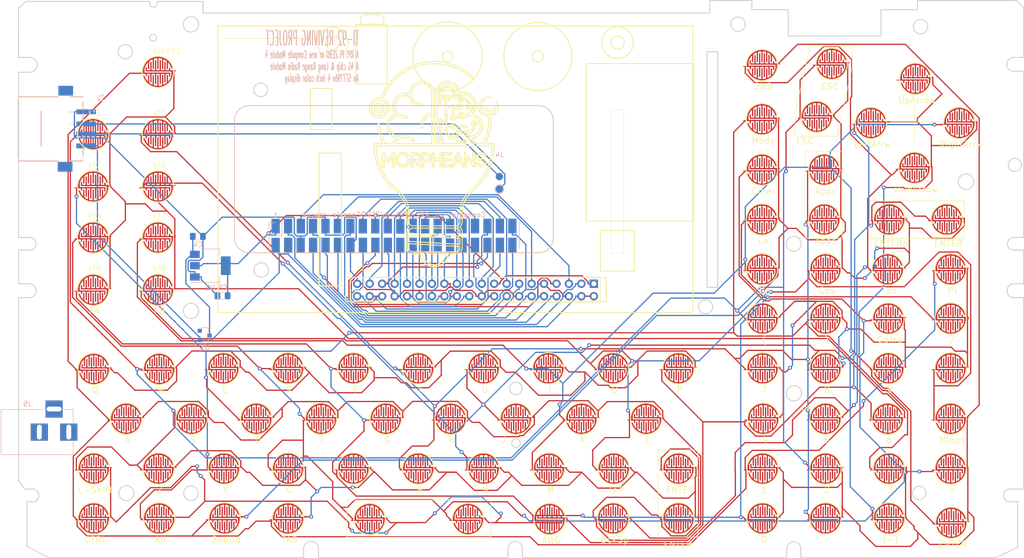
<source format=kicad_pcb>
(kicad_pcb (version 20171130) (host pcbnew "(5.1.12)-1")
  (title_block (title "TI-92 Clone PCB") (date 2020-10-22) (rev 0.3) (company morpheans.com))
  (layers (0 F.Cu signal) (31 B.Cu signal) (34 B.Paste user) (35 F.Paste user) (36 B.SilkS user) (37 F.SilkS user) (38 B.Mask user) (39 F.Mask user) (44 Edge.Cuts user))
  (net 0 "")
  (net 1 /col9)
  (net 2 /row4)
  (net 3 /col6)
  (net 4 /col7)
  (net 5 /col4)
  (net 6 /row1)
  (net 7 /row7)
  (net 8 /row6)
  (net 9 /row5)
  (net 10 /row3)
  (net 11 /row2)
  (net 12 /row0)
  (net 13 /col0)
  (net 14 /col1)
  (net 15 /col2)
  (net 16 /col3)
  (net 17 /col5)
  (net 18 /col8)
  (net 19 /3.3v)
  (net 20 GND)
  (net 21 "Net-(C4-Pad1)")
  (net 22 "Net-(J3-Pad3)")
  (net 23 "Net-(J3-Pad2)")
  (net 24 IN-)
  (net 25 IN+)
  (net 26 "Net-(arrwUP1-Pad1)")
  (net 27 /VBAT)
  (net 28 OUT+)
  (net 29 /Z40)
  (net 30 /Z38)
  (net 31 /Z37)
  (net 32 /Z36)
  (net 33 /Z35)
  (net 34 /Z33)
  (net 35 /Z32)
  (net 36 /Z31)
  (net 37 /Z29)
  (net 38 /Z28)
  (net 39 /Z27)
  (net 40 /Z26)
  (net 41 /Z24)
  (net 42 /Z23)
  (net 43 /Z22)
  (net 44 /Z21)
  (net 45 /Z19)
  (net 46 /Z18)
  (net 47 /Z16)
  (net 48 /Z15)
  (net 49 /Z13)
  (net 50 /Z12)
  (net 51 /Z11)
  (net 52 /Z10)
  (net 53 /Z8)
  (net 54 /Z7)
  (net 55 /Z5)
  (net 56 /Z3)
  (module 18650:Kpad6 (layer F.Cu) (at 206.883 122.682)
    (fp_text reference kbN521 hide)
    (fp_text value 5 (at 0.3048 4.318 180) (layer F.SilkS) (effects (font (size 1.27 1.27))))
    (fp_line (start 3.101975 -0.2667) (end 3.1623 -0.04445) (layer F.Cu) (width 0.0762))
    (fp_line (start -3.114675 0.2667) (end -3.178175 0.034925) (layer F.Cu) (width 0.0508))
    (fp_line (start -2.38125 0.238125) (end -2.38125 0.714375) (layer F.Cu) (width 0.254))
    (fp_line (start -1.905 0.714375) (end -1.905 2.301875) (layer F.Cu) (width 0.254))
    (fp_line (start -1.42875 0.238125) (end -1.42875 1.984375) (layer F.Cu) (width 0.254))
    (fp_line (start -0.9525 0.714375) (end -0.9525 2.778125) (layer F.Cu) (width 0.254))
    (fp_line (start 2.38125 0.238125) (end 2.38125 0.873125) (layer F.Cu) (width 0.254))
    (fp_line (start 1.905 0.714375) (end 1.905 2.301875) (layer F.Cu) (width 0.254))
    (fp_line (start 1.42875 0.238125) (end 1.42875 1.984375) (layer F.Cu) (width 0.254))
    (fp_line (start 0 2.936875) (end 0 0.714375) (layer F.Cu) (width 0.254))
    (fp_line (start 0.47625 0.238125) (end 0.47625 2.301875) (layer F.Cu) (width 0.254))
    (fp_line (start -0.47625 0.238125) (end -0.47625 2.301875) (layer F.Cu) (width 0.254))
    (fp_line (start -2.38125 -0.238125) (end -2.38125 -0.873125) (layer F.Cu) (width 0.254))
    (fp_line (start -1.42875 -0.238125) (end -2.38125 -0.238125) (layer F.Cu) (width 0.254))
    (fp_line (start -1.905 -0.714375) (end -1.905 -2.460625) (layer F.Cu) (width 0.254))
    (fp_line (start -1.42875 -0.238125) (end -1.42875 -1.984375) (layer F.Cu) (width 0.254))
    (fp_line (start -0.9525 -0.714375) (end -0.9525 -2.936875) (layer F.Cu) (width 0.254))
    (fp_line (start -0.47625 -0.238125) (end -0.47625 -2.301875) (layer F.Cu) (width 0.254))
    (fp_line (start 2.38125 -0.238125) (end 2.38125 -0.714375) (layer F.Cu) (width 0.254))
    (fp_line (start 1.905 -0.714375) (end 1.905 -2.460625) (layer F.Cu) (width 0.254))
    (fp_line (start 1.42875 -0.238125) (end 1.42875 -1.984375) (layer F.Cu) (width 0.254))
    (fp_line (start 0.9525 -0.714375) (end 0.9525 -2.936875) (layer F.Cu) (width 0.254))
    (fp_line (start 0.47625 -0.238125) (end 0.47625 -2.301875) (layer F.Cu) (width 0.254))
    (fp_line (start 0 -0.714375) (end 0 -3.095625) (layer F.Cu) (width 0.254))
    (fp_line (start -0.47625 -0.238125) (end -1.42875 -0.238125) (layer F.Cu) (width 0.254))
    (fp_line (start 0.47625 -0.238125) (end -0.47625 -0.238125) (layer F.Cu) (width 0.254))
    (fp_line (start 1.42875 -0.238125) (end 0.47625 -0.238125) (layer F.Cu) (width 0.254))
    (fp_line (start 2.38125 -0.238125) (end 1.42875 -0.238125) (layer F.Cu) (width 0.254))
    (fp_line (start -1.42875 0.238125) (end -2.38125 0.238125) (layer F.Cu) (width 0.254))
    (fp_line (start -0.47625 0.238125) (end -1.42875 0.238125) (layer F.Cu) (width 0.254))
    (fp_line (start 0.47625 0.238125) (end -0.47625 0.238125) (layer F.Cu) (width 0.254))
    (fp_line (start 1.42875 0.238125) (end 0.47625 0.238125) (layer F.Cu) (width 0.254))
    (fp_line (start 2.38125 0.238125) (end 1.42875 0.238125) (layer F.Cu) (width 0.254))
    (fp_line (start 0.9652 0.714375) (end 0.9652 2.778125) (layer F.Cu) (width 0.254))
    (fp_text user UP (at -3.8608 -2.0828) (layer F.SilkS))
    (pad 2 smd custom (at 3.2512 -0.254) (size 0.9 0.1524) (layers F.Cu F.Mask) (net 2 /row4) (options (clearance outline) (anchor rect)) (primitives (gr_arc (start -3.24911 0.253661) (end -0.23495 0.254) (angle 161.5) (width 0.381)) (gr_line (start -0.3937 0.015875) (end -0.3937 1.127125) (width 0.254)) (gr_line (start -0.86995 0.015875) (end -0.3937 0.015875) (width 0.254)) (gr_line (start -0.3937 0.015875) (end -0.23495 0.015875) (width 0.254))))
    (pad 1 smd custom (at -3.4036 0.254) (size 0.9 0.1524) (layers F.Cu F.Mask) (net 17 /col5) (options (clearance outline) (anchor rect)) (primitives (gr_arc (start 3.40151 -0.253661) (end 0.38735 -0.254) (angle 161.5) (width 0.381)) (gr_line (start 0.5461 -0.015875) (end 0.5461 -1.127125) (width 0.254)) (gr_line (start 1.02235 -0.015875) (end 0.5461 -0.015875) (width 0.254)) (gr_line (start 0.5461 -0.015875) (end 0.38735 -0.015875) (width 0.254))))
  )
  (module 18650:Kpad6 (layer F.Cu) (at 57.531 64.643)
    (fp_text reference kf1 (at -1.1684 -3.7592) (layer F.SilkS) (effects (font (size 1.2065 1.2065) (thickness 0.1016)) (justify left bottom)))
    (fp_text value F1 hide)
    (fp_line (start 3.101975 -0.2667) (end 3.1623 -0.04445) (layer F.Cu) (width 0.0762))
    (fp_line (start -3.114675 0.2667) (end -3.178175 0.034925) (layer F.Cu) (width 0.0508))
    (fp_line (start -2.38125 0.238125) (end -2.38125 0.714375) (layer F.Cu) (width 0.254))
    (fp_line (start -1.905 0.714375) (end -1.905 2.301875) (layer F.Cu) (width 0.254))
    (fp_line (start -1.42875 0.238125) (end -1.42875 1.984375) (layer F.Cu) (width 0.254))
    (fp_line (start -0.9525 0.714375) (end -0.9525 2.778125) (layer F.Cu) (width 0.254))
    (fp_line (start 2.38125 0.238125) (end 2.38125 0.873125) (layer F.Cu) (width 0.254))
    (fp_line (start 1.905 0.714375) (end 1.905 2.301875) (layer F.Cu) (width 0.254))
    (fp_line (start 1.42875 0.238125) (end 1.42875 1.984375) (layer F.Cu) (width 0.254))
    (fp_line (start 0 2.936875) (end 0 0.714375) (layer F.Cu) (width 0.254))
    (fp_line (start 0.47625 0.238125) (end 0.47625 2.301875) (layer F.Cu) (width 0.254))
    (fp_line (start -0.47625 0.238125) (end -0.47625 2.301875) (layer F.Cu) (width 0.254))
    (fp_line (start -2.38125 -0.238125) (end -2.38125 -0.873125) (layer F.Cu) (width 0.254))
    (fp_line (start -1.42875 -0.238125) (end -2.38125 -0.238125) (layer F.Cu) (width 0.254))
    (fp_line (start -1.905 -0.714375) (end -1.905 -2.460625) (layer F.Cu) (width 0.254))
    (fp_line (start -1.42875 -0.238125) (end -1.42875 -1.984375) (layer F.Cu) (width 0.254))
    (fp_line (start -0.9525 -0.714375) (end -0.9525 -2.936875) (layer F.Cu) (width 0.254))
    (fp_line (start -0.47625 -0.238125) (end -0.47625 -2.301875) (layer F.Cu) (width 0.254))
    (fp_line (start 2.38125 -0.238125) (end 2.38125 -0.714375) (layer F.Cu) (width 0.254))
    (fp_line (start 1.905 -0.714375) (end 1.905 -2.460625) (layer F.Cu) (width 0.254))
    (fp_line (start 1.42875 -0.238125) (end 1.42875 -1.984375) (layer F.Cu) (width 0.254))
    (fp_line (start 0.9525 -0.714375) (end 0.9525 -2.936875) (layer F.Cu) (width 0.254))
    (fp_line (start 0.47625 -0.238125) (end 0.47625 -2.301875) (layer F.Cu) (width 0.254))
    (fp_line (start 0 -0.714375) (end 0 -3.095625) (layer F.Cu) (width 0.254))
    (fp_line (start -0.47625 -0.238125) (end -1.42875 -0.238125) (layer F.Cu) (width 0.254))
    (fp_line (start 0.47625 -0.238125) (end -0.47625 -0.238125) (layer F.Cu) (width 0.254))
    (fp_line (start 1.42875 -0.238125) (end 0.47625 -0.238125) (layer F.Cu) (width 0.254))
    (fp_line (start 2.38125 -0.238125) (end 1.42875 -0.238125) (layer F.Cu) (width 0.254))
    (fp_line (start -1.42875 0.238125) (end -2.38125 0.238125) (layer F.Cu) (width 0.254))
    (fp_line (start -0.47625 0.238125) (end -1.42875 0.238125) (layer F.Cu) (width 0.254))
    (fp_line (start 0.47625 0.238125) (end -0.47625 0.238125) (layer F.Cu) (width 0.254))
    (fp_line (start 1.42875 0.238125) (end 0.47625 0.238125) (layer F.Cu) (width 0.254))
    (fp_line (start 2.38125 0.238125) (end 1.42875 0.238125) (layer F.Cu) (width 0.254))
    (fp_line (start 0.9652 0.714375) (end 0.9652 2.778125) (layer F.Cu) (width 0.254))
    (pad 2 smd custom (at 3.2512 -0.254) (size 0.9 0.1524) (layers F.Cu F.Mask) (net 12 /row0) (options (clearance outline) (anchor rect)) (primitives (gr_arc (start -3.24911 0.253661) (end -0.23495 0.254) (angle 161.5) (width 0.381)) (gr_line (start -0.3937 0.015875) (end -0.3937 1.127125) (width 0.254)) (gr_line (start -0.86995 0.015875) (end -0.3937 0.015875) (width 0.254)) (gr_line (start -0.3937 0.015875) (end -0.23495 0.015875) (width 0.254))))
    (pad 1 smd custom (at -3.4036 0.254) (size 0.9 0.1524) (layers F.Cu F.Mask) (net 14 /col1) (options (clearance outline) (anchor rect)) (primitives (gr_arc (start 3.40151 -0.253661) (end 0.38735 -0.254) (angle 161.5) (width 0.381)) (gr_line (start 0.5461 -0.015875) (end 0.5461 -1.127125) (width 0.254)) (gr_line (start 1.02235 -0.015875) (end 0.5461 -0.015875) (width 0.254)) (gr_line (start 0.5461 -0.015875) (end 0.38735 -0.015875) (width 0.254))))
  )
  (module 18650:Kpad6 (layer F.Cu) (at 70.739 75.311)
    (fp_text reference kf6 (at -1.1684 -3.7592) (layer F.SilkS) (effects (font (size 1.2065 1.2065) (thickness 0.1016)) (justify left bottom)))
    (fp_text value F6 hide)
    (fp_line (start 3.101975 -0.2667) (end 3.1623 -0.04445) (layer F.Cu) (width 0.0762))
    (fp_line (start -3.114675 0.2667) (end -3.178175 0.034925) (layer F.Cu) (width 0.0508))
    (fp_line (start -2.38125 0.238125) (end -2.38125 0.714375) (layer F.Cu) (width 0.254))
    (fp_line (start -1.905 0.714375) (end -1.905 2.301875) (layer F.Cu) (width 0.254))
    (fp_line (start -1.42875 0.238125) (end -1.42875 1.984375) (layer F.Cu) (width 0.254))
    (fp_line (start -0.9525 0.714375) (end -0.9525 2.778125) (layer F.Cu) (width 0.254))
    (fp_line (start 2.38125 0.238125) (end 2.38125 0.873125) (layer F.Cu) (width 0.254))
    (fp_line (start 1.905 0.714375) (end 1.905 2.301875) (layer F.Cu) (width 0.254))
    (fp_line (start 1.42875 0.238125) (end 1.42875 1.984375) (layer F.Cu) (width 0.254))
    (fp_line (start 0 2.936875) (end 0 0.714375) (layer F.Cu) (width 0.254))
    (fp_line (start 0.47625 0.238125) (end 0.47625 2.301875) (layer F.Cu) (width 0.254))
    (fp_line (start -0.47625 0.238125) (end -0.47625 2.301875) (layer F.Cu) (width 0.254))
    (fp_line (start -2.38125 -0.238125) (end -2.38125 -0.873125) (layer F.Cu) (width 0.254))
    (fp_line (start -1.42875 -0.238125) (end -2.38125 -0.238125) (layer F.Cu) (width 0.254))
    (fp_line (start -1.905 -0.714375) (end -1.905 -2.460625) (layer F.Cu) (width 0.254))
    (fp_line (start -1.42875 -0.238125) (end -1.42875 -1.984375) (layer F.Cu) (width 0.254))
    (fp_line (start -0.9525 -0.714375) (end -0.9525 -2.936875) (layer F.Cu) (width 0.254))
    (fp_line (start -0.47625 -0.238125) (end -0.47625 -2.301875) (layer F.Cu) (width 0.254))
    (fp_line (start 2.38125 -0.238125) (end 2.38125 -0.714375) (layer F.Cu) (width 0.254))
    (fp_line (start 1.905 -0.714375) (end 1.905 -2.460625) (layer F.Cu) (width 0.254))
    (fp_line (start 1.42875 -0.238125) (end 1.42875 -1.984375) (layer F.Cu) (width 0.254))
    (fp_line (start 0.9525 -0.714375) (end 0.9525 -2.936875) (layer F.Cu) (width 0.254))
    (fp_line (start 0.47625 -0.238125) (end 0.47625 -2.301875) (layer F.Cu) (width 0.254))
    (fp_line (start 0 -0.714375) (end 0 -3.095625) (layer F.Cu) (width 0.254))
    (fp_line (start -0.47625 -0.238125) (end -1.42875 -0.238125) (layer F.Cu) (width 0.254))
    (fp_line (start 0.47625 -0.238125) (end -0.47625 -0.238125) (layer F.Cu) (width 0.254))
    (fp_line (start 1.42875 -0.238125) (end 0.47625 -0.238125) (layer F.Cu) (width 0.254))
    (fp_line (start 2.38125 -0.238125) (end 1.42875 -0.238125) (layer F.Cu) (width 0.254))
    (fp_line (start -1.42875 0.238125) (end -2.38125 0.238125) (layer F.Cu) (width 0.254))
    (fp_line (start -0.47625 0.238125) (end -1.42875 0.238125) (layer F.Cu) (width 0.254))
    (fp_line (start 0.47625 0.238125) (end -0.47625 0.238125) (layer F.Cu) (width 0.254))
    (fp_line (start 1.42875 0.238125) (end 0.47625 0.238125) (layer F.Cu) (width 0.254))
    (fp_line (start 2.38125 0.238125) (end 1.42875 0.238125) (layer F.Cu) (width 0.254))
    (fp_line (start 0.9652 0.714375) (end 0.9652 2.778125) (layer F.Cu) (width 0.254))
    (pad 2 smd custom (at 3.2512 -0.254) (size 0.9 0.1524) (layers F.Cu F.Mask) (net 12 /row0) (options (clearance outline) (anchor rect)) (primitives (gr_arc (start -3.24911 0.253661) (end -0.23495 0.254) (angle 161.5) (width 0.381)) (gr_line (start -0.3937 0.015875) (end -0.3937 1.127125) (width 0.254)) (gr_line (start -0.86995 0.015875) (end -0.3937 0.015875) (width 0.254)) (gr_line (start -0.3937 0.015875) (end -0.23495 0.015875) (width 0.254))))
    (pad 1 smd custom (at -3.4036 0.254) (size 0.9 0.1524) (layers F.Cu F.Mask) (net 3 /col6) (options (clearance outline) (anchor rect)) (primitives (gr_arc (start 3.40151 -0.253661) (end 0.38735 -0.254) (angle 161.5) (width 0.381)) (gr_line (start 0.5461 -0.015875) (end 0.5461 -1.127125) (width 0.254)) (gr_line (start 1.02235 -0.015875) (end 0.5461 -0.015875) (width 0.254)) (gr_line (start 0.5461 -0.015875) (end 0.38735 -0.015875) (width 0.254))))
  )
  (module 18650:Kpad6 (layer F.Cu) (at 70.739 64.643)
    (fp_text reference kf5 (at -1.1684 -3.7592) (layer F.SilkS) (effects (font (size 1.2065 1.2065) (thickness 0.1016)) (justify left bottom)))
    (fp_text value F5 hide)
    (fp_line (start 3.101975 -0.2667) (end 3.1623 -0.04445) (layer F.Cu) (width 0.0762))
    (fp_line (start -3.114675 0.2667) (end -3.178175 0.034925) (layer F.Cu) (width 0.0508))
    (fp_line (start -2.38125 0.238125) (end -2.38125 0.714375) (layer F.Cu) (width 0.254))
    (fp_line (start -1.905 0.714375) (end -1.905 2.301875) (layer F.Cu) (width 0.254))
    (fp_line (start -1.42875 0.238125) (end -1.42875 1.984375) (layer F.Cu) (width 0.254))
    (fp_line (start -0.9525 0.714375) (end -0.9525 2.778125) (layer F.Cu) (width 0.254))
    (fp_line (start 2.38125 0.238125) (end 2.38125 0.873125) (layer F.Cu) (width 0.254))
    (fp_line (start 1.905 0.714375) (end 1.905 2.301875) (layer F.Cu) (width 0.254))
    (fp_line (start 1.42875 0.238125) (end 1.42875 1.984375) (layer F.Cu) (width 0.254))
    (fp_line (start 0 2.936875) (end 0 0.714375) (layer F.Cu) (width 0.254))
    (fp_line (start 0.47625 0.238125) (end 0.47625 2.301875) (layer F.Cu) (width 0.254))
    (fp_line (start -0.47625 0.238125) (end -0.47625 2.301875) (layer F.Cu) (width 0.254))
    (fp_line (start -2.38125 -0.238125) (end -2.38125 -0.873125) (layer F.Cu) (width 0.254))
    (fp_line (start -1.42875 -0.238125) (end -2.38125 -0.238125) (layer F.Cu) (width 0.254))
    (fp_line (start -1.905 -0.714375) (end -1.905 -2.460625) (layer F.Cu) (width 0.254))
    (fp_line (start -1.42875 -0.238125) (end -1.42875 -1.984375) (layer F.Cu) (width 0.254))
    (fp_line (start -0.9525 -0.714375) (end -0.9525 -2.936875) (layer F.Cu) (width 0.254))
    (fp_line (start -0.47625 -0.238125) (end -0.47625 -2.301875) (layer F.Cu) (width 0.254))
    (fp_line (start 2.38125 -0.238125) (end 2.38125 -0.714375) (layer F.Cu) (width 0.254))
    (fp_line (start 1.905 -0.714375) (end 1.905 -2.460625) (layer F.Cu) (width 0.254))
    (fp_line (start 1.42875 -0.238125) (end 1.42875 -1.984375) (layer F.Cu) (width 0.254))
    (fp_line (start 0.9525 -0.714375) (end 0.9525 -2.936875) (layer F.Cu) (width 0.254))
    (fp_line (start 0.47625 -0.238125) (end 0.47625 -2.301875) (layer F.Cu) (width 0.254))
    (fp_line (start 0 -0.714375) (end 0 -3.095625) (layer F.Cu) (width 0.254))
    (fp_line (start -0.47625 -0.238125) (end -1.42875 -0.238125) (layer F.Cu) (width 0.254))
    (fp_line (start 0.47625 -0.238125) (end -0.47625 -0.238125) (layer F.Cu) (width 0.254))
    (fp_line (start 1.42875 -0.238125) (end 0.47625 -0.238125) (layer F.Cu) (width 0.254))
    (fp_line (start 2.38125 -0.238125) (end 1.42875 -0.238125) (layer F.Cu) (width 0.254))
    (fp_line (start -1.42875 0.238125) (end -2.38125 0.238125) (layer F.Cu) (width 0.254))
    (fp_line (start -0.47625 0.238125) (end -1.42875 0.238125) (layer F.Cu) (width 0.254))
    (fp_line (start 0.47625 0.238125) (end -0.47625 0.238125) (layer F.Cu) (width 0.254))
    (fp_line (start 1.42875 0.238125) (end 0.47625 0.238125) (layer F.Cu) (width 0.254))
    (fp_line (start 2.38125 0.238125) (end 1.42875 0.238125) (layer F.Cu) (width 0.254))
    (fp_line (start 0.9652 0.714375) (end 0.9652 2.778125) (layer F.Cu) (width 0.254))
    (pad 2 smd custom (at 3.2512 -0.254) (size 0.9 0.1524) (layers F.Cu F.Mask) (net 12 /row0) (options (clearance outline) (anchor rect)) (primitives (gr_arc (start -3.24911 0.253661) (end -0.23495 0.254) (angle 161.5) (width 0.381)) (gr_line (start -0.3937 0.015875) (end -0.3937 1.127125) (width 0.254)) (gr_line (start -0.86995 0.015875) (end -0.3937 0.015875) (width 0.254)) (gr_line (start -0.3937 0.015875) (end -0.23495 0.015875) (width 0.254))))
    (pad 1 smd custom (at -3.4036 0.254) (size 0.9 0.1524) (layers F.Cu F.Mask) (net 17 /col5) (options (clearance outline) (anchor rect)) (primitives (gr_arc (start 3.40151 -0.253661) (end 0.38735 -0.254) (angle 161.5) (width 0.381)) (gr_line (start 0.5461 -0.015875) (end 0.5461 -1.127125) (width 0.254)) (gr_line (start 1.02235 -0.015875) (end 0.5461 -0.015875) (width 0.254)) (gr_line (start 0.5461 -0.015875) (end 0.38735 -0.015875) (width 0.254))))
  )
  (module 18650:Kpad6 (layer F.Cu) (at 70.739 51.943)
    (fp_text reference klock1 (at -1.1684 -3.7592) (layer F.SilkS) (effects (font (size 1.2065 1.2065) (thickness 0.1016)) (justify left bottom)))
    (fp_text value Lock hide)
    (fp_line (start 3.101975 -0.2667) (end 3.1623 -0.04445) (layer F.Cu) (width 0.0762))
    (fp_line (start -3.114675 0.2667) (end -3.178175 0.034925) (layer F.Cu) (width 0.0508))
    (fp_line (start -2.38125 0.238125) (end -2.38125 0.714375) (layer F.Cu) (width 0.254))
    (fp_line (start -1.905 0.714375) (end -1.905 2.301875) (layer F.Cu) (width 0.254))
    (fp_line (start -1.42875 0.238125) (end -1.42875 1.984375) (layer F.Cu) (width 0.254))
    (fp_line (start -0.9525 0.714375) (end -0.9525 2.778125) (layer F.Cu) (width 0.254))
    (fp_line (start 2.38125 0.238125) (end 2.38125 0.873125) (layer F.Cu) (width 0.254))
    (fp_line (start 1.905 0.714375) (end 1.905 2.301875) (layer F.Cu) (width 0.254))
    (fp_line (start 1.42875 0.238125) (end 1.42875 1.984375) (layer F.Cu) (width 0.254))
    (fp_line (start 0 2.936875) (end 0 0.714375) (layer F.Cu) (width 0.254))
    (fp_line (start 0.47625 0.238125) (end 0.47625 2.301875) (layer F.Cu) (width 0.254))
    (fp_line (start -0.47625 0.238125) (end -0.47625 2.301875) (layer F.Cu) (width 0.254))
    (fp_line (start -2.38125 -0.238125) (end -2.38125 -0.873125) (layer F.Cu) (width 0.254))
    (fp_line (start -1.42875 -0.238125) (end -2.38125 -0.238125) (layer F.Cu) (width 0.254))
    (fp_line (start -1.905 -0.714375) (end -1.905 -2.460625) (layer F.Cu) (width 0.254))
    (fp_line (start -1.42875 -0.238125) (end -1.42875 -1.984375) (layer F.Cu) (width 0.254))
    (fp_line (start -0.9525 -0.714375) (end -0.9525 -2.936875) (layer F.Cu) (width 0.254))
    (fp_line (start -0.47625 -0.238125) (end -0.47625 -2.301875) (layer F.Cu) (width 0.254))
    (fp_line (start 2.38125 -0.238125) (end 2.38125 -0.714375) (layer F.Cu) (width 0.254))
    (fp_line (start 1.905 -0.714375) (end 1.905 -2.460625) (layer F.Cu) (width 0.254))
    (fp_line (start 1.42875 -0.238125) (end 1.42875 -1.984375) (layer F.Cu) (width 0.254))
    (fp_line (start 0.9525 -0.714375) (end 0.9525 -2.936875) (layer F.Cu) (width 0.254))
    (fp_line (start 0.47625 -0.238125) (end 0.47625 -2.301875) (layer F.Cu) (width 0.254))
    (fp_line (start 0 -0.714375) (end 0 -3.095625) (layer F.Cu) (width 0.254))
    (fp_line (start -0.47625 -0.238125) (end -1.42875 -0.238125) (layer F.Cu) (width 0.254))
    (fp_line (start 0.47625 -0.238125) (end -0.47625 -0.238125) (layer F.Cu) (width 0.254))
    (fp_line (start 1.42875 -0.238125) (end 0.47625 -0.238125) (layer F.Cu) (width 0.254))
    (fp_line (start 2.38125 -0.238125) (end 1.42875 -0.238125) (layer F.Cu) (width 0.254))
    (fp_line (start -1.42875 0.238125) (end -2.38125 0.238125) (layer F.Cu) (width 0.254))
    (fp_line (start -0.47625 0.238125) (end -1.42875 0.238125) (layer F.Cu) (width 0.254))
    (fp_line (start 0.47625 0.238125) (end -0.47625 0.238125) (layer F.Cu) (width 0.254))
    (fp_line (start 1.42875 0.238125) (end 0.47625 0.238125) (layer F.Cu) (width 0.254))
    (fp_line (start 2.38125 0.238125) (end 1.42875 0.238125) (layer F.Cu) (width 0.254))
    (fp_line (start 0.9652 0.714375) (end 0.9652 2.778125) (layer F.Cu) (width 0.254))
    (pad 2 smd custom (at 3.2512 -0.254) (size 0.9 0.1524) (layers F.Cu F.Mask) (net 12 /row0) (options (clearance outline) (anchor rect)) (primitives (gr_arc (start -3.24911 0.253661) (end -0.23495 0.254) (angle 161.5) (width 0.381)) (gr_line (start -0.3937 0.015875) (end -0.3937 1.127125) (width 0.254)) (gr_line (start -0.86995 0.015875) (end -0.3937 0.015875) (width 0.254)) (gr_line (start -0.3937 0.015875) (end -0.23495 0.015875) (width 0.254))))
    (pad 1 smd custom (at -3.4036 0.254) (size 0.9 0.1524) (layers F.Cu F.Mask) (net 13 /col0) (options (clearance outline) (anchor rect)) (primitives (gr_arc (start 3.40151 -0.253661) (end 0.38735 -0.254) (angle 161.5) (width 0.381)) (gr_line (start 0.5461 -0.015875) (end 0.5461 -1.127125) (width 0.254)) (gr_line (start 1.02235 -0.015875) (end 0.5461 -0.015875) (width 0.254)) (gr_line (start 0.5461 -0.015875) (end 0.38735 -0.015875) (width 0.254))))
  )
  (module 18650:Kpad6 (layer F.Cu) (at 84.074 112.395)
    (fp_text reference kwE1 hide)
    (fp_text value E (at 0.3048 4.318 180) (layer F.SilkS) (effects (font (size 1.27 1.27))))
    (fp_line (start 3.101975 -0.2667) (end 3.1623 -0.04445) (layer F.Cu) (width 0.0762))
    (fp_line (start -3.114675 0.2667) (end -3.178175 0.034925) (layer F.Cu) (width 0.0508))
    (fp_line (start -2.38125 0.238125) (end -2.38125 0.714375) (layer F.Cu) (width 0.254))
    (fp_line (start -1.905 0.714375) (end -1.905 2.301875) (layer F.Cu) (width 0.254))
    (fp_line (start -1.42875 0.238125) (end -1.42875 1.984375) (layer F.Cu) (width 0.254))
    (fp_line (start -0.9525 0.714375) (end -0.9525 2.778125) (layer F.Cu) (width 0.254))
    (fp_line (start 2.38125 0.238125) (end 2.38125 0.873125) (layer F.Cu) (width 0.254))
    (fp_line (start 1.905 0.714375) (end 1.905 2.301875) (layer F.Cu) (width 0.254))
    (fp_line (start 1.42875 0.238125) (end 1.42875 1.984375) (layer F.Cu) (width 0.254))
    (fp_line (start 0 2.936875) (end 0 0.714375) (layer F.Cu) (width 0.254))
    (fp_line (start 0.47625 0.238125) (end 0.47625 2.301875) (layer F.Cu) (width 0.254))
    (fp_line (start -0.47625 0.238125) (end -0.47625 2.301875) (layer F.Cu) (width 0.254))
    (fp_line (start -2.38125 -0.238125) (end -2.38125 -0.873125) (layer F.Cu) (width 0.254))
    (fp_line (start -1.42875 -0.238125) (end -2.38125 -0.238125) (layer F.Cu) (width 0.254))
    (fp_line (start -1.905 -0.714375) (end -1.905 -2.460625) (layer F.Cu) (width 0.254))
    (fp_line (start -1.42875 -0.238125) (end -1.42875 -1.984375) (layer F.Cu) (width 0.254))
    (fp_line (start -0.9525 -0.714375) (end -0.9525 -2.936875) (layer F.Cu) (width 0.254))
    (fp_line (start -0.47625 -0.238125) (end -0.47625 -2.301875) (layer F.Cu) (width 0.254))
    (fp_line (start 2.38125 -0.238125) (end 2.38125 -0.714375) (layer F.Cu) (width 0.254))
    (fp_line (start 1.905 -0.714375) (end 1.905 -2.460625) (layer F.Cu) (width 0.254))
    (fp_line (start 1.42875 -0.238125) (end 1.42875 -1.984375) (layer F.Cu) (width 0.254))
    (fp_line (start 0.9525 -0.714375) (end 0.9525 -2.936875) (layer F.Cu) (width 0.254))
    (fp_line (start 0.47625 -0.238125) (end 0.47625 -2.301875) (layer F.Cu) (width 0.254))
    (fp_line (start 0 -0.714375) (end 0 -3.095625) (layer F.Cu) (width 0.254))
    (fp_line (start -0.47625 -0.238125) (end -1.42875 -0.238125) (layer F.Cu) (width 0.254))
    (fp_line (start 0.47625 -0.238125) (end -0.47625 -0.238125) (layer F.Cu) (width 0.254))
    (fp_line (start 1.42875 -0.238125) (end 0.47625 -0.238125) (layer F.Cu) (width 0.254))
    (fp_line (start 2.38125 -0.238125) (end 1.42875 -0.238125) (layer F.Cu) (width 0.254))
    (fp_line (start -1.42875 0.238125) (end -2.38125 0.238125) (layer F.Cu) (width 0.254))
    (fp_line (start -0.47625 0.238125) (end -1.42875 0.238125) (layer F.Cu) (width 0.254))
    (fp_line (start 0.47625 0.238125) (end -0.47625 0.238125) (layer F.Cu) (width 0.254))
    (fp_line (start 1.42875 0.238125) (end 0.47625 0.238125) (layer F.Cu) (width 0.254))
    (fp_line (start 2.38125 0.238125) (end 1.42875 0.238125) (layer F.Cu) (width 0.254))
    (fp_line (start 0.9652 0.714375) (end 0.9652 2.778125) (layer F.Cu) (width 0.254))
    (pad 2 smd custom (at 3.2512 -0.254) (size 0.9 0.1524) (layers F.Cu F.Mask) (net 6 /row1) (options (clearance outline) (anchor rect)) (primitives (gr_arc (start -3.24911 0.253661) (end -0.23495 0.254) (angle 161.5) (width 0.381)) (gr_line (start -0.3937 0.015875) (end -0.3937 1.127125) (width 0.254)) (gr_line (start -0.86995 0.015875) (end -0.3937 0.015875) (width 0.254)) (gr_line (start -0.3937 0.015875) (end -0.23495 0.015875) (width 0.254))))
    (pad 1 smd custom (at -3.4036 0.254) (size 0.9 0.1524) (layers F.Cu F.Mask) (net 15 /col2) (options (clearance outline) (anchor rect)) (primitives (gr_arc (start 3.40151 -0.253661) (end 0.38735 -0.254) (angle 161.5) (width 0.381)) (gr_line (start 0.5461 -0.015875) (end 0.5461 -1.127125) (width 0.254)) (gr_line (start 1.02235 -0.015875) (end 0.5461 -0.015875) (width 0.254)) (gr_line (start 0.5461 -0.015875) (end 0.38735 -0.015875) (width 0.254))))
  )
  (module 18650:Kpad6 (layer F.Cu) (at 225.044 71.501)
    (fp_text reference arrwDWN1 hide)
    (fp_text value DwnArrow (at 0.3048 4.318 180) (layer F.SilkS) (effects (font (size 1.27 1.27))))
    (fp_line (start 3.101975 -0.2667) (end 3.1623 -0.04445) (layer F.Cu) (width 0.0762))
    (fp_line (start -3.114675 0.2667) (end -3.178175 0.034925) (layer F.Cu) (width 0.0508))
    (fp_line (start -2.38125 0.238125) (end -2.38125 0.714375) (layer F.Cu) (width 0.254))
    (fp_line (start -1.905 0.714375) (end -1.905 2.301875) (layer F.Cu) (width 0.254))
    (fp_line (start -1.42875 0.238125) (end -1.42875 1.984375) (layer F.Cu) (width 0.254))
    (fp_line (start -0.9525 0.714375) (end -0.9525 2.778125) (layer F.Cu) (width 0.254))
    (fp_line (start 2.38125 0.238125) (end 2.38125 0.873125) (layer F.Cu) (width 0.254))
    (fp_line (start 1.905 0.714375) (end 1.905 2.301875) (layer F.Cu) (width 0.254))
    (fp_line (start 1.42875 0.238125) (end 1.42875 1.984375) (layer F.Cu) (width 0.254))
    (fp_line (start 0 2.936875) (end 0 0.714375) (layer F.Cu) (width 0.254))
    (fp_line (start 0.47625 0.238125) (end 0.47625 2.301875) (layer F.Cu) (width 0.254))
    (fp_line (start -0.47625 0.238125) (end -0.47625 2.301875) (layer F.Cu) (width 0.254))
    (fp_line (start -2.38125 -0.238125) (end -2.38125 -0.873125) (layer F.Cu) (width 0.254))
    (fp_line (start -1.42875 -0.238125) (end -2.38125 -0.238125) (layer F.Cu) (width 0.254))
    (fp_line (start -1.905 -0.714375) (end -1.905 -2.460625) (layer F.Cu) (width 0.254))
    (fp_line (start -1.42875 -0.238125) (end -1.42875 -1.984375) (layer F.Cu) (width 0.254))
    (fp_line (start -0.9525 -0.714375) (end -0.9525 -2.936875) (layer F.Cu) (width 0.254))
    (fp_line (start -0.47625 -0.238125) (end -0.47625 -2.301875) (layer F.Cu) (width 0.254))
    (fp_line (start 2.38125 -0.238125) (end 2.38125 -0.714375) (layer F.Cu) (width 0.254))
    (fp_line (start 1.905 -0.714375) (end 1.905 -2.460625) (layer F.Cu) (width 0.254))
    (fp_line (start 1.42875 -0.238125) (end 1.42875 -1.984375) (layer F.Cu) (width 0.254))
    (fp_line (start 0.9525 -0.714375) (end 0.9525 -2.936875) (layer F.Cu) (width 0.254))
    (fp_line (start 0.47625 -0.238125) (end 0.47625 -2.301875) (layer F.Cu) (width 0.254))
    (fp_line (start 0 -0.714375) (end 0 -3.095625) (layer F.Cu) (width 0.254))
    (fp_line (start -0.47625 -0.238125) (end -1.42875 -0.238125) (layer F.Cu) (width 0.254))
    (fp_line (start 0.47625 -0.238125) (end -0.47625 -0.238125) (layer F.Cu) (width 0.254))
    (fp_line (start 1.42875 -0.238125) (end 0.47625 -0.238125) (layer F.Cu) (width 0.254))
    (fp_line (start 2.38125 -0.238125) (end 1.42875 -0.238125) (layer F.Cu) (width 0.254))
    (fp_line (start -1.42875 0.238125) (end -2.38125 0.238125) (layer F.Cu) (width 0.254))
    (fp_line (start -0.47625 0.238125) (end -1.42875 0.238125) (layer F.Cu) (width 0.254))
    (fp_line (start 0.47625 0.238125) (end -0.47625 0.238125) (layer F.Cu) (width 0.254))
    (fp_line (start 1.42875 0.238125) (end 0.47625 0.238125) (layer F.Cu) (width 0.254))
    (fp_line (start 2.38125 0.238125) (end 1.42875 0.238125) (layer F.Cu) (width 0.254))
    (fp_line (start 0.9652 0.714375) (end 0.9652 2.778125) (layer F.Cu) (width 0.254))
    (pad 2 smd custom (at 3.2512 -0.254) (size 0.9 0.1524) (layers F.Cu F.Mask) (net 2 /row4) (options (clearance outline) (anchor rect)) (primitives (gr_arc (start -3.24911 0.253661) (end -0.23495 0.254) (angle 161.5) (width 0.381)) (gr_line (start -0.3937 0.015875) (end -0.3937 1.127125) (width 0.254)) (gr_line (start -0.86995 0.015875) (end -0.3937 0.015875) (width 0.254)) (gr_line (start -0.3937 0.015875) (end -0.23495 0.015875) (width 0.254))))
    (pad 1 smd custom (at -3.4036 0.254) (size 0.9 0.1524) (layers F.Cu F.Mask) (net 1 /col9) (options (clearance outline) (anchor rect)) (primitives (gr_arc (start 3.40151 -0.253661) (end 0.38735 -0.254) (angle 161.5) (width 0.381)) (gr_line (start 0.5461 -0.015875) (end 0.5461 -1.127125) (width 0.254)) (gr_line (start 1.02235 -0.015875) (end 0.5461 -0.015875) (width 0.254)) (gr_line (start 0.5461 -0.015875) (end 0.38735 -0.015875) (width 0.254))))
  )
  (module 18650:Kpad6 (layer F.Cu) (at 216.154 62.357)
    (fp_text reference arrwLeft1 hide)
    (fp_text value LeftArrw (at 0.3048 4.318 180) (layer F.SilkS) (effects (font (size 1.27 1.27))))
    (fp_line (start 3.101975 -0.2667) (end 3.1623 -0.04445) (layer F.Cu) (width 0.0762))
    (fp_line (start -3.114675 0.2667) (end -3.178175 0.034925) (layer F.Cu) (width 0.0508))
    (fp_line (start -2.38125 0.238125) (end -2.38125 0.714375) (layer F.Cu) (width 0.254))
    (fp_line (start -1.905 0.714375) (end -1.905 2.301875) (layer F.Cu) (width 0.254))
    (fp_line (start -1.42875 0.238125) (end -1.42875 1.984375) (layer F.Cu) (width 0.254))
    (fp_line (start -0.9525 0.714375) (end -0.9525 2.778125) (layer F.Cu) (width 0.254))
    (fp_line (start 2.38125 0.238125) (end 2.38125 0.873125) (layer F.Cu) (width 0.254))
    (fp_line (start 1.905 0.714375) (end 1.905 2.301875) (layer F.Cu) (width 0.254))
    (fp_line (start 1.42875 0.238125) (end 1.42875 1.984375) (layer F.Cu) (width 0.254))
    (fp_line (start 0 2.936875) (end 0 0.714375) (layer F.Cu) (width 0.254))
    (fp_line (start 0.47625 0.238125) (end 0.47625 2.301875) (layer F.Cu) (width 0.254))
    (fp_line (start -0.47625 0.238125) (end -0.47625 2.301875) (layer F.Cu) (width 0.254))
    (fp_line (start -2.38125 -0.238125) (end -2.38125 -0.873125) (layer F.Cu) (width 0.254))
    (fp_line (start -1.42875 -0.238125) (end -2.38125 -0.238125) (layer F.Cu) (width 0.254))
    (fp_line (start -1.905 -0.714375) (end -1.905 -2.460625) (layer F.Cu) (width 0.254))
    (fp_line (start -1.42875 -0.238125) (end -1.42875 -1.984375) (layer F.Cu) (width 0.254))
    (fp_line (start -0.9525 -0.714375) (end -0.9525 -2.936875) (layer F.Cu) (width 0.254))
    (fp_line (start -0.47625 -0.238125) (end -0.47625 -2.301875) (layer F.Cu) (width 0.254))
    (fp_line (start 2.38125 -0.238125) (end 2.38125 -0.714375) (layer F.Cu) (width 0.254))
    (fp_line (start 1.905 -0.714375) (end 1.905 -2.460625) (layer F.Cu) (width 0.254))
    (fp_line (start 1.42875 -0.238125) (end 1.42875 -1.984375) (layer F.Cu) (width 0.254))
    (fp_line (start 0.9525 -0.714375) (end 0.9525 -2.936875) (layer F.Cu) (width 0.254))
    (fp_line (start 0.47625 -0.238125) (end 0.47625 -2.301875) (layer F.Cu) (width 0.254))
    (fp_line (start 0 -0.714375) (end 0 -3.095625) (layer F.Cu) (width 0.254))
    (fp_line (start -0.47625 -0.238125) (end -1.42875 -0.238125) (layer F.Cu) (width 0.254))
    (fp_line (start 0.47625 -0.238125) (end -0.47625 -0.238125) (layer F.Cu) (width 0.254))
    (fp_line (start 1.42875 -0.238125) (end 0.47625 -0.238125) (layer F.Cu) (width 0.254))
    (fp_line (start 2.38125 -0.238125) (end 1.42875 -0.238125) (layer F.Cu) (width 0.254))
    (fp_line (start -1.42875 0.238125) (end -2.38125 0.238125) (layer F.Cu) (width 0.254))
    (fp_line (start -0.47625 0.238125) (end -1.42875 0.238125) (layer F.Cu) (width 0.254))
    (fp_line (start 0.47625 0.238125) (end -0.47625 0.238125) (layer F.Cu) (width 0.254))
    (fp_line (start 1.42875 0.238125) (end 0.47625 0.238125) (layer F.Cu) (width 0.254))
    (fp_line (start 2.38125 0.238125) (end 1.42875 0.238125) (layer F.Cu) (width 0.254))
    (fp_line (start 0.9652 0.714375) (end 0.9652 2.778125) (layer F.Cu) (width 0.254))
    (pad 2 smd custom (at 3.2512 -0.254) (size 0.9 0.1524) (layers F.Cu F.Mask) (net 2 /row4) (options (clearance outline) (anchor rect)) (primitives (gr_arc (start -3.24911 0.253661) (end -0.23495 0.254) (angle 161.5) (width 0.381)) (gr_line (start -0.3937 0.015875) (end -0.3937 1.127125) (width 0.254)) (gr_line (start -0.86995 0.015875) (end -0.3937 0.015875) (width 0.254)) (gr_line (start -0.3937 0.015875) (end -0.23495 0.015875) (width 0.254))))
    (pad 1 smd custom (at -3.4036 0.254) (size 0.9 0.1524) (layers F.Cu F.Mask) (net 3 /col6) (options (clearance outline) (anchor rect)) (primitives (gr_arc (start 3.40151 -0.253661) (end 0.38735 -0.254) (angle 161.5) (width 0.381)) (gr_line (start 0.5461 -0.015875) (end 0.5461 -1.127125) (width 0.254)) (gr_line (start 1.02235 -0.015875) (end 0.5461 -0.015875) (width 0.254)) (gr_line (start 0.5461 -0.015875) (end 0.38735 -0.015875) (width 0.254))))
  )
  (module 18650:Kpad6 (layer F.Cu) (at 234.188 62.357)
    (fp_text reference arrwRight1 hide)
    (fp_text value RightArrw (at 0.3048 4.318 180) (layer F.SilkS) (effects (font (size 1.27 1.27))))
    (fp_line (start 3.101975 -0.2667) (end 3.1623 -0.04445) (layer F.Cu) (width 0.0762))
    (fp_line (start -3.114675 0.2667) (end -3.178175 0.034925) (layer F.Cu) (width 0.0508))
    (fp_line (start -2.38125 0.238125) (end -2.38125 0.714375) (layer F.Cu) (width 0.254))
    (fp_line (start -1.905 0.714375) (end -1.905 2.301875) (layer F.Cu) (width 0.254))
    (fp_line (start -1.42875 0.238125) (end -1.42875 1.984375) (layer F.Cu) (width 0.254))
    (fp_line (start -0.9525 0.714375) (end -0.9525 2.778125) (layer F.Cu) (width 0.254))
    (fp_line (start 2.38125 0.238125) (end 2.38125 0.873125) (layer F.Cu) (width 0.254))
    (fp_line (start 1.905 0.714375) (end 1.905 2.301875) (layer F.Cu) (width 0.254))
    (fp_line (start 1.42875 0.238125) (end 1.42875 1.984375) (layer F.Cu) (width 0.254))
    (fp_line (start 0 2.936875) (end 0 0.714375) (layer F.Cu) (width 0.254))
    (fp_line (start 0.47625 0.238125) (end 0.47625 2.301875) (layer F.Cu) (width 0.254))
    (fp_line (start -0.47625 0.238125) (end -0.47625 2.301875) (layer F.Cu) (width 0.254))
    (fp_line (start -2.38125 -0.238125) (end -2.38125 -0.873125) (layer F.Cu) (width 0.254))
    (fp_line (start -1.42875 -0.238125) (end -2.38125 -0.238125) (layer F.Cu) (width 0.254))
    (fp_line (start -1.905 -0.714375) (end -1.905 -2.460625) (layer F.Cu) (width 0.254))
    (fp_line (start -1.42875 -0.238125) (end -1.42875 -1.984375) (layer F.Cu) (width 0.254))
    (fp_line (start -0.9525 -0.714375) (end -0.9525 -2.936875) (layer F.Cu) (width 0.254))
    (fp_line (start -0.47625 -0.238125) (end -0.47625 -2.301875) (layer F.Cu) (width 0.254))
    (fp_line (start 2.38125 -0.238125) (end 2.38125 -0.714375) (layer F.Cu) (width 0.254))
    (fp_line (start 1.905 -0.714375) (end 1.905 -2.460625) (layer F.Cu) (width 0.254))
    (fp_line (start 1.42875 -0.238125) (end 1.42875 -1.984375) (layer F.Cu) (width 0.254))
    (fp_line (start 0.9525 -0.714375) (end 0.9525 -2.936875) (layer F.Cu) (width 0.254))
    (fp_line (start 0.47625 -0.238125) (end 0.47625 -2.301875) (layer F.Cu) (width 0.254))
    (fp_line (start 0 -0.714375) (end 0 -3.095625) (layer F.Cu) (width 0.254))
    (fp_line (start -0.47625 -0.238125) (end -1.42875 -0.238125) (layer F.Cu) (width 0.254))
    (fp_line (start 0.47625 -0.238125) (end -0.47625 -0.238125) (layer F.Cu) (width 0.254))
    (fp_line (start 1.42875 -0.238125) (end 0.47625 -0.238125) (layer F.Cu) (width 0.254))
    (fp_line (start 2.38125 -0.238125) (end 1.42875 -0.238125) (layer F.Cu) (width 0.254))
    (fp_line (start -1.42875 0.238125) (end -2.38125 0.238125) (layer F.Cu) (width 0.254))
    (fp_line (start -0.47625 0.238125) (end -1.42875 0.238125) (layer F.Cu) (width 0.254))
    (fp_line (start 0.47625 0.238125) (end -0.47625 0.238125) (layer F.Cu) (width 0.254))
    (fp_line (start 1.42875 0.238125) (end 0.47625 0.238125) (layer F.Cu) (width 0.254))
    (fp_line (start 2.38125 0.238125) (end 1.42875 0.238125) (layer F.Cu) (width 0.254))
    (fp_line (start 0.9652 0.714375) (end 0.9652 2.778125) (layer F.Cu) (width 0.254))
    (pad 2 smd custom (at 3.2512 -0.254) (size 0.9 0.1524) (layers F.Cu F.Mask) (net 2 /row4) (options (clearance outline) (anchor rect)) (primitives (gr_arc (start -3.24911 0.253661) (end -0.23495 0.254) (angle 161.5) (width 0.381)) (gr_line (start -0.3937 0.015875) (end -0.3937 1.127125) (width 0.254)) (gr_line (start -0.86995 0.015875) (end -0.3937 0.015875) (width 0.254)) (gr_line (start -0.3937 0.015875) (end -0.23495 0.015875) (width 0.254))))
    (pad 1 smd custom (at -3.4036 0.254) (size 0.9 0.1524) (layers F.Cu F.Mask) (net 4 /col7) (options (clearance outline) (anchor rect)) (primitives (gr_arc (start 3.40151 -0.253661) (end 0.38735 -0.254) (angle 161.5) (width 0.381)) (gr_line (start 0.5461 -0.015875) (end 0.5461 -1.127125) (width 0.254)) (gr_line (start 1.02235 -0.015875) (end 0.5461 -0.015875) (width 0.254)) (gr_line (start 0.5461 -0.015875) (end 0.38735 -0.015875) (width 0.254))))
  )
  (module 18650:Kpad6 (layer F.Cu) (at 225.222 53.34)
    (fp_text reference arrwUP1 hide)
    (fp_text value UpArrow (at 0.3048 4.318 180) (layer F.SilkS) (effects (font (size 1.27 1.27))))
    (fp_line (start 3.101975 -0.2667) (end 3.1623 -0.04445) (layer F.Cu) (width 0.0762))
    (fp_line (start -3.114675 0.2667) (end -3.178175 0.034925) (layer F.Cu) (width 0.0508))
    (fp_line (start -2.38125 0.238125) (end -2.38125 0.714375) (layer F.Cu) (width 0.254))
    (fp_line (start -1.905 0.714375) (end -1.905 2.301875) (layer F.Cu) (width 0.254))
    (fp_line (start -1.42875 0.238125) (end -1.42875 1.984375) (layer F.Cu) (width 0.254))
    (fp_line (start -0.9525 0.714375) (end -0.9525 2.778125) (layer F.Cu) (width 0.254))
    (fp_line (start 2.38125 0.238125) (end 2.38125 0.873125) (layer F.Cu) (width 0.254))
    (fp_line (start 1.905 0.714375) (end 1.905 2.301875) (layer F.Cu) (width 0.254))
    (fp_line (start 1.42875 0.238125) (end 1.42875 1.984375) (layer F.Cu) (width 0.254))
    (fp_line (start 0 2.936875) (end 0 0.714375) (layer F.Cu) (width 0.254))
    (fp_line (start 0.47625 0.238125) (end 0.47625 2.301875) (layer F.Cu) (width 0.254))
    (fp_line (start -0.47625 0.238125) (end -0.47625 2.301875) (layer F.Cu) (width 0.254))
    (fp_line (start -2.38125 -0.238125) (end -2.38125 -0.873125) (layer F.Cu) (width 0.254))
    (fp_line (start -1.42875 -0.238125) (end -2.38125 -0.238125) (layer F.Cu) (width 0.254))
    (fp_line (start -1.905 -0.714375) (end -1.905 -2.460625) (layer F.Cu) (width 0.254))
    (fp_line (start -1.42875 -0.238125) (end -1.42875 -1.984375) (layer F.Cu) (width 0.254))
    (fp_line (start -0.9525 -0.714375) (end -0.9525 -2.936875) (layer F.Cu) (width 0.254))
    (fp_line (start -0.47625 -0.238125) (end -0.47625 -2.301875) (layer F.Cu) (width 0.254))
    (fp_line (start 2.38125 -0.238125) (end 2.38125 -0.714375) (layer F.Cu) (width 0.254))
    (fp_line (start 1.905 -0.714375) (end 1.905 -2.460625) (layer F.Cu) (width 0.254))
    (fp_line (start 1.42875 -0.238125) (end 1.42875 -1.984375) (layer F.Cu) (width 0.254))
    (fp_line (start 0.9525 -0.714375) (end 0.9525 -2.936875) (layer F.Cu) (width 0.254))
    (fp_line (start 0.47625 -0.238125) (end 0.47625 -2.301875) (layer F.Cu) (width 0.254))
    (fp_line (start 0 -0.714375) (end 0 -3.095625) (layer F.Cu) (width 0.254))
    (fp_line (start -0.47625 -0.238125) (end -1.42875 -0.238125) (layer F.Cu) (width 0.254))
    (fp_line (start 0.47625 -0.238125) (end -0.47625 -0.238125) (layer F.Cu) (width 0.254))
    (fp_line (start 1.42875 -0.238125) (end 0.47625 -0.238125) (layer F.Cu) (width 0.254))
    (fp_line (start 2.38125 -0.238125) (end 1.42875 -0.238125) (layer F.Cu) (width 0.254))
    (fp_line (start -1.42875 0.238125) (end -2.38125 0.238125) (layer F.Cu) (width 0.254))
    (fp_line (start -0.47625 0.238125) (end -1.42875 0.238125) (layer F.Cu) (width 0.254))
    (fp_line (start 0.47625 0.238125) (end -0.47625 0.238125) (layer F.Cu) (width 0.254))
    (fp_line (start 1.42875 0.238125) (end 0.47625 0.238125) (layer F.Cu) (width 0.254))
    (fp_line (start 2.38125 0.238125) (end 1.42875 0.238125) (layer F.Cu) (width 0.254))
    (fp_line (start 0.9652 0.714375) (end 0.9652 2.778125) (layer F.Cu) (width 0.254))
    (pad 2 smd custom (at 3.2512 -0.254) (size 0.9 0.1524) (layers F.Cu F.Mask) (net 2 /row4) (options (clearance outline) (anchor rect)) (primitives (gr_arc (start -3.24911 0.253661) (end -0.23495 0.254) (angle 161.5) (width 0.381)) (gr_line (start -0.3937 0.015875) (end -0.3937 1.127125) (width 0.254)) (gr_line (start -0.86995 0.015875) (end -0.3937 0.015875) (width 0.254)) (gr_line (start -0.3937 0.015875) (end -0.23495 0.015875) (width 0.254))))
    (pad 1 smd custom (at -3.4036 0.254) (size 0.9 0.1524) (layers F.Cu F.Mask) (net 26 "Net-(arrwUP1-Pad1)") (options (clearance outline) (anchor rect)) (primitives (gr_arc (start 3.40151 -0.253661) (end 0.38735 -0.254) (angle 161.5) (width 0.381)) (gr_line (start 0.5461 -0.015875) (end 0.5461 -1.127125) (width 0.254)) (gr_line (start 1.02235 -0.015875) (end 0.5461 -0.015875) (width 0.254)) (gr_line (start 0.5461 -0.015875) (end 0.38735 -0.015875) (width 0.254))))
  )
  (module 18650:Kpad6 (layer F.Cu) (at 84.328 143.002)
    (fp_text reference kb2nd1 hide)
    (fp_text value 2ndUp (at 0.3048 4.318 180) (layer F.SilkS) (effects (font (size 1.27 1.27))))
    (fp_line (start 3.101975 -0.2667) (end 3.1623 -0.04445) (layer F.Cu) (width 0.0762))
    (fp_line (start -3.114675 0.2667) (end -3.178175 0.034925) (layer F.Cu) (width 0.0508))
    (fp_line (start -2.38125 0.238125) (end -2.38125 0.714375) (layer F.Cu) (width 0.254))
    (fp_line (start -1.905 0.714375) (end -1.905 2.301875) (layer F.Cu) (width 0.254))
    (fp_line (start -1.42875 0.238125) (end -1.42875 1.984375) (layer F.Cu) (width 0.254))
    (fp_line (start -0.9525 0.714375) (end -0.9525 2.778125) (layer F.Cu) (width 0.254))
    (fp_line (start 2.38125 0.238125) (end 2.38125 0.873125) (layer F.Cu) (width 0.254))
    (fp_line (start 1.905 0.714375) (end 1.905 2.301875) (layer F.Cu) (width 0.254))
    (fp_line (start 1.42875 0.238125) (end 1.42875 1.984375) (layer F.Cu) (width 0.254))
    (fp_line (start 0 2.936875) (end 0 0.714375) (layer F.Cu) (width 0.254))
    (fp_line (start 0.47625 0.238125) (end 0.47625 2.301875) (layer F.Cu) (width 0.254))
    (fp_line (start -0.47625 0.238125) (end -0.47625 2.301875) (layer F.Cu) (width 0.254))
    (fp_line (start -2.38125 -0.238125) (end -2.38125 -0.873125) (layer F.Cu) (width 0.254))
    (fp_line (start -1.42875 -0.238125) (end -2.38125 -0.238125) (layer F.Cu) (width 0.254))
    (fp_line (start -1.905 -0.714375) (end -1.905 -2.460625) (layer F.Cu) (width 0.254))
    (fp_line (start -1.42875 -0.238125) (end -1.42875 -1.984375) (layer F.Cu) (width 0.254))
    (fp_line (start -0.9525 -0.714375) (end -0.9525 -2.936875) (layer F.Cu) (width 0.254))
    (fp_line (start -0.47625 -0.238125) (end -0.47625 -2.301875) (layer F.Cu) (width 0.254))
    (fp_line (start 2.38125 -0.238125) (end 2.38125 -0.714375) (layer F.Cu) (width 0.254))
    (fp_line (start 1.905 -0.714375) (end 1.905 -2.460625) (layer F.Cu) (width 0.254))
    (fp_line (start 1.42875 -0.238125) (end 1.42875 -1.984375) (layer F.Cu) (width 0.254))
    (fp_line (start 0.9525 -0.714375) (end 0.9525 -2.936875) (layer F.Cu) (width 0.254))
    (fp_line (start 0.47625 -0.238125) (end 0.47625 -2.301875) (layer F.Cu) (width 0.254))
    (fp_line (start 0 -0.714375) (end 0 -3.095625) (layer F.Cu) (width 0.254))
    (fp_line (start -0.47625 -0.238125) (end -1.42875 -0.238125) (layer F.Cu) (width 0.254))
    (fp_line (start 0.47625 -0.238125) (end -0.47625 -0.238125) (layer F.Cu) (width 0.254))
    (fp_line (start 1.42875 -0.238125) (end 0.47625 -0.238125) (layer F.Cu) (width 0.254))
    (fp_line (start 2.38125 -0.238125) (end 1.42875 -0.238125) (layer F.Cu) (width 0.254))
    (fp_line (start -1.42875 0.238125) (end -2.38125 0.238125) (layer F.Cu) (width 0.254))
    (fp_line (start -0.47625 0.238125) (end -1.42875 0.238125) (layer F.Cu) (width 0.254))
    (fp_line (start 0.47625 0.238125) (end -0.47625 0.238125) (layer F.Cu) (width 0.254))
    (fp_line (start 1.42875 0.238125) (end 0.47625 0.238125) (layer F.Cu) (width 0.254))
    (fp_line (start 2.38125 0.238125) (end 1.42875 0.238125) (layer F.Cu) (width 0.254))
    (fp_line (start 0.9652 0.714375) (end 0.9652 2.778125) (layer F.Cu) (width 0.254))
    (pad 2 smd custom (at 3.2512 -0.254) (size 0.9 0.1524) (layers F.Cu F.Mask) (net 9 /row5) (options (clearance outline) (anchor rect)) (primitives (gr_arc (start -3.24911 0.253661) (end -0.23495 0.254) (angle 161.5) (width 0.381)) (gr_line (start -0.3937 0.015875) (end -0.3937 1.127125) (width 0.254)) (gr_line (start -0.86995 0.015875) (end -0.3937 0.015875) (width 0.254)) (gr_line (start -0.3937 0.015875) (end -0.23495 0.015875) (width 0.254))))
    (pad 1 smd custom (at -3.4036 0.254) (size 0.9 0.1524) (layers F.Cu F.Mask) (net 13 /col0) (options (clearance outline) (anchor rect)) (primitives (gr_arc (start 3.40151 -0.253661) (end 0.38735 -0.254) (angle 161.5) (width 0.381)) (gr_line (start 0.5461 -0.015875) (end 0.5461 -1.127125) (width 0.254)) (gr_line (start 1.02235 -0.015875) (end 0.5461 -0.015875) (width 0.254)) (gr_line (start 0.5461 -0.015875) (end 0.38735 -0.015875) (width 0.254))))
  )
  (module 18650:Kpad6 (layer F.Cu) (at 64.262 122.682)
    (fp_text reference kbA1 hide)
    (fp_text value A (at 0.3048 4.318 180) (layer F.SilkS) (effects (font (size 1.27 1.27))))
    (fp_line (start 3.101975 -0.2667) (end 3.1623 -0.04445) (layer F.Cu) (width 0.0762))
    (fp_line (start -3.114675 0.2667) (end -3.178175 0.034925) (layer F.Cu) (width 0.0508))
    (fp_line (start -2.38125 0.238125) (end -2.38125 0.714375) (layer F.Cu) (width 0.254))
    (fp_line (start -1.905 0.714375) (end -1.905 2.301875) (layer F.Cu) (width 0.254))
    (fp_line (start -1.42875 0.238125) (end -1.42875 1.984375) (layer F.Cu) (width 0.254))
    (fp_line (start -0.9525 0.714375) (end -0.9525 2.778125) (layer F.Cu) (width 0.254))
    (fp_line (start 2.38125 0.238125) (end 2.38125 0.873125) (layer F.Cu) (width 0.254))
    (fp_line (start 1.905 0.714375) (end 1.905 2.301875) (layer F.Cu) (width 0.254))
    (fp_line (start 1.42875 0.238125) (end 1.42875 1.984375) (layer F.Cu) (width 0.254))
    (fp_line (start 0 2.936875) (end 0 0.714375) (layer F.Cu) (width 0.254))
    (fp_line (start 0.47625 0.238125) (end 0.47625 2.301875) (layer F.Cu) (width 0.254))
    (fp_line (start -0.47625 0.238125) (end -0.47625 2.301875) (layer F.Cu) (width 0.254))
    (fp_line (start -2.38125 -0.238125) (end -2.38125 -0.873125) (layer F.Cu) (width 0.254))
    (fp_line (start -1.42875 -0.238125) (end -2.38125 -0.238125) (layer F.Cu) (width 0.254))
    (fp_line (start -1.905 -0.714375) (end -1.905 -2.460625) (layer F.Cu) (width 0.254))
    (fp_line (start -1.42875 -0.238125) (end -1.42875 -1.984375) (layer F.Cu) (width 0.254))
    (fp_line (start -0.9525 -0.714375) (end -0.9525 -2.936875) (layer F.Cu) (width 0.254))
    (fp_line (start -0.47625 -0.238125) (end -0.47625 -2.301875) (layer F.Cu) (width 0.254))
    (fp_line (start 2.38125 -0.238125) (end 2.38125 -0.714375) (layer F.Cu) (width 0.254))
    (fp_line (start 1.905 -0.714375) (end 1.905 -2.460625) (layer F.Cu) (width 0.254))
    (fp_line (start 1.42875 -0.238125) (end 1.42875 -1.984375) (layer F.Cu) (width 0.254))
    (fp_line (start 0.9525 -0.714375) (end 0.9525 -2.936875) (layer F.Cu) (width 0.254))
    (fp_line (start 0.47625 -0.238125) (end 0.47625 -2.301875) (layer F.Cu) (width 0.254))
    (fp_line (start 0 -0.714375) (end 0 -3.095625) (layer F.Cu) (width 0.254))
    (fp_line (start -0.47625 -0.238125) (end -1.42875 -0.238125) (layer F.Cu) (width 0.254))
    (fp_line (start 0.47625 -0.238125) (end -0.47625 -0.238125) (layer F.Cu) (width 0.254))
    (fp_line (start 1.42875 -0.238125) (end 0.47625 -0.238125) (layer F.Cu) (width 0.254))
    (fp_line (start 2.38125 -0.238125) (end 1.42875 -0.238125) (layer F.Cu) (width 0.254))
    (fp_line (start -1.42875 0.238125) (end -2.38125 0.238125) (layer F.Cu) (width 0.254))
    (fp_line (start -0.47625 0.238125) (end -1.42875 0.238125) (layer F.Cu) (width 0.254))
    (fp_line (start 0.47625 0.238125) (end -0.47625 0.238125) (layer F.Cu) (width 0.254))
    (fp_line (start 1.42875 0.238125) (end 0.47625 0.238125) (layer F.Cu) (width 0.254))
    (fp_line (start 2.38125 0.238125) (end 1.42875 0.238125) (layer F.Cu) (width 0.254))
    (fp_line (start 0.9652 0.714375) (end 0.9652 2.778125) (layer F.Cu) (width 0.254))
    (pad 2 smd custom (at 3.2512 -0.254) (size 0.9 0.1524) (layers F.Cu F.Mask) (net 11 /row2) (options (clearance outline) (anchor rect)) (primitives (gr_arc (start -3.24911 0.253661) (end -0.23495 0.254) (angle 161.5) (width 0.381)) (gr_line (start -0.3937 0.015875) (end -0.3937 1.127125) (width 0.254)) (gr_line (start -0.86995 0.015875) (end -0.3937 0.015875) (width 0.254)) (gr_line (start -0.3937 0.015875) (end -0.23495 0.015875) (width 0.254))))
    (pad 1 smd custom (at -3.4036 0.254) (size 0.9 0.1524) (layers F.Cu F.Mask) (net 13 /col0) (options (clearance outline) (anchor rect)) (primitives (gr_arc (start 3.40151 -0.253661) (end 0.38735 -0.254) (angle 161.5) (width 0.381)) (gr_line (start 0.5461 -0.015875) (end 0.5461 -1.127125) (width 0.254)) (gr_line (start 1.02235 -0.015875) (end 0.5461 -0.015875) (width 0.254)) (gr_line (start 0.5461 -0.015875) (end 0.38735 -0.015875) (width 0.254))))
  )
  (module 18650:Kpad6 (layer F.Cu) (at 70.993 143.002)
    (fp_text reference kbALT1 hide)
    (fp_text value Alt (at 0.3048 4.318 180) (layer F.SilkS) (effects (font (size 1.27 1.27))))
    (fp_line (start 3.101975 -0.2667) (end 3.1623 -0.04445) (layer F.Cu) (width 0.0762))
    (fp_line (start -3.114675 0.2667) (end -3.178175 0.034925) (layer F.Cu) (width 0.0508))
    (fp_line (start -2.38125 0.238125) (end -2.38125 0.714375) (layer F.Cu) (width 0.254))
    (fp_line (start -1.905 0.714375) (end -1.905 2.301875) (layer F.Cu) (width 0.254))
    (fp_line (start -1.42875 0.238125) (end -1.42875 1.984375) (layer F.Cu) (width 0.254))
    (fp_line (start -0.9525 0.714375) (end -0.9525 2.778125) (layer F.Cu) (width 0.254))
    (fp_line (start 2.38125 0.238125) (end 2.38125 0.873125) (layer F.Cu) (width 0.254))
    (fp_line (start 1.905 0.714375) (end 1.905 2.301875) (layer F.Cu) (width 0.254))
    (fp_line (start 1.42875 0.238125) (end 1.42875 1.984375) (layer F.Cu) (width 0.254))
    (fp_line (start 0 2.936875) (end 0 0.714375) (layer F.Cu) (width 0.254))
    (fp_line (start 0.47625 0.238125) (end 0.47625 2.301875) (layer F.Cu) (width 0.254))
    (fp_line (start -0.47625 0.238125) (end -0.47625 2.301875) (layer F.Cu) (width 0.254))
    (fp_line (start -2.38125 -0.238125) (end -2.38125 -0.873125) (layer F.Cu) (width 0.254))
    (fp_line (start -1.42875 -0.238125) (end -2.38125 -0.238125) (layer F.Cu) (width 0.254))
    (fp_line (start -1.905 -0.714375) (end -1.905 -2.460625) (layer F.Cu) (width 0.254))
    (fp_line (start -1.42875 -0.238125) (end -1.42875 -1.984375) (layer F.Cu) (width 0.254))
    (fp_line (start -0.9525 -0.714375) (end -0.9525 -2.936875) (layer F.Cu) (width 0.254))
    (fp_line (start -0.47625 -0.238125) (end -0.47625 -2.301875) (layer F.Cu) (width 0.254))
    (fp_line (start 2.38125 -0.238125) (end 2.38125 -0.714375) (layer F.Cu) (width 0.254))
    (fp_line (start 1.905 -0.714375) (end 1.905 -2.460625) (layer F.Cu) (width 0.254))
    (fp_line (start 1.42875 -0.238125) (end 1.42875 -1.984375) (layer F.Cu) (width 0.254))
    (fp_line (start 0.9525 -0.714375) (end 0.9525 -2.936875) (layer F.Cu) (width 0.254))
    (fp_line (start 0.47625 -0.238125) (end 0.47625 -2.301875) (layer F.Cu) (width 0.254))
    (fp_line (start 0 -0.714375) (end 0 -3.095625) (layer F.Cu) (width 0.254))
    (fp_line (start -0.47625 -0.238125) (end -1.42875 -0.238125) (layer F.Cu) (width 0.254))
    (fp_line (start 0.47625 -0.238125) (end -0.47625 -0.238125) (layer F.Cu) (width 0.254))
    (fp_line (start 1.42875 -0.238125) (end 0.47625 -0.238125) (layer F.Cu) (width 0.254))
    (fp_line (start 2.38125 -0.238125) (end 1.42875 -0.238125) (layer F.Cu) (width 0.254))
    (fp_line (start -1.42875 0.238125) (end -2.38125 0.238125) (layer F.Cu) (width 0.254))
    (fp_line (start -0.47625 0.238125) (end -1.42875 0.238125) (layer F.Cu) (width 0.254))
    (fp_line (start 0.47625 0.238125) (end -0.47625 0.238125) (layer F.Cu) (width 0.254))
    (fp_line (start 1.42875 0.238125) (end 0.47625 0.238125) (layer F.Cu) (width 0.254))
    (fp_line (start 2.38125 0.238125) (end 1.42875 0.238125) (layer F.Cu) (width 0.254))
    (fp_line (start 0.9652 0.714375) (end 0.9652 2.778125) (layer F.Cu) (width 0.254))
    (pad 2 smd custom (at 3.2512 -0.254) (size 0.9 0.1524) (layers F.Cu F.Mask) (net 2 /row4) (options (clearance outline) (anchor rect)) (primitives (gr_arc (start -3.24911 0.253661) (end -0.23495 0.254) (angle 161.5) (width 0.381)) (gr_line (start -0.3937 0.015875) (end -0.3937 1.127125) (width 0.254)) (gr_line (start -0.86995 0.015875) (end -0.3937 0.015875) (width 0.254)) (gr_line (start -0.3937 0.015875) (end -0.23495 0.015875) (width 0.254))))
    (pad 1 smd custom (at -3.4036 0.254) (size 0.9 0.1524) (layers F.Cu F.Mask) (net 15 /col2) (options (clearance outline) (anchor rect)) (primitives (gr_arc (start 3.40151 -0.253661) (end 0.38735 -0.254) (angle 161.5) (width 0.381)) (gr_line (start 0.5461 -0.015875) (end 0.5461 -1.127125) (width 0.254)) (gr_line (start 1.02235 -0.015875) (end 0.5461 -0.015875) (width 0.254)) (gr_line (start 0.5461 -0.015875) (end 0.38735 -0.015875) (width 0.254))))
  )
  (module 18650:Kpad6 (layer F.Cu) (at 150.622 143.129)
    (fp_text reference kbALTG1)
    (fp_text value AltG (at 0.3048 4.318 180) (layer F.SilkS) (effects (font (size 1.27 1.27))))
    (fp_line (start 3.101975 -0.2667) (end 3.1623 -0.04445) (layer F.Cu) (width 0.0762))
    (fp_line (start -3.114675 0.2667) (end -3.178175 0.034925) (layer F.Cu) (width 0.0508))
    (fp_line (start -2.38125 0.238125) (end -2.38125 0.714375) (layer F.Cu) (width 0.254))
    (fp_line (start -1.905 0.714375) (end -1.905 2.301875) (layer F.Cu) (width 0.254))
    (fp_line (start -1.42875 0.238125) (end -1.42875 1.984375) (layer F.Cu) (width 0.254))
    (fp_line (start -0.9525 0.714375) (end -0.9525 2.778125) (layer F.Cu) (width 0.254))
    (fp_line (start 2.38125 0.238125) (end 2.38125 0.873125) (layer F.Cu) (width 0.254))
    (fp_line (start 1.905 0.714375) (end 1.905 2.301875) (layer F.Cu) (width 0.254))
    (fp_line (start 1.42875 0.238125) (end 1.42875 1.984375) (layer F.Cu) (width 0.254))
    (fp_line (start 0 2.936875) (end 0 0.714375) (layer F.Cu) (width 0.254))
    (fp_line (start 0.47625 0.238125) (end 0.47625 2.301875) (layer F.Cu) (width 0.254))
    (fp_line (start -0.47625 0.238125) (end -0.47625 2.301875) (layer F.Cu) (width 0.254))
    (fp_line (start -2.38125 -0.238125) (end -2.38125 -0.873125) (layer F.Cu) (width 0.254))
    (fp_line (start -1.42875 -0.238125) (end -2.38125 -0.238125) (layer F.Cu) (width 0.254))
    (fp_line (start -1.905 -0.714375) (end -1.905 -2.460625) (layer F.Cu) (width 0.254))
    (fp_line (start -1.42875 -0.238125) (end -1.42875 -1.984375) (layer F.Cu) (width 0.254))
    (fp_line (start -0.9525 -0.714375) (end -0.9525 -2.936875) (layer F.Cu) (width 0.254))
    (fp_line (start -0.47625 -0.238125) (end -0.47625 -2.301875) (layer F.Cu) (width 0.254))
    (fp_line (start 2.38125 -0.238125) (end 2.38125 -0.714375) (layer F.Cu) (width 0.254))
    (fp_line (start 1.905 -0.714375) (end 1.905 -2.460625) (layer F.Cu) (width 0.254))
    (fp_line (start 1.42875 -0.238125) (end 1.42875 -1.984375) (layer F.Cu) (width 0.254))
    (fp_line (start 0.9525 -0.714375) (end 0.9525 -2.936875) (layer F.Cu) (width 0.254))
    (fp_line (start 0.47625 -0.238125) (end 0.47625 -2.301875) (layer F.Cu) (width 0.254))
    (fp_line (start 0 -0.714375) (end 0 -3.095625) (layer F.Cu) (width 0.254))
    (fp_line (start -0.47625 -0.238125) (end -1.42875 -0.238125) (layer F.Cu) (width 0.254))
    (fp_line (start 0.47625 -0.238125) (end -0.47625 -0.238125) (layer F.Cu) (width 0.254))
    (fp_line (start 1.42875 -0.238125) (end 0.47625 -0.238125) (layer F.Cu) (width 0.254))
    (fp_line (start 2.38125 -0.238125) (end 1.42875 -0.238125) (layer F.Cu) (width 0.254))
    (fp_line (start -1.42875 0.238125) (end -2.38125 0.238125) (layer F.Cu) (width 0.254))
    (fp_line (start -0.47625 0.238125) (end -1.42875 0.238125) (layer F.Cu) (width 0.254))
    (fp_line (start 0.47625 0.238125) (end -0.47625 0.238125) (layer F.Cu) (width 0.254))
    (fp_line (start 1.42875 0.238125) (end 0.47625 0.238125) (layer F.Cu) (width 0.254))
    (fp_line (start 2.38125 0.238125) (end 1.42875 0.238125) (layer F.Cu) (width 0.254))
    (fp_line (start 0.9652 0.714375) (end 0.9652 2.778125) (layer F.Cu) (width 0.254))
    (pad 2 smd custom (at 3.2512 -0.254) (size 0.9 0.1524) (layers F.Cu F.Mask) (net 2 /row4) (options (clearance outline) (anchor rect)) (primitives (gr_arc (start -3.24911 0.253661) (end -0.23495 0.254) (angle 161.5) (width 0.381)) (gr_line (start -0.3937 0.015875) (end -0.3937 1.127125) (width 0.254)) (gr_line (start -0.86995 0.015875) (end -0.3937 0.015875) (width 0.254)) (gr_line (start -0.3937 0.015875) (end -0.23495 0.015875) (width 0.254))))
    (pad 1 smd custom (at -3.4036 0.254) (size 0.9 0.1524) (layers F.Cu F.Mask) (net 5 /col4) (options (clearance outline) (anchor rect)) (primitives (gr_arc (start 3.40151 -0.253661) (end 0.38735 -0.254) (angle 161.5) (width 0.381)) (gr_line (start 0.5461 -0.015875) (end 0.5461 -1.127125) (width 0.254)) (gr_line (start 1.02235 -0.015875) (end 0.5461 -0.015875) (width 0.254)) (gr_line (start 0.5461 -0.015875) (end 0.38735 -0.015875) (width 0.254))))
  )
  (module 18650:Kpad6 (layer F.Cu) (at 193.929 50.546)
    (fp_text reference kbAnnex2 hide)
    (fp_text value 2ND (at 0.3048 4.318 180) (layer F.SilkS) (effects (font (size 1.27 1.27))))
    (fp_line (start 3.101975 -0.2667) (end 3.1623 -0.04445) (layer F.Cu) (width 0.0762))
    (fp_line (start -3.114675 0.2667) (end -3.178175 0.034925) (layer F.Cu) (width 0.0508))
    (fp_line (start -2.38125 0.238125) (end -2.38125 0.714375) (layer F.Cu) (width 0.254))
    (fp_line (start -1.905 0.714375) (end -1.905 2.301875) (layer F.Cu) (width 0.254))
    (fp_line (start -1.42875 0.238125) (end -1.42875 1.984375) (layer F.Cu) (width 0.254))
    (fp_line (start -0.9525 0.714375) (end -0.9525 2.778125) (layer F.Cu) (width 0.254))
    (fp_line (start 2.38125 0.238125) (end 2.38125 0.873125) (layer F.Cu) (width 0.254))
    (fp_line (start 1.905 0.714375) (end 1.905 2.301875) (layer F.Cu) (width 0.254))
    (fp_line (start 1.42875 0.238125) (end 1.42875 1.984375) (layer F.Cu) (width 0.254))
    (fp_line (start 0 2.936875) (end 0 0.714375) (layer F.Cu) (width 0.254))
    (fp_line (start 0.47625 0.238125) (end 0.47625 2.301875) (layer F.Cu) (width 0.254))
    (fp_line (start -0.47625 0.238125) (end -0.47625 2.301875) (layer F.Cu) (width 0.254))
    (fp_line (start -2.38125 -0.238125) (end -2.38125 -0.873125) (layer F.Cu) (width 0.254))
    (fp_line (start -1.42875 -0.238125) (end -2.38125 -0.238125) (layer F.Cu) (width 0.254))
    (fp_line (start -1.905 -0.714375) (end -1.905 -2.460625) (layer F.Cu) (width 0.254))
    (fp_line (start -1.42875 -0.238125) (end -1.42875 -1.984375) (layer F.Cu) (width 0.254))
    (fp_line (start -0.9525 -0.714375) (end -0.9525 -2.936875) (layer F.Cu) (width 0.254))
    (fp_line (start -0.47625 -0.238125) (end -0.47625 -2.301875) (layer F.Cu) (width 0.254))
    (fp_line (start 2.38125 -0.238125) (end 2.38125 -0.714375) (layer F.Cu) (width 0.254))
    (fp_line (start 1.905 -0.714375) (end 1.905 -2.460625) (layer F.Cu) (width 0.254))
    (fp_line (start 1.42875 -0.238125) (end 1.42875 -1.984375) (layer F.Cu) (width 0.254))
    (fp_line (start 0.9525 -0.714375) (end 0.9525 -2.936875) (layer F.Cu) (width 0.254))
    (fp_line (start 0.47625 -0.238125) (end 0.47625 -2.301875) (layer F.Cu) (width 0.254))
    (fp_line (start 0 -0.714375) (end 0 -3.095625) (layer F.Cu) (width 0.254))
    (fp_line (start -0.47625 -0.238125) (end -1.42875 -0.238125) (layer F.Cu) (width 0.254))
    (fp_line (start 0.47625 -0.238125) (end -0.47625 -0.238125) (layer F.Cu) (width 0.254))
    (fp_line (start 1.42875 -0.238125) (end 0.47625 -0.238125) (layer F.Cu) (width 0.254))
    (fp_line (start 2.38125 -0.238125) (end 1.42875 -0.238125) (layer F.Cu) (width 0.254))
    (fp_line (start -1.42875 0.238125) (end -2.38125 0.238125) (layer F.Cu) (width 0.254))
    (fp_line (start -0.47625 0.238125) (end -1.42875 0.238125) (layer F.Cu) (width 0.254))
    (fp_line (start 0.47625 0.238125) (end -0.47625 0.238125) (layer F.Cu) (width 0.254))
    (fp_line (start 1.42875 0.238125) (end 0.47625 0.238125) (layer F.Cu) (width 0.254))
    (fp_line (start 2.38125 0.238125) (end 1.42875 0.238125) (layer F.Cu) (width 0.254))
    (fp_line (start 0.9652 0.714375) (end 0.9652 2.778125) (layer F.Cu) (width 0.254))
    (pad 2 smd custom (at 3.2512 -0.254) (size 0.9 0.1524) (layers F.Cu F.Mask) (net 7 /row7) (options (clearance outline) (anchor rect)) (primitives (gr_arc (start -3.24911 0.253661) (end -0.23495 0.254) (angle 161.5) (width 0.381)) (gr_line (start -0.3937 0.015875) (end -0.3937 1.127125) (width 0.254)) (gr_line (start -0.86995 0.015875) (end -0.3937 0.015875) (width 0.254)) (gr_line (start -0.3937 0.015875) (end -0.23495 0.015875) (width 0.254))))
    (pad 1 smd custom (at -3.4036 0.254) (size 0.9 0.1524) (layers F.Cu F.Mask) (net 1 /col9) (options (clearance outline) (anchor rect)) (primitives (gr_arc (start 3.40151 -0.253661) (end 0.38735 -0.254) (angle 161.5) (width 0.381)) (gr_line (start 0.5461 -0.015875) (end 0.5461 -1.127125) (width 0.254)) (gr_line (start 1.02235 -0.015875) (end 0.5461 -0.015875) (width 0.254)) (gr_line (start 0.5461 -0.015875) (end 0.38735 -0.015875) (width 0.254))))
  )
  (module 18650:Kpad6 (layer F.Cu) (at 206.629 71.882)
    (fp_text reference kbApps1 hide)
    (fp_text value Apps (at 0.3048 4.318 180) (layer F.SilkS) (effects (font (size 1.27 1.27))))
    (fp_line (start 3.101975 -0.2667) (end 3.1623 -0.04445) (layer F.Cu) (width 0.0762))
    (fp_line (start -3.114675 0.2667) (end -3.178175 0.034925) (layer F.Cu) (width 0.0508))
    (fp_line (start -2.38125 0.238125) (end -2.38125 0.714375) (layer F.Cu) (width 0.254))
    (fp_line (start -1.905 0.714375) (end -1.905 2.301875) (layer F.Cu) (width 0.254))
    (fp_line (start -1.42875 0.238125) (end -1.42875 1.984375) (layer F.Cu) (width 0.254))
    (fp_line (start -0.9525 0.714375) (end -0.9525 2.778125) (layer F.Cu) (width 0.254))
    (fp_line (start 2.38125 0.238125) (end 2.38125 0.873125) (layer F.Cu) (width 0.254))
    (fp_line (start 1.905 0.714375) (end 1.905 2.301875) (layer F.Cu) (width 0.254))
    (fp_line (start 1.42875 0.238125) (end 1.42875 1.984375) (layer F.Cu) (width 0.254))
    (fp_line (start 0 2.936875) (end 0 0.714375) (layer F.Cu) (width 0.254))
    (fp_line (start 0.47625 0.238125) (end 0.47625 2.301875) (layer F.Cu) (width 0.254))
    (fp_line (start -0.47625 0.238125) (end -0.47625 2.301875) (layer F.Cu) (width 0.254))
    (fp_line (start -2.38125 -0.238125) (end -2.38125 -0.873125) (layer F.Cu) (width 0.254))
    (fp_line (start -1.42875 -0.238125) (end -2.38125 -0.238125) (layer F.Cu) (width 0.254))
    (fp_line (start -1.905 -0.714375) (end -1.905 -2.460625) (layer F.Cu) (width 0.254))
    (fp_line (start -1.42875 -0.238125) (end -1.42875 -1.984375) (layer F.Cu) (width 0.254))
    (fp_line (start -0.9525 -0.714375) (end -0.9525 -2.936875) (layer F.Cu) (width 0.254))
    (fp_line (start -0.47625 -0.238125) (end -0.47625 -2.301875) (layer F.Cu) (width 0.254))
    (fp_line (start 2.38125 -0.238125) (end 2.38125 -0.714375) (layer F.Cu) (width 0.254))
    (fp_line (start 1.905 -0.714375) (end 1.905 -2.460625) (layer F.Cu) (width 0.254))
    (fp_line (start 1.42875 -0.238125) (end 1.42875 -1.984375) (layer F.Cu) (width 0.254))
    (fp_line (start 0.9525 -0.714375) (end 0.9525 -2.936875) (layer F.Cu) (width 0.254))
    (fp_line (start 0.47625 -0.238125) (end 0.47625 -2.301875) (layer F.Cu) (width 0.254))
    (fp_line (start 0 -0.714375) (end 0 -3.095625) (layer F.Cu) (width 0.254))
    (fp_line (start -0.47625 -0.238125) (end -1.42875 -0.238125) (layer F.Cu) (width 0.254))
    (fp_line (start 0.47625 -0.238125) (end -0.47625 -0.238125) (layer F.Cu) (width 0.254))
    (fp_line (start 1.42875 -0.238125) (end 0.47625 -0.238125) (layer F.Cu) (width 0.254))
    (fp_line (start 2.38125 -0.238125) (end 1.42875 -0.238125) (layer F.Cu) (width 0.254))
    (fp_line (start -1.42875 0.238125) (end -2.38125 0.238125) (layer F.Cu) (width 0.254))
    (fp_line (start -0.47625 0.238125) (end -1.42875 0.238125) (layer F.Cu) (width 0.254))
    (fp_line (start 0.47625 0.238125) (end -0.47625 0.238125) (layer F.Cu) (width 0.254))
    (fp_line (start 1.42875 0.238125) (end 0.47625 0.238125) (layer F.Cu) (width 0.254))
    (fp_line (start 2.38125 0.238125) (end 1.42875 0.238125) (layer F.Cu) (width 0.254))
    (fp_line (start 0.9652 0.714375) (end 0.9652 2.778125) (layer F.Cu) (width 0.254))
    (pad 2 smd custom (at 3.2512 -0.254) (size 0.9 0.1524) (layers F.Cu F.Mask) (net 9 /row5) (options (clearance outline) (anchor rect)) (primitives (gr_arc (start -3.24911 0.253661) (end -0.23495 0.254) (angle 161.5) (width 0.381)) (gr_line (start -0.3937 0.015875) (end -0.3937 1.127125) (width 0.254)) (gr_line (start -0.86995 0.015875) (end -0.3937 0.015875) (width 0.254)) (gr_line (start -0.3937 0.015875) (end -0.23495 0.015875) (width 0.254))))
    (pad 1 smd custom (at -3.4036 0.254) (size 0.9 0.1524) (layers F.Cu F.Mask) (net 17 /col5) (options (clearance outline) (anchor rect)) (primitives (gr_arc (start 3.40151 -0.253661) (end 0.38735 -0.254) (angle 161.5) (width 0.381)) (gr_line (start 0.5461 -0.015875) (end 0.5461 -1.127125) (width 0.254)) (gr_line (start 1.02235 -0.015875) (end 0.5461 -0.015875) (width 0.254)) (gr_line (start 0.5461 -0.015875) (end 0.38735 -0.015875) (width 0.254))))
  )
  (module 18650:Kpad6 (layer F.Cu) (at 206.629 82.042)
    (fp_text reference kbApps2 hide)
    (fp_text value Apps (at 0.3048 4.318 180) (layer F.SilkS) (effects (font (size 1.27 1.27))))
    (fp_line (start 3.101975 -0.2667) (end 3.1623 -0.04445) (layer F.Cu) (width 0.0762))
    (fp_line (start -3.114675 0.2667) (end -3.178175 0.034925) (layer F.Cu) (width 0.0508))
    (fp_line (start -2.38125 0.238125) (end -2.38125 0.714375) (layer F.Cu) (width 0.254))
    (fp_line (start -1.905 0.714375) (end -1.905 2.301875) (layer F.Cu) (width 0.254))
    (fp_line (start -1.42875 0.238125) (end -1.42875 1.984375) (layer F.Cu) (width 0.254))
    (fp_line (start -0.9525 0.714375) (end -0.9525 2.778125) (layer F.Cu) (width 0.254))
    (fp_line (start 2.38125 0.238125) (end 2.38125 0.873125) (layer F.Cu) (width 0.254))
    (fp_line (start 1.905 0.714375) (end 1.905 2.301875) (layer F.Cu) (width 0.254))
    (fp_line (start 1.42875 0.238125) (end 1.42875 1.984375) (layer F.Cu) (width 0.254))
    (fp_line (start 0 2.936875) (end 0 0.714375) (layer F.Cu) (width 0.254))
    (fp_line (start 0.47625 0.238125) (end 0.47625 2.301875) (layer F.Cu) (width 0.254))
    (fp_line (start -0.47625 0.238125) (end -0.47625 2.301875) (layer F.Cu) (width 0.254))
    (fp_line (start -2.38125 -0.238125) (end -2.38125 -0.873125) (layer F.Cu) (width 0.254))
    (fp_line (start -1.42875 -0.238125) (end -2.38125 -0.238125) (layer F.Cu) (width 0.254))
    (fp_line (start -1.905 -0.714375) (end -1.905 -2.460625) (layer F.Cu) (width 0.254))
    (fp_line (start -1.42875 -0.238125) (end -1.42875 -1.984375) (layer F.Cu) (width 0.254))
    (fp_line (start -0.9525 -0.714375) (end -0.9525 -2.936875) (layer F.Cu) (width 0.254))
    (fp_line (start -0.47625 -0.238125) (end -0.47625 -2.301875) (layer F.Cu) (width 0.254))
    (fp_line (start 2.38125 -0.238125) (end 2.38125 -0.714375) (layer F.Cu) (width 0.254))
    (fp_line (start 1.905 -0.714375) (end 1.905 -2.460625) (layer F.Cu) (width 0.254))
    (fp_line (start 1.42875 -0.238125) (end 1.42875 -1.984375) (layer F.Cu) (width 0.254))
    (fp_line (start 0.9525 -0.714375) (end 0.9525 -2.936875) (layer F.Cu) (width 0.254))
    (fp_line (start 0.47625 -0.238125) (end 0.47625 -2.301875) (layer F.Cu) (width 0.254))
    (fp_line (start 0 -0.714375) (end 0 -3.095625) (layer F.Cu) (width 0.254))
    (fp_line (start -0.47625 -0.238125) (end -1.42875 -0.238125) (layer F.Cu) (width 0.254))
    (fp_line (start 0.47625 -0.238125) (end -0.47625 -0.238125) (layer F.Cu) (width 0.254))
    (fp_line (start 1.42875 -0.238125) (end 0.47625 -0.238125) (layer F.Cu) (width 0.254))
    (fp_line (start 2.38125 -0.238125) (end 1.42875 -0.238125) (layer F.Cu) (width 0.254))
    (fp_line (start -1.42875 0.238125) (end -2.38125 0.238125) (layer F.Cu) (width 0.254))
    (fp_line (start -0.47625 0.238125) (end -1.42875 0.238125) (layer F.Cu) (width 0.254))
    (fp_line (start 0.47625 0.238125) (end -0.47625 0.238125) (layer F.Cu) (width 0.254))
    (fp_line (start 1.42875 0.238125) (end 0.47625 0.238125) (layer F.Cu) (width 0.254))
    (fp_line (start 2.38125 0.238125) (end 1.42875 0.238125) (layer F.Cu) (width 0.254))
    (fp_line (start 0.9652 0.714375) (end 0.9652 2.778125) (layer F.Cu) (width 0.254))
    (pad 2 smd custom (at 3.2512 -0.254) (size 0.9 0.1524) (layers F.Cu F.Mask) (net 9 /row5) (options (clearance outline) (anchor rect)) (primitives (gr_arc (start -3.24911 0.253661) (end -0.23495 0.254) (angle 161.5) (width 0.381)) (gr_line (start -0.3937 0.015875) (end -0.3937 1.127125) (width 0.254)) (gr_line (start -0.86995 0.015875) (end -0.3937 0.015875) (width 0.254)) (gr_line (start -0.3937 0.015875) (end -0.23495 0.015875) (width 0.254))))
    (pad 1 smd custom (at -3.4036 0.254) (size 0.9 0.1524) (layers F.Cu F.Mask) (net 17 /col5) (options (clearance outline) (anchor rect)) (primitives (gr_arc (start 3.40151 -0.253661) (end 0.38735 -0.254) (angle 161.5) (width 0.381)) (gr_line (start 0.5461 -0.015875) (end 0.5461 -1.127125) (width 0.254)) (gr_line (start 1.02235 -0.015875) (end 0.5461 -0.015875) (width 0.254)) (gr_line (start 0.5461 -0.015875) (end 0.38735 -0.015875) (width 0.254))))
  )
  (module 18650:Kpad6 (layer F.Cu) (at 123.825 132.842)
    (fp_text reference kbB1 hide)
    (fp_text value B (at 0.3048 4.318 180) (layer F.SilkS) (effects (font (size 1.27 1.27))))
    (fp_line (start 3.101975 -0.2667) (end 3.1623 -0.04445) (layer F.Cu) (width 0.0762))
    (fp_line (start -3.114675 0.2667) (end -3.178175 0.034925) (layer F.Cu) (width 0.0508))
    (fp_line (start -2.38125 0.238125) (end -2.38125 0.714375) (layer F.Cu) (width 0.254))
    (fp_line (start -1.905 0.714375) (end -1.905 2.301875) (layer F.Cu) (width 0.254))
    (fp_line (start -1.42875 0.238125) (end -1.42875 1.984375) (layer F.Cu) (width 0.254))
    (fp_line (start -0.9525 0.714375) (end -0.9525 2.778125) (layer F.Cu) (width 0.254))
    (fp_line (start 2.38125 0.238125) (end 2.38125 0.873125) (layer F.Cu) (width 0.254))
    (fp_line (start 1.905 0.714375) (end 1.905 2.301875) (layer F.Cu) (width 0.254))
    (fp_line (start 1.42875 0.238125) (end 1.42875 1.984375) (layer F.Cu) (width 0.254))
    (fp_line (start 0 2.936875) (end 0 0.714375) (layer F.Cu) (width 0.254))
    (fp_line (start 0.47625 0.238125) (end 0.47625 2.301875) (layer F.Cu) (width 0.254))
    (fp_line (start -0.47625 0.238125) (end -0.47625 2.301875) (layer F.Cu) (width 0.254))
    (fp_line (start -2.38125 -0.238125) (end -2.38125 -0.873125) (layer F.Cu) (width 0.254))
    (fp_line (start -1.42875 -0.238125) (end -2.38125 -0.238125) (layer F.Cu) (width 0.254))
    (fp_line (start -1.905 -0.714375) (end -1.905 -2.460625) (layer F.Cu) (width 0.254))
    (fp_line (start -1.42875 -0.238125) (end -1.42875 -1.984375) (layer F.Cu) (width 0.254))
    (fp_line (start -0.9525 -0.714375) (end -0.9525 -2.936875) (layer F.Cu) (width 0.254))
    (fp_line (start -0.47625 -0.238125) (end -0.47625 -2.301875) (layer F.Cu) (width 0.254))
    (fp_line (start 2.38125 -0.238125) (end 2.38125 -0.714375) (layer F.Cu) (width 0.254))
    (fp_line (start 1.905 -0.714375) (end 1.905 -2.460625) (layer F.Cu) (width 0.254))
    (fp_line (start 1.42875 -0.238125) (end 1.42875 -1.984375) (layer F.Cu) (width 0.254))
    (fp_line (start 0.9525 -0.714375) (end 0.9525 -2.936875) (layer F.Cu) (width 0.254))
    (fp_line (start 0.47625 -0.238125) (end 0.47625 -2.301875) (layer F.Cu) (width 0.254))
    (fp_line (start 0 -0.714375) (end 0 -3.095625) (layer F.Cu) (width 0.254))
    (fp_line (start -0.47625 -0.238125) (end -1.42875 -0.238125) (layer F.Cu) (width 0.254))
    (fp_line (start 0.47625 -0.238125) (end -0.47625 -0.238125) (layer F.Cu) (width 0.254))
    (fp_line (start 1.42875 -0.238125) (end 0.47625 -0.238125) (layer F.Cu) (width 0.254))
    (fp_line (start 2.38125 -0.238125) (end 1.42875 -0.238125) (layer F.Cu) (width 0.254))
    (fp_line (start -1.42875 0.238125) (end -2.38125 0.238125) (layer F.Cu) (width 0.254))
    (fp_line (start -0.47625 0.238125) (end -1.42875 0.238125) (layer F.Cu) (width 0.254))
    (fp_line (start 0.47625 0.238125) (end -0.47625 0.238125) (layer F.Cu) (width 0.254))
    (fp_line (start 1.42875 0.238125) (end 0.47625 0.238125) (layer F.Cu) (width 0.254))
    (fp_line (start 2.38125 0.238125) (end 1.42875 0.238125) (layer F.Cu) (width 0.254))
    (fp_line (start 0.9652 0.714375) (end 0.9652 2.778125) (layer F.Cu) (width 0.254))
    (pad 2 smd custom (at 3.2512 -0.254) (size 0.9 0.1524) (layers F.Cu F.Mask) (net 10 /row3) (options (clearance outline) (anchor rect)) (primitives (gr_arc (start -3.24911 0.253661) (end -0.23495 0.254) (angle 161.5) (width 0.381)) (gr_line (start -0.3937 0.015875) (end -0.3937 1.127125) (width 0.254)) (gr_line (start -0.86995 0.015875) (end -0.3937 0.015875) (width 0.254)) (gr_line (start -0.3937 0.015875) (end -0.23495 0.015875) (width 0.254))))
    (pad 1 smd custom (at -3.4036 0.254) (size 0.9 0.1524) (layers F.Cu F.Mask) (net 17 /col5) (options (clearance outline) (anchor rect)) (primitives (gr_arc (start 3.40151 -0.253661) (end 0.38735 -0.254) (angle 161.5) (width 0.381)) (gr_line (start 0.5461 -0.015875) (end 0.5461 -1.127125) (width 0.254)) (gr_line (start 1.02235 -0.015875) (end 0.5461 -0.015875) (width 0.254)) (gr_line (start 0.5461 -0.015875) (end 0.38735 -0.015875) (width 0.254))))
  )
  (module 18650:Kpad6 (layer F.Cu) (at 163.576 143.002)
    (fp_text reference kbBKSP1 hide)
    (fp_text value BckSp (at 0.3048 4.318 180) (layer F.SilkS) (effects (font (size 1.27 1.27))))
    (fp_line (start 3.101975 -0.2667) (end 3.1623 -0.04445) (layer F.Cu) (width 0.0762))
    (fp_line (start -3.114675 0.2667) (end -3.178175 0.034925) (layer F.Cu) (width 0.0508))
    (fp_line (start -2.38125 0.238125) (end -2.38125 0.714375) (layer F.Cu) (width 0.254))
    (fp_line (start -1.905 0.714375) (end -1.905 2.301875) (layer F.Cu) (width 0.254))
    (fp_line (start -1.42875 0.238125) (end -1.42875 1.984375) (layer F.Cu) (width 0.254))
    (fp_line (start -0.9525 0.714375) (end -0.9525 2.778125) (layer F.Cu) (width 0.254))
    (fp_line (start 2.38125 0.238125) (end 2.38125 0.873125) (layer F.Cu) (width 0.254))
    (fp_line (start 1.905 0.714375) (end 1.905 2.301875) (layer F.Cu) (width 0.254))
    (fp_line (start 1.42875 0.238125) (end 1.42875 1.984375) (layer F.Cu) (width 0.254))
    (fp_line (start 0 2.936875) (end 0 0.714375) (layer F.Cu) (width 0.254))
    (fp_line (start 0.47625 0.238125) (end 0.47625 2.301875) (layer F.Cu) (width 0.254))
    (fp_line (start -0.47625 0.238125) (end -0.47625 2.301875) (layer F.Cu) (width 0.254))
    (fp_line (start -2.38125 -0.238125) (end -2.38125 -0.873125) (layer F.Cu) (width 0.254))
    (fp_line (start -1.42875 -0.238125) (end -2.38125 -0.238125) (layer F.Cu) (width 0.254))
    (fp_line (start -1.905 -0.714375) (end -1.905 -2.460625) (layer F.Cu) (width 0.254))
    (fp_line (start -1.42875 -0.238125) (end -1.42875 -1.984375) (layer F.Cu) (width 0.254))
    (fp_line (start -0.9525 -0.714375) (end -0.9525 -2.936875) (layer F.Cu) (width 0.254))
    (fp_line (start -0.47625 -0.238125) (end -0.47625 -2.301875) (layer F.Cu) (width 0.254))
    (fp_line (start 2.38125 -0.238125) (end 2.38125 -0.714375) (layer F.Cu) (width 0.254))
    (fp_line (start 1.905 -0.714375) (end 1.905 -2.460625) (layer F.Cu) (width 0.254))
    (fp_line (start 1.42875 -0.238125) (end 1.42875 -1.984375) (layer F.Cu) (width 0.254))
    (fp_line (start 0.9525 -0.714375) (end 0.9525 -2.936875) (layer F.Cu) (width 0.254))
    (fp_line (start 0.47625 -0.238125) (end 0.47625 -2.301875) (layer F.Cu) (width 0.254))
    (fp_line (start 0 -0.714375) (end 0 -3.095625) (layer F.Cu) (width 0.254))
    (fp_line (start -0.47625 -0.238125) (end -1.42875 -0.238125) (layer F.Cu) (width 0.254))
    (fp_line (start 0.47625 -0.238125) (end -0.47625 -0.238125) (layer F.Cu) (width 0.254))
    (fp_line (start 1.42875 -0.238125) (end 0.47625 -0.238125) (layer F.Cu) (width 0.254))
    (fp_line (start 2.38125 -0.238125) (end 1.42875 -0.238125) (layer F.Cu) (width 0.254))
    (fp_line (start -1.42875 0.238125) (end -2.38125 0.238125) (layer F.Cu) (width 0.254))
    (fp_line (start -0.47625 0.238125) (end -1.42875 0.238125) (layer F.Cu) (width 0.254))
    (fp_line (start 0.47625 0.238125) (end -0.47625 0.238125) (layer F.Cu) (width 0.254))
    (fp_line (start 1.42875 0.238125) (end 0.47625 0.238125) (layer F.Cu) (width 0.254))
    (fp_line (start 2.38125 0.238125) (end 1.42875 0.238125) (layer F.Cu) (width 0.254))
    (fp_line (start 0.9652 0.714375) (end 0.9652 2.778125) (layer F.Cu) (width 0.254))
    (pad 2 smd custom (at 3.2512 -0.254) (size 0.9 0.1524) (layers F.Cu F.Mask) (net 11 /row2) (options (clearance outline) (anchor rect)) (primitives (gr_arc (start -3.24911 0.253661) (end -0.23495 0.254) (angle 161.5) (width 0.381)) (gr_line (start -0.3937 0.015875) (end -0.3937 1.127125) (width 0.254)) (gr_line (start -0.86995 0.015875) (end -0.3937 0.015875) (width 0.254)) (gr_line (start -0.3937 0.015875) (end -0.23495 0.015875) (width 0.254))))
    (pad 1 smd custom (at -3.4036 0.254) (size 0.9 0.1524) (layers F.Cu F.Mask) (net 1 /col9) (options (clearance outline) (anchor rect)) (primitives (gr_arc (start 3.40151 -0.253661) (end 0.38735 -0.254) (angle 161.5) (width 0.381)) (gr_line (start 0.5461 -0.015875) (end 0.5461 -1.127125) (width 0.254)) (gr_line (start 1.02235 -0.015875) (end 0.5461 -0.015875) (width 0.254)) (gr_line (start 0.5461 -0.015875) (end 0.38735 -0.015875) (width 0.254))))
  )
  (module 18650:Kpad6 (layer F.Cu) (at 97.282 132.842)
    (fp_text reference kbC1 hide)
    (fp_text value C (at 0.3048 4.318 180) (layer F.SilkS) (effects (font (size 1.27 1.27))))
    (fp_line (start 3.101975 -0.2667) (end 3.1623 -0.04445) (layer F.Cu) (width 0.0762))
    (fp_line (start -3.114675 0.2667) (end -3.178175 0.034925) (layer F.Cu) (width 0.0508))
    (fp_line (start -2.38125 0.238125) (end -2.38125 0.714375) (layer F.Cu) (width 0.254))
    (fp_line (start -1.905 0.714375) (end -1.905 2.301875) (layer F.Cu) (width 0.254))
    (fp_line (start -1.42875 0.238125) (end -1.42875 1.984375) (layer F.Cu) (width 0.254))
    (fp_line (start -0.9525 0.714375) (end -0.9525 2.778125) (layer F.Cu) (width 0.254))
    (fp_line (start 2.38125 0.238125) (end 2.38125 0.873125) (layer F.Cu) (width 0.254))
    (fp_line (start 1.905 0.714375) (end 1.905 2.301875) (layer F.Cu) (width 0.254))
    (fp_line (start 1.42875 0.238125) (end 1.42875 1.984375) (layer F.Cu) (width 0.254))
    (fp_line (start 0 2.936875) (end 0 0.714375) (layer F.Cu) (width 0.254))
    (fp_line (start 0.47625 0.238125) (end 0.47625 2.301875) (layer F.Cu) (width 0.254))
    (fp_line (start -0.47625 0.238125) (end -0.47625 2.301875) (layer F.Cu) (width 0.254))
    (fp_line (start -2.38125 -0.238125) (end -2.38125 -0.873125) (layer F.Cu) (width 0.254))
    (fp_line (start -1.42875 -0.238125) (end -2.38125 -0.238125) (layer F.Cu) (width 0.254))
    (fp_line (start -1.905 -0.714375) (end -1.905 -2.460625) (layer F.Cu) (width 0.254))
    (fp_line (start -1.42875 -0.238125) (end -1.42875 -1.984375) (layer F.Cu) (width 0.254))
    (fp_line (start -0.9525 -0.714375) (end -0.9525 -2.936875) (layer F.Cu) (width 0.254))
    (fp_line (start -0.47625 -0.238125) (end -0.47625 -2.301875) (layer F.Cu) (width 0.254))
    (fp_line (start 2.38125 -0.238125) (end 2.38125 -0.714375) (layer F.Cu) (width 0.254))
    (fp_line (start 1.905 -0.714375) (end 1.905 -2.460625) (layer F.Cu) (width 0.254))
    (fp_line (start 1.42875 -0.238125) (end 1.42875 -1.984375) (layer F.Cu) (width 0.254))
    (fp_line (start 0.9525 -0.714375) (end 0.9525 -2.936875) (layer F.Cu) (width 0.254))
    (fp_line (start 0.47625 -0.238125) (end 0.47625 -2.301875) (layer F.Cu) (width 0.254))
    (fp_line (start 0 -0.714375) (end 0 -3.095625) (layer F.Cu) (width 0.254))
    (fp_line (start -0.47625 -0.238125) (end -1.42875 -0.238125) (layer F.Cu) (width 0.254))
    (fp_line (start 0.47625 -0.238125) (end -0.47625 -0.238125) (layer F.Cu) (width 0.254))
    (fp_line (start 1.42875 -0.238125) (end 0.47625 -0.238125) (layer F.Cu) (width 0.254))
    (fp_line (start 2.38125 -0.238125) (end 1.42875 -0.238125) (layer F.Cu) (width 0.254))
    (fp_line (start -1.42875 0.238125) (end -2.38125 0.238125) (layer F.Cu) (width 0.254))
    (fp_line (start -0.47625 0.238125) (end -1.42875 0.238125) (layer F.Cu) (width 0.254))
    (fp_line (start 0.47625 0.238125) (end -0.47625 0.238125) (layer F.Cu) (width 0.254))
    (fp_line (start 1.42875 0.238125) (end 0.47625 0.238125) (layer F.Cu) (width 0.254))
    (fp_line (start 2.38125 0.238125) (end 1.42875 0.238125) (layer F.Cu) (width 0.254))
    (fp_line (start 0.9652 0.714375) (end 0.9652 2.778125) (layer F.Cu) (width 0.254))
    (pad 2 smd custom (at 3.2512 -0.254) (size 0.9 0.1524) (layers F.Cu F.Mask) (net 10 /row3) (options (clearance outline) (anchor rect)) (primitives (gr_arc (start -3.24911 0.253661) (end -0.23495 0.254) (angle 161.5) (width 0.381)) (gr_line (start -0.3937 0.015875) (end -0.3937 1.127125) (width 0.254)) (gr_line (start -0.86995 0.015875) (end -0.3937 0.015875) (width 0.254)) (gr_line (start -0.3937 0.015875) (end -0.23495 0.015875) (width 0.254))))
    (pad 1 smd custom (at -3.4036 0.254) (size 0.9 0.1524) (layers F.Cu F.Mask) (net 16 /col3) (options (clearance outline) (anchor rect)) (primitives (gr_arc (start 3.40151 -0.253661) (end 0.38735 -0.254) (angle 161.5) (width 0.381)) (gr_line (start 0.5461 -0.015875) (end 0.5461 -1.127125) (width 0.254)) (gr_line (start 1.02235 -0.015875) (end 0.5461 -0.015875) (width 0.254)) (gr_line (start 0.5461 -0.015875) (end 0.38735 -0.015875) (width 0.254))))
  )
  (module 18650:Kpad6 (layer F.Cu) (at 193.929 71.882)
    (fp_text reference kbClear1 hide)
    (fp_text value Clear (at 0.3048 4.318 180) (layer F.SilkS) (effects (font (size 1.27 1.27))))
    (fp_line (start 3.101975 -0.2667) (end 3.1623 -0.04445) (layer F.Cu) (width 0.0762))
    (fp_line (start -3.114675 0.2667) (end -3.178175 0.034925) (layer F.Cu) (width 0.0508))
    (fp_line (start -2.38125 0.238125) (end -2.38125 0.714375) (layer F.Cu) (width 0.254))
    (fp_line (start -1.905 0.714375) (end -1.905 2.301875) (layer F.Cu) (width 0.254))
    (fp_line (start -1.42875 0.238125) (end -1.42875 1.984375) (layer F.Cu) (width 0.254))
    (fp_line (start -0.9525 0.714375) (end -0.9525 2.778125) (layer F.Cu) (width 0.254))
    (fp_line (start 2.38125 0.238125) (end 2.38125 0.873125) (layer F.Cu) (width 0.254))
    (fp_line (start 1.905 0.714375) (end 1.905 2.301875) (layer F.Cu) (width 0.254))
    (fp_line (start 1.42875 0.238125) (end 1.42875 1.984375) (layer F.Cu) (width 0.254))
    (fp_line (start 0 2.936875) (end 0 0.714375) (layer F.Cu) (width 0.254))
    (fp_line (start 0.47625 0.238125) (end 0.47625 2.301875) (layer F.Cu) (width 0.254))
    (fp_line (start -0.47625 0.238125) (end -0.47625 2.301875) (layer F.Cu) (width 0.254))
    (fp_line (start -2.38125 -0.238125) (end -2.38125 -0.873125) (layer F.Cu) (width 0.254))
    (fp_line (start -1.42875 -0.238125) (end -2.38125 -0.238125) (layer F.Cu) (width 0.254))
    (fp_line (start -1.905 -0.714375) (end -1.905 -2.460625) (layer F.Cu) (width 0.254))
    (fp_line (start -1.42875 -0.238125) (end -1.42875 -1.984375) (layer F.Cu) (width 0.254))
    (fp_line (start -0.9525 -0.714375) (end -0.9525 -2.936875) (layer F.Cu) (width 0.254))
    (fp_line (start -0.47625 -0.238125) (end -0.47625 -2.301875) (layer F.Cu) (width 0.254))
    (fp_line (start 2.38125 -0.238125) (end 2.38125 -0.714375) (layer F.Cu) (width 0.254))
    (fp_line (start 1.905 -0.714375) (end 1.905 -2.460625) (layer F.Cu) (width 0.254))
    (fp_line (start 1.42875 -0.238125) (end 1.42875 -1.984375) (layer F.Cu) (width 0.254))
    (fp_line (start 0.9525 -0.714375) (end 0.9525 -2.936875) (layer F.Cu) (width 0.254))
    (fp_line (start 0.47625 -0.238125) (end 0.47625 -2.301875) (layer F.Cu) (width 0.254))
    (fp_line (start 0 -0.714375) (end 0 -3.095625) (layer F.Cu) (width 0.254))
    (fp_line (start -0.47625 -0.238125) (end -1.42875 -0.238125) (layer F.Cu) (width 0.254))
    (fp_line (start 0.47625 -0.238125) (end -0.47625 -0.238125) (layer F.Cu) (width 0.254))
    (fp_line (start 1.42875 -0.238125) (end 0.47625 -0.238125) (layer F.Cu) (width 0.254))
    (fp_line (start 2.38125 -0.238125) (end 1.42875 -0.238125) (layer F.Cu) (width 0.254))
    (fp_line (start -1.42875 0.238125) (end -2.38125 0.238125) (layer F.Cu) (width 0.254))
    (fp_line (start -0.47625 0.238125) (end -1.42875 0.238125) (layer F.Cu) (width 0.254))
    (fp_line (start 0.47625 0.238125) (end -0.47625 0.238125) (layer F.Cu) (width 0.254))
    (fp_line (start 1.42875 0.238125) (end 0.47625 0.238125) (layer F.Cu) (width 0.254))
    (fp_line (start 2.38125 0.238125) (end 1.42875 0.238125) (layer F.Cu) (width 0.254))
    (fp_line (start 0.9652 0.714375) (end 0.9652 2.778125) (layer F.Cu) (width 0.254))
    (pad 2 smd custom (at 3.2512 -0.254) (size 0.9 0.1524) (layers F.Cu F.Mask) (net 9 /row5) (options (clearance outline) (anchor rect)) (primitives (gr_arc (start -3.24911 0.253661) (end -0.23495 0.254) (angle 161.5) (width 0.381)) (gr_line (start -0.3937 0.015875) (end -0.3937 1.127125) (width 0.254)) (gr_line (start -0.86995 0.015875) (end -0.3937 0.015875) (width 0.254)) (gr_line (start -0.3937 0.015875) (end -0.23495 0.015875) (width 0.254))))
    (pad 1 smd custom (at -3.4036 0.254) (size 0.9 0.1524) (layers F.Cu F.Mask) (net 16 /col3) (options (clearance outline) (anchor rect)) (primitives (gr_arc (start 3.40151 -0.253661) (end 0.38735 -0.254) (angle 161.5) (width 0.381)) (gr_line (start 0.5461 -0.015875) (end 0.5461 -1.127125) (width 0.254)) (gr_line (start 1.02235 -0.015875) (end 0.5461 -0.015875) (width 0.254)) (gr_line (start 0.5461 -0.015875) (end 0.38735 -0.015875) (width 0.254))))
  )
  (module 18650:Kpad6 (layer F.Cu) (at 219.71 102.235)
    (fp_text reference kbComa1 hide)
    (fp_text value Coma (at 0.3048 4.318 180) (layer F.SilkS) (effects (font (size 1.27 1.27))))
    (fp_line (start 3.101975 -0.2667) (end 3.1623 -0.04445) (layer F.Cu) (width 0.0762))
    (fp_line (start -3.114675 0.2667) (end -3.178175 0.034925) (layer F.Cu) (width 0.0508))
    (fp_line (start -2.38125 0.238125) (end -2.38125 0.714375) (layer F.Cu) (width 0.254))
    (fp_line (start -1.905 0.714375) (end -1.905 2.301875) (layer F.Cu) (width 0.254))
    (fp_line (start -1.42875 0.238125) (end -1.42875 1.984375) (layer F.Cu) (width 0.254))
    (fp_line (start -0.9525 0.714375) (end -0.9525 2.778125) (layer F.Cu) (width 0.254))
    (fp_line (start 2.38125 0.238125) (end 2.38125 0.873125) (layer F.Cu) (width 0.254))
    (fp_line (start 1.905 0.714375) (end 1.905 2.301875) (layer F.Cu) (width 0.254))
    (fp_line (start 1.42875 0.238125) (end 1.42875 1.984375) (layer F.Cu) (width 0.254))
    (fp_line (start 0 2.936875) (end 0 0.714375) (layer F.Cu) (width 0.254))
    (fp_line (start 0.47625 0.238125) (end 0.47625 2.301875) (layer F.Cu) (width 0.254))
    (fp_line (start -0.47625 0.238125) (end -0.47625 2.301875) (layer F.Cu) (width 0.254))
    (fp_line (start -2.38125 -0.238125) (end -2.38125 -0.873125) (layer F.Cu) (width 0.254))
    (fp_line (start -1.42875 -0.238125) (end -2.38125 -0.238125) (layer F.Cu) (width 0.254))
    (fp_line (start -1.905 -0.714375) (end -1.905 -2.460625) (layer F.Cu) (width 0.254))
    (fp_line (start -1.42875 -0.238125) (end -1.42875 -1.984375) (layer F.Cu) (width 0.254))
    (fp_line (start -0.9525 -0.714375) (end -0.9525 -2.936875) (layer F.Cu) (width 0.254))
    (fp_line (start -0.47625 -0.238125) (end -0.47625 -2.301875) (layer F.Cu) (width 0.254))
    (fp_line (start 2.38125 -0.238125) (end 2.38125 -0.714375) (layer F.Cu) (width 0.254))
    (fp_line (start 1.905 -0.714375) (end 1.905 -2.460625) (layer F.Cu) (width 0.254))
    (fp_line (start 1.42875 -0.238125) (end 1.42875 -1.984375) (layer F.Cu) (width 0.254))
    (fp_line (start 0.9525 -0.714375) (end 0.9525 -2.936875) (layer F.Cu) (width 0.254))
    (fp_line (start 0.47625 -0.238125) (end 0.47625 -2.301875) (layer F.Cu) (width 0.254))
    (fp_line (start 0 -0.714375) (end 0 -3.095625) (layer F.Cu) (width 0.254))
    (fp_line (start -0.47625 -0.238125) (end -1.42875 -0.238125) (layer F.Cu) (width 0.254))
    (fp_line (start 0.47625 -0.238125) (end -0.47625 -0.238125) (layer F.Cu) (width 0.254))
    (fp_line (start 1.42875 -0.238125) (end 0.47625 -0.238125) (layer F.Cu) (width 0.254))
    (fp_line (start 2.38125 -0.238125) (end 1.42875 -0.238125) (layer F.Cu) (width 0.254))
    (fp_line (start -1.42875 0.238125) (end -2.38125 0.238125) (layer F.Cu) (width 0.254))
    (fp_line (start -0.47625 0.238125) (end -1.42875 0.238125) (layer F.Cu) (width 0.254))
    (fp_line (start 0.47625 0.238125) (end -0.47625 0.238125) (layer F.Cu) (width 0.254))
    (fp_line (start 1.42875 0.238125) (end 0.47625 0.238125) (layer F.Cu) (width 0.254))
    (fp_line (start 2.38125 0.238125) (end 1.42875 0.238125) (layer F.Cu) (width 0.254))
    (fp_line (start 0.9652 0.714375) (end 0.9652 2.778125) (layer F.Cu) (width 0.254))
    (pad 2 smd custom (at 3.2512 -0.254) (size 0.9 0.1524) (layers F.Cu F.Mask) (net 8 /row6) (options (clearance outline) (anchor rect)) (primitives (gr_arc (start -3.24911 0.253661) (end -0.23495 0.254) (angle 161.5) (width 0.381)) (gr_line (start -0.3937 0.015875) (end -0.3937 1.127125) (width 0.254)) (gr_line (start -0.86995 0.015875) (end -0.3937 0.015875) (width 0.254)) (gr_line (start -0.3937 0.015875) (end -0.23495 0.015875) (width 0.254))))
    (pad 1 smd custom (at -3.4036 0.254) (size 0.9 0.1524) (layers F.Cu F.Mask) (net 16 /col3) (options (clearance outline) (anchor rect)) (primitives (gr_arc (start 3.40151 -0.253661) (end 0.38735 -0.254) (angle 161.5) (width 0.381)) (gr_line (start 0.5461 -0.015875) (end 0.5461 -1.127125) (width 0.254)) (gr_line (start 1.02235 -0.015875) (end 0.5461 -0.015875) (width 0.254)) (gr_line (start 0.5461 -0.015875) (end 0.38735 -0.015875) (width 0.254))))
  )
  (module 18650:Kpad6 (layer F.Cu) (at 206.883 92.202)
    (fp_text reference kbCos1 hide)
    (fp_text value Cos (at 0.3048 4.318 180) (layer F.SilkS) (effects (font (size 1.27 1.27))))
    (fp_line (start 3.101975 -0.2667) (end 3.1623 -0.04445) (layer F.Cu) (width 0.0762))
    (fp_line (start -3.114675 0.2667) (end -3.178175 0.034925) (layer F.Cu) (width 0.0508))
    (fp_line (start -2.38125 0.238125) (end -2.38125 0.714375) (layer F.Cu) (width 0.254))
    (fp_line (start -1.905 0.714375) (end -1.905 2.301875) (layer F.Cu) (width 0.254))
    (fp_line (start -1.42875 0.238125) (end -1.42875 1.984375) (layer F.Cu) (width 0.254))
    (fp_line (start -0.9525 0.714375) (end -0.9525 2.778125) (layer F.Cu) (width 0.254))
    (fp_line (start 2.38125 0.238125) (end 2.38125 0.873125) (layer F.Cu) (width 0.254))
    (fp_line (start 1.905 0.714375) (end 1.905 2.301875) (layer F.Cu) (width 0.254))
    (fp_line (start 1.42875 0.238125) (end 1.42875 1.984375) (layer F.Cu) (width 0.254))
    (fp_line (start 0 2.936875) (end 0 0.714375) (layer F.Cu) (width 0.254))
    (fp_line (start 0.47625 0.238125) (end 0.47625 2.301875) (layer F.Cu) (width 0.254))
    (fp_line (start -0.47625 0.238125) (end -0.47625 2.301875) (layer F.Cu) (width 0.254))
    (fp_line (start -2.38125 -0.238125) (end -2.38125 -0.873125) (layer F.Cu) (width 0.254))
    (fp_line (start -1.42875 -0.238125) (end -2.38125 -0.238125) (layer F.Cu) (width 0.254))
    (fp_line (start -1.905 -0.714375) (end -1.905 -2.460625) (layer F.Cu) (width 0.254))
    (fp_line (start -1.42875 -0.238125) (end -1.42875 -1.984375) (layer F.Cu) (width 0.254))
    (fp_line (start -0.9525 -0.714375) (end -0.9525 -2.936875) (layer F.Cu) (width 0.254))
    (fp_line (start -0.47625 -0.238125) (end -0.47625 -2.301875) (layer F.Cu) (width 0.254))
    (fp_line (start 2.38125 -0.238125) (end 2.38125 -0.714375) (layer F.Cu) (width 0.254))
    (fp_line (start 1.905 -0.714375) (end 1.905 -2.460625) (layer F.Cu) (width 0.254))
    (fp_line (start 1.42875 -0.238125) (end 1.42875 -1.984375) (layer F.Cu) (width 0.254))
    (fp_line (start 0.9525 -0.714375) (end 0.9525 -2.936875) (layer F.Cu) (width 0.254))
    (fp_line (start 0.47625 -0.238125) (end 0.47625 -2.301875) (layer F.Cu) (width 0.254))
    (fp_line (start 0 -0.714375) (end 0 -3.095625) (layer F.Cu) (width 0.254))
    (fp_line (start -0.47625 -0.238125) (end -1.42875 -0.238125) (layer F.Cu) (width 0.254))
    (fp_line (start 0.47625 -0.238125) (end -0.47625 -0.238125) (layer F.Cu) (width 0.254))
    (fp_line (start 1.42875 -0.238125) (end 0.47625 -0.238125) (layer F.Cu) (width 0.254))
    (fp_line (start 2.38125 -0.238125) (end 1.42875 -0.238125) (layer F.Cu) (width 0.254))
    (fp_line (start -1.42875 0.238125) (end -2.38125 0.238125) (layer F.Cu) (width 0.254))
    (fp_line (start -0.47625 0.238125) (end -1.42875 0.238125) (layer F.Cu) (width 0.254))
    (fp_line (start 0.47625 0.238125) (end -0.47625 0.238125) (layer F.Cu) (width 0.254))
    (fp_line (start 1.42875 0.238125) (end 0.47625 0.238125) (layer F.Cu) (width 0.254))
    (fp_line (start 2.38125 0.238125) (end 1.42875 0.238125) (layer F.Cu) (width 0.254))
    (fp_line (start 0.9652 0.714375) (end 0.9652 2.778125) (layer F.Cu) (width 0.254))
    (pad 2 smd custom (at 3.2512 -0.254) (size 0.9 0.1524) (layers F.Cu F.Mask) (net 9 /row5) (options (clearance outline) (anchor rect)) (primitives (gr_arc (start -3.24911 0.253661) (end -0.23495 0.254) (angle 161.5) (width 0.381)) (gr_line (start -0.3937 0.015875) (end -0.3937 1.127125) (width 0.254)) (gr_line (start -0.86995 0.015875) (end -0.3937 0.015875) (width 0.254)) (gr_line (start -0.3937 0.015875) (end -0.23495 0.015875) (width 0.254))))
    (pad 1 smd custom (at -3.4036 0.254) (size 0.9 0.1524) (layers F.Cu F.Mask) (net 18 /col8) (options (clearance outline) (anchor rect)) (primitives (gr_arc (start 3.40151 -0.253661) (end 0.38735 -0.254) (angle 161.5) (width 0.381)) (gr_line (start 0.5461 -0.015875) (end 0.5461 -1.127125) (width 0.254)) (gr_line (start 1.02235 -0.015875) (end 0.5461 -0.015875) (width 0.254)) (gr_line (start 0.5461 -0.015875) (end 0.38735 -0.015875) (width 0.254))))
  )
  (module 18650:Kpad6 (layer F.Cu) (at 57.658 143.002)
    (fp_text reference kbCTRL1 hide)
    (fp_text value CTRL (at 0.3048 4.318 180) (layer F.SilkS) (effects (font (size 1.27 1.27))))
    (fp_line (start 3.101975 -0.2667) (end 3.1623 -0.04445) (layer F.Cu) (width 0.0762))
    (fp_line (start -3.114675 0.2667) (end -3.178175 0.034925) (layer F.Cu) (width 0.0508))
    (fp_line (start -2.38125 0.238125) (end -2.38125 0.714375) (layer F.Cu) (width 0.254))
    (fp_line (start -1.905 0.714375) (end -1.905 2.301875) (layer F.Cu) (width 0.254))
    (fp_line (start -1.42875 0.238125) (end -1.42875 1.984375) (layer F.Cu) (width 0.254))
    (fp_line (start -0.9525 0.714375) (end -0.9525 2.778125) (layer F.Cu) (width 0.254))
    (fp_line (start 2.38125 0.238125) (end 2.38125 0.873125) (layer F.Cu) (width 0.254))
    (fp_line (start 1.905 0.714375) (end 1.905 2.301875) (layer F.Cu) (width 0.254))
    (fp_line (start 1.42875 0.238125) (end 1.42875 1.984375) (layer F.Cu) (width 0.254))
    (fp_line (start 0 2.936875) (end 0 0.714375) (layer F.Cu) (width 0.254))
    (fp_line (start 0.47625 0.238125) (end 0.47625 2.301875) (layer F.Cu) (width 0.254))
    (fp_line (start -0.47625 0.238125) (end -0.47625 2.301875) (layer F.Cu) (width 0.254))
    (fp_line (start -2.38125 -0.238125) (end -2.38125 -0.873125) (layer F.Cu) (width 0.254))
    (fp_line (start -1.42875 -0.238125) (end -2.38125 -0.238125) (layer F.Cu) (width 0.254))
    (fp_line (start -1.905 -0.714375) (end -1.905 -2.460625) (layer F.Cu) (width 0.254))
    (fp_line (start -1.42875 -0.238125) (end -1.42875 -1.984375) (layer F.Cu) (width 0.254))
    (fp_line (start -0.9525 -0.714375) (end -0.9525 -2.936875) (layer F.Cu) (width 0.254))
    (fp_line (start -0.47625 -0.238125) (end -0.47625 -2.301875) (layer F.Cu) (width 0.254))
    (fp_line (start 2.38125 -0.238125) (end 2.38125 -0.714375) (layer F.Cu) (width 0.254))
    (fp_line (start 1.905 -0.714375) (end 1.905 -2.460625) (layer F.Cu) (width 0.254))
    (fp_line (start 1.42875 -0.238125) (end 1.42875 -1.984375) (layer F.Cu) (width 0.254))
    (fp_line (start 0.9525 -0.714375) (end 0.9525 -2.936875) (layer F.Cu) (width 0.254))
    (fp_line (start 0.47625 -0.238125) (end 0.47625 -2.301875) (layer F.Cu) (width 0.254))
    (fp_line (start 0 -0.714375) (end 0 -3.095625) (layer F.Cu) (width 0.254))
    (fp_line (start -0.47625 -0.238125) (end -1.42875 -0.238125) (layer F.Cu) (width 0.254))
    (fp_line (start 0.47625 -0.238125) (end -0.47625 -0.238125) (layer F.Cu) (width 0.254))
    (fp_line (start 1.42875 -0.238125) (end 0.47625 -0.238125) (layer F.Cu) (width 0.254))
    (fp_line (start 2.38125 -0.238125) (end 1.42875 -0.238125) (layer F.Cu) (width 0.254))
    (fp_line (start -1.42875 0.238125) (end -2.38125 0.238125) (layer F.Cu) (width 0.254))
    (fp_line (start -0.47625 0.238125) (end -1.42875 0.238125) (layer F.Cu) (width 0.254))
    (fp_line (start 0.47625 0.238125) (end -0.47625 0.238125) (layer F.Cu) (width 0.254))
    (fp_line (start 1.42875 0.238125) (end 0.47625 0.238125) (layer F.Cu) (width 0.254))
    (fp_line (start 2.38125 0.238125) (end 1.42875 0.238125) (layer F.Cu) (width 0.254))
    (fp_line (start 0.9652 0.714375) (end 0.9652 2.778125) (layer F.Cu) (width 0.254))
    (pad 2 smd custom (at 3.2512 -0.254) (size 0.9 0.1524) (layers F.Cu F.Mask) (net 2 /row4) (options (clearance outline) (anchor rect)) (primitives (gr_arc (start -3.24911 0.253661) (end -0.23495 0.254) (angle 161.5) (width 0.381)) (gr_line (start -0.3937 0.015875) (end -0.3937 1.127125) (width 0.254)) (gr_line (start -0.86995 0.015875) (end -0.3937 0.015875) (width 0.254)) (gr_line (start -0.3937 0.015875) (end -0.23495 0.015875) (width 0.254))))
    (pad 1 smd custom (at -3.4036 0.254) (size 0.9 0.1524) (layers F.Cu F.Mask) (net 13 /col0) (options (clearance outline) (anchor rect)) (primitives (gr_arc (start 3.40151 -0.253661) (end 0.38735 -0.254) (angle 161.5) (width 0.381)) (gr_line (start 0.5461 -0.015875) (end 0.5461 -1.127125) (width 0.254)) (gr_line (start 1.02235 -0.015875) (end 0.5461 -0.015875) (width 0.254)) (gr_line (start 0.5461 -0.015875) (end 0.38735 -0.015875) (width 0.254))))
  )
  (module 18650:Kpad6 (layer F.Cu) (at 90.805 122.682)
    (fp_text reference kbD1 hide)
    (fp_text value D (at 0.3048 4.318 180) (layer F.SilkS) (effects (font (size 1.27 1.27))))
    (fp_line (start 3.101975 -0.2667) (end 3.1623 -0.04445) (layer F.Cu) (width 0.0762))
    (fp_line (start -3.114675 0.2667) (end -3.178175 0.034925) (layer F.Cu) (width 0.0508))
    (fp_line (start -2.38125 0.238125) (end -2.38125 0.714375) (layer F.Cu) (width 0.254))
    (fp_line (start -1.905 0.714375) (end -1.905 2.301875) (layer F.Cu) (width 0.254))
    (fp_line (start -1.42875 0.238125) (end -1.42875 1.984375) (layer F.Cu) (width 0.254))
    (fp_line (start -0.9525 0.714375) (end -0.9525 2.778125) (layer F.Cu) (width 0.254))
    (fp_line (start 2.38125 0.238125) (end 2.38125 0.873125) (layer F.Cu) (width 0.254))
    (fp_line (start 1.905 0.714375) (end 1.905 2.301875) (layer F.Cu) (width 0.254))
    (fp_line (start 1.42875 0.238125) (end 1.42875 1.984375) (layer F.Cu) (width 0.254))
    (fp_line (start 0 2.936875) (end 0 0.714375) (layer F.Cu) (width 0.254))
    (fp_line (start 0.47625 0.238125) (end 0.47625 2.301875) (layer F.Cu) (width 0.254))
    (fp_line (start -0.47625 0.238125) (end -0.47625 2.301875) (layer F.Cu) (width 0.254))
    (fp_line (start -2.38125 -0.238125) (end -2.38125 -0.873125) (layer F.Cu) (width 0.254))
    (fp_line (start -1.42875 -0.238125) (end -2.38125 -0.238125) (layer F.Cu) (width 0.254))
    (fp_line (start -1.905 -0.714375) (end -1.905 -2.460625) (layer F.Cu) (width 0.254))
    (fp_line (start -1.42875 -0.238125) (end -1.42875 -1.984375) (layer F.Cu) (width 0.254))
    (fp_line (start -0.9525 -0.714375) (end -0.9525 -2.936875) (layer F.Cu) (width 0.254))
    (fp_line (start -0.47625 -0.238125) (end -0.47625 -2.301875) (layer F.Cu) (width 0.254))
    (fp_line (start 2.38125 -0.238125) (end 2.38125 -0.714375) (layer F.Cu) (width 0.254))
    (fp_line (start 1.905 -0.714375) (end 1.905 -2.460625) (layer F.Cu) (width 0.254))
    (fp_line (start 1.42875 -0.238125) (end 1.42875 -1.984375) (layer F.Cu) (width 0.254))
    (fp_line (start 0.9525 -0.714375) (end 0.9525 -2.936875) (layer F.Cu) (width 0.254))
    (fp_line (start 0.47625 -0.238125) (end 0.47625 -2.301875) (layer F.Cu) (width 0.254))
    (fp_line (start 0 -0.714375) (end 0 -3.095625) (layer F.Cu) (width 0.254))
    (fp_line (start -0.47625 -0.238125) (end -1.42875 -0.238125) (layer F.Cu) (width 0.254))
    (fp_line (start 0.47625 -0.238125) (end -0.47625 -0.238125) (layer F.Cu) (width 0.254))
    (fp_line (start 1.42875 -0.238125) (end 0.47625 -0.238125) (layer F.Cu) (width 0.254))
    (fp_line (start 2.38125 -0.238125) (end 1.42875 -0.238125) (layer F.Cu) (width 0.254))
    (fp_line (start -1.42875 0.238125) (end -2.38125 0.238125) (layer F.Cu) (width 0.254))
    (fp_line (start -0.47625 0.238125) (end -1.42875 0.238125) (layer F.Cu) (width 0.254))
    (fp_line (start 0.47625 0.238125) (end -0.47625 0.238125) (layer F.Cu) (width 0.254))
    (fp_line (start 1.42875 0.238125) (end 0.47625 0.238125) (layer F.Cu) (width 0.254))
    (fp_line (start 2.38125 0.238125) (end 1.42875 0.238125) (layer F.Cu) (width 0.254))
    (fp_line (start 0.9652 0.714375) (end 0.9652 2.778125) (layer F.Cu) (width 0.254))
    (pad 2 smd custom (at 3.2512 -0.254) (size 0.9 0.1524) (layers F.Cu F.Mask) (net 11 /row2) (options (clearance outline) (anchor rect)) (primitives (gr_arc (start -3.24911 0.253661) (end -0.23495 0.254) (angle 161.5) (width 0.381)) (gr_line (start -0.3937 0.015875) (end -0.3937 1.127125) (width 0.254)) (gr_line (start -0.86995 0.015875) (end -0.3937 0.015875) (width 0.254)) (gr_line (start -0.3937 0.015875) (end -0.23495 0.015875) (width 0.254))))
    (pad 1 smd custom (at -3.4036 0.254) (size 0.9 0.1524) (layers F.Cu F.Mask) (net 15 /col2) (options (clearance outline) (anchor rect)) (primitives (gr_arc (start 3.40151 -0.253661) (end 0.38735 -0.254) (angle 161.5) (width 0.381)) (gr_line (start 0.5461 -0.015875) (end 0.5461 -1.127125) (width 0.254)) (gr_line (start 1.02235 -0.015875) (end 0.5461 -0.015875) (width 0.254)) (gr_line (start 0.5461 -0.015875) (end 0.38735 -0.015875) (width 0.254))))
  )
  (module 18650:Kpad6 (layer F.Cu) (at 232.41 102.235)
    (fp_text reference kbDIV1 hide)
    (fp_text value / (at 0.3048 4.318 180) (layer F.SilkS) (effects (font (size 1.27 1.27))))
    (fp_line (start 3.101975 -0.2667) (end 3.1623 -0.04445) (layer F.Cu) (width 0.0762))
    (fp_line (start -3.114675 0.2667) (end -3.178175 0.034925) (layer F.Cu) (width 0.0508))
    (fp_line (start -2.38125 0.238125) (end -2.38125 0.714375) (layer F.Cu) (width 0.254))
    (fp_line (start -1.905 0.714375) (end -1.905 2.301875) (layer F.Cu) (width 0.254))
    (fp_line (start -1.42875 0.238125) (end -1.42875 1.984375) (layer F.Cu) (width 0.254))
    (fp_line (start -0.9525 0.714375) (end -0.9525 2.778125) (layer F.Cu) (width 0.254))
    (fp_line (start 2.38125 0.238125) (end 2.38125 0.873125) (layer F.Cu) (width 0.254))
    (fp_line (start 1.905 0.714375) (end 1.905 2.301875) (layer F.Cu) (width 0.254))
    (fp_line (start 1.42875 0.238125) (end 1.42875 1.984375) (layer F.Cu) (width 0.254))
    (fp_line (start 0 2.936875) (end 0 0.714375) (layer F.Cu) (width 0.254))
    (fp_line (start 0.47625 0.238125) (end 0.47625 2.301875) (layer F.Cu) (width 0.254))
    (fp_line (start -0.47625 0.238125) (end -0.47625 2.301875) (layer F.Cu) (width 0.254))
    (fp_line (start -2.38125 -0.238125) (end -2.38125 -0.873125) (layer F.Cu) (width 0.254))
    (fp_line (start -1.42875 -0.238125) (end -2.38125 -0.238125) (layer F.Cu) (width 0.254))
    (fp_line (start -1.905 -0.714375) (end -1.905 -2.460625) (layer F.Cu) (width 0.254))
    (fp_line (start -1.42875 -0.238125) (end -1.42875 -1.984375) (layer F.Cu) (width 0.254))
    (fp_line (start -0.9525 -0.714375) (end -0.9525 -2.936875) (layer F.Cu) (width 0.254))
    (fp_line (start -0.47625 -0.238125) (end -0.47625 -2.301875) (layer F.Cu) (width 0.254))
    (fp_line (start 2.38125 -0.238125) (end 2.38125 -0.714375) (layer F.Cu) (width 0.254))
    (fp_line (start 1.905 -0.714375) (end 1.905 -2.460625) (layer F.Cu) (width 0.254))
    (fp_line (start 1.42875 -0.238125) (end 1.42875 -1.984375) (layer F.Cu) (width 0.254))
    (fp_line (start 0.9525 -0.714375) (end 0.9525 -2.936875) (layer F.Cu) (width 0.254))
    (fp_line (start 0.47625 -0.238125) (end 0.47625 -2.301875) (layer F.Cu) (width 0.254))
    (fp_line (start 0 -0.714375) (end 0 -3.095625) (layer F.Cu) (width 0.254))
    (fp_line (start -0.47625 -0.238125) (end -1.42875 -0.238125) (layer F.Cu) (width 0.254))
    (fp_line (start 0.47625 -0.238125) (end -0.47625 -0.238125) (layer F.Cu) (width 0.254))
    (fp_line (start 1.42875 -0.238125) (end 0.47625 -0.238125) (layer F.Cu) (width 0.254))
    (fp_line (start 2.38125 -0.238125) (end 1.42875 -0.238125) (layer F.Cu) (width 0.254))
    (fp_line (start -1.42875 0.238125) (end -2.38125 0.238125) (layer F.Cu) (width 0.254))
    (fp_line (start -0.47625 0.238125) (end -1.42875 0.238125) (layer F.Cu) (width 0.254))
    (fp_line (start 0.47625 0.238125) (end -0.47625 0.238125) (layer F.Cu) (width 0.254))
    (fp_line (start 1.42875 0.238125) (end 0.47625 0.238125) (layer F.Cu) (width 0.254))
    (fp_line (start 2.38125 0.238125) (end 1.42875 0.238125) (layer F.Cu) (width 0.254))
    (fp_line (start 0.9652 0.714375) (end 0.9652 2.778125) (layer F.Cu) (width 0.254))
    (pad 2 smd custom (at 3.2512 -0.254) (size 0.9 0.1524) (layers F.Cu F.Mask) (net 8 /row6) (options (clearance outline) (anchor rect)) (primitives (gr_arc (start -3.24911 0.253661) (end -0.23495 0.254) (angle 161.5) (width 0.381)) (gr_line (start -0.3937 0.015875) (end -0.3937 1.127125) (width 0.254)) (gr_line (start -0.86995 0.015875) (end -0.3937 0.015875) (width 0.254)) (gr_line (start -0.3937 0.015875) (end -0.23495 0.015875) (width 0.254))))
    (pad 1 smd custom (at -3.4036 0.254) (size 0.9 0.1524) (layers F.Cu F.Mask) (net 5 /col4) (options (clearance outline) (anchor rect)) (primitives (gr_arc (start 3.40151 -0.253661) (end 0.38735 -0.254) (angle 161.5) (width 0.381)) (gr_line (start 0.5461 -0.015875) (end 0.5461 -1.127125) (width 0.254)) (gr_line (start 1.02235 -0.015875) (end 0.5461 -0.015875) (width 0.254)) (gr_line (start 0.5461 -0.015875) (end 0.38735 -0.015875) (width 0.254))))
  )
  (module 18650:Kpad6 (layer F.Cu) (at 206.883 143.002)
    (fp_text reference kbDot1 hide)
    (fp_text value . (at 0.3048 4.318 180) (layer F.SilkS) (effects (font (size 1.27 1.27))))
    (fp_line (start 3.101975 -0.2667) (end 3.1623 -0.04445) (layer F.Cu) (width 0.0762))
    (fp_line (start -3.114675 0.2667) (end -3.178175 0.034925) (layer F.Cu) (width 0.0508))
    (fp_line (start -2.38125 0.238125) (end -2.38125 0.714375) (layer F.Cu) (width 0.254))
    (fp_line (start -1.905 0.714375) (end -1.905 2.301875) (layer F.Cu) (width 0.254))
    (fp_line (start -1.42875 0.238125) (end -1.42875 1.984375) (layer F.Cu) (width 0.254))
    (fp_line (start -0.9525 0.714375) (end -0.9525 2.778125) (layer F.Cu) (width 0.254))
    (fp_line (start 2.38125 0.238125) (end 2.38125 0.873125) (layer F.Cu) (width 0.254))
    (fp_line (start 1.905 0.714375) (end 1.905 2.301875) (layer F.Cu) (width 0.254))
    (fp_line (start 1.42875 0.238125) (end 1.42875 1.984375) (layer F.Cu) (width 0.254))
    (fp_line (start 0 2.936875) (end 0 0.714375) (layer F.Cu) (width 0.254))
    (fp_line (start 0.47625 0.238125) (end 0.47625 2.301875) (layer F.Cu) (width 0.254))
    (fp_line (start -0.47625 0.238125) (end -0.47625 2.301875) (layer F.Cu) (width 0.254))
    (fp_line (start -2.38125 -0.238125) (end -2.38125 -0.873125) (layer F.Cu) (width 0.254))
    (fp_line (start -1.42875 -0.238125) (end -2.38125 -0.238125) (layer F.Cu) (width 0.254))
    (fp_line (start -1.905 -0.714375) (end -1.905 -2.460625) (layer F.Cu) (width 0.254))
    (fp_line (start -1.42875 -0.238125) (end -1.42875 -1.984375) (layer F.Cu) (width 0.254))
    (fp_line (start -0.9525 -0.714375) (end -0.9525 -2.936875) (layer F.Cu) (width 0.254))
    (fp_line (start -0.47625 -0.238125) (end -0.47625 -2.301875) (layer F.Cu) (width 0.254))
    (fp_line (start 2.38125 -0.238125) (end 2.38125 -0.714375) (layer F.Cu) (width 0.254))
    (fp_line (start 1.905 -0.714375) (end 1.905 -2.460625) (layer F.Cu) (width 0.254))
    (fp_line (start 1.42875 -0.238125) (end 1.42875 -1.984375) (layer F.Cu) (width 0.254))
    (fp_line (start 0.9525 -0.714375) (end 0.9525 -2.936875) (layer F.Cu) (width 0.254))
    (fp_line (start 0.47625 -0.238125) (end 0.47625 -2.301875) (layer F.Cu) (width 0.254))
    (fp_line (start 0 -0.714375) (end 0 -3.095625) (layer F.Cu) (width 0.254))
    (fp_line (start -0.47625 -0.238125) (end -1.42875 -0.238125) (layer F.Cu) (width 0.254))
    (fp_line (start 0.47625 -0.238125) (end -0.47625 -0.238125) (layer F.Cu) (width 0.254))
    (fp_line (start 1.42875 -0.238125) (end 0.47625 -0.238125) (layer F.Cu) (width 0.254))
    (fp_line (start 2.38125 -0.238125) (end 1.42875 -0.238125) (layer F.Cu) (width 0.254))
    (fp_line (start -1.42875 0.238125) (end -2.38125 0.238125) (layer F.Cu) (width 0.254))
    (fp_line (start -0.47625 0.238125) (end -1.42875 0.238125) (layer F.Cu) (width 0.254))
    (fp_line (start 0.47625 0.238125) (end -0.47625 0.238125) (layer F.Cu) (width 0.254))
    (fp_line (start 1.42875 0.238125) (end 0.47625 0.238125) (layer F.Cu) (width 0.254))
    (fp_line (start 2.38125 0.238125) (end 1.42875 0.238125) (layer F.Cu) (width 0.254))
    (fp_line (start 0.9652 0.714375) (end 0.9652 2.778125) (layer F.Cu) (width 0.254))
    (pad 2 smd custom (at 3.2512 -0.254) (size 0.9 0.1524) (layers F.Cu F.Mask) (net 7 /row7) (options (clearance outline) (anchor rect)) (primitives (gr_arc (start -3.24911 0.253661) (end -0.23495 0.254) (angle 161.5) (width 0.381)) (gr_line (start -0.3937 0.015875) (end -0.3937 1.127125) (width 0.254)) (gr_line (start -0.86995 0.015875) (end -0.3937 0.015875) (width 0.254)) (gr_line (start -0.3937 0.015875) (end -0.23495 0.015875) (width 0.254))))
    (pad 1 smd custom (at -3.4036 0.254) (size 0.9 0.1524) (layers F.Cu F.Mask) (net 17 /col5) (options (clearance outline) (anchor rect)) (primitives (gr_arc (start 3.40151 -0.253661) (end 0.38735 -0.254) (angle 161.5) (width 0.381)) (gr_line (start 0.5461 -0.015875) (end 0.5461 -1.127125) (width 0.254)) (gr_line (start 1.02235 -0.015875) (end 0.5461 -0.015875) (width 0.254)) (gr_line (start 0.5461 -0.015875) (end 0.38735 -0.015875) (width 0.254))))
  )
  (module 18650:Kpad6 (layer F.Cu) (at 163.703 132.842)
    (fp_text reference kbDot2 hide)
    (fp_text value TeT (at 0.3048 4.318 180) (layer F.SilkS) (effects (font (size 1.27 1.27))))
    (fp_line (start 3.101975 -0.2667) (end 3.1623 -0.04445) (layer F.Cu) (width 0.0762))
    (fp_line (start -3.114675 0.2667) (end -3.178175 0.034925) (layer F.Cu) (width 0.0508))
    (fp_line (start -2.38125 0.238125) (end -2.38125 0.714375) (layer F.Cu) (width 0.254))
    (fp_line (start -1.905 0.714375) (end -1.905 2.301875) (layer F.Cu) (width 0.254))
    (fp_line (start -1.42875 0.238125) (end -1.42875 1.984375) (layer F.Cu) (width 0.254))
    (fp_line (start -0.9525 0.714375) (end -0.9525 2.778125) (layer F.Cu) (width 0.254))
    (fp_line (start 2.38125 0.238125) (end 2.38125 0.873125) (layer F.Cu) (width 0.254))
    (fp_line (start 1.905 0.714375) (end 1.905 2.301875) (layer F.Cu) (width 0.254))
    (fp_line (start 1.42875 0.238125) (end 1.42875 1.984375) (layer F.Cu) (width 0.254))
    (fp_line (start 0 2.936875) (end 0 0.714375) (layer F.Cu) (width 0.254))
    (fp_line (start 0.47625 0.238125) (end 0.47625 2.301875) (layer F.Cu) (width 0.254))
    (fp_line (start -0.47625 0.238125) (end -0.47625 2.301875) (layer F.Cu) (width 0.254))
    (fp_line (start -2.38125 -0.238125) (end -2.38125 -0.873125) (layer F.Cu) (width 0.254))
    (fp_line (start -1.42875 -0.238125) (end -2.38125 -0.238125) (layer F.Cu) (width 0.254))
    (fp_line (start -1.905 -0.714375) (end -1.905 -2.460625) (layer F.Cu) (width 0.254))
    (fp_line (start -1.42875 -0.238125) (end -1.42875 -1.984375) (layer F.Cu) (width 0.254))
    (fp_line (start -0.9525 -0.714375) (end -0.9525 -2.936875) (layer F.Cu) (width 0.254))
    (fp_line (start -0.47625 -0.238125) (end -0.47625 -2.301875) (layer F.Cu) (width 0.254))
    (fp_line (start 2.38125 -0.238125) (end 2.38125 -0.714375) (layer F.Cu) (width 0.254))
    (fp_line (start 1.905 -0.714375) (end 1.905 -2.460625) (layer F.Cu) (width 0.254))
    (fp_line (start 1.42875 -0.238125) (end 1.42875 -1.984375) (layer F.Cu) (width 0.254))
    (fp_line (start 0.9525 -0.714375) (end 0.9525 -2.936875) (layer F.Cu) (width 0.254))
    (fp_line (start 0.47625 -0.238125) (end 0.47625 -2.301875) (layer F.Cu) (width 0.254))
    (fp_line (start 0 -0.714375) (end 0 -3.095625) (layer F.Cu) (width 0.254))
    (fp_line (start -0.47625 -0.238125) (end -1.42875 -0.238125) (layer F.Cu) (width 0.254))
    (fp_line (start 0.47625 -0.238125) (end -0.47625 -0.238125) (layer F.Cu) (width 0.254))
    (fp_line (start 1.42875 -0.238125) (end 0.47625 -0.238125) (layer F.Cu) (width 0.254))
    (fp_line (start 2.38125 -0.238125) (end 1.42875 -0.238125) (layer F.Cu) (width 0.254))
    (fp_line (start -1.42875 0.238125) (end -2.38125 0.238125) (layer F.Cu) (width 0.254))
    (fp_line (start -0.47625 0.238125) (end -1.42875 0.238125) (layer F.Cu) (width 0.254))
    (fp_line (start 0.47625 0.238125) (end -0.47625 0.238125) (layer F.Cu) (width 0.254))
    (fp_line (start 1.42875 0.238125) (end 0.47625 0.238125) (layer F.Cu) (width 0.254))
    (fp_line (start 2.38125 0.238125) (end 1.42875 0.238125) (layer F.Cu) (width 0.254))
    (fp_line (start 0.9652 0.714375) (end 0.9652 2.778125) (layer F.Cu) (width 0.254))
    (pad 2 smd custom (at 3.2512 -0.254) (size 0.9 0.1524) (layers F.Cu F.Mask) (net 10 /row3) (options (clearance outline) (anchor rect)) (primitives (gr_arc (start -3.24911 0.253661) (end -0.23495 0.254) (angle 161.5) (width 0.381)) (gr_line (start -0.3937 0.015875) (end -0.3937 1.127125) (width 0.254)) (gr_line (start -0.86995 0.015875) (end -0.3937 0.015875) (width 0.254)) (gr_line (start -0.3937 0.015875) (end -0.23495 0.015875) (width 0.254))))
    (pad 1 smd custom (at -3.4036 0.254) (size 0.9 0.1524) (layers F.Cu F.Mask) (net 18 /col8) (options (clearance outline) (anchor rect)) (primitives (gr_arc (start 3.40151 -0.253661) (end 0.38735 -0.254) (angle 161.5) (width 0.381)) (gr_line (start 0.5461 -0.015875) (end 0.5461 -1.127125) (width 0.254)) (gr_line (start 1.02235 -0.015875) (end 0.5461 -0.015875) (width 0.254)) (gr_line (start 0.5461 -0.015875) (end 0.38735 -0.015875) (width 0.254))))
  )
  (module 18650:Kpad6 (layer F.Cu) (at 232.537 143.891)
    (fp_text reference kbENT1 hide)
    (fp_text value ENTER (at 0.3048 4.318 180) (layer F.SilkS) (effects (font (size 1.27 1.27))))
    (fp_line (start 3.101975 -0.2667) (end 3.1623 -0.04445) (layer F.Cu) (width 0.0762))
    (fp_line (start -3.114675 0.2667) (end -3.178175 0.034925) (layer F.Cu) (width 0.0508))
    (fp_line (start -2.38125 0.238125) (end -2.38125 0.714375) (layer F.Cu) (width 0.254))
    (fp_line (start -1.905 0.714375) (end -1.905 2.301875) (layer F.Cu) (width 0.254))
    (fp_line (start -1.42875 0.238125) (end -1.42875 1.984375) (layer F.Cu) (width 0.254))
    (fp_line (start -0.9525 0.714375) (end -0.9525 2.778125) (layer F.Cu) (width 0.254))
    (fp_line (start 2.38125 0.238125) (end 2.38125 0.873125) (layer F.Cu) (width 0.254))
    (fp_line (start 1.905 0.714375) (end 1.905 2.301875) (layer F.Cu) (width 0.254))
    (fp_line (start 1.42875 0.238125) (end 1.42875 1.984375) (layer F.Cu) (width 0.254))
    (fp_line (start 0 2.936875) (end 0 0.714375) (layer F.Cu) (width 0.254))
    (fp_line (start 0.47625 0.238125) (end 0.47625 2.301875) (layer F.Cu) (width 0.254))
    (fp_line (start -0.47625 0.238125) (end -0.47625 2.301875) (layer F.Cu) (width 0.254))
    (fp_line (start -2.38125 -0.238125) (end -2.38125 -0.873125) (layer F.Cu) (width 0.254))
    (fp_line (start -1.42875 -0.238125) (end -2.38125 -0.238125) (layer F.Cu) (width 0.254))
    (fp_line (start -1.905 -0.714375) (end -1.905 -2.460625) (layer F.Cu) (width 0.254))
    (fp_line (start -1.42875 -0.238125) (end -1.42875 -1.984375) (layer F.Cu) (width 0.254))
    (fp_line (start -0.9525 -0.714375) (end -0.9525 -2.936875) (layer F.Cu) (width 0.254))
    (fp_line (start -0.47625 -0.238125) (end -0.47625 -2.301875) (layer F.Cu) (width 0.254))
    (fp_line (start 2.38125 -0.238125) (end 2.38125 -0.714375) (layer F.Cu) (width 0.254))
    (fp_line (start 1.905 -0.714375) (end 1.905 -2.460625) (layer F.Cu) (width 0.254))
    (fp_line (start 1.42875 -0.238125) (end 1.42875 -1.984375) (layer F.Cu) (width 0.254))
    (fp_line (start 0.9525 -0.714375) (end 0.9525 -2.936875) (layer F.Cu) (width 0.254))
    (fp_line (start 0.47625 -0.238125) (end 0.47625 -2.301875) (layer F.Cu) (width 0.254))
    (fp_line (start 0 -0.714375) (end 0 -3.095625) (layer F.Cu) (width 0.254))
    (fp_line (start -0.47625 -0.238125) (end -1.42875 -0.238125) (layer F.Cu) (width 0.254))
    (fp_line (start 0.47625 -0.238125) (end -0.47625 -0.238125) (layer F.Cu) (width 0.254))
    (fp_line (start 1.42875 -0.238125) (end 0.47625 -0.238125) (layer F.Cu) (width 0.254))
    (fp_line (start 2.38125 -0.238125) (end 1.42875 -0.238125) (layer F.Cu) (width 0.254))
    (fp_line (start -1.42875 0.238125) (end -2.38125 0.238125) (layer F.Cu) (width 0.254))
    (fp_line (start -0.47625 0.238125) (end -1.42875 0.238125) (layer F.Cu) (width 0.254))
    (fp_line (start 0.47625 0.238125) (end -0.47625 0.238125) (layer F.Cu) (width 0.254))
    (fp_line (start 1.42875 0.238125) (end 0.47625 0.238125) (layer F.Cu) (width 0.254))
    (fp_line (start 2.38125 0.238125) (end 1.42875 0.238125) (layer F.Cu) (width 0.254))
    (fp_line (start 0.9652 0.714375) (end 0.9652 2.778125) (layer F.Cu) (width 0.254))
    (pad 2 smd custom (at 3.2512 -0.254) (size 0.9 0.1524) (layers F.Cu F.Mask) (net 7 /row7) (options (clearance outline) (anchor rect)) (primitives (gr_arc (start -3.24911 0.253661) (end -0.23495 0.254) (angle 161.5) (width 0.381)) (gr_line (start -0.3937 0.015875) (end -0.3937 1.127125) (width 0.254)) (gr_line (start -0.86995 0.015875) (end -0.3937 0.015875) (width 0.254)) (gr_line (start -0.3937 0.015875) (end -0.23495 0.015875) (width 0.254))))
    (pad 1 smd custom (at -3.4036 0.254) (size 0.9 0.1524) (layers F.Cu F.Mask) (net 4 /col7) (options (clearance outline) (anchor rect)) (primitives (gr_arc (start 3.40151 -0.253661) (end 0.38735 -0.254) (angle 161.5) (width 0.381)) (gr_line (start 0.5461 -0.015875) (end 0.5461 -1.127125) (width 0.254)) (gr_line (start 1.02235 -0.015875) (end 0.5461 -0.015875) (width 0.254)) (gr_line (start 0.5461 -0.015875) (end 0.38735 -0.015875) (width 0.254))))
  )
  (module 18650:Kpad6 (layer F.Cu) (at 219.888 82.042)
    (fp_text reference kbEntNum1 hide)
    (fp_text value ENTERn (at 0.3048 4.826 180) (layer F.SilkS) (effects (font (size 1.27 1.27))))
    (fp_line (start 3.101975 -0.2667) (end 3.1623 -0.04445) (layer F.Cu) (width 0.0762))
    (fp_line (start -3.114675 0.2667) (end -3.178175 0.034925) (layer F.Cu) (width 0.0508))
    (fp_line (start -2.38125 0.238125) (end -2.38125 0.714375) (layer F.Cu) (width 0.254))
    (fp_line (start -1.905 0.714375) (end -1.905 2.301875) (layer F.Cu) (width 0.254))
    (fp_line (start -1.42875 0.238125) (end -1.42875 1.984375) (layer F.Cu) (width 0.254))
    (fp_line (start -0.9525 0.714375) (end -0.9525 2.778125) (layer F.Cu) (width 0.254))
    (fp_line (start 2.38125 0.238125) (end 2.38125 0.873125) (layer F.Cu) (width 0.254))
    (fp_line (start 1.905 0.714375) (end 1.905 2.301875) (layer F.Cu) (width 0.254))
    (fp_line (start 1.42875 0.238125) (end 1.42875 1.984375) (layer F.Cu) (width 0.254))
    (fp_line (start 0 2.936875) (end 0 0.714375) (layer F.Cu) (width 0.254))
    (fp_line (start 0.47625 0.238125) (end 0.47625 2.301875) (layer F.Cu) (width 0.254))
    (fp_line (start -0.47625 0.238125) (end -0.47625 2.301875) (layer F.Cu) (width 0.254))
    (fp_line (start -2.38125 -0.238125) (end -2.38125 -0.873125) (layer F.Cu) (width 0.254))
    (fp_line (start -1.42875 -0.238125) (end -2.38125 -0.238125) (layer F.Cu) (width 0.254))
    (fp_line (start -1.905 -0.714375) (end -1.905 -2.460625) (layer F.Cu) (width 0.254))
    (fp_line (start -1.42875 -0.238125) (end -1.42875 -1.984375) (layer F.Cu) (width 0.254))
    (fp_line (start -0.9525 -0.714375) (end -0.9525 -2.936875) (layer F.Cu) (width 0.254))
    (fp_line (start -0.47625 -0.238125) (end -0.47625 -2.301875) (layer F.Cu) (width 0.254))
    (fp_line (start 2.38125 -0.238125) (end 2.38125 -0.714375) (layer F.Cu) (width 0.254))
    (fp_line (start 1.905 -0.714375) (end 1.905 -2.460625) (layer F.Cu) (width 0.254))
    (fp_line (start 1.42875 -0.238125) (end 1.42875 -1.984375) (layer F.Cu) (width 0.254))
    (fp_line (start 0.9525 -0.714375) (end 0.9525 -2.936875) (layer F.Cu) (width 0.254))
    (fp_line (start 0.47625 -0.238125) (end 0.47625 -2.301875) (layer F.Cu) (width 0.254))
    (fp_line (start 0 -0.714375) (end 0 -3.095625) (layer F.Cu) (width 0.254))
    (fp_line (start -0.47625 -0.238125) (end -1.42875 -0.238125) (layer F.Cu) (width 0.254))
    (fp_line (start 0.47625 -0.238125) (end -0.47625 -0.238125) (layer F.Cu) (width 0.254))
    (fp_line (start 1.42875 -0.238125) (end 0.47625 -0.238125) (layer F.Cu) (width 0.254))
    (fp_line (start 2.38125 -0.238125) (end 1.42875 -0.238125) (layer F.Cu) (width 0.254))
    (fp_line (start -1.42875 0.238125) (end -2.38125 0.238125) (layer F.Cu) (width 0.254))
    (fp_line (start -0.47625 0.238125) (end -1.42875 0.238125) (layer F.Cu) (width 0.254))
    (fp_line (start 0.47625 0.238125) (end -0.47625 0.238125) (layer F.Cu) (width 0.254))
    (fp_line (start 1.42875 0.238125) (end 0.47625 0.238125) (layer F.Cu) (width 0.254))
    (fp_line (start 2.38125 0.238125) (end 1.42875 0.238125) (layer F.Cu) (width 0.254))
    (fp_line (start 0.9652 0.714375) (end 0.9652 2.778125) (layer F.Cu) (width 0.254))
    (pad 2 smd custom (at 3.2512 -0.254) (size 0.9 0.1524) (layers F.Cu F.Mask) (net 9 /row5) (options (clearance outline) (anchor rect)) (primitives (gr_arc (start -3.24911 0.253661) (end -0.23495 0.254) (angle 161.5) (width 0.381)) (gr_line (start -0.3937 0.015875) (end -0.3937 1.127125) (width 0.254)) (gr_line (start -0.86995 0.015875) (end -0.3937 0.015875) (width 0.254)) (gr_line (start -0.3937 0.015875) (end -0.23495 0.015875) (width 0.254))))
    (pad 1 smd custom (at -3.4036 0.254) (size 0.9 0.1524) (layers F.Cu F.Mask) (net 3 /col6) (options (clearance outline) (anchor rect)) (primitives (gr_arc (start 3.40151 -0.253661) (end 0.38735 -0.254) (angle 161.5) (width 0.381)) (gr_line (start 0.5461 -0.015875) (end 0.5461 -1.127125) (width 0.254)) (gr_line (start 1.02235 -0.015875) (end 0.5461 -0.015875) (width 0.254)) (gr_line (start 0.5461 -0.015875) (end 0.38735 -0.015875) (width 0.254))))
  )
  (module 18650:Kpad6 (layer F.Cu) (at 231.648 82.042)
    (fp_text reference kbEntNum2 hide)
    (fp_text value ENTER (at 0.3048 4.826 180) (layer F.SilkS) (effects (font (size 1.27 1.27))))
    (fp_line (start 3.101975 -0.2667) (end 3.1623 -0.04445) (layer F.Cu) (width 0.0762))
    (fp_line (start -3.114675 0.2667) (end -3.178175 0.034925) (layer F.Cu) (width 0.0508))
    (fp_line (start -2.38125 0.238125) (end -2.38125 0.714375) (layer F.Cu) (width 0.254))
    (fp_line (start -1.905 0.714375) (end -1.905 2.301875) (layer F.Cu) (width 0.254))
    (fp_line (start -1.42875 0.238125) (end -1.42875 1.984375) (layer F.Cu) (width 0.254))
    (fp_line (start -0.9525 0.714375) (end -0.9525 2.778125) (layer F.Cu) (width 0.254))
    (fp_line (start 2.38125 0.238125) (end 2.38125 0.873125) (layer F.Cu) (width 0.254))
    (fp_line (start 1.905 0.714375) (end 1.905 2.301875) (layer F.Cu) (width 0.254))
    (fp_line (start 1.42875 0.238125) (end 1.42875 1.984375) (layer F.Cu) (width 0.254))
    (fp_line (start 0 2.936875) (end 0 0.714375) (layer F.Cu) (width 0.254))
    (fp_line (start 0.47625 0.238125) (end 0.47625 2.301875) (layer F.Cu) (width 0.254))
    (fp_line (start -0.47625 0.238125) (end -0.47625 2.301875) (layer F.Cu) (width 0.254))
    (fp_line (start -2.38125 -0.238125) (end -2.38125 -0.873125) (layer F.Cu) (width 0.254))
    (fp_line (start -1.42875 -0.238125) (end -2.38125 -0.238125) (layer F.Cu) (width 0.254))
    (fp_line (start -1.905 -0.714375) (end -1.905 -2.460625) (layer F.Cu) (width 0.254))
    (fp_line (start -1.42875 -0.238125) (end -1.42875 -1.984375) (layer F.Cu) (width 0.254))
    (fp_line (start -0.9525 -0.714375) (end -0.9525 -2.936875) (layer F.Cu) (width 0.254))
    (fp_line (start -0.47625 -0.238125) (end -0.47625 -2.301875) (layer F.Cu) (width 0.254))
    (fp_line (start 2.38125 -0.238125) (end 2.38125 -0.714375) (layer F.Cu) (width 0.254))
    (fp_line (start 1.905 -0.714375) (end 1.905 -2.460625) (layer F.Cu) (width 0.254))
    (fp_line (start 1.42875 -0.238125) (end 1.42875 -1.984375) (layer F.Cu) (width 0.254))
    (fp_line (start 0.9525 -0.714375) (end 0.9525 -2.936875) (layer F.Cu) (width 0.254))
    (fp_line (start 0.47625 -0.238125) (end 0.47625 -2.301875) (layer F.Cu) (width 0.254))
    (fp_line (start 0 -0.714375) (end 0 -3.095625) (layer F.Cu) (width 0.254))
    (fp_line (start -0.47625 -0.238125) (end -1.42875 -0.238125) (layer F.Cu) (width 0.254))
    (fp_line (start 0.47625 -0.238125) (end -0.47625 -0.238125) (layer F.Cu) (width 0.254))
    (fp_line (start 1.42875 -0.238125) (end 0.47625 -0.238125) (layer F.Cu) (width 0.254))
    (fp_line (start 2.38125 -0.238125) (end 1.42875 -0.238125) (layer F.Cu) (width 0.254))
    (fp_line (start -1.42875 0.238125) (end -2.38125 0.238125) (layer F.Cu) (width 0.254))
    (fp_line (start -0.47625 0.238125) (end -1.42875 0.238125) (layer F.Cu) (width 0.254))
    (fp_line (start 0.47625 0.238125) (end -0.47625 0.238125) (layer F.Cu) (width 0.254))
    (fp_line (start 1.42875 0.238125) (end 0.47625 0.238125) (layer F.Cu) (width 0.254))
    (fp_line (start 2.38125 0.238125) (end 1.42875 0.238125) (layer F.Cu) (width 0.254))
    (fp_line (start 0.9652 0.714375) (end 0.9652 2.778125) (layer F.Cu) (width 0.254))
    (pad 2 smd custom (at 3.2512 -0.254) (size 0.9 0.1524) (layers F.Cu F.Mask) (net 9 /row5) (options (clearance outline) (anchor rect)) (primitives (gr_arc (start -3.24911 0.253661) (end -0.23495 0.254) (angle 161.5) (width 0.381)) (gr_line (start -0.3937 0.015875) (end -0.3937 1.127125) (width 0.254)) (gr_line (start -0.86995 0.015875) (end -0.3937 0.015875) (width 0.254)) (gr_line (start -0.3937 0.015875) (end -0.23495 0.015875) (width 0.254))))
    (pad 1 smd custom (at -3.4036 0.254) (size 0.9 0.1524) (layers F.Cu F.Mask) (net 3 /col6) (options (clearance outline) (anchor rect)) (primitives (gr_arc (start 3.40151 -0.253661) (end 0.38735 -0.254) (angle 161.5) (width 0.381)) (gr_line (start 0.5461 -0.015875) (end 0.5461 -1.127125) (width 0.254)) (gr_line (start 1.02235 -0.015875) (end 0.5461 -0.015875) (width 0.254)) (gr_line (start 0.5461 -0.015875) (end 0.38735 -0.015875) (width 0.254))))
  )
  (module 18650:Kpad6 (layer F.Cu) (at 208.153 50.292)
    (fp_text reference kbESC1 hide)
    (fp_text value ESC (at -0.381 4.572 180) (layer F.SilkS) (effects (font (size 1.27 1.27))))
    (fp_line (start 3.101975 -0.2667) (end 3.1623 -0.04445) (layer F.Cu) (width 0.0762))
    (fp_line (start -3.114675 0.2667) (end -3.178175 0.034925) (layer F.Cu) (width 0.0508))
    (fp_line (start -2.38125 0.238125) (end -2.38125 0.714375) (layer F.Cu) (width 0.254))
    (fp_line (start -1.905 0.714375) (end -1.905 2.301875) (layer F.Cu) (width 0.254))
    (fp_line (start -1.42875 0.238125) (end -1.42875 1.984375) (layer F.Cu) (width 0.254))
    (fp_line (start -0.9525 0.714375) (end -0.9525 2.778125) (layer F.Cu) (width 0.254))
    (fp_line (start 2.38125 0.238125) (end 2.38125 0.873125) (layer F.Cu) (width 0.254))
    (fp_line (start 1.905 0.714375) (end 1.905 2.301875) (layer F.Cu) (width 0.254))
    (fp_line (start 1.42875 0.238125) (end 1.42875 1.984375) (layer F.Cu) (width 0.254))
    (fp_line (start 0 2.936875) (end 0 0.714375) (layer F.Cu) (width 0.254))
    (fp_line (start 0.47625 0.238125) (end 0.47625 2.301875) (layer F.Cu) (width 0.254))
    (fp_line (start -0.47625 0.238125) (end -0.47625 2.301875) (layer F.Cu) (width 0.254))
    (fp_line (start -2.38125 -0.238125) (end -2.38125 -0.873125) (layer F.Cu) (width 0.254))
    (fp_line (start -1.42875 -0.238125) (end -2.38125 -0.238125) (layer F.Cu) (width 0.254))
    (fp_line (start -1.905 -0.714375) (end -1.905 -2.460625) (layer F.Cu) (width 0.254))
    (fp_line (start -1.42875 -0.238125) (end -1.42875 -1.984375) (layer F.Cu) (width 0.254))
    (fp_line (start -0.9525 -0.714375) (end -0.9525 -2.936875) (layer F.Cu) (width 0.254))
    (fp_line (start -0.47625 -0.238125) (end -0.47625 -2.301875) (layer F.Cu) (width 0.254))
    (fp_line (start 2.38125 -0.238125) (end 2.38125 -0.714375) (layer F.Cu) (width 0.254))
    (fp_line (start 1.905 -0.714375) (end 1.905 -2.460625) (layer F.Cu) (width 0.254))
    (fp_line (start 1.42875 -0.238125) (end 1.42875 -1.984375) (layer F.Cu) (width 0.254))
    (fp_line (start 0.9525 -0.714375) (end 0.9525 -2.936875) (layer F.Cu) (width 0.254))
    (fp_line (start 0.47625 -0.238125) (end 0.47625 -2.301875) (layer F.Cu) (width 0.254))
    (fp_line (start 0 -0.714375) (end 0 -3.095625) (layer F.Cu) (width 0.254))
    (fp_line (start -0.47625 -0.238125) (end -1.42875 -0.238125) (layer F.Cu) (width 0.254))
    (fp_line (start 0.47625 -0.238125) (end -0.47625 -0.238125) (layer F.Cu) (width 0.254))
    (fp_line (start 1.42875 -0.238125) (end 0.47625 -0.238125) (layer F.Cu) (width 0.254))
    (fp_line (start 2.38125 -0.238125) (end 1.42875 -0.238125) (layer F.Cu) (width 0.254))
    (fp_line (start -1.42875 0.238125) (end -2.38125 0.238125) (layer F.Cu) (width 0.254))
    (fp_line (start -0.47625 0.238125) (end -1.42875 0.238125) (layer F.Cu) (width 0.254))
    (fp_line (start 0.47625 0.238125) (end -0.47625 0.238125) (layer F.Cu) (width 0.254))
    (fp_line (start 1.42875 0.238125) (end 0.47625 0.238125) (layer F.Cu) (width 0.254))
    (fp_line (start 2.38125 0.238125) (end 1.42875 0.238125) (layer F.Cu) (width 0.254))
    (fp_line (start 0.9652 0.714375) (end 0.9652 2.778125) (layer F.Cu) (width 0.254))
    (pad 2 smd custom (at 3.2512 -0.254) (size 0.9 0.1524) (layers F.Cu F.Mask) (net 9 /row5) (options (clearance outline) (anchor rect)) (primitives (gr_arc (start -3.24911 0.253661) (end -0.23495 0.254) (angle 161.5) (width 0.381)) (gr_line (start -0.3937 0.015875) (end -0.3937 1.127125) (width 0.254)) (gr_line (start -0.86995 0.015875) (end -0.3937 0.015875) (width 0.254)) (gr_line (start -0.3937 0.015875) (end -0.23495 0.015875) (width 0.254))))
    (pad 1 smd custom (at -3.4036 0.254) (size 0.9 0.1524) (layers F.Cu F.Mask) (net 14 /col1) (options (clearance outline) (anchor rect)) (primitives (gr_arc (start 3.40151 -0.253661) (end 0.38735 -0.254) (angle 161.5) (width 0.381)) (gr_line (start 0.5461 -0.015875) (end 0.5461 -1.127125) (width 0.254)) (gr_line (start 1.02235 -0.015875) (end 0.5461 -0.015875) (width 0.254)) (gr_line (start 0.5461 -0.015875) (end 0.38735 -0.015875) (width 0.254))))
  )
  (module 18650:Kpad6 (layer F.Cu) (at 205.105 61.087)
    (fp_text reference kbESC55 hide)
    (fp_text value ESC (at -2.413 4.953 180) (layer F.SilkS) (effects (font (size 1.27 1.27))))
    (fp_line (start 3.101975 -0.2667) (end 3.1623 -0.04445) (layer F.Cu) (width 0.0762))
    (fp_line (start -3.114675 0.2667) (end -3.178175 0.034925) (layer F.Cu) (width 0.0508))
    (fp_line (start -2.38125 0.238125) (end -2.38125 0.714375) (layer F.Cu) (width 0.254))
    (fp_line (start -1.905 0.714375) (end -1.905 2.301875) (layer F.Cu) (width 0.254))
    (fp_line (start -1.42875 0.238125) (end -1.42875 1.984375) (layer F.Cu) (width 0.254))
    (fp_line (start -0.9525 0.714375) (end -0.9525 2.778125) (layer F.Cu) (width 0.254))
    (fp_line (start 2.38125 0.238125) (end 2.38125 0.873125) (layer F.Cu) (width 0.254))
    (fp_line (start 1.905 0.714375) (end 1.905 2.301875) (layer F.Cu) (width 0.254))
    (fp_line (start 1.42875 0.238125) (end 1.42875 1.984375) (layer F.Cu) (width 0.254))
    (fp_line (start 0 2.936875) (end 0 0.714375) (layer F.Cu) (width 0.254))
    (fp_line (start 0.47625 0.238125) (end 0.47625 2.301875) (layer F.Cu) (width 0.254))
    (fp_line (start -0.47625 0.238125) (end -0.47625 2.301875) (layer F.Cu) (width 0.254))
    (fp_line (start -2.38125 -0.238125) (end -2.38125 -0.873125) (layer F.Cu) (width 0.254))
    (fp_line (start -1.42875 -0.238125) (end -2.38125 -0.238125) (layer F.Cu) (width 0.254))
    (fp_line (start -1.905 -0.714375) (end -1.905 -2.460625) (layer F.Cu) (width 0.254))
    (fp_line (start -1.42875 -0.238125) (end -1.42875 -1.984375) (layer F.Cu) (width 0.254))
    (fp_line (start -0.9525 -0.714375) (end -0.9525 -2.936875) (layer F.Cu) (width 0.254))
    (fp_line (start -0.47625 -0.238125) (end -0.47625 -2.301875) (layer F.Cu) (width 0.254))
    (fp_line (start 2.38125 -0.238125) (end 2.38125 -0.714375) (layer F.Cu) (width 0.254))
    (fp_line (start 1.905 -0.714375) (end 1.905 -2.460625) (layer F.Cu) (width 0.254))
    (fp_line (start 1.42875 -0.238125) (end 1.42875 -1.984375) (layer F.Cu) (width 0.254))
    (fp_line (start 0.9525 -0.714375) (end 0.9525 -2.936875) (layer F.Cu) (width 0.254))
    (fp_line (start 0.47625 -0.238125) (end 0.47625 -2.301875) (layer F.Cu) (width 0.254))
    (fp_line (start 0 -0.714375) (end 0 -3.095625) (layer F.Cu) (width 0.254))
    (fp_line (start -0.47625 -0.238125) (end -1.42875 -0.238125) (layer F.Cu) (width 0.254))
    (fp_line (start 0.47625 -0.238125) (end -0.47625 -0.238125) (layer F.Cu) (width 0.254))
    (fp_line (start 1.42875 -0.238125) (end 0.47625 -0.238125) (layer F.Cu) (width 0.254))
    (fp_line (start 2.38125 -0.238125) (end 1.42875 -0.238125) (layer F.Cu) (width 0.254))
    (fp_line (start -1.42875 0.238125) (end -2.38125 0.238125) (layer F.Cu) (width 0.254))
    (fp_line (start -0.47625 0.238125) (end -1.42875 0.238125) (layer F.Cu) (width 0.254))
    (fp_line (start 0.47625 0.238125) (end -0.47625 0.238125) (layer F.Cu) (width 0.254))
    (fp_line (start 1.42875 0.238125) (end 0.47625 0.238125) (layer F.Cu) (width 0.254))
    (fp_line (start 2.38125 0.238125) (end 1.42875 0.238125) (layer F.Cu) (width 0.254))
    (fp_line (start 0.9652 0.714375) (end 0.9652 2.778125) (layer F.Cu) (width 0.254))
    (pad 2 smd custom (at 3.2512 -0.254) (size 0.9 0.1524) (layers F.Cu F.Mask) (net 9 /row5) (options (clearance outline) (anchor rect)) (primitives (gr_arc (start -3.24911 0.253661) (end -0.23495 0.254) (angle 161.5) (width 0.381)) (gr_line (start -0.3937 0.015875) (end -0.3937 1.127125) (width 0.254)) (gr_line (start -0.86995 0.015875) (end -0.3937 0.015875) (width 0.254)) (gr_line (start -0.3937 0.015875) (end -0.23495 0.015875) (width 0.254))))
    (pad 1 smd custom (at -3.4036 0.254) (size 0.9 0.1524) (layers F.Cu F.Mask) (net 14 /col1) (options (clearance outline) (anchor rect)) (primitives (gr_arc (start 3.40151 -0.253661) (end 0.38735 -0.254) (angle 161.5) (width 0.381)) (gr_line (start 0.5461 -0.015875) (end 0.5461 -1.127125) (width 0.254)) (gr_line (start 1.02235 -0.015875) (end 0.5461 -0.015875) (width 0.254)) (gr_line (start 0.5461 -0.015875) (end 0.38735 -0.015875) (width 0.254))))
  )
  (module 18650:Kpad6 (layer F.Cu) (at 104.013 122.682)
    (fp_text reference kbF1 hide)
    (fp_text value F (at 0.3048 4.318 180) (layer F.SilkS) (effects (font (size 1.27 1.27))))
    (fp_line (start 3.101975 -0.2667) (end 3.1623 -0.04445) (layer F.Cu) (width 0.0762))
    (fp_line (start -3.114675 0.2667) (end -3.178175 0.034925) (layer F.Cu) (width 0.0508))
    (fp_line (start -2.38125 0.238125) (end -2.38125 0.714375) (layer F.Cu) (width 0.254))
    (fp_line (start -1.905 0.714375) (end -1.905 2.301875) (layer F.Cu) (width 0.254))
    (fp_line (start -1.42875 0.238125) (end -1.42875 1.984375) (layer F.Cu) (width 0.254))
    (fp_line (start -0.9525 0.714375) (end -0.9525 2.778125) (layer F.Cu) (width 0.254))
    (fp_line (start 2.38125 0.238125) (end 2.38125 0.873125) (layer F.Cu) (width 0.254))
    (fp_line (start 1.905 0.714375) (end 1.905 2.301875) (layer F.Cu) (width 0.254))
    (fp_line (start 1.42875 0.238125) (end 1.42875 1.984375) (layer F.Cu) (width 0.254))
    (fp_line (start 0 2.936875) (end 0 0.714375) (layer F.Cu) (width 0.254))
    (fp_line (start 0.47625 0.238125) (end 0.47625 2.301875) (layer F.Cu) (width 0.254))
    (fp_line (start -0.47625 0.238125) (end -0.47625 2.301875) (layer F.Cu) (width 0.254))
    (fp_line (start -2.38125 -0.238125) (end -2.38125 -0.873125) (layer F.Cu) (width 0.254))
    (fp_line (start -1.42875 -0.238125) (end -2.38125 -0.238125) (layer F.Cu) (width 0.254))
    (fp_line (start -1.905 -0.714375) (end -1.905 -2.460625) (layer F.Cu) (width 0.254))
    (fp_line (start -1.42875 -0.238125) (end -1.42875 -1.984375) (layer F.Cu) (width 0.254))
    (fp_line (start -0.9525 -0.714375) (end -0.9525 -2.936875) (layer F.Cu) (width 0.254))
    (fp_line (start -0.47625 -0.238125) (end -0.47625 -2.301875) (layer F.Cu) (width 0.254))
    (fp_line (start 2.38125 -0.238125) (end 2.38125 -0.714375) (layer F.Cu) (width 0.254))
    (fp_line (start 1.905 -0.714375) (end 1.905 -2.460625) (layer F.Cu) (width 0.254))
    (fp_line (start 1.42875 -0.238125) (end 1.42875 -1.984375) (layer F.Cu) (width 0.254))
    (fp_line (start 0.9525 -0.714375) (end 0.9525 -2.936875) (layer F.Cu) (width 0.254))
    (fp_line (start 0.47625 -0.238125) (end 0.47625 -2.301875) (layer F.Cu) (width 0.254))
    (fp_line (start 0 -0.714375) (end 0 -3.095625) (layer F.Cu) (width 0.254))
    (fp_line (start -0.47625 -0.238125) (end -1.42875 -0.238125) (layer F.Cu) (width 0.254))
    (fp_line (start 0.47625 -0.238125) (end -0.47625 -0.238125) (layer F.Cu) (width 0.254))
    (fp_line (start 1.42875 -0.238125) (end 0.47625 -0.238125) (layer F.Cu) (width 0.254))
    (fp_line (start 2.38125 -0.238125) (end 1.42875 -0.238125) (layer F.Cu) (width 0.254))
    (fp_line (start -1.42875 0.238125) (end -2.38125 0.238125) (layer F.Cu) (width 0.254))
    (fp_line (start -0.47625 0.238125) (end -1.42875 0.238125) (layer F.Cu) (width 0.254))
    (fp_line (start 0.47625 0.238125) (end -0.47625 0.238125) (layer F.Cu) (width 0.254))
    (fp_line (start 1.42875 0.238125) (end 0.47625 0.238125) (layer F.Cu) (width 0.254))
    (fp_line (start 2.38125 0.238125) (end 1.42875 0.238125) (layer F.Cu) (width 0.254))
    (fp_line (start 0.9652 0.714375) (end 0.9652 2.778125) (layer F.Cu) (width 0.254))
    (pad 2 smd custom (at 3.2512 -0.254) (size 0.9 0.1524) (layers F.Cu F.Mask) (net 11 /row2) (options (clearance outline) (anchor rect)) (primitives (gr_arc (start -3.24911 0.253661) (end -0.23495 0.254) (angle 161.5) (width 0.381)) (gr_line (start -0.3937 0.015875) (end -0.3937 1.127125) (width 0.254)) (gr_line (start -0.86995 0.015875) (end -0.3937 0.015875) (width 0.254)) (gr_line (start -0.3937 0.015875) (end -0.23495 0.015875) (width 0.254))))
    (pad 1 smd custom (at -3.4036 0.254) (size 0.9 0.1524) (layers F.Cu F.Mask) (net 16 /col3) (options (clearance outline) (anchor rect)) (primitives (gr_arc (start 3.40151 -0.253661) (end 0.38735 -0.254) (angle 161.5) (width 0.381)) (gr_line (start 0.5461 -0.015875) (end 0.5461 -1.127125) (width 0.254)) (gr_line (start 1.02235 -0.015875) (end 0.5461 -0.015875) (width 0.254)) (gr_line (start 0.5461 -0.015875) (end 0.38735 -0.015875) (width 0.254))))
  )
  (module 18650:Kpad6 (layer F.Cu) (at 117.221 122.682)
    (fp_text reference kbG1 hide)
    (fp_text value G (at 0.3048 4.318 180) (layer F.SilkS) (effects (font (size 1.27 1.27))))
    (fp_line (start 3.101975 -0.2667) (end 3.1623 -0.04445) (layer F.Cu) (width 0.0762))
    (fp_line (start -3.114675 0.2667) (end -3.178175 0.034925) (layer F.Cu) (width 0.0508))
    (fp_line (start -2.38125 0.238125) (end -2.38125 0.714375) (layer F.Cu) (width 0.254))
    (fp_line (start -1.905 0.714375) (end -1.905 2.301875) (layer F.Cu) (width 0.254))
    (fp_line (start -1.42875 0.238125) (end -1.42875 1.984375) (layer F.Cu) (width 0.254))
    (fp_line (start -0.9525 0.714375) (end -0.9525 2.778125) (layer F.Cu) (width 0.254))
    (fp_line (start 2.38125 0.238125) (end 2.38125 0.873125) (layer F.Cu) (width 0.254))
    (fp_line (start 1.905 0.714375) (end 1.905 2.301875) (layer F.Cu) (width 0.254))
    (fp_line (start 1.42875 0.238125) (end 1.42875 1.984375) (layer F.Cu) (width 0.254))
    (fp_line (start 0 2.936875) (end 0 0.714375) (layer F.Cu) (width 0.254))
    (fp_line (start 0.47625 0.238125) (end 0.47625 2.301875) (layer F.Cu) (width 0.254))
    (fp_line (start -0.47625 0.238125) (end -0.47625 2.301875) (layer F.Cu) (width 0.254))
    (fp_line (start -2.38125 -0.238125) (end -2.38125 -0.873125) (layer F.Cu) (width 0.254))
    (fp_line (start -1.42875 -0.238125) (end -2.38125 -0.238125) (layer F.Cu) (width 0.254))
    (fp_line (start -1.905 -0.714375) (end -1.905 -2.460625) (layer F.Cu) (width 0.254))
    (fp_line (start -1.42875 -0.238125) (end -1.42875 -1.984375) (layer F.Cu) (width 0.254))
    (fp_line (start -0.9525 -0.714375) (end -0.9525 -2.936875) (layer F.Cu) (width 0.254))
    (fp_line (start -0.47625 -0.238125) (end -0.47625 -2.301875) (layer F.Cu) (width 0.254))
    (fp_line (start 2.38125 -0.238125) (end 2.38125 -0.714375) (layer F.Cu) (width 0.254))
    (fp_line (start 1.905 -0.714375) (end 1.905 -2.460625) (layer F.Cu) (width 0.254))
    (fp_line (start 1.42875 -0.238125) (end 1.42875 -1.984375) (layer F.Cu) (width 0.254))
    (fp_line (start 0.9525 -0.714375) (end 0.9525 -2.936875) (layer F.Cu) (width 0.254))
    (fp_line (start 0.47625 -0.238125) (end 0.47625 -2.301875) (layer F.Cu) (width 0.254))
    (fp_line (start 0 -0.714375) (end 0 -3.095625) (layer F.Cu) (width 0.254))
    (fp_line (start -0.47625 -0.238125) (end -1.42875 -0.238125) (layer F.Cu) (width 0.254))
    (fp_line (start 0.47625 -0.238125) (end -0.47625 -0.238125) (layer F.Cu) (width 0.254))
    (fp_line (start 1.42875 -0.238125) (end 0.47625 -0.238125) (layer F.Cu) (width 0.254))
    (fp_line (start 2.38125 -0.238125) (end 1.42875 -0.238125) (layer F.Cu) (width 0.254))
    (fp_line (start -1.42875 0.238125) (end -2.38125 0.238125) (layer F.Cu) (width 0.254))
    (fp_line (start -0.47625 0.238125) (end -1.42875 0.238125) (layer F.Cu) (width 0.254))
    (fp_line (start 0.47625 0.238125) (end -0.47625 0.238125) (layer F.Cu) (width 0.254))
    (fp_line (start 1.42875 0.238125) (end 0.47625 0.238125) (layer F.Cu) (width 0.254))
    (fp_line (start 2.38125 0.238125) (end 1.42875 0.238125) (layer F.Cu) (width 0.254))
    (fp_line (start 0.9652 0.714375) (end 0.9652 2.778125) (layer F.Cu) (width 0.254))
    (pad 2 smd custom (at 3.2512 -0.254) (size 0.9 0.1524) (layers F.Cu F.Mask) (net 11 /row2) (options (clearance outline) (anchor rect)) (primitives (gr_arc (start -3.24911 0.253661) (end -0.23495 0.254) (angle 161.5) (width 0.381)) (gr_line (start -0.3937 0.015875) (end -0.3937 1.127125) (width 0.254)) (gr_line (start -0.86995 0.015875) (end -0.3937 0.015875) (width 0.254)) (gr_line (start -0.3937 0.015875) (end -0.23495 0.015875) (width 0.254))))
    (pad 1 smd custom (at -3.4036 0.254) (size 0.9 0.1524) (layers F.Cu F.Mask) (net 5 /col4) (options (clearance outline) (anchor rect)) (primitives (gr_arc (start 3.40151 -0.253661) (end 0.38735 -0.254) (angle 161.5) (width 0.381)) (gr_line (start 0.5461 -0.015875) (end 0.5461 -1.127125) (width 0.254)) (gr_line (start 1.02235 -0.015875) (end 0.5461 -0.015875) (width 0.254)) (gr_line (start 0.5461 -0.015875) (end 0.38735 -0.015875) (width 0.254))))
  )
  (module 18650:Kpad6 (layer F.Cu) (at 130.429 122.682)
    (fp_text reference kbH1 hide)
    (fp_text value H (at 0.3048 4.318 180) (layer F.SilkS) (effects (font (size 1.27 1.27))))
    (fp_line (start 3.101975 -0.2667) (end 3.1623 -0.04445) (layer F.Cu) (width 0.0762))
    (fp_line (start -3.114675 0.2667) (end -3.178175 0.034925) (layer F.Cu) (width 0.0508))
    (fp_line (start -2.38125 0.238125) (end -2.38125 0.714375) (layer F.Cu) (width 0.254))
    (fp_line (start -1.905 0.714375) (end -1.905 2.301875) (layer F.Cu) (width 0.254))
    (fp_line (start -1.42875 0.238125) (end -1.42875 1.984375) (layer F.Cu) (width 0.254))
    (fp_line (start -0.9525 0.714375) (end -0.9525 2.778125) (layer F.Cu) (width 0.254))
    (fp_line (start 2.38125 0.238125) (end 2.38125 0.873125) (layer F.Cu) (width 0.254))
    (fp_line (start 1.905 0.714375) (end 1.905 2.301875) (layer F.Cu) (width 0.254))
    (fp_line (start 1.42875 0.238125) (end 1.42875 1.984375) (layer F.Cu) (width 0.254))
    (fp_line (start 0 2.936875) (end 0 0.714375) (layer F.Cu) (width 0.254))
    (fp_line (start 0.47625 0.238125) (end 0.47625 2.301875) (layer F.Cu) (width 0.254))
    (fp_line (start -0.47625 0.238125) (end -0.47625 2.301875) (layer F.Cu) (width 0.254))
    (fp_line (start -2.38125 -0.238125) (end -2.38125 -0.873125) (layer F.Cu) (width 0.254))
    (fp_line (start -1.42875 -0.238125) (end -2.38125 -0.238125) (layer F.Cu) (width 0.254))
    (fp_line (start -1.905 -0.714375) (end -1.905 -2.460625) (layer F.Cu) (width 0.254))
    (fp_line (start -1.42875 -0.238125) (end -1.42875 -1.984375) (layer F.Cu) (width 0.254))
    (fp_line (start -0.9525 -0.714375) (end -0.9525 -2.936875) (layer F.Cu) (width 0.254))
    (fp_line (start -0.47625 -0.238125) (end -0.47625 -2.301875) (layer F.Cu) (width 0.254))
    (fp_line (start 2.38125 -0.238125) (end 2.38125 -0.714375) (layer F.Cu) (width 0.254))
    (fp_line (start 1.905 -0.714375) (end 1.905 -2.460625) (layer F.Cu) (width 0.254))
    (fp_line (start 1.42875 -0.238125) (end 1.42875 -1.984375) (layer F.Cu) (width 0.254))
    (fp_line (start 0.9525 -0.714375) (end 0.9525 -2.936875) (layer F.Cu) (width 0.254))
    (fp_line (start 0.47625 -0.238125) (end 0.47625 -2.301875) (layer F.Cu) (width 0.254))
    (fp_line (start 0 -0.714375) (end 0 -3.095625) (layer F.Cu) (width 0.254))
    (fp_line (start -0.47625 -0.238125) (end -1.42875 -0.238125) (layer F.Cu) (width 0.254))
    (fp_line (start 0.47625 -0.238125) (end -0.47625 -0.238125) (layer F.Cu) (width 0.254))
    (fp_line (start 1.42875 -0.238125) (end 0.47625 -0.238125) (layer F.Cu) (width 0.254))
    (fp_line (start 2.38125 -0.238125) (end 1.42875 -0.238125) (layer F.Cu) (width 0.254))
    (fp_line (start -1.42875 0.238125) (end -2.38125 0.238125) (layer F.Cu) (width 0.254))
    (fp_line (start -0.47625 0.238125) (end -1.42875 0.238125) (layer F.Cu) (width 0.254))
    (fp_line (start 0.47625 0.238125) (end -0.47625 0.238125) (layer F.Cu) (width 0.254))
    (fp_line (start 1.42875 0.238125) (end 0.47625 0.238125) (layer F.Cu) (width 0.254))
    (fp_line (start 2.38125 0.238125) (end 1.42875 0.238125) (layer F.Cu) (width 0.254))
    (fp_line (start 0.9652 0.714375) (end 0.9652 2.778125) (layer F.Cu) (width 0.254))
    (pad 2 smd custom (at 3.2512 -0.254) (size 0.9 0.1524) (layers F.Cu F.Mask) (net 11 /row2) (options (clearance outline) (anchor rect)) (primitives (gr_arc (start -3.24911 0.253661) (end -0.23495 0.254) (angle 161.5) (width 0.381)) (gr_line (start -0.3937 0.015875) (end -0.3937 1.127125) (width 0.254)) (gr_line (start -0.86995 0.015875) (end -0.3937 0.015875) (width 0.254)) (gr_line (start -0.3937 0.015875) (end -0.23495 0.015875) (width 0.254))))
    (pad 1 smd custom (at -3.4036 0.254) (size 0.9 0.1524) (layers F.Cu F.Mask) (net 17 /col5) (options (clearance outline) (anchor rect)) (primitives (gr_arc (start 3.40151 -0.253661) (end 0.38735 -0.254) (angle 161.5) (width 0.381)) (gr_line (start 0.5461 -0.015875) (end 0.5461 -1.127125) (width 0.254)) (gr_line (start 1.02235 -0.015875) (end 0.5461 -0.015875) (width 0.254)) (gr_line (start 0.5461 -0.015875) (end 0.38735 -0.015875) (width 0.254))))
  )
  (module 18650:Kpad6 (layer F.Cu) (at 150.368 112.395)
    (fp_text reference kbI1 hide)
    (fp_text value I (at 0.3048 4.318 180) (layer F.SilkS) (effects (font (size 1.27 1.27))))
    (fp_line (start 3.101975 -0.2667) (end 3.1623 -0.04445) (layer F.Cu) (width 0.0762))
    (fp_line (start -3.114675 0.2667) (end -3.178175 0.034925) (layer F.Cu) (width 0.0508))
    (fp_line (start -2.38125 0.238125) (end -2.38125 0.714375) (layer F.Cu) (width 0.254))
    (fp_line (start -1.905 0.714375) (end -1.905 2.301875) (layer F.Cu) (width 0.254))
    (fp_line (start -1.42875 0.238125) (end -1.42875 1.984375) (layer F.Cu) (width 0.254))
    (fp_line (start -0.9525 0.714375) (end -0.9525 2.778125) (layer F.Cu) (width 0.254))
    (fp_line (start 2.38125 0.238125) (end 2.38125 0.873125) (layer F.Cu) (width 0.254))
    (fp_line (start 1.905 0.714375) (end 1.905 2.301875) (layer F.Cu) (width 0.254))
    (fp_line (start 1.42875 0.238125) (end 1.42875 1.984375) (layer F.Cu) (width 0.254))
    (fp_line (start 0 2.936875) (end 0 0.714375) (layer F.Cu) (width 0.254))
    (fp_line (start 0.47625 0.238125) (end 0.47625 2.301875) (layer F.Cu) (width 0.254))
    (fp_line (start -0.47625 0.238125) (end -0.47625 2.301875) (layer F.Cu) (width 0.254))
    (fp_line (start -2.38125 -0.238125) (end -2.38125 -0.873125) (layer F.Cu) (width 0.254))
    (fp_line (start -1.42875 -0.238125) (end -2.38125 -0.238125) (layer F.Cu) (width 0.254))
    (fp_line (start -1.905 -0.714375) (end -1.905 -2.460625) (layer F.Cu) (width 0.254))
    (fp_line (start -1.42875 -0.238125) (end -1.42875 -1.984375) (layer F.Cu) (width 0.254))
    (fp_line (start -0.9525 -0.714375) (end -0.9525 -2.936875) (layer F.Cu) (width 0.254))
    (fp_line (start -0.47625 -0.238125) (end -0.47625 -2.301875) (layer F.Cu) (width 0.254))
    (fp_line (start 2.38125 -0.238125) (end 2.38125 -0.714375) (layer F.Cu) (width 0.254))
    (fp_line (start 1.905 -0.714375) (end 1.905 -2.460625) (layer F.Cu) (width 0.254))
    (fp_line (start 1.42875 -0.238125) (end 1.42875 -1.984375) (layer F.Cu) (width 0.254))
    (fp_line (start 0.9525 -0.714375) (end 0.9525 -2.936875) (layer F.Cu) (width 0.254))
    (fp_line (start 0.47625 -0.238125) (end 0.47625 -2.301875) (layer F.Cu) (width 0.254))
    (fp_line (start 0 -0.714375) (end 0 -3.095625) (layer F.Cu) (width 0.254))
    (fp_line (start -0.47625 -0.238125) (end -1.42875 -0.238125) (layer F.Cu) (width 0.254))
    (fp_line (start 0.47625 -0.238125) (end -0.47625 -0.238125) (layer F.Cu) (width 0.254))
    (fp_line (start 1.42875 -0.238125) (end 0.47625 -0.238125) (layer F.Cu) (width 0.254))
    (fp_line (start 2.38125 -0.238125) (end 1.42875 -0.238125) (layer F.Cu) (width 0.254))
    (fp_line (start -1.42875 0.238125) (end -2.38125 0.238125) (layer F.Cu) (width 0.254))
    (fp_line (start -0.47625 0.238125) (end -1.42875 0.238125) (layer F.Cu) (width 0.254))
    (fp_line (start 0.47625 0.238125) (end -0.47625 0.238125) (layer F.Cu) (width 0.254))
    (fp_line (start 1.42875 0.238125) (end 0.47625 0.238125) (layer F.Cu) (width 0.254))
    (fp_line (start 2.38125 0.238125) (end 1.42875 0.238125) (layer F.Cu) (width 0.254))
    (fp_line (start 0.9652 0.714375) (end 0.9652 2.778125) (layer F.Cu) (width 0.254))
    (pad 2 smd custom (at 3.2512 -0.254) (size 0.9 0.1524) (layers F.Cu F.Mask) (net 6 /row1) (options (clearance outline) (anchor rect)) (primitives (gr_arc (start -3.24911 0.253661) (end -0.23495 0.254) (angle 161.5) (width 0.381)) (gr_line (start -0.3937 0.015875) (end -0.3937 1.127125) (width 0.254)) (gr_line (start -0.86995 0.015875) (end -0.3937 0.015875) (width 0.254)) (gr_line (start -0.3937 0.015875) (end -0.23495 0.015875) (width 0.254))))
    (pad 1 smd custom (at -3.4036 0.254) (size 0.9 0.1524) (layers F.Cu F.Mask) (net 4 /col7) (options (clearance outline) (anchor rect)) (primitives (gr_arc (start 3.40151 -0.253661) (end 0.38735 -0.254) (angle 161.5) (width 0.381)) (gr_line (start 0.5461 -0.015875) (end 0.5461 -1.127125) (width 0.254)) (gr_line (start 1.02235 -0.015875) (end 0.5461 -0.015875) (width 0.254)) (gr_line (start 0.5461 -0.015875) (end 0.38735 -0.015875) (width 0.254))))
  )
  (module 18650:Kpad6 (layer F.Cu) (at 143.764 122.682)
    (fp_text reference kbJ1 hide)
    (fp_text value J (at -2.54 4.318 180) (layer F.SilkS) (effects (font (size 1.27 1.27))))
    (fp_line (start 3.101975 -0.2667) (end 3.1623 -0.04445) (layer F.Cu) (width 0.0762))
    (fp_line (start -3.114675 0.2667) (end -3.178175 0.034925) (layer F.Cu) (width 0.0508))
    (fp_line (start -2.38125 0.238125) (end -2.38125 0.714375) (layer F.Cu) (width 0.254))
    (fp_line (start -1.905 0.714375) (end -1.905 2.301875) (layer F.Cu) (width 0.254))
    (fp_line (start -1.42875 0.238125) (end -1.42875 1.984375) (layer F.Cu) (width 0.254))
    (fp_line (start -0.9525 0.714375) (end -0.9525 2.778125) (layer F.Cu) (width 0.254))
    (fp_line (start 2.38125 0.238125) (end 2.38125 0.873125) (layer F.Cu) (width 0.254))
    (fp_line (start 1.905 0.714375) (end 1.905 2.301875) (layer F.Cu) (width 0.254))
    (fp_line (start 1.42875 0.238125) (end 1.42875 1.984375) (layer F.Cu) (width 0.254))
    (fp_line (start 0 2.936875) (end 0 0.714375) (layer F.Cu) (width 0.254))
    (fp_line (start 0.47625 0.238125) (end 0.47625 2.301875) (layer F.Cu) (width 0.254))
    (fp_line (start -0.47625 0.238125) (end -0.47625 2.301875) (layer F.Cu) (width 0.254))
    (fp_line (start -2.38125 -0.238125) (end -2.38125 -0.873125) (layer F.Cu) (width 0.254))
    (fp_line (start -1.42875 -0.238125) (end -2.38125 -0.238125) (layer F.Cu) (width 0.254))
    (fp_line (start -1.905 -0.714375) (end -1.905 -2.460625) (layer F.Cu) (width 0.254))
    (fp_line (start -1.42875 -0.238125) (end -1.42875 -1.984375) (layer F.Cu) (width 0.254))
    (fp_line (start -0.9525 -0.714375) (end -0.9525 -2.936875) (layer F.Cu) (width 0.254))
    (fp_line (start -0.47625 -0.238125) (end -0.47625 -2.301875) (layer F.Cu) (width 0.254))
    (fp_line (start 2.38125 -0.238125) (end 2.38125 -0.714375) (layer F.Cu) (width 0.254))
    (fp_line (start 1.905 -0.714375) (end 1.905 -2.460625) (layer F.Cu) (width 0.254))
    (fp_line (start 1.42875 -0.238125) (end 1.42875 -1.984375) (layer F.Cu) (width 0.254))
    (fp_line (start 0.9525 -0.714375) (end 0.9525 -2.936875) (layer F.Cu) (width 0.254))
    (fp_line (start 0.47625 -0.238125) (end 0.47625 -2.301875) (layer F.Cu) (width 0.254))
    (fp_line (start 0 -0.714375) (end 0 -3.095625) (layer F.Cu) (width 0.254))
    (fp_line (start -0.47625 -0.238125) (end -1.42875 -0.238125) (layer F.Cu) (width 0.254))
    (fp_line (start 0.47625 -0.238125) (end -0.47625 -0.238125) (layer F.Cu) (width 0.254))
    (fp_line (start 1.42875 -0.238125) (end 0.47625 -0.238125) (layer F.Cu) (width 0.254))
    (fp_line (start 2.38125 -0.238125) (end 1.42875 -0.238125) (layer F.Cu) (width 0.254))
    (fp_line (start -1.42875 0.238125) (end -2.38125 0.238125) (layer F.Cu) (width 0.254))
    (fp_line (start -0.47625 0.238125) (end -1.42875 0.238125) (layer F.Cu) (width 0.254))
    (fp_line (start 0.47625 0.238125) (end -0.47625 0.238125) (layer F.Cu) (width 0.254))
    (fp_line (start 1.42875 0.238125) (end 0.47625 0.238125) (layer F.Cu) (width 0.254))
    (fp_line (start 2.38125 0.238125) (end 1.42875 0.238125) (layer F.Cu) (width 0.254))
    (fp_line (start 0.9652 0.714375) (end 0.9652 2.778125) (layer F.Cu) (width 0.254))
    (pad 2 smd custom (at 3.2512 -0.254) (size 0.9 0.1524) (layers F.Cu F.Mask) (net 11 /row2) (options (clearance outline) (anchor rect)) (primitives (gr_arc (start -3.24911 0.253661) (end -0.23495 0.254) (angle 161.5) (width 0.381)) (gr_line (start -0.3937 0.015875) (end -0.3937 1.127125) (width 0.254)) (gr_line (start -0.86995 0.015875) (end -0.3937 0.015875) (width 0.254)) (gr_line (start -0.3937 0.015875) (end -0.23495 0.015875) (width 0.254))))
    (pad 1 smd custom (at -3.4036 0.254) (size 0.9 0.1524) (layers F.Cu F.Mask) (net 3 /col6) (options (clearance outline) (anchor rect)) (primitives (gr_arc (start 3.40151 -0.253661) (end 0.38735 -0.254) (angle 161.5) (width 0.381)) (gr_line (start 0.5461 -0.015875) (end 0.5461 -1.127125) (width 0.254)) (gr_line (start 1.02235 -0.015875) (end 0.5461 -0.015875) (width 0.254)) (gr_line (start 0.5461 -0.015875) (end 0.38735 -0.015875) (width 0.254))))
  )
  (module 18650:Kpad6 (layer F.Cu) (at 157.099 122.682)
    (fp_text reference kbK1 hide)
    (fp_text value K (at 0.3048 4.318 180) (layer F.SilkS) (effects (font (size 1.27 1.27))))
    (fp_line (start 3.101975 -0.2667) (end 3.1623 -0.04445) (layer F.Cu) (width 0.0762))
    (fp_line (start -3.114675 0.2667) (end -3.178175 0.034925) (layer F.Cu) (width 0.0508))
    (fp_line (start -2.38125 0.238125) (end -2.38125 0.714375) (layer F.Cu) (width 0.254))
    (fp_line (start -1.905 0.714375) (end -1.905 2.301875) (layer F.Cu) (width 0.254))
    (fp_line (start -1.42875 0.238125) (end -1.42875 1.984375) (layer F.Cu) (width 0.254))
    (fp_line (start -0.9525 0.714375) (end -0.9525 2.778125) (layer F.Cu) (width 0.254))
    (fp_line (start 2.38125 0.238125) (end 2.38125 0.873125) (layer F.Cu) (width 0.254))
    (fp_line (start 1.905 0.714375) (end 1.905 2.301875) (layer F.Cu) (width 0.254))
    (fp_line (start 1.42875 0.238125) (end 1.42875 1.984375) (layer F.Cu) (width 0.254))
    (fp_line (start 0 2.936875) (end 0 0.714375) (layer F.Cu) (width 0.254))
    (fp_line (start 0.47625 0.238125) (end 0.47625 2.301875) (layer F.Cu) (width 0.254))
    (fp_line (start -0.47625 0.238125) (end -0.47625 2.301875) (layer F.Cu) (width 0.254))
    (fp_line (start -2.38125 -0.238125) (end -2.38125 -0.873125) (layer F.Cu) (width 0.254))
    (fp_line (start -1.42875 -0.238125) (end -2.38125 -0.238125) (layer F.Cu) (width 0.254))
    (fp_line (start -1.905 -0.714375) (end -1.905 -2.460625) (layer F.Cu) (width 0.254))
    (fp_line (start -1.42875 -0.238125) (end -1.42875 -1.984375) (layer F.Cu) (width 0.254))
    (fp_line (start -0.9525 -0.714375) (end -0.9525 -2.936875) (layer F.Cu) (width 0.254))
    (fp_line (start -0.47625 -0.238125) (end -0.47625 -2.301875) (layer F.Cu) (width 0.254))
    (fp_line (start 2.38125 -0.238125) (end 2.38125 -0.714375) (layer F.Cu) (width 0.254))
    (fp_line (start 1.905 -0.714375) (end 1.905 -2.460625) (layer F.Cu) (width 0.254))
    (fp_line (start 1.42875 -0.238125) (end 1.42875 -1.984375) (layer F.Cu) (width 0.254))
    (fp_line (start 0.9525 -0.714375) (end 0.9525 -2.936875) (layer F.Cu) (width 0.254))
    (fp_line (start 0.47625 -0.238125) (end 0.47625 -2.301875) (layer F.Cu) (width 0.254))
    (fp_line (start 0 -0.714375) (end 0 -3.095625) (layer F.Cu) (width 0.254))
    (fp_line (start -0.47625 -0.238125) (end -1.42875 -0.238125) (layer F.Cu) (width 0.254))
    (fp_line (start 0.47625 -0.238125) (end -0.47625 -0.238125) (layer F.Cu) (width 0.254))
    (fp_line (start 1.42875 -0.238125) (end 0.47625 -0.238125) (layer F.Cu) (width 0.254))
    (fp_line (start 2.38125 -0.238125) (end 1.42875 -0.238125) (layer F.Cu) (width 0.254))
    (fp_line (start -1.42875 0.238125) (end -2.38125 0.238125) (layer F.Cu) (width 0.254))
    (fp_line (start -0.47625 0.238125) (end -1.42875 0.238125) (layer F.Cu) (width 0.254))
    (fp_line (start 0.47625 0.238125) (end -0.47625 0.238125) (layer F.Cu) (width 0.254))
    (fp_line (start 1.42875 0.238125) (end 0.47625 0.238125) (layer F.Cu) (width 0.254))
    (fp_line (start 2.38125 0.238125) (end 1.42875 0.238125) (layer F.Cu) (width 0.254))
    (fp_line (start 0.9652 0.714375) (end 0.9652 2.778125) (layer F.Cu) (width 0.254))
    (pad 2 smd custom (at 3.2512 -0.254) (size 0.9 0.1524) (layers F.Cu F.Mask) (net 11 /row2) (options (clearance outline) (anchor rect)) (primitives (gr_arc (start -3.24911 0.253661) (end -0.23495 0.254) (angle 161.5) (width 0.381)) (gr_line (start -0.3937 0.015875) (end -0.3937 1.127125) (width 0.254)) (gr_line (start -0.86995 0.015875) (end -0.3937 0.015875) (width 0.254)) (gr_line (start -0.3937 0.015875) (end -0.23495 0.015875) (width 0.254))))
    (pad 1 smd custom (at -3.4036 0.254) (size 0.9 0.1524) (layers F.Cu F.Mask) (net 4 /col7) (options (clearance outline) (anchor rect)) (primitives (gr_arc (start 3.40151 -0.253661) (end 0.38735 -0.254) (angle 161.5) (width 0.381)) (gr_line (start 0.5461 -0.015875) (end 0.5461 -1.127125) (width 0.254)) (gr_line (start 1.02235 -0.015875) (end 0.5461 -0.015875) (width 0.254)) (gr_line (start 0.5461 -0.015875) (end 0.38735 -0.015875) (width 0.254))))
  )
  (module 18650:Kpad6 (layer F.Cu) (at 170.307 122.682)
    (fp_text reference kbL1 hide)
    (fp_text value L (at 0.3048 4.318 180) (layer F.SilkS) (effects (font (size 1.27 1.27))))
    (fp_line (start 3.101975 -0.2667) (end 3.1623 -0.04445) (layer F.Cu) (width 0.0762))
    (fp_line (start -3.114675 0.2667) (end -3.178175 0.034925) (layer F.Cu) (width 0.0508))
    (fp_line (start -2.38125 0.238125) (end -2.38125 0.714375) (layer F.Cu) (width 0.254))
    (fp_line (start -1.905 0.714375) (end -1.905 2.301875) (layer F.Cu) (width 0.254))
    (fp_line (start -1.42875 0.238125) (end -1.42875 1.984375) (layer F.Cu) (width 0.254))
    (fp_line (start -0.9525 0.714375) (end -0.9525 2.778125) (layer F.Cu) (width 0.254))
    (fp_line (start 2.38125 0.238125) (end 2.38125 0.873125) (layer F.Cu) (width 0.254))
    (fp_line (start 1.905 0.714375) (end 1.905 2.301875) (layer F.Cu) (width 0.254))
    (fp_line (start 1.42875 0.238125) (end 1.42875 1.984375) (layer F.Cu) (width 0.254))
    (fp_line (start 0 2.936875) (end 0 0.714375) (layer F.Cu) (width 0.254))
    (fp_line (start 0.47625 0.238125) (end 0.47625 2.301875) (layer F.Cu) (width 0.254))
    (fp_line (start -0.47625 0.238125) (end -0.47625 2.301875) (layer F.Cu) (width 0.254))
    (fp_line (start -2.38125 -0.238125) (end -2.38125 -0.873125) (layer F.Cu) (width 0.254))
    (fp_line (start -1.42875 -0.238125) (end -2.38125 -0.238125) (layer F.Cu) (width 0.254))
    (fp_line (start -1.905 -0.714375) (end -1.905 -2.460625) (layer F.Cu) (width 0.254))
    (fp_line (start -1.42875 -0.238125) (end -1.42875 -1.984375) (layer F.Cu) (width 0.254))
    (fp_line (start -0.9525 -0.714375) (end -0.9525 -2.936875) (layer F.Cu) (width 0.254))
    (fp_line (start -0.47625 -0.238125) (end -0.47625 -2.301875) (layer F.Cu) (width 0.254))
    (fp_line (start 2.38125 -0.238125) (end 2.38125 -0.714375) (layer F.Cu) (width 0.254))
    (fp_line (start 1.905 -0.714375) (end 1.905 -2.460625) (layer F.Cu) (width 0.254))
    (fp_line (start 1.42875 -0.238125) (end 1.42875 -1.984375) (layer F.Cu) (width 0.254))
    (fp_line (start 0.9525 -0.714375) (end 0.9525 -2.936875) (layer F.Cu) (width 0.254))
    (fp_line (start 0.47625 -0.238125) (end 0.47625 -2.301875) (layer F.Cu) (width 0.254))
    (fp_line (start 0 -0.714375) (end 0 -3.095625) (layer F.Cu) (width 0.254))
    (fp_line (start -0.47625 -0.238125) (end -1.42875 -0.238125) (layer F.Cu) (width 0.254))
    (fp_line (start 0.47625 -0.238125) (end -0.47625 -0.238125) (layer F.Cu) (width 0.254))
    (fp_line (start 1.42875 -0.238125) (end 0.47625 -0.238125) (layer F.Cu) (width 0.254))
    (fp_line (start 2.38125 -0.238125) (end 1.42875 -0.238125) (layer F.Cu) (width 0.254))
    (fp_line (start -1.42875 0.238125) (end -2.38125 0.238125) (layer F.Cu) (width 0.254))
    (fp_line (start -0.47625 0.238125) (end -1.42875 0.238125) (layer F.Cu) (width 0.254))
    (fp_line (start 0.47625 0.238125) (end -0.47625 0.238125) (layer F.Cu) (width 0.254))
    (fp_line (start 1.42875 0.238125) (end 0.47625 0.238125) (layer F.Cu) (width 0.254))
    (fp_line (start 2.38125 0.238125) (end 1.42875 0.238125) (layer F.Cu) (width 0.254))
    (fp_line (start 0.9652 0.714375) (end 0.9652 2.778125) (layer F.Cu) (width 0.254))
    (pad 2 smd custom (at 3.2512 -0.254) (size 0.9 0.1524) (layers F.Cu F.Mask) (net 11 /row2) (options (clearance outline) (anchor rect)) (primitives (gr_arc (start -3.24911 0.253661) (end -0.23495 0.254) (angle 161.5) (width 0.381)) (gr_line (start -0.3937 0.015875) (end -0.3937 1.127125) (width 0.254)) (gr_line (start -0.86995 0.015875) (end -0.3937 0.015875) (width 0.254)) (gr_line (start -0.3937 0.015875) (end -0.23495 0.015875) (width 0.254))))
    (pad 1 smd custom (at -3.4036 0.254) (size 0.9 0.1524) (layers F.Cu F.Mask) (net 18 /col8) (options (clearance outline) (anchor rect)) (primitives (gr_arc (start 3.40151 -0.253661) (end 0.38735 -0.254) (angle 161.5) (width 0.381)) (gr_line (start 0.5461 -0.015875) (end 0.5461 -1.127125) (width 0.254)) (gr_line (start 1.02235 -0.015875) (end 0.5461 -0.015875) (width 0.254)) (gr_line (start 0.5461 -0.015875) (end 0.38735 -0.015875) (width 0.254))))
  )
  (module 18650:Kpad6 (layer F.Cu) (at 194.056 102.235)
    (fp_text reference kbLBrack1 hide)
    (fp_text value "(" (at 0.3048 4.318 180) (layer F.SilkS) (effects (font (size 1.27 1.27))))
    (fp_line (start 3.101975 -0.2667) (end 3.1623 -0.04445) (layer F.Cu) (width 0.0762))
    (fp_line (start -3.114675 0.2667) (end -3.178175 0.034925) (layer F.Cu) (width 0.0508))
    (fp_line (start -2.38125 0.238125) (end -2.38125 0.714375) (layer F.Cu) (width 0.254))
    (fp_line (start -1.905 0.714375) (end -1.905 2.301875) (layer F.Cu) (width 0.254))
    (fp_line (start -1.42875 0.238125) (end -1.42875 1.984375) (layer F.Cu) (width 0.254))
    (fp_line (start -0.9525 0.714375) (end -0.9525 2.778125) (layer F.Cu) (width 0.254))
    (fp_line (start 2.38125 0.238125) (end 2.38125 0.873125) (layer F.Cu) (width 0.254))
    (fp_line (start 1.905 0.714375) (end 1.905 2.301875) (layer F.Cu) (width 0.254))
    (fp_line (start 1.42875 0.238125) (end 1.42875 1.984375) (layer F.Cu) (width 0.254))
    (fp_line (start 0 2.936875) (end 0 0.714375) (layer F.Cu) (width 0.254))
    (fp_line (start 0.47625 0.238125) (end 0.47625 2.301875) (layer F.Cu) (width 0.254))
    (fp_line (start -0.47625 0.238125) (end -0.47625 2.301875) (layer F.Cu) (width 0.254))
    (fp_line (start -2.38125 -0.238125) (end -2.38125 -0.873125) (layer F.Cu) (width 0.254))
    (fp_line (start -1.42875 -0.238125) (end -2.38125 -0.238125) (layer F.Cu) (width 0.254))
    (fp_line (start -1.905 -0.714375) (end -1.905 -2.460625) (layer F.Cu) (width 0.254))
    (fp_line (start -1.42875 -0.238125) (end -1.42875 -1.984375) (layer F.Cu) (width 0.254))
    (fp_line (start -0.9525 -0.714375) (end -0.9525 -2.936875) (layer F.Cu) (width 0.254))
    (fp_line (start -0.47625 -0.238125) (end -0.47625 -2.301875) (layer F.Cu) (width 0.254))
    (fp_line (start 2.38125 -0.238125) (end 2.38125 -0.714375) (layer F.Cu) (width 0.254))
    (fp_line (start 1.905 -0.714375) (end 1.905 -2.460625) (layer F.Cu) (width 0.254))
    (fp_line (start 1.42875 -0.238125) (end 1.42875 -1.984375) (layer F.Cu) (width 0.254))
    (fp_line (start 0.9525 -0.714375) (end 0.9525 -2.936875) (layer F.Cu) (width 0.254))
    (fp_line (start 0.47625 -0.238125) (end 0.47625 -2.301875) (layer F.Cu) (width 0.254))
    (fp_line (start 0 -0.714375) (end 0 -3.095625) (layer F.Cu) (width 0.254))
    (fp_line (start -0.47625 -0.238125) (end -1.42875 -0.238125) (layer F.Cu) (width 0.254))
    (fp_line (start 0.47625 -0.238125) (end -0.47625 -0.238125) (layer F.Cu) (width 0.254))
    (fp_line (start 1.42875 -0.238125) (end 0.47625 -0.238125) (layer F.Cu) (width 0.254))
    (fp_line (start 2.38125 -0.238125) (end 1.42875 -0.238125) (layer F.Cu) (width 0.254))
    (fp_line (start -1.42875 0.238125) (end -2.38125 0.238125) (layer F.Cu) (width 0.254))
    (fp_line (start -0.47625 0.238125) (end -1.42875 0.238125) (layer F.Cu) (width 0.254))
    (fp_line (start 0.47625 0.238125) (end -0.47625 0.238125) (layer F.Cu) (width 0.254))
    (fp_line (start 1.42875 0.238125) (end 0.47625 0.238125) (layer F.Cu) (width 0.254))
    (fp_line (start 2.38125 0.238125) (end 1.42875 0.238125) (layer F.Cu) (width 0.254))
    (fp_line (start 0.9652 0.714375) (end 0.9652 2.778125) (layer F.Cu) (width 0.254))
    (pad 2 smd custom (at 3.2512 -0.254) (size 0.9 0.1524) (layers F.Cu F.Mask) (net 8 /row6) (options (clearance outline) (anchor rect)) (primitives (gr_arc (start -3.24911 0.253661) (end -0.23495 0.254) (angle 161.5) (width 0.381)) (gr_line (start -0.3937 0.015875) (end -0.3937 1.127125) (width 0.254)) (gr_line (start -0.86995 0.015875) (end -0.3937 0.015875) (width 0.254)) (gr_line (start -0.3937 0.015875) (end -0.23495 0.015875) (width 0.254))))
    (pad 1 smd custom (at -3.4036 0.254) (size 0.9 0.1524) (layers F.Cu F.Mask) (net 14 /col1) (options (clearance outline) (anchor rect)) (primitives (gr_arc (start 3.40151 -0.253661) (end 0.38735 -0.254) (angle 161.5) (width 0.381)) (gr_line (start 0.5461 -0.015875) (end 0.5461 -1.127125) (width 0.254)) (gr_line (start 1.02235 -0.015875) (end 0.5461 -0.015875) (width 0.254)) (gr_line (start 0.5461 -0.015875) (end 0.38735 -0.015875) (width 0.254))))
  )
  (module 18650:Kpad6 (layer F.Cu) (at 193.929 82.042)
    (fp_text reference kbLN1 hide)
    (fp_text value Ln (at 0.3048 4.318 180) (layer F.SilkS) (effects (font (size 1.27 1.27))))
    (fp_line (start 3.101975 -0.2667) (end 3.1623 -0.04445) (layer F.Cu) (width 0.0762))
    (fp_line (start -3.114675 0.2667) (end -3.178175 0.034925) (layer F.Cu) (width 0.0508))
    (fp_line (start -2.38125 0.238125) (end -2.38125 0.714375) (layer F.Cu) (width 0.254))
    (fp_line (start -1.905 0.714375) (end -1.905 2.301875) (layer F.Cu) (width 0.254))
    (fp_line (start -1.42875 0.238125) (end -1.42875 1.984375) (layer F.Cu) (width 0.254))
    (fp_line (start -0.9525 0.714375) (end -0.9525 2.778125) (layer F.Cu) (width 0.254))
    (fp_line (start 2.38125 0.238125) (end 2.38125 0.873125) (layer F.Cu) (width 0.254))
    (fp_line (start 1.905 0.714375) (end 1.905 2.301875) (layer F.Cu) (width 0.254))
    (fp_line (start 1.42875 0.238125) (end 1.42875 1.984375) (layer F.Cu) (width 0.254))
    (fp_line (start 0 2.936875) (end 0 0.714375) (layer F.Cu) (width 0.254))
    (fp_line (start 0.47625 0.238125) (end 0.47625 2.301875) (layer F.Cu) (width 0.254))
    (fp_line (start -0.47625 0.238125) (end -0.47625 2.301875) (layer F.Cu) (width 0.254))
    (fp_line (start -2.38125 -0.238125) (end -2.38125 -0.873125) (layer F.Cu) (width 0.254))
    (fp_line (start -1.42875 -0.238125) (end -2.38125 -0.238125) (layer F.Cu) (width 0.254))
    (fp_line (start -1.905 -0.714375) (end -1.905 -2.460625) (layer F.Cu) (width 0.254))
    (fp_line (start -1.42875 -0.238125) (end -1.42875 -1.984375) (layer F.Cu) (width 0.254))
    (fp_line (start -0.9525 -0.714375) (end -0.9525 -2.936875) (layer F.Cu) (width 0.254))
    (fp_line (start -0.47625 -0.238125) (end -0.47625 -2.301875) (layer F.Cu) (width 0.254))
    (fp_line (start 2.38125 -0.238125) (end 2.38125 -0.714375) (layer F.Cu) (width 0.254))
    (fp_line (start 1.905 -0.714375) (end 1.905 -2.460625) (layer F.Cu) (width 0.254))
    (fp_line (start 1.42875 -0.238125) (end 1.42875 -1.984375) (layer F.Cu) (width 0.254))
    (fp_line (start 0.9525 -0.714375) (end 0.9525 -2.936875) (layer F.Cu) (width 0.254))
    (fp_line (start 0.47625 -0.238125) (end 0.47625 -2.301875) (layer F.Cu) (width 0.254))
    (fp_line (start 0 -0.714375) (end 0 -3.095625) (layer F.Cu) (width 0.254))
    (fp_line (start -0.47625 -0.238125) (end -1.42875 -0.238125) (layer F.Cu) (width 0.254))
    (fp_line (start 0.47625 -0.238125) (end -0.47625 -0.238125) (layer F.Cu) (width 0.254))
    (fp_line (start 1.42875 -0.238125) (end 0.47625 -0.238125) (layer F.Cu) (width 0.254))
    (fp_line (start 2.38125 -0.238125) (end 1.42875 -0.238125) (layer F.Cu) (width 0.254))
    (fp_line (start -1.42875 0.238125) (end -2.38125 0.238125) (layer F.Cu) (width 0.254))
    (fp_line (start -0.47625 0.238125) (end -1.42875 0.238125) (layer F.Cu) (width 0.254))
    (fp_line (start 0.47625 0.238125) (end -0.47625 0.238125) (layer F.Cu) (width 0.254))
    (fp_line (start 1.42875 0.238125) (end 0.47625 0.238125) (layer F.Cu) (width 0.254))
    (fp_line (start 2.38125 0.238125) (end 1.42875 0.238125) (layer F.Cu) (width 0.254))
    (fp_line (start 0.9652 0.714375) (end 0.9652 2.778125) (layer F.Cu) (width 0.254))
    (pad 2 smd custom (at 3.2512 -0.254) (size 0.9 0.1524) (layers F.Cu F.Mask) (net 9 /row5) (options (clearance outline) (anchor rect)) (primitives (gr_arc (start -3.24911 0.253661) (end -0.23495 0.254) (angle 161.5) (width 0.381)) (gr_line (start -0.3937 0.015875) (end -0.3937 1.127125) (width 0.254)) (gr_line (start -0.86995 0.015875) (end -0.3937 0.015875) (width 0.254)) (gr_line (start -0.3937 0.015875) (end -0.23495 0.015875) (width 0.254))))
    (pad 1 smd custom (at -3.4036 0.254) (size 0.9 0.1524) (layers F.Cu F.Mask) (net 5 /col4) (options (clearance outline) (anchor rect)) (primitives (gr_arc (start 3.40151 -0.253661) (end 0.38735 -0.254) (angle 161.5) (width 0.381)) (gr_line (start 0.5461 -0.015875) (end 0.5461 -1.127125) (width 0.254)) (gr_line (start 1.02235 -0.015875) (end 0.5461 -0.015875) (width 0.254)) (gr_line (start 0.5461 -0.015875) (end 0.38735 -0.015875) (width 0.254))))
  )
  (module 18650:Kpad6 (layer F.Cu) (at 150.495 132.842)
    (fp_text reference kbM1 hide)
    (fp_text value M (at 0.3048 4.318 180) (layer F.SilkS) (effects (font (size 1.27 1.27))))
    (fp_line (start 3.101975 -0.2667) (end 3.1623 -0.04445) (layer F.Cu) (width 0.0762))
    (fp_line (start -3.114675 0.2667) (end -3.178175 0.034925) (layer F.Cu) (width 0.0508))
    (fp_line (start -2.38125 0.238125) (end -2.38125 0.714375) (layer F.Cu) (width 0.254))
    (fp_line (start -1.905 0.714375) (end -1.905 2.301875) (layer F.Cu) (width 0.254))
    (fp_line (start -1.42875 0.238125) (end -1.42875 1.984375) (layer F.Cu) (width 0.254))
    (fp_line (start -0.9525 0.714375) (end -0.9525 2.778125) (layer F.Cu) (width 0.254))
    (fp_line (start 2.38125 0.238125) (end 2.38125 0.873125) (layer F.Cu) (width 0.254))
    (fp_line (start 1.905 0.714375) (end 1.905 2.301875) (layer F.Cu) (width 0.254))
    (fp_line (start 1.42875 0.238125) (end 1.42875 1.984375) (layer F.Cu) (width 0.254))
    (fp_line (start 0 2.936875) (end 0 0.714375) (layer F.Cu) (width 0.254))
    (fp_line (start 0.47625 0.238125) (end 0.47625 2.301875) (layer F.Cu) (width 0.254))
    (fp_line (start -0.47625 0.238125) (end -0.47625 2.301875) (layer F.Cu) (width 0.254))
    (fp_line (start -2.38125 -0.238125) (end -2.38125 -0.873125) (layer F.Cu) (width 0.254))
    (fp_line (start -1.42875 -0.238125) (end -2.38125 -0.238125) (layer F.Cu) (width 0.254))
    (fp_line (start -1.905 -0.714375) (end -1.905 -2.460625) (layer F.Cu) (width 0.254))
    (fp_line (start -1.42875 -0.238125) (end -1.42875 -1.984375) (layer F.Cu) (width 0.254))
    (fp_line (start -0.9525 -0.714375) (end -0.9525 -2.936875) (layer F.Cu) (width 0.254))
    (fp_line (start -0.47625 -0.238125) (end -0.47625 -2.301875) (layer F.Cu) (width 0.254))
    (fp_line (start 2.38125 -0.238125) (end 2.38125 -0.714375) (layer F.Cu) (width 0.254))
    (fp_line (start 1.905 -0.714375) (end 1.905 -2.460625) (layer F.Cu) (width 0.254))
    (fp_line (start 1.42875 -0.238125) (end 1.42875 -1.984375) (layer F.Cu) (width 0.254))
    (fp_line (start 0.9525 -0.714375) (end 0.9525 -2.936875) (layer F.Cu) (width 0.254))
    (fp_line (start 0.47625 -0.238125) (end 0.47625 -2.301875) (layer F.Cu) (width 0.254))
    (fp_line (start 0 -0.714375) (end 0 -3.095625) (layer F.Cu) (width 0.254))
    (fp_line (start -0.47625 -0.238125) (end -1.42875 -0.238125) (layer F.Cu) (width 0.254))
    (fp_line (start 0.47625 -0.238125) (end -0.47625 -0.238125) (layer F.Cu) (width 0.254))
    (fp_line (start 1.42875 -0.238125) (end 0.47625 -0.238125) (layer F.Cu) (width 0.254))
    (fp_line (start 2.38125 -0.238125) (end 1.42875 -0.238125) (layer F.Cu) (width 0.254))
    (fp_line (start -1.42875 0.238125) (end -2.38125 0.238125) (layer F.Cu) (width 0.254))
    (fp_line (start -0.47625 0.238125) (end -1.42875 0.238125) (layer F.Cu) (width 0.254))
    (fp_line (start 0.47625 0.238125) (end -0.47625 0.238125) (layer F.Cu) (width 0.254))
    (fp_line (start 1.42875 0.238125) (end 0.47625 0.238125) (layer F.Cu) (width 0.254))
    (fp_line (start 2.38125 0.238125) (end 1.42875 0.238125) (layer F.Cu) (width 0.254))
    (fp_line (start 0.9652 0.714375) (end 0.9652 2.778125) (layer F.Cu) (width 0.254))
    (pad 2 smd custom (at 3.2512 -0.254) (size 0.9 0.1524) (layers F.Cu F.Mask) (net 10 /row3) (options (clearance outline) (anchor rect)) (primitives (gr_arc (start -3.24911 0.253661) (end -0.23495 0.254) (angle 161.5) (width 0.381)) (gr_line (start -0.3937 0.015875) (end -0.3937 1.127125) (width 0.254)) (gr_line (start -0.86995 0.015875) (end -0.3937 0.015875) (width 0.254)) (gr_line (start -0.3937 0.015875) (end -0.23495 0.015875) (width 0.254))))
    (pad 1 smd custom (at -3.4036 0.254) (size 0.9 0.1524) (layers F.Cu F.Mask) (net 4 /col7) (options (clearance outline) (anchor rect)) (primitives (gr_arc (start 3.40151 -0.253661) (end 0.38735 -0.254) (angle 161.5) (width 0.381)) (gr_line (start 0.5461 -0.015875) (end 0.5461 -1.127125) (width 0.254)) (gr_line (start 1.02235 -0.015875) (end 0.5461 -0.015875) (width 0.254)) (gr_line (start 0.5461 -0.015875) (end 0.38735 -0.015875) (width 0.254))))
  )
  (module 18650:Kpad6 (layer F.Cu) (at 232.41 122.682)
    (fp_text reference kbMinus1 hide)
    (fp_text value Minus (at 0.3048 4.318 180) (layer F.SilkS) (effects (font (size 1.27 1.27))))
    (fp_line (start 3.101975 -0.2667) (end 3.1623 -0.04445) (layer F.Cu) (width 0.0762))
    (fp_line (start -3.114675 0.2667) (end -3.178175 0.034925) (layer F.Cu) (width 0.0508))
    (fp_line (start -2.38125 0.238125) (end -2.38125 0.714375) (layer F.Cu) (width 0.254))
    (fp_line (start -1.905 0.714375) (end -1.905 2.301875) (layer F.Cu) (width 0.254))
    (fp_line (start -1.42875 0.238125) (end -1.42875 1.984375) (layer F.Cu) (width 0.254))
    (fp_line (start -0.9525 0.714375) (end -0.9525 2.778125) (layer F.Cu) (width 0.254))
    (fp_line (start 2.38125 0.238125) (end 2.38125 0.873125) (layer F.Cu) (width 0.254))
    (fp_line (start 1.905 0.714375) (end 1.905 2.301875) (layer F.Cu) (width 0.254))
    (fp_line (start 1.42875 0.238125) (end 1.42875 1.984375) (layer F.Cu) (width 0.254))
    (fp_line (start 0 2.936875) (end 0 0.714375) (layer F.Cu) (width 0.254))
    (fp_line (start 0.47625 0.238125) (end 0.47625 2.301875) (layer F.Cu) (width 0.254))
    (fp_line (start -0.47625 0.238125) (end -0.47625 2.301875) (layer F.Cu) (width 0.254))
    (fp_line (start -2.38125 -0.238125) (end -2.38125 -0.873125) (layer F.Cu) (width 0.254))
    (fp_line (start -1.42875 -0.238125) (end -2.38125 -0.238125) (layer F.Cu) (width 0.254))
    (fp_line (start -1.905 -0.714375) (end -1.905 -2.460625) (layer F.Cu) (width 0.254))
    (fp_line (start -1.42875 -0.238125) (end -1.42875 -1.984375) (layer F.Cu) (width 0.254))
    (fp_line (start -0.9525 -0.714375) (end -0.9525 -2.936875) (layer F.Cu) (width 0.254))
    (fp_line (start -0.47625 -0.238125) (end -0.47625 -2.301875) (layer F.Cu) (width 0.254))
    (fp_line (start 2.38125 -0.238125) (end 2.38125 -0.714375) (layer F.Cu) (width 0.254))
    (fp_line (start 1.905 -0.714375) (end 1.905 -2.460625) (layer F.Cu) (width 0.254))
    (fp_line (start 1.42875 -0.238125) (end 1.42875 -1.984375) (layer F.Cu) (width 0.254))
    (fp_line (start 0.9525 -0.714375) (end 0.9525 -2.936875) (layer F.Cu) (width 0.254))
    (fp_line (start 0.47625 -0.238125) (end 0.47625 -2.301875) (layer F.Cu) (width 0.254))
    (fp_line (start 0 -0.714375) (end 0 -3.095625) (layer F.Cu) (width 0.254))
    (fp_line (start -0.47625 -0.238125) (end -1.42875 -0.238125) (layer F.Cu) (width 0.254))
    (fp_line (start 0.47625 -0.238125) (end -0.47625 -0.238125) (layer F.Cu) (width 0.254))
    (fp_line (start 1.42875 -0.238125) (end 0.47625 -0.238125) (layer F.Cu) (width 0.254))
    (fp_line (start 2.38125 -0.238125) (end 1.42875 -0.238125) (layer F.Cu) (width 0.254))
    (fp_line (start -1.42875 0.238125) (end -2.38125 0.238125) (layer F.Cu) (width 0.254))
    (fp_line (start -0.47625 0.238125) (end -1.42875 0.238125) (layer F.Cu) (width 0.254))
    (fp_line (start 0.47625 0.238125) (end -0.47625 0.238125) (layer F.Cu) (width 0.254))
    (fp_line (start 1.42875 0.238125) (end 0.47625 0.238125) (layer F.Cu) (width 0.254))
    (fp_line (start 2.38125 0.238125) (end 1.42875 0.238125) (layer F.Cu) (width 0.254))
    (fp_line (start 0.9652 0.714375) (end 0.9652 2.778125) (layer F.Cu) (width 0.254))
    (pad 2 smd custom (at 3.2512 -0.254) (size 0.9 0.1524) (layers F.Cu F.Mask) (net 7 /row7) (options (clearance outline) (anchor rect)) (primitives (gr_arc (start -3.24911 0.253661) (end -0.23495 0.254) (angle 161.5) (width 0.381)) (gr_line (start -0.3937 0.015875) (end -0.3937 1.127125) (width 0.254)) (gr_line (start -0.86995 0.015875) (end -0.3937 0.015875) (width 0.254)) (gr_line (start -0.3937 0.015875) (end -0.23495 0.015875) (width 0.254))))
    (pad 1 smd custom (at -3.4036 0.254) (size 0.9 0.1524) (layers F.Cu F.Mask) (net 18 /col8) (options (clearance outline) (anchor rect)) (primitives (gr_arc (start 3.40151 -0.253661) (end 0.38735 -0.254) (angle 161.5) (width 0.381)) (gr_line (start 0.5461 -0.015875) (end 0.5461 -1.127125) (width 0.254)) (gr_line (start 1.02235 -0.015875) (end 0.5461 -0.015875) (width 0.254)) (gr_line (start 0.5461 -0.015875) (end 0.38735 -0.015875) (width 0.254))))
  )
  (module 18650:Kpad6 (layer F.Cu) (at 193.929 61.595)
    (fp_text reference kbMode1 hide)
    (fp_text value Mode (at 0.3048 4.318 180) (layer F.SilkS) (effects (font (size 1.27 1.27))))
    (fp_line (start 3.101975 -0.2667) (end 3.1623 -0.04445) (layer F.Cu) (width 0.0762))
    (fp_line (start -3.114675 0.2667) (end -3.178175 0.034925) (layer F.Cu) (width 0.0508))
    (fp_line (start -2.38125 0.238125) (end -2.38125 0.714375) (layer F.Cu) (width 0.254))
    (fp_line (start -1.905 0.714375) (end -1.905 2.301875) (layer F.Cu) (width 0.254))
    (fp_line (start -1.42875 0.238125) (end -1.42875 1.984375) (layer F.Cu) (width 0.254))
    (fp_line (start -0.9525 0.714375) (end -0.9525 2.778125) (layer F.Cu) (width 0.254))
    (fp_line (start 2.38125 0.238125) (end 2.38125 0.873125) (layer F.Cu) (width 0.254))
    (fp_line (start 1.905 0.714375) (end 1.905 2.301875) (layer F.Cu) (width 0.254))
    (fp_line (start 1.42875 0.238125) (end 1.42875 1.984375) (layer F.Cu) (width 0.254))
    (fp_line (start 0 2.936875) (end 0 0.714375) (layer F.Cu) (width 0.254))
    (fp_line (start 0.47625 0.238125) (end 0.47625 2.301875) (layer F.Cu) (width 0.254))
    (fp_line (start -0.47625 0.238125) (end -0.47625 2.301875) (layer F.Cu) (width 0.254))
    (fp_line (start -2.38125 -0.238125) (end -2.38125 -0.873125) (layer F.Cu) (width 0.254))
    (fp_line (start -1.42875 -0.238125) (end -2.38125 -0.238125) (layer F.Cu) (width 0.254))
    (fp_line (start -1.905 -0.714375) (end -1.905 -2.460625) (layer F.Cu) (width 0.254))
    (fp_line (start -1.42875 -0.238125) (end -1.42875 -1.984375) (layer F.Cu) (width 0.254))
    (fp_line (start -0.9525 -0.714375) (end -0.9525 -2.936875) (layer F.Cu) (width 0.254))
    (fp_line (start -0.47625 -0.238125) (end -0.47625 -2.301875) (layer F.Cu) (width 0.254))
    (fp_line (start 2.38125 -0.238125) (end 2.38125 -0.714375) (layer F.Cu) (width 0.254))
    (fp_line (start 1.905 -0.714375) (end 1.905 -2.460625) (layer F.Cu) (width 0.254))
    (fp_line (start 1.42875 -0.238125) (end 1.42875 -1.984375) (layer F.Cu) (width 0.254))
    (fp_line (start 0.9525 -0.714375) (end 0.9525 -2.936875) (layer F.Cu) (width 0.254))
    (fp_line (start 0.47625 -0.238125) (end 0.47625 -2.301875) (layer F.Cu) (width 0.254))
    (fp_line (start 0 -0.714375) (end 0 -3.095625) (layer F.Cu) (width 0.254))
    (fp_line (start -0.47625 -0.238125) (end -1.42875 -0.238125) (layer F.Cu) (width 0.254))
    (fp_line (start 0.47625 -0.238125) (end -0.47625 -0.238125) (layer F.Cu) (width 0.254))
    (fp_line (start 1.42875 -0.238125) (end 0.47625 -0.238125) (layer F.Cu) (width 0.254))
    (fp_line (start 2.38125 -0.238125) (end 1.42875 -0.238125) (layer F.Cu) (width 0.254))
    (fp_line (start -1.42875 0.238125) (end -2.38125 0.238125) (layer F.Cu) (width 0.254))
    (fp_line (start -0.47625 0.238125) (end -1.42875 0.238125) (layer F.Cu) (width 0.254))
    (fp_line (start 0.47625 0.238125) (end -0.47625 0.238125) (layer F.Cu) (width 0.254))
    (fp_line (start 1.42875 0.238125) (end 0.47625 0.238125) (layer F.Cu) (width 0.254))
    (fp_line (start 2.38125 0.238125) (end 1.42875 0.238125) (layer F.Cu) (width 0.254))
    (fp_line (start 0.9652 0.714375) (end 0.9652 2.778125) (layer F.Cu) (width 0.254))
    (pad 2 smd custom (at 3.2512 -0.254) (size 0.9 0.1524) (layers F.Cu F.Mask) (net 9 /row5) (options (clearance outline) (anchor rect)) (primitives (gr_arc (start -3.24911 0.253661) (end -0.23495 0.254) (angle 161.5) (width 0.381)) (gr_line (start -0.3937 0.015875) (end -0.3937 1.127125) (width 0.254)) (gr_line (start -0.86995 0.015875) (end -0.3937 0.015875) (width 0.254)) (gr_line (start -0.3937 0.015875) (end -0.23495 0.015875) (width 0.254))))
    (pad 1 smd custom (at -3.4036 0.254) (size 0.9 0.1524) (layers F.Cu F.Mask) (net 15 /col2) (options (clearance outline) (anchor rect)) (primitives (gr_arc (start 3.40151 -0.253661) (end 0.38735 -0.254) (angle 161.5) (width 0.381)) (gr_line (start 0.5461 -0.015875) (end 0.5461 -1.127125) (width 0.254)) (gr_line (start 1.02235 -0.015875) (end 0.5461 -0.015875) (width 0.254)) (gr_line (start 0.5461 -0.015875) (end 0.38735 -0.015875) (width 0.254))))
  )
  (module 18650:Kpad6 (layer F.Cu) (at 232.41 112.395)
    (fp_text reference kbMult1 hide)
    (fp_text value * (at 0.3048 4.318 180) (layer F.SilkS) (effects (font (size 1.27 1.27))))
    (fp_line (start 3.101975 -0.2667) (end 3.1623 -0.04445) (layer F.Cu) (width 0.0762))
    (fp_line (start -3.114675 0.2667) (end -3.178175 0.034925) (layer F.Cu) (width 0.0508))
    (fp_line (start -2.38125 0.238125) (end -2.38125 0.714375) (layer F.Cu) (width 0.254))
    (fp_line (start -1.905 0.714375) (end -1.905 2.301875) (layer F.Cu) (width 0.254))
    (fp_line (start -1.42875 0.238125) (end -1.42875 1.984375) (layer F.Cu) (width 0.254))
    (fp_line (start -0.9525 0.714375) (end -0.9525 2.778125) (layer F.Cu) (width 0.254))
    (fp_line (start 2.38125 0.238125) (end 2.38125 0.873125) (layer F.Cu) (width 0.254))
    (fp_line (start 1.905 0.714375) (end 1.905 2.301875) (layer F.Cu) (width 0.254))
    (fp_line (start 1.42875 0.238125) (end 1.42875 1.984375) (layer F.Cu) (width 0.254))
    (fp_line (start 0 2.936875) (end 0 0.714375) (layer F.Cu) (width 0.254))
    (fp_line (start 0.47625 0.238125) (end 0.47625 2.301875) (layer F.Cu) (width 0.254))
    (fp_line (start -0.47625 0.238125) (end -0.47625 2.301875) (layer F.Cu) (width 0.254))
    (fp_line (start -2.38125 -0.238125) (end -2.38125 -0.873125) (layer F.Cu) (width 0.254))
    (fp_line (start -1.42875 -0.238125) (end -2.38125 -0.238125) (layer F.Cu) (width 0.254))
    (fp_line (start -1.905 -0.714375) (end -1.905 -2.460625) (layer F.Cu) (width 0.254))
    (fp_line (start -1.42875 -0.238125) (end -1.42875 -1.984375) (layer F.Cu) (width 0.254))
    (fp_line (start -0.9525 -0.714375) (end -0.9525 -2.936875) (layer F.Cu) (width 0.254))
    (fp_line (start -0.47625 -0.238125) (end -0.47625 -2.301875) (layer F.Cu) (width 0.254))
    (fp_line (start 2.38125 -0.238125) (end 2.38125 -0.714375) (layer F.Cu) (width 0.254))
    (fp_line (start 1.905 -0.714375) (end 1.905 -2.460625) (layer F.Cu) (width 0.254))
    (fp_line (start 1.42875 -0.238125) (end 1.42875 -1.984375) (layer F.Cu) (width 0.254))
    (fp_line (start 0.9525 -0.714375) (end 0.9525 -2.936875) (layer F.Cu) (width 0.254))
    (fp_line (start 0.47625 -0.238125) (end 0.47625 -2.301875) (layer F.Cu) (width 0.254))
    (fp_line (start 0 -0.714375) (end 0 -3.095625) (layer F.Cu) (width 0.254))
    (fp_line (start -0.47625 -0.238125) (end -1.42875 -0.238125) (layer F.Cu) (width 0.254))
    (fp_line (start 0.47625 -0.238125) (end -0.47625 -0.238125) (layer F.Cu) (width 0.254))
    (fp_line (start 1.42875 -0.238125) (end 0.47625 -0.238125) (layer F.Cu) (width 0.254))
    (fp_line (start 2.38125 -0.238125) (end 1.42875 -0.238125) (layer F.Cu) (width 0.254))
    (fp_line (start -1.42875 0.238125) (end -2.38125 0.238125) (layer F.Cu) (width 0.254))
    (fp_line (start -0.47625 0.238125) (end -1.42875 0.238125) (layer F.Cu) (width 0.254))
    (fp_line (start 0.47625 0.238125) (end -0.47625 0.238125) (layer F.Cu) (width 0.254))
    (fp_line (start 1.42875 0.238125) (end 0.47625 0.238125) (layer F.Cu) (width 0.254))
    (fp_line (start 2.38125 0.238125) (end 1.42875 0.238125) (layer F.Cu) (width 0.254))
    (fp_line (start 0.9652 0.714375) (end 0.9652 2.778125) (layer F.Cu) (width 0.254))
    (pad 2 smd custom (at 3.2512 -0.254) (size 0.9 0.1524) (layers F.Cu F.Mask) (net 8 /row6) (options (clearance outline) (anchor rect)) (primitives (gr_arc (start -3.24911 0.253661) (end -0.23495 0.254) (angle 161.5) (width 0.381)) (gr_line (start -0.3937 0.015875) (end -0.3937 1.127125) (width 0.254)) (gr_line (start -0.86995 0.015875) (end -0.3937 0.015875) (width 0.254)) (gr_line (start -0.3937 0.015875) (end -0.23495 0.015875) (width 0.254))))
    (pad 1 smd custom (at -3.4036 0.254) (size 0.9 0.1524) (layers F.Cu F.Mask) (net 18 /col8) (options (clearance outline) (anchor rect)) (primitives (gr_arc (start 3.40151 -0.253661) (end 0.38735 -0.254) (angle 161.5) (width 0.381)) (gr_line (start 0.5461 -0.015875) (end 0.5461 -1.127125) (width 0.254)) (gr_line (start 1.02235 -0.015875) (end 0.5461 -0.015875) (width 0.254)) (gr_line (start 0.5461 -0.015875) (end 0.38735 -0.015875) (width 0.254))))
  )
  (module 18650:Kpad6 (layer F.Cu) (at 194.056 132.842)
    (fp_text reference kbN1 hide)
    (fp_text value 1 (at 0.3048 4.318 180) (layer F.SilkS) (effects (font (size 1.27 1.27))))
    (fp_line (start 3.101975 -0.2667) (end 3.1623 -0.04445) (layer F.Cu) (width 0.0762))
    (fp_line (start -3.114675 0.2667) (end -3.178175 0.034925) (layer F.Cu) (width 0.0508))
    (fp_line (start -2.38125 0.238125) (end -2.38125 0.714375) (layer F.Cu) (width 0.254))
    (fp_line (start -1.905 0.714375) (end -1.905 2.301875) (layer F.Cu) (width 0.254))
    (fp_line (start -1.42875 0.238125) (end -1.42875 1.984375) (layer F.Cu) (width 0.254))
    (fp_line (start -0.9525 0.714375) (end -0.9525 2.778125) (layer F.Cu) (width 0.254))
    (fp_line (start 2.38125 0.238125) (end 2.38125 0.873125) (layer F.Cu) (width 0.254))
    (fp_line (start 1.905 0.714375) (end 1.905 2.301875) (layer F.Cu) (width 0.254))
    (fp_line (start 1.42875 0.238125) (end 1.42875 1.984375) (layer F.Cu) (width 0.254))
    (fp_line (start 0 2.936875) (end 0 0.714375) (layer F.Cu) (width 0.254))
    (fp_line (start 0.47625 0.238125) (end 0.47625 2.301875) (layer F.Cu) (width 0.254))
    (fp_line (start -0.47625 0.238125) (end -0.47625 2.301875) (layer F.Cu) (width 0.254))
    (fp_line (start -2.38125 -0.238125) (end -2.38125 -0.873125) (layer F.Cu) (width 0.254))
    (fp_line (start -1.42875 -0.238125) (end -2.38125 -0.238125) (layer F.Cu) (width 0.254))
    (fp_line (start -1.905 -0.714375) (end -1.905 -2.460625) (layer F.Cu) (width 0.254))
    (fp_line (start -1.42875 -0.238125) (end -1.42875 -1.984375) (layer F.Cu) (width 0.254))
    (fp_line (start -0.9525 -0.714375) (end -0.9525 -2.936875) (layer F.Cu) (width 0.254))
    (fp_line (start -0.47625 -0.238125) (end -0.47625 -2.301875) (layer F.Cu) (width 0.254))
    (fp_line (start 2.38125 -0.238125) (end 2.38125 -0.714375) (layer F.Cu) (width 0.254))
    (fp_line (start 1.905 -0.714375) (end 1.905 -2.460625) (layer F.Cu) (width 0.254))
    (fp_line (start 1.42875 -0.238125) (end 1.42875 -1.984375) (layer F.Cu) (width 0.254))
    (fp_line (start 0.9525 -0.714375) (end 0.9525 -2.936875) (layer F.Cu) (width 0.254))
    (fp_line (start 0.47625 -0.238125) (end 0.47625 -2.301875) (layer F.Cu) (width 0.254))
    (fp_line (start 0 -0.714375) (end 0 -3.095625) (layer F.Cu) (width 0.254))
    (fp_line (start -0.47625 -0.238125) (end -1.42875 -0.238125) (layer F.Cu) (width 0.254))
    (fp_line (start 0.47625 -0.238125) (end -0.47625 -0.238125) (layer F.Cu) (width 0.254))
    (fp_line (start 1.42875 -0.238125) (end 0.47625 -0.238125) (layer F.Cu) (width 0.254))
    (fp_line (start 2.38125 -0.238125) (end 1.42875 -0.238125) (layer F.Cu) (width 0.254))
    (fp_line (start -1.42875 0.238125) (end -2.38125 0.238125) (layer F.Cu) (width 0.254))
    (fp_line (start -0.47625 0.238125) (end -1.42875 0.238125) (layer F.Cu) (width 0.254))
    (fp_line (start 0.47625 0.238125) (end -0.47625 0.238125) (layer F.Cu) (width 0.254))
    (fp_line (start 1.42875 0.238125) (end 0.47625 0.238125) (layer F.Cu) (width 0.254))
    (fp_line (start 2.38125 0.238125) (end 1.42875 0.238125) (layer F.Cu) (width 0.254))
    (fp_line (start 0.9652 0.714375) (end 0.9652 2.778125) (layer F.Cu) (width 0.254))
    (pad 2 smd custom (at 3.2512 -0.254) (size 0.9 0.1524) (layers F.Cu F.Mask) (net 7 /row7) (options (clearance outline) (anchor rect)) (primitives (gr_arc (start -3.24911 0.253661) (end -0.23495 0.254) (angle 161.5) (width 0.381)) (gr_line (start -0.3937 0.015875) (end -0.3937 1.127125) (width 0.254)) (gr_line (start -0.86995 0.015875) (end -0.3937 0.015875) (width 0.254)) (gr_line (start -0.3937 0.015875) (end -0.23495 0.015875) (width 0.254))))
    (pad 1 smd custom (at -3.4036 0.254) (size 0.9 0.1524) (layers F.Cu F.Mask) (net 13 /col0) (options (clearance outline) (anchor rect)) (primitives (gr_arc (start 3.40151 -0.253661) (end 0.38735 -0.254) (angle 161.5) (width 0.381)) (gr_line (start 0.5461 -0.015875) (end 0.5461 -1.127125) (width 0.254)) (gr_line (start 1.02235 -0.015875) (end 0.5461 -0.015875) (width 0.254)) (gr_line (start 0.5461 -0.015875) (end 0.38735 -0.015875) (width 0.254))))
  )
  (module 18650:Kpad6 (layer F.Cu) (at 206.883 132.842)
    (fp_text reference kbN2 hide)
    (fp_text value 2 (at 0.3048 4.318 180) (layer F.SilkS) (effects (font (size 1.27 1.27))))
    (fp_line (start 3.101975 -0.2667) (end 3.1623 -0.04445) (layer F.Cu) (width 0.0762))
    (fp_line (start -3.114675 0.2667) (end -3.178175 0.034925) (layer F.Cu) (width 0.0508))
    (fp_line (start -2.38125 0.238125) (end -2.38125 0.714375) (layer F.Cu) (width 0.254))
    (fp_line (start -1.905 0.714375) (end -1.905 2.301875) (layer F.Cu) (width 0.254))
    (fp_line (start -1.42875 0.238125) (end -1.42875 1.984375) (layer F.Cu) (width 0.254))
    (fp_line (start -0.9525 0.714375) (end -0.9525 2.778125) (layer F.Cu) (width 0.254))
    (fp_line (start 2.38125 0.238125) (end 2.38125 0.873125) (layer F.Cu) (width 0.254))
    (fp_line (start 1.905 0.714375) (end 1.905 2.301875) (layer F.Cu) (width 0.254))
    (fp_line (start 1.42875 0.238125) (end 1.42875 1.984375) (layer F.Cu) (width 0.254))
    (fp_line (start 0 2.936875) (end 0 0.714375) (layer F.Cu) (width 0.254))
    (fp_line (start 0.47625 0.238125) (end 0.47625 2.301875) (layer F.Cu) (width 0.254))
    (fp_line (start -0.47625 0.238125) (end -0.47625 2.301875) (layer F.Cu) (width 0.254))
    (fp_line (start -2.38125 -0.238125) (end -2.38125 -0.873125) (layer F.Cu) (width 0.254))
    (fp_line (start -1.42875 -0.238125) (end -2.38125 -0.238125) (layer F.Cu) (width 0.254))
    (fp_line (start -1.905 -0.714375) (end -1.905 -2.460625) (layer F.Cu) (width 0.254))
    (fp_line (start -1.42875 -0.238125) (end -1.42875 -1.984375) (layer F.Cu) (width 0.254))
    (fp_line (start -0.9525 -0.714375) (end -0.9525 -2.936875) (layer F.Cu) (width 0.254))
    (fp_line (start -0.47625 -0.238125) (end -0.47625 -2.301875) (layer F.Cu) (width 0.254))
    (fp_line (start 2.38125 -0.238125) (end 2.38125 -0.714375) (layer F.Cu) (width 0.254))
    (fp_line (start 1.905 -0.714375) (end 1.905 -2.460625) (layer F.Cu) (width 0.254))
    (fp_line (start 1.42875 -0.238125) (end 1.42875 -1.984375) (layer F.Cu) (width 0.254))
    (fp_line (start 0.9525 -0.714375) (end 0.9525 -2.936875) (layer F.Cu) (width 0.254))
    (fp_line (start 0.47625 -0.238125) (end 0.47625 -2.301875) (layer F.Cu) (width 0.254))
    (fp_line (start 0 -0.714375) (end 0 -3.095625) (layer F.Cu) (width 0.254))
    (fp_line (start -0.47625 -0.238125) (end -1.42875 -0.238125) (layer F.Cu) (width 0.254))
    (fp_line (start 0.47625 -0.238125) (end -0.47625 -0.238125) (layer F.Cu) (width 0.254))
    (fp_line (start 1.42875 -0.238125) (end 0.47625 -0.238125) (layer F.Cu) (width 0.254))
    (fp_line (start 2.38125 -0.238125) (end 1.42875 -0.238125) (layer F.Cu) (width 0.254))
    (fp_line (start -1.42875 0.238125) (end -2.38125 0.238125) (layer F.Cu) (width 0.254))
    (fp_line (start -0.47625 0.238125) (end -1.42875 0.238125) (layer F.Cu) (width 0.254))
    (fp_line (start 0.47625 0.238125) (end -0.47625 0.238125) (layer F.Cu) (width 0.254))
    (fp_line (start 1.42875 0.238125) (end 0.47625 0.238125) (layer F.Cu) (width 0.254))
    (fp_line (start 2.38125 0.238125) (end 1.42875 0.238125) (layer F.Cu) (width 0.254))
    (fp_line (start 0.9652 0.714375) (end 0.9652 2.778125) (layer F.Cu) (width 0.254))
    (pad 2 smd custom (at 3.2512 -0.254) (size 0.9 0.1524) (layers F.Cu F.Mask) (net 7 /row7) (options (clearance outline) (anchor rect)) (primitives (gr_arc (start -3.24911 0.253661) (end -0.23495 0.254) (angle 161.5) (width 0.381)) (gr_line (start -0.3937 0.015875) (end -0.3937 1.127125) (width 0.254)) (gr_line (start -0.86995 0.015875) (end -0.3937 0.015875) (width 0.254)) (gr_line (start -0.3937 0.015875) (end -0.23495 0.015875) (width 0.254))))
    (pad 1 smd custom (at -3.4036 0.254) (size 0.9 0.1524) (layers F.Cu F.Mask) (net 14 /col1) (options (clearance outline) (anchor rect)) (primitives (gr_arc (start 3.40151 -0.253661) (end 0.38735 -0.254) (angle 161.5) (width 0.381)) (gr_line (start 0.5461 -0.015875) (end 0.5461 -1.127125) (width 0.254)) (gr_line (start 1.02235 -0.015875) (end 0.5461 -0.015875) (width 0.254)) (gr_line (start 0.5461 -0.015875) (end 0.38735 -0.015875) (width 0.254))))
  )
  (module 18650:Kpad6 (layer F.Cu) (at 219.837 132.842)
    (fp_text reference kbN3 hide)
    (fp_text value 3 (at 0.3048 4.318 180) (layer F.SilkS) (effects (font (size 1.27 1.27))))
    (fp_line (start 3.101975 -0.2667) (end 3.1623 -0.04445) (layer F.Cu) (width 0.0762))
    (fp_line (start -3.114675 0.2667) (end -3.178175 0.034925) (layer F.Cu) (width 0.0508))
    (fp_line (start -2.38125 0.238125) (end -2.38125 0.714375) (layer F.Cu) (width 0.254))
    (fp_line (start -1.905 0.714375) (end -1.905 2.301875) (layer F.Cu) (width 0.254))
    (fp_line (start -1.42875 0.238125) (end -1.42875 1.984375) (layer F.Cu) (width 0.254))
    (fp_line (start -0.9525 0.714375) (end -0.9525 2.778125) (layer F.Cu) (width 0.254))
    (fp_line (start 2.38125 0.238125) (end 2.38125 0.873125) (layer F.Cu) (width 0.254))
    (fp_line (start 1.905 0.714375) (end 1.905 2.301875) (layer F.Cu) (width 0.254))
    (fp_line (start 1.42875 0.238125) (end 1.42875 1.984375) (layer F.Cu) (width 0.254))
    (fp_line (start 0 2.936875) (end 0 0.714375) (layer F.Cu) (width 0.254))
    (fp_line (start 0.47625 0.238125) (end 0.47625 2.301875) (layer F.Cu) (width 0.254))
    (fp_line (start -0.47625 0.238125) (end -0.47625 2.301875) (layer F.Cu) (width 0.254))
    (fp_line (start -2.38125 -0.238125) (end -2.38125 -0.873125) (layer F.Cu) (width 0.254))
    (fp_line (start -1.42875 -0.238125) (end -2.38125 -0.238125) (layer F.Cu) (width 0.254))
    (fp_line (start -1.905 -0.714375) (end -1.905 -2.460625) (layer F.Cu) (width 0.254))
    (fp_line (start -1.42875 -0.238125) (end -1.42875 -1.984375) (layer F.Cu) (width 0.254))
    (fp_line (start -0.9525 -0.714375) (end -0.9525 -2.936875) (layer F.Cu) (width 0.254))
    (fp_line (start -0.47625 -0.238125) (end -0.47625 -2.301875) (layer F.Cu) (width 0.254))
    (fp_line (start 2.38125 -0.238125) (end 2.38125 -0.714375) (layer F.Cu) (width 0.254))
    (fp_line (start 1.905 -0.714375) (end 1.905 -2.460625) (layer F.Cu) (width 0.254))
    (fp_line (start 1.42875 -0.238125) (end 1.42875 -1.984375) (layer F.Cu) (width 0.254))
    (fp_line (start 0.9525 -0.714375) (end 0.9525 -2.936875) (layer F.Cu) (width 0.254))
    (fp_line (start 0.47625 -0.238125) (end 0.47625 -2.301875) (layer F.Cu) (width 0.254))
    (fp_line (start 0 -0.714375) (end 0 -3.095625) (layer F.Cu) (width 0.254))
    (fp_line (start -0.47625 -0.238125) (end -1.42875 -0.238125) (layer F.Cu) (width 0.254))
    (fp_line (start 0.47625 -0.238125) (end -0.47625 -0.238125) (layer F.Cu) (width 0.254))
    (fp_line (start 1.42875 -0.238125) (end 0.47625 -0.238125) (layer F.Cu) (width 0.254))
    (fp_line (start 2.38125 -0.238125) (end 1.42875 -0.238125) (layer F.Cu) (width 0.254))
    (fp_line (start -1.42875 0.238125) (end -2.38125 0.238125) (layer F.Cu) (width 0.254))
    (fp_line (start -0.47625 0.238125) (end -1.42875 0.238125) (layer F.Cu) (width 0.254))
    (fp_line (start 0.47625 0.238125) (end -0.47625 0.238125) (layer F.Cu) (width 0.254))
    (fp_line (start 1.42875 0.238125) (end 0.47625 0.238125) (layer F.Cu) (width 0.254))
    (fp_line (start 2.38125 0.238125) (end 1.42875 0.238125) (layer F.Cu) (width 0.254))
    (fp_line (start 0.9652 0.714375) (end 0.9652 2.778125) (layer F.Cu) (width 0.254))
    (pad 2 smd custom (at 3.2512 -0.254) (size 0.9 0.1524) (layers F.Cu F.Mask) (net 7 /row7) (options (clearance outline) (anchor rect)) (primitives (gr_arc (start -3.24911 0.253661) (end -0.23495 0.254) (angle 161.5) (width 0.381)) (gr_line (start -0.3937 0.015875) (end -0.3937 1.127125) (width 0.254)) (gr_line (start -0.86995 0.015875) (end -0.3937 0.015875) (width 0.254)) (gr_line (start -0.3937 0.015875) (end -0.23495 0.015875) (width 0.254))))
    (pad 1 smd custom (at -3.4036 0.254) (size 0.9 0.1524) (layers F.Cu F.Mask) (net 15 /col2) (options (clearance outline) (anchor rect)) (primitives (gr_arc (start 3.40151 -0.253661) (end 0.38735 -0.254) (angle 161.5) (width 0.381)) (gr_line (start 0.5461 -0.015875) (end 0.5461 -1.127125) (width 0.254)) (gr_line (start 1.02235 -0.015875) (end 0.5461 -0.015875) (width 0.254)) (gr_line (start 0.5461 -0.015875) (end 0.38735 -0.015875) (width 0.254))))
  )
  (module 18650:Kpad6 (layer F.Cu) (at 194.056 112.395)
    (fp_text reference kbN7 hide)
    (fp_text value 7 (at 0.3048 4.318 180) (layer F.SilkS) (effects (font (size 1.27 1.27))))
    (fp_line (start 3.101975 -0.2667) (end 3.1623 -0.04445) (layer F.Cu) (width 0.0762))
    (fp_line (start -3.114675 0.2667) (end -3.178175 0.034925) (layer F.Cu) (width 0.0508))
    (fp_line (start -2.38125 0.238125) (end -2.38125 0.714375) (layer F.Cu) (width 0.254))
    (fp_line (start -1.905 0.714375) (end -1.905 2.301875) (layer F.Cu) (width 0.254))
    (fp_line (start -1.42875 0.238125) (end -1.42875 1.984375) (layer F.Cu) (width 0.254))
    (fp_line (start -0.9525 0.714375) (end -0.9525 2.778125) (layer F.Cu) (width 0.254))
    (fp_line (start 2.38125 0.238125) (end 2.38125 0.873125) (layer F.Cu) (width 0.254))
    (fp_line (start 1.905 0.714375) (end 1.905 2.301875) (layer F.Cu) (width 0.254))
    (fp_line (start 1.42875 0.238125) (end 1.42875 1.984375) (layer F.Cu) (width 0.254))
    (fp_line (start 0 2.936875) (end 0 0.714375) (layer F.Cu) (width 0.254))
    (fp_line (start 0.47625 0.238125) (end 0.47625 2.301875) (layer F.Cu) (width 0.254))
    (fp_line (start -0.47625 0.238125) (end -0.47625 2.301875) (layer F.Cu) (width 0.254))
    (fp_line (start -2.38125 -0.238125) (end -2.38125 -0.873125) (layer F.Cu) (width 0.254))
    (fp_line (start -1.42875 -0.238125) (end -2.38125 -0.238125) (layer F.Cu) (width 0.254))
    (fp_line (start -1.905 -0.714375) (end -1.905 -2.460625) (layer F.Cu) (width 0.254))
    (fp_line (start -1.42875 -0.238125) (end -1.42875 -1.984375) (layer F.Cu) (width 0.254))
    (fp_line (start -0.9525 -0.714375) (end -0.9525 -2.936875) (layer F.Cu) (width 0.254))
    (fp_line (start -0.47625 -0.238125) (end -0.47625 -2.301875) (layer F.Cu) (width 0.254))
    (fp_line (start 2.38125 -0.238125) (end 2.38125 -0.714375) (layer F.Cu) (width 0.254))
    (fp_line (start 1.905 -0.714375) (end 1.905 -2.460625) (layer F.Cu) (width 0.254))
    (fp_line (start 1.42875 -0.238125) (end 1.42875 -1.984375) (layer F.Cu) (width 0.254))
    (fp_line (start 0.9525 -0.714375) (end 0.9525 -2.936875) (layer F.Cu) (width 0.254))
    (fp_line (start 0.47625 -0.238125) (end 0.47625 -2.301875) (layer F.Cu) (width 0.254))
    (fp_line (start 0 -0.714375) (end 0 -3.095625) (layer F.Cu) (width 0.254))
    (fp_line (start -0.47625 -0.238125) (end -1.42875 -0.238125) (layer F.Cu) (width 0.254))
    (fp_line (start 0.47625 -0.238125) (end -0.47625 -0.238125) (layer F.Cu) (width 0.254))
    (fp_line (start 1.42875 -0.238125) (end 0.47625 -0.238125) (layer F.Cu) (width 0.254))
    (fp_line (start 2.38125 -0.238125) (end 1.42875 -0.238125) (layer F.Cu) (width 0.254))
    (fp_line (start -1.42875 0.238125) (end -2.38125 0.238125) (layer F.Cu) (width 0.254))
    (fp_line (start -0.47625 0.238125) (end -1.42875 0.238125) (layer F.Cu) (width 0.254))
    (fp_line (start 0.47625 0.238125) (end -0.47625 0.238125) (layer F.Cu) (width 0.254))
    (fp_line (start 1.42875 0.238125) (end 0.47625 0.238125) (layer F.Cu) (width 0.254))
    (fp_line (start 2.38125 0.238125) (end 1.42875 0.238125) (layer F.Cu) (width 0.254))
    (fp_line (start 0.9652 0.714375) (end 0.9652 2.778125) (layer F.Cu) (width 0.254))
    (pad 2 smd custom (at 3.2512 -0.254) (size 0.9 0.1524) (layers F.Cu F.Mask) (net 8 /row6) (options (clearance outline) (anchor rect)) (primitives (gr_arc (start -3.24911 0.253661) (end -0.23495 0.254) (angle 161.5) (width 0.381)) (gr_line (start -0.3937 0.015875) (end -0.3937 1.127125) (width 0.254)) (gr_line (start -0.86995 0.015875) (end -0.3937 0.015875) (width 0.254)) (gr_line (start -0.3937 0.015875) (end -0.23495 0.015875) (width 0.254))))
    (pad 1 smd custom (at -3.4036 0.254) (size 0.9 0.1524) (layers F.Cu F.Mask) (net 17 /col5) (options (clearance outline) (anchor rect)) (primitives (gr_arc (start 3.40151 -0.253661) (end 0.38735 -0.254) (angle 161.5) (width 0.381)) (gr_line (start 0.5461 -0.015875) (end 0.5461 -1.127125) (width 0.254)) (gr_line (start 1.02235 -0.015875) (end 0.5461 -0.015875) (width 0.254)) (gr_line (start 0.5461 -0.015875) (end 0.38735 -0.015875) (width 0.254))))
  )
  (module 18650:Kpad6 (layer F.Cu) (at 206.883 112.395)
    (fp_text reference kbN8 hide)
    (fp_text value 8 (at 0.3048 4.318 180) (layer F.SilkS) (effects (font (size 1.27 1.27))))
    (fp_line (start 3.101975 -0.2667) (end 3.1623 -0.04445) (layer F.Cu) (width 0.0762))
    (fp_line (start -3.114675 0.2667) (end -3.178175 0.034925) (layer F.Cu) (width 0.0508))
    (fp_line (start -2.38125 0.238125) (end -2.38125 0.714375) (layer F.Cu) (width 0.254))
    (fp_line (start -1.905 0.714375) (end -1.905 2.301875) (layer F.Cu) (width 0.254))
    (fp_line (start -1.42875 0.238125) (end -1.42875 1.984375) (layer F.Cu) (width 0.254))
    (fp_line (start -0.9525 0.714375) (end -0.9525 2.778125) (layer F.Cu) (width 0.254))
    (fp_line (start 2.38125 0.238125) (end 2.38125 0.873125) (layer F.Cu) (width 0.254))
    (fp_line (start 1.905 0.714375) (end 1.905 2.301875) (layer F.Cu) (width 0.254))
    (fp_line (start 1.42875 0.238125) (end 1.42875 1.984375) (layer F.Cu) (width 0.254))
    (fp_line (start 0 2.936875) (end 0 0.714375) (layer F.Cu) (width 0.254))
    (fp_line (start 0.47625 0.238125) (end 0.47625 2.301875) (layer F.Cu) (width 0.254))
    (fp_line (start -0.47625 0.238125) (end -0.47625 2.301875) (layer F.Cu) (width 0.254))
    (fp_line (start -2.38125 -0.238125) (end -2.38125 -0.873125) (layer F.Cu) (width 0.254))
    (fp_line (start -1.42875 -0.238125) (end -2.38125 -0.238125) (layer F.Cu) (width 0.254))
    (fp_line (start -1.905 -0.714375) (end -1.905 -2.460625) (layer F.Cu) (width 0.254))
    (fp_line (start -1.42875 -0.238125) (end -1.42875 -1.984375) (layer F.Cu) (width 0.254))
    (fp_line (start -0.9525 -0.714375) (end -0.9525 -2.936875) (layer F.Cu) (width 0.254))
    (fp_line (start -0.47625 -0.238125) (end -0.47625 -2.301875) (layer F.Cu) (width 0.254))
    (fp_line (start 2.38125 -0.238125) (end 2.38125 -0.714375) (layer F.Cu) (width 0.254))
    (fp_line (start 1.905 -0.714375) (end 1.905 -2.460625) (layer F.Cu) (width 0.254))
    (fp_line (start 1.42875 -0.238125) (end 1.42875 -1.984375) (layer F.Cu) (width 0.254))
    (fp_line (start 0.9525 -0.714375) (end 0.9525 -2.936875) (layer F.Cu) (width 0.254))
    (fp_line (start 0.47625 -0.238125) (end 0.47625 -2.301875) (layer F.Cu) (width 0.254))
    (fp_line (start 0 -0.714375) (end 0 -3.095625) (layer F.Cu) (width 0.254))
    (fp_line (start -0.47625 -0.238125) (end -1.42875 -0.238125) (layer F.Cu) (width 0.254))
    (fp_line (start 0.47625 -0.238125) (end -0.47625 -0.238125) (layer F.Cu) (width 0.254))
    (fp_line (start 1.42875 -0.238125) (end 0.47625 -0.238125) (layer F.Cu) (width 0.254))
    (fp_line (start 2.38125 -0.238125) (end 1.42875 -0.238125) (layer F.Cu) (width 0.254))
    (fp_line (start -1.42875 0.238125) (end -2.38125 0.238125) (layer F.Cu) (width 0.254))
    (fp_line (start -0.47625 0.238125) (end -1.42875 0.238125) (layer F.Cu) (width 0.254))
    (fp_line (start 0.47625 0.238125) (end -0.47625 0.238125) (layer F.Cu) (width 0.254))
    (fp_line (start 1.42875 0.238125) (end 0.47625 0.238125) (layer F.Cu) (width 0.254))
    (fp_line (start 2.38125 0.238125) (end 1.42875 0.238125) (layer F.Cu) (width 0.254))
    (fp_line (start 0.9652 0.714375) (end 0.9652 2.778125) (layer F.Cu) (width 0.254))
    (pad 2 smd custom (at 3.2512 -0.254) (size 0.9 0.1524) (layers F.Cu F.Mask) (net 8 /row6) (options (clearance outline) (anchor rect)) (primitives (gr_arc (start -3.24911 0.253661) (end -0.23495 0.254) (angle 161.5) (width 0.381)) (gr_line (start -0.3937 0.015875) (end -0.3937 1.127125) (width 0.254)) (gr_line (start -0.86995 0.015875) (end -0.3937 0.015875) (width 0.254)) (gr_line (start -0.3937 0.015875) (end -0.23495 0.015875) (width 0.254))))
    (pad 1 smd custom (at -3.4036 0.254) (size 0.9 0.1524) (layers F.Cu F.Mask) (net 3 /col6) (options (clearance outline) (anchor rect)) (primitives (gr_arc (start 3.40151 -0.253661) (end 0.38735 -0.254) (angle 161.5) (width 0.381)) (gr_line (start 0.5461 -0.015875) (end 0.5461 -1.127125) (width 0.254)) (gr_line (start 1.02235 -0.015875) (end 0.5461 -0.015875) (width 0.254)) (gr_line (start 0.5461 -0.015875) (end 0.38735 -0.015875) (width 0.254))))
  )
  (module 18650:Kpad6 (layer F.Cu) (at 219.71 112.395)
    (fp_text reference kbN9 hide)
    (fp_text value 9 (at 0.3048 4.318 180) (layer F.SilkS) (effects (font (size 1.27 1.27))))
    (fp_line (start 3.101975 -0.2667) (end 3.1623 -0.04445) (layer F.Cu) (width 0.0762))
    (fp_line (start -3.114675 0.2667) (end -3.178175 0.034925) (layer F.Cu) (width 0.0508))
    (fp_line (start -2.38125 0.238125) (end -2.38125 0.714375) (layer F.Cu) (width 0.254))
    (fp_line (start -1.905 0.714375) (end -1.905 2.301875) (layer F.Cu) (width 0.254))
    (fp_line (start -1.42875 0.238125) (end -1.42875 1.984375) (layer F.Cu) (width 0.254))
    (fp_line (start -0.9525 0.714375) (end -0.9525 2.778125) (layer F.Cu) (width 0.254))
    (fp_line (start 2.38125 0.238125) (end 2.38125 0.873125) (layer F.Cu) (width 0.254))
    (fp_line (start 1.905 0.714375) (end 1.905 2.301875) (layer F.Cu) (width 0.254))
    (fp_line (start 1.42875 0.238125) (end 1.42875 1.984375) (layer F.Cu) (width 0.254))
    (fp_line (start 0 2.936875) (end 0 0.714375) (layer F.Cu) (width 0.254))
    (fp_line (start 0.47625 0.238125) (end 0.47625 2.301875) (layer F.Cu) (width 0.254))
    (fp_line (start -0.47625 0.238125) (end -0.47625 2.301875) (layer F.Cu) (width 0.254))
    (fp_line (start -2.38125 -0.238125) (end -2.38125 -0.873125) (layer F.Cu) (width 0.254))
    (fp_line (start -1.42875 -0.238125) (end -2.38125 -0.238125) (layer F.Cu) (width 0.254))
    (fp_line (start -1.905 -0.714375) (end -1.905 -2.460625) (layer F.Cu) (width 0.254))
    (fp_line (start -1.42875 -0.238125) (end -1.42875 -1.984375) (layer F.Cu) (width 0.254))
    (fp_line (start -0.9525 -0.714375) (end -0.9525 -2.936875) (layer F.Cu) (width 0.254))
    (fp_line (start -0.47625 -0.238125) (end -0.47625 -2.301875) (layer F.Cu) (width 0.254))
    (fp_line (start 2.38125 -0.238125) (end 2.38125 -0.714375) (layer F.Cu) (width 0.254))
    (fp_line (start 1.905 -0.714375) (end 1.905 -2.460625) (layer F.Cu) (width 0.254))
    (fp_line (start 1.42875 -0.238125) (end 1.42875 -1.984375) (layer F.Cu) (width 0.254))
    (fp_line (start 0.9525 -0.714375) (end 0.9525 -2.936875) (layer F.Cu) (width 0.254))
    (fp_line (start 0.47625 -0.238125) (end 0.47625 -2.301875) (layer F.Cu) (width 0.254))
    (fp_line (start 0 -0.714375) (end 0 -3.095625) (layer F.Cu) (width 0.254))
    (fp_line (start -0.47625 -0.238125) (end -1.42875 -0.238125) (layer F.Cu) (width 0.254))
    (fp_line (start 0.47625 -0.238125) (end -0.47625 -0.238125) (layer F.Cu) (width 0.254))
    (fp_line (start 1.42875 -0.238125) (end 0.47625 -0.238125) (layer F.Cu) (width 0.254))
    (fp_line (start 2.38125 -0.238125) (end 1.42875 -0.238125) (layer F.Cu) (width 0.254))
    (fp_line (start -1.42875 0.238125) (end -2.38125 0.238125) (layer F.Cu) (width 0.254))
    (fp_line (start -0.47625 0.238125) (end -1.42875 0.238125) (layer F.Cu) (width 0.254))
    (fp_line (start 0.47625 0.238125) (end -0.47625 0.238125) (layer F.Cu) (width 0.254))
    (fp_line (start 1.42875 0.238125) (end 0.47625 0.238125) (layer F.Cu) (width 0.254))
    (fp_line (start 2.38125 0.238125) (end 1.42875 0.238125) (layer F.Cu) (width 0.254))
    (fp_line (start 0.9652 0.714375) (end 0.9652 2.778125) (layer F.Cu) (width 0.254))
    (pad 2 smd custom (at 3.2512 -0.254) (size 0.9 0.1524) (layers F.Cu F.Mask) (net 8 /row6) (options (clearance outline) (anchor rect)) (primitives (gr_arc (start -3.24911 0.253661) (end -0.23495 0.254) (angle 161.5) (width 0.381)) (gr_line (start -0.3937 0.015875) (end -0.3937 1.127125) (width 0.254)) (gr_line (start -0.86995 0.015875) (end -0.3937 0.015875) (width 0.254)) (gr_line (start -0.3937 0.015875) (end -0.23495 0.015875) (width 0.254))))
    (pad 1 smd custom (at -3.4036 0.254) (size 0.9 0.1524) (layers F.Cu F.Mask) (net 4 /col7) (options (clearance outline) (anchor rect)) (primitives (gr_arc (start 3.40151 -0.253661) (end 0.38735 -0.254) (angle 161.5) (width 0.381)) (gr_line (start 0.5461 -0.015875) (end 0.5461 -1.127125) (width 0.254)) (gr_line (start 1.02235 -0.015875) (end 0.5461 -0.015875) (width 0.254)) (gr_line (start 0.5461 -0.015875) (end 0.38735 -0.015875) (width 0.254))))
  )
  (module 18650:Kpad6 (layer F.Cu) (at 137.16 132.842)
    (fp_text reference kbN11 hide)
    (fp_text value N (at 0.3048 4.318 180) (layer F.SilkS) (effects (font (size 1.27 1.27))))
    (fp_line (start 3.101975 -0.2667) (end 3.1623 -0.04445) (layer F.Cu) (width 0.0762))
    (fp_line (start -3.114675 0.2667) (end -3.178175 0.034925) (layer F.Cu) (width 0.0508))
    (fp_line (start -2.38125 0.238125) (end -2.38125 0.714375) (layer F.Cu) (width 0.254))
    (fp_line (start -1.905 0.714375) (end -1.905 2.301875) (layer F.Cu) (width 0.254))
    (fp_line (start -1.42875 0.238125) (end -1.42875 1.984375) (layer F.Cu) (width 0.254))
    (fp_line (start -0.9525 0.714375) (end -0.9525 2.778125) (layer F.Cu) (width 0.254))
    (fp_line (start 2.38125 0.238125) (end 2.38125 0.873125) (layer F.Cu) (width 0.254))
    (fp_line (start 1.905 0.714375) (end 1.905 2.301875) (layer F.Cu) (width 0.254))
    (fp_line (start 1.42875 0.238125) (end 1.42875 1.984375) (layer F.Cu) (width 0.254))
    (fp_line (start 0 2.936875) (end 0 0.714375) (layer F.Cu) (width 0.254))
    (fp_line (start 0.47625 0.238125) (end 0.47625 2.301875) (layer F.Cu) (width 0.254))
    (fp_line (start -0.47625 0.238125) (end -0.47625 2.301875) (layer F.Cu) (width 0.254))
    (fp_line (start -2.38125 -0.238125) (end -2.38125 -0.873125) (layer F.Cu) (width 0.254))
    (fp_line (start -1.42875 -0.238125) (end -2.38125 -0.238125) (layer F.Cu) (width 0.254))
    (fp_line (start -1.905 -0.714375) (end -1.905 -2.460625) (layer F.Cu) (width 0.254))
    (fp_line (start -1.42875 -0.238125) (end -1.42875 -1.984375) (layer F.Cu) (width 0.254))
    (fp_line (start -0.9525 -0.714375) (end -0.9525 -2.936875) (layer F.Cu) (width 0.254))
    (fp_line (start -0.47625 -0.238125) (end -0.47625 -2.301875) (layer F.Cu) (width 0.254))
    (fp_line (start 2.38125 -0.238125) (end 2.38125 -0.714375) (layer F.Cu) (width 0.254))
    (fp_line (start 1.905 -0.714375) (end 1.905 -2.460625) (layer F.Cu) (width 0.254))
    (fp_line (start 1.42875 -0.238125) (end 1.42875 -1.984375) (layer F.Cu) (width 0.254))
    (fp_line (start 0.9525 -0.714375) (end 0.9525 -2.936875) (layer F.Cu) (width 0.254))
    (fp_line (start 0.47625 -0.238125) (end 0.47625 -2.301875) (layer F.Cu) (width 0.254))
    (fp_line (start 0 -0.714375) (end 0 -3.095625) (layer F.Cu) (width 0.254))
    (fp_line (start -0.47625 -0.238125) (end -1.42875 -0.238125) (layer F.Cu) (width 0.254))
    (fp_line (start 0.47625 -0.238125) (end -0.47625 -0.238125) (layer F.Cu) (width 0.254))
    (fp_line (start 1.42875 -0.238125) (end 0.47625 -0.238125) (layer F.Cu) (width 0.254))
    (fp_line (start 2.38125 -0.238125) (end 1.42875 -0.238125) (layer F.Cu) (width 0.254))
    (fp_line (start -1.42875 0.238125) (end -2.38125 0.238125) (layer F.Cu) (width 0.254))
    (fp_line (start -0.47625 0.238125) (end -1.42875 0.238125) (layer F.Cu) (width 0.254))
    (fp_line (start 0.47625 0.238125) (end -0.47625 0.238125) (layer F.Cu) (width 0.254))
    (fp_line (start 1.42875 0.238125) (end 0.47625 0.238125) (layer F.Cu) (width 0.254))
    (fp_line (start 2.38125 0.238125) (end 1.42875 0.238125) (layer F.Cu) (width 0.254))
    (fp_line (start 0.9652 0.714375) (end 0.9652 2.778125) (layer F.Cu) (width 0.254))
    (pad 2 smd custom (at 3.2512 -0.254) (size 0.9 0.1524) (layers F.Cu F.Mask) (net 10 /row3) (options (clearance outline) (anchor rect)) (primitives (gr_arc (start -3.24911 0.253661) (end -0.23495 0.254) (angle 161.5) (width 0.381)) (gr_line (start -0.3937 0.015875) (end -0.3937 1.127125) (width 0.254)) (gr_line (start -0.86995 0.015875) (end -0.3937 0.015875) (width 0.254)) (gr_line (start -0.3937 0.015875) (end -0.23495 0.015875) (width 0.254))))
    (pad 1 smd custom (at -3.4036 0.254) (size 0.9 0.1524) (layers F.Cu F.Mask) (net 3 /col6) (options (clearance outline) (anchor rect)) (primitives (gr_arc (start 3.40151 -0.253661) (end 0.38735 -0.254) (angle 161.5) (width 0.381)) (gr_line (start 0.5461 -0.015875) (end 0.5461 -1.127125) (width 0.254)) (gr_line (start 1.02235 -0.015875) (end 0.5461 -0.015875) (width 0.254)) (gr_line (start 0.5461 -0.015875) (end 0.38735 -0.015875) (width 0.254))))
  )
  (module 18650:Kpad6 (layer F.Cu) (at 219.837 143.002)
    (fp_text reference kbNeg1 hide)
    (fp_text value "(-)" (at 0.3048 4.318 180) (layer F.SilkS) (effects (font (size 1.27 1.27))))
    (fp_line (start 3.101975 -0.2667) (end 3.1623 -0.04445) (layer F.Cu) (width 0.0762))
    (fp_line (start -3.114675 0.2667) (end -3.178175 0.034925) (layer F.Cu) (width 0.0508))
    (fp_line (start -2.38125 0.238125) (end -2.38125 0.714375) (layer F.Cu) (width 0.254))
    (fp_line (start -1.905 0.714375) (end -1.905 2.301875) (layer F.Cu) (width 0.254))
    (fp_line (start -1.42875 0.238125) (end -1.42875 1.984375) (layer F.Cu) (width 0.254))
    (fp_line (start -0.9525 0.714375) (end -0.9525 2.778125) (layer F.Cu) (width 0.254))
    (fp_line (start 2.38125 0.238125) (end 2.38125 0.873125) (layer F.Cu) (width 0.254))
    (fp_line (start 1.905 0.714375) (end 1.905 2.301875) (layer F.Cu) (width 0.254))
    (fp_line (start 1.42875 0.238125) (end 1.42875 1.984375) (layer F.Cu) (width 0.254))
    (fp_line (start 0 2.936875) (end 0 0.714375) (layer F.Cu) (width 0.254))
    (fp_line (start 0.47625 0.238125) (end 0.47625 2.301875) (layer F.Cu) (width 0.254))
    (fp_line (start -0.47625 0.238125) (end -0.47625 2.301875) (layer F.Cu) (width 0.254))
    (fp_line (start -2.38125 -0.238125) (end -2.38125 -0.873125) (layer F.Cu) (width 0.254))
    (fp_line (start -1.42875 -0.238125) (end -2.38125 -0.238125) (layer F.Cu) (width 0.254))
    (fp_line (start -1.905 -0.714375) (end -1.905 -2.460625) (layer F.Cu) (width 0.254))
    (fp_line (start -1.42875 -0.238125) (end -1.42875 -1.984375) (layer F.Cu) (width 0.254))
    (fp_line (start -0.9525 -0.714375) (end -0.9525 -2.936875) (layer F.Cu) (width 0.254))
    (fp_line (start -0.47625 -0.238125) (end -0.47625 -2.301875) (layer F.Cu) (width 0.254))
    (fp_line (start 2.38125 -0.238125) (end 2.38125 -0.714375) (layer F.Cu) (width 0.254))
    (fp_line (start 1.905 -0.714375) (end 1.905 -2.460625) (layer F.Cu) (width 0.254))
    (fp_line (start 1.42875 -0.238125) (end 1.42875 -1.984375) (layer F.Cu) (width 0.254))
    (fp_line (start 0.9525 -0.714375) (end 0.9525 -2.936875) (layer F.Cu) (width 0.254))
    (fp_line (start 0.47625 -0.238125) (end 0.47625 -2.301875) (layer F.Cu) (width 0.254))
    (fp_line (start 0 -0.714375) (end 0 -3.095625) (layer F.Cu) (width 0.254))
    (fp_line (start -0.47625 -0.238125) (end -1.42875 -0.238125) (layer F.Cu) (width 0.254))
    (fp_line (start 0.47625 -0.238125) (end -0.47625 -0.238125) (layer F.Cu) (width 0.254))
    (fp_line (start 1.42875 -0.238125) (end 0.47625 -0.238125) (layer F.Cu) (width 0.254))
    (fp_line (start 2.38125 -0.238125) (end 1.42875 -0.238125) (layer F.Cu) (width 0.254))
    (fp_line (start -1.42875 0.238125) (end -2.38125 0.238125) (layer F.Cu) (width 0.254))
    (fp_line (start -0.47625 0.238125) (end -1.42875 0.238125) (layer F.Cu) (width 0.254))
    (fp_line (start 0.47625 0.238125) (end -0.47625 0.238125) (layer F.Cu) (width 0.254))
    (fp_line (start 1.42875 0.238125) (end 0.47625 0.238125) (layer F.Cu) (width 0.254))
    (fp_line (start 2.38125 0.238125) (end 1.42875 0.238125) (layer F.Cu) (width 0.254))
    (fp_line (start 0.9652 0.714375) (end 0.9652 2.778125) (layer F.Cu) (width 0.254))
    (pad 2 smd custom (at 3.2512 -0.254) (size 0.9 0.1524) (layers F.Cu F.Mask) (net 7 /row7) (options (clearance outline) (anchor rect)) (primitives (gr_arc (start -3.24911 0.253661) (end -0.23495 0.254) (angle 161.5) (width 0.381)) (gr_line (start -0.3937 0.015875) (end -0.3937 1.127125) (width 0.254)) (gr_line (start -0.86995 0.015875) (end -0.3937 0.015875) (width 0.254)) (gr_line (start -0.3937 0.015875) (end -0.23495 0.015875) (width 0.254))))
    (pad 1 smd custom (at -3.4036 0.254) (size 0.9 0.1524) (layers F.Cu F.Mask) (net 3 /col6) (options (clearance outline) (anchor rect)) (primitives (gr_arc (start 3.40151 -0.253661) (end 0.38735 -0.254) (angle 161.5) (width 0.381)) (gr_line (start 0.5461 -0.015875) (end 0.5461 -1.127125) (width 0.254)) (gr_line (start 1.02235 -0.015875) (end 0.5461 -0.015875) (width 0.254)) (gr_line (start 0.5461 -0.015875) (end 0.38735 -0.015875) (width 0.254))))
  )
  (module 18650:Kpad6 (layer F.Cu) (at 194.056 143.002)
    (fp_text reference kbNZero1 hide)
    (fp_text value 0 (at 0.3048 4.318 180) (layer F.SilkS) (effects (font (size 1.27 1.27))))
    (fp_line (start 3.101975 -0.2667) (end 3.1623 -0.04445) (layer F.Cu) (width 0.0762))
    (fp_line (start -3.114675 0.2667) (end -3.178175 0.034925) (layer F.Cu) (width 0.0508))
    (fp_line (start -2.38125 0.238125) (end -2.38125 0.714375) (layer F.Cu) (width 0.254))
    (fp_line (start -1.905 0.714375) (end -1.905 2.301875) (layer F.Cu) (width 0.254))
    (fp_line (start -1.42875 0.238125) (end -1.42875 1.984375) (layer F.Cu) (width 0.254))
    (fp_line (start -0.9525 0.714375) (end -0.9525 2.778125) (layer F.Cu) (width 0.254))
    (fp_line (start 2.38125 0.238125) (end 2.38125 0.873125) (layer F.Cu) (width 0.254))
    (fp_line (start 1.905 0.714375) (end 1.905 2.301875) (layer F.Cu) (width 0.254))
    (fp_line (start 1.42875 0.238125) (end 1.42875 1.984375) (layer F.Cu) (width 0.254))
    (fp_line (start 0 2.936875) (end 0 0.714375) (layer F.Cu) (width 0.254))
    (fp_line (start 0.47625 0.238125) (end 0.47625 2.301875) (layer F.Cu) (width 0.254))
    (fp_line (start -0.47625 0.238125) (end -0.47625 2.301875) (layer F.Cu) (width 0.254))
    (fp_line (start -2.38125 -0.238125) (end -2.38125 -0.873125) (layer F.Cu) (width 0.254))
    (fp_line (start -1.42875 -0.238125) (end -2.38125 -0.238125) (layer F.Cu) (width 0.254))
    (fp_line (start -1.905 -0.714375) (end -1.905 -2.460625) (layer F.Cu) (width 0.254))
    (fp_line (start -1.42875 -0.238125) (end -1.42875 -1.984375) (layer F.Cu) (width 0.254))
    (fp_line (start -0.9525 -0.714375) (end -0.9525 -2.936875) (layer F.Cu) (width 0.254))
    (fp_line (start -0.47625 -0.238125) (end -0.47625 -2.301875) (layer F.Cu) (width 0.254))
    (fp_line (start 2.38125 -0.238125) (end 2.38125 -0.714375) (layer F.Cu) (width 0.254))
    (fp_line (start 1.905 -0.714375) (end 1.905 -2.460625) (layer F.Cu) (width 0.254))
    (fp_line (start 1.42875 -0.238125) (end 1.42875 -1.984375) (layer F.Cu) (width 0.254))
    (fp_line (start 0.9525 -0.714375) (end 0.9525 -2.936875) (layer F.Cu) (width 0.254))
    (fp_line (start 0.47625 -0.238125) (end 0.47625 -2.301875) (layer F.Cu) (width 0.254))
    (fp_line (start 0 -0.714375) (end 0 -3.095625) (layer F.Cu) (width 0.254))
    (fp_line (start -0.47625 -0.238125) (end -1.42875 -0.238125) (layer F.Cu) (width 0.254))
    (fp_line (start 0.47625 -0.238125) (end -0.47625 -0.238125) (layer F.Cu) (width 0.254))
    (fp_line (start 1.42875 -0.238125) (end 0.47625 -0.238125) (layer F.Cu) (width 0.254))
    (fp_line (start 2.38125 -0.238125) (end 1.42875 -0.238125) (layer F.Cu) (width 0.254))
    (fp_line (start -1.42875 0.238125) (end -2.38125 0.238125) (layer F.Cu) (width 0.254))
    (fp_line (start -0.47625 0.238125) (end -1.42875 0.238125) (layer F.Cu) (width 0.254))
    (fp_line (start 0.47625 0.238125) (end -0.47625 0.238125) (layer F.Cu) (width 0.254))
    (fp_line (start 1.42875 0.238125) (end 0.47625 0.238125) (layer F.Cu) (width 0.254))
    (fp_line (start 2.38125 0.238125) (end 1.42875 0.238125) (layer F.Cu) (width 0.254))
    (fp_line (start 0.9652 0.714375) (end 0.9652 2.778125) (layer F.Cu) (width 0.254))
    (pad 2 smd custom (at 3.2512 -0.254) (size 0.9 0.1524) (layers F.Cu F.Mask) (net 7 /row7) (options (clearance outline) (anchor rect)) (primitives (gr_arc (start -3.24911 0.253661) (end -0.23495 0.254) (angle 161.5) (width 0.381)) (gr_line (start -0.3937 0.015875) (end -0.3937 1.127125) (width 0.254)) (gr_line (start -0.86995 0.015875) (end -0.3937 0.015875) (width 0.254)) (gr_line (start -0.3937 0.015875) (end -0.23495 0.015875) (width 0.254))))
    (pad 1 smd custom (at -3.4036 0.254) (size 0.9 0.1524) (layers F.Cu F.Mask) (net 5 /col4) (options (clearance outline) (anchor rect)) (primitives (gr_arc (start 3.40151 -0.253661) (end 0.38735 -0.254) (angle 161.5) (width 0.381)) (gr_line (start 0.5461 -0.015875) (end 0.5461 -1.127125) (width 0.254)) (gr_line (start 1.02235 -0.015875) (end 0.5461 -0.015875) (width 0.254)) (gr_line (start 0.5461 -0.015875) (end 0.38735 -0.015875) (width 0.254))))
  )
  (module 18650:Kpad6 (layer F.Cu) (at 163.576 112.395)
    (fp_text reference kbO1 hide)
    (fp_text value O (at 0.3048 4.318 180) (layer F.SilkS) (effects (font (size 1.27 1.27))))
    (fp_line (start 3.101975 -0.2667) (end 3.1623 -0.04445) (layer F.Cu) (width 0.0762))
    (fp_line (start -3.114675 0.2667) (end -3.178175 0.034925) (layer F.Cu) (width 0.0508))
    (fp_line (start -2.38125 0.238125) (end -2.38125 0.714375) (layer F.Cu) (width 0.254))
    (fp_line (start -1.905 0.714375) (end -1.905 2.301875) (layer F.Cu) (width 0.254))
    (fp_line (start -1.42875 0.238125) (end -1.42875 1.984375) (layer F.Cu) (width 0.254))
    (fp_line (start -0.9525 0.714375) (end -0.9525 2.778125) (layer F.Cu) (width 0.254))
    (fp_line (start 2.38125 0.238125) (end 2.38125 0.873125) (layer F.Cu) (width 0.254))
    (fp_line (start 1.905 0.714375) (end 1.905 2.301875) (layer F.Cu) (width 0.254))
    (fp_line (start 1.42875 0.238125) (end 1.42875 1.984375) (layer F.Cu) (width 0.254))
    (fp_line (start 0 2.936875) (end 0 0.714375) (layer F.Cu) (width 0.254))
    (fp_line (start 0.47625 0.238125) (end 0.47625 2.301875) (layer F.Cu) (width 0.254))
    (fp_line (start -0.47625 0.238125) (end -0.47625 2.301875) (layer F.Cu) (width 0.254))
    (fp_line (start -2.38125 -0.238125) (end -2.38125 -0.873125) (layer F.Cu) (width 0.254))
    (fp_line (start -1.42875 -0.238125) (end -2.38125 -0.238125) (layer F.Cu) (width 0.254))
    (fp_line (start -1.905 -0.714375) (end -1.905 -2.460625) (layer F.Cu) (width 0.254))
    (fp_line (start -1.42875 -0.238125) (end -1.42875 -1.984375) (layer F.Cu) (width 0.254))
    (fp_line (start -0.9525 -0.714375) (end -0.9525 -2.936875) (layer F.Cu) (width 0.254))
    (fp_line (start -0.47625 -0.238125) (end -0.47625 -2.301875) (layer F.Cu) (width 0.254))
    (fp_line (start 2.38125 -0.238125) (end 2.38125 -0.714375) (layer F.Cu) (width 0.254))
    (fp_line (start 1.905 -0.714375) (end 1.905 -2.460625) (layer F.Cu) (width 0.254))
    (fp_line (start 1.42875 -0.238125) (end 1.42875 -1.984375) (layer F.Cu) (width 0.254))
    (fp_line (start 0.9525 -0.714375) (end 0.9525 -2.936875) (layer F.Cu) (width 0.254))
    (fp_line (start 0.47625 -0.238125) (end 0.47625 -2.301875) (layer F.Cu) (width 0.254))
    (fp_line (start 0 -0.714375) (end 0 -3.095625) (layer F.Cu) (width 0.254))
    (fp_line (start -0.47625 -0.238125) (end -1.42875 -0.238125) (layer F.Cu) (width 0.254))
    (fp_line (start 0.47625 -0.238125) (end -0.47625 -0.238125) (layer F.Cu) (width 0.254))
    (fp_line (start 1.42875 -0.238125) (end 0.47625 -0.238125) (layer F.Cu) (width 0.254))
    (fp_line (start 2.38125 -0.238125) (end 1.42875 -0.238125) (layer F.Cu) (width 0.254))
    (fp_line (start -1.42875 0.238125) (end -2.38125 0.238125) (layer F.Cu) (width 0.254))
    (fp_line (start -0.47625 0.238125) (end -1.42875 0.238125) (layer F.Cu) (width 0.254))
    (fp_line (start 0.47625 0.238125) (end -0.47625 0.238125) (layer F.Cu) (width 0.254))
    (fp_line (start 1.42875 0.238125) (end 0.47625 0.238125) (layer F.Cu) (width 0.254))
    (fp_line (start 2.38125 0.238125) (end 1.42875 0.238125) (layer F.Cu) (width 0.254))
    (fp_line (start 0.9652 0.714375) (end 0.9652 2.778125) (layer F.Cu) (width 0.254))
    (pad 2 smd custom (at 3.2512 -0.254) (size 0.9 0.1524) (layers F.Cu F.Mask) (net 6 /row1) (options (clearance outline) (anchor rect)) (primitives (gr_arc (start -3.24911 0.253661) (end -0.23495 0.254) (angle 161.5) (width 0.381)) (gr_line (start -0.3937 0.015875) (end -0.3937 1.127125) (width 0.254)) (gr_line (start -0.86995 0.015875) (end -0.3937 0.015875) (width 0.254)) (gr_line (start -0.3937 0.015875) (end -0.23495 0.015875) (width 0.254))))
    (pad 1 smd custom (at -3.4036 0.254) (size 0.9 0.1524) (layers F.Cu F.Mask) (net 18 /col8) (options (clearance outline) (anchor rect)) (primitives (gr_arc (start 3.40151 -0.253661) (end 0.38735 -0.254) (angle 161.5) (width 0.381)) (gr_line (start 0.5461 -0.015875) (end 0.5461 -1.127125) (width 0.254)) (gr_line (start 1.02235 -0.015875) (end 0.5461 -0.015875) (width 0.254)) (gr_line (start 0.5461 -0.015875) (end 0.38735 -0.015875) (width 0.254))))
  )
  (module 18650:Kpad6 (layer F.Cu) (at 176.911 112.395)
    (fp_text reference kbP1 hide)
    (fp_text value P (at 0.3048 4.318 180) (layer F.SilkS) (effects (font (size 1.27 1.27))))
    (fp_line (start 3.101975 -0.2667) (end 3.1623 -0.04445) (layer F.Cu) (width 0.0762))
    (fp_line (start -3.114675 0.2667) (end -3.178175 0.034925) (layer F.Cu) (width 0.0508))
    (fp_line (start -2.38125 0.238125) (end -2.38125 0.714375) (layer F.Cu) (width 0.254))
    (fp_line (start -1.905 0.714375) (end -1.905 2.301875) (layer F.Cu) (width 0.254))
    (fp_line (start -1.42875 0.238125) (end -1.42875 1.984375) (layer F.Cu) (width 0.254))
    (fp_line (start -0.9525 0.714375) (end -0.9525 2.778125) (layer F.Cu) (width 0.254))
    (fp_line (start 2.38125 0.238125) (end 2.38125 0.873125) (layer F.Cu) (width 0.254))
    (fp_line (start 1.905 0.714375) (end 1.905 2.301875) (layer F.Cu) (width 0.254))
    (fp_line (start 1.42875 0.238125) (end 1.42875 1.984375) (layer F.Cu) (width 0.254))
    (fp_line (start 0 2.936875) (end 0 0.714375) (layer F.Cu) (width 0.254))
    (fp_line (start 0.47625 0.238125) (end 0.47625 2.301875) (layer F.Cu) (width 0.254))
    (fp_line (start -0.47625 0.238125) (end -0.47625 2.301875) (layer F.Cu) (width 0.254))
    (fp_line (start -2.38125 -0.238125) (end -2.38125 -0.873125) (layer F.Cu) (width 0.254))
    (fp_line (start -1.42875 -0.238125) (end -2.38125 -0.238125) (layer F.Cu) (width 0.254))
    (fp_line (start -1.905 -0.714375) (end -1.905 -2.460625) (layer F.Cu) (width 0.254))
    (fp_line (start -1.42875 -0.238125) (end -1.42875 -1.984375) (layer F.Cu) (width 0.254))
    (fp_line (start -0.9525 -0.714375) (end -0.9525 -2.936875) (layer F.Cu) (width 0.254))
    (fp_line (start -0.47625 -0.238125) (end -0.47625 -2.301875) (layer F.Cu) (width 0.254))
    (fp_line (start 2.38125 -0.238125) (end 2.38125 -0.714375) (layer F.Cu) (width 0.254))
    (fp_line (start 1.905 -0.714375) (end 1.905 -2.460625) (layer F.Cu) (width 0.254))
    (fp_line (start 1.42875 -0.238125) (end 1.42875 -1.984375) (layer F.Cu) (width 0.254))
    (fp_line (start 0.9525 -0.714375) (end 0.9525 -2.936875) (layer F.Cu) (width 0.254))
    (fp_line (start 0.47625 -0.238125) (end 0.47625 -2.301875) (layer F.Cu) (width 0.254))
    (fp_line (start 0 -0.714375) (end 0 -3.095625) (layer F.Cu) (width 0.254))
    (fp_line (start -0.47625 -0.238125) (end -1.42875 -0.238125) (layer F.Cu) (width 0.254))
    (fp_line (start 0.47625 -0.238125) (end -0.47625 -0.238125) (layer F.Cu) (width 0.254))
    (fp_line (start 1.42875 -0.238125) (end 0.47625 -0.238125) (layer F.Cu) (width 0.254))
    (fp_line (start 2.38125 -0.238125) (end 1.42875 -0.238125) (layer F.Cu) (width 0.254))
    (fp_line (start -1.42875 0.238125) (end -2.38125 0.238125) (layer F.Cu) (width 0.254))
    (fp_line (start -0.47625 0.238125) (end -1.42875 0.238125) (layer F.Cu) (width 0.254))
    (fp_line (start 0.47625 0.238125) (end -0.47625 0.238125) (layer F.Cu) (width 0.254))
    (fp_line (start 1.42875 0.238125) (end 0.47625 0.238125) (layer F.Cu) (width 0.254))
    (fp_line (start 2.38125 0.238125) (end 1.42875 0.238125) (layer F.Cu) (width 0.254))
    (fp_line (start 0.9652 0.714375) (end 0.9652 2.778125) (layer F.Cu) (width 0.254))
    (pad 2 smd custom (at 3.2512 -0.254) (size 0.9 0.1524) (layers F.Cu F.Mask) (net 6 /row1) (options (clearance outline) (anchor rect)) (primitives (gr_arc (start -3.24911 0.253661) (end -0.23495 0.254) (angle 161.5) (width 0.381)) (gr_line (start -0.3937 0.015875) (end -0.3937 1.127125) (width 0.254)) (gr_line (start -0.86995 0.015875) (end -0.3937 0.015875) (width 0.254)) (gr_line (start -0.3937 0.015875) (end -0.23495 0.015875) (width 0.254))))
    (pad 1 smd custom (at -3.4036 0.254) (size 0.9 0.1524) (layers F.Cu F.Mask) (net 1 /col9) (options (clearance outline) (anchor rect)) (primitives (gr_arc (start 3.40151 -0.253661) (end 0.38735 -0.254) (angle 161.5) (width 0.381)) (gr_line (start 0.5461 -0.015875) (end 0.5461 -1.127125) (width 0.254)) (gr_line (start 1.02235 -0.015875) (end 0.5461 -0.015875) (width 0.254)) (gr_line (start 0.5461 -0.015875) (end 0.38735 -0.015875) (width 0.254))))
  )
  (module 18650:Kpad6 (layer F.Cu) (at 232.41 92.202)
    (fp_text reference kbPI1 hide)
    (fp_text value PI (at 0.3048 4.318 180) (layer F.SilkS) (effects (font (size 1.27 1.27))))
    (fp_line (start 3.101975 -0.2667) (end 3.1623 -0.04445) (layer F.Cu) (width 0.0762))
    (fp_line (start -3.114675 0.2667) (end -3.178175 0.034925) (layer F.Cu) (width 0.0508))
    (fp_line (start -2.38125 0.238125) (end -2.38125 0.714375) (layer F.Cu) (width 0.254))
    (fp_line (start -1.905 0.714375) (end -1.905 2.301875) (layer F.Cu) (width 0.254))
    (fp_line (start -1.42875 0.238125) (end -1.42875 1.984375) (layer F.Cu) (width 0.254))
    (fp_line (start -0.9525 0.714375) (end -0.9525 2.778125) (layer F.Cu) (width 0.254))
    (fp_line (start 2.38125 0.238125) (end 2.38125 0.873125) (layer F.Cu) (width 0.254))
    (fp_line (start 1.905 0.714375) (end 1.905 2.301875) (layer F.Cu) (width 0.254))
    (fp_line (start 1.42875 0.238125) (end 1.42875 1.984375) (layer F.Cu) (width 0.254))
    (fp_line (start 0 2.936875) (end 0 0.714375) (layer F.Cu) (width 0.254))
    (fp_line (start 0.47625 0.238125) (end 0.47625 2.301875) (layer F.Cu) (width 0.254))
    (fp_line (start -0.47625 0.238125) (end -0.47625 2.301875) (layer F.Cu) (width 0.254))
    (fp_line (start -2.38125 -0.238125) (end -2.38125 -0.873125) (layer F.Cu) (width 0.254))
    (fp_line (start -1.42875 -0.238125) (end -2.38125 -0.238125) (layer F.Cu) (width 0.254))
    (fp_line (start -1.905 -0.714375) (end -1.905 -2.460625) (layer F.Cu) (width 0.254))
    (fp_line (start -1.42875 -0.238125) (end -1.42875 -1.984375) (layer F.Cu) (width 0.254))
    (fp_line (start -0.9525 -0.714375) (end -0.9525 -2.936875) (layer F.Cu) (width 0.254))
    (fp_line (start -0.47625 -0.238125) (end -0.47625 -2.301875) (layer F.Cu) (width 0.254))
    (fp_line (start 2.38125 -0.238125) (end 2.38125 -0.714375) (layer F.Cu) (width 0.254))
    (fp_line (start 1.905 -0.714375) (end 1.905 -2.460625) (layer F.Cu) (width 0.254))
    (fp_line (start 1.42875 -0.238125) (end 1.42875 -1.984375) (layer F.Cu) (width 0.254))
    (fp_line (start 0.9525 -0.714375) (end 0.9525 -2.936875) (layer F.Cu) (width 0.254))
    (fp_line (start 0.47625 -0.238125) (end 0.47625 -2.301875) (layer F.Cu) (width 0.254))
    (fp_line (start 0 -0.714375) (end 0 -3.095625) (layer F.Cu) (width 0.254))
    (fp_line (start -0.47625 -0.238125) (end -1.42875 -0.238125) (layer F.Cu) (width 0.254))
    (fp_line (start 0.47625 -0.238125) (end -0.47625 -0.238125) (layer F.Cu) (width 0.254))
    (fp_line (start 1.42875 -0.238125) (end 0.47625 -0.238125) (layer F.Cu) (width 0.254))
    (fp_line (start 2.38125 -0.238125) (end 1.42875 -0.238125) (layer F.Cu) (width 0.254))
    (fp_line (start -1.42875 0.238125) (end -2.38125 0.238125) (layer F.Cu) (width 0.254))
    (fp_line (start -0.47625 0.238125) (end -1.42875 0.238125) (layer F.Cu) (width 0.254))
    (fp_line (start 0.47625 0.238125) (end -0.47625 0.238125) (layer F.Cu) (width 0.254))
    (fp_line (start 1.42875 0.238125) (end 0.47625 0.238125) (layer F.Cu) (width 0.254))
    (fp_line (start 2.38125 0.238125) (end 1.42875 0.238125) (layer F.Cu) (width 0.254))
    (fp_line (start 0.9652 0.714375) (end 0.9652 2.778125) (layer F.Cu) (width 0.254))
    (pad 2 smd custom (at 3.2512 -0.254) (size 0.9 0.1524) (layers F.Cu F.Mask) (net 8 /row6) (options (clearance outline) (anchor rect)) (primitives (gr_arc (start -3.24911 0.253661) (end -0.23495 0.254) (angle 161.5) (width 0.381)) (gr_line (start -0.3937 0.015875) (end -0.3937 1.127125) (width 0.254)) (gr_line (start -0.86995 0.015875) (end -0.3937 0.015875) (width 0.254)) (gr_line (start -0.3937 0.015875) (end -0.23495 0.015875) (width 0.254))))
    (pad 1 smd custom (at -3.4036 0.254) (size 0.9 0.1524) (layers F.Cu F.Mask) (net 13 /col0) (options (clearance outline) (anchor rect)) (primitives (gr_arc (start 3.40151 -0.253661) (end 0.38735 -0.254) (angle 161.5) (width 0.381)) (gr_line (start 0.5461 -0.015875) (end 0.5461 -1.127125) (width 0.254)) (gr_line (start 1.02235 -0.015875) (end 0.5461 -0.015875) (width 0.254)) (gr_line (start 0.5461 -0.015875) (end 0.38735 -0.015875) (width 0.254))))
  )
  (module 18650:Kpad6 (layer F.Cu) (at 232.41 132.842)
    (fp_text reference kbPLUS1 hide)
    (fp_text value + (at 0.3048 4.318 180) (layer F.SilkS) (effects (font (size 1.27 1.27))))
    (fp_line (start 3.101975 -0.2667) (end 3.1623 -0.04445) (layer F.Cu) (width 0.0762))
    (fp_line (start -3.114675 0.2667) (end -3.178175 0.034925) (layer F.Cu) (width 0.0508))
    (fp_line (start -2.38125 0.238125) (end -2.38125 0.714375) (layer F.Cu) (width 0.254))
    (fp_line (start -1.905 0.714375) (end -1.905 2.301875) (layer F.Cu) (width 0.254))
    (fp_line (start -1.42875 0.238125) (end -1.42875 1.984375) (layer F.Cu) (width 0.254))
    (fp_line (start -0.9525 0.714375) (end -0.9525 2.778125) (layer F.Cu) (width 0.254))
    (fp_line (start 2.38125 0.238125) (end 2.38125 0.873125) (layer F.Cu) (width 0.254))
    (fp_line (start 1.905 0.714375) (end 1.905 2.301875) (layer F.Cu) (width 0.254))
    (fp_line (start 1.42875 0.238125) (end 1.42875 1.984375) (layer F.Cu) (width 0.254))
    (fp_line (start 0 2.936875) (end 0 0.714375) (layer F.Cu) (width 0.254))
    (fp_line (start 0.47625 0.238125) (end 0.47625 2.301875) (layer F.Cu) (width 0.254))
    (fp_line (start -0.47625 0.238125) (end -0.47625 2.301875) (layer F.Cu) (width 0.254))
    (fp_line (start -2.38125 -0.238125) (end -2.38125 -0.873125) (layer F.Cu) (width 0.254))
    (fp_line (start -1.42875 -0.238125) (end -2.38125 -0.238125) (layer F.Cu) (width 0.254))
    (fp_line (start -1.905 -0.714375) (end -1.905 -2.460625) (layer F.Cu) (width 0.254))
    (fp_line (start -1.42875 -0.238125) (end -1.42875 -1.984375) (layer F.Cu) (width 0.254))
    (fp_line (start -0.9525 -0.714375) (end -0.9525 -2.936875) (layer F.Cu) (width 0.254))
    (fp_line (start -0.47625 -0.238125) (end -0.47625 -2.301875) (layer F.Cu) (width 0.254))
    (fp_line (start 2.38125 -0.238125) (end 2.38125 -0.714375) (layer F.Cu) (width 0.254))
    (fp_line (start 1.905 -0.714375) (end 1.905 -2.460625) (layer F.Cu) (width 0.254))
    (fp_line (start 1.42875 -0.238125) (end 1.42875 -1.984375) (layer F.Cu) (width 0.254))
    (fp_line (start 0.9525 -0.714375) (end 0.9525 -2.936875) (layer F.Cu) (width 0.254))
    (fp_line (start 0.47625 -0.238125) (end 0.47625 -2.301875) (layer F.Cu) (width 0.254))
    (fp_line (start 0 -0.714375) (end 0 -3.095625) (layer F.Cu) (width 0.254))
    (fp_line (start -0.47625 -0.238125) (end -1.42875 -0.238125) (layer F.Cu) (width 0.254))
    (fp_line (start 0.47625 -0.238125) (end -0.47625 -0.238125) (layer F.Cu) (width 0.254))
    (fp_line (start 1.42875 -0.238125) (end 0.47625 -0.238125) (layer F.Cu) (width 0.254))
    (fp_line (start 2.38125 -0.238125) (end 1.42875 -0.238125) (layer F.Cu) (width 0.254))
    (fp_line (start -1.42875 0.238125) (end -2.38125 0.238125) (layer F.Cu) (width 0.254))
    (fp_line (start -0.47625 0.238125) (end -1.42875 0.238125) (layer F.Cu) (width 0.254))
    (fp_line (start 0.47625 0.238125) (end -0.47625 0.238125) (layer F.Cu) (width 0.254))
    (fp_line (start 1.42875 0.238125) (end 0.47625 0.238125) (layer F.Cu) (width 0.254))
    (fp_line (start 2.38125 0.238125) (end 1.42875 0.238125) (layer F.Cu) (width 0.254))
    (fp_line (start 0.9652 0.714375) (end 0.9652 2.778125) (layer F.Cu) (width 0.254))
    (pad 2 smd custom (at 3.2512 -0.254) (size 0.9 0.1524) (layers F.Cu F.Mask) (net 7 /row7) (options (clearance outline) (anchor rect)) (primitives (gr_arc (start -3.24911 0.253661) (end -0.23495 0.254) (angle 161.5) (width 0.381)) (gr_line (start -0.3937 0.015875) (end -0.3937 1.127125) (width 0.254)) (gr_line (start -0.86995 0.015875) (end -0.3937 0.015875) (width 0.254)) (gr_line (start -0.3937 0.015875) (end -0.23495 0.015875) (width 0.254))))
    (pad 1 smd custom (at -3.4036 0.254) (size 0.9 0.1524) (layers F.Cu F.Mask) (net 16 /col3) (options (clearance outline) (anchor rect)) (primitives (gr_arc (start 3.40151 -0.253661) (end 0.38735 -0.254) (angle 161.5) (width 0.381)) (gr_line (start 0.5461 -0.015875) (end 0.5461 -1.127125) (width 0.254)) (gr_line (start 1.02235 -0.015875) (end 0.5461 -0.015875) (width 0.254)) (gr_line (start 0.5461 -0.015875) (end 0.38735 -0.015875) (width 0.254))))
  )
  (module 18650:Kpad6 (layer F.Cu) (at 57.658 112.522)
    (fp_text reference kbQ1 hide)
    (fp_text value Q (at 0.3048 4.318 180) (layer F.SilkS) (effects (font (size 1.27 1.27))))
    (fp_line (start 3.101975 -0.2667) (end 3.1623 -0.04445) (layer F.Cu) (width 0.0762))
    (fp_line (start -3.114675 0.2667) (end -3.178175 0.034925) (layer F.Cu) (width 0.0508))
    (fp_line (start -2.38125 0.238125) (end -2.38125 0.714375) (layer F.Cu) (width 0.254))
    (fp_line (start -1.905 0.714375) (end -1.905 2.301875) (layer F.Cu) (width 0.254))
    (fp_line (start -1.42875 0.238125) (end -1.42875 1.984375) (layer F.Cu) (width 0.254))
    (fp_line (start -0.9525 0.714375) (end -0.9525 2.778125) (layer F.Cu) (width 0.254))
    (fp_line (start 2.38125 0.238125) (end 2.38125 0.873125) (layer F.Cu) (width 0.254))
    (fp_line (start 1.905 0.714375) (end 1.905 2.301875) (layer F.Cu) (width 0.254))
    (fp_line (start 1.42875 0.238125) (end 1.42875 1.984375) (layer F.Cu) (width 0.254))
    (fp_line (start 0 2.936875) (end 0 0.714375) (layer F.Cu) (width 0.254))
    (fp_line (start 0.47625 0.238125) (end 0.47625 2.301875) (layer F.Cu) (width 0.254))
    (fp_line (start -0.47625 0.238125) (end -0.47625 2.301875) (layer F.Cu) (width 0.254))
    (fp_line (start -2.38125 -0.238125) (end -2.38125 -0.873125) (layer F.Cu) (width 0.254))
    (fp_line (start -1.42875 -0.238125) (end -2.38125 -0.238125) (layer F.Cu) (width 0.254))
    (fp_line (start -1.905 -0.714375) (end -1.905 -2.460625) (layer F.Cu) (width 0.254))
    (fp_line (start -1.42875 -0.238125) (end -1.42875 -1.984375) (layer F.Cu) (width 0.254))
    (fp_line (start -0.9525 -0.714375) (end -0.9525 -2.936875) (layer F.Cu) (width 0.254))
    (fp_line (start -0.47625 -0.238125) (end -0.47625 -2.301875) (layer F.Cu) (width 0.254))
    (fp_line (start 2.38125 -0.238125) (end 2.38125 -0.714375) (layer F.Cu) (width 0.254))
    (fp_line (start 1.905 -0.714375) (end 1.905 -2.460625) (layer F.Cu) (width 0.254))
    (fp_line (start 1.42875 -0.238125) (end 1.42875 -1.984375) (layer F.Cu) (width 0.254))
    (fp_line (start 0.9525 -0.714375) (end 0.9525 -2.936875) (layer F.Cu) (width 0.254))
    (fp_line (start 0.47625 -0.238125) (end 0.47625 -2.301875) (layer F.Cu) (width 0.254))
    (fp_line (start 0 -0.714375) (end 0 -3.095625) (layer F.Cu) (width 0.254))
    (fp_line (start -0.47625 -0.238125) (end -1.42875 -0.238125) (layer F.Cu) (width 0.254))
    (fp_line (start 0.47625 -0.238125) (end -0.47625 -0.238125) (layer F.Cu) (width 0.254))
    (fp_line (start 1.42875 -0.238125) (end 0.47625 -0.238125) (layer F.Cu) (width 0.254))
    (fp_line (start 2.38125 -0.238125) (end 1.42875 -0.238125) (layer F.Cu) (width 0.254))
    (fp_line (start -1.42875 0.238125) (end -2.38125 0.238125) (layer F.Cu) (width 0.254))
    (fp_line (start -0.47625 0.238125) (end -1.42875 0.238125) (layer F.Cu) (width 0.254))
    (fp_line (start 0.47625 0.238125) (end -0.47625 0.238125) (layer F.Cu) (width 0.254))
    (fp_line (start 1.42875 0.238125) (end 0.47625 0.238125) (layer F.Cu) (width 0.254))
    (fp_line (start 2.38125 0.238125) (end 1.42875 0.238125) (layer F.Cu) (width 0.254))
    (fp_line (start 0.9652 0.714375) (end 0.9652 2.778125) (layer F.Cu) (width 0.254))
    (pad 2 smd custom (at 3.2512 -0.254) (size 0.9 0.1524) (layers F.Cu F.Mask) (net 6 /row1) (options (clearance outline) (anchor rect)) (primitives (gr_arc (start -3.24911 0.253661) (end -0.23495 0.254) (angle 161.5) (width 0.381)) (gr_line (start -0.3937 0.015875) (end -0.3937 1.127125) (width 0.254)) (gr_line (start -0.86995 0.015875) (end -0.3937 0.015875) (width 0.254)) (gr_line (start -0.3937 0.015875) (end -0.23495 0.015875) (width 0.254))))
    (pad 1 smd custom (at -3.4036 0.254) (size 0.9 0.1524) (layers F.Cu F.Mask) (net 13 /col0) (options (clearance outline) (anchor rect)) (primitives (gr_arc (start 3.40151 -0.253661) (end 0.38735 -0.254) (angle 161.5) (width 0.381)) (gr_line (start 0.5461 -0.015875) (end 0.5461 -1.127125) (width 0.254)) (gr_line (start 1.02235 -0.015875) (end 0.5461 -0.015875) (width 0.254)) (gr_line (start 0.5461 -0.015875) (end 0.38735 -0.015875) (width 0.254))))
  )
  (module 18650:Kpad6 (layer F.Cu) (at 97.282 112.395)
    (fp_text reference kbR1 hide)
    (fp_text value R (at 0.3048 4.318 180) (layer F.SilkS) (effects (font (size 1.27 1.27))))
    (fp_line (start 3.101975 -0.2667) (end 3.1623 -0.04445) (layer F.Cu) (width 0.0762))
    (fp_line (start -3.114675 0.2667) (end -3.178175 0.034925) (layer F.Cu) (width 0.0508))
    (fp_line (start -2.38125 0.238125) (end -2.38125 0.714375) (layer F.Cu) (width 0.254))
    (fp_line (start -1.905 0.714375) (end -1.905 2.301875) (layer F.Cu) (width 0.254))
    (fp_line (start -1.42875 0.238125) (end -1.42875 1.984375) (layer F.Cu) (width 0.254))
    (fp_line (start -0.9525 0.714375) (end -0.9525 2.778125) (layer F.Cu) (width 0.254))
    (fp_line (start 2.38125 0.238125) (end 2.38125 0.873125) (layer F.Cu) (width 0.254))
    (fp_line (start 1.905 0.714375) (end 1.905 2.301875) (layer F.Cu) (width 0.254))
    (fp_line (start 1.42875 0.238125) (end 1.42875 1.984375) (layer F.Cu) (width 0.254))
    (fp_line (start 0 2.936875) (end 0 0.714375) (layer F.Cu) (width 0.254))
    (fp_line (start 0.47625 0.238125) (end 0.47625 2.301875) (layer F.Cu) (width 0.254))
    (fp_line (start -0.47625 0.238125) (end -0.47625 2.301875) (layer F.Cu) (width 0.254))
    (fp_line (start -2.38125 -0.238125) (end -2.38125 -0.873125) (layer F.Cu) (width 0.254))
    (fp_line (start -1.42875 -0.238125) (end -2.38125 -0.238125) (layer F.Cu) (width 0.254))
    (fp_line (start -1.905 -0.714375) (end -1.905 -2.460625) (layer F.Cu) (width 0.254))
    (fp_line (start -1.42875 -0.238125) (end -1.42875 -1.984375) (layer F.Cu) (width 0.254))
    (fp_line (start -0.9525 -0.714375) (end -0.9525 -2.936875) (layer F.Cu) (width 0.254))
    (fp_line (start -0.47625 -0.238125) (end -0.47625 -2.301875) (layer F.Cu) (width 0.254))
    (fp_line (start 2.38125 -0.238125) (end 2.38125 -0.714375) (layer F.Cu) (width 0.254))
    (fp_line (start 1.905 -0.714375) (end 1.905 -2.460625) (layer F.Cu) (width 0.254))
    (fp_line (start 1.42875 -0.238125) (end 1.42875 -1.984375) (layer F.Cu) (width 0.254))
    (fp_line (start 0.9525 -0.714375) (end 0.9525 -2.936875) (layer F.Cu) (width 0.254))
    (fp_line (start 0.47625 -0.238125) (end 0.47625 -2.301875) (layer F.Cu) (width 0.254))
    (fp_line (start 0 -0.714375) (end 0 -3.095625) (layer F.Cu) (width 0.254))
    (fp_line (start -0.47625 -0.238125) (end -1.42875 -0.238125) (layer F.Cu) (width 0.254))
    (fp_line (start 0.47625 -0.238125) (end -0.47625 -0.238125) (layer F.Cu) (width 0.254))
    (fp_line (start 1.42875 -0.238125) (end 0.47625 -0.238125) (layer F.Cu) (width 0.254))
    (fp_line (start 2.38125 -0.238125) (end 1.42875 -0.238125) (layer F.Cu) (width 0.254))
    (fp_line (start -1.42875 0.238125) (end -2.38125 0.238125) (layer F.Cu) (width 0.254))
    (fp_line (start -0.47625 0.238125) (end -1.42875 0.238125) (layer F.Cu) (width 0.254))
    (fp_line (start 0.47625 0.238125) (end -0.47625 0.238125) (layer F.Cu) (width 0.254))
    (fp_line (start 1.42875 0.238125) (end 0.47625 0.238125) (layer F.Cu) (width 0.254))
    (fp_line (start 2.38125 0.238125) (end 1.42875 0.238125) (layer F.Cu) (width 0.254))
    (fp_line (start 0.9652 0.714375) (end 0.9652 2.778125) (layer F.Cu) (width 0.254))
    (pad 2 smd custom (at 3.2512 -0.254) (size 0.9 0.1524) (layers F.Cu F.Mask) (net 6 /row1) (options (clearance outline) (anchor rect)) (primitives (gr_arc (start -3.24911 0.253661) (end -0.23495 0.254) (angle 161.5) (width 0.381)) (gr_line (start -0.3937 0.015875) (end -0.3937 1.127125) (width 0.254)) (gr_line (start -0.86995 0.015875) (end -0.3937 0.015875) (width 0.254)) (gr_line (start -0.3937 0.015875) (end -0.23495 0.015875) (width 0.254))))
    (pad 1 smd custom (at -3.4036 0.254) (size 0.9 0.1524) (layers F.Cu F.Mask) (net 16 /col3) (options (clearance outline) (anchor rect)) (primitives (gr_arc (start 3.40151 -0.253661) (end 0.38735 -0.254) (angle 161.5) (width 0.381)) (gr_line (start 0.5461 -0.015875) (end 0.5461 -1.127125) (width 0.254)) (gr_line (start 1.02235 -0.015875) (end 0.5461 -0.015875) (width 0.254)) (gr_line (start 0.5461 -0.015875) (end 0.38735 -0.015875) (width 0.254))))
  )
  (module 18650:Kpad6 (layer F.Cu) (at 206.883 102.235)
    (fp_text reference kbRBrack1 hide)
    (fp_text value ")" (at 0.3048 4.318 180) (layer F.SilkS) (effects (font (size 1.27 1.27))))
    (fp_line (start 3.101975 -0.2667) (end 3.1623 -0.04445) (layer F.Cu) (width 0.0762))
    (fp_line (start -3.114675 0.2667) (end -3.178175 0.034925) (layer F.Cu) (width 0.0508))
    (fp_line (start -2.38125 0.238125) (end -2.38125 0.714375) (layer F.Cu) (width 0.254))
    (fp_line (start -1.905 0.714375) (end -1.905 2.301875) (layer F.Cu) (width 0.254))
    (fp_line (start -1.42875 0.238125) (end -1.42875 1.984375) (layer F.Cu) (width 0.254))
    (fp_line (start -0.9525 0.714375) (end -0.9525 2.778125) (layer F.Cu) (width 0.254))
    (fp_line (start 2.38125 0.238125) (end 2.38125 0.873125) (layer F.Cu) (width 0.254))
    (fp_line (start 1.905 0.714375) (end 1.905 2.301875) (layer F.Cu) (width 0.254))
    (fp_line (start 1.42875 0.238125) (end 1.42875 1.984375) (layer F.Cu) (width 0.254))
    (fp_line (start 0 2.936875) (end 0 0.714375) (layer F.Cu) (width 0.254))
    (fp_line (start 0.47625 0.238125) (end 0.47625 2.301875) (layer F.Cu) (width 0.254))
    (fp_line (start -0.47625 0.238125) (end -0.47625 2.301875) (layer F.Cu) (width 0.254))
    (fp_line (start -2.38125 -0.238125) (end -2.38125 -0.873125) (layer F.Cu) (width 0.254))
    (fp_line (start -1.42875 -0.238125) (end -2.38125 -0.238125) (layer F.Cu) (width 0.254))
    (fp_line (start -1.905 -0.714375) (end -1.905 -2.460625) (layer F.Cu) (width 0.254))
    (fp_line (start -1.42875 -0.238125) (end -1.42875 -1.984375) (layer F.Cu) (width 0.254))
    (fp_line (start -0.9525 -0.714375) (end -0.9525 -2.936875) (layer F.Cu) (width 0.254))
    (fp_line (start -0.47625 -0.238125) (end -0.47625 -2.301875) (layer F.Cu) (width 0.254))
    (fp_line (start 2.38125 -0.238125) (end 2.38125 -0.714375) (layer F.Cu) (width 0.254))
    (fp_line (start 1.905 -0.714375) (end 1.905 -2.460625) (layer F.Cu) (width 0.254))
    (fp_line (start 1.42875 -0.238125) (end 1.42875 -1.984375) (layer F.Cu) (width 0.254))
    (fp_line (start 0.9525 -0.714375) (end 0.9525 -2.936875) (layer F.Cu) (width 0.254))
    (fp_line (start 0.47625 -0.238125) (end 0.47625 -2.301875) (layer F.Cu) (width 0.254))
    (fp_line (start 0 -0.714375) (end 0 -3.095625) (layer F.Cu) (width 0.254))
    (fp_line (start -0.47625 -0.238125) (end -1.42875 -0.238125) (layer F.Cu) (width 0.254))
    (fp_line (start 0.47625 -0.238125) (end -0.47625 -0.238125) (layer F.Cu) (width 0.254))
    (fp_line (start 1.42875 -0.238125) (end 0.47625 -0.238125) (layer F.Cu) (width 0.254))
    (fp_line (start 2.38125 -0.238125) (end 1.42875 -0.238125) (layer F.Cu) (width 0.254))
    (fp_line (start -1.42875 0.238125) (end -2.38125 0.238125) (layer F.Cu) (width 0.254))
    (fp_line (start -0.47625 0.238125) (end -1.42875 0.238125) (layer F.Cu) (width 0.254))
    (fp_line (start 0.47625 0.238125) (end -0.47625 0.238125) (layer F.Cu) (width 0.254))
    (fp_line (start 1.42875 0.238125) (end 0.47625 0.238125) (layer F.Cu) (width 0.254))
    (fp_line (start 2.38125 0.238125) (end 1.42875 0.238125) (layer F.Cu) (width 0.254))
    (fp_line (start 0.9652 0.714375) (end 0.9652 2.778125) (layer F.Cu) (width 0.254))
    (pad 2 smd custom (at 3.2512 -0.254) (size 0.9 0.1524) (layers F.Cu F.Mask) (net 8 /row6) (options (clearance outline) (anchor rect)) (primitives (gr_arc (start -3.24911 0.253661) (end -0.23495 0.254) (angle 161.5) (width 0.381)) (gr_line (start -0.3937 0.015875) (end -0.3937 1.127125) (width 0.254)) (gr_line (start -0.86995 0.015875) (end -0.3937 0.015875) (width 0.254)) (gr_line (start -0.3937 0.015875) (end -0.23495 0.015875) (width 0.254))))
    (pad 1 smd custom (at -3.4036 0.254) (size 0.9 0.1524) (layers F.Cu F.Mask) (net 15 /col2) (options (clearance outline) (anchor rect)) (primitives (gr_arc (start 3.40151 -0.253661) (end 0.38735 -0.254) (angle 161.5) (width 0.381)) (gr_line (start 0.5461 -0.015875) (end 0.5461 -1.127125) (width 0.254)) (gr_line (start 1.02235 -0.015875) (end 0.5461 -0.015875) (width 0.254)) (gr_line (start 0.5461 -0.015875) (end 0.38735 -0.015875) (width 0.254))))
  )
  (module 18650:Kpad6 (layer F.Cu) (at 176.911 132.842)
    (fp_text reference kbRET1 hide)
    (fp_text value ENTER (at 0.3048 4.318 180) (layer F.SilkS) (effects (font (size 1.27 1.27))))
    (fp_line (start 3.101975 -0.2667) (end 3.1623 -0.04445) (layer F.Cu) (width 0.0762))
    (fp_line (start -3.114675 0.2667) (end -3.178175 0.034925) (layer F.Cu) (width 0.0508))
    (fp_line (start -2.38125 0.238125) (end -2.38125 0.714375) (layer F.Cu) (width 0.254))
    (fp_line (start -1.905 0.714375) (end -1.905 2.301875) (layer F.Cu) (width 0.254))
    (fp_line (start -1.42875 0.238125) (end -1.42875 1.984375) (layer F.Cu) (width 0.254))
    (fp_line (start -0.9525 0.714375) (end -0.9525 2.778125) (layer F.Cu) (width 0.254))
    (fp_line (start 2.38125 0.238125) (end 2.38125 0.873125) (layer F.Cu) (width 0.254))
    (fp_line (start 1.905 0.714375) (end 1.905 2.301875) (layer F.Cu) (width 0.254))
    (fp_line (start 1.42875 0.238125) (end 1.42875 1.984375) (layer F.Cu) (width 0.254))
    (fp_line (start 0 2.936875) (end 0 0.714375) (layer F.Cu) (width 0.254))
    (fp_line (start 0.47625 0.238125) (end 0.47625 2.301875) (layer F.Cu) (width 0.254))
    (fp_line (start -0.47625 0.238125) (end -0.47625 2.301875) (layer F.Cu) (width 0.254))
    (fp_line (start -2.38125 -0.238125) (end -2.38125 -0.873125) (layer F.Cu) (width 0.254))
    (fp_line (start -1.42875 -0.238125) (end -2.38125 -0.238125) (layer F.Cu) (width 0.254))
    (fp_line (start -1.905 -0.714375) (end -1.905 -2.460625) (layer F.Cu) (width 0.254))
    (fp_line (start -1.42875 -0.238125) (end -1.42875 -1.984375) (layer F.Cu) (width 0.254))
    (fp_line (start -0.9525 -0.714375) (end -0.9525 -2.936875) (layer F.Cu) (width 0.254))
    (fp_line (start -0.47625 -0.238125) (end -0.47625 -2.301875) (layer F.Cu) (width 0.254))
    (fp_line (start 2.38125 -0.238125) (end 2.38125 -0.714375) (layer F.Cu) (width 0.254))
    (fp_line (start 1.905 -0.714375) (end 1.905 -2.460625) (layer F.Cu) (width 0.254))
    (fp_line (start 1.42875 -0.238125) (end 1.42875 -1.984375) (layer F.Cu) (width 0.254))
    (fp_line (start 0.9525 -0.714375) (end 0.9525 -2.936875) (layer F.Cu) (width 0.254))
    (fp_line (start 0.47625 -0.238125) (end 0.47625 -2.301875) (layer F.Cu) (width 0.254))
    (fp_line (start 0 -0.714375) (end 0 -3.095625) (layer F.Cu) (width 0.254))
    (fp_line (start -0.47625 -0.238125) (end -1.42875 -0.238125) (layer F.Cu) (width 0.254))
    (fp_line (start 0.47625 -0.238125) (end -0.47625 -0.238125) (layer F.Cu) (width 0.254))
    (fp_line (start 1.42875 -0.238125) (end 0.47625 -0.238125) (layer F.Cu) (width 0.254))
    (fp_line (start 2.38125 -0.238125) (end 1.42875 -0.238125) (layer F.Cu) (width 0.254))
    (fp_line (start -1.42875 0.238125) (end -2.38125 0.238125) (layer F.Cu) (width 0.254))
    (fp_line (start -0.47625 0.238125) (end -1.42875 0.238125) (layer F.Cu) (width 0.254))
    (fp_line (start 0.47625 0.238125) (end -0.47625 0.238125) (layer F.Cu) (width 0.254))
    (fp_line (start 1.42875 0.238125) (end 0.47625 0.238125) (layer F.Cu) (width 0.254))
    (fp_line (start 2.38125 0.238125) (end 1.42875 0.238125) (layer F.Cu) (width 0.254))
    (fp_line (start 0.9652 0.714375) (end 0.9652 2.778125) (layer F.Cu) (width 0.254))
    (pad 2 smd custom (at 3.2512 -0.254) (size 0.9 0.1524) (layers F.Cu F.Mask) (net 10 /row3) (options (clearance outline) (anchor rect)) (primitives (gr_arc (start -3.24911 0.253661) (end -0.23495 0.254) (angle 161.5) (width 0.381)) (gr_line (start -0.3937 0.015875) (end -0.3937 1.127125) (width 0.254)) (gr_line (start -0.86995 0.015875) (end -0.3937 0.015875) (width 0.254)) (gr_line (start -0.3937 0.015875) (end -0.23495 0.015875) (width 0.254))))
    (pad 1 smd custom (at -3.4036 0.254) (size 0.9 0.1524) (layers F.Cu F.Mask) (net 1 /col9) (options (clearance outline) (anchor rect)) (primitives (gr_arc (start 3.40151 -0.253661) (end 0.38735 -0.254) (angle 161.5) (width 0.381)) (gr_line (start 0.5461 -0.015875) (end 0.5461 -1.127125) (width 0.254)) (gr_line (start 1.02235 -0.015875) (end 0.5461 -0.015875) (width 0.254)) (gr_line (start 0.5461 -0.015875) (end 0.38735 -0.015875) (width 0.254))))
  )
  (module 18650:Kpad6 (layer F.Cu) (at 176.911 143.002)
    (fp_text reference kbRET32 hide)
    (fp_text value ENTER (at -0.127 5.334 180) (layer F.SilkS) (effects (font (size 1.27 1.27))))
    (fp_line (start 3.101975 -0.2667) (end 3.1623 -0.04445) (layer F.Cu) (width 0.0762))
    (fp_line (start -3.114675 0.2667) (end -3.178175 0.034925) (layer F.Cu) (width 0.0508))
    (fp_line (start -2.38125 0.238125) (end -2.38125 0.714375) (layer F.Cu) (width 0.254))
    (fp_line (start -1.905 0.714375) (end -1.905 2.301875) (layer F.Cu) (width 0.254))
    (fp_line (start -1.42875 0.238125) (end -1.42875 1.984375) (layer F.Cu) (width 0.254))
    (fp_line (start -0.9525 0.714375) (end -0.9525 2.778125) (layer F.Cu) (width 0.254))
    (fp_line (start 2.38125 0.238125) (end 2.38125 0.873125) (layer F.Cu) (width 0.254))
    (fp_line (start 1.905 0.714375) (end 1.905 2.301875) (layer F.Cu) (width 0.254))
    (fp_line (start 1.42875 0.238125) (end 1.42875 1.984375) (layer F.Cu) (width 0.254))
    (fp_line (start 0 2.936875) (end 0 0.714375) (layer F.Cu) (width 0.254))
    (fp_line (start 0.47625 0.238125) (end 0.47625 2.301875) (layer F.Cu) (width 0.254))
    (fp_line (start -0.47625 0.238125) (end -0.47625 2.301875) (layer F.Cu) (width 0.254))
    (fp_line (start -2.38125 -0.238125) (end -2.38125 -0.873125) (layer F.Cu) (width 0.254))
    (fp_line (start -1.42875 -0.238125) (end -2.38125 -0.238125) (layer F.Cu) (width 0.254))
    (fp_line (start -1.905 -0.714375) (end -1.905 -2.460625) (layer F.Cu) (width 0.254))
    (fp_line (start -1.42875 -0.238125) (end -1.42875 -1.984375) (layer F.Cu) (width 0.254))
    (fp_line (start -0.9525 -0.714375) (end -0.9525 -2.936875) (layer F.Cu) (width 0.254))
    (fp_line (start -0.47625 -0.238125) (end -0.47625 -2.301875) (layer F.Cu) (width 0.254))
    (fp_line (start 2.38125 -0.238125) (end 2.38125 -0.714375) (layer F.Cu) (width 0.254))
    (fp_line (start 1.905 -0.714375) (end 1.905 -2.460625) (layer F.Cu) (width 0.254))
    (fp_line (start 1.42875 -0.238125) (end 1.42875 -1.984375) (layer F.Cu) (width 0.254))
    (fp_line (start 0.9525 -0.714375) (end 0.9525 -2.936875) (layer F.Cu) (width 0.254))
    (fp_line (start 0.47625 -0.238125) (end 0.47625 -2.301875) (layer F.Cu) (width 0.254))
    (fp_line (start 0 -0.714375) (end 0 -3.095625) (layer F.Cu) (width 0.254))
    (fp_line (start -0.47625 -0.238125) (end -1.42875 -0.238125) (layer F.Cu) (width 0.254))
    (fp_line (start 0.47625 -0.238125) (end -0.47625 -0.238125) (layer F.Cu) (width 0.254))
    (fp_line (start 1.42875 -0.238125) (end 0.47625 -0.238125) (layer F.Cu) (width 0.254))
    (fp_line (start 2.38125 -0.238125) (end 1.42875 -0.238125) (layer F.Cu) (width 0.254))
    (fp_line (start -1.42875 0.238125) (end -2.38125 0.238125) (layer F.Cu) (width 0.254))
    (fp_line (start -0.47625 0.238125) (end -1.42875 0.238125) (layer F.Cu) (width 0.254))
    (fp_line (start 0.47625 0.238125) (end -0.47625 0.238125) (layer F.Cu) (width 0.254))
    (fp_line (start 1.42875 0.238125) (end 0.47625 0.238125) (layer F.Cu) (width 0.254))
    (fp_line (start 2.38125 0.238125) (end 1.42875 0.238125) (layer F.Cu) (width 0.254))
    (fp_line (start 0.9652 0.714375) (end 0.9652 2.778125) (layer F.Cu) (width 0.254))
    (pad 2 smd custom (at 3.2512 -0.254) (size 0.9 0.1524) (layers F.Cu F.Mask) (net 10 /row3) (options (clearance outline) (anchor rect)) (primitives (gr_arc (start -3.24911 0.253661) (end -0.23495 0.254) (angle 161.5) (width 0.381)) (gr_line (start -0.3937 0.015875) (end -0.3937 1.127125) (width 0.254)) (gr_line (start -0.86995 0.015875) (end -0.3937 0.015875) (width 0.254)) (gr_line (start -0.3937 0.015875) (end -0.23495 0.015875) (width 0.254))))
    (pad 1 smd custom (at -3.4036 0.254) (size 0.9 0.1524) (layers F.Cu F.Mask) (net 1 /col9) (options (clearance outline) (anchor rect)) (primitives (gr_arc (start 3.40151 -0.253661) (end 0.38735 -0.254) (angle 161.5) (width 0.381)) (gr_line (start 0.5461 -0.015875) (end 0.5461 -1.127125) (width 0.254)) (gr_line (start 1.02235 -0.015875) (end 0.5461 -0.015875) (width 0.254)) (gr_line (start 0.5461 -0.015875) (end 0.38735 -0.015875) (width 0.254))))
  )
  (module 18650:Kpad6 (layer F.Cu) (at 77.597 122.682)
    (fp_text reference kbS1 hide)
    (fp_text value S (at 0.3048 4.318 180) (layer F.SilkS) (effects (font (size 1.27 1.27))))
    (fp_line (start 3.101975 -0.2667) (end 3.1623 -0.04445) (layer F.Cu) (width 0.0762))
    (fp_line (start -3.114675 0.2667) (end -3.178175 0.034925) (layer F.Cu) (width 0.0508))
    (fp_line (start -2.38125 0.238125) (end -2.38125 0.714375) (layer F.Cu) (width 0.254))
    (fp_line (start -1.905 0.714375) (end -1.905 2.301875) (layer F.Cu) (width 0.254))
    (fp_line (start -1.42875 0.238125) (end -1.42875 1.984375) (layer F.Cu) (width 0.254))
    (fp_line (start -0.9525 0.714375) (end -0.9525 2.778125) (layer F.Cu) (width 0.254))
    (fp_line (start 2.38125 0.238125) (end 2.38125 0.873125) (layer F.Cu) (width 0.254))
    (fp_line (start 1.905 0.714375) (end 1.905 2.301875) (layer F.Cu) (width 0.254))
    (fp_line (start 1.42875 0.238125) (end 1.42875 1.984375) (layer F.Cu) (width 0.254))
    (fp_line (start 0 2.936875) (end 0 0.714375) (layer F.Cu) (width 0.254))
    (fp_line (start 0.47625 0.238125) (end 0.47625 2.301875) (layer F.Cu) (width 0.254))
    (fp_line (start -0.47625 0.238125) (end -0.47625 2.301875) (layer F.Cu) (width 0.254))
    (fp_line (start -2.38125 -0.238125) (end -2.38125 -0.873125) (layer F.Cu) (width 0.254))
    (fp_line (start -1.42875 -0.238125) (end -2.38125 -0.238125) (layer F.Cu) (width 0.254))
    (fp_line (start -1.905 -0.714375) (end -1.905 -2.460625) (layer F.Cu) (width 0.254))
    (fp_line (start -1.42875 -0.238125) (end -1.42875 -1.984375) (layer F.Cu) (width 0.254))
    (fp_line (start -0.9525 -0.714375) (end -0.9525 -2.936875) (layer F.Cu) (width 0.254))
    (fp_line (start -0.47625 -0.238125) (end -0.47625 -2.301875) (layer F.Cu) (width 0.254))
    (fp_line (start 2.38125 -0.238125) (end 2.38125 -0.714375) (layer F.Cu) (width 0.254))
    (fp_line (start 1.905 -0.714375) (end 1.905 -2.460625) (layer F.Cu) (width 0.254))
    (fp_line (start 1.42875 -0.238125) (end 1.42875 -1.984375) (layer F.Cu) (width 0.254))
    (fp_line (start 0.9525 -0.714375) (end 0.9525 -2.936875) (layer F.Cu) (width 0.254))
    (fp_line (start 0.47625 -0.238125) (end 0.47625 -2.301875) (layer F.Cu) (width 0.254))
    (fp_line (start 0 -0.714375) (end 0 -3.095625) (layer F.Cu) (width 0.254))
    (fp_line (start -0.47625 -0.238125) (end -1.42875 -0.238125) (layer F.Cu) (width 0.254))
    (fp_line (start 0.47625 -0.238125) (end -0.47625 -0.238125) (layer F.Cu) (width 0.254))
    (fp_line (start 1.42875 -0.238125) (end 0.47625 -0.238125) (layer F.Cu) (width 0.254))
    (fp_line (start 2.38125 -0.238125) (end 1.42875 -0.238125) (layer F.Cu) (width 0.254))
    (fp_line (start -1.42875 0.238125) (end -2.38125 0.238125) (layer F.Cu) (width 0.254))
    (fp_line (start -0.47625 0.238125) (end -1.42875 0.238125) (layer F.Cu) (width 0.254))
    (fp_line (start 0.47625 0.238125) (end -0.47625 0.238125) (layer F.Cu) (width 0.254))
    (fp_line (start 1.42875 0.238125) (end 0.47625 0.238125) (layer F.Cu) (width 0.254))
    (fp_line (start 2.38125 0.238125) (end 1.42875 0.238125) (layer F.Cu) (width 0.254))
    (fp_line (start 0.9652 0.714375) (end 0.9652 2.778125) (layer F.Cu) (width 0.254))
    (pad 2 smd custom (at 3.2512 -0.254) (size 0.9 0.1524) (layers F.Cu F.Mask) (net 11 /row2) (options (clearance outline) (anchor rect)) (primitives (gr_arc (start -3.24911 0.253661) (end -0.23495 0.254) (angle 161.5) (width 0.381)) (gr_line (start -0.3937 0.015875) (end -0.3937 1.127125) (width 0.254)) (gr_line (start -0.86995 0.015875) (end -0.3937 0.015875) (width 0.254)) (gr_line (start -0.3937 0.015875) (end -0.23495 0.015875) (width 0.254))))
    (pad 1 smd custom (at -3.4036 0.254) (size 0.9 0.1524) (layers F.Cu F.Mask) (net 14 /col1) (options (clearance outline) (anchor rect)) (primitives (gr_arc (start 3.40151 -0.253661) (end 0.38735 -0.254) (angle 161.5) (width 0.381)) (gr_line (start 0.5461 -0.015875) (end 0.5461 -1.127125) (width 0.254)) (gr_line (start 1.02235 -0.015875) (end 0.5461 -0.015875) (width 0.254)) (gr_line (start 0.5461 -0.015875) (end 0.38735 -0.015875) (width 0.254))))
  )
  (module 18650:Kpad6 (layer F.Cu) (at 57.658 132.842)
    (fp_text reference kbShiftL1 hide)
    (fp_text value L-Shift (at 0.3048 4.318 180) (layer F.SilkS) (effects (font (size 1.27 1.27))))
    (fp_line (start 3.101975 -0.2667) (end 3.1623 -0.04445) (layer F.Cu) (width 0.0762))
    (fp_line (start -3.114675 0.2667) (end -3.178175 0.034925) (layer F.Cu) (width 0.0508))
    (fp_line (start -2.38125 0.238125) (end -2.38125 0.714375) (layer F.Cu) (width 0.254))
    (fp_line (start -1.905 0.714375) (end -1.905 2.301875) (layer F.Cu) (width 0.254))
    (fp_line (start -1.42875 0.238125) (end -1.42875 1.984375) (layer F.Cu) (width 0.254))
    (fp_line (start -0.9525 0.714375) (end -0.9525 2.778125) (layer F.Cu) (width 0.254))
    (fp_line (start 2.38125 0.238125) (end 2.38125 0.873125) (layer F.Cu) (width 0.254))
    (fp_line (start 1.905 0.714375) (end 1.905 2.301875) (layer F.Cu) (width 0.254))
    (fp_line (start 1.42875 0.238125) (end 1.42875 1.984375) (layer F.Cu) (width 0.254))
    (fp_line (start 0 2.936875) (end 0 0.714375) (layer F.Cu) (width 0.254))
    (fp_line (start 0.47625 0.238125) (end 0.47625 2.301875) (layer F.Cu) (width 0.254))
    (fp_line (start -0.47625 0.238125) (end -0.47625 2.301875) (layer F.Cu) (width 0.254))
    (fp_line (start -2.38125 -0.238125) (end -2.38125 -0.873125) (layer F.Cu) (width 0.254))
    (fp_line (start -1.42875 -0.238125) (end -2.38125 -0.238125) (layer F.Cu) (width 0.254))
    (fp_line (start -1.905 -0.714375) (end -1.905 -2.460625) (layer F.Cu) (width 0.254))
    (fp_line (start -1.42875 -0.238125) (end -1.42875 -1.984375) (layer F.Cu) (width 0.254))
    (fp_line (start -0.9525 -0.714375) (end -0.9525 -2.936875) (layer F.Cu) (width 0.254))
    (fp_line (start -0.47625 -0.238125) (end -0.47625 -2.301875) (layer F.Cu) (width 0.254))
    (fp_line (start 2.38125 -0.238125) (end 2.38125 -0.714375) (layer F.Cu) (width 0.254))
    (fp_line (start 1.905 -0.714375) (end 1.905 -2.460625) (layer F.Cu) (width 0.254))
    (fp_line (start 1.42875 -0.238125) (end 1.42875 -1.984375) (layer F.Cu) (width 0.254))
    (fp_line (start 0.9525 -0.714375) (end 0.9525 -2.936875) (layer F.Cu) (width 0.254))
    (fp_line (start 0.47625 -0.238125) (end 0.47625 -2.301875) (layer F.Cu) (width 0.254))
    (fp_line (start 0 -0.714375) (end 0 -3.095625) (layer F.Cu) (width 0.254))
    (fp_line (start -0.47625 -0.238125) (end -1.42875 -0.238125) (layer F.Cu) (width 0.254))
    (fp_line (start 0.47625 -0.238125) (end -0.47625 -0.238125) (layer F.Cu) (width 0.254))
    (fp_line (start 1.42875 -0.238125) (end 0.47625 -0.238125) (layer F.Cu) (width 0.254))
    (fp_line (start 2.38125 -0.238125) (end 1.42875 -0.238125) (layer F.Cu) (width 0.254))
    (fp_line (start -1.42875 0.238125) (end -2.38125 0.238125) (layer F.Cu) (width 0.254))
    (fp_line (start -0.47625 0.238125) (end -1.42875 0.238125) (layer F.Cu) (width 0.254))
    (fp_line (start 0.47625 0.238125) (end -0.47625 0.238125) (layer F.Cu) (width 0.254))
    (fp_line (start 1.42875 0.238125) (end 0.47625 0.238125) (layer F.Cu) (width 0.254))
    (fp_line (start 2.38125 0.238125) (end 1.42875 0.238125) (layer F.Cu) (width 0.254))
    (fp_line (start 0.9652 0.714375) (end 0.9652 2.778125) (layer F.Cu) (width 0.254))
    (pad 2 smd custom (at 3.2512 -0.254) (size 0.9 0.1524) (layers F.Cu F.Mask) (net 2 /row4) (options (clearance outline) (anchor rect)) (primitives (gr_arc (start -3.24911 0.253661) (end -0.23495 0.254) (angle 161.5) (width 0.381)) (gr_line (start -0.3937 0.015875) (end -0.3937 1.127125) (width 0.254)) (gr_line (start -0.86995 0.015875) (end -0.3937 0.015875) (width 0.254)) (gr_line (start -0.3937 0.015875) (end -0.23495 0.015875) (width 0.254))))
    (pad 1 smd custom (at -3.4036 0.254) (size 0.9 0.1524) (layers F.Cu F.Mask) (net 14 /col1) (options (clearance outline) (anchor rect)) (primitives (gr_arc (start 3.40151 -0.253661) (end 0.38735 -0.254) (angle 161.5) (width 0.381)) (gr_line (start 0.5461 -0.015875) (end 0.5461 -1.127125) (width 0.254)) (gr_line (start 1.02235 -0.015875) (end 0.5461 -0.015875) (width 0.254)) (gr_line (start 0.5461 -0.015875) (end 0.38735 -0.015875) (width 0.254))))
  )
  (module 18650:Kpad6 (layer F.Cu) (at 193.929 92.202)
    (fp_text reference kbSIN1 hide)
    (fp_text value Sin (at 0.3048 4.318 180) (layer F.SilkS) (effects (font (size 1.27 1.27))))
    (fp_line (start 3.101975 -0.2667) (end 3.1623 -0.04445) (layer F.Cu) (width 0.0762))
    (fp_line (start -3.114675 0.2667) (end -3.178175 0.034925) (layer F.Cu) (width 0.0508))
    (fp_line (start -2.38125 0.238125) (end -2.38125 0.714375) (layer F.Cu) (width 0.254))
    (fp_line (start -1.905 0.714375) (end -1.905 2.301875) (layer F.Cu) (width 0.254))
    (fp_line (start -1.42875 0.238125) (end -1.42875 1.984375) (layer F.Cu) (width 0.254))
    (fp_line (start -0.9525 0.714375) (end -0.9525 2.778125) (layer F.Cu) (width 0.254))
    (fp_line (start 2.38125 0.238125) (end 2.38125 0.873125) (layer F.Cu) (width 0.254))
    (fp_line (start 1.905 0.714375) (end 1.905 2.301875) (layer F.Cu) (width 0.254))
    (fp_line (start 1.42875 0.238125) (end 1.42875 1.984375) (layer F.Cu) (width 0.254))
    (fp_line (start 0 2.936875) (end 0 0.714375) (layer F.Cu) (width 0.254))
    (fp_line (start 0.47625 0.238125) (end 0.47625 2.301875) (layer F.Cu) (width 0.254))
    (fp_line (start -0.47625 0.238125) (end -0.47625 2.301875) (layer F.Cu) (width 0.254))
    (fp_line (start -2.38125 -0.238125) (end -2.38125 -0.873125) (layer F.Cu) (width 0.254))
    (fp_line (start -1.42875 -0.238125) (end -2.38125 -0.238125) (layer F.Cu) (width 0.254))
    (fp_line (start -1.905 -0.714375) (end -1.905 -2.460625) (layer F.Cu) (width 0.254))
    (fp_line (start -1.42875 -0.238125) (end -1.42875 -1.984375) (layer F.Cu) (width 0.254))
    (fp_line (start -0.9525 -0.714375) (end -0.9525 -2.936875) (layer F.Cu) (width 0.254))
    (fp_line (start -0.47625 -0.238125) (end -0.47625 -2.301875) (layer F.Cu) (width 0.254))
    (fp_line (start 2.38125 -0.238125) (end 2.38125 -0.714375) (layer F.Cu) (width 0.254))
    (fp_line (start 1.905 -0.714375) (end 1.905 -2.460625) (layer F.Cu) (width 0.254))
    (fp_line (start 1.42875 -0.238125) (end 1.42875 -1.984375) (layer F.Cu) (width 0.254))
    (fp_line (start 0.9525 -0.714375) (end 0.9525 -2.936875) (layer F.Cu) (width 0.254))
    (fp_line (start 0.47625 -0.238125) (end 0.47625 -2.301875) (layer F.Cu) (width 0.254))
    (fp_line (start 0 -0.714375) (end 0 -3.095625) (layer F.Cu) (width 0.254))
    (fp_line (start -0.47625 -0.238125) (end -1.42875 -0.238125) (layer F.Cu) (width 0.254))
    (fp_line (start 0.47625 -0.238125) (end -0.47625 -0.238125) (layer F.Cu) (width 0.254))
    (fp_line (start 1.42875 -0.238125) (end 0.47625 -0.238125) (layer F.Cu) (width 0.254))
    (fp_line (start 2.38125 -0.238125) (end 1.42875 -0.238125) (layer F.Cu) (width 0.254))
    (fp_line (start -1.42875 0.238125) (end -2.38125 0.238125) (layer F.Cu) (width 0.254))
    (fp_line (start -0.47625 0.238125) (end -1.42875 0.238125) (layer F.Cu) (width 0.254))
    (fp_line (start 0.47625 0.238125) (end -0.47625 0.238125) (layer F.Cu) (width 0.254))
    (fp_line (start 1.42875 0.238125) (end 0.47625 0.238125) (layer F.Cu) (width 0.254))
    (fp_line (start 2.38125 0.238125) (end 1.42875 0.238125) (layer F.Cu) (width 0.254))
    (fp_line (start 0.9652 0.714375) (end 0.9652 2.778125) (layer F.Cu) (width 0.254))
    (pad 2 smd custom (at 3.2512 -0.254) (size 0.9 0.1524) (layers F.Cu F.Mask) (net 9 /row5) (options (clearance outline) (anchor rect)) (primitives (gr_arc (start -3.24911 0.253661) (end -0.23495 0.254) (angle 161.5) (width 0.381)) (gr_line (start -0.3937 0.015875) (end -0.3937 1.127125) (width 0.254)) (gr_line (start -0.86995 0.015875) (end -0.3937 0.015875) (width 0.254)) (gr_line (start -0.3937 0.015875) (end -0.23495 0.015875) (width 0.254))))
    (pad 1 smd custom (at -3.4036 0.254) (size 0.9 0.1524) (layers F.Cu F.Mask) (net 4 /col7) (options (clearance outline) (anchor rect)) (primitives (gr_arc (start 3.40151 -0.253661) (end 0.38735 -0.254) (angle 161.5) (width 0.381)) (gr_line (start 0.5461 -0.015875) (end 0.5461 -1.127125) (width 0.254)) (gr_line (start 1.02235 -0.015875) (end 0.5461 -0.015875) (width 0.254)) (gr_line (start 0.5461 -0.015875) (end 0.38735 -0.015875) (width 0.254))))
  )
  (module 18650:Kpad6 (layer F.Cu) (at 133.985 143.129)
    (fp_text reference kbSpace1 hide)
    (fp_text value Space hide)
    (fp_line (start 3.101975 -0.2667) (end 3.1623 -0.04445) (layer F.Cu) (width 0.0762))
    (fp_line (start -3.114675 0.2667) (end -3.178175 0.034925) (layer F.Cu) (width 0.0508))
    (fp_line (start -2.38125 0.238125) (end -2.38125 0.714375) (layer F.Cu) (width 0.254))
    (fp_line (start -1.905 0.714375) (end -1.905 2.301875) (layer F.Cu) (width 0.254))
    (fp_line (start -1.42875 0.238125) (end -1.42875 1.984375) (layer F.Cu) (width 0.254))
    (fp_line (start -0.9525 0.714375) (end -0.9525 2.778125) (layer F.Cu) (width 0.254))
    (fp_line (start 2.38125 0.238125) (end 2.38125 0.873125) (layer F.Cu) (width 0.254))
    (fp_line (start 1.905 0.714375) (end 1.905 2.301875) (layer F.Cu) (width 0.254))
    (fp_line (start 1.42875 0.238125) (end 1.42875 1.984375) (layer F.Cu) (width 0.254))
    (fp_line (start 0 2.936875) (end 0 0.714375) (layer F.Cu) (width 0.254))
    (fp_line (start 0.47625 0.238125) (end 0.47625 2.301875) (layer F.Cu) (width 0.254))
    (fp_line (start -0.47625 0.238125) (end -0.47625 2.301875) (layer F.Cu) (width 0.254))
    (fp_line (start -2.38125 -0.238125) (end -2.38125 -0.873125) (layer F.Cu) (width 0.254))
    (fp_line (start -1.42875 -0.238125) (end -2.38125 -0.238125) (layer F.Cu) (width 0.254))
    (fp_line (start -1.905 -0.714375) (end -1.905 -2.460625) (layer F.Cu) (width 0.254))
    (fp_line (start -1.42875 -0.238125) (end -1.42875 -1.984375) (layer F.Cu) (width 0.254))
    (fp_line (start -0.9525 -0.714375) (end -0.9525 -2.936875) (layer F.Cu) (width 0.254))
    (fp_line (start -0.47625 -0.238125) (end -0.47625 -2.301875) (layer F.Cu) (width 0.254))
    (fp_line (start 2.38125 -0.238125) (end 2.38125 -0.714375) (layer F.Cu) (width 0.254))
    (fp_line (start 1.905 -0.714375) (end 1.905 -2.460625) (layer F.Cu) (width 0.254))
    (fp_line (start 1.42875 -0.238125) (end 1.42875 -1.984375) (layer F.Cu) (width 0.254))
    (fp_line (start 0.9525 -0.714375) (end 0.9525 -2.936875) (layer F.Cu) (width 0.254))
    (fp_line (start 0.47625 -0.238125) (end 0.47625 -2.301875) (layer F.Cu) (width 0.254))
    (fp_line (start 0 -0.714375) (end 0 -3.095625) (layer F.Cu) (width 0.254))
    (fp_line (start -0.47625 -0.238125) (end -1.42875 -0.238125) (layer F.Cu) (width 0.254))
    (fp_line (start 0.47625 -0.238125) (end -0.47625 -0.238125) (layer F.Cu) (width 0.254))
    (fp_line (start 1.42875 -0.238125) (end 0.47625 -0.238125) (layer F.Cu) (width 0.254))
    (fp_line (start 2.38125 -0.238125) (end 1.42875 -0.238125) (layer F.Cu) (width 0.254))
    (fp_line (start -1.42875 0.238125) (end -2.38125 0.238125) (layer F.Cu) (width 0.254))
    (fp_line (start -0.47625 0.238125) (end -1.42875 0.238125) (layer F.Cu) (width 0.254))
    (fp_line (start 0.47625 0.238125) (end -0.47625 0.238125) (layer F.Cu) (width 0.254))
    (fp_line (start 1.42875 0.238125) (end 0.47625 0.238125) (layer F.Cu) (width 0.254))
    (fp_line (start 2.38125 0.238125) (end 1.42875 0.238125) (layer F.Cu) (width 0.254))
    (fp_line (start 0.9652 0.714375) (end 0.9652 2.778125) (layer F.Cu) (width 0.254))
    (pad 2 smd custom (at 3.2512 -0.254) (size 0.9 0.1524) (layers F.Cu F.Mask) (net 2 /row4) (options (clearance outline) (anchor rect)) (primitives (gr_arc (start -3.24911 0.253661) (end -0.23495 0.254) (angle 161.5) (width 0.381)) (gr_line (start -0.3937 0.015875) (end -0.3937 1.127125) (width 0.254)) (gr_line (start -0.86995 0.015875) (end -0.3937 0.015875) (width 0.254)) (gr_line (start -0.3937 0.015875) (end -0.23495 0.015875) (width 0.254))))
    (pad 1 smd custom (at -3.4036 0.254) (size 0.9 0.1524) (layers F.Cu F.Mask) (net 16 /col3) (options (clearance outline) (anchor rect)) (primitives (gr_arc (start 3.40151 -0.253661) (end 0.38735 -0.254) (angle 161.5) (width 0.381)) (gr_line (start 0.5461 -0.015875) (end 0.5461 -1.127125) (width 0.254)) (gr_line (start 1.02235 -0.015875) (end 0.5461 -0.015875) (width 0.254)) (gr_line (start 0.5461 -0.015875) (end 0.38735 -0.015875) (width 0.254))))
  )
  (module 18650:Kpad6 (layer F.Cu) (at 113.919 143.129)
    (fp_text reference kbSpace2 hide)
    (fp_text value Space hide)
    (fp_line (start 3.101975 -0.2667) (end 3.1623 -0.04445) (layer F.Cu) (width 0.0762))
    (fp_line (start -3.114675 0.2667) (end -3.178175 0.034925) (layer F.Cu) (width 0.0508))
    (fp_line (start -2.38125 0.238125) (end -2.38125 0.714375) (layer F.Cu) (width 0.254))
    (fp_line (start -1.905 0.714375) (end -1.905 2.301875) (layer F.Cu) (width 0.254))
    (fp_line (start -1.42875 0.238125) (end -1.42875 1.984375) (layer F.Cu) (width 0.254))
    (fp_line (start -0.9525 0.714375) (end -0.9525 2.778125) (layer F.Cu) (width 0.254))
    (fp_line (start 2.38125 0.238125) (end 2.38125 0.873125) (layer F.Cu) (width 0.254))
    (fp_line (start 1.905 0.714375) (end 1.905 2.301875) (layer F.Cu) (width 0.254))
    (fp_line (start 1.42875 0.238125) (end 1.42875 1.984375) (layer F.Cu) (width 0.254))
    (fp_line (start 0 2.936875) (end 0 0.714375) (layer F.Cu) (width 0.254))
    (fp_line (start 0.47625 0.238125) (end 0.47625 2.301875) (layer F.Cu) (width 0.254))
    (fp_line (start -0.47625 0.238125) (end -0.47625 2.301875) (layer F.Cu) (width 0.254))
    (fp_line (start -2.38125 -0.238125) (end -2.38125 -0.873125) (layer F.Cu) (width 0.254))
    (fp_line (start -1.42875 -0.238125) (end -2.38125 -0.238125) (layer F.Cu) (width 0.254))
    (fp_line (start -1.905 -0.714375) (end -1.905 -2.460625) (layer F.Cu) (width 0.254))
    (fp_line (start -1.42875 -0.238125) (end -1.42875 -1.984375) (layer F.Cu) (width 0.254))
    (fp_line (start -0.9525 -0.714375) (end -0.9525 -2.936875) (layer F.Cu) (width 0.254))
    (fp_line (start -0.47625 -0.238125) (end -0.47625 -2.301875) (layer F.Cu) (width 0.254))
    (fp_line (start 2.38125 -0.238125) (end 2.38125 -0.714375) (layer F.Cu) (width 0.254))
    (fp_line (start 1.905 -0.714375) (end 1.905 -2.460625) (layer F.Cu) (width 0.254))
    (fp_line (start 1.42875 -0.238125) (end 1.42875 -1.984375) (layer F.Cu) (width 0.254))
    (fp_line (start 0.9525 -0.714375) (end 0.9525 -2.936875) (layer F.Cu) (width 0.254))
    (fp_line (start 0.47625 -0.238125) (end 0.47625 -2.301875) (layer F.Cu) (width 0.254))
    (fp_line (start 0 -0.714375) (end 0 -3.095625) (layer F.Cu) (width 0.254))
    (fp_line (start -0.47625 -0.238125) (end -1.42875 -0.238125) (layer F.Cu) (width 0.254))
    (fp_line (start 0.47625 -0.238125) (end -0.47625 -0.238125) (layer F.Cu) (width 0.254))
    (fp_line (start 1.42875 -0.238125) (end 0.47625 -0.238125) (layer F.Cu) (width 0.254))
    (fp_line (start 2.38125 -0.238125) (end 1.42875 -0.238125) (layer F.Cu) (width 0.254))
    (fp_line (start -1.42875 0.238125) (end -2.38125 0.238125) (layer F.Cu) (width 0.254))
    (fp_line (start -0.47625 0.238125) (end -1.42875 0.238125) (layer F.Cu) (width 0.254))
    (fp_line (start 0.47625 0.238125) (end -0.47625 0.238125) (layer F.Cu) (width 0.254))
    (fp_line (start 1.42875 0.238125) (end 0.47625 0.238125) (layer F.Cu) (width 0.254))
    (fp_line (start 2.38125 0.238125) (end 1.42875 0.238125) (layer F.Cu) (width 0.254))
    (fp_line (start 0.9652 0.714375) (end 0.9652 2.778125) (layer F.Cu) (width 0.254))
    (pad 2 smd custom (at 3.2512 -0.254) (size 0.9 0.1524) (layers F.Cu F.Mask) (net 2 /row4) (options (clearance outline) (anchor rect)) (primitives (gr_arc (start -3.24911 0.253661) (end -0.23495 0.254) (angle 161.5) (width 0.381)) (gr_line (start -0.3937 0.015875) (end -0.3937 1.127125) (width 0.254)) (gr_line (start -0.86995 0.015875) (end -0.3937 0.015875) (width 0.254)) (gr_line (start -0.3937 0.015875) (end -0.23495 0.015875) (width 0.254))))
    (pad 1 smd custom (at -3.4036 0.254) (size 0.9 0.1524) (layers F.Cu F.Mask) (net 16 /col3) (options (clearance outline) (anchor rect)) (primitives (gr_arc (start 3.40151 -0.253661) (end 0.38735 -0.254) (angle 161.5) (width 0.381)) (gr_line (start 0.5461 -0.015875) (end 0.5461 -1.127125) (width 0.254)) (gr_line (start 1.02235 -0.015875) (end 0.5461 -0.015875) (width 0.254)) (gr_line (start 0.5461 -0.015875) (end 0.38735 -0.015875) (width 0.254))))
  )
  (module 18650:Kpad6 (layer F.Cu) (at 110.617 112.395)
    (fp_text reference kbT1 hide)
    (fp_text value T (at 0.3048 4.318 180) (layer F.SilkS) (effects (font (size 1.27 1.27))))
    (fp_line (start 3.101975 -0.2667) (end 3.1623 -0.04445) (layer F.Cu) (width 0.0762))
    (fp_line (start -3.114675 0.2667) (end -3.178175 0.034925) (layer F.Cu) (width 0.0508))
    (fp_line (start -2.38125 0.238125) (end -2.38125 0.714375) (layer F.Cu) (width 0.254))
    (fp_line (start -1.905 0.714375) (end -1.905 2.301875) (layer F.Cu) (width 0.254))
    (fp_line (start -1.42875 0.238125) (end -1.42875 1.984375) (layer F.Cu) (width 0.254))
    (fp_line (start -0.9525 0.714375) (end -0.9525 2.778125) (layer F.Cu) (width 0.254))
    (fp_line (start 2.38125 0.238125) (end 2.38125 0.873125) (layer F.Cu) (width 0.254))
    (fp_line (start 1.905 0.714375) (end 1.905 2.301875) (layer F.Cu) (width 0.254))
    (fp_line (start 1.42875 0.238125) (end 1.42875 1.984375) (layer F.Cu) (width 0.254))
    (fp_line (start 0 2.936875) (end 0 0.714375) (layer F.Cu) (width 0.254))
    (fp_line (start 0.47625 0.238125) (end 0.47625 2.301875) (layer F.Cu) (width 0.254))
    (fp_line (start -0.47625 0.238125) (end -0.47625 2.301875) (layer F.Cu) (width 0.254))
    (fp_line (start -2.38125 -0.238125) (end -2.38125 -0.873125) (layer F.Cu) (width 0.254))
    (fp_line (start -1.42875 -0.238125) (end -2.38125 -0.238125) (layer F.Cu) (width 0.254))
    (fp_line (start -1.905 -0.714375) (end -1.905 -2.460625) (layer F.Cu) (width 0.254))
    (fp_line (start -1.42875 -0.238125) (end -1.42875 -1.984375) (layer F.Cu) (width 0.254))
    (fp_line (start -0.9525 -0.714375) (end -0.9525 -2.936875) (layer F.Cu) (width 0.254))
    (fp_line (start -0.47625 -0.238125) (end -0.47625 -2.301875) (layer F.Cu) (width 0.254))
    (fp_line (start 2.38125 -0.238125) (end 2.38125 -0.714375) (layer F.Cu) (width 0.254))
    (fp_line (start 1.905 -0.714375) (end 1.905 -2.460625) (layer F.Cu) (width 0.254))
    (fp_line (start 1.42875 -0.238125) (end 1.42875 -1.984375) (layer F.Cu) (width 0.254))
    (fp_line (start 0.9525 -0.714375) (end 0.9525 -2.936875) (layer F.Cu) (width 0.254))
    (fp_line (start 0.47625 -0.238125) (end 0.47625 -2.301875) (layer F.Cu) (width 0.254))
    (fp_line (start 0 -0.714375) (end 0 -3.095625) (layer F.Cu) (width 0.254))
    (fp_line (start -0.47625 -0.238125) (end -1.42875 -0.238125) (layer F.Cu) (width 0.254))
    (fp_line (start 0.47625 -0.238125) (end -0.47625 -0.238125) (layer F.Cu) (width 0.254))
    (fp_line (start 1.42875 -0.238125) (end 0.47625 -0.238125) (layer F.Cu) (width 0.254))
    (fp_line (start 2.38125 -0.238125) (end 1.42875 -0.238125) (layer F.Cu) (width 0.254))
    (fp_line (start -1.42875 0.238125) (end -2.38125 0.238125) (layer F.Cu) (width 0.254))
    (fp_line (start -0.47625 0.238125) (end -1.42875 0.238125) (layer F.Cu) (width 0.254))
    (fp_line (start 0.47625 0.238125) (end -0.47625 0.238125) (layer F.Cu) (width 0.254))
    (fp_line (start 1.42875 0.238125) (end 0.47625 0.238125) (layer F.Cu) (width 0.254))
    (fp_line (start 2.38125 0.238125) (end 1.42875 0.238125) (layer F.Cu) (width 0.254))
    (fp_line (start 0.9652 0.714375) (end 0.9652 2.778125) (layer F.Cu) (width 0.254))
    (pad 2 smd custom (at 3.2512 -0.254) (size 0.9 0.1524) (layers F.Cu F.Mask) (net 6 /row1) (options (clearance outline) (anchor rect)) (primitives (gr_arc (start -3.24911 0.253661) (end -0.23495 0.254) (angle 161.5) (width 0.381)) (gr_line (start -0.3937 0.015875) (end -0.3937 1.127125) (width 0.254)) (gr_line (start -0.86995 0.015875) (end -0.3937 0.015875) (width 0.254)) (gr_line (start -0.3937 0.015875) (end -0.23495 0.015875) (width 0.254))))
    (pad 1 smd custom (at -3.4036 0.254) (size 0.9 0.1524) (layers F.Cu F.Mask) (net 5 /col4) (options (clearance outline) (anchor rect)) (primitives (gr_arc (start 3.40151 -0.253661) (end 0.38735 -0.254) (angle 161.5) (width 0.381)) (gr_line (start 0.5461 -0.015875) (end 0.5461 -1.127125) (width 0.254)) (gr_line (start 1.02235 -0.015875) (end 0.5461 -0.015875) (width 0.254)) (gr_line (start 0.5461 -0.015875) (end 0.38735 -0.015875) (width 0.254))))
  )
  (module 18650:Kpad6 (layer F.Cu) (at 97.282 143.002)
    (fp_text reference kbTAB1 hide)
    (fp_text value TAB (at 0.3048 4.318 180) (layer F.SilkS) (effects (font (size 1.27 1.27))))
    (fp_line (start 3.101975 -0.2667) (end 3.1623 -0.04445) (layer F.Cu) (width 0.0762))
    (fp_line (start -3.114675 0.2667) (end -3.178175 0.034925) (layer F.Cu) (width 0.0508))
    (fp_line (start -2.38125 0.238125) (end -2.38125 0.714375) (layer F.Cu) (width 0.254))
    (fp_line (start -1.905 0.714375) (end -1.905 2.301875) (layer F.Cu) (width 0.254))
    (fp_line (start -1.42875 0.238125) (end -1.42875 1.984375) (layer F.Cu) (width 0.254))
    (fp_line (start -0.9525 0.714375) (end -0.9525 2.778125) (layer F.Cu) (width 0.254))
    (fp_line (start 2.38125 0.238125) (end 2.38125 0.873125) (layer F.Cu) (width 0.254))
    (fp_line (start 1.905 0.714375) (end 1.905 2.301875) (layer F.Cu) (width 0.254))
    (fp_line (start 1.42875 0.238125) (end 1.42875 1.984375) (layer F.Cu) (width 0.254))
    (fp_line (start 0 2.936875) (end 0 0.714375) (layer F.Cu) (width 0.254))
    (fp_line (start 0.47625 0.238125) (end 0.47625 2.301875) (layer F.Cu) (width 0.254))
    (fp_line (start -0.47625 0.238125) (end -0.47625 2.301875) (layer F.Cu) (width 0.254))
    (fp_line (start -2.38125 -0.238125) (end -2.38125 -0.873125) (layer F.Cu) (width 0.254))
    (fp_line (start -1.42875 -0.238125) (end -2.38125 -0.238125) (layer F.Cu) (width 0.254))
    (fp_line (start -1.905 -0.714375) (end -1.905 -2.460625) (layer F.Cu) (width 0.254))
    (fp_line (start -1.42875 -0.238125) (end -1.42875 -1.984375) (layer F.Cu) (width 0.254))
    (fp_line (start -0.9525 -0.714375) (end -0.9525 -2.936875) (layer F.Cu) (width 0.254))
    (fp_line (start -0.47625 -0.238125) (end -0.47625 -2.301875) (layer F.Cu) (width 0.254))
    (fp_line (start 2.38125 -0.238125) (end 2.38125 -0.714375) (layer F.Cu) (width 0.254))
    (fp_line (start 1.905 -0.714375) (end 1.905 -2.460625) (layer F.Cu) (width 0.254))
    (fp_line (start 1.42875 -0.238125) (end 1.42875 -1.984375) (layer F.Cu) (width 0.254))
    (fp_line (start 0.9525 -0.714375) (end 0.9525 -2.936875) (layer F.Cu) (width 0.254))
    (fp_line (start 0.47625 -0.238125) (end 0.47625 -2.301875) (layer F.Cu) (width 0.254))
    (fp_line (start 0 -0.714375) (end 0 -3.095625) (layer F.Cu) (width 0.254))
    (fp_line (start -0.47625 -0.238125) (end -1.42875 -0.238125) (layer F.Cu) (width 0.254))
    (fp_line (start 0.47625 -0.238125) (end -0.47625 -0.238125) (layer F.Cu) (width 0.254))
    (fp_line (start 1.42875 -0.238125) (end 0.47625 -0.238125) (layer F.Cu) (width 0.254))
    (fp_line (start 2.38125 -0.238125) (end 1.42875 -0.238125) (layer F.Cu) (width 0.254))
    (fp_line (start -1.42875 0.238125) (end -2.38125 0.238125) (layer F.Cu) (width 0.254))
    (fp_line (start -0.47625 0.238125) (end -1.42875 0.238125) (layer F.Cu) (width 0.254))
    (fp_line (start 0.47625 0.238125) (end -0.47625 0.238125) (layer F.Cu) (width 0.254))
    (fp_line (start 1.42875 0.238125) (end 0.47625 0.238125) (layer F.Cu) (width 0.254))
    (fp_line (start 2.38125 0.238125) (end 1.42875 0.238125) (layer F.Cu) (width 0.254))
    (fp_line (start 0.9652 0.714375) (end 0.9652 2.778125) (layer F.Cu) (width 0.254))
    (pad 2 smd custom (at 3.2512 -0.254) (size 0.9 0.1524) (layers F.Cu F.Mask) (net 10 /row3) (options (clearance outline) (anchor rect)) (primitives (gr_arc (start -3.24911 0.253661) (end -0.23495 0.254) (angle 161.5) (width 0.381)) (gr_line (start -0.3937 0.015875) (end -0.3937 1.127125) (width 0.254)) (gr_line (start -0.86995 0.015875) (end -0.3937 0.015875) (width 0.254)) (gr_line (start -0.3937 0.015875) (end -0.23495 0.015875) (width 0.254))))
    (pad 1 smd custom (at -3.4036 0.254) (size 0.9 0.1524) (layers F.Cu F.Mask) (net 13 /col0) (options (clearance outline) (anchor rect)) (primitives (gr_arc (start 3.40151 -0.253661) (end 0.38735 -0.254) (angle 161.5) (width 0.381)) (gr_line (start 0.5461 -0.015875) (end 0.5461 -1.127125) (width 0.254)) (gr_line (start 1.02235 -0.015875) (end 0.5461 -0.015875) (width 0.254)) (gr_line (start 0.5461 -0.015875) (end 0.38735 -0.015875) (width 0.254))))
  )
  (module 18650:Kpad6 (layer F.Cu) (at 219.583 92.202)
    (fp_text reference kbTAN1 hide)
    (fp_text value Tan (at 0.3048 4.318 180) (layer F.SilkS) (effects (font (size 1.27 1.27))))
    (fp_line (start 3.101975 -0.2667) (end 3.1623 -0.04445) (layer F.Cu) (width 0.0762))
    (fp_line (start -3.114675 0.2667) (end -3.178175 0.034925) (layer F.Cu) (width 0.0508))
    (fp_line (start -2.38125 0.238125) (end -2.38125 0.714375) (layer F.Cu) (width 0.254))
    (fp_line (start -1.905 0.714375) (end -1.905 2.301875) (layer F.Cu) (width 0.254))
    (fp_line (start -1.42875 0.238125) (end -1.42875 1.984375) (layer F.Cu) (width 0.254))
    (fp_line (start -0.9525 0.714375) (end -0.9525 2.778125) (layer F.Cu) (width 0.254))
    (fp_line (start 2.38125 0.238125) (end 2.38125 0.873125) (layer F.Cu) (width 0.254))
    (fp_line (start 1.905 0.714375) (end 1.905 2.301875) (layer F.Cu) (width 0.254))
    (fp_line (start 1.42875 0.238125) (end 1.42875 1.984375) (layer F.Cu) (width 0.254))
    (fp_line (start 0 2.936875) (end 0 0.714375) (layer F.Cu) (width 0.254))
    (fp_line (start 0.47625 0.238125) (end 0.47625 2.301875) (layer F.Cu) (width 0.254))
    (fp_line (start -0.47625 0.238125) (end -0.47625 2.301875) (layer F.Cu) (width 0.254))
    (fp_line (start -2.38125 -0.238125) (end -2.38125 -0.873125) (layer F.Cu) (width 0.254))
    (fp_line (start -1.42875 -0.238125) (end -2.38125 -0.238125) (layer F.Cu) (width 0.254))
    (fp_line (start -1.905 -0.714375) (end -1.905 -2.460625) (layer F.Cu) (width 0.254))
    (fp_line (start -1.42875 -0.238125) (end -1.42875 -1.984375) (layer F.Cu) (width 0.254))
    (fp_line (start -0.9525 -0.714375) (end -0.9525 -2.936875) (layer F.Cu) (width 0.254))
    (fp_line (start -0.47625 -0.238125) (end -0.47625 -2.301875) (layer F.Cu) (width 0.254))
    (fp_line (start 2.38125 -0.238125) (end 2.38125 -0.714375) (layer F.Cu) (width 0.254))
    (fp_line (start 1.905 -0.714375) (end 1.905 -2.460625) (layer F.Cu) (width 0.254))
    (fp_line (start 1.42875 -0.238125) (end 1.42875 -1.984375) (layer F.Cu) (width 0.254))
    (fp_line (start 0.9525 -0.714375) (end 0.9525 -2.936875) (layer F.Cu) (width 0.254))
    (fp_line (start 0.47625 -0.238125) (end 0.47625 -2.301875) (layer F.Cu) (width 0.254))
    (fp_line (start 0 -0.714375) (end 0 -3.095625) (layer F.Cu) (width 0.254))
    (fp_line (start -0.47625 -0.238125) (end -1.42875 -0.238125) (layer F.Cu) (width 0.254))
    (fp_line (start 0.47625 -0.238125) (end -0.47625 -0.238125) (layer F.Cu) (width 0.254))
    (fp_line (start 1.42875 -0.238125) (end 0.47625 -0.238125) (layer F.Cu) (width 0.254))
    (fp_line (start 2.38125 -0.238125) (end 1.42875 -0.238125) (layer F.Cu) (width 0.254))
    (fp_line (start -1.42875 0.238125) (end -2.38125 0.238125) (layer F.Cu) (width 0.254))
    (fp_line (start -0.47625 0.238125) (end -1.42875 0.238125) (layer F.Cu) (width 0.254))
    (fp_line (start 0.47625 0.238125) (end -0.47625 0.238125) (layer F.Cu) (width 0.254))
    (fp_line (start 1.42875 0.238125) (end 0.47625 0.238125) (layer F.Cu) (width 0.254))
    (fp_line (start 2.38125 0.238125) (end 1.42875 0.238125) (layer F.Cu) (width 0.254))
    (fp_line (start 0.9652 0.714375) (end 0.9652 2.778125) (layer F.Cu) (width 0.254))
    (pad 2 smd custom (at 3.2512 -0.254) (size 0.9 0.1524) (layers F.Cu F.Mask) (net 9 /row5) (options (clearance outline) (anchor rect)) (primitives (gr_arc (start -3.24911 0.253661) (end -0.23495 0.254) (angle 161.5) (width 0.381)) (gr_line (start -0.3937 0.015875) (end -0.3937 1.127125) (width 0.254)) (gr_line (start -0.86995 0.015875) (end -0.3937 0.015875) (width 0.254)) (gr_line (start -0.3937 0.015875) (end -0.23495 0.015875) (width 0.254))))
    (pad 1 smd custom (at -3.4036 0.254) (size 0.9 0.1524) (layers F.Cu F.Mask) (net 1 /col9) (options (clearance outline) (anchor rect)) (primitives (gr_arc (start 3.40151 -0.253661) (end 0.38735 -0.254) (angle 161.5) (width 0.381)) (gr_line (start 0.5461 -0.015875) (end 0.5461 -1.127125) (width 0.254)) (gr_line (start 1.02235 -0.015875) (end 0.5461 -0.015875) (width 0.254)) (gr_line (start 0.5461 -0.015875) (end 0.38735 -0.015875) (width 0.254))))
  )
  (module 18650:Kpad6 (layer F.Cu) (at 137.16 112.395)
    (fp_text reference kbU1 hide)
    (fp_text value U (at 0.3048 4.318 180) (layer F.SilkS) (effects (font (size 1.27 1.27))))
    (fp_line (start 3.101975 -0.2667) (end 3.1623 -0.04445) (layer F.Cu) (width 0.0762))
    (fp_line (start -3.114675 0.2667) (end -3.178175 0.034925) (layer F.Cu) (width 0.0508))
    (fp_line (start -2.38125 0.238125) (end -2.38125 0.714375) (layer F.Cu) (width 0.254))
    (fp_line (start -1.905 0.714375) (end -1.905 2.301875) (layer F.Cu) (width 0.254))
    (fp_line (start -1.42875 0.238125) (end -1.42875 1.984375) (layer F.Cu) (width 0.254))
    (fp_line (start -0.9525 0.714375) (end -0.9525 2.778125) (layer F.Cu) (width 0.254))
    (fp_line (start 2.38125 0.238125) (end 2.38125 0.873125) (layer F.Cu) (width 0.254))
    (fp_line (start 1.905 0.714375) (end 1.905 2.301875) (layer F.Cu) (width 0.254))
    (fp_line (start 1.42875 0.238125) (end 1.42875 1.984375) (layer F.Cu) (width 0.254))
    (fp_line (start 0 2.936875) (end 0 0.714375) (layer F.Cu) (width 0.254))
    (fp_line (start 0.47625 0.238125) (end 0.47625 2.301875) (layer F.Cu) (width 0.254))
    (fp_line (start -0.47625 0.238125) (end -0.47625 2.301875) (layer F.Cu) (width 0.254))
    (fp_line (start -2.38125 -0.238125) (end -2.38125 -0.873125) (layer F.Cu) (width 0.254))
    (fp_line (start -1.42875 -0.238125) (end -2.38125 -0.238125) (layer F.Cu) (width 0.254))
    (fp_line (start -1.905 -0.714375) (end -1.905 -2.460625) (layer F.Cu) (width 0.254))
    (fp_line (start -1.42875 -0.238125) (end -1.42875 -1.984375) (layer F.Cu) (width 0.254))
    (fp_line (start -0.9525 -0.714375) (end -0.9525 -2.936875) (layer F.Cu) (width 0.254))
    (fp_line (start -0.47625 -0.238125) (end -0.47625 -2.301875) (layer F.Cu) (width 0.254))
    (fp_line (start 2.38125 -0.238125) (end 2.38125 -0.714375) (layer F.Cu) (width 0.254))
    (fp_line (start 1.905 -0.714375) (end 1.905 -2.460625) (layer F.Cu) (width 0.254))
    (fp_line (start 1.42875 -0.238125) (end 1.42875 -1.984375) (layer F.Cu) (width 0.254))
    (fp_line (start 0.9525 -0.714375) (end 0.9525 -2.936875) (layer F.Cu) (width 0.254))
    (fp_line (start 0.47625 -0.238125) (end 0.47625 -2.301875) (layer F.Cu) (width 0.254))
    (fp_line (start 0 -0.714375) (end 0 -3.095625) (layer F.Cu) (width 0.254))
    (fp_line (start -0.47625 -0.238125) (end -1.42875 -0.238125) (layer F.Cu) (width 0.254))
    (fp_line (start 0.47625 -0.238125) (end -0.47625 -0.238125) (layer F.Cu) (width 0.254))
    (fp_line (start 1.42875 -0.238125) (end 0.47625 -0.238125) (layer F.Cu) (width 0.254))
    (fp_line (start 2.38125 -0.238125) (end 1.42875 -0.238125) (layer F.Cu) (width 0.254))
    (fp_line (start -1.42875 0.238125) (end -2.38125 0.238125) (layer F.Cu) (width 0.254))
    (fp_line (start -0.47625 0.238125) (end -1.42875 0.238125) (layer F.Cu) (width 0.254))
    (fp_line (start 0.47625 0.238125) (end -0.47625 0.238125) (layer F.Cu) (width 0.254))
    (fp_line (start 1.42875 0.238125) (end 0.47625 0.238125) (layer F.Cu) (width 0.254))
    (fp_line (start 2.38125 0.238125) (end 1.42875 0.238125) (layer F.Cu) (width 0.254))
    (fp_line (start 0.9652 0.714375) (end 0.9652 2.778125) (layer F.Cu) (width 0.254))
    (pad 2 smd custom (at 3.2512 -0.254) (size 0.9 0.1524) (layers F.Cu F.Mask) (net 6 /row1) (options (clearance outline) (anchor rect)) (primitives (gr_arc (start -3.24911 0.253661) (end -0.23495 0.254) (angle 161.5) (width 0.381)) (gr_line (start -0.3937 0.015875) (end -0.3937 1.127125) (width 0.254)) (gr_line (start -0.86995 0.015875) (end -0.3937 0.015875) (width 0.254)) (gr_line (start -0.3937 0.015875) (end -0.23495 0.015875) (width 0.254))))
    (pad 1 smd custom (at -3.4036 0.254) (size 0.9 0.1524) (layers F.Cu F.Mask) (net 3 /col6) (options (clearance outline) (anchor rect)) (primitives (gr_arc (start 3.40151 -0.253661) (end 0.38735 -0.254) (angle 161.5) (width 0.381)) (gr_line (start 0.5461 -0.015875) (end 0.5461 -1.127125) (width 0.254)) (gr_line (start 1.02235 -0.015875) (end 0.5461 -0.015875) (width 0.254)) (gr_line (start 0.5461 -0.015875) (end 0.38735 -0.015875) (width 0.254))))
  )
  (module 18650:Kpad6 (layer F.Cu) (at 110.617 132.842)
    (fp_text reference kbV1 hide)
    (fp_text value V (at 0.3048 4.318 180) (layer F.SilkS) (effects (font (size 1.27 1.27))))
    (fp_line (start 3.101975 -0.2667) (end 3.1623 -0.04445) (layer F.Cu) (width 0.0762))
    (fp_line (start -3.114675 0.2667) (end -3.178175 0.034925) (layer F.Cu) (width 0.0508))
    (fp_line (start -2.38125 0.238125) (end -2.38125 0.714375) (layer F.Cu) (width 0.254))
    (fp_line (start -1.905 0.714375) (end -1.905 2.301875) (layer F.Cu) (width 0.254))
    (fp_line (start -1.42875 0.238125) (end -1.42875 1.984375) (layer F.Cu) (width 0.254))
    (fp_line (start -0.9525 0.714375) (end -0.9525 2.778125) (layer F.Cu) (width 0.254))
    (fp_line (start 2.38125 0.238125) (end 2.38125 0.873125) (layer F.Cu) (width 0.254))
    (fp_line (start 1.905 0.714375) (end 1.905 2.301875) (layer F.Cu) (width 0.254))
    (fp_line (start 1.42875 0.238125) (end 1.42875 1.984375) (layer F.Cu) (width 0.254))
    (fp_line (start 0 2.936875) (end 0 0.714375) (layer F.Cu) (width 0.254))
    (fp_line (start 0.47625 0.238125) (end 0.47625 2.301875) (layer F.Cu) (width 0.254))
    (fp_line (start -0.47625 0.238125) (end -0.47625 2.301875) (layer F.Cu) (width 0.254))
    (fp_line (start -2.38125 -0.238125) (end -2.38125 -0.873125) (layer F.Cu) (width 0.254))
    (fp_line (start -1.42875 -0.238125) (end -2.38125 -0.238125) (layer F.Cu) (width 0.254))
    (fp_line (start -1.905 -0.714375) (end -1.905 -2.460625) (layer F.Cu) (width 0.254))
    (fp_line (start -1.42875 -0.238125) (end -1.42875 -1.984375) (layer F.Cu) (width 0.254))
    (fp_line (start -0.9525 -0.714375) (end -0.9525 -2.936875) (layer F.Cu) (width 0.254))
    (fp_line (start -0.47625 -0.238125) (end -0.47625 -2.301875) (layer F.Cu) (width 0.254))
    (fp_line (start 2.38125 -0.238125) (end 2.38125 -0.714375) (layer F.Cu) (width 0.254))
    (fp_line (start 1.905 -0.714375) (end 1.905 -2.460625) (layer F.Cu) (width 0.254))
    (fp_line (start 1.42875 -0.238125) (end 1.42875 -1.984375) (layer F.Cu) (width 0.254))
    (fp_line (start 0.9525 -0.714375) (end 0.9525 -2.936875) (layer F.Cu) (width 0.254))
    (fp_line (start 0.47625 -0.238125) (end 0.47625 -2.301875) (layer F.Cu) (width 0.254))
    (fp_line (start 0 -0.714375) (end 0 -3.095625) (layer F.Cu) (width 0.254))
    (fp_line (start -0.47625 -0.238125) (end -1.42875 -0.238125) (layer F.Cu) (width 0.254))
    (fp_line (start 0.47625 -0.238125) (end -0.47625 -0.238125) (layer F.Cu) (width 0.254))
    (fp_line (start 1.42875 -0.238125) (end 0.47625 -0.238125) (layer F.Cu) (width 0.254))
    (fp_line (start 2.38125 -0.238125) (end 1.42875 -0.238125) (layer F.Cu) (width 0.254))
    (fp_line (start -1.42875 0.238125) (end -2.38125 0.238125) (layer F.Cu) (width 0.254))
    (fp_line (start -0.47625 0.238125) (end -1.42875 0.238125) (layer F.Cu) (width 0.254))
    (fp_line (start 0.47625 0.238125) (end -0.47625 0.238125) (layer F.Cu) (width 0.254))
    (fp_line (start 1.42875 0.238125) (end 0.47625 0.238125) (layer F.Cu) (width 0.254))
    (fp_line (start 2.38125 0.238125) (end 1.42875 0.238125) (layer F.Cu) (width 0.254))
    (fp_line (start 0.9652 0.714375) (end 0.9652 2.778125) (layer F.Cu) (width 0.254))
    (pad 2 smd custom (at 3.2512 -0.254) (size 0.9 0.1524) (layers F.Cu F.Mask) (net 10 /row3) (options (clearance outline) (anchor rect)) (primitives (gr_arc (start -3.24911 0.253661) (end -0.23495 0.254) (angle 161.5) (width 0.381)) (gr_line (start -0.3937 0.015875) (end -0.3937 1.127125) (width 0.254)) (gr_line (start -0.86995 0.015875) (end -0.3937 0.015875) (width 0.254)) (gr_line (start -0.3937 0.015875) (end -0.23495 0.015875) (width 0.254))))
    (pad 1 smd custom (at -3.4036 0.254) (size 0.9 0.1524) (layers F.Cu F.Mask) (net 5 /col4) (options (clearance outline) (anchor rect)) (primitives (gr_arc (start 3.40151 -0.253661) (end 0.38735 -0.254) (angle 161.5) (width 0.381)) (gr_line (start 0.5461 -0.015875) (end 0.5461 -1.127125) (width 0.254)) (gr_line (start 1.02235 -0.015875) (end 0.5461 -0.015875) (width 0.254)) (gr_line (start 0.5461 -0.015875) (end 0.38735 -0.015875) (width 0.254))))
  )
  (module 18650:Kpad6 (layer F.Cu) (at 70.993 112.522)
    (fp_text reference kbW1 hide)
    (fp_text value W (at 0.3048 4.318 180) (layer F.SilkS) (effects (font (size 1.27 1.27))))
    (fp_line (start 3.101975 -0.2667) (end 3.1623 -0.04445) (layer F.Cu) (width 0.0762))
    (fp_line (start -3.114675 0.2667) (end -3.178175 0.034925) (layer F.Cu) (width 0.0508))
    (fp_line (start -2.38125 0.238125) (end -2.38125 0.714375) (layer F.Cu) (width 0.254))
    (fp_line (start -1.905 0.714375) (end -1.905 2.301875) (layer F.Cu) (width 0.254))
    (fp_line (start -1.42875 0.238125) (end -1.42875 1.984375) (layer F.Cu) (width 0.254))
    (fp_line (start -0.9525 0.714375) (end -0.9525 2.778125) (layer F.Cu) (width 0.254))
    (fp_line (start 2.38125 0.238125) (end 2.38125 0.873125) (layer F.Cu) (width 0.254))
    (fp_line (start 1.905 0.714375) (end 1.905 2.301875) (layer F.Cu) (width 0.254))
    (fp_line (start 1.42875 0.238125) (end 1.42875 1.984375) (layer F.Cu) (width 0.254))
    (fp_line (start 0 2.936875) (end 0 0.714375) (layer F.Cu) (width 0.254))
    (fp_line (start 0.47625 0.238125) (end 0.47625 2.301875) (layer F.Cu) (width 0.254))
    (fp_line (start -0.47625 0.238125) (end -0.47625 2.301875) (layer F.Cu) (width 0.254))
    (fp_line (start -2.38125 -0.238125) (end -2.38125 -0.873125) (layer F.Cu) (width 0.254))
    (fp_line (start -1.42875 -0.238125) (end -2.38125 -0.238125) (layer F.Cu) (width 0.254))
    (fp_line (start -1.905 -0.714375) (end -1.905 -2.460625) (layer F.Cu) (width 0.254))
    (fp_line (start -1.42875 -0.238125) (end -1.42875 -1.984375) (layer F.Cu) (width 0.254))
    (fp_line (start -0.9525 -0.714375) (end -0.9525 -2.936875) (layer F.Cu) (width 0.254))
    (fp_line (start -0.47625 -0.238125) (end -0.47625 -2.301875) (layer F.Cu) (width 0.254))
    (fp_line (start 2.38125 -0.238125) (end 2.38125 -0.714375) (layer F.Cu) (width 0.254))
    (fp_line (start 1.905 -0.714375) (end 1.905 -2.460625) (layer F.Cu) (width 0.254))
    (fp_line (start 1.42875 -0.238125) (end 1.42875 -1.984375) (layer F.Cu) (width 0.254))
    (fp_line (start 0.9525 -0.714375) (end 0.9525 -2.936875) (layer F.Cu) (width 0.254))
    (fp_line (start 0.47625 -0.238125) (end 0.47625 -2.301875) (layer F.Cu) (width 0.254))
    (fp_line (start 0 -0.714375) (end 0 -3.095625) (layer F.Cu) (width 0.254))
    (fp_line (start -0.47625 -0.238125) (end -1.42875 -0.238125) (layer F.Cu) (width 0.254))
    (fp_line (start 0.47625 -0.238125) (end -0.47625 -0.238125) (layer F.Cu) (width 0.254))
    (fp_line (start 1.42875 -0.238125) (end 0.47625 -0.238125) (layer F.Cu) (width 0.254))
    (fp_line (start 2.38125 -0.238125) (end 1.42875 -0.238125) (layer F.Cu) (width 0.254))
    (fp_line (start -1.42875 0.238125) (end -2.38125 0.238125) (layer F.Cu) (width 0.254))
    (fp_line (start -0.47625 0.238125) (end -1.42875 0.238125) (layer F.Cu) (width 0.254))
    (fp_line (start 0.47625 0.238125) (end -0.47625 0.238125) (layer F.Cu) (width 0.254))
    (fp_line (start 1.42875 0.238125) (end 0.47625 0.238125) (layer F.Cu) (width 0.254))
    (fp_line (start 2.38125 0.238125) (end 1.42875 0.238125) (layer F.Cu) (width 0.254))
    (fp_line (start 0.9652 0.714375) (end 0.9652 2.778125) (layer F.Cu) (width 0.254))
    (pad 2 smd custom (at 3.2512 -0.254) (size 0.9 0.1524) (layers F.Cu F.Mask) (net 6 /row1) (options (clearance outline) (anchor rect)) (primitives (gr_arc (start -3.24911 0.253661) (end -0.23495 0.254) (angle 161.5) (width 0.381)) (gr_line (start -0.3937 0.015875) (end -0.3937 1.127125) (width 0.254)) (gr_line (start -0.86995 0.015875) (end -0.3937 0.015875) (width 0.254)) (gr_line (start -0.3937 0.015875) (end -0.23495 0.015875) (width 0.254))))
    (pad 1 smd custom (at -3.4036 0.254) (size 0.9 0.1524) (layers F.Cu F.Mask) (net 14 /col1) (options (clearance outline) (anchor rect)) (primitives (gr_arc (start 3.40151 -0.253661) (end 0.38735 -0.254) (angle 161.5) (width 0.381)) (gr_line (start 0.5461 -0.015875) (end 0.5461 -1.127125) (width 0.254)) (gr_line (start 1.02235 -0.015875) (end 0.5461 -0.015875) (width 0.254)) (gr_line (start 0.5461 -0.015875) (end 0.38735 -0.015875) (width 0.254))))
  )
  (module 18650:Kpad6 (layer F.Cu) (at 84.201 132.842)
    (fp_text reference kbX1 hide)
    (fp_text value X (at 0.3048 4.318 180) (layer F.SilkS) (effects (font (size 1.27 1.27))))
    (fp_line (start 3.101975 -0.2667) (end 3.1623 -0.04445) (layer F.Cu) (width 0.0762))
    (fp_line (start -3.114675 0.2667) (end -3.178175 0.034925) (layer F.Cu) (width 0.0508))
    (fp_line (start -2.38125 0.238125) (end -2.38125 0.714375) (layer F.Cu) (width 0.254))
    (fp_line (start -1.905 0.714375) (end -1.905 2.301875) (layer F.Cu) (width 0.254))
    (fp_line (start -1.42875 0.238125) (end -1.42875 1.984375) (layer F.Cu) (width 0.254))
    (fp_line (start -0.9525 0.714375) (end -0.9525 2.778125) (layer F.Cu) (width 0.254))
    (fp_line (start 2.38125 0.238125) (end 2.38125 0.873125) (layer F.Cu) (width 0.254))
    (fp_line (start 1.905 0.714375) (end 1.905 2.301875) (layer F.Cu) (width 0.254))
    (fp_line (start 1.42875 0.238125) (end 1.42875 1.984375) (layer F.Cu) (width 0.254))
    (fp_line (start 0 2.936875) (end 0 0.714375) (layer F.Cu) (width 0.254))
    (fp_line (start 0.47625 0.238125) (end 0.47625 2.301875) (layer F.Cu) (width 0.254))
    (fp_line (start -0.47625 0.238125) (end -0.47625 2.301875) (layer F.Cu) (width 0.254))
    (fp_line (start -2.38125 -0.238125) (end -2.38125 -0.873125) (layer F.Cu) (width 0.254))
    (fp_line (start -1.42875 -0.238125) (end -2.38125 -0.238125) (layer F.Cu) (width 0.254))
    (fp_line (start -1.905 -0.714375) (end -1.905 -2.460625) (layer F.Cu) (width 0.254))
    (fp_line (start -1.42875 -0.238125) (end -1.42875 -1.984375) (layer F.Cu) (width 0.254))
    (fp_line (start -0.9525 -0.714375) (end -0.9525 -2.936875) (layer F.Cu) (width 0.254))
    (fp_line (start -0.47625 -0.238125) (end -0.47625 -2.301875) (layer F.Cu) (width 0.254))
    (fp_line (start 2.38125 -0.238125) (end 2.38125 -0.714375) (layer F.Cu) (width 0.254))
    (fp_line (start 1.905 -0.714375) (end 1.905 -2.460625) (layer F.Cu) (width 0.254))
    (fp_line (start 1.42875 -0.238125) (end 1.42875 -1.984375) (layer F.Cu) (width 0.254))
    (fp_line (start 0.9525 -0.714375) (end 0.9525 -2.936875) (layer F.Cu) (width 0.254))
    (fp_line (start 0.47625 -0.238125) (end 0.47625 -2.301875) (layer F.Cu) (width 0.254))
    (fp_line (start 0 -0.714375) (end 0 -3.095625) (layer F.Cu) (width 0.254))
    (fp_line (start -0.47625 -0.238125) (end -1.42875 -0.238125) (layer F.Cu) (width 0.254))
    (fp_line (start 0.47625 -0.238125) (end -0.47625 -0.238125) (layer F.Cu) (width 0.254))
    (fp_line (start 1.42875 -0.238125) (end 0.47625 -0.238125) (layer F.Cu) (width 0.254))
    (fp_line (start 2.38125 -0.238125) (end 1.42875 -0.238125) (layer F.Cu) (width 0.254))
    (fp_line (start -1.42875 0.238125) (end -2.38125 0.238125) (layer F.Cu) (width 0.254))
    (fp_line (start -0.47625 0.238125) (end -1.42875 0.238125) (layer F.Cu) (width 0.254))
    (fp_line (start 0.47625 0.238125) (end -0.47625 0.238125) (layer F.Cu) (width 0.254))
    (fp_line (start 1.42875 0.238125) (end 0.47625 0.238125) (layer F.Cu) (width 0.254))
    (fp_line (start 2.38125 0.238125) (end 1.42875 0.238125) (layer F.Cu) (width 0.254))
    (fp_line (start 0.9652 0.714375) (end 0.9652 2.778125) (layer F.Cu) (width 0.254))
    (pad 2 smd custom (at 3.2512 -0.254) (size 0.9 0.1524) (layers F.Cu F.Mask) (net 10 /row3) (options (clearance outline) (anchor rect)) (primitives (gr_arc (start -3.24911 0.253661) (end -0.23495 0.254) (angle 161.5) (width 0.381)) (gr_line (start -0.3937 0.015875) (end -0.3937 1.127125) (width 0.254)) (gr_line (start -0.86995 0.015875) (end -0.3937 0.015875) (width 0.254)) (gr_line (start -0.3937 0.015875) (end -0.23495 0.015875) (width 0.254))))
    (pad 1 smd custom (at -3.4036 0.254) (size 0.9 0.1524) (layers F.Cu F.Mask) (net 15 /col2) (options (clearance outline) (anchor rect)) (primitives (gr_arc (start 3.40151 -0.253661) (end 0.38735 -0.254) (angle 161.5) (width 0.381)) (gr_line (start 0.5461 -0.015875) (end 0.5461 -1.127125) (width 0.254)) (gr_line (start 1.02235 -0.015875) (end 0.5461 -0.015875) (width 0.254)) (gr_line (start 0.5461 -0.015875) (end 0.38735 -0.015875) (width 0.254))))
  )
  (module 18650:Kpad6 (layer F.Cu) (at 123.825 112.395)
    (fp_text reference kbY1 hide)
    (fp_text value Y (at 0.3048 4.318 180) (layer F.SilkS) (effects (font (size 1.27 1.27))))
    (fp_line (start 3.101975 -0.2667) (end 3.1623 -0.04445) (layer F.Cu) (width 0.0762))
    (fp_line (start -3.114675 0.2667) (end -3.178175 0.034925) (layer F.Cu) (width 0.0508))
    (fp_line (start -2.38125 0.238125) (end -2.38125 0.714375) (layer F.Cu) (width 0.254))
    (fp_line (start -1.905 0.714375) (end -1.905 2.301875) (layer F.Cu) (width 0.254))
    (fp_line (start -1.42875 0.238125) (end -1.42875 1.984375) (layer F.Cu) (width 0.254))
    (fp_line (start -0.9525 0.714375) (end -0.9525 2.778125) (layer F.Cu) (width 0.254))
    (fp_line (start 2.38125 0.238125) (end 2.38125 0.873125) (layer F.Cu) (width 0.254))
    (fp_line (start 1.905 0.714375) (end 1.905 2.301875) (layer F.Cu) (width 0.254))
    (fp_line (start 1.42875 0.238125) (end 1.42875 1.984375) (layer F.Cu) (width 0.254))
    (fp_line (start 0 2.936875) (end 0 0.714375) (layer F.Cu) (width 0.254))
    (fp_line (start 0.47625 0.238125) (end 0.47625 2.301875) (layer F.Cu) (width 0.254))
    (fp_line (start -0.47625 0.238125) (end -0.47625 2.301875) (layer F.Cu) (width 0.254))
    (fp_line (start -2.38125 -0.238125) (end -2.38125 -0.873125) (layer F.Cu) (width 0.254))
    (fp_line (start -1.42875 -0.238125) (end -2.38125 -0.238125) (layer F.Cu) (width 0.254))
    (fp_line (start -1.905 -0.714375) (end -1.905 -2.460625) (layer F.Cu) (width 0.254))
    (fp_line (start -1.42875 -0.238125) (end -1.42875 -1.984375) (layer F.Cu) (width 0.254))
    (fp_line (start -0.9525 -0.714375) (end -0.9525 -2.936875) (layer F.Cu) (width 0.254))
    (fp_line (start -0.47625 -0.238125) (end -0.47625 -2.301875) (layer F.Cu) (width 0.254))
    (fp_line (start 2.38125 -0.238125) (end 2.38125 -0.714375) (layer F.Cu) (width 0.254))
    (fp_line (start 1.905 -0.714375) (end 1.905 -2.460625) (layer F.Cu) (width 0.254))
    (fp_line (start 1.42875 -0.238125) (end 1.42875 -1.984375) (layer F.Cu) (width 0.254))
    (fp_line (start 0.9525 -0.714375) (end 0.9525 -2.936875) (layer F.Cu) (width 0.254))
    (fp_line (start 0.47625 -0.238125) (end 0.47625 -2.301875) (layer F.Cu) (width 0.254))
    (fp_line (start 0 -0.714375) (end 0 -3.095625) (layer F.Cu) (width 0.254))
    (fp_line (start -0.47625 -0.238125) (end -1.42875 -0.238125) (layer F.Cu) (width 0.254))
    (fp_line (start 0.47625 -0.238125) (end -0.47625 -0.238125) (layer F.Cu) (width 0.254))
    (fp_line (start 1.42875 -0.238125) (end 0.47625 -0.238125) (layer F.Cu) (width 0.254))
    (fp_line (start 2.38125 -0.238125) (end 1.42875 -0.238125) (layer F.Cu) (width 0.254))
    (fp_line (start -1.42875 0.238125) (end -2.38125 0.238125) (layer F.Cu) (width 0.254))
    (fp_line (start -0.47625 0.238125) (end -1.42875 0.238125) (layer F.Cu) (width 0.254))
    (fp_line (start 0.47625 0.238125) (end -0.47625 0.238125) (layer F.Cu) (width 0.254))
    (fp_line (start 1.42875 0.238125) (end 0.47625 0.238125) (layer F.Cu) (width 0.254))
    (fp_line (start 2.38125 0.238125) (end 1.42875 0.238125) (layer F.Cu) (width 0.254))
    (fp_line (start 0.9652 0.714375) (end 0.9652 2.778125) (layer F.Cu) (width 0.254))
    (pad 2 smd custom (at 3.2512 -0.254) (size 0.9 0.1524) (layers F.Cu F.Mask) (net 6 /row1) (options (clearance outline) (anchor rect)) (primitives (gr_arc (start -3.24911 0.253661) (end -0.23495 0.254) (angle 161.5) (width 0.381)) (gr_line (start -0.3937 0.015875) (end -0.3937 1.127125) (width 0.254)) (gr_line (start -0.86995 0.015875) (end -0.3937 0.015875) (width 0.254)) (gr_line (start -0.3937 0.015875) (end -0.23495 0.015875) (width 0.254))))
    (pad 1 smd custom (at -3.4036 0.254) (size 0.9 0.1524) (layers F.Cu F.Mask) (net 17 /col5) (options (clearance outline) (anchor rect)) (primitives (gr_arc (start 3.40151 -0.253661) (end 0.38735 -0.254) (angle 161.5) (width 0.381)) (gr_line (start 0.5461 -0.015875) (end 0.5461 -1.127125) (width 0.254)) (gr_line (start 1.02235 -0.015875) (end 0.5461 -0.015875) (width 0.254)) (gr_line (start 0.5461 -0.015875) (end 0.38735 -0.015875) (width 0.254))))
  )
  (module 18650:Kpad6 (layer F.Cu) (at 70.866 132.842)
    (fp_text reference kbZ1 hide)
    (fp_text value Z (at 0.3048 4.318 180) (layer F.SilkS) (effects (font (size 1.27 1.27))))
    (fp_line (start 3.101975 -0.2667) (end 3.1623 -0.04445) (layer F.Cu) (width 0.0762))
    (fp_line (start -3.114675 0.2667) (end -3.178175 0.034925) (layer F.Cu) (width 0.0508))
    (fp_line (start -2.38125 0.238125) (end -2.38125 0.714375) (layer F.Cu) (width 0.254))
    (fp_line (start -1.905 0.714375) (end -1.905 2.301875) (layer F.Cu) (width 0.254))
    (fp_line (start -1.42875 0.238125) (end -1.42875 1.984375) (layer F.Cu) (width 0.254))
    (fp_line (start -0.9525 0.714375) (end -0.9525 2.778125) (layer F.Cu) (width 0.254))
    (fp_line (start 2.38125 0.238125) (end 2.38125 0.873125) (layer F.Cu) (width 0.254))
    (fp_line (start 1.905 0.714375) (end 1.905 2.301875) (layer F.Cu) (width 0.254))
    (fp_line (start 1.42875 0.238125) (end 1.42875 1.984375) (layer F.Cu) (width 0.254))
    (fp_line (start 0 2.936875) (end 0 0.714375) (layer F.Cu) (width 0.254))
    (fp_line (start 0.47625 0.238125) (end 0.47625 2.301875) (layer F.Cu) (width 0.254))
    (fp_line (start -0.47625 0.238125) (end -0.47625 2.301875) (layer F.Cu) (width 0.254))
    (fp_line (start -2.38125 -0.238125) (end -2.38125 -0.873125) (layer F.Cu) (width 0.254))
    (fp_line (start -1.42875 -0.238125) (end -2.38125 -0.238125) (layer F.Cu) (width 0.254))
    (fp_line (start -1.905 -0.714375) (end -1.905 -2.460625) (layer F.Cu) (width 0.254))
    (fp_line (start -1.42875 -0.238125) (end -1.42875 -1.984375) (layer F.Cu) (width 0.254))
    (fp_line (start -0.9525 -0.714375) (end -0.9525 -2.936875) (layer F.Cu) (width 0.254))
    (fp_line (start -0.47625 -0.238125) (end -0.47625 -2.301875) (layer F.Cu) (width 0.254))
    (fp_line (start 2.38125 -0.238125) (end 2.38125 -0.714375) (layer F.Cu) (width 0.254))
    (fp_line (start 1.905 -0.714375) (end 1.905 -2.460625) (layer F.Cu) (width 0.254))
    (fp_line (start 1.42875 -0.238125) (end 1.42875 -1.984375) (layer F.Cu) (width 0.254))
    (fp_line (start 0.9525 -0.714375) (end 0.9525 -2.936875) (layer F.Cu) (width 0.254))
    (fp_line (start 0.47625 -0.238125) (end 0.47625 -2.301875) (layer F.Cu) (width 0.254))
    (fp_line (start 0 -0.714375) (end 0 -3.095625) (layer F.Cu) (width 0.254))
    (fp_line (start -0.47625 -0.238125) (end -1.42875 -0.238125) (layer F.Cu) (width 0.254))
    (fp_line (start 0.47625 -0.238125) (end -0.47625 -0.238125) (layer F.Cu) (width 0.254))
    (fp_line (start 1.42875 -0.238125) (end 0.47625 -0.238125) (layer F.Cu) (width 0.254))
    (fp_line (start 2.38125 -0.238125) (end 1.42875 -0.238125) (layer F.Cu) (width 0.254))
    (fp_line (start -1.42875 0.238125) (end -2.38125 0.238125) (layer F.Cu) (width 0.254))
    (fp_line (start -0.47625 0.238125) (end -1.42875 0.238125) (layer F.Cu) (width 0.254))
    (fp_line (start 0.47625 0.238125) (end -0.47625 0.238125) (layer F.Cu) (width 0.254))
    (fp_line (start 1.42875 0.238125) (end 0.47625 0.238125) (layer F.Cu) (width 0.254))
    (fp_line (start 2.38125 0.238125) (end 1.42875 0.238125) (layer F.Cu) (width 0.254))
    (fp_line (start 0.9652 0.714375) (end 0.9652 2.778125) (layer F.Cu) (width 0.254))
    (pad 2 smd custom (at 3.2512 -0.254) (size 0.9 0.1524) (layers F.Cu F.Mask) (net 10 /row3) (options (clearance outline) (anchor rect)) (primitives (gr_arc (start -3.24911 0.253661) (end -0.23495 0.254) (angle 161.5) (width 0.381)) (gr_line (start -0.3937 0.015875) (end -0.3937 1.127125) (width 0.254)) (gr_line (start -0.86995 0.015875) (end -0.3937 0.015875) (width 0.254)) (gr_line (start -0.3937 0.015875) (end -0.23495 0.015875) (width 0.254))))
    (pad 1 smd custom (at -3.4036 0.254) (size 0.9 0.1524) (layers F.Cu F.Mask) (net 14 /col1) (options (clearance outline) (anchor rect)) (primitives (gr_arc (start 3.40151 -0.253661) (end 0.38735 -0.254) (angle 161.5) (width 0.381)) (gr_line (start 0.5461 -0.015875) (end 0.5461 -1.127125) (width 0.254)) (gr_line (start 1.02235 -0.015875) (end 0.5461 -0.015875) (width 0.254)) (gr_line (start 0.5461 -0.015875) (end 0.38735 -0.015875) (width 0.254))))
  )
  (module 18650:Kpad6 (layer F.Cu) (at 57.531 75.311)
    (fp_text reference kf2 (at -1.1684 -3.7592) (layer F.SilkS) (effects (font (size 1.2065 1.2065) (thickness 0.1016)) (justify left bottom)))
    (fp_text value F2 hide)
    (fp_line (start 3.101975 -0.2667) (end 3.1623 -0.04445) (layer F.Cu) (width 0.0762))
    (fp_line (start -3.114675 0.2667) (end -3.178175 0.034925) (layer F.Cu) (width 0.0508))
    (fp_line (start -2.38125 0.238125) (end -2.38125 0.714375) (layer F.Cu) (width 0.254))
    (fp_line (start -1.905 0.714375) (end -1.905 2.301875) (layer F.Cu) (width 0.254))
    (fp_line (start -1.42875 0.238125) (end -1.42875 1.984375) (layer F.Cu) (width 0.254))
    (fp_line (start -0.9525 0.714375) (end -0.9525 2.778125) (layer F.Cu) (width 0.254))
    (fp_line (start 2.38125 0.238125) (end 2.38125 0.873125) (layer F.Cu) (width 0.254))
    (fp_line (start 1.905 0.714375) (end 1.905 2.301875) (layer F.Cu) (width 0.254))
    (fp_line (start 1.42875 0.238125) (end 1.42875 1.984375) (layer F.Cu) (width 0.254))
    (fp_line (start 0 2.936875) (end 0 0.714375) (layer F.Cu) (width 0.254))
    (fp_line (start 0.47625 0.238125) (end 0.47625 2.301875) (layer F.Cu) (width 0.254))
    (fp_line (start -0.47625 0.238125) (end -0.47625 2.301875) (layer F.Cu) (width 0.254))
    (fp_line (start -2.38125 -0.238125) (end -2.38125 -0.873125) (layer F.Cu) (width 0.254))
    (fp_line (start -1.42875 -0.238125) (end -2.38125 -0.238125) (layer F.Cu) (width 0.254))
    (fp_line (start -1.905 -0.714375) (end -1.905 -2.460625) (layer F.Cu) (width 0.254))
    (fp_line (start -1.42875 -0.238125) (end -1.42875 -1.984375) (layer F.Cu) (width 0.254))
    (fp_line (start -0.9525 -0.714375) (end -0.9525 -2.936875) (layer F.Cu) (width 0.254))
    (fp_line (start -0.47625 -0.238125) (end -0.47625 -2.301875) (layer F.Cu) (width 0.254))
    (fp_line (start 2.38125 -0.238125) (end 2.38125 -0.714375) (layer F.Cu) (width 0.254))
    (fp_line (start 1.905 -0.714375) (end 1.905 -2.460625) (layer F.Cu) (width 0.254))
    (fp_line (start 1.42875 -0.238125) (end 1.42875 -1.984375) (layer F.Cu) (width 0.254))
    (fp_line (start 0.9525 -0.714375) (end 0.9525 -2.936875) (layer F.Cu) (width 0.254))
    (fp_line (start 0.47625 -0.238125) (end 0.47625 -2.301875) (layer F.Cu) (width 0.254))
    (fp_line (start 0 -0.714375) (end 0 -3.095625) (layer F.Cu) (width 0.254))
    (fp_line (start -0.47625 -0.238125) (end -1.42875 -0.238125) (layer F.Cu) (width 0.254))
    (fp_line (start 0.47625 -0.238125) (end -0.47625 -0.238125) (layer F.Cu) (width 0.254))
    (fp_line (start 1.42875 -0.238125) (end 0.47625 -0.238125) (layer F.Cu) (width 0.254))
    (fp_line (start 2.38125 -0.238125) (end 1.42875 -0.238125) (layer F.Cu) (width 0.254))
    (fp_line (start -1.42875 0.238125) (end -2.38125 0.238125) (layer F.Cu) (width 0.254))
    (fp_line (start -0.47625 0.238125) (end -1.42875 0.238125) (layer F.Cu) (width 0.254))
    (fp_line (start 0.47625 0.238125) (end -0.47625 0.238125) (layer F.Cu) (width 0.254))
    (fp_line (start 1.42875 0.238125) (end 0.47625 0.238125) (layer F.Cu) (width 0.254))
    (fp_line (start 2.38125 0.238125) (end 1.42875 0.238125) (layer F.Cu) (width 0.254))
    (fp_line (start 0.9652 0.714375) (end 0.9652 2.778125) (layer F.Cu) (width 0.254))
    (pad 2 smd custom (at 3.2512 -0.254) (size 0.9 0.1524) (layers F.Cu F.Mask) (net 12 /row0) (options (clearance outline) (anchor rect)) (primitives (gr_arc (start -3.24911 0.253661) (end -0.23495 0.254) (angle 161.5) (width 0.381)) (gr_line (start -0.3937 0.015875) (end -0.3937 1.127125) (width 0.254)) (gr_line (start -0.86995 0.015875) (end -0.3937 0.015875) (width 0.254)) (gr_line (start -0.3937 0.015875) (end -0.23495 0.015875) (width 0.254))))
    (pad 1 smd custom (at -3.4036 0.254) (size 0.9 0.1524) (layers F.Cu F.Mask) (net 15 /col2) (options (clearance outline) (anchor rect)) (primitives (gr_arc (start 3.40151 -0.253661) (end 0.38735 -0.254) (angle 161.5) (width 0.381)) (gr_line (start 0.5461 -0.015875) (end 0.5461 -1.127125) (width 0.254)) (gr_line (start 1.02235 -0.015875) (end 0.5461 -0.015875) (width 0.254)) (gr_line (start 0.5461 -0.015875) (end 0.38735 -0.015875) (width 0.254))))
  )
  (module 18650:Kpad6 (layer F.Cu) (at 57.531 85.725)
    (fp_text reference kf3 (at -1.1684 -3.7592) (layer F.SilkS) (effects (font (size 1.2065 1.2065) (thickness 0.1016)) (justify left bottom)))
    (fp_text value F3 hide)
    (fp_line (start 3.101975 -0.2667) (end 3.1623 -0.04445) (layer F.Cu) (width 0.0762))
    (fp_line (start -3.114675 0.2667) (end -3.178175 0.034925) (layer F.Cu) (width 0.0508))
    (fp_line (start -2.38125 0.238125) (end -2.38125 0.714375) (layer F.Cu) (width 0.254))
    (fp_line (start -1.905 0.714375) (end -1.905 2.301875) (layer F.Cu) (width 0.254))
    (fp_line (start -1.42875 0.238125) (end -1.42875 1.984375) (layer F.Cu) (width 0.254))
    (fp_line (start -0.9525 0.714375) (end -0.9525 2.778125) (layer F.Cu) (width 0.254))
    (fp_line (start 2.38125 0.238125) (end 2.38125 0.873125) (layer F.Cu) (width 0.254))
    (fp_line (start 1.905 0.714375) (end 1.905 2.301875) (layer F.Cu) (width 0.254))
    (fp_line (start 1.42875 0.238125) (end 1.42875 1.984375) (layer F.Cu) (width 0.254))
    (fp_line (start 0 2.936875) (end 0 0.714375) (layer F.Cu) (width 0.254))
    (fp_line (start 0.47625 0.238125) (end 0.47625 2.301875) (layer F.Cu) (width 0.254))
    (fp_line (start -0.47625 0.238125) (end -0.47625 2.301875) (layer F.Cu) (width 0.254))
    (fp_line (start -2.38125 -0.238125) (end -2.38125 -0.873125) (layer F.Cu) (width 0.254))
    (fp_line (start -1.42875 -0.238125) (end -2.38125 -0.238125) (layer F.Cu) (width 0.254))
    (fp_line (start -1.905 -0.714375) (end -1.905 -2.460625) (layer F.Cu) (width 0.254))
    (fp_line (start -1.42875 -0.238125) (end -1.42875 -1.984375) (layer F.Cu) (width 0.254))
    (fp_line (start -0.9525 -0.714375) (end -0.9525 -2.936875) (layer F.Cu) (width 0.254))
    (fp_line (start -0.47625 -0.238125) (end -0.47625 -2.301875) (layer F.Cu) (width 0.254))
    (fp_line (start 2.38125 -0.238125) (end 2.38125 -0.714375) (layer F.Cu) (width 0.254))
    (fp_line (start 1.905 -0.714375) (end 1.905 -2.460625) (layer F.Cu) (width 0.254))
    (fp_line (start 1.42875 -0.238125) (end 1.42875 -1.984375) (layer F.Cu) (width 0.254))
    (fp_line (start 0.9525 -0.714375) (end 0.9525 -2.936875) (layer F.Cu) (width 0.254))
    (fp_line (start 0.47625 -0.238125) (end 0.47625 -2.301875) (layer F.Cu) (width 0.254))
    (fp_line (start 0 -0.714375) (end 0 -3.095625) (layer F.Cu) (width 0.254))
    (fp_line (start -0.47625 -0.238125) (end -1.42875 -0.238125) (layer F.Cu) (width 0.254))
    (fp_line (start 0.47625 -0.238125) (end -0.47625 -0.238125) (layer F.Cu) (width 0.254))
    (fp_line (start 1.42875 -0.238125) (end 0.47625 -0.238125) (layer F.Cu) (width 0.254))
    (fp_line (start 2.38125 -0.238125) (end 1.42875 -0.238125) (layer F.Cu) (width 0.254))
    (fp_line (start -1.42875 0.238125) (end -2.38125 0.238125) (layer F.Cu) (width 0.254))
    (fp_line (start -0.47625 0.238125) (end -1.42875 0.238125) (layer F.Cu) (width 0.254))
    (fp_line (start 0.47625 0.238125) (end -0.47625 0.238125) (layer F.Cu) (width 0.254))
    (fp_line (start 1.42875 0.238125) (end 0.47625 0.238125) (layer F.Cu) (width 0.254))
    (fp_line (start 2.38125 0.238125) (end 1.42875 0.238125) (layer F.Cu) (width 0.254))
    (fp_line (start 0.9652 0.714375) (end 0.9652 2.778125) (layer F.Cu) (width 0.254))
    (pad 2 smd custom (at 3.2512 -0.254) (size 0.9 0.1524) (layers F.Cu F.Mask) (net 12 /row0) (options (clearance outline) (anchor rect)) (primitives (gr_arc (start -3.24911 0.253661) (end -0.23495 0.254) (angle 161.5) (width 0.381)) (gr_line (start -0.3937 0.015875) (end -0.3937 1.127125) (width 0.254)) (gr_line (start -0.86995 0.015875) (end -0.3937 0.015875) (width 0.254)) (gr_line (start -0.3937 0.015875) (end -0.23495 0.015875) (width 0.254))))
    (pad 1 smd custom (at -3.4036 0.254) (size 0.9 0.1524) (layers F.Cu F.Mask) (net 16 /col3) (options (clearance outline) (anchor rect)) (primitives (gr_arc (start 3.40151 -0.253661) (end 0.38735 -0.254) (angle 161.5) (width 0.381)) (gr_line (start 0.5461 -0.015875) (end 0.5461 -1.127125) (width 0.254)) (gr_line (start 1.02235 -0.015875) (end 0.5461 -0.015875) (width 0.254)) (gr_line (start 0.5461 -0.015875) (end 0.38735 -0.015875) (width 0.254))))
  )
  (module 18650:Kpad6 (layer F.Cu) (at 57.531 96.393)
    (fp_text reference kf4 (at -1.1684 -3.7592) (layer F.SilkS) (effects (font (size 1.2065 1.2065) (thickness 0.1016)) (justify left bottom)))
    (fp_text value F4 (at 0.3048 4.318 180) (layer F.SilkS) (effects (font (size 1.27 1.27))))
    (fp_line (start 3.101975 -0.2667) (end 3.1623 -0.04445) (layer F.Cu) (width 0.0762))
    (fp_line (start -3.114675 0.2667) (end -3.178175 0.034925) (layer F.Cu) (width 0.0508))
    (fp_line (start -2.38125 0.238125) (end -2.38125 0.714375) (layer F.Cu) (width 0.254))
    (fp_line (start -1.905 0.714375) (end -1.905 2.301875) (layer F.Cu) (width 0.254))
    (fp_line (start -1.42875 0.238125) (end -1.42875 1.984375) (layer F.Cu) (width 0.254))
    (fp_line (start -0.9525 0.714375) (end -0.9525 2.778125) (layer F.Cu) (width 0.254))
    (fp_line (start 2.38125 0.238125) (end 2.38125 0.873125) (layer F.Cu) (width 0.254))
    (fp_line (start 1.905 0.714375) (end 1.905 2.301875) (layer F.Cu) (width 0.254))
    (fp_line (start 1.42875 0.238125) (end 1.42875 1.984375) (layer F.Cu) (width 0.254))
    (fp_line (start 0 2.936875) (end 0 0.714375) (layer F.Cu) (width 0.254))
    (fp_line (start 0.47625 0.238125) (end 0.47625 2.301875) (layer F.Cu) (width 0.254))
    (fp_line (start -0.47625 0.238125) (end -0.47625 2.301875) (layer F.Cu) (width 0.254))
    (fp_line (start -2.38125 -0.238125) (end -2.38125 -0.873125) (layer F.Cu) (width 0.254))
    (fp_line (start -1.42875 -0.238125) (end -2.38125 -0.238125) (layer F.Cu) (width 0.254))
    (fp_line (start -1.905 -0.714375) (end -1.905 -2.460625) (layer F.Cu) (width 0.254))
    (fp_line (start -1.42875 -0.238125) (end -1.42875 -1.984375) (layer F.Cu) (width 0.254))
    (fp_line (start -0.9525 -0.714375) (end -0.9525 -2.936875) (layer F.Cu) (width 0.254))
    (fp_line (start -0.47625 -0.238125) (end -0.47625 -2.301875) (layer F.Cu) (width 0.254))
    (fp_line (start 2.38125 -0.238125) (end 2.38125 -0.714375) (layer F.Cu) (width 0.254))
    (fp_line (start 1.905 -0.714375) (end 1.905 -2.460625) (layer F.Cu) (width 0.254))
    (fp_line (start 1.42875 -0.238125) (end 1.42875 -1.984375) (layer F.Cu) (width 0.254))
    (fp_line (start 0.9525 -0.714375) (end 0.9525 -2.936875) (layer F.Cu) (width 0.254))
    (fp_line (start 0.47625 -0.238125) (end 0.47625 -2.301875) (layer F.Cu) (width 0.254))
    (fp_line (start 0 -0.714375) (end 0 -3.095625) (layer F.Cu) (width 0.254))
    (fp_line (start -0.47625 -0.238125) (end -1.42875 -0.238125) (layer F.Cu) (width 0.254))
    (fp_line (start 0.47625 -0.238125) (end -0.47625 -0.238125) (layer F.Cu) (width 0.254))
    (fp_line (start 1.42875 -0.238125) (end 0.47625 -0.238125) (layer F.Cu) (width 0.254))
    (fp_line (start 2.38125 -0.238125) (end 1.42875 -0.238125) (layer F.Cu) (width 0.254))
    (fp_line (start -1.42875 0.238125) (end -2.38125 0.238125) (layer F.Cu) (width 0.254))
    (fp_line (start -0.47625 0.238125) (end -1.42875 0.238125) (layer F.Cu) (width 0.254))
    (fp_line (start 0.47625 0.238125) (end -0.47625 0.238125) (layer F.Cu) (width 0.254))
    (fp_line (start 1.42875 0.238125) (end 0.47625 0.238125) (layer F.Cu) (width 0.254))
    (fp_line (start 2.38125 0.238125) (end 1.42875 0.238125) (layer F.Cu) (width 0.254))
    (fp_line (start 0.9652 0.714375) (end 0.9652 2.778125) (layer F.Cu) (width 0.254))
    (pad 2 smd custom (at 3.2512 -0.254) (size 0.9 0.1524) (layers F.Cu F.Mask) (net 12 /row0) (options (clearance outline) (anchor rect)) (primitives (gr_arc (start -3.24911 0.253661) (end -0.23495 0.254) (angle 161.5) (width 0.381)) (gr_line (start -0.3937 0.015875) (end -0.3937 1.127125) (width 0.254)) (gr_line (start -0.86995 0.015875) (end -0.3937 0.015875) (width 0.254)) (gr_line (start -0.3937 0.015875) (end -0.23495 0.015875) (width 0.254))))
    (pad 1 smd custom (at -3.4036 0.254) (size 0.9 0.1524) (layers F.Cu F.Mask) (net 5 /col4) (options (clearance outline) (anchor rect)) (primitives (gr_arc (start 3.40151 -0.253661) (end 0.38735 -0.254) (angle 161.5) (width 0.381)) (gr_line (start 0.5461 -0.015875) (end 0.5461 -1.127125) (width 0.254)) (gr_line (start 1.02235 -0.015875) (end 0.5461 -0.015875) (width 0.254)) (gr_line (start 0.5461 -0.015875) (end 0.38735 -0.015875) (width 0.254))))
  )
  (module 18650:Kpad6 (layer F.Cu) (at 70.739 85.725)
    (fp_text reference kf7 (at -1.1684 -3.7592) (layer F.SilkS) (effects (font (size 1.2065 1.2065) (thickness 0.1016)) (justify left bottom)))
    (fp_text value F7 hide)
    (fp_line (start 3.101975 -0.2667) (end 3.1623 -0.04445) (layer F.Cu) (width 0.0762))
    (fp_line (start -3.114675 0.2667) (end -3.178175 0.034925) (layer F.Cu) (width 0.0508))
    (fp_line (start -2.38125 0.238125) (end -2.38125 0.714375) (layer F.Cu) (width 0.254))
    (fp_line (start -1.905 0.714375) (end -1.905 2.301875) (layer F.Cu) (width 0.254))
    (fp_line (start -1.42875 0.238125) (end -1.42875 1.984375) (layer F.Cu) (width 0.254))
    (fp_line (start -0.9525 0.714375) (end -0.9525 2.778125) (layer F.Cu) (width 0.254))
    (fp_line (start 2.38125 0.238125) (end 2.38125 0.873125) (layer F.Cu) (width 0.254))
    (fp_line (start 1.905 0.714375) (end 1.905 2.301875) (layer F.Cu) (width 0.254))
    (fp_line (start 1.42875 0.238125) (end 1.42875 1.984375) (layer F.Cu) (width 0.254))
    (fp_line (start 0 2.936875) (end 0 0.714375) (layer F.Cu) (width 0.254))
    (fp_line (start 0.47625 0.238125) (end 0.47625 2.301875) (layer F.Cu) (width 0.254))
    (fp_line (start -0.47625 0.238125) (end -0.47625 2.301875) (layer F.Cu) (width 0.254))
    (fp_line (start -2.38125 -0.238125) (end -2.38125 -0.873125) (layer F.Cu) (width 0.254))
    (fp_line (start -1.42875 -0.238125) (end -2.38125 -0.238125) (layer F.Cu) (width 0.254))
    (fp_line (start -1.905 -0.714375) (end -1.905 -2.460625) (layer F.Cu) (width 0.254))
    (fp_line (start -1.42875 -0.238125) (end -1.42875 -1.984375) (layer F.Cu) (width 0.254))
    (fp_line (start -0.9525 -0.714375) (end -0.9525 -2.936875) (layer F.Cu) (width 0.254))
    (fp_line (start -0.47625 -0.238125) (end -0.47625 -2.301875) (layer F.Cu) (width 0.254))
    (fp_line (start 2.38125 -0.238125) (end 2.38125 -0.714375) (layer F.Cu) (width 0.254))
    (fp_line (start 1.905 -0.714375) (end 1.905 -2.460625) (layer F.Cu) (width 0.254))
    (fp_line (start 1.42875 -0.238125) (end 1.42875 -1.984375) (layer F.Cu) (width 0.254))
    (fp_line (start 0.9525 -0.714375) (end 0.9525 -2.936875) (layer F.Cu) (width 0.254))
    (fp_line (start 0.47625 -0.238125) (end 0.47625 -2.301875) (layer F.Cu) (width 0.254))
    (fp_line (start 0 -0.714375) (end 0 -3.095625) (layer F.Cu) (width 0.254))
    (fp_line (start -0.47625 -0.238125) (end -1.42875 -0.238125) (layer F.Cu) (width 0.254))
    (fp_line (start 0.47625 -0.238125) (end -0.47625 -0.238125) (layer F.Cu) (width 0.254))
    (fp_line (start 1.42875 -0.238125) (end 0.47625 -0.238125) (layer F.Cu) (width 0.254))
    (fp_line (start 2.38125 -0.238125) (end 1.42875 -0.238125) (layer F.Cu) (width 0.254))
    (fp_line (start -1.42875 0.238125) (end -2.38125 0.238125) (layer F.Cu) (width 0.254))
    (fp_line (start -0.47625 0.238125) (end -1.42875 0.238125) (layer F.Cu) (width 0.254))
    (fp_line (start 0.47625 0.238125) (end -0.47625 0.238125) (layer F.Cu) (width 0.254))
    (fp_line (start 1.42875 0.238125) (end 0.47625 0.238125) (layer F.Cu) (width 0.254))
    (fp_line (start 2.38125 0.238125) (end 1.42875 0.238125) (layer F.Cu) (width 0.254))
    (fp_line (start 0.9652 0.714375) (end 0.9652 2.778125) (layer F.Cu) (width 0.254))
    (pad 2 smd custom (at 3.2512 -0.254) (size 0.9 0.1524) (layers F.Cu F.Mask) (net 12 /row0) (options (clearance outline) (anchor rect)) (primitives (gr_arc (start -3.24911 0.253661) (end -0.23495 0.254) (angle 161.5) (width 0.381)) (gr_line (start -0.3937 0.015875) (end -0.3937 1.127125) (width 0.254)) (gr_line (start -0.86995 0.015875) (end -0.3937 0.015875) (width 0.254)) (gr_line (start -0.3937 0.015875) (end -0.23495 0.015875) (width 0.254))))
    (pad 1 smd custom (at -3.4036 0.254) (size 0.9 0.1524) (layers F.Cu F.Mask) (net 4 /col7) (options (clearance outline) (anchor rect)) (primitives (gr_arc (start 3.40151 -0.253661) (end 0.38735 -0.254) (angle 161.5) (width 0.381)) (gr_line (start 0.5461 -0.015875) (end 0.5461 -1.127125) (width 0.254)) (gr_line (start 1.02235 -0.015875) (end 0.5461 -0.015875) (width 0.254)) (gr_line (start 0.5461 -0.015875) (end 0.38735 -0.015875) (width 0.254))))
  )
  (module 18650:Kpad6 (layer F.Cu) (at 70.739 96.393)
    (fp_text reference kf8 (at -1.1684 -3.7592) (layer F.SilkS) (effects (font (size 1.2065 1.2065) (thickness 0.1016)) (justify left bottom)))
    (fp_text value F8 (at 0.3048 4.318 180) (layer F.SilkS) (effects (font (size 1.27 1.27))))
    (fp_line (start 3.101975 -0.2667) (end 3.1623 -0.04445) (layer F.Cu) (width 0.0762))
    (fp_line (start -3.114675 0.2667) (end -3.178175 0.034925) (layer F.Cu) (width 0.0508))
    (fp_line (start -2.38125 0.238125) (end -2.38125 0.714375) (layer F.Cu) (width 0.254))
    (fp_line (start -1.905 0.714375) (end -1.905 2.301875) (layer F.Cu) (width 0.254))
    (fp_line (start -1.42875 0.238125) (end -1.42875 1.984375) (layer F.Cu) (width 0.254))
    (fp_line (start -0.9525 0.714375) (end -0.9525 2.778125) (layer F.Cu) (width 0.254))
    (fp_line (start 2.38125 0.238125) (end 2.38125 0.873125) (layer F.Cu) (width 0.254))
    (fp_line (start 1.905 0.714375) (end 1.905 2.301875) (layer F.Cu) (width 0.254))
    (fp_line (start 1.42875 0.238125) (end 1.42875 1.984375) (layer F.Cu) (width 0.254))
    (fp_line (start 0 2.936875) (end 0 0.714375) (layer F.Cu) (width 0.254))
    (fp_line (start 0.47625 0.238125) (end 0.47625 2.301875) (layer F.Cu) (width 0.254))
    (fp_line (start -0.47625 0.238125) (end -0.47625 2.301875) (layer F.Cu) (width 0.254))
    (fp_line (start -2.38125 -0.238125) (end -2.38125 -0.873125) (layer F.Cu) (width 0.254))
    (fp_line (start -1.42875 -0.238125) (end -2.38125 -0.238125) (layer F.Cu) (width 0.254))
    (fp_line (start -1.905 -0.714375) (end -1.905 -2.460625) (layer F.Cu) (width 0.254))
    (fp_line (start -1.42875 -0.238125) (end -1.42875 -1.984375) (layer F.Cu) (width 0.254))
    (fp_line (start -0.9525 -0.714375) (end -0.9525 -2.936875) (layer F.Cu) (width 0.254))
    (fp_line (start -0.47625 -0.238125) (end -0.47625 -2.301875) (layer F.Cu) (width 0.254))
    (fp_line (start 2.38125 -0.238125) (end 2.38125 -0.714375) (layer F.Cu) (width 0.254))
    (fp_line (start 1.905 -0.714375) (end 1.905 -2.460625) (layer F.Cu) (width 0.254))
    (fp_line (start 1.42875 -0.238125) (end 1.42875 -1.984375) (layer F.Cu) (width 0.254))
    (fp_line (start 0.9525 -0.714375) (end 0.9525 -2.936875) (layer F.Cu) (width 0.254))
    (fp_line (start 0.47625 -0.238125) (end 0.47625 -2.301875) (layer F.Cu) (width 0.254))
    (fp_line (start 0 -0.714375) (end 0 -3.095625) (layer F.Cu) (width 0.254))
    (fp_line (start -0.47625 -0.238125) (end -1.42875 -0.238125) (layer F.Cu) (width 0.254))
    (fp_line (start 0.47625 -0.238125) (end -0.47625 -0.238125) (layer F.Cu) (width 0.254))
    (fp_line (start 1.42875 -0.238125) (end 0.47625 -0.238125) (layer F.Cu) (width 0.254))
    (fp_line (start 2.38125 -0.238125) (end 1.42875 -0.238125) (layer F.Cu) (width 0.254))
    (fp_line (start -1.42875 0.238125) (end -2.38125 0.238125) (layer F.Cu) (width 0.254))
    (fp_line (start -0.47625 0.238125) (end -1.42875 0.238125) (layer F.Cu) (width 0.254))
    (fp_line (start 0.47625 0.238125) (end -0.47625 0.238125) (layer F.Cu) (width 0.254))
    (fp_line (start 1.42875 0.238125) (end 0.47625 0.238125) (layer F.Cu) (width 0.254))
    (fp_line (start 2.38125 0.238125) (end 1.42875 0.238125) (layer F.Cu) (width 0.254))
    (fp_line (start 0.9652 0.714375) (end 0.9652 2.778125) (layer F.Cu) (width 0.254))
    (pad 2 smd custom (at 3.2512 -0.254) (size 0.9 0.1524) (layers F.Cu F.Mask) (net 12 /row0) (options (clearance outline) (anchor rect)) (primitives (gr_arc (start -3.24911 0.253661) (end -0.23495 0.254) (angle 161.5) (width 0.381)) (gr_line (start -0.3937 0.015875) (end -0.3937 1.127125) (width 0.254)) (gr_line (start -0.86995 0.015875) (end -0.3937 0.015875) (width 0.254)) (gr_line (start -0.3937 0.015875) (end -0.23495 0.015875) (width 0.254))))
    (pad 1 smd custom (at -3.4036 0.254) (size 0.9 0.1524) (layers F.Cu F.Mask) (net 18 /col8) (options (clearance outline) (anchor rect)) (primitives (gr_arc (start 3.40151 -0.253661) (end 0.38735 -0.254) (angle 161.5) (width 0.381)) (gr_line (start 0.5461 -0.015875) (end 0.5461 -1.127125) (width 0.254)) (gr_line (start 1.02235 -0.015875) (end 0.5461 -0.015875) (width 0.254)) (gr_line (start 0.5461 -0.015875) (end 0.38735 -0.015875) (width 0.254))))
  )
  (module 18650:Kpad6 (layer F.Cu) (at 219.583 122.682)
    (fp_text reference kn666 hide)
    (fp_text value 6 (at 0.3048 4.318 180) (layer F.SilkS) (effects (font (size 1.27 1.27))))
    (fp_line (start 3.101975 -0.2667) (end 3.1623 -0.04445) (layer F.Cu) (width 0.0762))
    (fp_line (start -3.114675 0.2667) (end -3.178175 0.034925) (layer F.Cu) (width 0.0508))
    (fp_line (start -2.38125 0.238125) (end -2.38125 0.714375) (layer F.Cu) (width 0.254))
    (fp_line (start -1.905 0.714375) (end -1.905 2.301875) (layer F.Cu) (width 0.254))
    (fp_line (start -1.42875 0.238125) (end -1.42875 1.984375) (layer F.Cu) (width 0.254))
    (fp_line (start -0.9525 0.714375) (end -0.9525 2.778125) (layer F.Cu) (width 0.254))
    (fp_line (start 2.38125 0.238125) (end 2.38125 0.873125) (layer F.Cu) (width 0.254))
    (fp_line (start 1.905 0.714375) (end 1.905 2.301875) (layer F.Cu) (width 0.254))
    (fp_line (start 1.42875 0.238125) (end 1.42875 1.984375) (layer F.Cu) (width 0.254))
    (fp_line (start 0 2.936875) (end 0 0.714375) (layer F.Cu) (width 0.254))
    (fp_line (start 0.47625 0.238125) (end 0.47625 2.301875) (layer F.Cu) (width 0.254))
    (fp_line (start -0.47625 0.238125) (end -0.47625 2.301875) (layer F.Cu) (width 0.254))
    (fp_line (start -2.38125 -0.238125) (end -2.38125 -0.873125) (layer F.Cu) (width 0.254))
    (fp_line (start -1.42875 -0.238125) (end -2.38125 -0.238125) (layer F.Cu) (width 0.254))
    (fp_line (start -1.905 -0.714375) (end -1.905 -2.460625) (layer F.Cu) (width 0.254))
    (fp_line (start -1.42875 -0.238125) (end -1.42875 -1.984375) (layer F.Cu) (width 0.254))
    (fp_line (start -0.9525 -0.714375) (end -0.9525 -2.936875) (layer F.Cu) (width 0.254))
    (fp_line (start -0.47625 -0.238125) (end -0.47625 -2.301875) (layer F.Cu) (width 0.254))
    (fp_line (start 2.38125 -0.238125) (end 2.38125 -0.714375) (layer F.Cu) (width 0.254))
    (fp_line (start 1.905 -0.714375) (end 1.905 -2.460625) (layer F.Cu) (width 0.254))
    (fp_line (start 1.42875 -0.238125) (end 1.42875 -1.984375) (layer F.Cu) (width 0.254))
    (fp_line (start 0.9525 -0.714375) (end 0.9525 -2.936875) (layer F.Cu) (width 0.254))
    (fp_line (start 0.47625 -0.238125) (end 0.47625 -2.301875) (layer F.Cu) (width 0.254))
    (fp_line (start 0 -0.714375) (end 0 -3.095625) (layer F.Cu) (width 0.254))
    (fp_line (start -0.47625 -0.238125) (end -1.42875 -0.238125) (layer F.Cu) (width 0.254))
    (fp_line (start 0.47625 -0.238125) (end -0.47625 -0.238125) (layer F.Cu) (width 0.254))
    (fp_line (start 1.42875 -0.238125) (end 0.47625 -0.238125) (layer F.Cu) (width 0.254))
    (fp_line (start 2.38125 -0.238125) (end 1.42875 -0.238125) (layer F.Cu) (width 0.254))
    (fp_line (start -1.42875 0.238125) (end -2.38125 0.238125) (layer F.Cu) (width 0.254))
    (fp_line (start -0.47625 0.238125) (end -1.42875 0.238125) (layer F.Cu) (width 0.254))
    (fp_line (start 0.47625 0.238125) (end -0.47625 0.238125) (layer F.Cu) (width 0.254))
    (fp_line (start 1.42875 0.238125) (end 0.47625 0.238125) (layer F.Cu) (width 0.254))
    (fp_line (start 2.38125 0.238125) (end 1.42875 0.238125) (layer F.Cu) (width 0.254))
    (fp_line (start 0.9652 0.714375) (end 0.9652 2.778125) (layer F.Cu) (width 0.254))
    (pad 2 smd custom (at 3.2512 -0.254) (size 0.9 0.1524) (layers F.Cu F.Mask) (net 12 /row0) (options (clearance outline) (anchor rect)) (primitives (gr_arc (start -3.24911 0.253661) (end -0.23495 0.254) (angle 161.5) (width 0.381)) (gr_line (start -0.3937 0.015875) (end -0.3937 1.127125) (width 0.254)) (gr_line (start -0.86995 0.015875) (end -0.3937 0.015875) (width 0.254)) (gr_line (start -0.3937 0.015875) (end -0.23495 0.015875) (width 0.254))))
    (pad 1 smd custom (at -3.4036 0.254) (size 0.9 0.1524) (layers F.Cu F.Mask) (net 1 /col9) (options (clearance outline) (anchor rect)) (primitives (gr_arc (start 3.40151 -0.253661) (end 0.38735 -0.254) (angle 161.5) (width 0.381)) (gr_line (start 0.5461 -0.015875) (end 0.5461 -1.127125) (width 0.254)) (gr_line (start 1.02235 -0.015875) (end 0.5461 -0.015875) (width 0.254)) (gr_line (start 0.5461 -0.015875) (end 0.38735 -0.015875) (width 0.254))))
  )
  (module 18650:Kpad6 (layer F.Cu) (at 194.183 122.682)
    (fp_text reference knN4 hide)
    (fp_text value 4 (at 0.3048 4.318 180) (layer F.SilkS) (effects (font (size 1.27 1.27))))
    (fp_line (start 3.101975 -0.2667) (end 3.1623 -0.04445) (layer F.Cu) (width 0.0762))
    (fp_line (start -3.114675 0.2667) (end -3.178175 0.034925) (layer F.Cu) (width 0.0508))
    (fp_line (start -2.38125 0.238125) (end -2.38125 0.714375) (layer F.Cu) (width 0.254))
    (fp_line (start -1.905 0.714375) (end -1.905 2.301875) (layer F.Cu) (width 0.254))
    (fp_line (start -1.42875 0.238125) (end -1.42875 1.984375) (layer F.Cu) (width 0.254))
    (fp_line (start -0.9525 0.714375) (end -0.9525 2.778125) (layer F.Cu) (width 0.254))
    (fp_line (start 2.38125 0.238125) (end 2.38125 0.873125) (layer F.Cu) (width 0.254))
    (fp_line (start 1.905 0.714375) (end 1.905 2.301875) (layer F.Cu) (width 0.254))
    (fp_line (start 1.42875 0.238125) (end 1.42875 1.984375) (layer F.Cu) (width 0.254))
    (fp_line (start 0 2.936875) (end 0 0.714375) (layer F.Cu) (width 0.254))
    (fp_line (start 0.47625 0.238125) (end 0.47625 2.301875) (layer F.Cu) (width 0.254))
    (fp_line (start -0.47625 0.238125) (end -0.47625 2.301875) (layer F.Cu) (width 0.254))
    (fp_line (start -2.38125 -0.238125) (end -2.38125 -0.873125) (layer F.Cu) (width 0.254))
    (fp_line (start -1.42875 -0.238125) (end -2.38125 -0.238125) (layer F.Cu) (width 0.254))
    (fp_line (start -1.905 -0.714375) (end -1.905 -2.460625) (layer F.Cu) (width 0.254))
    (fp_line (start -1.42875 -0.238125) (end -1.42875 -1.984375) (layer F.Cu) (width 0.254))
    (fp_line (start -0.9525 -0.714375) (end -0.9525 -2.936875) (layer F.Cu) (width 0.254))
    (fp_line (start -0.47625 -0.238125) (end -0.47625 -2.301875) (layer F.Cu) (width 0.254))
    (fp_line (start 2.38125 -0.238125) (end 2.38125 -0.714375) (layer F.Cu) (width 0.254))
    (fp_line (start 1.905 -0.714375) (end 1.905 -2.460625) (layer F.Cu) (width 0.254))
    (fp_line (start 1.42875 -0.238125) (end 1.42875 -1.984375) (layer F.Cu) (width 0.254))
    (fp_line (start 0.9525 -0.714375) (end 0.9525 -2.936875) (layer F.Cu) (width 0.254))
    (fp_line (start 0.47625 -0.238125) (end 0.47625 -2.301875) (layer F.Cu) (width 0.254))
    (fp_line (start 0 -0.714375) (end 0 -3.095625) (layer F.Cu) (width 0.254))
    (fp_line (start -0.47625 -0.238125) (end -1.42875 -0.238125) (layer F.Cu) (width 0.254))
    (fp_line (start 0.47625 -0.238125) (end -0.47625 -0.238125) (layer F.Cu) (width 0.254))
    (fp_line (start 1.42875 -0.238125) (end 0.47625 -0.238125) (layer F.Cu) (width 0.254))
    (fp_line (start 2.38125 -0.238125) (end 1.42875 -0.238125) (layer F.Cu) (width 0.254))
    (fp_line (start -1.42875 0.238125) (end -2.38125 0.238125) (layer F.Cu) (width 0.254))
    (fp_line (start -0.47625 0.238125) (end -1.42875 0.238125) (layer F.Cu) (width 0.254))
    (fp_line (start 0.47625 0.238125) (end -0.47625 0.238125) (layer F.Cu) (width 0.254))
    (fp_line (start 1.42875 0.238125) (end 0.47625 0.238125) (layer F.Cu) (width 0.254))
    (fp_line (start 2.38125 0.238125) (end 1.42875 0.238125) (layer F.Cu) (width 0.254))
    (fp_line (start 0.9652 0.714375) (end 0.9652 2.778125) (layer F.Cu) (width 0.254))
    (pad 2 smd custom (at 3.2512 -0.254) (size 0.9 0.1524) (layers F.Cu F.Mask) (net 8 /row6) (options (clearance outline) (anchor rect)) (primitives (gr_arc (start -3.24911 0.253661) (end -0.23495 0.254) (angle 161.5) (width 0.381)) (gr_line (start -0.3937 0.015875) (end -0.3937 1.127125) (width 0.254)) (gr_line (start -0.86995 0.015875) (end -0.3937 0.015875) (width 0.254)) (gr_line (start -0.3937 0.015875) (end -0.23495 0.015875) (width 0.254))))
    (pad 1 smd custom (at -3.4036 0.254) (size 0.9 0.1524) (layers F.Cu F.Mask) (net 1 /col9) (options (clearance outline) (anchor rect)) (primitives (gr_arc (start 3.40151 -0.253661) (end 0.38735 -0.254) (angle 161.5) (width 0.381)) (gr_line (start 0.5461 -0.015875) (end 0.5461 -1.127125) (width 0.254)) (gr_line (start 1.02235 -0.015875) (end 0.5461 -0.015875) (width 0.254)) (gr_line (start 0.5461 -0.015875) (end 0.38735 -0.015875) (width 0.254))))
  )
  (module 18650:Raspberry_Pi_Zero_SMD (layer B.Cu) (at 86.36 58.801)
    (fp_text reference J1 hide)
    (fp_text value Connector-ML_RPi_GPIO-rpiZEROConsole-rescue (at 32.5 22.25) (layer B.SilkS) (effects (justify mirror)))
    (fp_text user 1 (at 8.3185 22.352) (layer B.SilkS) (effects (justify mirror)))
    (pad 40 smd rect (at 56.66 28.425 270) (size 3 1.7) (layers B.Cu B.Paste B.Mask) (net 29 /Z40))
    (pad 39 smd rect (at 56.66 24.5515 270) (size 3 1.7) (layers B.Cu B.Paste B.Mask) (net 20 GND))
    (pad 38 smd rect (at 54.12 28.425 270) (size 3 1.7) (layers B.Cu B.Paste B.Mask) (net 30 /Z38))
    (pad 37 smd rect (at 54.12 24.5515 270) (size 3 1.7) (layers B.Cu B.Paste B.Mask) (net 31 /Z37))
    (pad 36 smd rect (at 51.58 28.425 270) (size 3 1.7) (layers B.Cu B.Paste B.Mask) (net 32 /Z36))
    (pad 35 smd rect (at 51.58 24.5515 270) (size 3 1.7) (layers B.Cu B.Paste B.Mask) (net 33 /Z35))
    (pad 34 smd rect (at 49.04 28.425 270) (size 3 1.7) (layers B.Cu B.Paste B.Mask) (net 20 GND))
    (pad 33 smd rect (at 49.04 24.5515 270) (size 3 1.7) (layers B.Cu B.Paste B.Mask) (net 34 /Z33))
    (pad 32 smd rect (at 46.5 28.425 270) (size 3 1.7) (layers B.Cu B.Paste B.Mask) (net 35 /Z32))
    (pad 31 smd rect (at 46.5 24.5515 270) (size 3 1.7) (layers B.Cu B.Paste B.Mask) (net 36 /Z31))
    (pad 30 smd rect (at 43.96 28.425 270) (size 3 1.7) (layers B.Cu B.Paste B.Mask) (net 20 GND))
    (pad 29 smd rect (at 43.96 24.5515 270) (size 3 1.7) (layers B.Cu B.Paste B.Mask) (net 37 /Z29))
    (pad 28 smd rect (at 41.42 28.425 270) (size 3 1.7) (layers B.Cu B.Paste B.Mask) (net 38 /Z28))
    (pad 27 smd rect (at 41.42 24.5515 270) (size 3 1.7) (layers B.Cu B.Paste B.Mask) (net 39 /Z27))
    (pad 26 smd rect (at 38.88 28.425 270) (size 3 1.7) (layers B.Cu B.Paste B.Mask) (net 40 /Z26))
    (pad 25 smd rect (at 38.88 24.5515 270) (size 3 1.7) (layers B.Cu B.Paste B.Mask) (net 20 GND))
    (pad 24 smd rect (at 36.34 28.425 270) (size 3 1.7) (layers B.Cu B.Paste B.Mask) (net 41 /Z24))
    (pad 23 smd rect (at 36.34 24.5515 270) (size 3 1.7) (layers B.Cu B.Paste B.Mask) (net 42 /Z23))
    (pad 22 smd rect (at 33.8 28.425 270) (size 3 1.7) (layers B.Cu B.Paste B.Mask) (net 43 /Z22))
    (pad 21 smd rect (at 33.8 24.615 270) (size 3 1.7) (layers B.Cu B.Paste B.Mask) (net 44 /Z21))
    (pad 20 smd rect (at 31.26 28.425 270) (size 3 1.7) (layers B.Cu B.Paste B.Mask) (net 20 GND))
    (pad 19 smd rect (at 31.242 24.5745 270) (size 3 1.7) (layers B.Cu B.Paste B.Mask) (net 45 /Z19))
    (pad 18 smd rect (at 28.72 28.425 270) (size 3 1.7) (layers B.Cu B.Paste B.Mask) (net 46 /Z18))
    (pad 17 smd rect (at 28.702 24.5745 270) (size 3 1.7) (layers B.Cu B.Paste B.Mask) (net 19 /3.3v))
    (pad 16 smd rect (at 26.18 28.425 270) (size 3 1.7) (layers B.Cu B.Paste B.Mask) (net 47 /Z16))
    (pad 15 smd rect (at 26.162 24.5745 270) (size 3 1.7) (layers B.Cu B.Paste B.Mask) (net 48 /Z15))
    (pad 14 smd rect (at 23.64 28.425 270) (size 3 1.7) (layers B.Cu B.Paste B.Mask) (net 20 GND))
    (pad 13 smd rect (at 23.622 24.5745 270) (size 3 1.7) (layers B.Cu B.Paste B.Mask) (net 49 /Z13))
    (pad 12 smd rect (at 21.1 28.425 270) (size 3 1.7) (layers B.Cu B.Paste B.Mask) (net 50 /Z12))
    (pad 11 smd rect (at 21.082 24.5745 270) (size 3 1.7) (layers B.Cu B.Paste B.Mask) (net 51 /Z11))
    (pad 10 smd rect (at 18.56 28.425 270) (size 3 1.7) (layers B.Cu B.Paste B.Mask) (net 52 /Z10))
    (pad 9 smd rect (at 18.542 24.5745 270) (size 3 1.7) (layers B.Cu B.Paste B.Mask) (net 20 GND))
    (pad 8 smd rect (at 16.02 28.425 270) (size 3 1.7) (layers B.Cu B.Paste B.Mask) (net 53 /Z8))
    (pad 7 smd rect (at 16.002 24.5745 270) (size 3 1.7) (layers B.Cu B.Paste B.Mask) (net 54 /Z7))
    (pad 6 smd rect (at 13.48 28.425 270) (size 3 1.7) (layers B.Cu B.Paste B.Mask) (net 20 GND))
    (pad 5 smd rect (at 13.5255 24.5745 270) (size 3 1.7) (layers B.Cu B.Paste B.Mask) (net 55 /Z5))
    (pad 4 smd rect (at 10.94 28.425 270) (size 3 1.7) (layers B.Cu B.Paste B.Mask) (net 28 OUT+))
    (pad 3 smd rect (at 10.922 24.5745 270) (size 3 1.7) (layers B.Cu B.Paste B.Mask) (net 56 /Z3))
    (pad 2 smd rect (at 8.382 28.448 270) (size 3 1.7) (layers B.Cu B.Paste B.Mask) (net 28 OUT+))
    (pad 1 smd rect (at 8.382 24.5745 270) (size 3 1.7) (layers B.Cu B.Paste B.Mask) (net 19 /3.3v))
  )
  (module Capacitor_SMD:C_0805_2012Metric_Pad1.18x1.45mm_HandSolder (layer B.Cu) (at 78.8797 85.4685)
    (fp_text reference C4 (at 0 1.68) (layer B.SilkS) (effects (justify mirror)))
    (fp_text value 10uF)
    (pad 2 smd roundrect (at 1.0375 0) (size 1.175 1.45) (layers B.Cu B.Paste B.Mask) (roundrect_rratio 0.212766) (net 20 GND))
    (pad 1 smd roundrect (at -1.0375 0) (size 1.175 1.45) (layers B.Cu B.Paste B.Mask) (roundrect_rratio 0.212766) (net 21 "Net-(C4-Pad1)"))
  )
  (module Capacitor_SMD:C_0805_2012Metric_Pad1.18x1.45mm_HandSolder (layer B.Cu) (at 83.914 97.5792 180)
    (fp_text reference C5 (at 0 1.68) (layer B.SilkS) (effects (justify mirror)))
    (fp_text value 10uF)
    (pad 1 smd roundrect (at -1.0375 0 180) (size 1.175 1.45) (layers B.Cu B.Paste B.Mask) (roundrect_rratio 0.212766) (net 19 /3.3v))
    (pad 2 smd roundrect (at 1.0375 0 180) (size 1.175 1.45) (layers B.Cu B.Paste B.Mask) (roundrect_rratio 0.212766) (net 20 GND))
  )
  (module 18650:usbAsmd (layer B.Cu) (at 50.8889 63.4467 270)
    (fp_text reference J3 (at -6.2992 -8.2296 90) (layer B.SilkS) (effects (justify mirror)))
    (fp_text value USBEXTPORT)
    (fp_text user VCC (at 3.6068 -2.2098 180) (layer B.SilkS) (effects (font (size 0.5 0.5) (thickness 0.05)) (justify mirror)))
    (fp_text user GND (at -3.3528 -2.1844 180) (layer B.SilkS) (effects (font (size 0.5 0.5) (thickness 0.05)) (justify mirror)))
    (fp_text user D- (at 1.1176 -2.159 180) (layer B.SilkS) (effects (font (size 0.5 0.5) (thickness 0.05)) (justify mirror)))
    (fp_text user D+ (at -0.9906 -2.2606 180) (layer B.SilkS) (effects (font (size 0.5 0.5) (thickness 0.05)) (justify mirror)))
    (pad 4 smd rect (at -3.4036 -5.207 270) (size 1 4) (layers B.Cu B.Paste B.Mask) (net 20 GND))
    (pad 3 smd rect (at -0.9144 -5.207 270) (size 1 4) (layers B.Cu B.Paste B.Mask) (net 22 "Net-(J3-Pad3)"))
    (pad 2 smd rect (at 1.1176 -5.1816 270) (size 1 4) (layers B.Cu B.Paste B.Mask) (net 23 "Net-(J3-Pad2)"))
    (pad 1 smd rect (at 3.556 -5.1816 270) (size 1 4) (layers B.Cu B.Paste B.Mask) (net 28 OUT+))
    (pad ~ smd rect (at -7.6962 -1.0414 270) (size 2 3) (layers B.Cu B.Paste B.Mask))
    (pad ~ smd rect (at 7.8232 -0.9144 270) (size 2 3) (layers B.Cu B.Paste B.Mask))
    (pad "" np_thru_hole circle (at -3.9624 2.9718 270) (size 1 1) (drill 1) (layers *.Cu *.Mask))
    (pad "" np_thru_hole circle (at 4.1402 2.9718 270) (size 1 1) (drill 1) (layers *.Cu *.Mask))
  )
  (module 18650:2pads (layer B.Cu) (at 140.376 64.3814)
    (fp_text reference J4 (at 0.0508 4.4704 unlocked) (layer B.SilkS) (effects (justify mirror)))
    (fp_text value USBConnect)
    (pad 1 smd circle (at 0 11.43) (size 1.524 1.524) (layers B.Cu B.Paste B.Mask) (net 22 "Net-(J3-Pad3)"))
    (pad 2 smd circle (at 0 8.89) (size 1.524 1.524) (layers B.Cu B.Paste B.Mask) (net 23 "Net-(J3-Pad2)"))
  )
  (module Package_TO_SOT_SMD:SOT-223-3_TabPin2 (layer B.Cu) (at 81.4146 91.4349)
    (fp_text reference U2 (at 0 4.5) (layer B.SilkS) (effects (justify mirror)))
    (fp_text value Regulator_Linear_AP1117-33)
    (pad 2 smd rect (at 3.15 0) (size 2 3.8) (layers B.Cu B.Paste B.Mask) (net 19 /3.3v))
    (pad 2 smd rect (at -3.15 0) (size 2 1.5) (layers B.Cu B.Paste B.Mask) (net 19 /3.3v))
    (pad 3 smd rect (at -3.15 -2.3) (size 2 1.5) (layers B.Cu B.Paste B.Mask) (net 21 "Net-(C4-Pad1)"))
    (pad 1 smd rect (at -3.15 2.3) (size 2 1.5) (layers B.Cu B.Paste B.Mask) (net 20 GND))
  )
  (module ti92display:BARREL_JACK (layer B.Cu) (at 52.5501 125.372)
    (fp_text reference J5 (at -8.45 -5.75 -180) (layer B.SilkS) (effects (justify mirror)))
    (fp_text value 5VChargerPlug)
    (pad 3 thru_hole rect (at -3 -4.7) (size 3.5 3.5) (drill oval 3 1) (layers *.Cu *.Mask))
    (pad 2 thru_hole rect (at -6 0) (size 3.5 3.5) (drill oval 1 3) (layers *.Cu *.Mask) (net 24 IN-))
    (pad 1 thru_hole rect (at 0 0) (size 3.5 3.5) (drill oval 1 3) (layers *.Cu *.Mask) (net 25 IN+))
  )
  (module 18650:4inchIPSDisplay (layer F.Cu) (at 133.604 97.028)
    (fp_text reference J2 (at -21.59 -5.08 180) (layer F.SilkS))
    (fp_text value Conn_02x20_Odd_Even)
    (pad 40 thru_hole oval (at -22.225 0.635 270) (size 1.7 1.7) (drill 1) (layers *.Cu *.Mask) (net 29 /Z40))
    (pad 39 thru_hole oval (at -22.225 -1.905 270) (size 1.7 1.7) (drill 1) (layers *.Cu *.Mask) (net 20 GND))
    (pad 38 thru_hole oval (at -19.685 0.635 270) (size 1.7 1.7) (drill 1) (layers *.Cu *.Mask) (net 30 /Z38))
    (pad 37 thru_hole oval (at -19.685 -1.905 270) (size 1.7 1.7) (drill 1) (layers *.Cu *.Mask) (net 31 /Z37))
    (pad 36 thru_hole oval (at -17.145 0.635 270) (size 1.7 1.7) (drill 1) (layers *.Cu *.Mask) (net 32 /Z36))
    (pad 35 thru_hole oval (at -17.145 -1.905 270) (size 1.7 1.7) (drill 1) (layers *.Cu *.Mask) (net 33 /Z35))
    (pad 34 thru_hole oval (at -14.605 0.635 270) (size 1.7 1.7) (drill 1) (layers *.Cu *.Mask) (net 20 GND))
    (pad 33 thru_hole oval (at -14.605 -1.905 270) (size 1.7 1.7) (drill 1) (layers *.Cu *.Mask) (net 34 /Z33))
    (pad 32 thru_hole oval (at -12.065 0.635 270) (size 1.7 1.7) (drill 1) (layers *.Cu *.Mask) (net 35 /Z32))
    (pad 31 thru_hole oval (at -12.065 -1.905 270) (size 1.7 1.7) (drill 1) (layers *.Cu *.Mask) (net 36 /Z31))
    (pad 30 thru_hole oval (at -9.525 0.635 270) (size 1.7 1.7) (drill 1) (layers *.Cu *.Mask) (net 20 GND))
    (pad 29 thru_hole oval (at -9.525 -1.905 270) (size 1.7 1.7) (drill 1) (layers *.Cu *.Mask) (net 37 /Z29))
    (pad 28 thru_hole oval (at -6.985 0.635 270) (size 1.7 1.7) (drill 1) (layers *.Cu *.Mask) (net 38 /Z28))
    (pad 27 thru_hole oval (at -6.985 -1.905 270) (size 1.7 1.7) (drill 1) (layers *.Cu *.Mask) (net 39 /Z27))
    (pad 26 thru_hole oval (at -4.445 0.635 270) (size 1.7 1.7) (drill 1) (layers *.Cu *.Mask) (net 40 /Z26))
    (pad 25 thru_hole oval (at -4.445 -1.905 270) (size 1.7 1.7) (drill 1) (layers *.Cu *.Mask) (net 20 GND))
    (pad 24 thru_hole oval (at -1.905 0.635 270) (size 1.7 1.7) (drill 1) (layers *.Cu *.Mask) (net 41 /Z24))
    (pad 23 thru_hole oval (at -1.905 -1.905 270) (size 1.7 1.7) (drill 1) (layers *.Cu *.Mask) (net 42 /Z23))
    (pad 22 thru_hole oval (at 0.635 0.635 270) (size 1.7 1.7) (drill 1) (layers *.Cu *.Mask) (net 43 /Z22))
    (pad 21 thru_hole oval (at 0.635 -1.905 270) (size 1.7 1.7) (drill 1) (layers *.Cu *.Mask) (net 44 /Z21))
    (pad 20 thru_hole oval (at 3.175 0.635 270) (size 1.7 1.7) (drill 1) (layers *.Cu *.Mask) (net 20 GND))
    (pad 19 thru_hole oval (at 3.175 -1.905 270) (size 1.7 1.7) (drill 1) (layers *.Cu *.Mask) (net 45 /Z19))
    (pad 18 thru_hole oval (at 5.715 0.635 270) (size 1.7 1.7) (drill 1) (layers *.Cu *.Mask) (net 46 /Z18))
    (pad 17 thru_hole oval (at 5.715 -1.905 270) (size 1.7 1.7) (drill 1) (layers *.Cu *.Mask) (net 19 /3.3v))
    (pad 16 thru_hole oval (at 8.255 0.635 270) (size 1.7 1.7) (drill 1) (layers *.Cu *.Mask) (net 47 /Z16))
    (pad 15 thru_hole oval (at 8.255 -1.905 270) (size 1.7 1.7) (drill 1) (layers *.Cu *.Mask) (net 48 /Z15))
    (pad 14 thru_hole oval (at 10.795 0.635 270) (size 1.7 1.7) (drill 1) (layers *.Cu *.Mask) (net 20 GND))
    (pad 13 thru_hole oval (at 10.795 -1.905 270) (size 1.7 1.7) (drill 1) (layers *.Cu *.Mask) (net 49 /Z13))
    (pad 12 thru_hole oval (at 13.335 0.635 270) (size 1.7 1.7) (drill 1) (layers *.Cu *.Mask) (net 50 /Z12))
    (pad 11 thru_hole oval (at 13.335 -1.905 270) (size 1.7 1.7) (drill 1) (layers *.Cu *.Mask) (net 51 /Z11))
    (pad 10 thru_hole oval (at 15.875 0.635 270) (size 1.7 1.7) (drill 1) (layers *.Cu *.Mask) (net 52 /Z10))
    (pad 9 thru_hole oval (at 15.875 -1.905 270) (size 1.7 1.7) (drill 1) (layers *.Cu *.Mask) (net 20 GND))
    (pad 8 thru_hole oval (at 18.415 0.635 270) (size 1.7 1.7) (drill 1) (layers *.Cu *.Mask) (net 53 /Z8))
    (pad 7 thru_hole oval (at 18.415 -1.905 270) (size 1.7 1.7) (drill 1) (layers *.Cu *.Mask) (net 54 /Z7))
    (pad 6 thru_hole oval (at 20.955 0.635 270) (size 1.7 1.7) (drill 1) (layers *.Cu *.Mask) (net 20 GND))
    (pad 5 thru_hole oval (at 20.955 -1.905 270) (size 1.7 1.7) (drill 1) (layers *.Cu *.Mask) (net 55 /Z5))
    (pad 4 thru_hole oval (at 23.495 0.635 270) (size 1.7 1.7) (drill 1) (layers *.Cu *.Mask) (net 28 OUT+))
    (pad 3 thru_hole oval (at 23.495 -1.905 270) (size 1.7 1.7) (drill 1) (layers *.Cu *.Mask) (net 56 /Z3))
    (pad 2 thru_hole oval (at 26.035 0.635 270) (size 1.7 1.7) (drill 1) (layers *.Cu *.Mask) (net 28 OUT+))
    (pad 1 thru_hole rect (at 26.035 -1.905 270) (size 1.7 1.7) (drill 1) (layers *.Cu *.Mask) (net 19 /3.3v))
  )
  (module TO_SOT_Packages_SMD:SOT-23 (layer B.Cu) (at 80.264 105.664)
    (fp_text reference D1 (at 0 2.5) (layer B.SilkS) (effects (justify mirror)))
    (fp_text value BAT54C)
    (pad 3 smd rect (at 1 0) (size 0.9 0.8) (layers B.Cu B.Paste B.Mask) (net 21 "Net-(C4-Pad1)"))
    (pad 2 smd rect (at -1 -0.95) (size 0.9 0.8) (layers B.Cu B.Paste B.Mask) (net 27 /VBAT))
    (pad 1 smd rect (at -1 0.95) (size 0.9 0.8) (layers B.Cu B.Paste B.Mask) (net 28 OUT+))
  )
  (gr_line (start 165.735 59.69) (end 163.195 59.69) (layer Edge.Cuts) (width 0.05))
  (gr_line (start 163.195 88.9) (end 163.195 59.69) (layer Edge.Cuts) (width 0.05))
  (gr_line (start 165.735 88.9) (end 163.195 88.9) (layer Edge.Cuts) (width 0.05))
  (gr_line (start 165.735 59.69) (end 165.735 88.9) (layer Edge.Cuts) (width 0.05))
  (gr_line (start 83.82 45.085) (end 102.87 45.085) (layer F.SilkS) (width 0.12))
  (gr_text "A RPI PI ZERO or new Compute Module 4\nA 4G chip & Long Range Radio Module\nAn ST7796v 4 inch color display" (at 111.76 50.8) (layer B.SilkS) (effects (font (size 1.5 0.6)) (justify left mirror)))
  (gr_text "TI-92 REVIVING PROJECT" (at 102.235 45.085) (layer B.SilkS) (effects (font (size 3 1) (thickness 0.2)) (justify mirror)))
  (gr_curve (pts (xy 115.707977 58.784668) (xy 115.61107 58.813702) (xy 115.467906 58.944999) (xy 115.415808 59.052619)) (layer F.SilkS) (width 0.2))
  (gr_curve (pts (xy 115.415808 59.052619) (xy 115.360355 59.167171) (xy 115.358903 59.343639) (xy 115.412429 59.463093)) (layer F.SilkS) (width 0.2))
  (gr_curve (pts (xy 115.642948 59.71181) (xy 115.758607 59.771619) (xy 115.949044 59.777247) (xy 116.075829 59.724602)) (layer F.SilkS) (width 0.2))
  (gr_curve (pts (xy 116.373597 59.259212) (xy 116.372935 58.91168) (xy 116.050745 58.681972) (xy 115.707977 58.784668)) (layer F.SilkS) (width 0.2))
  (gr_curve (pts (xy 115.412429 59.463093) (xy 115.455102 59.558322) (xy 115.555398 59.666536) (xy 115.642948 59.71181)) (layer F.SilkS) (width 0.2))
  (gr_line (start 116.075829 59.724602) (end 116.07583 59.724602) (layer F.SilkS) (width 0.2))
  (gr_curve (pts (xy 116.07583 59.724602) (xy 116.250248 59.652179) (xy 116.373971 59.458808) (xy 116.373597 59.259212)) (layer F.SilkS) (width 0.2))
  (gr_curve (pts (xy 135.174771 53.085468) (xy 135.24732 53.224783) (xy 135.171093 53.393047) (xy 135.022681 53.421194)) (layer F.SilkS) (width 0.2))
  (gr_curve (pts (xy 115.372187 57.315167) (xy 115.538763 57.269711) (xy 115.585664 57.264969) (xy 115.871322 57.264707)) (layer F.SilkS) (width 0.2))
  (gr_curve (pts (xy 137.434427 59.697761) (xy 137.261536 59.508114) (xy 137.186226 59.310736) (xy 137.186226 59.047257)) (layer F.SilkS) (width 0.2))
  (gr_curve (pts (xy 116.257218 60.766754) (xy 116.66197 60.664932) (xy 117.065209 60.35076) (xy 117.236453 60.003813)) (layer F.SilkS) (width 0.2))
  (gr_curve (pts (xy 137.976791 60.000691) (xy 137.790624 59.971093) (xy 137.572587 59.849311) (xy 137.434427 59.697761)) (layer F.SilkS) (width 0.2))
  (gr_line (start 115.776661 60.220289) (end 115.776661 60.220289) (layer F.SilkS) (width 0.2))
  (gr_curve (pts (xy 116.298878 60.120003) (xy 116.140187 60.195436) (xy 115.919224 60.237868) (xy 115.776661 60.220289)) (layer F.SilkS) (width 0.2))
  (gr_curve (pts (xy 116.728944 59.700457) (xy 116.659674 59.84461) (xy 116.45197 60.047233) (xy 116.298878 60.120003)) (layer F.SilkS) (width 0.2))
  (gr_curve (pts (xy 115.206405 58.586456) (xy 115.72942 58.057838) (xy 116.616535 58.304066) (xy 116.80571 59.030359)) (layer F.SilkS) (width 0.2))
  (gr_line (start 116.257218 60.766754) (end 116.257218 60.766754) (layer F.SilkS) (width 0.2))
  (gr_curve (pts (xy 113.925728 59.746869) (xy 113.876545 59.559162) (xy 113.859211 59.153283) (xy 113.891714 58.950403)) (layer F.SilkS) (width 0.2))
  (gr_line (start 116.186606 57.264416) (end 116.282816 57.025408) (layer F.SilkS) (width 0.2))
  (gr_curve (pts (xy 114.662641 57.658306) (xy 114.830678 57.530867) (xy 115.153047 57.374968) (xy 115.372187 57.315167)) (layer F.SilkS) (width 0.2))
  (gr_curve (pts (xy 137.082308 60.173423) (xy 137.444134 60.517122) (xy 137.914449 60.658564) (xy 138.408842 60.572365)) (layer F.SilkS) (width 0.2))
  (gr_curve (pts (xy 114.368392 58.882316) (xy 114.315181 59.082192) (xy 114.310838 59.414618) (xy 114.358904 59.608531)) (layer F.SilkS) (width 0.2))
  (gr_curve (pts (xy 117.154368 58.402395) (xy 116.782087 57.840379) (xy 116.069301 57.58003) (xy 115.428134 57.771879)) (layer F.SilkS) (width 0.2))
  (gr_curve (pts (xy 117.236453 60.003813) (xy 117.507116 59.45544) (xy 117.478198 58.891266) (xy 117.154368 58.402395)) (layer F.SilkS) (width 0.2))
  (gr_curve (pts (xy 134.033165 52.09393) (xy 134.490135 52.437935) (xy 135.124482 52.988893) (xy 135.174771 53.085468)) (layer F.SilkS) (width 0.2))
  (gr_line (start 115.473307 61.227072) (end 115.473305 61.227072) (layer F.SilkS) (width 0.2))
  (gr_curve (pts (xy 116.240882 61.235402) (xy 116.038842 61.273727) (xy 115.672149 61.269748) (xy 115.473307 61.227072)) (layer F.SilkS) (width 0.2))
  (gr_curve (pts (xy 121.305473 51.835187) (xy 119.199087 53.098255) (xy 117.563039 55.027672) (xy 116.650592 57.32476)) (layer F.SilkS) (width 0.2))
  (gr_curve (pts (xy 113.891714 58.950403) (xy 113.973061 58.442642) (xy 114.257878 57.965279) (xy 114.662641 57.658306)) (layer F.SilkS) (width 0.2))
  (gr_curve (pts (xy 117.855616 59.599339) (xy 117.759797 60.118512) (xy 117.490045 60.559592) (xy 117.082521 60.863448)) (layer F.SilkS) (width 0.2))
  (gr_curve (pts (xy 116.806398 57.482035) (xy 117.084409 57.624511) (xy 117.361607 57.871876) (xy 117.549842 58.145465)) (layer F.SilkS) (width 0.2))
  (gr_curve (pts (xy 115.473305 61.227072) (xy 115.08615 61.14398) (xy 114.777153 60.983142) (xy 114.50106 60.721001)) (layer F.SilkS) (width 0.2))
  (gr_curve (pts (xy 116.650592 57.32476) (xy 116.637411 57.357947) (xy 116.629806 57.387813) (xy 116.633696 57.391127)) (layer F.SilkS) (width 0.2))
  (gr_curve (pts (xy 126.063181 50.274879) (xy 124.318388 50.449116) (xy 122.770314 50.956813) (xy 121.305473 51.835187)) (layer F.SilkS) (width 0.2))
  (gr_curve (pts (xy 139.069978 59.275887) (xy 138.989171 59.618699) (xy 138.703982 59.90389) (xy 138.361169 59.984696)) (layer F.SilkS) (width 0.2))
  (gr_curve (pts (xy 127.975242 50.265343) (xy 127.572529 50.229038) (xy 126.467013 50.234551) (xy 126.063181 50.274879)) (layer F.SilkS) (width 0.2))
  (gr_curve (pts (xy 128.251019 49.838028) (xy 130.36256 50.05622) (xy 132.363145 50.836747) (xy 134.033165 52.09393)) (layer F.SilkS) (width 0.2))
  (gr_curve (pts (xy 137.670559 59.187691) (xy 137.73552 59.411153) (xy 137.965056 59.567862) (xy 138.188222 59.541109)) (layer F.SilkS) (width 0.2))
  (gr_curve (pts (xy 138.361169 59.984696) (xy 138.251203 60.010617) (xy 138.083198 60.017608) (xy 137.976791 60.00069)) (layer F.SilkS) (width 0.2))
  (gr_curve (pts (xy 136.601915 58.97545) (xy 136.583103 59.45406) (xy 136.741914 59.850081) (xy 137.082308 60.173423)) (layer F.SilkS) (width 0.2))
  (gr_curve (pts (xy 136.675059 58.566002) (xy 136.619265 58.728476) (xy 136.609463 58.783348) (xy 136.601915 58.97545)) (layer F.SilkS) (width 0.2))
  (gr_curve (pts (xy 116.80571 59.030359) (xy 116.860611 59.241137) (xy 116.832735 59.484464) (xy 116.728944 59.700457)) (layer F.SilkS) (width 0.2))
  (gr_curve (pts (xy 114.921749 59.259212) (xy 114.921749 58.984676) (xy 115.003449 58.791587) (xy 115.206405 58.586456)) (layer F.SilkS) (width 0.2))
  (gr_line (start 115.871322 57.264707) (end 116.186606 57.264416) (layer F.SilkS) (width 0.2))
  (gr_curve (pts (xy 115.776661 60.220289) (xy 115.285609 60.159739) (xy 114.921749 59.750694) (xy 114.921749 59.259212)) (layer F.SilkS) (width 0.2))
  (gr_curve (pts (xy 115.944669 60.811489) (xy 116.037074 60.806883) (xy 116.177721 60.786753) (xy 116.257218 60.766754)) (layer F.SilkS) (width 0.2))
  (gr_curve (pts (xy 114.358904 59.608531) (xy 114.540933 60.342889) (xy 115.207108 60.848248) (xy 115.944669 60.811489)) (layer F.SilkS) (width 0.2))
  (gr_curve (pts (xy 115.428134 57.771879) (xy 114.911497 57.926467) (xy 114.51119 58.345923) (xy 114.368392 58.882316)) (layer F.SilkS) (width 0.2))
  (gr_line (start 137.976791 60.00069) (end 137.976791 60.000691) (layer F.SilkS) (width 0.2))
  (gr_curve (pts (xy 137.658523 57.584822) (xy 137.176716 57.750111) (xy 136.839813 58.086233) (xy 136.675059 58.566002)) (layer F.SilkS) (width 0.2))
  (gr_curve (pts (xy 117.820004 58.757713) (xy 117.883478 59.002125) (xy 117.898839 59.365146) (xy 117.855616 59.599339)) (layer F.SilkS) (width 0.2))
  (gr_curve (pts (xy 117.082521 60.863448) (xy 116.833042 61.049465) (xy 116.541237 61.178425) (xy 116.240882 61.235402)) (layer F.SilkS) (width 0.2))
  (gr_curve (pts (xy 119.590919 52.498653) (xy 122.007152 50.479826) (xy 125.141876 49.516751) (xy 128.251019 49.838028)) (layer F.SilkS) (width 0.2))
  (gr_line (start 138.408842 60.572365) (end 138.408842 60.572365) (layer F.SilkS) (width 0.2))
  (gr_curve (pts (xy 117.549842 58.145465) (xy 117.647238 58.287026) (xy 117.770038 58.565317) (xy 117.820004 58.757713)) (layer F.SilkS) (width 0.2))
  (gr_curve (pts (xy 116.633696 57.391127) (xy 116.637585 57.394442) (xy 116.715301 57.43535) (xy 116.806398 57.482035)) (layer F.SilkS) (width 0.2))
  (gr_curve (pts (xy 134.61073 53.165043) (xy 132.749725 51.471105) (xy 130.514348 50.494248) (xy 127.975242 50.265343)) (layer F.SilkS) (width 0.2))
  (gr_curve (pts (xy 114.50106 60.721001) (xy 114.212503 60.447026) (xy 114.026794 60.13259) (xy 113.925728 59.746869)) (layer F.SilkS) (width 0.2))
  (gr_curve (pts (xy 116.282816 57.025408) (xy 116.976001 55.303384) (xy 118.139343 53.711484) (xy 119.590919 52.498653)) (layer F.SilkS) (width 0.2))
  (gr_curve (pts (xy 135.022681 53.421194) (xy 134.930746 53.43863) (xy 134.869373 53.400469) (xy 134.61073 53.165043)) (layer F.SilkS) (width 0.2))
  (gr_curve (pts (xy 132.406235 57.342664) (xy 132.342581 57.406318) (xy 132.332535 57.427383) (xy 132.332535 57.497172)) (layer F.SilkS) (width 0.2))
  (gr_curve (pts (xy 132.573409 57.277945) (xy 132.483964 57.269351) (xy 132.476762 57.272137) (xy 132.406235 57.342664)) (layer F.SilkS) (width 0.2))
  (gr_curve (pts (xy 132.332535 57.497172) (xy 132.332535 57.589184) (xy 132.366372 57.647235) (xy 132.449587 57.697977)) (layer F.SilkS) (width 0.2))
  (gr_curve (pts (xy 132.676366 57.697214) (xy 132.871245 57.578388) (xy 132.802885 57.299994) (xy 132.573409 57.277945)) (layer F.SilkS) (width 0.2))
  (gr_curve (pts (xy 132.449587 57.697977) (xy 132.523233 57.742883) (xy 132.601899 57.742619) (xy 132.676366 57.697209)) (layer F.SilkS) (width 0.2))
  (gr_curve (pts (xy 130.485274 60.861156) (xy 130.531779 60.775709) (xy 130.679096 60.619717) (xy 130.713285 60.619717)) (layer F.SilkS) (width 0.2))
  (gr_line (start 134.319863 59.304283) (end 134.319863 59.304283) (layer F.SilkS) (width 0.2))
  (gr_curve (pts (xy 133.10334 57.750739) (xy 133.049561 57.875755) (xy 132.902802 58.010833) (xy 132.764121 58.062957)) (layer F.SilkS) (width 0.2))
  (gr_curve (pts (xy 131.564629 58.95946) (xy 131.58069 58.759279) (xy 131.702517 58.583434) (xy 131.888344 58.492178)) (layer F.SilkS) (width 0.2))
  (gr_curve (pts (xy 134.068532 58.932886) (xy 133.872579 59.112462) (xy 134.084698 59.425897) (xy 134.319863 59.304283)) (layer F.SilkS) (width 0.2))
  (gr_curve (pts (xy 134.335791 58.903193) (xy 134.249306 58.852107) (xy 134.143896 58.863819) (xy 134.068532 58.932886)) (layer F.SilkS) (width 0.2))
  (gr_curve (pts (xy 134.319863 59.304283) (xy 134.47802 59.222495) (xy 134.487148 58.992604) (xy 134.335791 58.903193)) (layer F.SilkS) (width 0.2))
  (gr_line (start 134.104055 59.68134) (end 134.104042 59.68134) (layer F.SilkS) (width 0.2))
  (gr_curve (pts (xy 134.756886 59.333592) (xy 134.690441 59.477202) (xy 134.608677 59.562477) (xy 134.477446 59.625019)) (layer F.SilkS) (width 0.2))
  (gr_curve (pts (xy 134.764373 58.869129) (xy 134.822611 58.998112) (xy 134.819375 59.1985) (xy 134.756886 59.333592)) (layer F.SilkS) (width 0.2))
  (gr_line (start 131.112554 61.343454) (end 131.112546 61.343454) (layer F.SilkS) (width 0.2))
  (gr_curve (pts (xy 132.311551 56.96612) (xy 132.39857 56.923456) (xy 132.438953 56.915269) (xy 132.562352 56.915269)) (layer F.SilkS) (width 0.2))
  (gr_curve (pts (xy 132.369955 58.967469) (xy 132.340848 58.85938) (xy 132.260878 58.799582) (xy 132.145429 58.799582)) (layer F.SilkS) (width 0.2))
  (gr_line (start 131.741236 59.464441) (end 131.675588 59.406801) (layer F.SilkS) (width 0.2))
  (gr_curve (pts (xy 130.713285 60.619717) (xy 130.719794 60.619717) (xy 130.725032 60.510096) (xy 130.724927 60.376114)) (layer F.SilkS) (width 0.2))
  (gr_curve (pts (xy 129.785091 57.451409) (xy 129.858558 57.445257) (xy 129.885801 57.432748) (xy 129.927576 57.385994)) (layer F.SilkS) (width 0.2))
  (gr_curve (pts (xy 130.724927 60.376114) (xy 130.724741 60.1768) (xy 130.732361 60.105768) (xy 130.766823 59.985428)) (layer F.SilkS) (width 0.2))
  (gr_curve (pts (xy 131.091539 59.40956) (xy 131.207794 59.284547) (xy 131.436373 59.112235) (xy 131.522008 59.085056)) (layer F.SilkS) (width 0.2))
  (gr_curve (pts (xy 131.119717 60.94177) (xy 131.000657 60.880201) (xy 130.845926 60.932732) (xy 130.796269 61.051581)) (layer F.SilkS) (width 0.2))
  (gr_curve (pts (xy 131.888344 58.492178) (xy 131.977361 58.448463) (xy 132.015016 58.441071) (xy 132.148687 58.441071)) (layer F.SilkS) (width 0.2))
  (gr_curve (pts (xy 132.764121 58.062957) (xy 132.479503 58.169933) (xy 132.153822 58.033966) (xy 132.022202 57.753216)) (layer F.SilkS) (width 0.2))
  (gr_curve (pts (xy 132.571525 59.443086) (xy 132.345603 59.669007) (xy 131.984796 59.678287) (xy 131.741236 59.464441)) (layer F.SilkS) (width 0.2))
  (gr_curve (pts (xy 134.354909 58.478321) (xy 134.354909 58.507847) (xy 134.378563 58.526847) (xy 134.454604 58.558359)) (layer F.SilkS) (width 0.2))
  (gr_curve (pts (xy 132.573509 58.616031) (xy 132.692982 58.735379) (xy 132.743168 58.874348) (xy 132.732738 59.056975)) (layer F.SilkS) (width 0.2))
  (gr_curve (pts (xy 131.522008 59.085056) (xy 131.548122 59.076763) (xy 131.557409 59.04943) (xy 131.564629 58.95946)) (layer F.SilkS) (width 0.2))
  (gr_curve (pts (xy 133.097318 57.24664) (xy 133.106261 57.282264) (xy 133.126825 57.292063) (xy 133.230404 57.310056)) (layer F.SilkS) (width 0.2))
  (gr_curve (pts (xy 132.562352 56.915269) (xy 132.686129 56.915269) (xy 132.726044 56.923413) (xy 132.814278 56.966669)) (layer F.SilkS) (width 0.2))
  (gr_curve (pts (xy 132.276949 59.207947) (xy 132.302454 59.189333) (xy 132.338271 59.1441) (xy 132.356514 59.107426)) (layer F.SilkS) (width 0.2))
  (gr_line (start 131.086239 60.376038) (end 131.091531 60.535278) (layer F.SilkS) (width 0.2))
  (gr_curve (pts (xy 132.022202 57.753216) (xy 131.95802 57.61631) (xy 131.954363 57.400378) (xy 132.014027 57.270381)) (layer F.SilkS) (width 0.2))
  (gr_curve (pts (xy 133.89564 58.211975) (xy 133.825888 58.073799) (xy 133.646506 57.880959) (xy 133.511785 57.799323)) (layer F.SilkS) (width 0.2))
  (gr_curve (pts (xy 130.886423 61.722829) (xy 130.697362 61.683541) (xy 130.523423 61.536391) (xy 130.456584 61.359189)) (layer F.SilkS) (width 0.2))
  (gr_curve (pts (xy 129.561516 57.348761) (xy 129.619062 57.434152) (xy 129.676464 57.460506) (xy 129.785091 57.451409)) (layer F.SilkS) (width 0.2))
  (gr_curve (pts (xy 132.732738 59.056975) (xy 132.723081 59.225866) (xy 132.676033 59.338577) (xy 132.571525 59.443086)) (layer F.SilkS) (width 0.2))
  (gr_curve (pts (xy 130.456584 61.359189) (xy 130.398944 61.206381) (xy 130.410966 60.997681) (xy 130.485274 60.861156)) (layer F.SilkS) (width 0.2))
  (gr_curve (pts (xy 133.511785 57.799323) (xy 133.419099 57.743159) (xy 133.209393 57.6597) (xy 133.160959 57.6597)) (layer F.SilkS) (width 0.2))
  (gr_curve (pts (xy 132.145429 58.799582) (xy 132.065345 58.799582) (xy 132.044965 58.807692) (xy 131.992016 58.860642)) (layer F.SilkS) (width 0.2))
  (gr_line (start 130.88642 61.722829) (end 130.886423 61.722829) (layer F.SilkS) (width 0.2))
  (gr_curve (pts (xy 134.454604 58.558359) (xy 134.572767 58.607335) (xy 134.706948 58.741952) (xy 134.764373 58.869129)) (layer F.SilkS) (width 0.2))
  (gr_curve (pts (xy 133.738031 58.742939) (xy 133.789579 58.671957) (xy 133.928777 58.5586) (xy 133.989067 58.538504)) (layer F.SilkS) (width 0.2))
  (gr_curve (pts (xy 134.217178 58.052532) (xy 134.295891 58.213015) (xy 134.354909 58.395465) (xy 134.354909 58.478321)) (layer F.SilkS) (width 0.2))
  (gr_curve (pts (xy 133.230404 57.310056) (xy 133.639487 57.381118) (xy 134.033139 57.677316) (xy 134.217178 58.052532)) (layer F.SilkS) (width 0.2))
  (gr_curve (pts (xy 132.814278 56.966669) (xy 132.924942 57.020923) (xy 133.078885 57.173197) (xy 133.097318 57.24664)) (layer F.SilkS) (width 0.2))
  (gr_curve (pts (xy 131.992016 58.860642) (xy 131.87542 58.977239) (xy 131.894406 59.121065) (xy 132.039363 59.21928)) (layer F.SilkS) (width 0.2))
  (gr_curve (pts (xy 130.766823 59.985428) (xy 130.827651 59.773003) (xy 130.941779 59.570602) (xy 131.091539 59.40956)) (layer F.SilkS) (width 0.2))
  (gr_curve (pts (xy 132.014027 57.270381) (xy 132.06982 57.14882) (xy 132.190385 57.025522) (xy 132.311551 56.96612)) (layer F.SilkS) (width 0.2))
  (gr_line (start 131.091531 60.535278) (end 131.20609 60.578975) (layer F.SilkS) (width 0.2))
  (gr_curve (pts (xy 133.160959 57.6597) (xy 133.150799 57.6597) (xy 133.12488 57.700668) (xy 133.10334 57.750739)) (layer F.SilkS) (width 0.2))
  (gr_line (start 132.276946 59.207948) (end 132.276949 59.207947) (layer F.SilkS) (width 0.2))
  (gr_curve (pts (xy 131.567415 59.476933) (xy 131.252564 59.681059) (xy 131.074198 60.014348) (xy 131.086239 60.376038)) (layer F.SilkS) (width 0.2))
  (gr_curve (pts (xy 129.546069 57.135534) (xy 129.509115 57.223978) (xy 129.512932 57.276666) (xy 129.561516 57.348761)) (layer F.SilkS) (width 0.2))
  (gr_curve (pts (xy 134.104042 59.68134) (xy 133.675052 59.59647) (xy 133.480467 59.097581) (xy 133.738031 58.742939)) (layer F.SilkS) (width 0.2))
  (gr_line (start 129.927576 57.385994) (end 129.927577 57.385994) (layer F.SilkS) (width 0.2))
  (gr_curve (pts (xy 132.039363 59.21928) (xy 132.112134 59.268586) (xy 132.199526 59.264417) (xy 132.276946 59.207948)) (layer F.SilkS) (width 0.2))
  (gr_curve (pts (xy 132.356514 59.107426) (xy 132.384097 59.051983) (xy 132.386362 59.028398) (xy 132.369955 58.967469)) (layer F.SilkS) (width 0.2))
  (gr_curve (pts (xy 130.800502 61.23961) (xy 130.857999 61.360772) (xy 130.986171 61.403425) (xy 131.112554 61.343454)) (layer F.SilkS) (width 0.2))
  (gr_curve (pts (xy 130.796269 61.051581) (xy 130.762341 61.132785) (xy 130.762963 61.160508) (xy 130.800502 61.23961)) (layer F.SilkS) (width 0.2))
  (gr_curve (pts (xy 131.20609 60.578975) (xy 131.586643 60.724123) (xy 131.720813 61.164428) (xy 131.484683 61.493231)) (layer F.SilkS) (width 0.2))
  (gr_line (start 131.675588 59.406801) (end 131.567415 59.476933) (layer F.SilkS) (width 0.2))
  (gr_curve (pts (xy 131.484683 61.493231) (xy 131.354423 61.674613) (xy 131.108522 61.768984) (xy 130.88642 61.722829)) (layer F.SilkS) (width 0.2))
  (gr_curve (pts (xy 134.477446 59.625019) (xy 134.352512 59.684561) (xy 134.220776 59.704432) (xy 134.104055 59.68134)) (layer F.SilkS) (width 0.2))
  (gr_curve (pts (xy 133.989067 58.538504) (xy 134.014123 58.530151) (xy 133.959008 58.33751) (xy 133.89564 58.211975)) (layer F.SilkS) (width 0.2))
  (gr_curve (pts (xy 131.112546 61.343454) (xy 131.265277 61.270978) (xy 131.269767 61.019365) (xy 131.119717 60.94177)) (layer F.SilkS) (width 0.2))
  (gr_curve (pts (xy 132.148687 58.441071) (xy 132.336567 58.441071) (xy 132.441715 58.484375) (xy 132.573509 58.616031)) (layer F.SilkS) (width 0.2))
  (gr_curve (pts (xy 135.796963 62.467762) (xy 135.798021 62.598673) (xy 135.791353 62.628976) (xy 135.737476 62.738463)) (layer F.SilkS) (width 0.2))
  (gr_curve (pts (xy 129.874633 58.797842) (xy 130.025429 58.870171) (xy 130.146541 58.884153) (xy 130.294612 58.846326)) (layer F.SilkS) (width 0.2))
  (gr_curve (pts (xy 130.309609 57.02541) (xy 130.451482 57.408327) (xy 130.166366 57.825073) (xy 129.762434 57.825199)) (layer F.SilkS) (width 0.2))
  (gr_curve (pts (xy 134.911553 62.989391) (xy 134.641786 62.829585) (xy 134.542107 62.496117) (xy 134.678143 62.208556)) (layer F.SilkS) (width 0.2))
  (gr_curve (pts (xy 135.064675 62.641319) (xy 135.116494 62.686815) (xy 135.144635 62.697245) (xy 135.215567 62.697245)) (layer F.SilkS) (width 0.2))
  (gr_curve (pts (xy 129.515105 56.689924) (xy 129.64213 56.63177) (xy 129.813366 56.62612) (xy 129.959503 56.67526)) (layer F.SilkS) (width 0.2))
  (gr_curve (pts (xy 129.232539 57.508653) (xy 129.073976 57.195745) (xy 129.198528 56.834857) (xy 129.515105 56.689924)) (layer F.SilkS) (width 0.2))
  (gr_curve (pts (xy 129.270361 57.766563) (xy 129.325539 57.658854) (xy 129.329839 57.64098) (xy 129.305446 57.620734)) (layer F.SilkS) (width 0.2))
  (gr_curve (pts (xy 129.28979 58.737039) (xy 129.119133 58.445835) (xy 129.111733 58.076218) (xy 129.270361 57.766563)) (layer F.SilkS) (width 0.2))
  (gr_curve (pts (xy 129.414093 62.466888) (xy 129.392014 62.451423) (xy 129.365396 62.407987) (xy 129.354948 62.370366)) (layer F.SilkS) (width 0.2))
  (gr_curve (pts (xy 135.737476 62.738463) (xy 135.673341 62.868801) (xy 135.572313 62.968574) (xy 135.454727 63.017705)) (layer F.SilkS) (width 0.2))
  (gr_curve (pts (xy 134.678143 62.208556) (xy 134.842359 61.861434) (xy 135.349428 61.777308) (xy 135.622986 62.051801)) (layer F.SilkS) (width 0.2))
  (gr_curve (pts (xy 131.277467 62.86794) (xy 131.225336 62.820165) (xy 131.195795 62.807556) (xy 131.136007 62.807556)) (layer F.SilkS) (width 0.2))
  (gr_curve (pts (xy 135.378254 63.169773) (xy 135.343372 63.543411) (xy 135.152303 63.908457) (xy 134.869691 64.141407)) (layer F.SilkS) (width 0.2))
  (gr_curve (pts (xy 134.300612 64.493991) (xy 134.289049 64.539908) (xy 134.264141 64.607762) (xy 134.245258 64.644777)) (layer F.SilkS) (width 0.2))
  (gr_curve (pts (xy 135.215567 62.697245) (xy 135.264825 62.697245) (xy 135.320586 62.684762) (xy 135.343729 62.668551)) (layer F.SilkS) (width 0.2))
  (gr_curve (pts (xy 135.055732 62.311795) (xy 134.955035 62.412494) (xy 134.958715 62.548292) (xy 135.064675 62.641319)) (layer F.SilkS) (width 0.2))
  (gr_curve (pts (xy 133.950364 64.377058) (xy 133.950179 64.190589) (xy 133.759372 64.074168) (xy 133.606602 64.167317)) (layer F.SilkS) (width 0.2))
  (gr_curve (pts (xy 134.383908 64.398822) (xy 134.328377 64.409239) (xy 134.31936 64.419544) (xy 134.300612 64.493991)) (layer F.SilkS) (width 0.2))
  (gr_line (start 129.335666 58.815323) (end 129.28979 58.737039) (layer F.SilkS) (width 0.2))
  (gr_line (start 129.33585 60.558644) (end 129.335666 58.815323) (layer F.SilkS) (width 0.2))
  (gr_curve (pts (xy 133.563435 64.934724) (xy 133.145237 64.81624) (xy 132.991776 64.289583) (xy 133.28154 63.967297)) (layer F.SilkS) (width 0.2))
  (gr_line (start 131.220417 63.240714) (end 131.220417 63.240715) (layer F.SilkS) (width 0.2))
  (gr_curve (pts (xy 135.298369 62.262598) (xy 135.210188 62.225754) (xy 135.124376 62.243154) (xy 135.055732 62.311795)) (layer F.SilkS) (width 0.2))
  (gr_curve (pts (xy 133.72251 64.590921) (xy 133.796927 64.590921) (xy 133.816686 64.581912) (xy 133.879054 64.519543)) (layer F.SilkS) (width 0.2))
  (gr_line (start 133.563435 64.934724) (end 133.563435 64.934724) (layer F.SilkS) (width 0.2))
  (gr_curve (pts (xy 133.958741 64.905754) (xy 133.854707 64.951774) (xy 133.671104 64.965229) (xy 133.563435 64.934724)) (layer F.SilkS) (width 0.2))
  (gr_curve (pts (xy 135.016772 63.128013) (xy 135.016772 63.054696) (xy 135.012671 63.049292) (xy 134.911553 62.989391)) (layer F.SilkS) (width 0.2))
  (gr_curve (pts (xy 134.709991 63.79255) (xy 134.887994 63.614545) (xy 135.016772 63.335592) (xy 135.016772 63.128013)) (layer F.SilkS) (width 0.2))
  (gr_curve (pts (xy 131.014288 63.23116) (xy 131.084479 63.273958) (xy 131.135227 63.276311) (xy 131.220417 63.240714)) (layer F.SilkS) (width 0.2))
  (gr_curve (pts (xy 129.354948 62.370366) (xy 129.342494 62.32552) (xy 129.335916 61.70159) (xy 129.33585 60.558644)) (layer F.SilkS) (width 0.2))
  (gr_line (start 135.343729 62.668551) (end 135.343721 62.668551) (layer F.SilkS) (width 0.2))
  (gr_curve (pts (xy 135.343721 62.668551) (xy 135.486889 62.568272) (xy 135.460299 62.330257) (xy 135.298369 62.262598)) (layer F.SilkS) (width 0.2))
  (gr_curve (pts (xy 134.245258 64.644777) (xy 134.200075 64.733343) (xy 134.059933 64.860991) (xy 133.958741 64.905754)) (layer F.SilkS) (width 0.2))
  (gr_curve (pts (xy 135.622986 62.051801) (xy 135.749549 62.178798) (xy 135.795529 62.288726) (xy 135.796963 62.467762)) (layer F.SilkS) (width 0.2))
  (gr_curve (pts (xy 134.265448 64.057624) (xy 134.340675 64.057942) (xy 134.598101 63.904439) (xy 134.709991 63.79255)) (layer F.SilkS) (width 0.2))
  (gr_curve (pts (xy 134.19187 63.993574) (xy 134.215815 64.028733) (xy 134.248923 64.057555) (xy 134.265448 64.057624)) (layer F.SilkS) (width 0.2))
  (gr_curve (pts (xy 131.136007 62.807556) (xy 130.89639 62.807556) (xy 130.810395 63.106839) (xy 131.014288 63.23116)) (layer F.SilkS) (width 0.2))
  (gr_line (start 129.414015 62.466888) (end 129.414093 62.466888) (layer F.SilkS) (width 0.2))
  (gr_line (start 129.703372 60.75902) (end 129.703372 62.387525) (layer F.SilkS) (width 0.2))
  (gr_curve (pts (xy 129.608585 57.903336) (xy 129.414318 58.214114) (xy 129.540227 58.637445) (xy 129.874633 58.797842)) (layer F.SilkS) (width 0.2))
  (gr_curve (pts (xy 133.606602 64.167317) (xy 133.408233 64.28827) (xy 133.491045 64.590921) (xy 133.72251 64.590921)) (layer F.SilkS) (width 0.2))
  (gr_curve (pts (xy 129.918846 57.078484) (xy 129.805189 56.954465) (xy 129.609193 56.98446) (xy 129.546069 57.135534)) (layer F.SilkS) (width 0.2))
  (gr_curve (pts (xy 133.28154 63.967297) (xy 133.484684 63.741353) (xy 133.805883 63.702817) (xy 134.063534 63.873478)) (layer F.SilkS) (width 0.2))
  (gr_curve (pts (xy 129.707968 59.130525) (xy 129.705428 59.13052) (xy 129.703372 59.863343) (xy 129.703372 60.75902)) (layer F.SilkS) (width 0.2))
  (gr_curve (pts (xy 130.367667 59.204511) (xy 130.2263 59.236939) (xy 129.941074 59.219008) (xy 129.813683 59.169685)) (layer F.SilkS) (width 0.2))
  (gr_curve (pts (xy 131.220417 63.240715) (xy 131.371491 63.177592) (xy 131.401485 62.981595) (xy 131.277467 62.86794)) (layer F.SilkS) (width 0.2))
  (gr_curve (pts (xy 134.063534 63.873478) (xy 134.110178 63.904372) (xy 134.167926 63.958416) (xy 134.19187 63.993574)) (layer F.SilkS) (width 0.2))
  (gr_curve (pts (xy 129.979228 57.23628) (xy 129.979228 57.158026) (xy 129.970259 57.134587) (xy 129.918846 57.078484)) (layer F.SilkS) (width 0.2))
  (gr_curve (pts (xy 129.64963 62.441266) (xy 129.587894 62.503002) (xy 129.482012 62.514516) (xy 129.414015 62.466888)) (layer F.SilkS) (width 0.2))
  (gr_curve (pts (xy 131.008652 58.674068) (xy 131.008451 58.857375) (xy 130.673832 59.134283) (xy 130.367667 59.204511)) (layer F.SilkS) (width 0.2))
  (gr_curve (pts (xy 130.66004 58.613472) (xy 130.749438 58.518542) (xy 130.770266 58.505419) (xy 130.831517 58.505419)) (layer F.SilkS) (width 0.2))
  (gr_curve (pts (xy 133.879054 64.519543) (xy 133.937407 64.461189) (xy 133.95042 64.435191) (xy 133.950364 64.377058)) (layer F.SilkS) (width 0.2))
  (gr_curve (pts (xy 134.869691 64.141407) (xy 134.757478 64.233903) (xy 134.480414 64.380717) (xy 134.383908 64.398822)) (layer F.SilkS) (width 0.2))
  (gr_line (start 133.879054 64.519543) (end 133.879054 64.519543) (layer F.SilkS) (width 0.2))
  (gr_curve (pts (xy 129.762434 57.825199) (xy 129.658813 57.825236) (xy 129.656756 57.826284) (xy 129.608585 57.903336)) (layer F.SilkS) (width 0.2))
  (gr_line (start 129.703372 62.387525) (end 129.64963 62.441266) (layer F.SilkS) (width 0.2))
  (gr_curve (pts (xy 129.927577 57.385994) (xy 129.969591 57.338972) (xy 129.979228 57.311038) (xy 129.979228 57.23628)) (layer F.SilkS) (width 0.2))
  (gr_curve (pts (xy 135.454727 63.017705) (xy 135.391642 63.044063) (xy 135.389615 63.048098) (xy 135.378254 63.169773)) (layer F.SilkS) (width 0.2))
  (gr_curve (pts (xy 129.305446 57.620734) (xy 129.290155 57.608045) (xy 129.257346 57.557607) (xy 129.232539 57.508653)) (layer F.SilkS) (width 0.2))
  (gr_curve (pts (xy 129.813683 59.169685) (xy 129.758067 59.148151) (xy 129.710496 59.13053) (xy 129.707968 59.130525)) (layer F.SilkS) (width 0.2))
  (gr_curve (pts (xy 130.831517 58.505419) (xy 130.924475 58.505419) (xy 131.008753 58.585659) (xy 131.008652 58.674068)) (layer F.SilkS) (width 0.2))
  (gr_curve (pts (xy 129.959503 56.67526) (xy 130.100495 56.722672) (xy 130.254516 56.87671) (xy 130.309609 57.02541)) (layer F.SilkS) (width 0.2))
  (gr_curve (pts (xy 130.294612 58.846326) (xy 130.439658 58.809272) (xy 130.529656 58.751925) (xy 130.66004 58.613472)) (layer F.SilkS) (width 0.2))
  (gr_curve (pts (xy 130.83793 56.322979) (xy 130.891471 56.270333) (xy 130.935276 56.212253) (xy 130.935276 56.193912)) (layer F.SilkS) (width 0.2))
  (gr_curve (pts (xy 131.075224 56.609575) (xy 130.969806 56.719609) (xy 131.006705 56.911444) (xy 131.14486 56.971586)) (layer F.SilkS) (width 0.2))
  (gr_curve (pts (xy 132.406076 64.219028) (xy 132.406076 64.090777) (xy 132.314572 64.002513) (xy 132.18177 64.002663)) (layer F.SilkS) (width 0.2))
  (gr_line (start 128.504571 58.018907) (end 128.499237 58.596557) (layer F.SilkS) (width 0.2))
  (gr_curve (pts (xy 129.357495 54.810142) (xy 129.583067 54.756065) (xy 129.883202 54.759383) (xy 130.116374 54.818532)) (layer F.SilkS) (width 0.2))
  (gr_curve (pts (xy 131.825588 56.758824) (xy 131.827705 56.985084) (xy 131.716659 57.175954) (xy 131.5205 57.282717)) (layer F.SilkS) (width 0.2))
  (gr_curve (pts (xy 138.408842 60.572365) (xy 139.176115 60.438589) (xy 139.728629 59.740167) (xy 139.680371 58.965049)) (layer F.SilkS) (width 0.2))
  (gr_line (start 132.786938 60.998695) (end 132.786938 60.998695) (layer F.SilkS) (width 0.2))
  (gr_curve (pts (xy 132.39373 60.814377) (xy 132.363438 61.040216) (xy 132.633059 61.166602) (xy 132.786938 60.998695)) (layer F.SilkS) (width 0.2))
  (gr_curve (pts (xy 132.289199 64.432167) (xy 132.366939 64.395278) (xy 132.406076 64.323907) (xy 132.406076 64.219028)) (layer F.SilkS) (width 0.2))
  (gr_curve (pts (xy 132.608956 60.619717) (xy 132.50557 60.619717) (xy 132.408002 60.707962) (xy 132.39373 60.814377)) (layer F.SilkS) (width 0.2))
  (gr_curve (pts (xy 132.847319 60.858083) (xy 132.847319 60.70964) (xy 132.757395 60.619717) (xy 132.608956 60.619717)) (layer F.SilkS) (width 0.2))
  (gr_curve (pts (xy 132.08063 64.432364) (xy 132.156193 64.469623) (xy 132.210377 64.469572) (xy 132.289199 64.432167)) (layer F.SilkS) (width 0.2))
  (gr_line (start 132.571541 66.543841) (end 132.571541 66.543843) (layer F.SilkS) (width 0.2))
  (gr_curve (pts (xy 128.309709 56.646622) (xy 128.25045 56.678336) (xy 128.196015 56.774963) (xy 128.195932 56.84858)) (layer F.SilkS) (width 0.2))
  (gr_curve (pts (xy 130.245832 55.250394) (xy 129.995518 55.129657) (xy 129.751467 55.097736) (xy 129.486667 55.151099)) (layer F.SilkS) (width 0.2))
  (gr_curve (pts (xy 128.558087 57.033759) (xy 128.688177 56.952516) (xy 128.684419 56.744605) (xy 128.551285 56.657372)) (layer F.SilkS) (width 0.2))
  (gr_line (start 131.294037 56.157715) (end 131.403329 56.193199) (layer F.SilkS) (width 0.2))
  (gr_curve (pts (xy 128.147806 56.195649) (xy 128.211092 55.528766) (xy 128.70114 54.967493) (xy 129.357495 54.810142)) (layer F.SilkS) (width 0.2))
  (gr_curve (pts (xy 132.18177 64.002663) (xy 131.945084 64.002928) (xy 131.868614 64.327821) (xy 132.08063 64.432364)) (layer F.SilkS) (width 0.2))
  (gr_line (start 131.330727 56.971362) (end 131.330727 56.971361) (layer F.SilkS) (width 0.2))
  (gr_line (start 128.606864 57.413071) (end 128.509908 57.441257) (layer F.SilkS) (width 0.2))
  (gr_curve (pts (xy 128.817485 56.400661) (xy 129.165693 56.713731) (xy 129.046811 57.285175) (xy 128.606864 57.413071)) (layer F.SilkS) (width 0.2))
  (gr_curve (pts (xy 130.935276 56.193912) (xy 130.935276 56.134891) (xy 130.862039 55.894097) (xy 130.817139 55.80549)) (layer F.SilkS) (width 0.2))
  (gr_curve (pts (xy 131.441791 56.650331) (xy 131.369912 56.511327) (xy 131.188659 56.491175) (xy 131.075224 56.609575)) (layer F.SilkS) (width 0.2))
  (gr_line (start 128.509908 57.441257) (end 128.504571 58.018907) (layer F.SilkS) (width 0.2))
  (gr_curve (pts (xy 128.551285 56.657372) (xy 128.492693 56.618982) (xy 128.371437 56.613586) (xy 128.309709 56.646622)) (layer F.SilkS) (width 0.2))
  (gr_curve (pts (xy 130.721064 55.120344) (xy 131.004927 55.346258) (xy 131.222663 55.715599) (xy 131.279485 56.067584)) (layer F.SilkS) (width 0.2))
  (gr_curve (pts (xy 130.116374 54.818532) (xy 130.321224 54.870496) (xy 130.551623 54.985493) (xy 130.721064 55.120344)) (layer F.SilkS) (width 0.2))
  (gr_curve (pts (xy 132.786938 60.998695) (xy 132.834479 60.946818) (xy 132.847319 60.916916) (xy 132.847319 60.858083)) (layer F.SilkS) (width 0.2))
  (gr_line (start 132.289199 64.432167) (end 132.289199 64.432167) (layer F.SilkS) (width 0.2))
  (gr_curve (pts (xy 129.486667 55.151099) (xy 128.988081 55.251576) (xy 128.580773 55.676222) (xy 128.517195 56.161844)) (layer F.SilkS) (width 0.2))
  (gr_curve (pts (xy 132.148681 66.537936) (xy 132.148681 66.551443) (xy 132.218743 66.558137) (xy 132.360112 66.558137)) (layer F.SilkS) (width 0.2))
  (gr_curve (pts (xy 131.14486 56.971586) (xy 131.218639 57.003705) (xy 131.253421 57.003662) (xy 131.330727 56.971362)) (layer F.SilkS) (width 0.2))
  (gr_curve (pts (xy 127.83694 56.921888) (xy 127.810305 56.737261) (xy 127.911601 56.492249) (xy 128.059906 56.382574)) (layer F.SilkS) (width 0.2))
  (gr_curve (pts (xy 128.234659 58.682913) (xy 128.144725 58.631197) (xy 128.142056 58.61079) (xy 128.141359 57.969766)) (layer F.SilkS) (width 0.2))
  (gr_curve (pts (xy 132.360112 66.558137) (xy 132.476399 66.558137) (xy 132.571541 66.551705) (xy 132.571541 66.543841)) (layer F.SilkS) (width 0.2))
  (gr_curve (pts (xy 128.350723 57.06026) (xy 128.4249 57.086078) (xy 128.487021 57.078138) (xy 128.558088 57.033758)) (layer F.SilkS) (width 0.2))
  (gr_curve (pts (xy 131.330727 56.971361) (xy 131.448461 56.922169) (xy 131.502135 56.767023) (xy 131.441791 56.650331)) (layer F.SilkS) (width 0.2))
  (gr_curve (pts (xy 130.7019 57.02016) (xy 130.657473 56.929693) (xy 130.650369 56.89339) (xy 130.650759 56.758824)) (layer F.SilkS) (width 0.2))
  (gr_curve (pts (xy 128.275502 57.034879) (xy 128.277221 57.035026) (xy 128.311055 57.046454) (xy 128.350723 57.06026)) (layer F.SilkS) (width 0.2))
  (gr_curve (pts (xy 128.452285 58.643484) (xy 128.395908 58.699832) (xy 128.295678 58.717993) (xy 128.234676 58.682913)) (layer F.SilkS) (width 0.2))
  (gr_line (start 128.499237 58.596557) (end 128.452285 58.643484) (layer F.SilkS) (width 0.2))
  (gr_line (start 128.505231 56.253231) (end 128.614573 56.284883) (layer F.SilkS) (width 0.2))
  (gr_line (start 131.279485 56.067584) (end 131.294037 56.157715) (layer F.SilkS) (width 0.2))
  (gr_line (start 128.141359 57.969766) (end 128.140724 57.369765) (layer F.SilkS) (width 0.2))
  (gr_curve (pts (xy 130.650759 56.758824) (xy 130.651341 56.565681) (xy 130.695332 56.463193) (xy 130.83793 56.322979)) (layer F.SilkS) (width 0.2))
  (gr_curve (pts (xy 128.091216 57.337327) (xy 127.963528 57.253662) (xy 127.860525 57.085375) (xy 127.83694 56.921888)) (layer F.SilkS) (width 0.2))
  (gr_curve (pts (xy 131.5205 57.282717) (xy 131.385231 57.356339) (xy 131.175541 57.368528) (xy 131.024498 57.311549)) (layer F.SilkS) (width 0.2))
  (gr_line (start 132.676366 57.697209) (end 132.676366 57.697214) (layer F.SilkS) (width 0.2))
  (gr_curve (pts (xy 131.024498 57.311549) (xy 130.887121 57.259726) (xy 130.76567 57.150024) (xy 130.7019 57.02016)) (layer F.SilkS) (width 0.2))
  (gr_curve (pts (xy 128.614573 56.284883) (xy 128.691883 56.307261) (xy 128.751326 56.341179) (xy 128.817485 56.400661)) (layer F.SilkS) (width 0.2))
  (gr_curve (pts (xy 132.322065 66.403316) (xy 132.25806 66.415322) (xy 132.148681 66.50025) (xy 132.148681 66.537936)) (layer F.SilkS) (width 0.2))
  (gr_line (start 128.558088 57.033758) (end 128.558087 57.033759) (layer F.SilkS) (width 0.2))
  (gr_line (start 128.234676 58.682913) (end 128.234659 58.682913) (layer F.SilkS) (width 0.2))
  (gr_curve (pts (xy 131.403329 56.193199) (xy 131.672315 56.280534) (xy 131.822865 56.482199) (xy 131.825588 56.758824)) (layer F.SilkS) (width 0.2))
  (gr_line (start 128.517195 56.161844) (end 128.505231 56.253231) (layer F.SilkS) (width 0.2))
  (gr_line (start 128.140724 57.369765) (end 128.091216 57.337327) (layer F.SilkS) (width 0.2))
  (gr_curve (pts (xy 130.817139 55.80549) (xy 130.694749 55.563964) (xy 130.496423 55.371265) (xy 130.245832 55.250394)) (layer F.SilkS) (width 0.2))
  (gr_curve (pts (xy 132.541561 66.486746) (xy 132.499487 66.426676) (xy 132.399707 66.388749) (xy 132.322065 66.403316)) (layer F.SilkS) (width 0.2))
  (gr_curve (pts (xy 128.195932 56.84858) (xy 128.195932 56.895742) (xy 128.254504 57.033002) (xy 128.275502 57.034879)) (layer F.SilkS) (width 0.2))
  (gr_curve (pts (xy 132.571541 66.543843) (xy 132.571541 66.535982) (xy 132.558047 66.510286) (xy 132.541561 66.486746)) (layer F.SilkS) (width 0.2))
  (gr_curve (pts (xy 128.059906 56.382574) (xy 128.132887 56.328604) (xy 128.135771 56.32247) (xy 128.147806 56.195649)) (layer F.SilkS) (width 0.2))
  (gr_curve (pts (xy 128.395992 65.63322) (xy 128.306225 65.63322) (xy 128.235565 65.681215) (xy 128.18979 65.77328)) (layer F.SilkS) (width 0.2))
  (gr_curve (pts (xy 130.464921 63.072643) (xy 130.377323 63.05621) (xy 130.174021 63.095508) (xy 130.053769 63.152124)) (layer F.SilkS) (width 0.2))
  (gr_curve (pts (xy 128.18979 65.77328) (xy 128.091618 65.970727) (xy 128.334707 66.174074) (xy 128.522118 66.051278)) (layer F.SilkS) (width 0.2))
  (gr_curve (pts (xy 129.811116 64.410461) (xy 129.855363 64.459674) (xy 129.928244 64.521434) (xy 129.973075 64.547707)) (layer F.SilkS) (width 0.2))
  (gr_line (start 131.69191 62.862712) (end 132.730455 62.862712) (layer F.SilkS) (width 0.2))
  (gr_curve (pts (xy 131.041908 64.708446) (xy 131.085517 64.791253) (xy 131.091367 64.82299) (xy 131.091398 64.977009)) (layer F.SilkS) (width 0.2))
  (gr_curve (pts (xy 129.973075 64.547707) (xy 130.043729 64.589114) (xy 130.057524 64.591864) (xy 130.076661 64.568363)) (layer F.SilkS) (width 0.2))
  (gr_curve (pts (xy 130.053769 63.152124) (xy 129.921381 63.21445) (xy 129.742646 63.393185) (xy 129.68032 63.525573)) (layer F.SilkS) (width 0.2))
  (gr_curve (pts (xy 130.877252 63.576937) (xy 130.704466 63.495956) (xy 130.573048 63.330408) (xy 130.539473 63.151431)) (layer F.SilkS) (width 0.2))
  (gr_curve (pts (xy 130.263787 65.514042) (xy 130.063635 65.417336) (xy 129.924073 65.214796) (xy 129.924073 65.021029)) (layer F.SilkS) (width 0.2))
  (gr_curve (pts (xy 128.413729 61.94352) (xy 128.323459 61.943594) (xy 128.228514 61.992754) (xy 128.193974 62.057296)) (layer F.SilkS) (width 0.2))
  (gr_line (start 128.522118 66.051278) (end 128.522118 66.051278) (layer F.SilkS) (width 0.2))
  (gr_curve (pts (xy 128.554763 62.004511) (xy 128.504287 61.954034) (xy 128.479844 61.943464) (xy 128.413729 61.94352)) (layer F.SilkS) (width 0.2))
  (gr_line (start 128.232634 66.431699) (end 128.232634 66.431699) (layer F.SilkS) (width 0.2))
  (gr_curve (pts (xy 131.128308 63.625683) (xy 131.007623 63.625671) (xy 130.962567 63.616922) (xy 130.877252 63.576937)) (layer F.SilkS) (width 0.2))
  (gr_curve (pts (xy 128.193974 62.057296) (xy 128.162118 62.116819) (xy 128.165858 62.242386) (xy 128.20098 62.29253)) (layer F.SilkS) (width 0.2))
  (gr_curve (pts (xy 132.730455 62.862712) (xy 133.439239 62.862712) (xy 133.780787 62.869019) (xy 133.806121 62.882577)) (layer F.SilkS) (width 0.2))
  (gr_curve (pts (xy 130.641096 65.164059) (xy 130.666374 65.145827) (xy 130.702606 65.099612) (xy 130.721603 65.061357)) (layer F.SilkS) (width 0.2))
  (gr_curve (pts (xy 133.876873 63.092597) (xy 133.835953 63.216589) (xy 133.879652 63.21203) (xy 132.73213 63.21203)) (layer F.SilkS) (width 0.2))
  (gr_curve (pts (xy 131.380228 62.50053) (xy 131.499293 62.558999) (xy 131.639025 62.702492) (xy 131.670875 62.799)) (layer F.SilkS) (width 0.2))
  (gr_curve (pts (xy 128.939203 65.620492) (xy 129.036125 65.829616) (xy 128.988419 66.099765) (xy 128.824476 66.270159)) (layer F.SilkS) (width 0.2))
  (gr_line (start 130.263792 65.514041) (end 130.263787 65.514042) (layer F.SilkS) (width 0.2))
  (gr_curve (pts (xy 129.770084 62.899618) (xy 129.970124 62.76833) (xy 130.124799 62.724823) (xy 130.391506 62.724823)) (layer F.SilkS) (width 0.2))
  (gr_curve (pts (xy 130.712356 64.415501) (xy 130.830265 64.454664) (xy 130.976902 64.585014) (xy 131.041908 64.708446)) (layer F.SilkS) (width 0.2))
  (gr_curve (pts (xy 128.519076 62.368413) (xy 128.650116 62.288505) (xy 128.666965 62.116712) (xy 128.554763 62.004511)) (layer F.SilkS) (width 0.2))
  (gr_curve (pts (xy 130.076661 64.568363) (xy 130.204392 64.411505) (xy 130.492061 64.342331) (xy 130.712356 64.415501)) (layer F.SilkS) (width 0.2))
  (gr_curve (pts (xy 131.382167 63.571594) (xy 131.290434 63.618074) (xy 131.254667 63.625696) (xy 131.128308 63.625683)) (layer F.SilkS) (width 0.2))
  (gr_curve (pts (xy 128.669283 65.333623) (xy 128.78415 65.392398) (xy 128.881384 65.495736) (xy 128.939203 65.620492)) (layer F.SilkS) (width 0.2))
  (gr_curve (pts (xy 131.128302 62.449511) (xy 131.252754 62.449114) (xy 131.291516 62.456967) (xy 131.380228 62.50053)) (layer F.SilkS) (width 0.2))
  (gr_curve (pts (xy 129.24792 63.804684) (xy 129.266949 63.42579) (xy 129.448902 63.110413) (xy 129.770084 62.899618)) (layer F.SilkS) (width 0.2))
  (gr_line (start 132.73213 63.21203) (end 131.696384 63.21203) (layer F.SilkS) (width 0.2))
  (gr_line (start 131.696384 63.21203) (end 131.656522 63.294077) (layer F.SilkS) (width 0.2))
  (gr_curve (pts (xy 129.68032 63.525573) (xy 129.539522 63.824642) (xy 129.589714 64.164208) (xy 129.811116 64.410461)) (layer F.SilkS) (width 0.2))
  (gr_curve (pts (xy 129.815328 64.876843) (xy 129.659013 64.781886) (xy 129.532781 64.661971) (xy 129.440628 64.520897)) (layer F.SilkS) (width 0.2))
  (gr_curve (pts (xy 129.924073 65.021029) (xy 129.924073 64.945368) (xy 129.920641 64.940817) (xy 129.815328 64.876843)) (layer F.SilkS) (width 0.2))
  (gr_curve (pts (xy 130.700347 62.630183) (xy 130.824712 62.49883) (xy 130.94012 62.450107) (xy 131.128302 62.449511)) (layer F.SilkS) (width 0.2))
  (gr_line (start 130.641104 65.16406) (end 130.641096 65.164059) (layer F.SilkS) (width 0.2))
  (gr_curve (pts (xy 130.291566 64.913328) (xy 130.26404 64.99673) (xy 130.281745 65.070844) (xy 130.343238 65.129647)) (layer F.SilkS) (width 0.2))
  (gr_curve (pts (xy 128.522118 66.051278) (xy 128.592902 66.004899) (xy 128.640111 65.913782) (xy 128.629635 65.843766)) (layer F.SilkS) (width 0.2))
  (gr_curve (pts (xy 133.806121 62.882577) (xy 133.865748 62.914488) (xy 133.901059 63.019309) (xy 133.876873 63.092597)) (layer F.SilkS) (width 0.2))
  (gr_curve (pts (xy 128.629635 65.843766) (xy 128.610757 65.717593) (xy 128.517129 65.63322) (xy 128.395992 65.63322)) (layer F.SilkS) (width 0.2))
  (gr_curve (pts (xy 130.343238 65.129647) (xy 130.438896 65.221119) (xy 130.544991 65.233377) (xy 130.641104 65.16406)) (layer F.SilkS) (width 0.2))
  (gr_curve (pts (xy 130.735071 64.921414) (xy 130.669691 64.703197) (xy 130.362761 64.697601) (xy 130.291566 64.913328)) (layer F.SilkS) (width 0.2))
  (gr_curve (pts (xy 130.721603 65.061357) (xy 130.751007 65.002164) (xy 130.753009 64.981319) (xy 130.735071 64.921414)) (layer F.SilkS) (width 0.2))
  (gr_curve (pts (xy 129.440628 64.520897) (xy 129.284424 64.281763) (xy 129.23347 64.092388) (xy 129.24792 63.804684)) (layer F.SilkS) (width 0.2))
  (gr_curve (pts (xy 130.53079 65.560501) (xy 130.388119 65.566925) (xy 130.364878 65.562882) (xy 130.263792 65.514041)) (layer F.SilkS) (width 0.2))
  (gr_line (start 130.391506 62.724823) (end 130.61074 62.724823) (layer F.SilkS) (width 0.2))
  (gr_curve (pts (xy 130.937911 65.387668) (xy 130.828093 65.503286) (xy 130.712602 65.552315) (xy 130.53079 65.560501)) (layer F.SilkS) (width 0.2))
  (gr_curve (pts (xy 131.656522 63.294077) (xy 131.598157 63.414213) (xy 131.503193 63.510273) (xy 131.382167 63.571594)) (layer F.SilkS) (width 0.2))
  (gr_curve (pts (xy 131.091398 64.977009) (xy 131.091398 65.174902) (xy 131.059934 65.259203) (xy 130.937911 65.387668)) (layer F.SilkS) (width 0.2))
  (gr_curve (pts (xy 128.824476 66.270159) (xy 128.714365 66.384601) (xy 128.597384 66.434791) (xy 128.425679 66.441255)) (layer F.SilkS) (width 0.2))
  (gr_curve (pts (xy 130.539473 63.151431) (xy 130.52857 63.093321) (xy 130.518521 63.082698) (xy 130.464921 63.072643)) (layer F.SilkS) (width 0.2))
  (gr_line (start 131.670875 62.799) (end 131.69191 62.862712) (layer F.SilkS) (width 0.2))
  (gr_line (start 130.61074 62.724823) (end 130.700347 62.630183) (layer F.SilkS) (width 0.2))
  (gr_curve (pts (xy 128.425679 66.441255) (xy 128.344784 66.444301) (xy 128.257914 66.440012) (xy 128.232634 66.431699)) (layer F.SilkS) (width 0.2))
  (gr_line (start 128.519075 62.368413) (end 128.519076 62.368413) (layer F.SilkS) (width 0.2))
  (gr_curve (pts (xy 128.20098 62.29253) (xy 128.276541 62.400408) (xy 128.413162 62.433) (xy 128.519075 62.368413)) (layer F.SilkS) (width 0.2))
  (gr_curve (pts (xy 133.273346 66.235248) (xy 133.117625 66.198184) (xy 133.042626 66.137843) (xy 133.023134 66.033939)) (layer F.SilkS) (width 0.2))
  (gr_curve (pts (xy 133.328485 65.783312) (xy 133.757062 65.870475) (xy 134.287491 66.141703) (xy 134.60583 66.436464)) (layer F.SilkS) (width 0.2))
  (gr_curve (pts (xy 133.023134 66.033939) (xy 133.006069 65.942992) (xy 133.057316 65.842554) (xy 133.144634 65.7958)) (layer F.SilkS) (width 0.2))
  (gr_curve (pts (xy 136.021948 64.233086) (xy 136.314596 63.869702) (xy 136.488155 63.307019) (xy 136.461644 62.807582)) (layer F.SilkS) (width 0.2))
  (gr_line (start 128.657706 62.70544) (end 128.581953 62.7396) (layer F.SilkS) (width 0.2))
  (gr_line (start 128.214249 65.286048) (end 128.214249 64.012824) (layer F.SilkS) (width 0.2))
  (gr_line (start 128.581953 65.288939) (end 128.669283 65.333623) (layer F.SilkS) (width 0.2))
  (gr_line (start 128.581953 64.014269) (end 128.581953 65.288939) (layer F.SilkS) (width 0.2))
  (gr_curve (pts (xy 128.977 62.164074) (xy 128.977202 62.312606) (xy 128.970491 62.352442) (xy 128.932143 62.430369)) (layer F.SilkS) (width 0.2))
  (gr_line (start 133.201011 60.696973) (end 133.304532 60.684834) (layer F.SilkS) (width 0.2))
  (gr_curve (pts (xy 136.461644 62.807582) (xy 136.431629 62.242151) (xy 136.244631 61.838079) (xy 135.832398 61.447865)) (layer F.SilkS) (width 0.2))
  (gr_line (start 134.737264 66.558163) (end 134.979818 66.558163) (layer F.SilkS) (width 0.2))
  (gr_curve (pts (xy 133.144634 65.7958) (xy 133.206652 65.762593) (xy 133.221612 65.761577) (xy 133.328485 65.783312)) (layer F.SilkS) (width 0.2))
  (gr_line (start 127.778053 55.841553) (end 127.727258 56.01425) (layer F.SilkS) (width 0.2))
  (gr_curve (pts (xy 131.711216 55.547351) (xy 131.211011 54.413825) (xy 129.924551 53.955233) (xy 128.844258 54.52535)) (layer F.SilkS) (width 0.2))
  (gr_line (start 128.581953 62.7396) (end 128.581953 64.014269) (layer F.SilkS) (width 0.2))
  (gr_curve (pts (xy 128.932143 62.430369) (xy 128.877372 62.541678) (xy 128.760016 62.659305) (xy 128.657706 62.70544)) (layer F.SilkS) (width 0.2))
  (gr_curve (pts (xy 128.934837 61.910449) (xy 128.969932 61.976544) (xy 128.976803 62.017882) (xy 128.977 62.164074)) (layer F.SilkS) (width 0.2))
  (gr_curve (pts (xy 127.814123 65.89627) (xy 127.800341 65.657114) (xy 127.908171 65.458789) (xy 128.115642 65.341699)) (layer F.SilkS) (width 0.2))
  (gr_line (start 128.115642 65.341699) (end 128.214249 65.286048) (layer F.SilkS) (width 0.2))
  (gr_curve (pts (xy 128.658445 61.636047) (xy 128.772894 61.69225) (xy 128.870358 61.789014) (xy 128.934837 61.910449)) (layer F.SilkS) (width 0.2))
  (gr_line (start 128.214249 62.7396) (end 128.138497 62.70544) (layer F.SilkS) (width 0.2))
  (gr_line (start 128.214249 64.012824) (end 128.214249 62.7396) (layer F.SilkS) (width 0.2))
  (gr_curve (pts (xy 128.138497 62.70544) (xy 127.950238 62.620547) (xy 127.826573 62.428784) (xy 127.813937 62.202155)) (layer F.SilkS) (width 0.2))
  (gr_curve (pts (xy 133.275161 61.143141) (xy 133.143239 61.154975) (xy 133.141483 61.155843) (xy 133.035969 61.261355)) (layer F.SilkS) (width 0.2))
  (gr_curve (pts (xy 127.813937 62.202155) (xy 127.803732 62.019121) (xy 127.851542 61.886423) (xy 127.972046 61.763315)) (layer F.SilkS) (width 0.2))
  (gr_line (start 127.7174 66.558163) (end 129.745002 66.558163) (layer F.SilkS) (width 0.2))
  (gr_curve (pts (xy 133.304532 60.684834) (xy 133.481927 60.664034) (xy 133.74805 60.585374) (xy 133.925636 60.501252)) (layer F.SilkS) (width 0.2))
  (gr_curve (pts (xy 134.235389 65.032208) (xy 134.940795 65.031546) (xy 135.6256 64.725236) (xy 136.021948 64.233086)) (layer F.SilkS) (width 0.2))
  (gr_curve (pts (xy 133.486396 66.558165) (xy 133.931076 66.558165) (xy 134.00807 66.554331) (xy 133.977492 66.533717)) (layer F.SilkS) (width 0.2))
  (gr_curve (pts (xy 132.606154 61.435221) (xy 132.32464 61.431543) (xy 132.091738 61.232149) (xy 132.038006 60.948811)) (layer F.SilkS) (width 0.2))
  (gr_curve (pts (xy 132.867282 60.309413) (xy 132.997671 60.370542) (xy 133.096964 60.46971) (xy 133.155249 60.597017)) (layer F.SilkS) (width 0.2))
  (gr_curve (pts (xy 134.272158 60.839596) (xy 133.98612 60.995635) (xy 133.596243 61.114337) (xy 133.275161 61.143141)) (layer F.SilkS) (width 0.2))
  (gr_curve (pts (xy 135.832398 61.447865) (xy 135.483767 61.117855) (xy 135.00783 60.874822) (xy 134.556765 60.79647)) (layer F.SilkS) (width 0.2))
  (gr_curve (pts (xy 133.983821 65.394774) (xy 133.906152 65.293451) (xy 133.9361 65.136336) (xy 134.045834 65.069433)) (layer F.SilkS) (width 0.2))
  (gr_curve (pts (xy 127.972046 61.763315) (xy 128.100842 61.631735) (xy 128.20759 61.587311) (xy 128.398101 61.586008)) (layer F.SilkS) (width 0.2))
  (gr_curve (pts (xy 132.038006 60.948811) (xy 131.989108 60.690988) (xy 132.13682 60.414885) (xy 132.384446 60.301234)) (layer F.SilkS) (width 0.2))
  (gr_line (start 132.959036 66.558165) (end 133.486396 66.558165) (layer F.SilkS) (width 0.2))
  (gr_curve (pts (xy 128.398101 61.586008) (xy 128.53305 61.585082) (xy 128.568576 61.591915) (xy 128.658445 61.636047)) (layer F.SilkS) (width 0.2))
  (gr_curve (pts (xy 134.588013 57.168894) (xy 134.226719 56.820381) (xy 133.816059 56.626297) (xy 133.32422 56.571608)) (layer F.SilkS) (width 0.2))
  (gr_line (start 134.60583 66.436464) (end 134.737264 66.558163) (layer F.SilkS) (width 0.2))
  (gr_curve (pts (xy 135.154586 66.434063) (xy 134.942766 66.046258) (xy 134.607303 65.727563) (xy 134.19862 65.525876)) (layer F.SilkS) (width 0.2))
  (gr_line (start 135.222372 66.558163) (end 135.154586 66.434063) (layer F.SilkS) (width 0.2))
  (gr_curve (pts (xy 128.232634 66.431699) (xy 127.983235 66.349785) (xy 127.828877 66.152304) (xy 127.814123 65.89627)) (layer F.SilkS) (width 0.2))
  (gr_line (start 131.772605 66.558163) (end 131.792303 66.480037) (layer F.SilkS) (width 0.2))
  (gr_curve (pts (xy 133.977492 66.533717) (xy 133.812768 66.422669) (xy 133.495154 66.288041) (xy 133.273346 66.235248)) (layer F.SilkS) (width 0.2))
  (gr_curve (pts (xy 128.844258 54.52535) (xy 128.328586 54.797493) (xy 127.946349 55.269354) (xy 127.778053 55.841553)) (layer F.SilkS) (width 0.2))
  (gr_curve (pts (xy 132.000986 56.730962) (xy 131.913551 56.685748) (xy 131.89692 56.628532) (xy 131.886164 56.335991)) (layer F.SilkS) (width 0.2))
  (gr_curve (pts (xy 133.035969 61.261355) (xy 132.907559 61.389765) (xy 132.789275 61.437615) (xy 132.606154 61.435221)) (layer F.SilkS) (width 0.2))
  (gr_curve (pts (xy 133.32422 56.571608) (xy 133.002473 56.535831) (xy 132.554547 56.599326) (xy 132.270871 56.720923)) (layer F.SilkS) (width 0.2))
  (gr_curve (pts (xy 133.925636 60.501252) (xy 134.376065 60.287881) (xy 134.795636 59.882713) (xy 135.011899 59.452283)) (layer F.SilkS) (width 0.2))
  (gr_curve (pts (xy 135.011899 59.452283) (xy 135.399447 58.680935) (xy 135.234525 57.79254) (xy 134.588013 57.168894)) (layer F.SilkS) (width 0.2))
  (gr_line (start 133.155249 60.597017) (end 133.201011 60.696973) (layer F.SilkS) (width 0.2))
  (gr_curve (pts (xy 132.270871 56.720923) (xy 132.165948 56.765898) (xy 132.075079 56.769278) (xy 132.000986 56.730962)) (layer F.SilkS) (width 0.2))
  (gr_line (start 134.400857 60.76939) (end 134.272158 60.839596) (layer F.SilkS) (width 0.2))
  (gr_line (start 127.727258 56.01425) (end 127.722329 61.286207) (layer F.SilkS) (width 0.2))
  (gr_line (start 127.722329 61.286207) (end 127.7174 66.558163) (layer F.SilkS) (width 0.2))
  (gr_curve (pts (xy 131.886164 56.335991) (xy 131.874787 56.026707) (xy 131.826313 55.808172) (xy 131.711216 55.547351)) (layer F.SilkS) (width 0.2))
  (gr_curve (pts (xy 134.045834 65.069433) (xy 134.091498 65.041592) (xy 134.138821 65.032298) (xy 134.235389 65.032208)) (layer F.SilkS) (width 0.2))
  (gr_line (start 134.979818 66.558163) (end 135.222372 66.558163) (layer F.SilkS) (width 0.2))
  (gr_line (start 129.745002 66.558163) (end 131.772605 66.558163) (layer F.SilkS) (width 0.2))
  (gr_curve (pts (xy 132.384446 60.301234) (xy 132.514444 60.241571) (xy 132.730376 60.245228) (xy 132.867282 60.309413)) (layer F.SilkS) (width 0.2))
  (gr_line (start 134.556765 60.79647) (end 134.400857 60.76939) (layer F.SilkS) (width 0.2))
  (gr_curve (pts (xy 134.19862 65.525876) (xy 134.097499 65.475974) (xy 134.000841 65.416978) (xy 133.983821 65.394774)) (layer F.SilkS) (width 0.2))
  (gr_curve (pts (xy 121.258744 56.744658) (xy 120.849048 56.731418) (xy 120.585666 56.785886) (xy 120.242641 56.954792)) (layer F.SilkS) (width 0.2))
  (gr_curve (pts (xy 124.630596 58.878564) (xy 124.529465 58.938304) (xy 124.144672 58.905477) (xy 123.810993 58.808643)) (layer F.SilkS) (width 0.2))
  (gr_curve (pts (xy 119.112325 59.184896) (xy 119.240556 59.85744) (xy 119.663539 60.407333) (xy 120.281039 60.704264)) (layer F.SilkS) (width 0.2))
  (gr_curve (pts (xy 121.274792 61.368927) (xy 120.734014 61.396527) (xy 120.157998 61.22385) (xy 119.678905 60.890515)) (layer F.SilkS) (width 0.2))
  (gr_curve (pts (xy 131.485268 65.399906) (xy 131.485268 65.157595) (xy 131.530376 64.969536) (xy 131.639993 64.754855)) (layer F.SilkS) (width 0.2))
  (gr_curve (pts (xy 117.941757 62.416405) (xy 117.897383 62.580986) (xy 117.893296 62.625657) (xy 117.893359 62.945482)) (layer F.SilkS) (width 0.2))
  (gr_line (start 126.596351 63.644579) (end 126.596352 63.644579) (layer F.SilkS) (width 0.2))
  (gr_curve (pts (xy 119.966307 65.032153) (xy 120.116566 65.032116) (xy 120.194779 65.020882) (xy 120.37297 64.973758)) (layer F.SilkS) (width 0.2))
  (gr_curve (pts (xy 119.449091 60.918683) (xy 119.212886 60.979126) (xy 118.902449 61.126117) (xy 118.718302 61.264707)) (layer F.SilkS) (width 0.2))
  (gr_curve (pts (xy 121.297592 60.906917) (xy 121.478201 60.893035) (xy 121.560957 60.92111) (xy 121.608091 61.012257)) (layer F.SilkS) (width 0.2))
  (gr_line (start 126.587158 56.032646) (end 126.546529 55.880381) (layer F.SilkS) (width 0.2))
  (gr_curve (pts (xy 120.242641 56.954792) (xy 119.655245 57.244026) (xy 119.228948 57.814695) (xy 119.111743 58.468685)) (layer F.SilkS) (width 0.2))
  (gr_curve (pts (xy 119.111743 58.468685) (xy 119.081419 58.63789) (xy 119.08173 59.02446) (xy 119.112325 59.184896)) (layer F.SilkS) (width 0.2))
  (gr_curve (pts (xy 131.961602 64.915609) (xy 131.89801 65.028169) (xy 131.836134 65.262684) (xy 131.836134 65.391136)) (layer F.SilkS) (width 0.2))
  (gr_curve (pts (xy 119.516889 65.969008) (xy 119.364364 66.121213) (xy 119.216119 66.319192) (xy 119.134231 66.480037)) (layer F.SilkS) (width 0.2))
  (gr_curve (pts (xy 122.76561 66.172085) (xy 122.676578 66.172085) (xy 122.672892 66.16973) (xy 122.516905 66.013369)) (layer F.SilkS) (width 0.2))
  (gr_curve (pts (xy 122.516905 66.013369) (xy 122.429821 65.926075) (xy 122.313068 65.820031) (xy 122.257453 65.777716)) (layer F.SilkS) (width 0.2))
  (gr_curve (pts (xy 122.773685 65.624163) (xy 122.944054 65.791807) (xy 122.992697 65.863651) (xy 122.992793 65.947779)) (layer F.SilkS) (width 0.2))
  (gr_curve (pts (xy 124.697443 58.558734) (xy 124.769226 58.665497) (xy 124.737949 58.81515) (xy 124.630596 58.878564)) (layer F.SilkS) (width 0.2))
  (gr_line (start 132.938452 66.480027) (end 132.959036 66.558165) (layer F.SilkS) (width 0.2))
  (gr_curve (pts (xy 132.527644 66.058339) (xy 132.731804 66.120349) (xy 132.885128 66.277737) (xy 132.938452 66.480027)) (layer F.SilkS) (width 0.2))
  (gr_curve (pts (xy 132.130298 66.071481) (xy 132.358901 66.01927) (xy 132.395085 66.018074) (xy 132.527644 66.058339)) (layer F.SilkS) (width 0.2))
  (gr_curve (pts (xy 132.02352 65.991797) (xy 132.07555 66.068953) (xy 132.090973 66.080462) (xy 132.130298 66.071481)) (layer F.SilkS) (width 0.2))
  (gr_line (start 122.845397 66.558174) (end 126.596351 66.558174) (layer F.SilkS) (width 0.2))
  (gr_line (start 119.134231 66.480037) (end 119.094451 66.558174) (layer F.SilkS) (width 0.2))
  (gr_curve (pts (xy 120.37297 64.973758) (xy 120.585199 64.917632) (xy 120.607929 64.915361) (xy 120.970489 64.914055)) (layer F.SilkS) (width 0.2))
  (gr_line (start 119.094451 66.558174) (end 122.845397 66.558174) (layer F.SilkS) (width 0.2))
  (gr_line (start 122.029626 56.919123) (end 121.93296 56.876372) (layer F.SilkS) (width 0.2))
  (gr_curve (pts (xy 126.546529 55.880381) (xy 126.41866 55.401182) (xy 126.145393 54.996885) (xy 125.749062 54.700535)) (layer F.SilkS) (width 0.2))
  (gr_curve (pts (xy 131.836134 65.391136) (xy 131.836134 65.591047) (xy 131.907466 65.819704) (xy 132.02352 65.991797)) (layer F.SilkS) (width 0.2))
  (gr_curve (pts (xy 123.810993 58.808643) (xy 122.970556 58.564748) (xy 122.29576 57.890225) (xy 122.070722 57.069075)) (layer F.SilkS) (width 0.2))
  (gr_curve (pts (xy 132.445814 64.769286) (xy 132.357427 64.812389) (xy 132.316959 64.820346) (xy 132.177537 64.82204)) (layer F.SilkS) (width 0.2))
  (gr_curve (pts (xy 131.937253 63.690595) (xy 132.009664 63.655847) (xy 132.060469 63.646232) (xy 132.176592 63.645301)) (layer F.SilkS) (width 0.2))
  (gr_curve (pts (xy 131.686295 64.549933) (xy 131.591434 64.419712) (xy 131.569477 64.188221) (xy 131.635297 64.012301)) (layer F.SilkS) (width 0.2))
  (gr_curve (pts (xy 121.503659 64.946169) (xy 121.989873 65.050305) (xy 122.428418 65.284419) (xy 122.773685 65.624163)) (layer F.SilkS) (width 0.2))
  (gr_curve (pts (xy 120.624792 60.838169) (xy 120.828585 60.890957) (xy 121.119072 60.920639) (xy 121.297592 60.906917)) (layer F.SilkS) (width 0.2))
  (gr_curve (pts (xy 131.760215 66.245477) (xy 131.582521 66.010764) (xy 131.485268 65.711671) (xy 131.485268 65.399906)) (layer F.SilkS) (width 0.2))
  (gr_curve (pts (xy 122.720471 57.437984) (xy 123.081665 58.0338) (xy 123.770126 58.445385) (xy 124.415517 58.451338)) (layer F.SilkS) (width 0.2))
  (gr_line (start 126.596351 66.558174) (end 126.596351 63.644579) (layer F.SilkS) (width 0.2))
  (gr_curve (pts (xy 120.970489 64.914055) (xy 121.269433 64.912971) (xy 121.379707 64.919622) (xy 121.503659 64.946169)) (layer F.SilkS) (width 0.2))
  (gr_curve (pts (xy 118.479294 64.399202) (xy 118.888056 64.816885) (xy 119.39415 65.032305) (xy 119.966307 65.032153)) (layer F.SilkS) (width 0.2))
  (gr_curve (pts (xy 131.639993 64.754855) (xy 131.720501 64.597184) (xy 131.720551 64.596961) (xy 131.686295 64.549933)) (layer F.SilkS) (width 0.2))
  (gr_curve (pts (xy 122.257453 65.777716) (xy 121.422155 65.142179) (xy 120.264473 65.222985) (xy 119.516889 65.969008)) (layer F.SilkS) (width 0.2))
  (gr_curve (pts (xy 124.415517 58.451338) (xy 124.566744 58.45274) (xy 124.646632 58.483165) (xy 124.697443 58.558734)) (layer F.SilkS) (width 0.2))
  (gr_curve (pts (xy 123.624962 54.478451) (xy 122.525204 55.015607) (xy 122.098459 56.411931) (xy 122.720471 57.437984)) (layer F.SilkS) (width 0.2))
  (gr_curve (pts (xy 121.93296 56.876372) (xy 121.74191 56.791881) (xy 121.548042 56.754008) (xy 121.258744 56.744658)) (layer F.SilkS) (width 0.2))
  (gr_curve (pts (xy 132.778604 64.243273) (xy 132.779662 64.461577) (xy 132.647069 64.671137) (xy 132.445814 64.769286)) (layer F.SilkS) (width 0.2))
  (gr_curve (pts (xy 132.176592 63.645301) (xy 132.307434 63.644243) (xy 132.337832 63.650924) (xy 132.447002 63.704644)) (layer F.SilkS) (width 0.2))
  (gr_curve (pts (xy 117.933253 63.439009) (xy 118.041896 63.832409) (xy 118.204592 64.118505) (xy 118.479294 64.399202)) (layer F.SilkS) (width 0.2))
  (gr_curve (pts (xy 121.607112 61.253062) (xy 121.556175 61.330801) (xy 121.476324 61.358643) (xy 121.274792 61.368927)) (layer F.SilkS) (width 0.2))
  (gr_curve (pts (xy 117.893359 62.945482) (xy 117.893414 63.246955) (xy 117.898884 63.314553) (xy 117.933253 63.439009)) (layer F.SilkS) (width 0.2))
  (gr_curve (pts (xy 119.678905 60.890515) (xy 119.652791 60.872346) (xy 119.609383 60.877665) (xy 119.449091 60.918683)) (layer F.SilkS) (width 0.2))
  (gr_curve (pts (xy 121.608091 61.012257) (xy 121.645923 61.085416) (xy 121.645478 61.194502) (xy 121.607112 61.253062)) (layer F.SilkS) (width 0.2))
  (gr_curve (pts (xy 132.447002 63.704644) (xy 132.660512 63.809707) (xy 132.77744 63.999635) (xy 132.778604 64.243273)) (layer F.SilkS) (width 0.2))
  (gr_curve (pts (xy 131.824321 66.374173) (xy 131.832099 66.356679) (xy 131.808446 66.309189) (xy 131.760215 66.245477)) (layer F.SilkS) (width 0.2))
  (gr_curve (pts (xy 125.749062 54.700535) (xy 125.124176 54.233286) (xy 124.302742 54.147402) (xy 123.624962 54.478451)) (layer F.SilkS) (width 0.2))
  (gr_curve (pts (xy 118.718302 61.264707) (xy 118.34518 61.545518) (xy 118.064213 61.962222) (xy 117.941757 62.416405)) (layer F.SilkS) (width 0.2))
  (gr_curve (pts (xy 120.281039 60.704264) (xy 120.39227 60.75775) (xy 120.546958 60.818008) (xy 120.624792 60.838169)) (layer F.SilkS) (width 0.2))
  (gr_curve (pts (xy 131.792303 66.480037) (xy 131.803125 66.437062) (xy 131.817545 66.389424) (xy 131.824321 66.374173)) (layer F.SilkS) (width 0.2))
  (gr_line (start 122.070722 57.069075) (end 122.029626 56.919123) (layer F.SilkS) (width 0.2))
  (gr_line (start 132.013347 64.824024) (end 131.961602 64.915609) (layer F.SilkS) (width 0.2))
  (gr_line (start 132.177537 64.82204) (end 132.013347 64.824024) (layer F.SilkS) (width 0.2))
  (gr_curve (pts (xy 131.635297 64.012301) (xy 131.681956 63.887594) (xy 131.809171 63.752057) (xy 131.937253 63.690595)) (layer F.SilkS) (width 0.2))
  (gr_curve (pts (xy 122.992793 65.947779) (xy 122.992977 66.085217) (xy 122.904967 66.172085) (xy 122.76561 66.172085)) (layer F.SilkS) (width 0.2))
  (gr_line (start 135.347729 68.396693) (end 135.347729 69.839932) (layer F.SilkS) (width 0.2))
  (gr_line (start 134.961951 68.396693) (end 135.15484 68.396693) (layer F.SilkS) (width 0.2))
  (gr_curve (pts (xy 124.808764 63.322704) (xy 124.747534 63.413692) (xy 124.647607 63.44474) (xy 124.543705 63.405059)) (layer F.SilkS) (width 0.2))
  (gr_curve (pts (xy 125.263154 61.536034) (xy 124.922157 61.989322) (xy 124.783573 62.495627) (xy 124.837015 63.092889)) (layer F.SilkS) (width 0.2))
  (gr_curve (pts (xy 124.390936 63.172371) (xy 124.363498 63.003275) (xy 124.367635 62.604016) (xy 124.398816 62.411763)) (layer F.SilkS) (width 0.2))
  (gr_curve (pts (xy 126.5366 60.742303) (xy 126.028743 60.838509) (xy 125.575243 61.121172) (xy 125.263154 61.536034)) (layer F.SilkS) (width 0.2))
  (gr_line (start 135.041252 71.28317) (end 134.36508 70.280978) (layer F.SilkS) (width 0.2))
  (gr_line (start 135.347729 71.28317) (end 135.19449 71.28317) (layer F.SilkS) (width 0.2))
  (gr_line (start 126.587158 60.277124) (end 126.587158 58.154885) (layer F.SilkS) (width 0.2))
  (gr_curve (pts (xy 125.484192 60.693832) (xy 125.753974 60.510456) (xy 126.138523 60.35291) (xy 126.441084 60.3018)) (layer F.SilkS) (width 0.2))
  (gr_line (start 133.656301 71.28317) (end 133.463256 71.28317) (layer F.SilkS) (width 0.2))
  (gr_line (start 126.441084 60.3018) (end 126.587158 60.277124) (layer F.SilkS) (width 0.2))
  (gr_line (start 135.19449 71.28317) (end 135.041252 71.28317) (layer F.SilkS) (width 0.2))
  (gr_line (start 134.952426 70.428258) (end 134.957188 69.412476) (layer F.SilkS) (width 0.2))
  (gr_curve (pts (xy 124.398816 62.411763) (xy 124.512181 61.712829) (xy 124.908937 61.084843) (xy 125.484192 60.693832)) (layer F.SilkS) (width 0.2))
  (gr_line (start 133.27021 71.28317) (end 133.270179 69.828096) (layer F.SilkS) (width 0.2))
  (gr_curve (pts (xy 124.543705 63.405059) (xy 124.446831 63.368063) (xy 124.414765 63.319223) (xy 124.390936 63.172371)) (layer F.SilkS) (width 0.2))
  (gr_line (start 134.957188 69.412476) (end 134.961951 68.396693) (layer F.SilkS) (width 0.2))
  (gr_line (start 133.463256 71.28317) (end 133.27021 71.28317) (layer F.SilkS) (width 0.2))
  (gr_line (start 133.656301 70.270899) (end 133.656301 71.28317) (layer F.SilkS) (width 0.2))
  (gr_curve (pts (xy 133.672599 69.268707) (xy 133.66318 69.262889) (xy 133.656301 69.686612) (xy 133.656301 70.270899)) (layer F.SilkS) (width 0.2))
  (gr_line (start 135.15484 68.396693) (end 135.347729 68.396693) (layer F.SilkS) (width 0.2))
  (gr_line (start 126.596352 63.644579) (end 126.596352 60.730986) (layer F.SilkS) (width 0.2))
  (gr_line (start 126.587158 58.154885) (end 126.587158 56.032646) (layer F.SilkS) (width 0.2))
  (gr_line (start 126.596352 60.730986) (end 126.5366 60.742303) (layer F.SilkS) (width 0.2))
  (gr_curve (pts (xy 124.837015 63.092889) (xy 124.850998 63.249146) (xy 124.849371 63.262363) (xy 124.808764 63.322704)) (layer F.SilkS) (width 0.2))
  (gr_curve (pts (xy 134.36508 70.280978) (xy 133.993187 69.729773) (xy 133.681569 69.274252) (xy 133.672599 69.268707)) (layer F.SilkS) (width 0.2))
  (gr_line (start 135.347729 69.839932) (end 135.347729 71.28317) (layer F.SilkS) (width 0.2))
  (gr_line (start 131.930778 70.423384) (end 131.422466 70.428265) (layer F.SilkS) (width 0.2))
  (gr_line (start 132.99869 71.282971) (end 132.782972 71.28277) (layer F.SilkS) (width 0.2))
  (gr_line (start 130.663413 71.057853) (end 130.668672 71.236545) (layer F.SilkS) (width 0.2))
  (gr_line (start 128.692264 71.283135) (end 128.490268 71.283135) (layer F.SilkS) (width 0.2))
  (gr_line (start 134.283509 69.435457) (end 134.952426 70.428258) (layer F.SilkS) (width 0.2))
  (gr_curve (pts (xy 133.594063 68.420436) (xy 133.605361 68.432657) (xy 133.915606 68.889417) (xy 134.283509 69.435457)) (layer F.SilkS) (width 0.2))
  (gr_line (start 133.270179 68.373021) (end 133.421856 68.385618) (layer F.SilkS) (width 0.2))
  (gr_line (start 132.277502 70.019187) (end 132.277502 70.019188) (layer F.SilkS) (width 0.2))
  (gr_curve (pts (xy 131.583613 70.009996) (xy 131.576761 70.027887) (xy 131.652625 70.032978) (xy 131.926093 70.032978)) (layer F.SilkS) (width 0.2))
  (gr_line (start 133.179821 71.195844) (end 133.21441 71.283172) (layer F.SilkS) (width 0.2))
  (gr_line (start 130.668672 71.236545) (end 131.222886 69.802833) (layer F.SilkS) (width 0.2))
  (gr_line (start 128.931271 71.283456) (end 128.931271 69.84007) (layer F.SilkS) (width 0.2))
  (gr_line (start 129.335746 68.801169) (end 129.335746 69.214836) (layer F.SilkS) (width 0.2))
  (gr_curve (pts (xy 132.614782 69.734083) (xy 132.906527 70.49002) (xy 133.160794 71.147812) (xy 133.179821 71.195844)) (layer F.SilkS) (width 0.2))
  (gr_line (start 128.283434 70.653441) (end 128.278598 70.023748) (layer F.SilkS) (width 0.2))
  (gr_line (start 129.983825 70.037335) (end 129.344939 70.042172) (layer F.SilkS) (width 0.2))
  (gr_line (start 128.931272 68.396694) (end 129.795377 68.396694) (layer F.SilkS) (width 0.2))
  (gr_line (start 128.278598 70.023748) (end 127.676483 70.018901) (layer F.SilkS) (width 0.2))
  (gr_curve (pts (xy 133.421856 68.385618) (xy 133.505279 68.392548) (xy 133.582773 68.408216) (xy 133.594063 68.420436)) (layer F.SilkS) (width 0.2))
  (gr_curve (pts (xy 131.928267 69.034709) (xy 131.921362 69.042773) (xy 131.842963 69.260339) (xy 131.75406 69.518192)) (layer F.SilkS) (width 0.2))
  (gr_curve (pts (xy 132.277502 70.019188) (xy 132.277766 69.978156) (xy 131.938822 69.022396) (xy 131.928267 69.034709)) (layer F.SilkS) (width 0.2))
  (gr_line (start 131.252746 70.851125) (end 131.083027 71.273983) (layer F.SilkS) (width 0.2))
  (gr_line (start 131.222886 69.802833) (end 131.777095 68.36912) (layer F.SilkS) (width 0.2))
  (gr_line (start 128.692264 68.396657) (end 128.692264 69.839896) (layer F.SilkS) (width 0.2))
  (gr_line (start 129.344939 70.869506) (end 130.001546 70.874334) (layer F.SilkS) (width 0.2))
  (gr_line (start 129.979228 69.628503) (end 130.62271 69.628503) (layer F.SilkS) (width 0.2))
  (gr_line (start 128.931271 69.84007) (end 128.931272 69.84008) (layer F.SilkS) (width 0.2))
  (gr_line (start 131.083027 71.273983) (end 130.007149 71.278719) (layer F.SilkS) (width 0.2))
  (gr_line (start 131.422466 70.428265) (end 131.252746 70.851125) (layer F.SilkS) (width 0.2))
  (gr_line (start 132.61103 70.850635) (end 132.439085 70.4185) (layer F.SilkS) (width 0.2))
  (gr_line (start 132.782972 71.28277) (end 132.61103 70.850635) (layer F.SilkS) (width 0.2))
  (gr_line (start 133.21441 71.283172) (end 132.99869 71.282971) (layer F.SilkS) (width 0.2))
  (gr_line (start 130.658155 70.879163) (end 130.663413 71.057853) (layer F.SilkS) (width 0.2))
  (gr_line (start 129.997614 68.801169) (end 129.335746 68.801169) (layer F.SilkS) (width 0.2))
  (gr_line (start 130.659481 68.801169) (end 129.997614 68.801169) (layer F.SilkS) (width 0.2))
  (gr_line (start 132.084335 68.359653) (end 132.614782 69.734083) (layer F.SilkS) (width 0.2))
  (gr_line (start 129.335746 69.214836) (end 129.335746 69.628503) (layer F.SilkS) (width 0.2))
  (gr_line (start 130.659481 68.598932) (end 130.659481 68.801169) (layer F.SilkS) (width 0.2))
  (gr_line (start 131.777095 68.36912) (end 131.930715 68.364386) (layer F.SilkS) (width 0.2))
  (gr_line (start 131.930715 68.364386) (end 132.084335 68.359653) (layer F.SilkS) (width 0.2))
  (gr_line (start 127.074367 70.014053) (end 127.074367 70.648593) (layer F.SilkS) (width 0.2))
  (gr_line (start 130.001546 70.874334) (end 130.658155 70.879163) (layer F.SilkS) (width 0.2))
  (gr_line (start 126.669893 71.283135) (end 126.669892 69.839896) (layer F.SilkS) (width 0.2))
  (gr_line (start 128.490268 71.283135) (end 128.288274 71.283135) (layer F.SilkS) (width 0.2))
  (gr_line (start 126.87213 71.283135) (end 126.669893 71.283135) (layer F.SilkS) (width 0.2))
  (gr_line (start 130.62271 69.830501) (end 130.62271 70.032501) (layer F.SilkS) (width 0.2))
  (gr_line (start 130.62271 69.628503) (end 130.62271 69.830501) (layer F.SilkS) (width 0.2))
  (gr_line (start 129.795377 68.396694) (end 130.659481 68.396694) (layer F.SilkS) (width 0.2))
  (gr_line (start 128.931272 69.84008) (end 128.931272 68.396694) (layer F.SilkS) (width 0.2))
  (gr_line (start 133.270179 69.828096) (end 133.270179 68.373021) (layer F.SilkS) (width 0.2))
  (gr_curve (pts (xy 131.926093 70.032978) (xy 132.119302 70.032978) (xy 132.277433 70.026773) (xy 132.277502 70.019187)) (layer F.SilkS) (width 0.2))
  (gr_curve (pts (xy 131.75406 69.518192) (xy 131.665158 69.776044) (xy 131.588455 69.997356) (xy 131.583613 70.009996)) (layer F.SilkS) (width 0.2))
  (gr_line (start 132.439085 70.4185) (end 131.930778 70.423384) (layer F.SilkS) (width 0.2))
  (gr_line (start 130.007149 71.278719) (end 128.931271 71.283456) (layer F.SilkS) (width 0.2))
  (gr_line (start 127.074367 71.283135) (end 126.87213 71.283135) (layer F.SilkS) (width 0.2))
  (gr_line (start 128.692264 69.839896) (end 128.692264 71.283135) (layer F.SilkS) (width 0.2))
  (gr_line (start 129.344939 70.455839) (end 129.344939 70.869506) (layer F.SilkS) (width 0.2))
  (gr_line (start 129.344939 70.042172) (end 129.344939 70.455839) (layer F.SilkS) (width 0.2))
  (gr_line (start 127.676483 70.018901) (end 127.074367 70.014053) (layer F.SilkS) (width 0.2))
  (gr_line (start 130.62271 70.032501) (end 129.983825 70.037335) (layer F.SilkS) (width 0.2))
  (gr_line (start 129.335746 69.628503) (end 129.979228 69.628503) (layer F.SilkS) (width 0.2))
  (gr_line (start 128.288274 71.283135) (end 128.283434 70.653441) (layer F.SilkS) (width 0.2))
  (gr_line (start 130.659481 68.396694) (end 130.659481 68.598932) (layer F.SilkS) (width 0.2))
  (gr_line (start 127.074367 70.648593) (end 127.074367 71.283135) (layer F.SilkS) (width 0.2))
  (gr_curve (pts (xy 130.30929 53.87094) (xy 131.032772 54.023068) (xy 131.631426 54.467695) (xy 132.012696 55.136082)) (layer F.SilkS) (width 0.2))
  (gr_line (start 127.045623 55.995839) (end 127.051012 61.276989) (layer F.SilkS) (width 0.2))
  (gr_curve (pts (xy 132.394955 56.200981) (xy 132.426311 56.195367) (xy 132.514018 56.176097) (xy 132.589855 56.158165)) (layer F.SilkS) (width 0.2))
  (gr_line (start 132.325111 56.08513) (end 132.337943 56.211191) (layer F.SilkS) (width 0.2))
  (gr_curve (pts (xy 132.012696 55.136082) (xy 132.166345 55.405436) (xy 132.296038 55.799418) (xy 132.325111 56.08513)) (layer F.SilkS) (width 0.2))
  (gr_curve (pts (xy 129.382301 53.860872) (xy 129.625276 53.812927) (xy 130.055622 53.8176) (xy 130.30929 53.87094)) (layer F.SilkS) (width 0.2))
  (gr_line (start 127.257587 66.558138) (end 127.262802 61.286181) (layer F.SilkS) (width 0.2))
  (gr_line (start 117.036057 66.374302) (end 117.128309 66.558138) (layer F.SilkS) (width 0.2))
  (gr_line (start 127.156995 66.558138) (end 127.257587 66.558138) (layer F.SilkS) (width 0.2))
  (gr_curve (pts (xy 121.981667 56.273756) (xy 121.981985 55.707888) (xy 122.277934 55.017174) (xy 122.706851 54.581231)) (layer F.SilkS) (width 0.2))
  (gr_curve (pts (xy 119.256598 65.385419) (xy 118.603231 65.203397) (xy 118.004981 64.70414) (xy 117.689457 64.077594)) (layer F.SilkS) (width 0.2))
  (gr_curve (pts (xy 128.053091 54.541129) (xy 128.419771 54.191668) (xy 128.867739 53.962409) (xy 129.382301 53.860872)) (layer F.SilkS) (width 0.2))
  (gr_curve (pts (xy 120.033117 56.547254) (xy 120.568838 56.277469) (xy 121.229391 56.2092) (xy 121.819934 56.362583)) (layer F.SilkS) (width 0.2))
  (gr_line (start 127.268017 56.014224) (end 127.317319 55.816378) (layer F.SilkS) (width 0.2))
  (gr_curve (pts (xy 118.660067 58.440402) (xy 118.789675 57.623578) (xy 119.303999 56.914432) (xy 120.033117 56.547254)) (layer F.SilkS) (width 0.2))
  (gr_curve (pts (xy 118.686223 66.369169) (xy 118.839822 66.047623) (xy 119.057016 65.754561) (xy 119.295358 65.547258)) (layer F.SilkS) (width 0.2))
  (gr_curve (pts (xy 125.631056 54.094555) (xy 126.32923 54.441445) (xy 126.809485 55.050705) (xy 127.006578 55.839565)) (layer F.SilkS) (width 0.2))
  (gr_curve (pts (xy 119.131961 60.53649) (xy 119.187576 60.518867) (xy 119.23569 60.502265) (xy 119.238881 60.499594)) (layer F.SilkS) (width 0.2))
  (gr_curve (pts (xy 119.124211 60.332009) (xy 118.924969 60.06288) (xy 118.769282 59.719612) (xy 118.687684 59.369524)) (layer F.SilkS) (width 0.2))
  (gr_curve (pts (xy 118.842793 60.659689) (xy 118.94622 60.609552) (xy 119.076346 60.554113) (xy 119.131961 60.53649)) (layer F.SilkS) (width 0.2))
  (gr_curve (pts (xy 115.641723 62.505607) (xy 115.711107 62.479109) (xy 115.732251 62.478149) (xy 115.793698 62.498707)) (layer F.SilkS) (width 0.2))
  (gr_curve (pts (xy 115.520317 62.900228) (xy 115.494956 62.701894) (xy 115.495361 62.685054) (xy 115.527251 62.612965)) (layer F.SilkS) (width 0.2))
  (gr_line (start 127.056402 66.558138) (end 127.156995 66.558138) (layer F.SilkS) (width 0.2))
  (gr_curve (pts (xy 119.238881 60.499594) (xy 119.242072 60.496924) (xy 119.190471 60.42151) (xy 119.124211 60.332009)) (layer F.SilkS) (width 0.2))
  (gr_curve (pts (xy 119.4076 65.438479) (xy 119.407526 65.432413) (xy 119.339573 65.408535) (xy 119.256598 65.385419)) (layer F.SilkS) (width 0.2))
  (gr_curve (pts (xy 117.42768 63.064949) (xy 117.376863 62.050785) (xy 117.936963 61.098784) (xy 118.842793 60.659689)) (layer F.SilkS) (width 0.2))
  (gr_curve (pts (xy 135.005578 60.2541) (xy 134.940879 60.326253) (xy 134.888021 60.390462) (xy 134.888116 60.396788)) (layer F.SilkS) (width 0.2))
  (gr_line (start 127.051012 61.276989) (end 127.056402 66.558138) (layer F.SilkS) (width 0.2))
  (gr_curve (pts (xy 134.888116 60.396788) (xy 134.888301 60.403114) (xy 134.952328 60.42767) (xy 135.030602 60.45136)) (layer F.SilkS) (width 0.2))
  (gr_line (start 127.262802 61.286181) (end 127.268017 56.014224) (layer F.SilkS) (width 0.2))
  (gr_curve (pts (xy 119.295358 65.547258) (xy 119.357167 65.493497) (xy 119.407676 65.444547) (xy 119.4076 65.438479)) (layer F.SilkS) (width 0.2))
  (gr_line (start 118.595954 66.558138) (end 118.686223 66.369169) (layer F.SilkS) (width 0.2))
  (gr_curve (pts (xy 117.689457 64.077594) (xy 117.541615 63.784019) (xy 117.44498 63.410201) (xy 117.42768 63.064949)) (layer F.SilkS) (width 0.2))
  (gr_curve (pts (xy 135.025834 65.37467) (xy 134.95505 65.392749) (xy 134.89444 65.409202) (xy 134.891143 65.411232)) (layer F.SilkS) (width 0.2))
  (gr_curve (pts (xy 135.940354 64.94024) (xy 135.675178 65.132204) (xy 135.326335 65.297918) (xy 135.025834 65.37467)) (layer F.SilkS) (width 0.2))
  (gr_curve (pts (xy 127.317319 55.816378) (xy 127.445341 55.302631) (xy 127.678998 54.897654) (xy 128.053091 54.541129)) (layer F.SilkS) (width 0.2))
  (gr_curve (pts (xy 115.527251 62.612965) (xy 115.554461 62.551453) (xy 115.576982 62.530332) (xy 115.641723 62.505607)) (layer F.SilkS) (width 0.2))
  (gr_curve (pts (xy 135.030602 60.45136) (xy 135.670965 60.645173) (xy 136.330656 61.175072) (xy 136.641456 61.745282)) (layer F.SilkS) (width 0.2))
  (gr_curve (pts (xy 115.793698 62.498707) (xy 115.915095 62.53932) (xy 115.932018 62.58061) (xy 115.989346 62.976081)) (layer F.SilkS) (width 0.2))
  (gr_curve (pts (xy 136.493068 64.357398) (xy 136.363092 64.553998) (xy 136.120453 64.809864) (xy 135.940354 64.94024)) (layer F.SilkS) (width 0.2))
  (gr_curve (pts (xy 136.848709 63.506194) (xy 136.764781 63.857878) (xy 136.664283 64.098419) (xy 136.493068 64.357398)) (layer F.SilkS) (width 0.2))
  (gr_curve (pts (xy 136.883789 62.474338) (xy 136.929271 62.751022) (xy 136.912718 63.23799) (xy 136.848709 63.506194)) (layer F.SilkS) (width 0.2))
  (gr_curve (pts (xy 136.641456 61.745282) (xy 136.746795 61.938545) (xy 136.843579 62.229711) (xy 136.883789 62.474338)) (layer F.SilkS) (width 0.2))
  (gr_line (start 132.337943 56.211191) (end 132.394955 56.200981) (layer F.SilkS) (width 0.2))
  (gr_line (start 121.819934 56.362583) (end 121.981667 56.40459) (layer F.SilkS) (width 0.2))
  (gr_line (start 117.862132 66.558138) (end 118.595954 66.558138) (layer F.SilkS) (width 0.2))
  (gr_curve (pts (xy 122.706851 54.581231) (xy 123.482219 53.793166) (xy 124.637483 53.600895) (xy 125.631056 54.094555)) (layer F.SilkS) (width 0.2))
  (gr_line (start 117.128309 66.558138) (end 117.862132 66.558138) (layer F.SilkS) (width 0.2))
  (gr_line (start 127.006578 55.839565) (end 127.045623 55.995839) (layer F.SilkS) (width 0.2))
  (gr_curve (pts (xy 118.687684 59.369524) (xy 118.63534 59.144952) (xy 118.621603 58.682806) (xy 118.660067 58.440402)) (layer F.SilkS) (width 0.2))
  (gr_curve (pts (xy 135.635313 59.00517) (xy 135.546945 59.459242) (xy 135.326782 59.895885) (xy 135.005578 60.2541)) (layer F.SilkS) (width 0.2))
  (gr_curve (pts (xy 135.634784 58.165293) (xy 135.675704 58.368754) (xy 135.676006 58.796395) (xy 135.635313 59.00517)) (layer F.SilkS) (width 0.2))
  (gr_curve (pts (xy 134.05148 56.28244) (xy 134.86115 56.596194) (xy 135.463199 57.312145) (xy 135.634784 58.165293)) (layer F.SilkS) (width 0.2))
  (gr_curve (pts (xy 133.123028 56.125339) (xy 133.570922 56.125089) (xy 133.703169 56.147466) (xy 134.05148 56.28244)) (layer F.SilkS) (width 0.2))
  (gr_curve (pts (xy 132.589855 56.158165) (xy 132.699314 56.132281) (xy 132.809248 56.125514) (xy 133.123028 56.125339)) (layer F.SilkS) (width 0.2))
  (gr_line (start 121.981667 56.40459) (end 121.981667 56.273756) (layer F.SilkS) (width 0.2))
  (gr_curve (pts (xy 115.989346 62.976081) (xy 116.167296 64.203644) (xy 116.51778 65.341516) (xy 117.036057 66.374302)) (layer F.SilkS) (width 0.2))
  (gr_curve (pts (xy 126.623929 91.662762) (xy 126.41438 91.628939) (xy 126.178252 91.561606) (xy 125.974314 91.477524)) (layer F.SilkS) (width 0.2))
  (gr_line (start 124.224444 89.081942) (end 123.328272 89.075804) (layer F.SilkS) (width 0.2))
  (gr_line (start 121.945488 83.546075) (end 121.811251 83.411839) (layer F.SilkS) (width 0.2))
  (gr_curve (pts (xy 121.373298 79.73311) (xy 121.173115 78.340531) (xy 120.408102 77.125535) (xy 119.049225 76.042011)) (layer F.SilkS) (width 0.2))
  (gr_line (start 121.811251 83.680309) (end 121.945488 83.546075) (layer F.SilkS) (width 0.2))
  (gr_curve (pts (xy 122.312598 89.027192) (xy 122.09564 88.950105) (xy 121.979135 88.876644) (xy 121.814365 88.713036)) (layer F.SilkS) (width 0.2))
  (gr_line (start 124.232125 89.122341) (end 124.224444 89.081942) (layer F.SilkS) (width 0.2))
  (gr_curve (pts (xy 124.271037 89.355788) (xy 124.253861 89.249614) (xy 124.23635 89.144561) (xy 124.232125 89.122341)) (layer F.SilkS) (width 0.2))
  (gr_curve (pts (xy 116.470157 66.236396) (xy 115.998464 65.214945) (xy 115.667781 64.05347) (xy 115.520317 62.900228)) (layer F.SilkS) (width 0.2))
  (gr_curve (pts (xy 116.607315 66.535156) (xy 116.60192 66.522517) (xy 116.5402 66.388074) (xy 116.470157 66.236396)) (layer F.SilkS) (width 0.2))
  (gr_curve (pts (xy 115.695894 66.558137) (xy 116.42585 66.558137) (xy 116.615086 66.553367) (xy 116.607315 66.535156)) (layer F.SilkS) (width 0.2))
  (gr_line (start 114.774667 66.558137) (end 115.695894 66.558137) (layer F.SilkS) (width 0.2))
  (gr_curve (pts (xy 119.049225 76.042011) (xy 118.60819 75.690342) (xy 118.453777 75.550079) (xy 118.147034 75.22249)) (layer F.SilkS) (width 0.2))
  (gr_curve (pts (xy 121.811251 83.411839) (xy 121.654138 83.254724) (xy 121.540558 83.05444) (xy 121.484685 82.835979)) (layer F.SilkS) (width 0.2))
  (gr_line (start 114.774667 66.905993) (end 114.774667 66.558137) (layer F.SilkS) (width 0.2))
  (gr_curve (pts (xy 121.448494 81.588783) (xy 121.448494 80.45556) (xy 121.437244 80.177951) (xy 121.373298 79.73311)) (layer F.SilkS) (width 0.2))
  (gr_curve (pts (xy 115.426596 70.710417) (xy 115.00712 69.479623) (xy 114.774667 68.123115) (xy 114.774667 66.905993)) (layer F.SilkS) (width 0.2))
  (gr_curve (pts (xy 121.814365 88.713036) (xy 121.687326 88.586893) (xy 121.641197 88.525333) (xy 121.579622 88.399767)) (layer F.SilkS) (width 0.2))
  (gr_curve (pts (xy 118.147034 75.22249) (xy 116.900652 73.891395) (xy 116.003716 72.403757) (xy 115.426596 70.710417)) (layer F.SilkS) (width 0.2))
  (gr_curve (pts (xy 121.484685 84.25617) (xy 121.540558 84.037708) (xy 121.654138 83.837424) (xy 121.811251 83.680309)) (layer F.SilkS) (width 0.2))
  (gr_curve (pts (xy 123.328272 89.075804) (xy 122.446647 89.069745) (xy 122.430163 89.068977) (xy 122.312598 89.027192)) (layer F.SilkS) (width 0.2))
  (gr_curve (pts (xy 121.484685 82.835979) (xy 121.450657 82.70293) (xy 121.448494 82.628392) (xy 121.448494 81.588783)) (layer F.SilkS) (width 0.2))
  (gr_curve (pts (xy 121.579622 88.399767) (xy 121.444747 88.12473) (xy 121.44917 88.199395) (xy 121.448813 86.191888)) (layer F.SilkS) (width 0.2))
  (gr_curve (pts (xy 121.448813 86.191888) (xy 121.448496 84.46686) (xy 121.449898 84.392218) (xy 121.484685 84.25617)) (layer F.SilkS) (width 0.2))
  (gr_curve (pts (xy 125.974314 91.477524) (xy 125.095103 91.115035) (xy 124.419505 90.273456) (xy 124.271037 89.355788)) (layer F.SilkS) (width 0.2))
  (gr_line (start 128.28779 69.610081) (end 128.28779 69.003369) (layer F.SilkS) (width 0.2))
  (gr_line (start 128.490027 68.396657) (end 128.692264 68.396657) (layer F.SilkS) (width 0.2))
  (gr_line (start 128.28779 69.003369) (end 128.28779 68.396657) (layer F.SilkS) (width 0.2))
  (gr_line (start 128.28779 68.396657) (end 128.490027 68.396657) (layer F.SilkS) (width 0.2))
  (gr_line (start 127.681078 69.610081) (end 128.28779 69.610081) (layer F.SilkS) (width 0.2))
  (gr_line (start 127.074367 69.610081) (end 127.681078 69.610081) (layer F.SilkS) (width 0.2))
  (gr_line (start 120.464885 71.293147) (end 120.46489 71.293147) (layer F.SilkS) (width 0.2))
  (gr_line (start 135.600547 70.4558) (end 135.671767 70.455616) (layer F.SilkS) (width 0.2))
  (gr_curve (pts (xy 119.727472 70.143252) (xy 119.846819 70.497347) (xy 120.132027 70.780385) (xy 120.457763 70.867987)) (layer F.SilkS) (width 0.2))
  (gr_line (start 131.771785 83.287369) (end 131.771788 83.287371) (layer F.SilkS) (width 0.2))
  (gr_curve (pts (xy 136.326918 71.264617) (xy 135.925301 71.159374) (xy 135.635064 70.871991) (xy 135.608643 70.553411)) (layer F.SilkS) (width 0.2))
  (gr_curve (pts (xy 119.285273 69.913437) (xy 119.246689 69.251753) (xy 119.659131 68.634093) (xy 120.281038 68.422213)) (layer F.SilkS) (width 0.2))
  (gr_curve (pts (xy 119.73419 69.505738) (xy 119.67945 69.679834) (xy 119.67617 69.991042) (xy 119.727472 70.143252)) (layer F.SilkS) (width 0.2))
  (gr_curve (pts (xy 122.105272 70.216793) (xy 121.90194 70.960643) (xy 121.193071 71.425775) (xy 120.464885 71.293147)) (layer F.SilkS) (width 0.2))
  (gr_line (start 120.960329 70.86894) (end 120.960329 70.868945) (layer F.SilkS) (width 0.2))
  (gr_curve (pts (xy 120.457763 70.867987) (xy 120.589176 70.903327) (xy 120.826586 70.903781) (xy 120.960329 70.86894)) (layer F.SilkS) (width 0.2))
  (gr_curve (pts (xy 121.716764 69.572056) (xy 121.667406 69.375789) (xy 121.582618 69.229173) (xy 121.430243 69.076601)) (layer F.SilkS) (width 0.2))
  (gr_curve (pts (xy 120.281038 68.422213) (xy 120.49079 68.350751) (xy 120.822894 68.338707) (xy 121.045573 68.394486)) (layer F.SilkS) (width 0.2))
  (gr_curve (pts (xy 122.507558 83.296788) (xy 122.646274 83.325559) (xy 131.671262 83.316393) (xy 131.771785 83.287369)) (layer F.SilkS) (width 0.2))
  (gr_curve (pts (xy 120.06543 69.010859) (xy 119.932963 69.118768) (xy 119.787559 69.336002) (xy 119.73419 69.505738)) (layer F.SilkS) (width 0.2))
  (gr_curve (pts (xy 135.671767 70.455616) (xy 135.710939 70.455616) (xy 135.798386 70.450253) (xy 135.866096 70.443858)) (layer F.SilkS) (width 0.2))
  (gr_curve (pts (xy 122.103949 69.444614) (xy 122.150197 69.613236) (xy 122.150947 70.049719) (xy 122.105272 70.216793)) (layer F.SilkS) (width 0.2))
  (gr_curve (pts (xy 120.46489 71.293147) (xy 119.8138 71.174561) (xy 119.325509 70.603442) (xy 119.285273 69.913437)) (layer F.SilkS) (width 0.2))
  (gr_curve (pts (xy 121.045573 68.394486) (xy 121.553173 68.521635) (xy 121.962088 68.927365) (xy 122.103949 69.444614)) (layer F.SilkS) (width 0.2))
  (gr_curve (pts (xy 137.056149 70.767194) (xy 137.274195 70.609241) (xy 137.323766 70.354268) (xy 137.166922 70.197424)) (layer F.SilkS) (width 0.2))
  (gr_curve (pts (xy 136.607106 70.887755) (xy 136.814712 70.887755) (xy 136.933779 70.855839) (xy 137.056149 70.767194)) (layer F.SilkS) (width 0.2))
  (gr_curve (pts (xy 136.302496 70.830533) (xy 136.412532 70.882633) (xy 136.439577 70.887713) (xy 136.607106 70.887755)) (layer F.SilkS) (width 0.2))
  (gr_curve (pts (xy 136.000895 70.485357) (xy 136.036162 70.645744) (xy 136.123622 70.74584) (xy 136.302496 70.830533)) (layer F.SilkS) (width 0.2))
  (gr_curve (pts (xy 121.430243 69.076601) (xy 121.041984 68.687839) (xy 120.494353 68.66146) (xy 120.06543 69.010859)) (layer F.SilkS) (width 0.2))
  (gr_line (start 135.989201 70.432232) (end 136.000895 70.485357) (layer F.SilkS) (width 0.2))
  (gr_curve (pts (xy 121.690916 70.187968) (xy 121.745366 70.038581) (xy 121.758053 69.736249) (xy 121.716764 69.572056)) (layer F.SilkS) (width 0.2))
  (gr_line (start 135.608643 70.553411) (end 135.600547 70.4558) (layer F.SilkS) (width 0.2))
  (gr_curve (pts (xy 120.960329 70.868945) (xy 121.290262 70.783009) (xy 121.568589 70.523581) (xy 121.690916 70.187968)) (layer F.SilkS) (width 0.2))
  (gr_line (start 135.866096 70.443858) (end 135.989201 70.432232) (layer F.SilkS) (width 0.2))
  (gr_line (start 132.334612 85.40286) (end 132.328984 84.873932) (layer F.SilkS) (width 0.2))
  (gr_curve (pts (xy 121.976127 84.22189) (xy 121.921512 84.337373) (xy 121.917071 84.361794) (xy 121.910979 84.580231)) (layer F.SilkS) (width 0.2))
  (gr_line (start 115.229221 67.008577) (end 115.232132 67.192429) (layer F.SilkS) (width 0.2))
  (gr_line (start 122.468881 83.794265) (end 122.34495 83.852971) (layer F.SilkS) (width 0.2))
  (gr_line (start 131.772568 83.794265) (end 127.120723 83.794265) (layer F.SilkS) (width 0.2))
  (gr_line (start 132.262174 82.871391) (end 132.323343 82.747187) (layer F.SilkS) (width 0.2))
  (gr_line (start 132.200283 85.400745) (end 132.334612 85.40286) (layer F.SilkS) (width 0.2))
  (gr_curve (pts (xy 131.771788 83.287371) (xy 131.983597 83.226234) (xy 132.161902 83.074982) (xy 132.262174 82.871391)) (layer F.SilkS) (width 0.2))
  (gr_line (start 121.917318 82.746309) (end 121.976024 82.870242) (layer F.SilkS) (width 0.2))
  (gr_line (start 138.890069 67.307638) (end 138.901816 66.999989) (layer F.SilkS) (width 0.2))
  (gr_line (start 131.896824 83.855434) (end 131.772568 83.794265) (layer F.SilkS) (width 0.2))
  (gr_curve (pts (xy 137.259803 72.790721) (xy 138.237694 71.152138) (xy 138.817795 69.201078) (xy 138.890069 67.307638)) (layer F.SilkS) (width 0.2))
  (gr_curve (pts (xy 132.416588 79.850637) (xy 132.648537 78.126898) (xy 133.470746 76.743193) (xy 134.989192 75.52117)) (layer F.SilkS) (width 0.2))
  (gr_curve (pts (xy 132.262177 84.220715) (xy 132.184321 84.062661) (xy 132.054878 83.933248) (xy 131.896824 83.855434)) (layer F.SilkS) (width 0.2))
  (gr_line (start 132.323349 84.344898) (end 132.262177 84.220715) (layer F.SilkS) (width 0.2))
  (gr_curve (pts (xy 121.910979 84.580231) (xy 121.907383 84.709157) (xy 121.911481 84.815112) (xy 121.920075 84.815687)) (layer F.SilkS) (width 0.2))
  (gr_line (start 132.323343 82.747187) (end 132.33517 81.652828) (layer F.SilkS) (width 0.2))
  (gr_curve (pts (xy 122.34495 83.852971) (xy 122.184449 83.929002) (xy 122.051979 84.061505) (xy 121.976127 84.22189)) (layer F.SilkS) (width 0.2))
  (gr_line (start 127.120723 83.794265) (end 122.468881 83.794265) (layer F.SilkS) (width 0.2))
  (gr_curve (pts (xy 121.976024 82.870242) (xy 122.077708 83.084899) (xy 122.283955 83.250406) (xy 122.507558 83.296788)) (layer F.SilkS) (width 0.2))
  (gr_line (start 121.905718 81.496116) (end 121.917318 82.746309) (layer F.SilkS) (width 0.2))
  (gr_curve (pts (xy 117.992673 74.362658) (xy 118.262222 74.684444) (xy 118.718149 75.172883) (xy 118.885604 75.319267)) (layer F.SilkS) (width 0.2))
  (gr_curve (pts (xy 115.263257 67.716408) (xy 115.465943 70.159808) (xy 116.421805 72.487376) (xy 117.992673 74.362658)) (layer F.SilkS) (width 0.2))
  (gr_line (start 138.901816 66.999989) (end 127.065518 67.004283) (layer F.SilkS) (width 0.2))
  (gr_line (start 132.328984 84.873932) (end 132.323349 84.344898) (layer F.SilkS) (width 0.2))
  (gr_line (start 132.328201 86.473865) (end 132.32819 86.473952) (layer F.SilkS) (width 0.2))
  (gr_curve (pts (xy 121.05344 77.561682) (xy 121.342461 78.01916) (xy 121.640488 78.751267) (xy 121.749475 79.271507)) (layer F.SilkS) (width 0.2))
  (gr_curve (pts (xy 134.989192 75.52117) (xy 135.72493 74.929057) (xy 136.641293 73.827115) (xy 137.259803 72.790721)) (layer F.SilkS) (width 0.2))
  (gr_curve (pts (xy 121.920075 84.815687) (xy 122.29136 84.840504) (xy 132.109033 85.399231) (xy 132.200283 85.400745)) (layer F.SilkS) (width 0.2))
  (gr_curve (pts (xy 121.749475 79.271507) (xy 121.880113 79.895095) (xy 121.892498 80.071443) (xy 121.905718 81.496116)) (layer F.SilkS) (width 0.2))
  (gr_curve (pts (xy 119.213106 75.585853) (xy 119.97962 76.180634) (xy 120.605366 76.852453) (xy 121.05344 77.561682)) (layer F.SilkS) (width 0.2))
  (gr_curve (pts (xy 118.885604 75.319267) (xy 118.955372 75.380256) (xy 119.102748 75.500221) (xy 119.213106 75.585853)) (layer F.SilkS) (width 0.2))
  (gr_line (start 127.065518 67.004283) (end 115.229221 67.008577) (layer F.SilkS) (width 0.2))
  (gr_curve (pts (xy 132.33517 81.652828) (xy 132.346838 80.573138) (xy 132.360729 80.265748) (xy 132.416588 79.850637)) (layer F.SilkS) (width 0.2))
  (gr_curve (pts (xy 115.232132 67.192429) (xy 115.233746 67.293548) (xy 115.247739 67.529338) (xy 115.263257 67.716408)) (layer F.SilkS) (width 0.2))
  (gr_curve (pts (xy 122.427025 88.584144) (xy 122.521312 88.618074) (xy 122.652839 88.619072) (xy 127.112859 88.619715)) (layer F.SilkS) (width 0.2))
  (gr_line (start 132.333043 87.075937) (end 132.328201 86.473865) (layer F.SilkS) (width 0.2))
  (gr_curve (pts (xy 127.258227 85.584256) (xy 124.472409 85.426064) (xy 122.128986 85.292971) (xy 122.050619 85.288494)) (layer F.SilkS) (width 0.2))
  (gr_line (start 121.908133 85.280345) (end 121.908133 85.884018) (layer F.SilkS) (width 0.2))
  (gr_line (start 132.323349 85.871879) (end 127.258227 85.584256) (layer F.SilkS) (width 0.2))
  (gr_line (start 131.803037 88.58551) (end 131.803032 88.58551) (layer F.SilkS) (width 0.2))
  (gr_curve (pts (xy 127.157108 86.780718) (xy 129.93787 86.940719) (xy 132.240039 87.072614) (xy 132.273043 87.073821)) (layer F.SilkS) (width 0.2))
  (gr_curve (pts (xy 122.26916 88.511625) (xy 122.302631 88.532315) (xy 122.373671 88.564944) (xy 122.427025 88.584144)) (layer F.SilkS) (width 0.2))
  (gr_line (start 132.32819 86.473952) (end 132.323349 85.871879) (layer F.SilkS) (width 0.2))
  (gr_line (start 132.273043 87.073821) (end 132.333043 87.075937) (layer F.SilkS) (width 0.2))
  (gr_curve (pts (xy 122.004656 86.488748) (xy 122.057743 86.489277) (xy 124.376347 86.620716) (xy 127.157108 86.780718)) (layer F.SilkS) (width 0.2))
  (gr_line (start 121.917323 88.059632) (end 121.966887 88.165394) (layer F.SilkS) (width 0.2))
  (gr_line (start 121.908133 85.884018) (end 121.908133 86.487689) (layer F.SilkS) (width 0.2))
  (gr_line (start 122.050619 85.288494) (end 121.908133 85.280345) (layer F.SilkS) (width 0.2))
  (gr_curve (pts (xy 127.112859 88.619715) (xy 131.571384 88.620244) (xy 131.704562 88.61945) (xy 131.803037 88.58551)) (layer F.SilkS) (width 0.2))
  (gr_curve (pts (xy 121.966887 88.165394) (xy 122.019964 88.278651) (xy 122.169685 88.450146) (xy 122.26916 88.511625)) (layer F.SilkS) (width 0.2))
  (gr_line (start 121.908133 86.487689) (end 122.004656 86.488748) (layer F.SilkS) (width 0.2))
  (gr_curve (pts (xy 135.430393 75.750942) (xy 134.726826 76.294047) (xy 134.174837 76.870164) (xy 133.75734 77.497121)) (layer F.SilkS) (width 0.2))
  (gr_line (start 127.489692 91.202411) (end 127.489692 91.202405) (layer F.SilkS) (width 0.2))
  (gr_curve (pts (xy 136.19873 59.540088) (xy 136.15682 59.382657) (xy 136.150816 59.323793) (xy 136.150396 59.066167)) (layer F.SilkS) (width 0.2))
  (gr_curve (pts (xy 132.332535 87.762589) (xy 132.332535 87.637775) (xy 132.326344 87.535648) (xy 132.31875 87.535643)) (layer F.SilkS) (width 0.2))
  (gr_curve (pts (xy 132.122445 88.378679) (xy 132.288807 88.200861) (xy 132.332535 88.072628) (xy 132.332535 87.762589)) (layer F.SilkS) (width 0.2))
  (gr_curve (pts (xy 131.803032 88.58551) (xy 131.933157 88.540739) (xy 132.028719 88.478859) (xy 132.122445 88.378679)) (layer F.SilkS) (width 0.2))
  (gr_curve (pts (xy 125.714007 90.821315) (xy 126.254846 91.183093) (xy 126.854862 91.311866) (xy 127.489692 91.202411)) (layer F.SilkS) (width 0.2))
  (gr_curve (pts (xy 125.094058 90.201368) (xy 125.212687 90.37871) (xy 125.536664 90.702687) (xy 125.714007 90.821315)) (layer F.SilkS) (width 0.2))
  (gr_curve (pts (xy 124.68435 89.093803) (xy 124.68435 89.101397) (xy 124.697113 89.180219) (xy 124.712639 89.268984)) (layer F.SilkS) (width 0.2))
  (gr_curve (pts (xy 129.431182 89.089649) (xy 129.415873 89.07433) (xy 124.684283 89.078484) (xy 124.68435 89.093803)) (layer F.SilkS) (width 0.2))
  (gr_curve (pts (xy 138.649097 62.528225) (xy 138.507995 63.891247) (xy 138.185195 65.087053) (xy 137.633905 66.288978)) (layer F.SilkS) (width 0.2))
  (gr_curve (pts (xy 129.324237 89.61524) (xy 129.387036 89.426194) (xy 129.451402 89.109866) (xy 129.431182 89.089649)) (layer F.SilkS) (width 0.2))
  (gr_curve (pts (xy 127.489692 91.202405) (xy 128.321909 91.058917) (xy 129.055492 90.424253) (xy 129.324237 89.61524)) (layer F.SilkS) (width 0.2))
  (gr_curve (pts (xy 137.161271 66.227203) (xy 137.811474 64.844032) (xy 138.156848 63.464833) (xy 138.233516 61.945352)) (layer F.SilkS) (width 0.2))
  (gr_line (start 126.623881 91.66277) (end 126.623929 91.662762) (layer F.SilkS) (width 0.2))
  (gr_curve (pts (xy 132.111174 88.947235) (xy 131.840132 89.076669) (xy 131.806892 89.080008) (xy 130.789096 89.080008)) (layer F.SilkS) (width 0.2))
  (gr_curve (pts (xy 127.640039 91.637476) (xy 127.41204 91.687889) (xy 126.864041 91.701523) (xy 126.623881 91.66277)) (layer F.SilkS) (width 0.2))
  (gr_curve (pts (xy 132.675369 84.033798) (xy 132.793987 84.281789) (xy 132.791444 84.234511) (xy 132.791796 86.199092)) (layer F.SilkS) (width 0.2))
  (gr_curve (pts (xy 139.794817 57.931694) (xy 140.341242 58.74248) (xy 140.223328 59.83127) (xy 139.51639 60.502645)) (layer F.SilkS) (width 0.2))
  (gr_line (start 135.721331 66.558601) (end 136.365679 66.553772) (layer F.SilkS) (width 0.2))
  (gr_line (start 135.599353 66.314765) (end 135.721331 66.558601) (layer F.SilkS) (width 0.2))
  (gr_curve (pts (xy 129.747078 89.783527) (xy 129.422969 90.718922) (xy 128.62705 91.419239) (xy 127.640039 91.637476)) (layer F.SilkS) (width 0.2))
  (gr_curve (pts (xy 138.050197 61.04605) (xy 137.576685 61.030546) (xy 137.126413 60.840136) (xy 136.77287 60.505893)) (layer F.SilkS) (width 0.2))
  (gr_line (start 138.698286 60.973475) (end 138.688258 61.61014) (layer F.SilkS) (width 0.2))
  (gr_curve (pts (xy 133.75734 77.497121) (xy 133.216899 78.308699) (xy 132.9411 79.117996) (xy 132.826843 80.227531)) (layer F.SilkS) (width 0.2))
  (gr_line (start 129.887254 89.080008) (end 129.887254 89.143421) (layer F.SilkS) (width 0.2))
  (gr_line (start 130.789096 89.080008) (end 129.887254 89.080008) (layer F.SilkS) (width 0.2))
  (gr_curve (pts (xy 134.891143 65.411232) (xy 134.887836 65.413269) (xy 134.924986 65.450833) (xy 134.973672 65.494725)) (layer F.SilkS) (width 0.2))
  (gr_curve (pts (xy 132.425904 88.713793) (xy 132.296369 88.843328) (xy 132.237814 88.886759) (xy 132.111174 88.947235)) (layer F.SilkS) (width 0.2))
  (gr_curve (pts (xy 136.246347 74.932457) (xy 135.945624 75.269118) (xy 135.581819 75.634052) (xy 135.430393 75.750942)) (layer F.SilkS) (width 0.2))
  (gr_curve (pts (xy 132.793124 81.606423) (xy 132.781535 82.66496) (xy 132.776932 82.793225) (xy 132.747338 82.884194)) (layer F.SilkS) (width 0.2))
  (gr_line (start 132.360657 83.478776) (end 132.275552 83.549377) (layer F.SilkS) (width 0.2))
  (gr_line (start 138.436287 66.558135) (end 139.355548 66.558135) (layer F.SilkS) (width 0.2))
  (gr_curve (pts (xy 137.633905 66.288978) (xy 137.569623 66.429131) (xy 137.517027 66.547026) (xy 137.517027 66.550967)) (layer F.SilkS) (width 0.2))
  (gr_curve (pts (xy 136.378284 58.103028) (xy 136.890509 57.149168) (xy 138.085159 56.778625) (xy 139.051105 57.274003)) (layer F.SilkS) (width 0.2))
  (gr_curve (pts (xy 132.791796 86.199092) (xy 132.792061 88.192995) (xy 132.797114 88.110559) (xy 132.659343 88.399066)) (layer F.SilkS) (width 0.2))
  (gr_line (start 139.355548 66.558135) (end 139.355548 66.866087) (layer F.SilkS) (width 0.2))
  (gr_curve (pts (xy 136.150396 59.066167) (xy 136.149866 58.669253) (xy 136.209236 58.417826) (xy 136.378284 58.103028)) (layer F.SilkS) (width 0.2))
  (gr_curve (pts (xy 139.355548 66.866087) (xy 139.355291 67.789399) (xy 139.222552 68.837883) (xy 138.986737 69.779239)) (layer F.SilkS) (width 0.2))
  (gr_curve (pts (xy 138.986737 69.779239) (xy 138.507995 71.690356) (xy 137.574746 73.445297) (xy 136.246347 74.932457)) (layer F.SilkS) (width 0.2))
  (gr_curve (pts (xy 139.51639 60.502645) (xy 139.30606 60.702396) (xy 139.010261 60.881071) (xy 138.774118 60.951014)) (layer F.SilkS) (width 0.2))
  (gr_curve (pts (xy 132.359877 83.615074) (xy 132.468666 83.69983) (xy 132.597272 83.870518) (xy 132.675369 84.033798)) (layer F.SilkS) (width 0.2))
  (gr_curve (pts (xy 136.77287 60.505893) (xy 136.494044 60.242287) (xy 136.297771 59.912121) (xy 136.19873 59.540088)) (layer F.SilkS) (width 0.2))
  (gr_curve (pts (xy 138.237352 61.079346) (xy 138.227801 61.058281) (xy 138.183621 61.050418) (xy 138.050197 61.04605)) (layer F.SilkS) (width 0.2))
  (gr_curve (pts (xy 138.688258 61.61014) (xy 138.682358 61.98401) (xy 138.666218 62.362967) (xy 138.649097 62.528225)) (layer F.SilkS) (width 0.2))
  (gr_curve (pts (xy 138.233516 61.945352) (xy 138.254603 61.527353) (xy 138.256402 61.121389) (xy 138.237352 61.079346)) (layer F.SilkS) (width 0.2))
  (gr_line (start 121.911732 87.503478) (end 121.917323 88.059632) (layer F.SilkS) (width 0.2))
  (gr_curve (pts (xy 129.887254 89.143421) (xy 129.887254 89.255974) (xy 129.814059 89.590218) (xy 129.747078 89.783527)) (layer F.SilkS) (width 0.2))
  (gr_curve (pts (xy 137.517027 66.550967) (xy 137.517027 66.55491) (xy 137.930695 66.558135) (xy 138.436287 66.558135)) (layer F.SilkS) (width 0.2))
  (gr_line (start 136.365679 66.553772) (end 137.010027 66.548944) (layer F.SilkS) (width 0.2))
  (gr_curve (pts (xy 121.93931 86.947337) (xy 121.90795 86.947326) (xy 121.906448 86.97765) (xy 121.911732 87.503478)) (layer F.SilkS) (width 0.2))
  (gr_curve (pts (xy 127.13872 87.24149) (xy 124.297287 87.07971) (xy 121.957554 86.947342) (xy 121.93931 86.947337)) (layer F.SilkS) (width 0.2))
  (gr_curve (pts (xy 132.31875 87.535643) (xy 132.311157 87.535638) (xy 129.980153 87.403269) (xy 127.13872 87.24149)) (layer F.SilkS) (width 0.2))
  (gr_curve (pts (xy 132.826843 80.227531) (xy 132.815386 80.338762) (xy 132.800218 80.959263) (xy 132.793124 81.606423)) (layer F.SilkS) (width 0.2))
  (gr_curve (pts (xy 132.747338 82.884194) (xy 132.674347 83.10855) (xy 132.519011 83.347408) (xy 132.360657 83.478776)) (layer F.SilkS) (width 0.2))
  (gr_line (start 132.275552 83.549377) (end 132.359877 83.615074) (layer F.SilkS) (width 0.2))
  (gr_curve (pts (xy 134.973672 65.494725) (xy 135.245486 65.739773) (xy 135.437799 65.991822) (xy 135.599353 66.314765)) (layer F.SilkS) (width 0.2))
  (gr_curve (pts (xy 124.712639 89.268984) (xy 124.768603 89.588923) (xy 124.901194 89.913043) (xy 125.094058 90.201368)) (layer F.SilkS) (width 0.2))
  (gr_line (start 137.010027 66.548944) (end 137.161271 66.227203) (layer F.SilkS) (width 0.2))
  (gr_curve (pts (xy 132.659343 88.399066) (xy 132.598867 88.525703) (xy 132.555438 88.584258) (xy 132.425904 88.713793)) (layer F.SilkS) (width 0.2))
  (gr_line (start 138.774118 60.951014) (end 138.698286 60.973475) (layer F.SilkS) (width 0.2))
  (gr_curve (pts (xy 137.496868 68.841903) (xy 137.527713 68.905402) (xy 137.560567 68.992517) (xy 137.569874 69.035492)) (layer F.SilkS) (width 0.2))
  (gr_line (start 136.326901 71.264567) (end 136.326918 71.264617) (layer F.SilkS) (width 0.2))
  (gr_curve (pts (xy 136.021051 69.214644) (xy 136.021051 69.47073) (xy 136.153116 69.55869) (xy 136.629886 69.62015)) (layer F.SilkS) (width 0.2))
  (gr_line (start 137.190644 69.136788) (end 137.169292 69.072102) (layer F.SilkS) (width 0.2))
  (gr_curve (pts (xy 137.169292 69.072102) (xy 137.092987 68.840889) (xy 136.7139 68.701912) (xy 136.403163 68.791229)) (layer F.SilkS) (width 0.2))
  (gr_curve (pts (xy 137.499508 69.113629) (xy 137.451505 69.113629) (xy 137.362375 69.118839) (xy 137.301439 69.12521)) (layer F.SilkS) (width 0.2))
  (gr_line (start 137.586782 69.113629) (end 137.499508 69.113629) (layer F.SilkS) (width 0.2))
  (gr_line (start 137.569874 69.035492) (end 137.586782 69.113629) (layer F.SilkS) (width 0.2))
  (gr_line (start 137.301439 69.12521) (end 137.190644 69.136788) (layer F.SilkS) (width 0.2))
  (gr_curve (pts (xy 136.111224 68.476681) (xy 136.63196 68.227209) (xy 137.281413 68.39839) (xy 137.496868 68.841903)) (layer F.SilkS) (width 0.2))
  (gr_curve (pts (xy 135.676384 69.539193) (xy 135.615189 69.381402) (xy 135.60759 69.122167) (xy 135.659636 68.968072)) (layer F.SilkS) (width 0.2))
  (gr_curve (pts (xy 136.616935 70.032408) (xy 136.039736 69.957874) (xy 135.787456 69.82558) (xy 135.676384 69.539193)) (layer F.SilkS) (width 0.2))
  (gr_line (start 116.66827 68.396657) (end 116.833664 68.396657) (layer F.SilkS) (width 0.2))
  (gr_curve (pts (xy 137.462176 69.921099) (xy 137.678669 70.137822) (xy 137.721551 70.477106) (xy 137.571084 70.782753)) (layer F.SilkS) (width 0.2))
  (gr_line (start 118.617486 71.283135) (end 118.612734 70.268142) (layer F.SilkS) (width 0.2))
  (gr_curve (pts (xy 135.659636 68.968072) (xy 135.733603 68.749108) (xy 135.883862 68.585604) (xy 136.111224 68.476681)) (layer F.SilkS) (width 0.2))
  (gr_curve (pts (xy 137.166922 70.197424) (xy 137.077304 70.107807) (xy 136.983976 70.079805) (xy 136.616935 70.032408)) (layer F.SilkS) (width 0.2))
  (gr_line (start 118.819567 71.283135) (end 118.617486 71.283135) (layer F.SilkS) (width 0.2))
  (gr_line (start 117.301019 69.097542) (end 117.768373 69.798428) (layer F.SilkS) (width 0.2))
  (gr_line (start 116.502876 69.839896) (end 116.502876 68.396657) (layer F.SilkS) (width 0.2))
  (gr_line (start 118.858161 68.396657) (end 119.021649 68.396657) (layer F.SilkS) (width 0.2))
  (gr_line (start 119.021649 71.283135) (end 118.819567 71.283135) (layer F.SilkS) (width 0.2))
  (gr_line (start 119.021649 69.839896) (end 119.021649 71.283135) (layer F.SilkS) (width 0.2))
  (gr_line (start 119.021649 68.396657) (end 119.021649 69.839896) (layer F.SilkS) (width 0.2))
  (gr_line (start 118.694674 68.396657) (end 118.858161 68.396657) (layer F.SilkS) (width 0.2))
  (gr_line (start 116.833664 68.396657) (end 117.301019 69.097542) (layer F.SilkS) (width 0.2))
  (gr_line (start 118.231524 69.097542) (end 118.694674 68.396657) (layer F.SilkS) (width 0.2))
  (gr_line (start 117.768373 69.798428) (end 118.231524 69.097542) (layer F.SilkS) (width 0.2))
  (gr_curve (pts (xy 136.403163 68.791229) (xy 136.152121 68.863389) (xy 136.021051 69.008625) (xy 136.021051 69.214644)) (layer F.SilkS) (width 0.2))
  (gr_line (start 116.502876 68.396657) (end 116.66827 68.396657) (layer F.SilkS) (width 0.2))
  (gr_curve (pts (xy 137.571084 70.782753) (xy 137.38066 71.169555) (xy 136.809055 71.390911) (xy 136.326901 71.264567)) (layer F.SilkS) (width 0.2))
  (gr_curve (pts (xy 136.629886 69.62015) (xy 137.062374 69.675901) (xy 137.304805 69.763562) (xy 137.462176 69.921099)) (layer F.SilkS) (width 0.2))
  (gr_line (start 124.739447 71.283135) (end 124.53721 71.283135) (layer F.SilkS) (width 0.2))
  (gr_line (start 124.941683 69.35138) (end 124.941683 69.904244) (layer F.SilkS) (width 0.2))
  (gr_line (start 125.332369 68.804421) (end 124.941683 68.798516) (layer F.SilkS) (width 0.2))
  (gr_line (start 124.941684 70.795926) (end 124.941684 71.283135) (layer F.SilkS) (width 0.2))
  (gr_line (start 124.941683 68.798516) (end 124.941683 69.35138) (layer F.SilkS) (width 0.2))
  (gr_line (start 127.074367 68.396657) (end 127.074367 69.003369) (layer F.SilkS) (width 0.2))
  (gr_line (start 126.669892 68.396657) (end 126.872129 68.396657) (layer F.SilkS) (width 0.2))
  (gr_line (start 126.669892 69.839896) (end 126.669892 68.396657) (layer F.SilkS) (width 0.2))
  (gr_curve (pts (xy 126.014193 69.648478) (xy 126.060586 69.565894) (xy 126.071432 69.523303) (xy 126.078017 69.397835)) (layer F.SilkS) (width 0.2))
  (gr_curve (pts (xy 125.736378 69.88502) (xy 125.838324 69.856707) (xy 125.951211 69.760591) (xy 126.014193 69.648478)) (layer F.SilkS) (width 0.2))
  (gr_line (start 124.53721 71.283135) (end 124.537209 69.839896) (layer F.SilkS) (width 0.2))
  (gr_line (start 124.941684 71.283135) (end 124.739447 71.283135) (layer F.SilkS) (width 0.2))
  (gr_curve (pts (xy 125.304791 69.90406) (xy 125.504501 69.90406) (xy 125.698714 69.8954) (xy 125.736378 69.884938)) (layer F.SilkS) (width 0.2))
  (gr_curve (pts (xy 126.078017 69.397835) (xy 126.088098 69.205774) (xy 126.050561 69.083904) (xy 125.946576 68.971094)) (layer F.SilkS) (width 0.2))
  (gr_line (start 124.941684 70.308719) (end 124.941684 70.795926) (layer F.SilkS) (width 0.2))
  (gr_line (start 127.074367 69.003369) (end 127.074367 69.610081) (layer F.SilkS) (width 0.2))
  (gr_line (start 126.872129 68.396657) (end 127.074367 68.396657) (layer F.SilkS) (width 0.2))
  (gr_line (start 125.736378 69.884938) (end 125.736378 69.88502) (layer F.SilkS) (width 0.2))
  (gr_line (start 125.33237 70.3085) (end 124.941684 70.308719) (layer F.SilkS) (width 0.2))
  (gr_line (start 124.941683 69.904244) (end 125.304791 69.90406) (layer F.SilkS) (width 0.2))
  (gr_curve (pts (xy 125.946576 68.971094) (xy 125.806457 68.819081) (xy 125.777201 68.811143) (xy 125.332369 68.804421)) (layer F.SilkS) (width 0.2))
  (gr_line (start 117.87757 70.363874) (end 117.763908 70.363874) (layer F.SilkS) (width 0.2))
  (gr_curve (pts (xy 124.505467 71.260154) (xy 124.519567 71.278304) (xy 124.468857 71.283146) (xy 124.264643 71.283146)) (layer F.SilkS) (width 0.2))
  (gr_curve (pts (xy 123.636334 70.191812) (xy 123.636334 70.195712) (xy 123.827871 70.432513) (xy 124.061972 70.718037)) (layer F.SilkS) (width 0.2))
  (gr_curve (pts (xy 123.706196 70.17355) (xy 123.667773 70.179694) (xy 123.636334 70.187912) (xy 123.636334 70.191812)) (layer F.SilkS) (width 0.2))
  (gr_curve (pts (xy 124.110395 69.947163) (xy 124.006331 70.051004) (xy 123.820037 70.155345) (xy 123.706196 70.17355)) (layer F.SilkS) (width 0.2))
  (gr_line (start 122.422911 69.839896) (end 122.422911 68.396657) (layer F.SilkS) (width 0.2))
  (gr_curve (pts (xy 116.922727 69.268094) (xy 116.914271 69.262869) (xy 116.907352 69.714114) (xy 116.907352 70.270863)) (layer F.SilkS) (width 0.2))
  (gr_line (start 116.705113 71.283135) (end 116.502876 71.283135) (layer F.SilkS) (width 0.2))
  (gr_line (start 116.907352 71.283135) (end 116.705113 71.283135) (layer F.SilkS) (width 0.2))
  (gr_line (start 116.907352 70.270863) (end 116.907352 71.283135) (layer F.SilkS) (width 0.2))
  (gr_line (start 117.650246 70.363874) (end 117.294174 69.820737) (layer F.SilkS) (width 0.2))
  (gr_curve (pts (xy 123.91833 68.502935) (xy 124.415043 68.77328) (xy 124.517173 69.541245) (xy 124.110395 69.947163)) (layer F.SilkS) (width 0.2))
  (gr_line (start 118.607982 69.25315) (end 118.242776 69.808512) (layer F.SilkS) (width 0.2))
  (gr_line (start 118.612734 70.268142) (end 118.607982 69.25315) (layer F.SilkS) (width 0.2))
  (gr_line (start 122.422911 68.396657) (end 123.016567 68.396657) (layer F.SilkS) (width 0.2))
  (gr_line (start 116.502876 71.283135) (end 116.502876 69.839896) (layer F.SilkS) (width 0.2))
  (gr_line (start 118.242776 69.808512) (end 117.87757 70.363874) (layer F.SilkS) (width 0.2))
  (gr_curve (pts (xy 117.294174 69.820737) (xy 117.098335 69.52201) (xy 116.931183 69.273321) (xy 116.922727 69.268094)) (layer F.SilkS) (width 0.2))
  (gr_line (start 117.763908 70.363874) (end 117.650246 70.363874) (layer F.SilkS) (width 0.2))
  (gr_line (start 124.264643 71.283146) (end 124.00596 71.283146) (layer F.SilkS) (width 0.2))
  (gr_curve (pts (xy 124.061972 70.718037) (xy 124.296073 71.003561) (xy 124.495646 71.247512) (xy 124.505467 71.260154)) (layer F.SilkS) (width 0.2))
  (gr_curve (pts (xy 123.016567 68.396657) (xy 123.663414 68.396657) (xy 123.739551 68.405632) (xy 123.91833 68.502935)) (layer F.SilkS) (width 0.2))
  (gr_line (start 123.708458 68.865399) (end 123.608756 68.810244) (layer F.SilkS) (width 0.2))
  (gr_line (start 122.974467 69.911688) (end 122.974467 69.812318) (layer F.SilkS) (width 0.2))
  (gr_curve (pts (xy 125.858647 68.431295) (xy 126.015901 68.480239) (xy 126.116963 68.54457) (xy 126.22921 68.667179)) (layer F.SilkS) (width 0.2))
  (gr_line (start 122.809 71.283053) (end 122.615956 71.283053) (layer F.SilkS) (width 0.2))
  (gr_curve (pts (xy 123.769162 69.714325) (xy 124.051248 69.500183) (xy 124.018105 69.0367) (xy 123.708458 68.865399)) (layer F.SilkS) (width 0.2))
  (gr_line (start 122.422911 71.283053) (end 122.422911 69.839816) (layer F.SilkS) (width 0.2))
  (gr_line (start 122.615956 71.283053) (end 122.422911 71.283053) (layer F.SilkS) (width 0.2))
  (gr_line (start 123.490212 70.647096) (end 122.974467 70.011058) (layer F.SilkS) (width 0.2))
  (gr_line (start 123.208878 68.804095) (end 122.809 68.797943) (layer F.SilkS) (width 0.2))
  (gr_line (start 123.608756 68.810244) (end 123.208878 68.804095) (layer F.SilkS) (width 0.2))
  (gr_curve (pts (xy 123.264034 69.812134) (xy 123.590684 69.81195) (xy 123.657521 69.799077) (xy 123.769162 69.714325)) (layer F.SilkS) (width 0.2))
  (gr_line (start 122.974467 69.812318) (end 123.264034 69.812134) (layer F.SilkS) (width 0.2))
  (gr_curve (pts (xy 126.205985 70.058408) (xy 125.991603 70.271672) (xy 125.863995 70.308204) (xy 125.33237 70.3085)) (layer F.SilkS) (width 0.2))
  (gr_curve (pts (xy 125.142283 68.396657) (xy 125.6833 68.396657) (xy 125.759137 68.400325) (xy 125.858647 68.431295)) (layer F.SilkS) (width 0.2))
  (gr_curve (pts (xy 126.22921 68.667179) (xy 126.577492 69.047622) (xy 126.566608 69.699664) (xy 126.205985 70.058408)) (layer F.SilkS) (width 0.2))
  (gr_line (start 124.537209 68.396657) (end 125.142283 68.396657) (layer F.SilkS) (width 0.2))
  (gr_line (start 124.537209 69.839896) (end 124.537209 68.396657) (layer F.SilkS) (width 0.2))
  (gr_line (start 122.809 68.797943) (end 122.809 70.0405) (layer F.SilkS) (width 0.2))
  (gr_line (start 122.974467 70.011058) (end 122.974467 69.911688) (layer F.SilkS) (width 0.2))
  (gr_line (start 124.00596 71.283146) (end 123.490212 70.647096) (layer F.SilkS) (width 0.2))
  (gr_line (start 122.422911 69.839816) (end 122.422911 69.839896) (layer F.SilkS) (width 0.2))
  (gr_line (start 122.809 70.0405) (end 122.809 71.283053) (layer F.SilkS) (width 0.2))
  (gr_line (start 180.848 146.812) (end 180.848 143.764) (layer F.SilkS) (width 0.12))
  (gr_line (start 172.72 146.812) (end 180.848 146.812) (layer F.SilkS) (width 0.12))
  (gr_line (start 172.72 143.764) (end 172.72 146.812) (layer F.SilkS) (width 0.12))
  (gr_line (start 172.72 133.604) (end 172.72 142.24) (layer F.SilkS) (width 0.12))
  (gr_line (start 180.848 133.096) (end 180.848 142.24) (layer F.SilkS) (width 0.12))
  (gr_line (start 180.848 129.032) (end 180.848 132.08) (layer F.SilkS) (width 0.12))
  (gr_line (start 172.72 129.032) (end 180.848 129.032) (layer F.SilkS) (width 0.12))
  (gr_line (start 172.72 132.08) (end 172.72 129.032) (layer F.SilkS) (width 0.12))
  (gr_line (start 109.22 146.812) (end 109.22 139.192) (layer F.SilkS) (width 0.12))
  (gr_line (start 138.684 146.812) (end 109.22 146.812) (layer F.SilkS) (width 0.12))
  (gr_line (start 138.684 139.192) (end 138.684 146.812) (layer F.SilkS) (width 0.12))
  (gr_line (start 109.22 139.192) (end 138.684 139.192) (layer F.SilkS) (width 0.12))
  (gr_line (start 212.344 50.8) (end 212.344 49.276) (layer F.SilkS) (width 0.12))
  (gr_line (start 209.296 65.024) (end 212.344 50.8) (layer F.SilkS) (width 0.12))
  (gr_line (start 200.66 65.024) (end 209.296 65.024) (layer F.SilkS) (width 0.12))
  (gr_line (start 200.66 60.452) (end 200.66 65.024) (layer F.SilkS) (width 0.12))
  (gr_line (start 203.708 46.736) (end 200.66 60.452) (layer F.SilkS) (width 0.12))
  (gr_line (start 212.344 46.736) (end 203.708 46.736) (layer F.SilkS) (width 0.12))
  (gr_line (start 212.344 49.276) (end 212.344 46.736) (layer F.SilkS) (width 0.12))
  (gr_line (start 215.9 85.852) (end 235.204 85.852) (layer F.SilkS) (width 0.12))
  (gr_line (start 215.9 85.344) (end 215.9 85.852) (layer F.SilkS) (width 0.12))
  (gr_line (start 215.9 85.344) (end 215.9 83.312) (layer F.SilkS) (width 0.12))
  (gr_line (start 235.204 82.804) (end 235.204 85.852) (layer F.SilkS) (width 0.12))
  (gr_line (start 235.204 78.232) (end 235.204 80.772) (layer F.SilkS) (width 0.12))
  (gr_line (start 215.9 78.232) (end 235.204 78.232) (layer F.SilkS) (width 0.12))
  (gr_line (start 215.9 81.28) (end 215.9 78.232) (layer F.SilkS) (width 0.12))
  (gr_line (start 210.312 85.852) (end 210.312 82.296) (layer F.SilkS) (width 0.12))
  (gr_line (start 202.692 85.852) (end 210.312 85.852) (layer F.SilkS) (width 0.12))
  (gr_line (start 202.692 82.804) (end 202.692 85.852) (layer F.SilkS) (width 0.12))
  (gr_line (start 210.312 72.136) (end 210.312 81.28) (layer F.SilkS) (width 0.12))
  (gr_line (start 202.692 72.644) (end 202.692 81.788) (layer F.SilkS) (width 0.12))
  (gr_line (start 202.692 68.072) (end 202.692 71.12) (layer F.SilkS) (width 0.12))
  (gr_line (start 210.312 68.072) (end 210.312 71.12) (layer F.SilkS) (width 0.12))
  (gr_line (start 202.692 68.072) (end 210.312 68.072) (layer F.SilkS) (width 0.12))
  (gr_line (start 225.044 66.04) (end 225.044 58.674) (layer F.SilkS) (width 0.12))
  (gr_line (start 220.091 62.103) (end 230.124 62.103) (layer F.SilkS) (width 0.12))
  (gr_line (start 247.287875 38.74566) (end 245.820559 37.353202) (layer Edge.Cuts) (width 0.2))
  (gr_line (start 247.287875 51.787796) (end 245.205196 51.787796) (layer Edge.Cuts) (width 0.2))
  (gr_line (start 191.866173 37.353202) (end 183.293588 37.353202) (layer Edge.Cuts) (width 0.2))
  (gr_line (start 246.069853 148.884916) (end 246.069853 139.590326) (layer Edge.Cuts) (width 0.2))
  (gr_line (start 42.315753 38.933423) (end 42.272132 48.954884) (layer Edge.Cuts) (width 0.2))
  (gr_line (start 69.109674 37.543969) (end 43.840382 37.543969) (layer Edge.Cuts) (width 0.2))
  (gr_line (start 245.205196 48.954884) (end 247.287875 48.954884) (layer Edge.Cuts) (width 0.2))
  (gr_line (start 79.931375 37.543969) (end 70.559622 37.543969) (layer Edge.Cuts) (width 0.2))
  (gr_line (start 183.293588 39.921398) (end 79.931375 39.921398) (layer Edge.Cuts) (width 0.2))
  (gr_line (start 225.642195 37.353202) (end 225.642195 39.223835) (layer Edge.Cuts) (width 0.2))
  (gr_line (start 70.559622 37.543969) (end 70.559622 38.020615) (layer Edge.Cuts) (width 0.2))
  (gr_line (start 245.820559 37.353202) (end 225.642195 37.353202) (layer Edge.Cuts) (width 0.2))
  (gr_line (start 218.201371 39.223835) (end 218.201371 44.603431) (layer Edge.Cuts) (width 0.2))
  (gr_line (start 79.931375 39.921398) (end 79.931375 37.543969) (layer Edge.Cuts) (width 0.2))
  (gr_line (start 247.287875 48.954884) (end 247.287875 38.74566) (layer Edge.Cuts) (width 0.2))
  (gr_line (start 183.293588 37.353202) (end 183.293588 39.921398) (layer Edge.Cuts) (width 0.2))
  (gr_line (start 43.840382 37.543969) (end 42.315753 38.933423) (layer Edge.Cuts) (width 0.2))
  (gr_line (start 199.294518 44.603431) (end 199.294518 39.223835) (layer Edge.Cuts) (width 0.2))
  (gr_line (start 247.287875 85.687109) (end 247.287875 51.787796) (layer Edge.Cuts) (width 0.2))
  (gr_line (start 191.866173 39.223835) (end 191.866173 37.353202) (layer Edge.Cuts) (width 0.2))
  (gr_line (start 225.642195 39.223835) (end 218.201371 39.223835) (layer Edge.Cuts) (width 0.2))
  (gr_line (start 218.201371 44.603431) (end 199.294518 44.603431) (layer Edge.Cuts) (width 0.2))
  (gr_line (start 199.294518 39.223835) (end 191.866173 39.223835) (layer Edge.Cuts) (width 0.2))
  (gr_circle (center 226.278425 42.683994) (end 227.750035 42.683994) (layer Edge.Cuts) (width 0.2))
  (gr_circle (center 245.50174 70.878114) (end 246.854126 70.878114) (layer Edge.Cuts) (width 0.2))
  (gr_circle (center 225.998687 137.794703) (end 227.372249 137.794703) (layer Edge.Cuts) (width 0.2))
  (gr_circle (center 64.082039 47.795659) (end 65.547782 47.795659) (layer Edge.Cuts) (width 0.2))
  (gr_circle (center 77.486992 100.674982) (end 79.0569 100.674982) (layer Edge.Cuts) (width 0.2))
  (gr_circle (center 69.774407 44.942472) (end 70.463069 44.942472) (layer Edge.Cuts) (width 0.2))
  (gr_circle (center 91.68193 55.565072) (end 93.095371 55.565072) (layer Edge.Cuts) (width 0.2))
  (gr_circle (center 64.30009 137.817388) (end 65.826976 137.817388) (layer Edge.Cuts) (width 0.2))
  (gr_circle (center 235.537922 74.308134) (end 237.122996 74.308134) (layer Edge.Cuts) (width 0.2))
  (gr_circle (center 77.479401 137.84356) (end 78.970269 137.84356) (layer Edge.Cuts) (width 0.2))
  (gr_circle (center 200.427546 117.452824) (end 201.994199 117.452824) (layer Edge.Cuts) (width 0.2))
  (gr_circle (center 182.439139 99.815604) (end 183.883153 99.815604) (layer Edge.Cuts) (width 0.2))
  (gr_circle (center 189.034539 42.180785) (end 190.500414 42.180785) (layer Edge.Cuts) (width 0.2))
  (gr_circle (center 91.804794 92.305799) (end 93.284181 92.305799) (layer Edge.Cuts) (width 0.2))
  (gr_circle (center 200.390105 86.980186) (end 201.915896 86.980186) (layer Edge.Cuts) (width 0.2))
  (gr_circle (center 143.724177 116.478038) (end 145.002763 116.478038) (layer Edge.Cuts) (width 0.2))
  (gr_circle (center 143.779179 127.633157) (end 144.666307 127.633157) (layer Edge.Cuts) (width 0.2))
  (gr_line (start 42.315753 95.124241) (end 44.55786 95.124241) (layer Edge.Cuts) (width 0.2))
  (gr_line (start 42.315753 85.687109) (end 44.769992 85.687109) (layer Edge.Cuts) (width 0.2))
  (gr_line (start 43.643551 136.996354) (end 45.344495 136.996354) (layer Edge.Cuts) (width 0.2))
  (gr_line (start 42.315753 135.325229) (end 43.643551 136.996354) (layer Edge.Cuts) (width 0.2))
  (gr_line (start 42.315753 51.986284) (end 42.315753 85.687109) (layer Edge.Cuts) (width 0.2))
  (gr_line (start 44.769992 51.986284) (end 42.315753 51.986284) (layer Edge.Cuts) (width 0.2))
  (gr_line (start 44.769992 88.252994) (end 42.315753 88.252994) (layer Edge.Cuts) (width 0.2))
  (gr_line (start 48.406056 150.983461) (end 100.444869 150.983461) (layer Edge.Cuts) (width 0.2))
  (gr_line (start 44.020185 148.627484) (end 48.406056 150.983461) (layer Edge.Cuts) (width 0.2))
  (gr_line (start 44.020185 139.590326) (end 44.020185 148.627484) (layer Edge.Cuts) (width 0.2))
  (gr_circle (center 77.476688 42.208496) (end 79.043428 42.208496) (layer Edge.Cuts) (width 0.2))
  (gr_line (start 42.315753 88.252994) (end 42.315753 95.124241) (layer Edge.Cuts) (width 0.2))
  (gr_line (start 42.315753 97.95473) (end 42.315753 135.325229) (layer Edge.Cuts) (width 0.2))
  (gr_line (start 44.55786 97.95473) (end 42.315753 97.95473) (layer Edge.Cuts) (width 0.2))
  (gr_line (start 42.272132 48.954884) (end 44.769992 48.954884) (layer Edge.Cuts) (width 0.2))
  (gr_line (start 145.07351 149.027347) (end 145.07351 150.983461) (layer Edge.Cuts) (width 0.2))
  (gr_line (start 142.1305 150.983461) (end 142.1305 149.027347) (layer Edge.Cuts) (width 0.2))
  (gr_line (start 201.86136 149.027347) (end 201.86136 150.983461) (layer Edge.Cuts) (width 0.2))
  (gr_line (start 100.444869 150.983461) (end 100.444869 149.027347) (layer Edge.Cuts) (width 0.2))
  (gr_line (start 244.327236 136.996354) (end 247.287875 136.996354) (layer Edge.Cuts) (width 0.2))
  (gr_line (start 244.929659 95.124241) (end 247.287875 95.124241) (layer Edge.Cuts) (width 0.2))
  (gr_line (start 247.287875 97.95473) (end 244.929659 97.95473) (layer Edge.Cuts) (width 0.2))
  (gr_line (start 103.475742 149.027347) (end 103.475742 150.983461) (layer Edge.Cuts) (width 0.2))
  (gr_line (start 201.86136 150.983461) (end 241.543117 150.983461) (layer Edge.Cuts) (width 0.2))
  (gr_line (start 247.287875 95.124241) (end 247.287875 88.252994) (layer Edge.Cuts) (width 0.2))
  (gr_line (start 247.287875 136.996354) (end 247.287875 97.95473) (layer Edge.Cuts) (width 0.2))
  (gr_line (start 182.717362 47.795659) (end 182.717362 95.845969) (layer Edge.Cuts) (width 0.2))
  (gr_line (start 103.475742 150.983461) (end 142.1305 150.983461) (layer Edge.Cuts) (width 0.2))
  (gr_line (start 184.902399 47.795659) (end 182.717362 47.795659) (layer Edge.Cuts) (width 0.2))
  (gr_line (start 184.902399 95.845969) (end 184.902399 47.795659) (layer Edge.Cuts) (width 0.2))
  (gr_line (start 182.717362 95.845969) (end 184.902399 95.845969) (layer Edge.Cuts) (width 0.2))
  (gr_line (start 246.069853 139.590326) (end 244.327236 139.590326) (layer Edge.Cuts) (width 0.2))
  (gr_line (start 198.975923 150.983461) (end 198.975923 149.027347) (layer Edge.Cuts) (width 0.2))
  (gr_line (start 245.205196 85.687109) (end 247.287875 85.687109) (layer Edge.Cuts) (width 0.2))
  (gr_line (start 247.287875 88.252994) (end 245.205196 88.252994) (layer Edge.Cuts) (width 0.2))
  (gr_line (start 45.344495 139.590326) (end 44.020185 139.590326) (layer Edge.Cuts) (width 0.2))
  (gr_line (start 241.543117 150.983461) (end 246.069853 148.884916) (layer Edge.Cuts) (width 0.2))
  (gr_line (start 145.07351 150.983461) (end 198.975923 150.983461) (layer Edge.Cuts) (width 0.2))
  (gr_arc (start 44.55786 50.470584) (end 44.769992 51.986284) (angle -164.0656825) (layer Edge.Cuts) (width 0.2))
  (gr_arc (start 143.602005 149.141271) (end 145.07351 149.027347) (angle -171.1460056) (layer Edge.Cuts) (width 0.2))
  (gr_arc (start 245.393991 96.539485) (end 244.929659 95.124241) (angle -143.6713864) (layer Edge.Cuts) (width 0.2))
  (gr_arc (start 44.57239 86.970051) (end 44.769992 88.252994) (angle -162.4879429) (layer Edge.Cuts) (width 0.2))
  (gr_arc (start 69.834648 38.011071) (end 69.109674 38.020615) (angle -178.4914123) (layer Edge.Cuts) (width 0.2))
  (gr_arc (start 101.960306 149.180518) (end 103.475742 149.027347) (angle -168.4570531) (layer Edge.Cuts) (width 0.2))
  (gr_arc (start 45.133343 138.29334) (end 45.344495 139.590326) (angle -161.5064934) (layer Edge.Cuts) (width 0.2))
  (gr_arc (start 44.512559 96.539485) (end 44.55786 97.95473) (angle -176.3331845) (layer Edge.Cuts) (width 0.2))
  (gr_line (start 69.109674 38.020615) (end 69.109674 37.543969) (layer Edge.Cuts) (width 0.2))
  (gr_arc (start 244.520176 138.29334) (end 244.327236 136.996354) (angle -163.0774196) (layer Edge.Cuts) (width 0.2))
  (gr_arc (start 200.418641 149.184008) (end 201.86136 149.027347) (angle -167.6054087) (layer Edge.Cuts) (width 0.2))
  (gr_arc (start 245.289386 50.37134) (end 245.205196 48.954884) (angle -173.1970275) (layer Edge.Cuts) (width 0.2))
  (gr_arc (start 245.258214 86.970051) (end 245.205196 85.687109) (angle -175.2671709) (layer Edge.Cuts) (width 0.2))
  (segment (start 212.6523 116.2231) (end 212.6523 109.9149) (width 0.25) (layer B.Cu) (net 1))
  (segment (start 212.6523 109.9149) (end 213.2766 109.2906) (width 0.25) (layer B.Cu) (net 1))
  (segment (start 213.2766 109.2906) (end 213.2766 93.3861) (width 0.25) (layer B.Cu) (net 1))
  (segment (start 213.2766 93.3861) (end 214.8977 91.765) (width 0.25) (layer B.Cu) (net 1))
  (segment (start 181.8591 123.2885) (end 173.5074 114.9368) (width 0.25) (layer F.Cu) (net 1))
  (segment (start 173.5074 114.9368) (end 173.5074 112.649) (width 0.25) (layer F.Cu) (net 1))
  (segment (start 190.4269 123.2885) (end 181.8591 123.2885) (width 0.25) (layer F.Cu) (net 1))
  (segment (start 212.6523 116.2231) (end 212.9009 116.2231) (width 0.25) (layer F.Cu) (net 1))
  (segment (start 212.9009 116.2231) (end 216.1794 119.5016) (width 0.25) (layer F.Cu) (net 1))
  (segment (start 216.1794 119.5016) (end 216.1794 122.936) (width 0.25) (layer F.Cu) (net 1))
  (segment (start 190.4269 123.2885) (end 190.4269 123.9808) (width 0.25) (layer F.Cu) (net 1))
  (segment (start 190.4269 123.9808) (end 192.657 126.2109) (width 0.25) (layer F.Cu) (net 1))
  (segment (start 192.657 126.2109) (end 195.7221 126.2109) (width 0.25) (layer F.Cu) (net 1))
  (segment (start 195.7221 126.2109) (end 205.7099 116.2231) (width 0.25) (layer F.Cu) (net 1))
  (segment (start 205.7099 116.2231) (end 212.6523 116.2231) (width 0.25) (layer F.Cu) (net 1))
  (segment (start 214.8977 91.765) (end 215.4884 91.765) (width 0.25) (layer F.Cu) (net 1))
  (segment (start 215.4884 91.765) (end 216.1794 92.456) (width 0.25) (layer F.Cu) (net 1))
  (segment (start 220.2925 72.9282) (end 215.4884 77.7323) (width 0.25) (layer F.Cu) (net 1))
  (segment (start 215.4884 77.7323) (end 215.4884 91.765) (width 0.25) (layer F.Cu) (net 1))
  (segment (start 190.4269 123.2885) (end 190.7794 122.936) (width 0.25) (layer F.Cu) (net 1))
  (segment (start 220.2925 72.9282) (end 211.975 64.6107) (width 0.25) (layer F.Cu) (net 1))
  (segment (start 211.975 64.6107) (end 211.975 57.2139) (width 0.25) (layer F.Cu) (net 1))
  (segment (start 211.975 57.2139) (end 212.225 56.9639) (width 0.25) (layer F.Cu) (net 1))
  (segment (start 212.225 56.9639) (end 212.225 49.3702) (width 0.25) (layer F.Cu) (net 1))
  (segment (start 212.225 49.3702) (end 209.5973 46.7425) (width 0.25) (layer F.Cu) (net 1))
  (segment (start 209.5973 46.7425) (end 206.4898 46.7425) (width 0.25) (layer F.Cu) (net 1))
  (segment (start 206.4898 46.7425) (end 199.1316 54.1007) (width 0.25) (layer F.Cu) (net 1))
  (segment (start 199.1316 54.1007) (end 192.4397 54.1007) (width 0.25) (layer F.Cu) (net 1))
  (segment (start 192.4397 54.1007) (end 190.5254 52.1864) (width 0.25) (layer F.Cu) (net 1))
  (segment (start 190.5254 52.1864) (end 190.5254 50.8) (width 0.25) (layer F.Cu) (net 1))
  (segment (start 221.6404 71.755) (end 220.4672 72.9282) (width 0.25) (layer F.Cu) (net 1))
  (segment (start 220.4672 72.9282) (end 220.2925 72.9282) (width 0.25) (layer F.Cu) (net 1))
  (segment (start 181.8591 123.2885) (end 181.8591 144.3206) (width 0.25) (layer F.Cu) (net 1))
  (segment (start 181.8591 144.3206) (end 178.7445 147.4352) (width 0.25) (layer F.Cu) (net 1))
  (segment (start 178.7445 147.4352) (end 162.9795 147.4352) (width 0.25) (layer F.Cu) (net 1))
  (segment (start 162.9795 147.4352) (end 160.1724 144.6281) (width 0.25) (layer F.Cu) (net 1))
  (segment (start 160.1724 144.6281) (end 160.1724 143.256) (width 0.25) (layer F.Cu) (net 1))
  (segment (start 173.5074 143.256) (end 173.5074 144.6127) (width 0.25) (layer F.Cu) (net 1))
  (segment (start 173.5074 144.6127) (end 175.4293 146.5346) (width 0.25) (layer F.Cu) (net 1))
  (segment (start 175.4293 146.5346) (end 178.3713 146.5346) (width 0.25) (layer F.Cu) (net 1))
  (segment (start 178.3713 146.5346) (end 180.9585 143.9474) (width 0.25) (layer F.Cu) (net 1))
  (segment (start 180.9585 143.9474) (end 180.9585 132.3627) (width 0.25) (layer F.Cu) (net 1))
  (segment (start 172.5397 142.2883) (end 173.5074 143.256) (width 0.25) (layer F.Cu) (net 1))
  (via (at 214.8977 91.765) (size 0.8) (layers F.Cu B.Cu) (net 1))
  (via (at 212.6523 116.2231) (size 0.8) (layers F.Cu B.Cu) (net 1))
  (segment (start 180.9585 132.3627) (end 180.9585 130.6157) (width 0.25) (layer F.Cu) (net 1))
  (segment (start 180.9585 130.6157) (end 179.1716 128.8288) (width 0.25) (layer F.Cu) (net 1))
  (segment (start 179.1716 128.8288) (end 175.26 128.8288) (width 0.25) (layer F.Cu) (net 1))
  (segment (start 175.26 128.8288) (end 173.3804 130.7084) (width 0.25) (layer F.Cu) (net 1))
  (segment (start 173.3804 130.7084) (end 173.3804 132.1308) (width 0.25) (layer F.Cu) (net 1))
  (segment (start 173.356518 132.82953) (end 173.434961 133.115847) (width 0.25) (layer F.Cu) (net 1))
  (segment (start 173.356518 132.154682) (end 173.356518 132.82953) (width 0.25) (layer F.Cu) (net 1))
  (segment (start 173.3804 132.1308) (end 173.356518 132.154682) (width 0.25) (layer F.Cu) (net 1))
  (segment (start 172.5397 142.2883) (end 171.4475 142.2883) (width 0.25) (layer F.Cu) (net 1))
  (segment (start 171.4475 142.2883) (end 167.8432 138.684) (width 0.25) (layer F.Cu) (net 1))
  (segment (start 167.8432 138.684) (end 162.2044 138.684) (width 0.25) (layer F.Cu) (net 1))
  (segment (start 162.2044 138.684) (end 159.512 141.3764) (width 0.25) (layer F.Cu) (net 1))
  (segment (start 160.065137 143.148737) (end 160.099961 143.275847) (width 0.25) (layer F.Cu) (net 1))
  (segment (start 159.512 142.5956) (end 160.065137 143.148737) (width 0.25) (layer F.Cu) (net 1))
  (segment (start 159.512 141.3764) (end 159.512 142.5956) (width 0.25) (layer F.Cu) (net 1))
  (segment (start 212.6798 119.8824) (end 213.3776 119.1846) (width 0.25) (layer B.Cu) (net 2))
  (segment (start 213.3776 119.1846) (end 213.3776 109.8265) (width 0.25) (layer B.Cu) (net 2))
  (segment (start 213.3776 109.8265) (end 213.7269 109.4772) (width 0.25) (layer B.Cu) (net 2))
  (segment (start 213.7269 109.4772) (end 213.7269 100.8919) (width 0.25) (layer B.Cu) (net 2))
  (segment (start 213.7269 100.8919) (end 218.7534 95.8654) (width 0.25) (layer B.Cu) (net 2))
  (segment (start 218.7534 95.8654) (end 218.7534 75.493) (width 0.25) (layer B.Cu) (net 2))
  (segment (start 137.2362 142.875) (end 138.2019 143.8407) (width 0.25) (layer F.Cu) (net 2))
  (segment (start 152.9075 143.8407) (end 153.8732 142.875) (width 0.25) (layer F.Cu) (net 2))
  (segment (start 117.1702 142.875) (end 118.1286 143.8334) (width 0.25) (layer F.Cu) (net 2))
  (segment (start 228.2952 71.247) (end 228.4749 71.0673) (width 0.25) (layer F.Cu) (net 2))
  (segment (start 228.4749 64.9525) (end 225.6254 62.103) (width 0.25) (layer F.Cu) (net 2))
  (segment (start 225.6254 62.103) (end 219.4052 62.103) (width 0.25) (layer F.Cu) (net 2))
  (segment (start 109.6528 143.8621) (end 105.2638 139.4731) (width 0.25) (layer F.Cu) (net 2))
  (segment (start 105.2638 139.4731) (end 80.3303 139.4731) (width 0.25) (layer F.Cu) (net 2))
  (segment (start 77.0554 142.748) (end 74.2442 142.748) (width 0.25) (layer F.Cu) (net 2))
  (segment (start 61.0895 142.5677) (end 60.9092 142.748) (width 0.25) (layer F.Cu) (net 2))
  (segment (start 60.9092 132.588) (end 61.0895 132.7683) (width 0.25) (layer F.Cu) (net 2))
  (segment (start 61.0895 132.7683) (end 61.0895 142.5677) (width 0.25) (layer F.Cu) (net 2))
  (segment (start 62.2362 143.7144) (end 61.0895 142.5677) (width 0.25) (layer F.Cu) (net 2))
  (via (at 218.7534 75.493) (size 0.8) (layers F.Cu B.Cu) (net 2))
  (via (at 212.6798 119.8824) (size 0.8) (layers F.Cu B.Cu) (net 2))
  (segment (start 225.6254 62.103) (end 225.6254 61.3946) (width 0.25) (layer F.Cu) (net 2))
  (segment (start 225.6254 61.3946) (end 230.632 56.388) (width 0.25) (layer F.Cu) (net 2))
  (segment (start 228.774128 54.530128) (end 228.774128 53.345587) (width 0.25) (layer F.Cu) (net 2))
  (segment (start 228.774128 53.345587) (end 228.687855 53.027736) (width 0.25) (layer F.Cu) (net 2))
  (segment (start 230.632 56.388) (end 228.774128 54.530128) (width 0.25) (layer F.Cu) (net 2))
  (segment (start 228.4749 71.0673) (end 228.4749 66.9309) (width 0.25) (layer F.Cu) (net 2))
  (segment (start 228.4749 66.9309) (end 228.4749 64.9525) (width 0.25) (layer F.Cu) (net 2))
  (segment (start 237.740128 62.362587) (end 237.653855 62.044736) (width 0.25) (layer F.Cu) (net 2))
  (segment (start 237.744 63.647113) (end 237.740128 63.643241) (width 0.25) (layer F.Cu) (net 2))
  (segment (start 237.740128 63.643241) (end 237.740128 62.362587) (width 0.25) (layer F.Cu) (net 2))
  (segment (start 234.460213 66.9309) (end 237.744 63.647113) (width 0.25) (layer F.Cu) (net 2))
  (segment (start 228.4749 66.9309) (end 234.460213 66.9309) (width 0.25) (layer F.Cu) (net 2))
  (segment (start 222.195 75.493) (end 222.813 75.493) (width 0.25) (layer F.Cu) (net 2))
  (segment (start 218.7534 75.493) (end 222.195 75.493) (width 0.25) (layer F.Cu) (net 2))
  (segment (start 222.813 75.493) (end 223.012 75.692) (width 0.25) (layer F.Cu) (net 2))
  (segment (start 223.012 75.692) (end 227.076 75.692) (width 0.25) (layer F.Cu) (net 2))
  (segment (start 228.596128 74.171872) (end 228.596128 71.506587) (width 0.25) (layer F.Cu) (net 2))
  (segment (start 228.596128 71.506587) (end 228.509855 71.188736) (width 0.25) (layer F.Cu) (net 2))
  (segment (start 227.076 75.692) (end 228.596128 74.171872) (width 0.25) (layer F.Cu) (net 2))
  (segment (start 210.1342 122.428) (end 211.4931 121.0691) (width 0.25) (layer F.Cu) (net 2))
  (segment (start 211.4931 121.0691) (end 212.6798 119.8824) (width 0.25) (layer F.Cu) (net 2))
  (segment (start 158.9048 147.9066) (end 153.8732 142.875) (width 0.25) (layer F.Cu) (net 2))
  (segment (start 188.5004 138.3183) (end 178.9121 147.9066) (width 0.25) (layer F.Cu) (net 2))
  (segment (start 188.5004 133.3877) (end 188.5004 138.3183) (width 0.25) (layer F.Cu) (net 2))
  (segment (start 188.468 133.3553) (end 188.5004 133.3877) (width 0.25) (layer F.Cu) (net 2))
  (segment (start 188.468 129.54) (end 188.468 133.3553) (width 0.25) (layer F.Cu) (net 2))
  (segment (start 190.4776 127.5304) (end 188.468 129.54) (width 0.25) (layer F.Cu) (net 2))
  (segment (start 198.6056 127.5304) (end 190.4776 127.5304) (width 0.25) (layer F.Cu) (net 2))
  (segment (start 204.724 118.364) (end 200.152 122.936) (width 0.25) (layer F.Cu) (net 2))
  (segment (start 178.9121 147.9066) (end 158.9048 147.9066) (width 0.25) (layer F.Cu) (net 2))
  (segment (start 200.152 125.984) (end 198.6056 127.5304) (width 0.25) (layer F.Cu) (net 2))
  (segment (start 200.152 122.936) (end 200.152 125.984) (width 0.25) (layer F.Cu) (net 2))
  (segment (start 208.788 118.364) (end 204.724 118.364) (width 0.25) (layer F.Cu) (net 2))
  (segment (start 211.4931 121.0691) (end 208.788 118.364) (width 0.25) (layer F.Cu) (net 2))
  (via (at 78.74 132.371) (size 0.8) (drill 0.4) (layers F.Cu B.Cu) (net 2))
  (segment (start 77.66019 132.371) (end 78.74 132.371) (width 0.25) (layer F.Cu) (net 2))
  (segment (start 73.3212 136.70999) (end 77.66019 132.371) (width 0.25) (layer F.Cu) (net 2))
  (segment (start 69.24061 136.70999) (end 73.3212 136.70999) (width 0.25) (layer F.Cu) (net 2))
  (segment (start 62.2362 143.7144) (end 69.24061 136.70999) (width 0.25) (layer F.Cu) (net 2))
  (via (at 79.4512 134.3152) (size 0.8) (drill 0.4) (layers F.Cu B.Cu) (net 2))
  (segment (start 78.74 133.604) (end 79.4512 134.3152) (width 0.25) (layer B.Cu) (net 2))
  (segment (start 78.74 132.371) (end 78.74 133.604) (width 0.25) (layer B.Cu) (net 2))
  (segment (start 80.2599 135.1239) (end 80.2599 139.5435) (width 0.25) (layer F.Cu) (net 2))
  (segment (start 79.4512 134.3152) (end 80.2599 135.1239) (width 0.25) (layer F.Cu) (net 2))
  (segment (start 80.2599 139.5435) (end 77.0554 142.748) (width 0.25) (layer F.Cu) (net 2))
  (segment (start 80.3303 139.4731) (end 80.2599 139.5435) (width 0.25) (layer F.Cu) (net 2))
  (via (at 110.3376 145.4912) (size 0.8) (drill 0.4) (layers F.Cu B.Cu) (net 2))
  (segment (start 109.6528 144.8064) (end 110.3376 145.4912) (width 0.25) (layer F.Cu) (net 2))
  (segment (start 109.6528 143.8621) (end 109.6528 144.8064) (width 0.25) (layer F.Cu) (net 2))
  (segment (start 110.3376 145.4912) (end 110.7948 145.9484) (width 0.25) (layer B.Cu) (net 2))
  (via (at 117.2972 145.8976) (size 0.8) (drill 0.4) (layers F.Cu B.Cu) (net 2))
  (segment (start 117.2464 145.9484) (end 117.2972 145.8976) (width 0.25) (layer B.Cu) (net 2))
  (segment (start 110.7948 145.9484) (end 117.2464 145.9484) (width 0.25) (layer B.Cu) (net 2))
  (segment (start 119.3614 143.8334) (end 119.717 143.8334) (width 0.25) (layer F.Cu) (net 2))
  (segment (start 117.2972 145.8976) (end 119.3614 143.8334) (width 0.25) (layer F.Cu) (net 2))
  (segment (start 118.1286 143.8334) (end 119.717 143.8334) (width 0.25) (layer F.Cu) (net 2))
  (via (at 127.2032 141.9352) (size 0.8) (drill 0.4) (layers F.Cu B.Cu) (net 2))
  (segment (start 125.305 143.8334) (end 127.2032 141.9352) (width 0.25) (layer F.Cu) (net 2))
  (segment (start 119.717 143.8334) (end 125.305 143.8334) (width 0.25) (layer F.Cu) (net 2))
  (segment (start 127.2032 141.9352) (end 130.556 138.5824) (width 0.25) (layer B.Cu) (net 2))
  (segment (start 130.556 138.5824) (end 136.8552 138.5824) (width 0.25) (layer B.Cu) (net 2))
  (via (at 140.6652 141.986) (size 0.8) (drill 0.4) (layers F.Cu B.Cu) (net 2))
  (segment (start 140.2588 141.986) (end 140.6652 141.986) (width 0.25) (layer B.Cu) (net 2))
  (segment (start 136.8552 138.5824) (end 140.2588 141.986) (width 0.25) (layer B.Cu) (net 2))
  (segment (start 140.6652 142.6972) (end 139.5217 143.8407) (width 0.25) (layer F.Cu) (net 2))
  (segment (start 140.6652 141.986) (end 140.6652 142.6972) (width 0.25) (layer F.Cu) (net 2))
  (segment (start 139.5217 143.8407) (end 152.9075 143.8407) (width 0.25) (layer F.Cu) (net 2))
  (segment (start 138.2019 143.8407) (end 139.5217 143.8407) (width 0.25) (layer F.Cu) (net 2))
  (segment (start 133.7564 133.096) (end 133.7564 130.5428) (width 0.25) (layer F.Cu) (net 3))
  (segment (start 133.7564 130.5428) (end 132.6719 129.4583) (width 0.25) (layer F.Cu) (net 3))
  (segment (start 131.4621 125.4305) (end 131.4621 128.2485) (width 0.25) (layer B.Cu) (net 3))
  (segment (start 131.4621 128.2485) (end 132.6719 129.4583) (width 0.25) (layer B.Cu) (net 3))
  (segment (start 211.927 110.2815) (end 211.927 110.0033) (width 0.25) (layer B.Cu) (net 3))
  (segment (start 211.927 110.0033) (end 212.8263 109.104) (width 0.25) (layer B.Cu) (net 3))
  (segment (start 212.8263 109.104) (end 212.8263 86.1404) (width 0.25) (layer B.Cu) (net 3))
  (segment (start 212.8263 86.1404) (end 215.7037 83.263) (width 0.25) (layer B.Cu) (net 3))
  (segment (start 137.1123 119.7803) (end 147.7741 109.1185) (width 0.25) (layer B.Cu) (net 3))
  (segment (start 147.7741 109.1185) (end 157.2764 109.1185) (width 0.25) (layer B.Cu) (net 3))
  (segment (start 157.2764 109.1185) (end 158.7007 107.6942) (width 0.25) (layer B.Cu) (net 3))
  (segment (start 158.7007 107.6942) (end 158.7007 107.6437) (width 0.25) (layer B.Cu) (net 3))
  (segment (start 133.7564 112.649) (end 133.7564 116.4244) (width 0.25) (layer F.Cu) (net 3))
  (segment (start 133.7564 116.4244) (end 137.1123 119.7803) (width 0.25) (layer F.Cu) (net 3))
  (segment (start 67.3354 75.565) (end 68.2947 74.6057) (width 0.25) (layer F.Cu) (net 3))
  (segment (start 68.2947 74.6057) (end 79.775 74.6057) (width 0.25) (layer F.Cu) (net 3))
  (segment (start 79.775 74.6057) (end 96.1925 91.0232) (width 0.25) (layer F.Cu) (net 3))
  (segment (start 96.1925 91.0232) (end 107.3609 102.1916) (width 0.25) (layer B.Cu) (net 3))
  (segment (start 107.3609 102.1916) (end 107.8677 102.1916) (width 0.25) (layer B.Cu) (net 3))
  (segment (start 107.8677 102.1916) (end 131.1066 125.4305) (width 0.25) (layer B.Cu) (net 3))
  (segment (start 131.1066 125.4305) (end 131.4621 125.4305) (width 0.25) (layer B.Cu) (net 3))
  (segment (start 211.927 110.2815) (end 210.3478 110.2815) (width 0.25) (layer B.Cu) (net 3))
  (segment (start 211.927 110.2815) (end 211.927 136.5069) (width 0.25) (layer B.Cu) (net 3))
  (segment (start 211.927 136.5069) (end 216.4334 141.0133) (width 0.25) (layer B.Cu) (net 3))
  (segment (start 215.7037 83.263) (end 215.7037 67.2894) (width 0.25) (layer B.Cu) (net 3))
  (segment (start 215.7037 67.2894) (end 212.7504 64.3361) (width 0.25) (layer B.Cu) (net 3))
  (segment (start 215.7037 83.263) (end 216.2169 83.263) (width 0.25) (layer B.Cu) (net 3))
  (segment (start 216.4844 82.296) (end 216.4844 82.9955) (width 0.25) (layer F.Cu) (net 3))
  (segment (start 216.4844 82.9955) (end 216.2169 83.263) (width 0.25) (layer F.Cu) (net 3))
  (segment (start 137.1123 119.7803) (end 131.4621 125.4305) (width 0.25) (layer B.Cu) (net 3))
  (segment (start 216.4334 141.0133) (end 216.4334 143.256) (width 0.25) (layer F.Cu) (net 3))
  (segment (start 140.3604 122.936) (end 137.2047 119.7803) (width 0.25) (layer F.Cu) (net 3))
  (segment (start 137.2047 119.7803) (end 137.1123 119.7803) (width 0.25) (layer F.Cu) (net 3))
  (segment (start 212.7504 64.3361) (end 212.7504 62.611) (width 0.25) (layer F.Cu) (net 3))
  (segment (start 228.2444 82.296) (end 227.2861 81.3377) (width 0.25) (layer F.Cu) (net 3))
  (via (at 132.6719 129.4583) (size 0.8) (layers F.Cu B.Cu) (net 3))
  (via (at 96.1925 91.0232) (size 0.8) (layers F.Cu B.Cu) (net 3))
  (via (at 210.3478 110.2815) (size 0.8) (layers F.Cu B.Cu) (net 3))
  (via (at 216.4334 141.0133) (size 0.8) (layers F.Cu B.Cu) (net 3))
  (via (at 158.7007 107.6437) (size 0.8) (layers F.Cu B.Cu) (net 3))
  (via (at 212.7504 64.3361) (size 0.8) (layers F.Cu B.Cu) (net 3))
  (via (at 137.1123 119.7803) (size 0.8) (layers F.Cu B.Cu) (net 3))
  (via (at 216.2169 83.263) (size 0.8) (layers F.Cu B.Cu) (net 3))
  (segment (start 208.7783 108.712) (end 210.3478 110.2815) (width 0.25) (layer F.Cu) (net 3))
  (segment (start 204.724 108.712) (end 208.7783 108.712) (width 0.25) (layer F.Cu) (net 3))
  (segment (start 203.6557 107.6437) (end 204.724 108.712) (width 0.25) (layer F.Cu) (net 3))
  (segment (start 158.7007 107.6437) (end 203.6557 107.6437) (width 0.25) (layer F.Cu) (net 3))
  (segment (start 204.132387 110.14075) (end 204.132387 110.827613) (width 0.25) (layer F.Cu) (net 3))
  (segment (start 205.561137 108.712) (end 204.132387 110.14075) (width 0.25) (layer F.Cu) (net 3))
  (segment (start 204.724 108.712) (end 205.561137 108.712) (width 0.25) (layer F.Cu) (net 3))
  (segment (start 204.132387 110.827613) (end 203.2 111.76) (width 0.25) (layer F.Cu) (net 3))
  (segment (start 203.328518 112.38253) (end 203.402616 112.65299) (width 0.25) (layer F.Cu) (net 3))
  (segment (start 203.328518 111.888518) (end 203.328518 112.38253) (width 0.25) (layer F.Cu) (net 3))
  (segment (start 203.2 111.76) (end 203.328518 111.888518) (width 0.25) (layer F.Cu) (net 3))
  (segment (start 227.2861 81.3377) (end 225.1017 81.3377) (width 0.25) (layer F.Cu) (net 3))
  (segment (start 222.258365 78.494365) (end 217.161635 78.494365) (width 0.25) (layer F.Cu) (net 3))
  (segment (start 225.1017 81.3377) (end 222.258365 78.494365) (width 0.25) (layer F.Cu) (net 3))
  (segment (start 216.333518 79.322482) (end 216.333518 82.02953) (width 0.25) (layer F.Cu) (net 3))
  (segment (start 217.161635 78.494365) (end 216.333518 79.322482) (width 0.25) (layer F.Cu) (net 3))
  (segment (start 216.333518 82.02953) (end 216.411961 82.315847) (width 0.25) (layer F.Cu) (net 3))
  (segment (start 153.3024 115.4487) (end 153.3024 119.0691) (width 0.25) (layer B.Cu) (net 4))
  (segment (start 153.3024 119.0691) (end 152.6654 119.7061) (width 0.25) (layer B.Cu) (net 4))
  (segment (start 153.6954 122.936) (end 152.6654 121.906) (width 0.25) (layer F.Cu) (net 4))
  (segment (start 152.6654 121.906) (end 152.6654 119.7061) (width 0.25) (layer F.Cu) (net 4))
  (segment (start 145.8764 112.4305) (end 150.2842 112.4305) (width 0.25) (layer B.Cu) (net 4))
  (segment (start 150.2842 112.4305) (end 153.3024 115.4487) (width 0.25) (layer B.Cu) (net 4))
  (segment (start 190.5254 90.1878) (end 190.5254 90.6998) (width 0.25) (layer B.Cu) (net 4))
  (segment (start 190.5254 90.6998) (end 184.1834 97.0418) (width 0.25) (layer B.Cu) (net 4))
  (segment (start 184.1834 97.0418) (end 171.7093 97.0418) (width 0.25) (layer B.Cu) (net 4))
  (segment (start 171.7093 97.0418) (end 153.3024 115.4487) (width 0.25) (layer B.Cu) (net 4))
  (segment (start 207.8626 71.3749) (end 198.5239 71.3749) (width 0.25) (layer B.Cu) (net 4))
  (segment (start 198.5239 71.3749) (end 190.5254 79.3734) (width 0.25) (layer B.Cu) (net 4))
  (segment (start 190.5254 79.3734) (end 190.5254 90.1878) (width 0.25) (layer B.Cu) (net 4))
  (segment (start 207.8626 71.3749) (end 212.101 75.6133) (width 0.25) (layer B.Cu) (net 4))
  (segment (start 212.101 75.6133) (end 212.101 108.8035) (width 0.25) (layer B.Cu) (net 4))
  (segment (start 229.0923 62.6697) (end 213.3555 62.6697) (width 0.25) (layer B.Cu) (net 4))
  (segment (start 213.3555 62.6697) (end 207.8626 68.1626) (width 0.25) (layer B.Cu) (net 4))
  (segment (start 207.8626 68.1626) (end 207.8626 71.3749) (width 0.25) (layer B.Cu) (net 4))
  (segment (start 190.5254 90.1878) (end 190.5254 92.456) (width 0.25) (layer F.Cu) (net 4))
  (segment (start 212.101 108.8035) (end 212.4609 108.8035) (width 0.25) (layer F.Cu) (net 4))
  (segment (start 212.4609 108.8035) (end 216.3064 112.649) (width 0.25) (layer F.Cu) (net 4))
  (segment (start 229.1334 144.145) (end 224.2849 139.2965) (width 0.25) (layer F.Cu) (net 4))
  (segment (start 224.2849 139.2965) (end 224.2849 121.097) (width 0.25) (layer F.Cu) (net 4))
  (segment (start 224.2849 121.097) (end 219.6343 116.4464) (width 0.25) (layer F.Cu) (net 4))
  (segment (start 219.6343 116.4464) (end 218.7182 116.4464) (width 0.25) (layer F.Cu) (net 4))
  (segment (start 218.7182 116.4464) (end 216.3064 114.0346) (width 0.25) (layer F.Cu) (net 4))
  (segment (start 216.3064 114.0346) (end 216.3064 112.649) (width 0.25) (layer F.Cu) (net 4))
  (segment (start 153.6954 122.936) (end 147.0914 129.54) (width 0.25) (layer F.Cu) (net 4))
  (segment (start 147.0914 129.54) (end 147.0914 133.096) (width 0.25) (layer F.Cu) (net 4))
  (segment (start 229.0923 62.6697) (end 230.7257 62.6697) (width 0.25) (layer F.Cu) (net 4))
  (segment (start 230.7257 62.6697) (end 230.7844 62.611) (width 0.25) (layer F.Cu) (net 4))
  (segment (start 67.3354 85.979) (end 66.5428 86.7716) (width 0.25) (layer F.Cu) (net 4))
  (segment (start 66.5428 86.7716) (end 66.5428 97.8392) (width 0.25) (layer F.Cu) (net 4))
  (segment (start 66.5428 97.8392) (end 75.4553 106.7517) (width 0.25) (layer F.Cu) (net 4))
  (segment (start 75.4553 106.7517) (end 108.4522 106.7517) (width 0.25) (layer F.Cu) (net 4))
  (segment (start 108.4522 106.7517) (end 109.3527 107.6522) (width 0.25) (layer F.Cu) (net 4))
  (segment (start 109.3527 107.6522) (end 141.0981 107.6522) (width 0.25) (layer F.Cu) (net 4))
  (segment (start 141.0981 107.6522) (end 145.8764 112.4305) (width 0.25) (layer F.Cu) (net 4))
  (segment (start 145.8764 112.4305) (end 146.7459 112.4305) (width 0.25) (layer F.Cu) (net 4))
  (segment (start 146.7459 112.4305) (end 146.9644 112.649) (width 0.25) (layer F.Cu) (net 4))
  (via (at 190.5254 90.1878) (size 0.8) (layers F.Cu B.Cu) (net 4))
  (via (at 212.101 108.8035) (size 0.8) (layers F.Cu B.Cu) (net 4))
  (via (at 152.6654 119.7061) (size 0.8) (layers F.Cu B.Cu) (net 4))
  (via (at 229.0923 62.6697) (size 0.8) (layers F.Cu B.Cu) (net 4))
  (via (at 145.8764 112.4305) (size 0.8) (layers F.Cu B.Cu) (net 4))
  (segment (start 190.5254 82.296) (end 189.7313 83.0901) (width 0.25) (layer F.Cu) (net 5))
  (segment (start 189.7313 83.0901) (end 189.7313 93.3129) (width 0.25) (layer F.Cu) (net 5))
  (segment (start 189.7313 93.3129) (end 194.2926 97.8742) (width 0.25) (layer F.Cu) (net 5))
  (segment (start 194.2926 97.8742) (end 195.0945 97.8742) (width 0.25) (layer F.Cu) (net 5))
  (segment (start 195.0945 97.8742) (end 195.1914 97.7773) (width 0.25) (layer F.Cu) (net 5))
  (segment (start 195.1914 97.7773) (end 224.2947 97.7773) (width 0.25) (layer F.Cu) (net 5))
  (segment (start 224.2947 97.7773) (end 229.0064 102.489) (width 0.25) (layer F.Cu) (net 5))
  (segment (start 189.5907 142.7507) (end 189.5907 103.378) (width 0.25) (layer B.Cu) (net 5))
  (segment (start 189.5907 103.378) (end 195.0945 97.8742) (width 0.25) (layer B.Cu) (net 5))
  (segment (start 157.3501 142.397) (end 157.7038 142.7507) (width 0.25) (layer B.Cu) (net 5))
  (segment (start 157.7038 142.7507) (end 189.5907 142.7507) (width 0.25) (layer B.Cu) (net 5))
  (segment (start 147.2184 142.397) (end 157.3501 142.397) (width 0.25) (layer F.Cu) (net 5))
  (segment (start 54.1274 96.647) (end 54.1274 98.0421) (width 0.25) (layer F.Cu) (net 5))
  (segment (start 54.1274 98.0421) (end 63.4834 107.3981) (width 0.25) (layer F.Cu) (net 5))
  (segment (start 63.4834 107.3981) (end 101.0068 107.3981) (width 0.25) (layer F.Cu) (net 5))
  (segment (start 101.0068 107.3981) (end 106.0398 112.4311) (width 0.25) (layer F.Cu) (net 5))
  (segment (start 147.2184 142.397) (end 143.246 138.4246) (width 0.25) (layer F.Cu) (net 5))
  (segment (start 143.246 138.4246) (end 111.1464 138.4246) (width 0.25) (layer F.Cu) (net 5))
  (segment (start 111.1464 138.4246) (end 107.2134 134.4916) (width 0.25) (layer F.Cu) (net 5))
  (segment (start 147.2184 143.383) (end 147.2184 142.397) (width 0.25) (layer F.Cu) (net 5))
  (segment (start 190.6524 143.256) (end 190.1472 142.7508) (width 0.25) (layer F.Cu) (net 5))
  (segment (start 190.1472 142.7508) (end 189.5907 142.7508) (width 0.25) (layer F.Cu) (net 5))
  (segment (start 189.5907 142.7508) (end 189.5907 142.7507) (width 0.25) (layer F.Cu) (net 5))
  (segment (start 113.8174 122.936) (end 112.7668 122.936) (width 0.25) (layer F.Cu) (net 5))
  (segment (start 106.0398 112.4311) (end 106.0398 116.209) (width 0.25) (layer B.Cu) (net 5))
  (segment (start 106.0398 116.209) (end 112.7668 122.936) (width 0.25) (layer B.Cu) (net 5))
  (segment (start 106.0398 112.4311) (end 106.9955 112.4311) (width 0.25) (layer F.Cu) (net 5))
  (segment (start 106.9955 112.4311) (end 107.2134 112.649) (width 0.25) (layer F.Cu) (net 5))
  (via (at 195.0945 97.8742) (size 0.8) (layers F.Cu B.Cu) (net 5))
  (via (at 157.3501 142.397) (size 0.8) (layers F.Cu B.Cu) (net 5))
  (via (at 189.5907 142.7507) (size 0.8) (layers F.Cu B.Cu) (net 5))
  (via (at 106.0398 112.4311) (size 0.8) (layers F.Cu B.Cu) (net 5))
  (via (at 112.7668 122.936) (size 0.8) (layers F.Cu B.Cu) (net 5))
  (segment (start 107.2134 133.985) (end 106.9086 133.985) (width 0.25) (layer F.Cu) (net 5))
  (segment (start 107.2134 134.4916) (end 107.2134 133.985) (width 0.25) (layer F.Cu) (net 5))
  (segment (start 107.2134 133.985) (end 107.2134 133.096) (width 0.25) (layer F.Cu) (net 5))
  (segment (start 106.9086 133.985) (end 106.3752 133.4516) (width 0.25) (layer F.Cu) (net 5))
  (segment (start 106.3752 133.4516) (end 106.3752 131.5212) (width 0.25) (layer F.Cu) (net 5))
  (segment (start 112.7668 125.1296) (end 112.7668 124.9264) (width 0.25) (layer F.Cu) (net 5))
  (segment (start 106.3752 131.5212) (end 112.7668 125.1296) (width 0.25) (layer F.Cu) (net 5))
  (segment (start 112.7668 122.936) (end 112.7668 124.9264) (width 0.25) (layer F.Cu) (net 5))
  (segment (start 61.9126 113.2714) (end 60.9092 112.268) (width 0.25) (layer F.Cu) (net 6))
  (segment (start 87.5107 111.9555) (end 87.5107 110.8115) (width 0.25) (layer F.Cu) (net 6))
  (segment (start 87.5107 110.8115) (end 85.5328 108.8336) (width 0.25) (layer F.Cu) (net 6))
  (segment (start 85.5328 108.8336) (end 77.6786 108.8336) (width 0.25) (layer F.Cu) (net 6))
  (segment (start 77.6786 108.8336) (end 74.2442 112.268) (width 0.25) (layer F.Cu) (net 6))
  (segment (start 166.8272 112.141) (end 167.1768 112.141) (width 0.25) (layer F.Cu) (net 6))
  (segment (start 170.4834 108.8344) (end 178.3527 108.8344) (width 0.25) (layer F.Cu) (net 6))
  (segment (start 178.3527 108.8344) (end 180.2969 110.7786) (width 0.25) (layer F.Cu) (net 6))
  (segment (start 180.2969 110.7786) (end 180.2969 112.0063) (width 0.25) (layer F.Cu) (net 6))
  (segment (start 180.2969 112.0063) (end 180.1622 112.141) (width 0.25) (layer F.Cu) (net 6))
  (segment (start 153.6192 112.141) (end 154.589 113.1108) (width 0.25) (layer F.Cu) (net 6))
  (segment (start 140.555 111.9972) (end 140.4112 112.141) (width 0.25) (layer F.Cu) (net 6))
  (segment (start 130.3535 108.8637) (end 138.6691 108.8637) (width 0.25) (layer F.Cu) (net 6))
  (segment (start 138.6691 108.8637) (end 140.555 110.7496) (width 0.25) (layer F.Cu) (net 6))
  (segment (start 140.555 110.7496) (end 140.555 111.9972) (width 0.25) (layer F.Cu) (net 6))
  (segment (start 113.8682 112.141) (end 114.8273 113.1001) (width 0.25) (layer F.Cu) (net 6))
  (segment (start 100.5332 112.141) (end 101.5486 113.1564) (width 0.25) (layer F.Cu) (net 6))
  (segment (start 87.5107 111.9555) (end 88.7027 113.1475) (width 0.25) (layer F.Cu) (net 6))
  (segment (start 87.3252 112.141) (end 87.5107 111.9555) (width 0.25) (layer F.Cu) (net 6))
  (segment (start 61.9126 113.2714) (end 62.4714 113.2714) (width 0.25) (layer F.Cu) (net 6))
  (segment (start 62.4714 113.2714) (end 66.04 116.84) (width 0.25) (layer F.Cu) (net 6))
  (segment (start 66.04 116.84) (end 72.644 116.84) (width 0.25) (layer F.Cu) (net 6))
  (segment (start 74.545128 112.527587) (end 74.458855 112.209736) (width 0.25) (layer F.Cu) (net 6))
  (segment (start 74.545128 114.938872) (end 74.545128 112.527587) (width 0.25) (layer F.Cu) (net 6))
  (segment (start 72.644 116.84) (end 74.545128 114.938872) (width 0.25) (layer F.Cu) (net 6))
  (segment (start 88.7027 113.1475) (end 89.2715 113.1475) (width 0.25) (layer F.Cu) (net 6))
  (segment (start 89.2715 113.1475) (end 92.964 116.84) (width 0.25) (layer F.Cu) (net 6))
  (segment (start 98.044 116.84) (end 101.7276 113.1564) (width 0.25) (layer F.Cu) (net 6))
  (segment (start 92.964 116.84) (end 98.044 116.84) (width 0.25) (layer F.Cu) (net 6))
  (segment (start 101.5486 113.1564) (end 101.7276 113.1564) (width 0.25) (layer F.Cu) (net 6))
  (segment (start 101.5486 113.1564) (end 101.5486 113.2326) (width 0.25) (layer F.Cu) (net 6))
  (segment (start 101.5486 113.2326) (end 105.664 117.348) (width 0.25) (layer F.Cu) (net 6))
  (segment (start 105.664 117.348) (end 112.268 117.348) (width 0.25) (layer F.Cu) (net 6))
  (segment (start 112.268 117.348) (end 114.8273 114.7887) (width 0.25) (layer F.Cu) (net 6))
  (segment (start 114.8273 114.2807) (end 119.3607 114.2807) (width 0.25) (layer F.Cu) (net 6))
  (segment (start 114.8273 114.7887) (end 114.8273 114.2807) (width 0.25) (layer F.Cu) (net 6))
  (segment (start 114.8273 114.2807) (end 114.8273 113.1001) (width 0.25) (layer F.Cu) (net 6))
  (segment (start 119.3607 114.2807) (end 120.396 115.316) (width 0.25) (layer F.Cu) (net 6))
  (segment (start 120.396 115.316) (end 121.412 115.316) (width 0.25) (layer F.Cu) (net 6))
  (segment (start 121.412 115.316) (end 122.428 116.332) (width 0.25) (layer F.Cu) (net 6))
  (segment (start 122.428 116.332) (end 125.984 116.332) (width 0.25) (layer F.Cu) (net 6))
  (segment (start 125.984 116.332) (end 128.524 113.792) (width 0.25) (layer F.Cu) (net 6))
  (segment (start 128.524 110.6932) (end 129.0066 110.2106) (width 0.25) (layer F.Cu) (net 6))
  (segment (start 128.524 113.792) (end 128.524 110.6932) (width 0.25) (layer F.Cu) (net 6))
  (segment (start 129.0066 110.2106) (end 130.3535 108.8637) (width 0.25) (layer F.Cu) (net 6))
  (segment (start 127.0762 112.141) (end 129.0066 110.2106) (width 0.25) (layer F.Cu) (net 6))
  (segment (start 157.8148 114.9812) (end 157.8148 113.1108) (width 0.25) (layer F.Cu) (net 6))
  (segment (start 154.94 117.856) (end 157.8148 114.9812) (width 0.25) (layer F.Cu) (net 6))
  (segment (start 148.336 117.856) (end 154.94 117.856) (width 0.25) (layer F.Cu) (net 6))
  (segment (start 143.645 113.165) (end 148.336 117.856) (width 0.25) (layer F.Cu) (net 6))
  (segment (start 141.7228 113.165) (end 143.645 113.165) (width 0.25) (layer F.Cu) (net 6))
  (segment (start 140.555 111.9972) (end 141.7228 113.165) (width 0.25) (layer F.Cu) (net 6))
  (segment (start 154.589 113.1108) (end 157.8148 113.1108) (width 0.25) (layer F.Cu) (net 6))
  (segment (start 168.6149 113.8331) (end 168.6149 110.7029) (width 0.25) (layer F.Cu) (net 6))
  (segment (start 166.116 116.332) (end 168.6149 113.8331) (width 0.25) (layer F.Cu) (net 6))
  (segment (start 163.068 116.332) (end 166.116 116.332) (width 0.25) (layer F.Cu) (net 6))
  (segment (start 160.528 115.824) (end 162.56 115.824) (width 0.25) (layer F.Cu) (net 6))
  (segment (start 157.8148 113.1108) (end 160.528 115.824) (width 0.25) (layer F.Cu) (net 6))
  (segment (start 168.6149 110.7029) (end 170.4834 108.8344) (width 0.25) (layer F.Cu) (net 6))
  (segment (start 162.56 115.824) (end 163.068 116.332) (width 0.25) (layer F.Cu) (net 6))
  (segment (start 167.1768 112.141) (end 168.6149 110.7029) (width 0.25) (layer F.Cu) (net 6))
  (segment (start 235.6612 132.588) (end 235.9094 132.8362) (width 0.25) (layer F.Cu) (net 7))
  (segment (start 235.9094 143.5158) (end 235.7882 143.637) (width 0.25) (layer F.Cu) (net 7))
  (segment (start 235.6612 132.588) (end 235.7852 132.464) (width 0.25) (layer F.Cu) (net 7))
  (segment (start 235.7852 132.464) (end 235.7852 122.552) (width 0.25) (layer F.Cu) (net 7))
  (segment (start 235.7852 122.552) (end 235.6612 122.428) (width 0.25) (layer F.Cu) (net 7))
  (segment (start 223.0882 142.748) (end 224.9736 144.6334) (width 0.25) (layer F.Cu) (net 7))
  (segment (start 235.6612 122.428) (end 238.222 119.8672) (width 0.25) (layer F.Cu) (net 7))
  (segment (start 238.222 119.8672) (end 238.222 61.3402) (width 0.25) (layer F.Cu) (net 7))
  (segment (start 238.222 61.3402) (end 223.174 46.2922) (width 0.25) (layer F.Cu) (net 7))
  (segment (start 223.174 46.2922) (end 201.18 46.2922) (width 0.25) (layer F.Cu) (net 7))
  (segment (start 201.18 46.2922) (end 197.1802 50.292) (width 0.25) (layer F.Cu) (net 7))
  (segment (start 198.2869 133.5677) (end 197.3072 132.588) (width 0.25) (layer F.Cu) (net 7))
  (segment (start 197.3072 142.748) (end 198.2869 141.7683) (width 0.25) (layer F.Cu) (net 7))
  (segment (start 209.9784 133.5677) (end 210.1342 133.4119) (width 0.25) (layer F.Cu) (net 7))
  (segment (start 210.1342 133.4119) (end 210.1342 132.588) (width 0.25) (layer F.Cu) (net 7))
  (segment (start 210.2999 133.5776) (end 210.1342 133.4119) (width 0.25) (layer F.Cu) (net 7))
  (segment (start 210.1342 142.748) (end 210.2999 142.5823) (width 0.25) (layer F.Cu) (net 7))
  (segment (start 223.2094 142.6268) (end 223.0882 142.748) (width 0.25) (layer F.Cu) (net 7))
  (segment (start 198.2869 134.9611) (end 199.9778 136.652) (width 0.25) (layer F.Cu) (net 7))
  (segment (start 198.2869 141.7683) (end 198.2869 134.9611) (width 0.25) (layer F.Cu) (net 7))
  (segment (start 198.2869 134.9611) (end 198.2869 133.5677) (width 0.25) (layer F.Cu) (net 7))
  (segment (start 199.9778 136.652) (end 209.296 136.652) (width 0.25) (layer F.Cu) (net 7))
  (segment (start 210.2999 135.6481) (end 210.2999 133.5776) (width 0.25) (layer F.Cu) (net 7))
  (segment (start 209.296 136.652) (end 210.2999 135.6481) (width 0.25) (layer F.Cu) (net 7))
  (segment (start 223.2094 134.8174) (end 223.2094 133.9146) (width 0.25) (layer F.Cu) (net 7))
  (segment (start 223.2094 134.6884) (end 223.2094 134.8174) (width 0.25) (layer F.Cu) (net 7))
  (segment (start 223.2094 134.8174) (end 223.2094 142.6268) (width 0.25) (layer F.Cu) (net 7))
  (segment (start 223.2094 133.9146) (end 223.52 133.604) (width 0.25) (layer F.Cu) (net 7))
  (segment (start 223.389128 132.847587) (end 223.302855 132.529736) (width 0.25) (layer F.Cu) (net 7))
  (segment (start 223.52 133.35) (end 223.253781 133.08378) (width 0.25) (layer F.Cu) (net 7))
  (segment (start 223.253781 133.08378) (end 223.389128 132.847587) (width 0.25) (layer F.Cu) (net 7))
  (segment (start 223.52 133.604) (end 223.52 133.35) (width 0.25) (layer F.Cu) (net 7))
  (segment (start 224.9736 144.6334) (end 224.9736 145.116) (width 0.25) (layer F.Cu) (net 7))
  (segment (start 228.1428 148.2852) (end 234.2388 148.2852) (width 0.25) (layer F.Cu) (net 7))
  (segment (start 234.2388 148.2852) (end 235.204 147.32) (width 0.25) (layer F.Cu) (net 7))
  (segment (start 235.204 147.32) (end 235.2548 147.32) (width 0.25) (layer F.Cu) (net 7))
  (segment (start 235.2548 147.32) (end 237.1344 145.4404) (width 0.25) (layer F.Cu) (net 7))
  (segment (start 237.1344 142.748) (end 235.9094 141.523) (width 0.25) (layer F.Cu) (net 7))
  (segment (start 237.1344 145.4404) (end 237.1344 142.748) (width 0.25) (layer F.Cu) (net 7))
  (segment (start 235.9094 141.523) (end 235.9094 143.5158) (width 0.25) (layer F.Cu) (net 7))
  (segment (start 235.9094 132.8362) (end 235.9094 141.523) (width 0.25) (layer F.Cu) (net 7))
  (segment (start 210.2999 140.3991) (end 210.2999 140.8563) (width 0.25) (layer F.Cu) (net 7))
  (segment (start 210.2999 142.5823) (end 210.2999 140.3991) (width 0.25) (layer F.Cu) (net 7))
  (segment (start 210.2999 140.3991) (end 210.2999 135.6481) (width 0.25) (layer F.Cu) (net 7))
  (segment (start 210.2999 140.8563) (end 213.9188 144.4752) (width 0.25) (layer F.Cu) (net 7))
  (segment (start 213.9188 144.4752) (end 213.9188 145.4912) (width 0.25) (layer F.Cu) (net 7))
  (segment (start 213.9188 145.4912) (end 217.1192 148.6916) (width 0.25) (layer F.Cu) (net 7))
  (segment (start 217.1192 148.6916) (end 224.1804 148.6916) (width 0.25) (layer F.Cu) (net 7))
  (segment (start 225.7044 147.1676) (end 225.7044 145.8468) (width 0.25) (layer F.Cu) (net 7))
  (segment (start 224.1804 148.6916) (end 225.7044 147.1676) (width 0.25) (layer F.Cu) (net 7))
  (segment (start 225.7044 145.8468) (end 228.1428 148.2852) (width 0.25) (layer F.Cu) (net 7))
  (segment (start 224.9736 145.116) (end 225.7044 145.8468) (width 0.25) (layer F.Cu) (net 7))
  (segment (start 223.1596 104.5559) (end 222.9612 104.3575) (width 0.25) (layer F.Cu) (net 8))
  (segment (start 222.9612 112.141) (end 223.1596 111.9426) (width 0.25) (layer F.Cu) (net 8))
  (segment (start 210.1342 101.981) (end 211.2282 103.075) (width 0.25) (layer F.Cu) (net 8))
  (segment (start 211.2282 103.075) (end 211.2282 104.3575) (width 0.25) (layer F.Cu) (net 8))
  (segment (start 210.56 111.4017) (end 210.3593 111.4017) (width 0.25) (layer B.Cu) (net 8))
  (segment (start 210.3593 111.4017) (end 209.6019 110.6443) (width 0.25) (layer B.Cu) (net 8))
  (segment (start 209.6019 110.6443) (end 209.6019 105.9838) (width 0.25) (layer B.Cu) (net 8))
  (segment (start 209.6019 105.9838) (end 211.2282 104.3575) (width 0.25) (layer B.Cu) (net 8))
  (segment (start 210.1342 112.141) (end 210.56 111.7152) (width 0.25) (layer F.Cu) (net 8))
  (segment (start 210.56 111.7152) (end 210.56 111.4017) (width 0.25) (layer F.Cu) (net 8))
  (segment (start 222.9612 104.3575) (end 222.9612 101.981) (width 0.25) (layer F.Cu) (net 8))
  (segment (start 198.2692 113.103) (end 197.3072 112.141) (width 0.25) (layer F.Cu) (net 8))
  (segment (start 197.4342 122.428) (end 198.2692 121.593) (width 0.25) (layer F.Cu) (net 8))
  (segment (start 198.2692 121.593) (end 198.2692 113.103) (width 0.25) (layer F.Cu) (net 8))
  (segment (start 210.1342 101.981) (end 210.2551 101.8601) (width 0.25) (layer F.Cu) (net 8))
  (segment (start 210.2551 101.8601) (end 210.2551 100.6186) (width 0.25) (layer F.Cu) (net 8))
  (segment (start 210.2551 100.6186) (end 208.3427 98.7062) (width 0.25) (layer F.Cu) (net 8))
  (segment (start 208.3427 98.7062) (end 200.582 98.7062) (width 0.25) (layer F.Cu) (net 8))
  (segment (start 235.6612 91.948) (end 235.7824 92.0692) (width 0.25) (layer F.Cu) (net 8))
  (segment (start 235.7824 92.0692) (end 235.7824 101.8598) (width 0.25) (layer F.Cu) (net 8))
  (segment (start 235.7824 101.8598) (end 235.6612 101.981) (width 0.25) (layer F.Cu) (net 8))
  (via (at 211.2282 104.3575) (size 0.8) (layers F.Cu B.Cu) (net 8))
  (via (at 210.56 111.4017) (size 0.8) (layers F.Cu B.Cu) (net 8))
  (segment (start 235.8379 102.457376) (end 235.962128 102.240587) (width 0.25) (layer F.Cu) (net 8))
  (segment (start 235.962128 102.240587) (end 235.875855 101.922736) (width 0.25) (layer F.Cu) (net 8))
  (segment (start 235.6612 112.141) (end 235.8379 111.9643) (width 0.25) (layer F.Cu) (net 8))
  (segment (start 235.358522 108.866522) (end 235.8379 109.3459) (width 0.25) (layer F.Cu) (net 8))
  (segment (start 233.326522 108.866522) (end 235.358522 108.866522) (width 0.25) (layer F.Cu) (net 8))
  (segment (start 232.5164 108.0564) (end 233.326522 108.866522) (width 0.25) (layer F.Cu) (net 8))
  (segment (start 235.8379 109.3459) (end 235.8379 102.457376) (width 0.25) (layer F.Cu) (net 8))
  (segment (start 235.8379 111.9643) (end 235.8379 109.3459) (width 0.25) (layer F.Cu) (net 8))
  (segment (start 223.1596 108.0564) (end 232.5164 108.0564) (width 0.25) (layer F.Cu) (net 8))
  (segment (start 223.1596 111.9426) (end 223.1596 108.0564) (width 0.25) (layer F.Cu) (net 8))
  (segment (start 211.2282 104.3575) (end 214.0855 104.3575) (width 0.25) (layer F.Cu) (net 8))
  (segment (start 214.0855 104.3575) (end 216.7684 107.0404) (width 0.25) (layer F.Cu) (net 8))
  (segment (start 216.7684 107.0404) (end 223.1596 107.0404) (width 0.25) (layer F.Cu) (net 8))
  (segment (start 223.1596 107.0404) (end 223.1596 104.5559) (width 0.25) (layer F.Cu) (net 8))
  (segment (start 223.1596 108.0564) (end 223.1596 107.0404) (width 0.25) (layer F.Cu) (net 8))
  (via (at 200.152 103.632) (size 0.8) (drill 0.4) (layers F.Cu B.Cu) (net 8))
  (segment (start 205.096635 98.687365) (end 200.152 103.632) (width 0.25) (layer F.Cu) (net 8))
  (segment (start 198.1581 101.1301) (end 200.600835 98.687365) (width 0.25) (layer F.Cu) (net 8))
  (segment (start 200.582 98.7062) (end 198.1581 101.1301) (width 0.25) (layer F.Cu) (net 8))
  (segment (start 200.600835 98.687365) (end 205.096635 98.687365) (width 0.25) (layer F.Cu) (net 8))
  (segment (start 198.1581 101.1301) (end 197.3072 101.981) (width 0.25) (layer F.Cu) (net 8))
  (segment (start 200.152 103.632) (end 200.152 111.252) (width 0.25) (layer B.Cu) (net 8))
  (via (at 199.644 112.268) (size 0.8) (drill 0.4) (layers F.Cu B.Cu) (net 8))
  (segment (start 200.152 111.76) (end 199.644 112.268) (width 0.25) (layer B.Cu) (net 8))
  (segment (start 200.152 111.252) (end 200.152 111.76) (width 0.25) (layer B.Cu) (net 8))
  (segment (start 198.809 113.103) (end 198.2692 113.103) (width 0.25) (layer F.Cu) (net 8))
  (segment (start 199.644 112.268) (end 198.809 113.103) (width 0.25) (layer F.Cu) (net 8))
  (segment (start 197.1802 91.948) (end 197.1802 93.5017) (width 0.25) (layer F.Cu) (net 9))
  (segment (start 197.1802 93.5017) (end 194.063 96.6189) (width 0.25) (layer F.Cu) (net 9))
  (segment (start 199.2213 83.8291) (end 197.4074 85.643) (width 0.25) (layer F.Cu) (net 9))
  (segment (start 197.4074 85.643) (end 197.4074 91.7208) (width 0.25) (layer F.Cu) (net 9))
  (segment (start 197.4074 91.7208) (end 197.1802 91.948) (width 0.25) (layer F.Cu) (net 9))
  (segment (start 88.7797 142.6343) (end 87.6929 142.6343) (width 0.25) (layer F.Cu) (net 9))
  (segment (start 87.6929 142.6343) (end 87.5792 142.748) (width 0.25) (layer F.Cu) (net 9))
  (segment (start 194.063 96.6189) (end 189.0936 101.5883) (width 0.25) (layer B.Cu) (net 9))
  (segment (start 189.0936 101.5883) (end 172.4461 101.5883) (width 0.25) (layer B.Cu) (net 9))
  (segment (start 172.4461 101.5883) (end 142.95 131.0844) (width 0.25) (layer B.Cu) (net 9))
  (segment (start 142.95 131.0844) (end 100.3296 131.0844) (width 0.25) (layer B.Cu) (net 9))
  (segment (start 100.3296 131.0844) (end 88.7797 142.6343) (width 0.25) (layer B.Cu) (net 9))
  (segment (start 210.2667 91.8155) (end 211.363 92.9118) (width 0.25) (layer F.Cu) (net 9))
  (segment (start 209.8802 81.788) (end 210.0012 81.667) (width 0.25) (layer F.Cu) (net 9))
  (segment (start 210.0012 81.667) (end 210.0012 71.749) (width 0.25) (layer F.Cu) (net 9))
  (segment (start 210.0012 71.749) (end 209.8802 71.628) (width 0.25) (layer F.Cu) (net 9))
  (segment (start 197.1802 71.628) (end 197.3113 71.7591) (width 0.25) (layer F.Cu) (net 9))
  (segment (start 197.3113 71.7591) (end 197.3113 81.6569) (width 0.25) (layer F.Cu) (net 9))
  (segment (start 197.3113 81.6569) (end 197.1802 81.788) (width 0.25) (layer F.Cu) (net 9))
  (segment (start 197.1802 71.628) (end 197.3012 71.507) (width 0.25) (layer F.Cu) (net 9))
  (segment (start 197.3012 71.507) (end 197.3012 61.462) (width 0.25) (layer F.Cu) (net 9))
  (segment (start 197.3012 61.462) (end 197.1802 61.341) (width 0.25) (layer F.Cu) (net 9))
  (segment (start 199.2213 83.8291) (end 197.1802 81.788) (width 0.25) (layer F.Cu) (net 9))
  (segment (start 223.9922 90.79) (end 222.8342 91.948) (width 0.25) (layer F.Cu) (net 9))
  (segment (start 210.2667 91.8155) (end 210.1342 91.948) (width 0.25) (layer F.Cu) (net 9))
  (segment (start 211.4042 50.038) (end 211.4042 57.785) (width 0.25) (layer F.Cu) (net 9))
  (segment (start 211.4042 57.785) (end 208.3562 60.833) (width 0.25) (layer F.Cu) (net 9))
  (segment (start 223.9922 82.8021) (end 223.1392 81.9491) (width 0.25) (layer F.Cu) (net 9))
  (segment (start 223.1392 81.9491) (end 223.1392 81.788) (width 0.25) (layer F.Cu) (net 9))
  (segment (start 208.3562 60.833) (end 210.053 62.5298) (width 0.25) (layer F.Cu) (net 9))
  (segment (start 210.053 62.5298) (end 210.053 71.4552) (width 0.25) (layer F.Cu) (net 9))
  (segment (start 210.053 71.4552) (end 209.8802 71.628) (width 0.25) (layer F.Cu) (net 9))
  (via (at 88.7797 142.6343) (size 0.8) (layers F.Cu B.Cu) (net 9))
  (via (at 194.063 96.6189) (size 0.8) (layers F.Cu B.Cu) (net 9))
  (segment (start 223.9922 83.7842) (end 226.5322 83.7842) (width 0.25) (layer F.Cu) (net 9))
  (segment (start 223.9922 82.8021) (end 223.9922 83.7842) (width 0.25) (layer F.Cu) (net 9))
  (segment (start 226.5322 83.7842) (end 228.6 85.852) (width 0.25) (layer F.Cu) (net 9))
  (segment (start 235.200128 82.047587) (end 235.113855 81.729736) (width 0.25) (layer F.Cu) (net 9))
  (segment (start 235.200128 83.335985) (end 235.200128 82.047587) (width 0.25) (layer F.Cu) (net 9))
  (segment (start 232.684113 85.852) (end 235.200128 83.335985) (width 0.25) (layer F.Cu) (net 9))
  (segment (start 228.6 85.852) (end 232.684113 85.852) (width 0.25) (layer F.Cu) (net 9))
  (segment (start 211.363 92.9118) (end 211.7838 92.9118) (width 0.25) (layer F.Cu) (net 9))
  (via (at 214.884 93.98) (size 0.8) (drill 0.4) (layers F.Cu B.Cu) (net 9))
  (segment (start 212.852 93.98) (end 214.884 93.98) (width 0.25) (layer F.Cu) (net 9))
  (segment (start 211.7838 92.9118) (end 212.852 93.98) (width 0.25) (layer F.Cu) (net 9))
  (segment (start 214.884 93.98) (end 216.916 91.948) (width 0.25) (layer B.Cu) (net 9))
  (segment (start 216.916 88.392) (end 217.424 87.884) (width 0.25) (layer B.Cu) (net 9))
  (via (at 217.424 87.884) (size 0.8) (drill 0.4) (layers F.Cu B.Cu) (net 9))
  (segment (start 216.916 91.948) (end 216.916 88.392) (width 0.25) (layer B.Cu) (net 9))
  (segment (start 223.012 87.884) (end 223.9922 88.8642) (width 0.25) (layer F.Cu) (net 9))
  (segment (start 217.424 87.884) (end 223.012 87.884) (width 0.25) (layer F.Cu) (net 9))
  (segment (start 223.9922 88.8642) (end 223.9922 90.79) (width 0.25) (layer F.Cu) (net 9))
  (segment (start 223.9922 83.7842) (end 223.9922 88.8642) (width 0.25) (layer F.Cu) (net 9))
  (segment (start 199.2213 83.8291) (end 200.9231 83.8291) (width 0.25) (layer F.Cu) (net 9))
  (segment (start 200.9231 83.8291) (end 203.2508 86.1568) (width 0.25) (layer F.Cu) (net 9))
  (segment (start 203.2508 86.1568) (end 209.1436 86.1568) (width 0.25) (layer F.Cu) (net 9))
  (segment (start 210.9216 82.5874) (end 210.106373 81.772173) (width 0.25) (layer F.Cu) (net 9))
  (segment (start 210.106373 81.772173) (end 210.072568 81.647628) (width 0.25) (layer F.Cu) (net 9))
  (segment (start 210.9216 84.3788) (end 210.9216 82.5874) (width 0.25) (layer F.Cu) (net 9))
  (segment (start 210.2667 85.7559) (end 209.9056 85.3948) (width 0.25) (layer F.Cu) (net 9))
  (segment (start 209.9056 85.3948) (end 210.9216 84.3788) (width 0.25) (layer F.Cu) (net 9))
  (segment (start 210.2667 91.8155) (end 210.2667 85.7559) (width 0.25) (layer F.Cu) (net 9))
  (segment (start 209.1436 86.1568) (end 209.9056 85.3948) (width 0.25) (layer F.Cu) (net 9))
  (segment (start 127.0762 132.588) (end 128.0346 133.5464) (width 0.25) (layer F.Cu) (net 10))
  (segment (start 141.3754 133.5522) (end 140.4112 132.588) (width 0.25) (layer F.Cu) (net 10))
  (segment (start 87.636 132.4042) (end 87.636 131.262) (width 0.25) (layer F.Cu) (net 10))
  (segment (start 87.636 131.262) (end 85.5574 129.1834) (width 0.25) (layer F.Cu) (net 10))
  (segment (start 85.5574 129.1834) (end 77.5218 129.1834) (width 0.25) (layer F.Cu) (net 10))
  (segment (start 77.5218 129.1834) (end 74.1172 132.588) (width 0.25) (layer F.Cu) (net 10))
  (segment (start 153.7462 132.588) (end 154.7082 133.55) (width 0.25) (layer F.Cu) (net 10))
  (segment (start 166.9542 132.588) (end 167.9241 133.5579) (width 0.25) (layer F.Cu) (net 10))
  (segment (start 114.7388 133.5583) (end 111.6364 136.6607) (width 0.25) (layer F.Cu) (net 10))
  (segment (start 111.6364 136.6607) (end 110.4733 136.6607) (width 0.25) (layer F.Cu) (net 10))
  (segment (start 103.2213 137.4664) (end 104.027 136.6607) (width 0.25) (layer B.Cu) (net 10))
  (segment (start 104.027 136.6607) (end 110.4733 136.6607) (width 0.25) (layer B.Cu) (net 10))
  (segment (start 113.8682 132.588) (end 114.7388 133.4586) (width 0.25) (layer F.Cu) (net 10))
  (segment (start 114.7388 133.4586) (end 114.7388 133.5583) (width 0.25) (layer F.Cu) (net 10))
  (segment (start 87.636 132.4042) (end 88.8096 133.5778) (width 0.25) (layer F.Cu) (net 10))
  (segment (start 101.9814 142.6396) (end 100.6416 142.6396) (width 0.25) (layer F.Cu) (net 10))
  (segment (start 100.6416 142.6396) (end 100.5332 142.748) (width 0.25) (layer F.Cu) (net 10))
  (segment (start 103.2213 137.4664) (end 101.9814 138.7063) (width 0.25) (layer B.Cu) (net 10))
  (segment (start 101.9814 138.7063) (end 101.9814 142.6396) (width 0.25) (layer B.Cu) (net 10))
  (segment (start 87.636 132.4042) (end 87.4522 132.588) (width 0.25) (layer F.Cu) (net 10))
  (via (at 110.4733 136.6607) (size 0.8) (layers F.Cu B.Cu) (net 10))
  (via (at 101.9814 142.6396) (size 0.8) (layers F.Cu B.Cu) (net 10))
  (via (at 103.2213 137.4664) (size 0.8) (layers F.Cu B.Cu) (net 10))
  (segment (start 180.463128 132.847587) (end 180.376855 132.529736) (width 0.25) (layer F.Cu) (net 10))
  (segment (start 180.463128 134.285928) (end 180.463128 132.847587) (width 0.25) (layer F.Cu) (net 10))
  (segment (start 180.4924 134.3152) (end 180.463128 134.285928) (width 0.25) (layer F.Cu) (net 10))
  (segment (start 180.3247 134.4829) (end 180.4924 134.3152) (width 0.25) (layer F.Cu) (net 10))
  (segment (start 180.1622 142.748) (end 180.3247 142.5855) (width 0.25) (layer F.Cu) (net 10))
  (segment (start 168.4575 133.5579) (end 173.736 138.8364) (width 0.25) (layer F.Cu) (net 10))
  (segment (start 178.9378 138.8364) (end 180.3247 137.4495) (width 0.25) (layer F.Cu) (net 10))
  (segment (start 173.736 138.8364) (end 178.9378 138.8364) (width 0.25) (layer F.Cu) (net 10))
  (segment (start 180.3247 137.4495) (end 180.3247 134.4829) (width 0.25) (layer F.Cu) (net 10))
  (segment (start 180.3247 142.5855) (end 180.3247 137.4495) (width 0.25) (layer F.Cu) (net 10))
  (segment (start 141.3754 133.5522) (end 142.239 133.5522) (width 0.25) (layer F.Cu) (net 10))
  (segment (start 154.497515 136.230885) (end 157.1784 133.55) (width 0.25) (layer F.Cu) (net 10))
  (segment (start 144.917685 136.230885) (end 154.497515 136.230885) (width 0.25) (layer F.Cu) (net 10))
  (segment (start 154.7082 133.55) (end 157.1784 133.55) (width 0.25) (layer F.Cu) (net 10))
  (segment (start 114.7388 133.4586) (end 114.8658 133.4586) (width 0.25) (layer F.Cu) (net 10))
  (segment (start 114.8658 133.4586) (end 118.5672 137.16) (width 0.25) (layer F.Cu) (net 10))
  (segment (start 118.5672 137.16) (end 126.0856 137.16) (width 0.25) (layer F.Cu) (net 10))
  (segment (start 129.6992 133.5464) (end 131.5788 133.5464) (width 0.25) (layer F.Cu) (net 10))
  (segment (start 126.0856 137.16) (end 129.6992 133.5464) (width 0.25) (layer F.Cu) (net 10))
  (segment (start 128.0346 133.5464) (end 131.5788 133.5464) (width 0.25) (layer F.Cu) (net 10))
  (segment (start 131.5788 133.5464) (end 131.5788 133.56) (width 0.25) (layer F.Cu) (net 10))
  (segment (start 131.5788 133.56) (end 135.2804 137.2616) (width 0.25) (layer F.Cu) (net 10))
  (segment (start 135.2804 137.2616) (end 139.9032 137.2616) (width 0.25) (layer F.Cu) (net 10))
  (segment (start 139.9032 137.2616) (end 142.748 134.4168) (width 0.25) (layer F.Cu) (net 10))
  (segment (start 142.748 134.4168) (end 142.748 134.0612) (width 0.25) (layer F.Cu) (net 10))
  (segment (start 142.748 134.0612) (end 144.917685 136.230885) (width 0.25) (layer F.Cu) (net 10))
  (segment (start 142.239 133.5522) (end 142.748 134.0612) (width 0.25) (layer F.Cu) (net 10))
  (segment (start 157.1784 133.55) (end 157.1784 133.5564) (width 0.25) (layer F.Cu) (net 10))
  (segment (start 157.1784 133.5564) (end 160.4264 136.8044) (width 0.25) (layer F.Cu) (net 10))
  (segment (start 164.957 136.8044) (end 168.2035 133.5579) (width 0.25) (layer F.Cu) (net 10))
  (segment (start 160.4264 136.8044) (end 164.957 136.8044) (width 0.25) (layer F.Cu) (net 10))
  (segment (start 168.2035 133.5579) (end 168.4575 133.5579) (width 0.25) (layer F.Cu) (net 10))
  (segment (start 167.9241 133.5579) (end 168.2035 133.5579) (width 0.25) (layer F.Cu) (net 10))
  (segment (start 88.8096 133.5778) (end 89.4326 133.5778) (width 0.25) (layer F.Cu) (net 10))
  (segment (start 92.085685 136.230885) (end 99.684315 136.230885) (width 0.25) (layer F.Cu) (net 10))
  (segment (start 89.4326 133.5778) (end 92.085685 136.230885) (width 0.25) (layer F.Cu) (net 10))
  (segment (start 100.834128 132.847587) (end 100.747855 132.529736) (width 0.25) (layer F.Cu) (net 10))
  (segment (start 100.834128 135.081072) (end 100.834128 132.847587) (width 0.25) (layer F.Cu) (net 10))
  (segment (start 100.711 135.2042) (end 100.9591 135.2042) (width 0.25) (layer F.Cu) (net 10))
  (segment (start 100.9591 135.2042) (end 103.2213 137.4664) (width 0.25) (layer F.Cu) (net 10))
  (segment (start 99.684315 136.230885) (end 100.711 135.2042) (width 0.25) (layer F.Cu) (net 10))
  (segment (start 100.711 135.2042) (end 100.834128 135.081072) (width 0.25) (layer F.Cu) (net 10))
  (segment (start 160.5086 121.0448) (end 158.4446 118.9808) (width 0.25) (layer F.Cu) (net 11))
  (segment (start 158.4446 118.9808) (end 150.4624 118.9808) (width 0.25) (layer F.Cu) (net 11))
  (segment (start 81.028 122.2482) (end 81.028 121.0987) (width 0.25) (layer F.Cu) (net 11))
  (segment (start 81.028 121.0987) (end 79.0593 119.13) (width 0.25) (layer F.Cu) (net 11))
  (segment (start 79.0593 119.13) (end 70.8112 119.13) (width 0.25) (layer F.Cu) (net 11))
  (segment (start 70.8112 119.13) (end 67.5132 122.428) (width 0.25) (layer F.Cu) (net 11))
  (segment (start 80.8482 122.428) (end 81.028 122.2482) (width 0.25) (layer F.Cu) (net 11))
  (segment (start 81.028 122.2482) (end 82.1945 123.4147) (width 0.25) (layer F.Cu) (net 11))
  (segment (start 133.6802 122.428) (end 133.86 122.428) (width 0.25) (layer F.Cu) (net 11))
  (segment (start 133.86 122.428) (end 133.86 121.092) (width 0.25) (layer F.Cu) (net 11))
  (segment (start 133.86 121.092) (end 131.886 119.118) (width 0.25) (layer F.Cu) (net 11))
  (segment (start 131.886 119.118) (end 122.6649 119.118) (width 0.25) (layer F.Cu) (net 11))
  (segment (start 122.6649 119.118) (end 120.6585 121.1244) (width 0.25) (layer F.Cu) (net 11))
  (segment (start 120.6585 121.1244) (end 118.671 119.1369) (width 0.25) (layer F.Cu) (net 11))
  (segment (start 118.671 119.1369) (end 109.3423 119.1369) (width 0.25) (layer F.Cu) (net 11))
  (segment (start 109.3423 119.1369) (end 107.4254 121.0538) (width 0.25) (layer F.Cu) (net 11))
  (segment (start 120.4722 122.428) (end 120.6585 122.2417) (width 0.25) (layer F.Cu) (net 11))
  (segment (start 120.6585 122.2417) (end 120.6585 121.1244) (width 0.25) (layer F.Cu) (net 11))
  (segment (start 107.4254 121.0538) (end 107.4254 122.2668) (width 0.25) (layer F.Cu) (net 11))
  (segment (start 107.4254 122.2668) (end 107.2642 122.428) (width 0.25) (layer F.Cu) (net 11))
  (segment (start 97.3311 119.1531) (end 105.5247 119.1531) (width 0.25) (layer F.Cu) (net 11))
  (segment (start 105.5247 119.1531) (end 107.4254 121.0538) (width 0.25) (layer F.Cu) (net 11))
  (segment (start 166.8272 142.748) (end 171.0641 146.9849) (width 0.25) (layer F.Cu) (net 11))
  (segment (start 171.0641 146.9849) (end 178.5579 146.9849) (width 0.25) (layer F.Cu) (net 11))
  (segment (start 178.5579 146.9849) (end 181.4088 144.134) (width 0.25) (layer F.Cu) (net 11))
  (segment (start 181.4088 144.134) (end 181.4088 130.2786) (width 0.25) (layer F.Cu) (net 11))
  (segment (start 181.4088 130.2786) (end 173.5582 122.428) (width 0.25) (layer F.Cu) (net 11))
  (segment (start 173.5582 122.428) (end 173.6793 122.3069) (width 0.25) (layer F.Cu) (net 11))
  (segment (start 173.6793 122.3069) (end 173.6793 121.0068) (width 0.25) (layer F.Cu) (net 11))
  (segment (start 173.6793 121.0068) (end 171.8256 119.1531) (width 0.25) (layer F.Cu) (net 11))
  (segment (start 171.8256 119.1531) (end 162.4003 119.1531) (width 0.25) (layer F.Cu) (net 11))
  (segment (start 162.4003 119.1531) (end 160.5086 121.0448) (width 0.25) (layer F.Cu) (net 11))
  (segment (start 160.5086 121.0448) (end 160.5086 122.2696) (width 0.25) (layer F.Cu) (net 11))
  (segment (start 160.5086 122.2696) (end 160.3502 122.428) (width 0.25) (layer F.Cu) (net 11))
  (segment (start 145.206513 126.0856) (end 147.4978 123.794313) (width 0.25) (layer F.Cu) (net 11))
  (segment (start 144.547519 126.0856) (end 145.206513 126.0856) (width 0.25) (layer F.Cu) (net 11))
  (segment (start 144.319342 126.313777) (end 144.547519 126.0856) (width 0.25) (layer F.Cu) (net 11))
  (segment (start 139.216977 126.313777) (end 144.319342 126.313777) (width 0.25) (layer F.Cu) (net 11))
  (segment (start 134.8276 123.3956) (end 136.2988 123.3956) (width 0.25) (layer F.Cu) (net 11))
  (segment (start 147.4978 123.794313) (end 147.4978 121.9454) (width 0.25) (layer F.Cu) (net 11))
  (segment (start 133.86 122.428) (end 134.8276 123.3956) (width 0.25) (layer F.Cu) (net 11))
  (segment (start 136.2988 123.3956) (end 139.216977 126.313777) (width 0.25) (layer F.Cu) (net 11))
  (segment (start 147.4978 121.9454) (end 147.0152 122.428) (width 0.25) (layer F.Cu) (net 11))
  (segment (start 150.4624 118.9808) (end 147.4978 121.9454) (width 0.25) (layer F.Cu) (net 11))
  (segment (start 82.1945 123.4147) (end 84.0955 123.4147) (width 0.25) (layer F.Cu) (net 11))
  (segment (start 84.0955 123.4147) (end 87.6808 127) (width 0.25) (layer F.Cu) (net 11))
  (segment (start 96.0755 122.257613) (end 96.0755 120.4087) (width 0.25) (layer F.Cu) (net 11))
  (segment (start 91.333113 127) (end 96.0755 122.257613) (width 0.25) (layer F.Cu) (net 11))
  (segment (start 87.6808 127) (end 91.333113 127) (width 0.25) (layer F.Cu) (net 11))
  (segment (start 96.0755 120.4087) (end 97.3311 119.1531) (width 0.25) (layer F.Cu) (net 11))
  (segment (start 94.0562 122.428) (end 96.0755 120.4087) (width 0.25) (layer F.Cu) (net 11))
  (segment (start 74.1751 96.139) (end 73.9902 96.139) (width 0.25) (layer F.Cu) (net 12))
  (segment (start 222.8342 122.428) (end 222.9987 122.2635) (width 0.25) (layer F.Cu) (net 12))
  (segment (start 222.9987 122.2635) (end 222.9987 121.0976) (width 0.25) (layer F.Cu) (net 12))
  (segment (start 222.9987 121.0976) (end 219.4732 117.5721) (width 0.25) (layer F.Cu) (net 12))
  (segment (start 219.4732 117.5721) (end 218.57 117.5721) (width 0.25) (layer F.Cu) (net 12))
  (segment (start 218.57 117.5721) (end 211.2515 110.2536) (width 0.25) (layer F.Cu) (net 12))
  (segment (start 211.2515 110.2536) (end 211.2515 110.1542) (width 0.25) (layer F.Cu) (net 12))
  (segment (start 211.2515 110.1542) (end 207.3985 106.3012) (width 0.25) (layer F.Cu) (net 12))
  (segment (start 207.3985 106.3012) (end 109.5792 106.3012) (width 0.25) (layer F.Cu) (net 12))
  (segment (start 109.5792 106.3012) (end 99.417 96.139) (width 0.25) (layer F.Cu) (net 12))
  (segment (start 99.417 96.139) (end 74.1751 96.139) (width 0.25) (layer F.Cu) (net 12))
  (segment (start 74.1751 96.139) (end 74.1751 85.6559) (width 0.25) (layer F.Cu) (net 12))
  (segment (start 74.1751 85.6559) (end 73.9902 85.471) (width 0.25) (layer F.Cu) (net 12))
  (segment (start 60.7822 96.139) (end 60.9677 95.9535) (width 0.25) (layer F.Cu) (net 12))
  (segment (start 60.9677 95.9535) (end 60.9677 85.6565) (width 0.25) (layer F.Cu) (net 12))
  (segment (start 60.9677 85.6565) (end 60.7822 85.471) (width 0.25) (layer F.Cu) (net 12))
  (segment (start 60.7822 75.057) (end 64.0967 78.3715) (width 0.25) (layer F.Cu) (net 12))
  (segment (start 64.0967 82.1565) (end 60.7822 85.471) (width 0.25) (layer F.Cu) (net 12))
  (segment (start 74.1793 81.8751) (end 74.1793 85.2819) (width 0.25) (layer F.Cu) (net 12))
  (segment (start 74.1793 85.2819) (end 73.9902 85.471) (width 0.25) (layer F.Cu) (net 12))
  (segment (start 72.2507 61.1141) (end 74.1514 63.0148) (width 0.25) (layer F.Cu) (net 12))
  (segment (start 74.1514 63.0148) (end 74.1514 64.2278) (width 0.25) (layer F.Cu) (net 12))
  (segment (start 74.1514 64.2278) (end 73.9902 64.389) (width 0.25) (layer F.Cu) (net 12))
  (segment (start 60.9359 64.5427) (end 64.3645 61.1141) (width 0.25) (layer F.Cu) (net 12))
  (segment (start 64.3645 61.1141) (end 72.2507 61.1141) (width 0.25) (layer F.Cu) (net 12))
  (segment (start 73.9902 51.689) (end 73.9902 59.3746) (width 0.25) (layer F.Cu) (net 12))
  (segment (start 73.9902 59.3746) (end 72.2507 61.1141) (width 0.25) (layer F.Cu) (net 12))
  (segment (start 60.9359 64.5427) (end 60.7822 64.389) (width 0.25) (layer F.Cu) (net 12))
  (segment (start 60.7822 75.057) (end 60.9359 74.9033) (width 0.25) (layer F.Cu) (net 12))
  (segment (start 60.9359 74.9033) (end 60.9359 64.5427) (width 0.25) (layer F.Cu) (net 12))
  (segment (start 64.0967 78.8287) (end 68.1607 78.8287) (width 0.25) (layer F.Cu) (net 12))
  (segment (start 64.0967 78.3715) (end 64.0967 78.8287) (width 0.25) (layer F.Cu) (net 12))
  (segment (start 64.0967 78.8287) (end 64.0967 82.1565) (width 0.25) (layer F.Cu) (net 12))
  (segment (start 69.6339 80.3019) (end 72.6061 80.3019) (width 0.25) (layer F.Cu) (net 12))
  (segment (start 68.1607 78.8287) (end 69.6339 80.3019) (width 0.25) (layer F.Cu) (net 12))
  (segment (start 72.6061 80.3019) (end 74.1793 81.8751) (width 0.25) (layer F.Cu) (net 12))
  (segment (start 70.6757 78.3715) (end 72.6061 80.3019) (width 0.25) (layer F.Cu) (net 12))
  (segment (start 190.6524 133.096) (end 190.6524 136.8761) (width 0.25) (layer F.Cu) (net 13))
  (segment (start 190.6524 136.8761) (end 179.1715 148.357) (width 0.25) (layer F.Cu) (net 13))
  (segment (start 179.1715 148.357) (end 148.2772 148.357) (width 0.25) (layer F.Cu) (net 13))
  (segment (start 148.2772 148.357) (end 146.6363 146.7161) (width 0.25) (layer F.Cu) (net 13))
  (segment (start 146.6363 146.7161) (end 96.0006 146.7161) (width 0.25) (layer F.Cu) (net 13))
  (segment (start 96.0006 146.7161) (end 93.8784 144.5939) (width 0.25) (layer F.Cu) (net 13))
  (segment (start 93.8784 144.5939) (end 93.8784 143.256) (width 0.25) (layer F.Cu) (net 13))
  (segment (start 60.8584 122.936) (end 54.2544 116.332) (width 0.25) (layer F.Cu) (net 13))
  (segment (start 54.2544 116.332) (end 54.2544 112.776) (width 0.25) (layer F.Cu) (net 13))
  (segment (start 60.8584 122.936) (end 53.4731 130.3213) (width 0.25) (layer F.Cu) (net 13))
  (segment (start 53.4731 130.3213) (end 53.4731 142.4747) (width 0.25) (layer F.Cu) (net 13))
  (segment (start 53.4731 142.4747) (end 54.2544 143.256) (width 0.25) (layer F.Cu) (net 13))
  (segment (start 67.3354 52.197) (end 64.9278 52.197) (width 0.25) (layer F.Cu) (net 13))
  (segment (start 64.9278 52.197) (end 52.4212 64.7036) (width 0.25) (layer F.Cu) (net 13))
  (segment (start 52.4212 64.7036) (end 52.4212 110.9428) (width 0.25) (layer F.Cu) (net 13))
  (segment (start 52.4212 110.9428) (end 54.2544 112.776) (width 0.25) (layer F.Cu) (net 13))
  (segment (start 80.9244 143.256) (end 77.6112 146.5692) (width 0.25) (layer F.Cu) (net 13))
  (segment (start 77.6112 146.5692) (end 56.2306 146.5692) (width 0.25) (layer F.Cu) (net 13))
  (segment (start 56.2306 146.5692) (end 54.2544 144.593) (width 0.25) (layer F.Cu) (net 13))
  (segment (start 54.2544 144.593) (end 54.2544 143.256) (width 0.25) (layer F.Cu) (net 13))
  (segment (start 229.1561 95.1221) (end 229.1561 104.5244) (width 0.25) (layer B.Cu) (net 13))
  (segment (start 229.1561 95.1221) (end 229.0064 94.9724) (width 0.25) (layer F.Cu) (net 13))
  (segment (start 229.1561 104.5244) (end 214.6315 119.049) (width 0.25) (layer B.Cu) (net 13))
  (segment (start 229.0064 94.9724) (end 229.0064 92.456) (width 0.25) (layer F.Cu) (net 13))
  (via (at 214.6315 119.049) (size 0.8) (layers F.Cu B.Cu) (net 13))
  (via (at 229.1561 95.1221) (size 0.8) (layers F.Cu B.Cu) (net 13))
  (segment (start 190.5 132.9436) (end 190.545137 132.988737) (width 0.25) (layer F.Cu) (net 13))
  (segment (start 190.5 130.556) (end 190.5 132.9436) (width 0.25) (layer F.Cu) (net 13))
  (segment (start 190.545137 132.988737) (end 190.579961 133.115847) (width 0.25) (layer F.Cu) (net 13))
  (segment (start 191.9502 129.1058) (end 190.5 130.556) (width 0.25) (layer F.Cu) (net 13))
  (segment (start 205.5639 129.1058) (end 191.9502 129.1058) (width 0.25) (layer F.Cu) (net 13))
  (segment (start 214.6314 120.0383) (end 205.5639 129.1058) (width 0.25) (layer F.Cu) (net 13))
  (segment (start 214.6314 119.049) (end 214.6314 120.0383) (width 0.25) (layer F.Cu) (net 13))
  (segment (start 214.6315 119.049) (end 214.6314 119.049) (width 0.25) (layer F.Cu) (net 13))
  (segment (start 89.2048 145.0848) (end 88.5952 145.0848) (width 0.25) (layer F.Cu) (net 13))
  (segment (start 87.1108 146.5692) (end 77.6112 146.5692) (width 0.25) (layer F.Cu) (net 13))
  (segment (start 88.5952 145.0848) (end 87.1108 146.5692) (width 0.25) (layer F.Cu) (net 13))
  (segment (start 93.817272 143.317129) (end 93.805961 143.275847) (width 0.25) (layer F.Cu) (net 13))
  (segment (start 93.599 143.5354) (end 93.817272 143.317129) (width 0.25) (layer F.Cu) (net 13))
  (segment (start 90.7542 143.5354) (end 93.599 143.5354) (width 0.25) (layer F.Cu) (net 13))
  (segment (start 90.7542 143.5354) (end 89.2048 145.0848) (width 0.25) (layer F.Cu) (net 13))
  (segment (start 198.3334 95.8468) (end 198.3334 127.2521) (width 0.25) (layer B.Cu) (net 14))
  (segment (start 198.3334 127.2521) (end 202.6706 131.5893) (width 0.25) (layer B.Cu) (net 14))
  (segment (start 198.8312 72.1431) (end 198.3334 72.6409) (width 0.25) (layer B.Cu) (net 14))
  (segment (start 198.3334 72.6409) (end 198.3334 95.8468) (width 0.25) (layer B.Cu) (net 14))
  (segment (start 198.3334 95.8468) (end 193.6348 95.8468) (width 0.25) (layer B.Cu) (net 14))
  (segment (start 193.6348 95.8468) (end 188.8749 100.6067) (width 0.25) (layer B.Cu) (net 14))
  (segment (start 188.8749 100.6067) (end 186.3123 98.0441) (width 0.25) (layer B.Cu) (net 14))
  (segment (start 186.3123 98.0441) (end 175.3534 98.0441) (width 0.25) (layer B.Cu) (net 14))
  (segment (start 175.3534 98.0441) (end 142.7635 130.634) (width 0.25) (layer B.Cu) (net 14))
  (segment (start 142.7635 130.634) (end 80.5098 130.634) (width 0.25) (layer B.Cu) (net 14))
  (segment (start 80.5098 130.634) (end 73.8943 124.0185) (width 0.25) (layer B.Cu) (net 14))
  (segment (start 73.8943 124.0185) (end 73.8943 120.9922) (width 0.25) (layer B.Cu) (net 14))
  (segment (start 73.8943 120.9922) (end 66.4953 113.5932) (width 0.25) (layer B.Cu) (net 14))
  (segment (start 66.4953 113.5932) (end 66.4953 112.5221) (width 0.25) (layer B.Cu) (net 14))
  (segment (start 66.4953 112.5221) (end 52.8715 98.8983) (width 0.25) (layer F.Cu) (net 14))
  (segment (start 52.8715 98.8983) (end 52.8715 66.1529) (width 0.25) (layer F.Cu) (net 14))
  (segment (start 52.8715 66.1529) (end 54.1274 64.897) (width 0.25) (layer F.Cu) (net 14))
  (segment (start 66.4953 112.5221) (end 67.3355 112.5221) (width 0.25) (layer F.Cu) (net 14))
  (segment (start 67.3355 112.5221) (end 67.5894 112.776) (width 0.25) (layer F.Cu) (net 14))
  (segment (start 188.8749 100.6067) (end 190.6524 102.3842) (width 0.25) (layer F.Cu) (net 14))
  (segment (start 190.6524 102.3842) (end 190.6524 102.489) (width 0.25) (layer F.Cu) (net 14))
  (segment (start 66.4793 132.1129) (end 74.1934 124.3988) (width 0.25) (layer F.Cu) (net 14))
  (segment (start 74.1934 124.3988) (end 74.1934 122.936) (width 0.25) (layer F.Cu) (net 14))
  (segment (start 203.4794 133.096) (end 203.4794 132.3981) (width 0.25) (layer F.Cu) (net 14))
  (segment (start 203.4794 132.3981) (end 202.6706 131.5893) (width 0.25) (layer F.Cu) (net 14))
  (segment (start 198.8312 72.1431) (end 198.8312 64.2112) (width 0.25) (layer F.Cu) (net 14))
  (segment (start 198.8312 64.2112) (end 201.7014 61.341) (width 0.25) (layer F.Cu) (net 14))
  (segment (start 201.7014 61.341) (end 201.7014 53.594) (width 0.25) (layer F.Cu) (net 14))
  (segment (start 201.7014 53.594) (end 204.7494 50.546) (width 0.25) (layer F.Cu) (net 14))
  (segment (start 67.4624 133.096) (end 66.4793 132.1129) (width 0.25) (layer F.Cu) (net 14))
  (segment (start 73.8943 120.9922) (end 74.1934 121.2913) (width 0.25) (layer F.Cu) (net 14))
  (segment (start 74.1934 121.2913) (end 74.1934 122.936) (width 0.25) (layer F.Cu) (net 14))
  (via (at 66.4953 112.5221) (size 0.8) (layers F.Cu B.Cu) (net 14))
  (via (at 188.8749 100.6067) (size 0.8) (layers F.Cu B.Cu) (net 14))
  (via (at 198.8312 72.1431) (size 0.8) (layers F.Cu B.Cu) (net 14))
  (via (at 202.6706 131.5893) (size 0.8) (layers F.Cu B.Cu) (net 14))
  (via (at 73.8943 120.9922) (size 0.8) (layers F.Cu B.Cu) (net 14))
  (segment (start 66.4793 132.1129) (end 64.9553 132.1129) (width 0.25) (layer F.Cu) (net 14))
  (segment (start 64.9553 132.1129) (end 61.2648 128.4224) (width 0.25) (layer F.Cu) (net 14))
  (segment (start 61.2648 128.4224) (end 56.388 128.4224) (width 0.25) (layer F.Cu) (net 14))
  (segment (start 54.103518 132.82953) (end 54.181961 133.115847) (width 0.25) (layer F.Cu) (net 14))
  (segment (start 54.103518 130.706882) (end 54.103518 132.82953) (width 0.25) (layer F.Cu) (net 14))
  (segment (start 56.388 128.4224) (end 54.103518 130.706882) (width 0.25) (layer F.Cu) (net 14))
  (segment (start 80.5474 114.2581) (end 80.8102 114.5209) (width 0.25) (layer B.Cu) (net 15))
  (segment (start 80.8102 114.5209) (end 80.8102 129.9087) (width 0.25) (layer B.Cu) (net 15))
  (segment (start 80.5474 108.8836) (end 80.5474 114.2581) (width 0.25) (layer B.Cu) (net 15))
  (segment (start 80.8102 129.9087) (end 80.8102 133.0832) (width 0.25) (layer F.Cu) (net 15))
  (segment (start 80.8102 133.0832) (end 80.7974 133.096) (width 0.25) (layer F.Cu) (net 15))
  (segment (start 80.5474 108.8836) (end 80.213 108.8836) (width 0.25) (layer B.Cu) (net 15))
  (segment (start 80.213 108.8836) (end 54.1274 82.798) (width 0.25) (layer B.Cu) (net 15))
  (segment (start 54.1274 82.798) (end 54.1274 77.3199) (width 0.25) (layer B.Cu) (net 15))
  (segment (start 109.7759 105.1256) (end 106.0179 108.8836) (width 0.25) (layer B.Cu) (net 15))
  (segment (start 106.0179 108.8836) (end 80.5474 108.8836) (width 0.25) (layer B.Cu) (net 15))
  (segment (start 80.5474 114.2581) (end 80.6704 114.2581) (width 0.25) (layer F.Cu) (net 15))
  (segment (start 80.6704 114.2581) (end 80.6704 112.649) (width 0.25) (layer F.Cu) (net 15))
  (segment (start 87.4014 122.936) (end 80.6704 116.205) (width 0.25) (layer F.Cu) (net 15))
  (segment (start 80.6704 116.205) (end 80.6704 114.2581) (width 0.25) (layer F.Cu) (net 15))
  (segment (start 188.1496 105.1256) (end 188.1986 105.1256) (width 0.25) (layer F.Cu) (net 15))
  (segment (start 188.1986 105.1256) (end 188.8644 105.7914) (width 0.25) (layer F.Cu) (net 15))
  (segment (start 188.8644 105.7914) (end 200.177 105.7914) (width 0.25) (layer F.Cu) (net 15))
  (segment (start 200.177 105.7914) (end 202.7847 103.1837) (width 0.25) (layer F.Cu) (net 15))
  (segment (start 109.7759 105.1256) (end 188.1496 105.1256) (width 0.25) (layer F.Cu) (net 15))
  (segment (start 190.5254 61.849) (end 188.1496 64.2248) (width 0.25) (layer F.Cu) (net 15))
  (segment (start 188.1496 64.2248) (end 188.1496 105.1256) (width 0.25) (layer F.Cu) (net 15))
  (segment (start 223.6137 125.9157) (end 223.6137 121.0757) (width 0.25) (layer F.Cu) (net 15))
  (segment (start 223.6137 121.0757) (end 219.4348 116.8968) (width 0.25) (layer F.Cu) (net 15))
  (segment (start 219.4348 116.8968) (end 218.5316 116.8968) (width 0.25) (layer F.Cu) (net 15))
  (segment (start 218.5316 116.8968) (end 215.7924 114.1576) (width 0.25) (layer F.Cu) (net 15))
  (segment (start 215.7924 114.1576) (end 215.7924 114.0581) (width 0.25) (layer F.Cu) (net 15))
  (segment (start 215.7924 114.0581) (end 207.5257 105.7914) (width 0.25) (layer F.Cu) (net 15))
  (segment (start 207.5257 105.7914) (end 205.3923 105.7914) (width 0.25) (layer F.Cu) (net 15))
  (segment (start 205.3923 105.7914) (end 202.7847 103.1837) (width 0.25) (layer F.Cu) (net 15))
  (segment (start 203.4794 102.489) (end 202.7847 103.1837) (width 0.25) (layer F.Cu) (net 15))
  (segment (start 54.1274 75.565) (end 54.1274 77.3199) (width 0.25) (layer F.Cu) (net 15))
  (via (at 80.8102 129.9087) (size 0.8) (layers F.Cu B.Cu) (net 15))
  (via (at 80.5474 114.2581) (size 0.8) (layers F.Cu B.Cu) (net 15))
  (via (at 109.7759 105.1256) (size 0.8) (layers F.Cu B.Cu) (net 15))
  (via (at 54.1274 77.3199) (size 0.8) (layers F.Cu B.Cu) (net 15))
  (segment (start 223.6137 125.9157) (end 223.0803 125.9157) (width 0.25) (layer F.Cu) (net 15))
  (segment (start 223.0803 125.9157) (end 220.472 128.524) (width 0.25) (layer F.Cu) (net 15))
  (segment (start 220.472 128.524) (end 217.932 128.524) (width 0.25) (layer F.Cu) (net 15))
  (segment (start 217.932 128.524) (end 215.9 130.556) (width 0.25) (layer F.Cu) (net 15))
  (segment (start 215.9 132.588) (end 216.335721 133.023721) (width 0.25) (layer F.Cu) (net 15))
  (segment (start 215.9 130.556) (end 215.9 132.588) (width 0.25) (layer F.Cu) (net 15))
  (segment (start 67.482137 143.148737) (end 67.513822 143.26439) (width 0.25) (layer F.Cu) (net 15))
  (segment (start 67.1576 140.0048) (end 67.1576 142.8242) (width 0.25) (layer F.Cu) (net 15))
  (segment (start 70.0024 137.16) (end 67.1576 140.0048) (width 0.25) (layer F.Cu) (net 15))
  (segment (start 67.1576 142.8242) (end 67.482137 143.148737) (width 0.25) (layer F.Cu) (net 15))
  (segment (start 73.5076 137.16) (end 70.0024 137.16) (width 0.25) (layer F.Cu) (net 15))
  (segment (start 77.5716 133.096) (end 73.5076 137.16) (width 0.25) (layer F.Cu) (net 15))
  (segment (start 80.7974 133.096) (end 77.5716 133.096) (width 0.25) (layer F.Cu) (net 15))
  (segment (start 190.5254 72.136) (end 189.2809 73.3805) (width 0.25) (layer F.Cu) (net 16))
  (segment (start 189.2809 73.3805) (end 189.2809 93.4994) (width 0.25) (layer F.Cu) (net 16))
  (segment (start 189.2809 93.4994) (end 194.381 98.5995) (width 0.25) (layer F.Cu) (net 16))
  (segment (start 194.381 98.5995) (end 195.395 98.5995) (width 0.25) (layer F.Cu) (net 16))
  (segment (start 195.395 98.5995) (end 195.7668 98.2277) (width 0.25) (layer F.Cu) (net 16))
  (segment (start 195.7668 98.2277) (end 210.2147 98.2277) (width 0.25) (layer F.Cu) (net 16))
  (segment (start 210.2147 98.2277) (end 214.6604 102.6734) (width 0.25) (layer F.Cu) (net 16))
  (segment (start 222.9601 133.4196) (end 213.9061 124.3656) (width 0.25) (layer B.Cu) (net 16))
  (segment (start 213.9061 124.3656) (end 213.9061 109.9349) (width 0.25) (layer B.Cu) (net 16))
  (segment (start 213.9061 109.9349) (end 214.6604 109.1806) (width 0.25) (layer B.Cu) (net 16))
  (segment (start 214.6604 109.1806) (end 214.6604 102.6734) (width 0.25) (layer B.Cu) (net 16))
  (segment (start 216.3064 102.489) (end 216.122 102.6734) (width 0.25) (layer F.Cu) (net 16))
  (segment (start 216.122 102.6734) (end 214.6604 102.6734) (width 0.25) (layer F.Cu) (net 16))
  (segment (start 222.9601 133.4196) (end 222.9601 135.5194) (width 0.25) (layer B.Cu) (net 16))
  (segment (start 222.9601 135.5194) (end 214.9641 143.5154) (width 0.25) (layer B.Cu) (net 16))
  (segment (start 214.9641 143.5154) (end 146.5013 143.5154) (width 0.25) (layer B.Cu) (net 16))
  (segment (start 146.5013 143.5154) (end 145.4083 142.4224) (width 0.25) (layer B.Cu) (net 16))
  (segment (start 226.0338 133.4196) (end 222.9601 133.4196) (width 0.25) (layer B.Cu) (net 16))
  (segment (start 226.0338 133.4196) (end 228.6828 133.4196) (width 0.25) (layer F.Cu) (net 16))
  (segment (start 228.6828 133.4196) (end 229.0064 133.096) (width 0.25) (layer F.Cu) (net 16))
  (segment (start 130.5814 143.383) (end 129.5868 142.3884) (width 0.25) (layer F.Cu) (net 16))
  (segment (start 91.4793 112.4222) (end 99.6191 120.562) (width 0.25) (layer B.Cu) (net 16))
  (segment (start 99.6191 120.562) (end 99.6191 121.6574) (width 0.25) (layer B.Cu) (net 16))
  (segment (start 91.4793 112.4222) (end 86.9055 107.8484) (width 0.25) (layer F.Cu) (net 16))
  (segment (start 86.9055 107.8484) (end 63.2968 107.8484) (width 0.25) (layer F.Cu) (net 16))
  (segment (start 63.2968 107.8484) (end 53.3437 97.8953) (width 0.25) (layer F.Cu) (net 16))
  (segment (start 53.3437 97.8953) (end 53.3437 86.7627) (width 0.25) (layer F.Cu) (net 16))
  (segment (start 53.3437 86.7627) (end 54.1274 85.979) (width 0.25) (layer F.Cu) (net 16))
  (segment (start 91.4793 112.4222) (end 93.6516 112.4222) (width 0.25) (layer F.Cu) (net 16))
  (segment (start 93.6516 112.4222) (end 93.8784 112.649) (width 0.25) (layer F.Cu) (net 16))
  (segment (start 99.6191 121.6574) (end 100.6094 122.6477) (width 0.25) (layer F.Cu) (net 16))
  (segment (start 100.6094 122.6477) (end 100.6094 122.936) (width 0.25) (layer F.Cu) (net 16))
  (segment (start 100.6094 122.936) (end 100.4062 123.1392) (width 0.25) (layer F.Cu) (net 16))
  (via (at 214.6604 102.6734) (size 0.8) (layers F.Cu B.Cu) (net 16))
  (via (at 226.0338 133.4196) (size 0.8) (layers F.Cu B.Cu) (net 16))
  (via (at 145.4083 142.4224) (size 0.8) (layers F.Cu B.Cu) (net 16))
  (via (at 91.4793 112.4222) (size 0.8) (layers F.Cu B.Cu) (net 16))
  (via (at 99.6191 121.6574) (size 0.8) (layers F.Cu B.Cu) (net 16))
  (segment (start 100.4062 127.0254) (end 96.139 127.0254) (width 0.25) (layer F.Cu) (net 16))
  (segment (start 100.4062 123.1392) (end 100.4062 127.0254) (width 0.25) (layer F.Cu) (net 16))
  (segment (start 96.139 127.0254) (end 93.218 129.9464) (width 0.25) (layer F.Cu) (net 16))
  (segment (start 93.771137 132.988737) (end 93.805961 133.115847) (width 0.25) (layer F.Cu) (net 16))
  (segment (start 93.218 132.4356) (end 93.771137 132.988737) (width 0.25) (layer F.Cu) (net 16))
  (segment (start 93.218 129.9464) (end 93.218 132.4356) (width 0.25) (layer F.Cu) (net 16))
  (segment (start 100.4062 130.2766) (end 101.1682 130.2766) (width 0.25) (layer F.Cu) (net 16))
  (segment (start 100.4062 127.0254) (end 100.4062 130.2766) (width 0.25) (layer F.Cu) (net 16))
  (segment (start 100.4062 130.2766) (end 100.4062 131.2681) (width 0.25) (layer F.Cu) (net 16))
  (segment (start 101.1682 130.2766) (end 106.3752 135.4836) (width 0.25) (layer F.Cu) (net 16))
  (segment (start 106.3752 135.4836) (end 106.3752 138.9888) (width 0.25) (layer F.Cu) (net 16))
  (segment (start 110.364518 143.11653) (end 110.442961 143.402847) (width 0.25) (layer F.Cu) (net 16))
  (segment (start 110.414763 143.028364) (end 110.364518 143.11653) (width 0.25) (layer F.Cu) (net 16))
  (segment (start 106.3752 138.9888) (end 108.102399 140.716001) (width 0.25) (layer F.Cu) (net 16))
  (segment (start 108.102399 140.716001) (end 109.372399 140.716001) (width 0.25) (layer F.Cu) (net 16))
  (segment (start 108.102399 140.716001) (end 110.414763 143.028364) (width 0.25) (layer F.Cu) (net 16))
  (segment (start 109.372399 140.716001) (end 110.9472 139.1412) (width 0.25) (layer F.Cu) (net 16))
  (segment (start 110.9472 139.1412) (end 126.6444 139.1412) (width 0.25) (layer F.Cu) (net 16))
  (segment (start 129.5868 142.0836) (end 129.5868 142.3884) (width 0.25) (layer F.Cu) (net 16))
  (segment (start 126.6444 139.1412) (end 129.1336 141.6304) (width 0.25) (layer F.Cu) (net 16))
  (segment (start 129.1336 141.6304) (end 129.5868 142.0836) (width 0.25) (layer F.Cu) (net 16))
  (segment (start 141.968965 139.581365) (end 144.81 142.4224) (width 0.25) (layer F.Cu) (net 16))
  (segment (start 130.928635 139.581365) (end 141.968965 139.581365) (width 0.25) (layer F.Cu) (net 16))
  (segment (start 129.1336 141.3764) (end 130.928635 139.581365) (width 0.25) (layer F.Cu) (net 16))
  (segment (start 144.81 142.4224) (end 145.4083 142.4224) (width 0.25) (layer F.Cu) (net 16))
  (segment (start 129.1336 141.6304) (end 129.1336 141.3764) (width 0.25) (layer F.Cu) (net 16))
  (segment (start 97.2002 90.8148) (end 74.5685 68.1831) (width 0.25) (layer F.Cu) (net 17))
  (segment (start 74.5685 68.1831) (end 69.2471 68.1831) (width 0.25) (layer F.Cu) (net 17))
  (segment (start 69.2471 68.1831) (end 67.3354 66.2714) (width 0.25) (layer F.Cu) (net 17))
  (segment (start 67.3354 66.2714) (end 67.3354 64.897) (width 0.25) (layer F.Cu) (net 17))
  (segment (start 119.1377 112.3738) (end 118.7592 112.3738) (width 0.25) (layer B.Cu) (net 17))
  (segment (start 118.7592 112.3738) (end 97.2002 90.8148) (width 0.25) (layer B.Cu) (net 17))
  (segment (start 156.9851 108.384) (end 186.3874 108.384) (width 0.25) (layer F.Cu) (net 17))
  (segment (start 127.2156 120.1017) (end 138.9333 108.384) (width 0.25) (layer B.Cu) (net 17))
  (segment (start 138.9333 108.384) (end 156.9851 108.384) (width 0.25) (layer B.Cu) (net 17))
  (segment (start 203.2254 82.296) (end 203.2254 72.136) (width 0.25) (layer F.Cu) (net 17))
  (segment (start 202.8451 83.028) (end 202.8451 82.6763) (width 0.25) (layer F.Cu) (net 17))
  (segment (start 202.8451 82.6763) (end 203.2254 82.296) (width 0.25) (layer F.Cu) (net 17))
  (segment (start 119.1377 112.3738) (end 119.4877 112.3738) (width 0.25) (layer B.Cu) (net 17))
  (segment (start 119.4877 112.3738) (end 127.2156 120.1017) (width 0.25) (layer B.Cu) (net 17))
  (segment (start 127.2156 120.1017) (end 127.0254 120.2919) (width 0.25) (layer F.Cu) (net 17))
  (segment (start 127.0254 120.2919) (end 127.0254 122.936) (width 0.25) (layer F.Cu) (net 17))
  (segment (start 203.2485 120.9253) (end 203.396 121.0728) (width 0.25) (layer B.Cu) (net 17))
  (segment (start 203.396 121.0728) (end 203.396 141.0785) (width 0.25) (layer B.Cu) (net 17))
  (segment (start 203.396 141.0785) (end 202.8324 141.6421) (width 0.25) (layer B.Cu) (net 17))
  (segment (start 202.8324 141.6421) (end 203.4794 142.2891) (width 0.25) (layer F.Cu) (net 17))
  (segment (start 203.4794 142.2891) (end 203.4794 143.256) (width 0.25) (layer F.Cu) (net 17))
  (segment (start 203.2964 110.565) (end 203.2964 120.8774) (width 0.25) (layer B.Cu) (net 17))
  (segment (start 203.2964 120.8774) (end 203.2485 120.9253) (width 0.25) (layer B.Cu) (net 17))
  (segment (start 203.2485 120.9253) (end 203.4794 121.1562) (width 0.25) (layer F.Cu) (net 17))
  (segment (start 203.4794 121.1562) (end 203.4794 122.936) (width 0.25) (layer F.Cu) (net 17))
  (segment (start 202.8451 83.028) (end 203.2964 83.4793) (width 0.25) (layer B.Cu) (net 17))
  (segment (start 203.2964 83.4793) (end 203.2964 110.565) (width 0.25) (layer B.Cu) (net 17))
  (segment (start 120.4214 112.649) (end 119.4129 112.649) (width 0.25) (layer F.Cu) (net 17))
  (segment (start 119.4129 112.649) (end 119.1377 112.3738) (width 0.25) (layer F.Cu) (net 17))
  (via (at 156.9851 108.384) (size 0.8) (layers F.Cu B.Cu) (net 17))
  (via (at 127.2156 120.1017) (size 0.8) (layers F.Cu B.Cu) (net 17))
  (via (at 97.2002 90.8148) (size 0.8) (layers F.Cu B.Cu) (net 17))
  (via (at 202.8324 141.6421) (size 0.8) (layers F.Cu B.Cu) (net 17))
  (via (at 203.2485 120.9253) (size 0.8) (layers F.Cu B.Cu) (net 17))
  (via (at 119.1377 112.3738) (size 0.8) (layers F.Cu B.Cu) (net 17))
  (via (at 202.8451 83.028) (size 0.8) (layers F.Cu B.Cu) (net 17))
  (via (at 203.2964 110.565) (size 0.8) (layers F.Cu B.Cu) (net 17))
  (segment (start 188.3537 110.3503) (end 189.3697 110.3503) (width 0.25) (layer F.Cu) (net 17))
  (segment (start 186.3874 108.384) (end 188.3537 110.3503) (width 0.25) (layer F.Cu) (net 17))
  (segment (start 188.3537 110.3503) (end 190.6524 112.649) (width 0.25) (layer F.Cu) (net 17))
  (segment (start 189.3697 110.3503) (end 191.008 108.712) (width 0.25) (layer F.Cu) (net 17))
  (segment (start 191.008 108.712) (end 198.12 108.712) (width 0.25) (layer F.Cu) (net 17))
  (segment (start 199.973 110.565) (end 203.2964 110.565) (width 0.25) (layer F.Cu) (net 17))
  (segment (start 198.12 108.712) (end 199.973 110.565) (width 0.25) (layer F.Cu) (net 17))
  (segment (start 120.314137 132.988737) (end 120.348961 133.115847) (width 0.25) (layer F.Cu) (net 17))
  (segment (start 119.9896 132.6642) (end 120.314137 132.988737) (width 0.25) (layer F.Cu) (net 17))
  (segment (start 119.9896 130.81) (end 119.9896 132.6642) (width 0.25) (layer F.Cu) (net 17))
  (segment (start 122.5804 128.2192) (end 119.9896 130.81) (width 0.25) (layer F.Cu) (net 17))
  (segment (start 125.7808 128.2192) (end 122.5804 128.2192) (width 0.25) (layer F.Cu) (net 17))
  (segment (start 127.0254 126.9746) (end 125.7808 128.2192) (width 0.25) (layer F.Cu) (net 17))
  (segment (start 127.0254 122.936) (end 127.0254 126.9746) (width 0.25) (layer F.Cu) (net 17))
  (segment (start 195.734 96.7934) (end 195.1496 96.7934) (width 0.25) (layer B.Cu) (net 18))
  (segment (start 195.1496 96.7934) (end 181.0951 110.8479) (width 0.25) (layer B.Cu) (net 18))
  (segment (start 181.0951 110.8479) (end 167.4441 110.8479) (width 0.25) (layer B.Cu) (net 18))
  (segment (start 166.6114 120.9667) (end 166.6114 111.6806) (width 0.25) (layer B.Cu) (net 18))
  (segment (start 166.6114 111.6806) (end 167.4441 110.8479) (width 0.25) (layer B.Cu) (net 18))
  (segment (start 203.4794 94.0592) (end 205.1511 95.7309) (width 0.25) (layer F.Cu) (net 18))
  (segment (start 205.1511 95.7309) (end 222.952 95.7309) (width 0.25) (layer F.Cu) (net 18))
  (segment (start 222.952 95.7309) (end 230.0293 88.6536) (width 0.25) (layer F.Cu) (net 18))
  (segment (start 230.0293 88.6536) (end 233.8956 88.6536) (width 0.25) (layer F.Cu) (net 18))
  (segment (start 233.8956 88.6536) (end 236.4902 91.2482) (width 0.25) (layer F.Cu) (net 18))
  (segment (start 236.4902 91.2482) (end 236.4902 113.362) (width 0.25) (layer F.Cu) (net 18))
  (segment (start 236.4902 113.362) (end 233.9228 115.9294) (width 0.25) (layer F.Cu) (net 18))
  (segment (start 233.9228 115.9294) (end 229.0064 115.9294) (width 0.25) (layer F.Cu) (net 18))
  (segment (start 203.4794 92.456) (end 203.4794 94.0592) (width 0.25) (layer F.Cu) (net 18))
  (segment (start 195.734 96.7934) (end 200.7452 96.7934) (width 0.25) (layer F.Cu) (net 18))
  (segment (start 200.7452 96.7934) (end 203.4794 94.0592) (width 0.25) (layer F.Cu) (net 18))
  (segment (start 229.0064 115.9294) (end 229.0064 122.936) (width 0.25) (layer F.Cu) (net 18))
  (segment (start 229.0064 112.649) (end 229.0064 115.9294) (width 0.25) (layer F.Cu) (net 18))
  (segment (start 67.3354 96.647) (end 67.3354 97.9949) (width 0.25) (layer F.Cu) (net 18))
  (segment (start 67.3354 97.9949) (end 75.6418 106.3013) (width 0.25) (layer F.Cu) (net 18))
  (segment (start 75.6418 106.3013) (end 108.6387 106.3013) (width 0.25) (layer F.Cu) (net 18))
  (segment (start 108.6387 106.3013) (end 109.089 106.7516) (width 0.25) (layer F.Cu) (net 18))
  (segment (start 109.089 106.7516) (end 154.275 106.7516) (width 0.25) (layer F.Cu) (net 18))
  (segment (start 166.6114 120.9667) (end 166.9034 121.2587) (width 0.25) (layer F.Cu) (net 18))
  (segment (start 166.9034 121.2587) (end 166.9034 122.936) (width 0.25) (layer F.Cu) (net 18))
  (segment (start 166.9034 126.492) (end 166.9034 122.936) (width 0.25) (layer F.Cu) (net 18))
  (via (at 195.734 96.7934) (size 0.8) (layers F.Cu B.Cu) (net 18))
  (via (at 166.6114 120.9667) (size 0.8) (layers F.Cu B.Cu) (net 18))
  (via (at 167.4441 110.8479) (size 0.8) (layers F.Cu B.Cu) (net 18))
  (segment (start 158.9405 111.4171) (end 161.52359 108.83401) (width 0.25) (layer F.Cu) (net 18))
  (segment (start 154.275 106.7516) (end 158.9405 111.4171) (width 0.25) (layer F.Cu) (net 18))
  (segment (start 158.9405 111.4171) (end 160.1724 112.649) (width 0.25) (layer F.Cu) (net 18))
  (segment (start 165.43021 108.83401) (end 167.4441 110.8479) (width 0.25) (layer F.Cu) (net 18))
  (segment (start 161.52359 108.83401) (end 165.43021 108.83401) (width 0.25) (layer F.Cu) (net 18))
  (segment (start 166.9034 126.492) (end 161.9504 126.492) (width 0.25) (layer F.Cu) (net 18))
  (segment (start 161.9504 126.492) (end 159.4104 129.032) (width 0.25) (layer F.Cu) (net 18))
  (segment (start 160.192137 132.988737) (end 160.222616 133.09999) (width 0.25) (layer F.Cu) (net 18))
  (segment (start 159.4104 132.207) (end 160.192137 132.988737) (width 0.25) (layer F.Cu) (net 18))
  (segment (start 159.4104 129.032) (end 159.4104 132.207) (width 0.25) (layer F.Cu) (net 18))
  (segment (start 140.9833 94.2667) (end 140.4943 94.7557) (width 0.25) (layer F.Cu) (net 19))
  (segment (start 140.4943 94.7557) (end 140.4943 95.123) (width 0.25) (layer F.Cu) (net 19))
  (segment (start 158.4637 95.123) (end 158.4637 94.7557) (width 0.25) (layer F.Cu) (net 19))
  (segment (start 158.4637 94.7557) (end 157.1996 93.4916) (width 0.25) (layer F.Cu) (net 19))
  (segment (start 157.1996 93.4916) (end 141.7584 93.4916) (width 0.25) (layer F.Cu) (net 19))
  (segment (start 141.7584 93.4916) (end 140.9833 94.2667) (width 0.25) (layer F.Cu) (net 19))
  (segment (start 140.9833 94.2667) (end 127.9249 81.2084) (width 0.25) (layer F.Cu) (net 19))
  (segment (start 127.9249 81.2084) (end 115.1337 81.2084) (width 0.25) (layer F.Cu) (net 19))
  (segment (start 139.319 95.123) (end 140.4943 95.123) (width 0.25) (layer F.Cu) (net 19))
  (segment (start 159.639 95.123) (end 158.4637 95.123) (width 0.25) (layer F.Cu) (net 19))
  (segment (start 84.5646 91.0097) (end 87.1078 91.0097) (width 0.25) (layer B.Cu) (net 19))
  (segment (start 87.1078 91.0097) (end 93.2908 84.8267) (width 0.25) (layer B.Cu) (net 19))
  (segment (start 79.5899 91.4349) (end 80.0151 91.0097) (width 0.25) (layer B.Cu) (net 19))
  (segment (start 80.0151 91.0097) (end 84.5646 91.0097) (width 0.25) (layer B.Cu) (net 19))
  (segment (start 115.1337 81.2084) (end 96.9091 81.2084) (width 0.25) (layer F.Cu) (net 19))
  (segment (start 96.9091 81.2084) (end 93.2908 84.8267) (width 0.25) (layer F.Cu) (net 19))
  (segment (start 94.742 85.2008) (end 93.6649 85.2008) (width 0.25) (layer B.Cu) (net 19))
  (segment (start 93.6649 85.2008) (end 93.2908 84.8267) (width 0.25) (layer B.Cu) (net 19))
  (segment (start 94.742 83.3755) (end 94.742 85.2008) (width 0.25) (layer B.Cu) (net 19))
  (segment (start 115.062 83.3755) (end 115.062 81.2801) (width 0.25) (layer B.Cu) (net 19))
  (segment (start 115.062 81.2801) (end 115.1337 81.2084) (width 0.25) (layer B.Cu) (net 19))
  (segment (start 78.2646 91.4349) (end 79.5899 91.4349) (width 0.25) (layer B.Cu) (net 19))
  (segment (start 84.5646 91.4349) (end 84.5646 91.0097) (width 0.25) (layer B.Cu) (net 19))
  (segment (start 84.5646 91.9912) (end 84.5646 91.4349) (width 0.25) (layer B.Cu) (net 19))
  (segment (start 84.5646 91.9912) (end 84.5646 92.5475) (width 0.25) (layer B.Cu) (net 19))
  (segment (start 84.5646 92.5475) (end 84.9515 92.9344) (width 0.25) (layer B.Cu) (net 19))
  (segment (start 84.9515 92.9344) (end 84.9515 97.5792) (width 0.25) (layer B.Cu) (net 19))
  (via (at 93.2908 84.8267) (size 0.8) (layers F.Cu B.Cu) (net 19))
  (via (at 115.1337 81.2084) (size 0.8) (layers F.Cu B.Cu) (net 19))
  (segment (start 154.559 97.663) (end 153.3837 97.663) (width 0.25) (layer F.Cu) (net 20))
  (segment (start 153.3837 97.663) (end 153.3837 97.2956) (width 0.25) (layer F.Cu) (net 20))
  (segment (start 153.3837 97.2956) (end 152.5758 96.4877) (width 0.25) (layer F.Cu) (net 20))
  (segment (start 152.5758 96.4877) (end 150.8437 96.4877) (width 0.25) (layer F.Cu) (net 20))
  (segment (start 150.8437 96.4877) (end 149.479 95.123) (width 0.25) (layer F.Cu) (net 20))
  (segment (start 130.32 87.226) (end 130.32 89.0513) (width 0.25) (layer B.Cu) (net 20))
  (segment (start 129.159 95.123) (end 129.159 90.2123) (width 0.25) (layer B.Cu) (net 20))
  (segment (start 129.159 90.2123) (end 130.32 89.0513) (width 0.25) (layer B.Cu) (net 20))
  (segment (start 111.379 95.123) (end 111.379 93.9477) (width 0.25) (layer B.Cu) (net 20))
  (segment (start 111.379 93.9477) (end 110 92.5687) (width 0.25) (layer B.Cu) (net 20))
  (segment (start 110 92.5687) (end 110 87.226) (width 0.25) (layer B.Cu) (net 20))
  (segment (start 104.902 83.3755) (end 104.902 81.5502) (width 0.25) (layer B.Cu) (net 20))
  (segment (start 104.902 81.5502) (end 101.326 81.5502) (width 0.25) (layer B.Cu) (net 20))
  (segment (start 101.326 81.5502) (end 101.1866 81.6896) (width 0.25) (layer B.Cu) (net 20))
  (segment (start 101.1866 81.6896) (end 101.1866 84.9142) (width 0.25) (layer B.Cu) (net 20))
  (segment (start 101.1866 84.9142) (end 100.7001 85.4007) (width 0.25) (layer B.Cu) (net 20))
  (segment (start 100.7001 85.4007) (end 99.84 85.4007) (width 0.25) (layer B.Cu) (net 20))
  (segment (start 104.902 84.2881) (end 104.902 83.3755) (width 0.25) (layer B.Cu) (net 20))
  (segment (start 104.902 84.2881) (end 104.902 85.2008) (width 0.25) (layer B.Cu) (net 20))
  (segment (start 135.4 89.0513) (end 135.1371 89.3142) (width 0.25) (layer B.Cu) (net 20))
  (segment (start 135.1371 89.3142) (end 135.1371 93.636) (width 0.25) (layer B.Cu) (net 20))
  (segment (start 135.1371 93.636) (end 135.6037 94.1026) (width 0.25) (layer B.Cu) (net 20))
  (segment (start 135.6037 94.1026) (end 135.6037 95.6798) (width 0.25) (layer B.Cu) (net 20))
  (segment (start 135.6037 95.6798) (end 136.4116 96.4877) (width 0.25) (layer B.Cu) (net 20))
  (segment (start 136.4116 96.4877) (end 136.779 96.4877) (width 0.25) (layer B.Cu) (net 20))
  (segment (start 117.62 87.226) (end 117.62 89.0513) (width 0.25) (layer B.Cu) (net 20))
  (segment (start 118.999 97.663) (end 118.999 96.4877) (width 0.25) (layer B.Cu) (net 20))
  (segment (start 118.999 96.4877) (end 118.6316 96.4877) (width 0.25) (layer B.Cu) (net 20))
  (segment (start 118.6316 96.4877) (end 117.8237 95.6798) (width 0.25) (layer B.Cu) (net 20))
  (segment (start 117.8237 95.6798) (end 117.8237 89.255) (width 0.25) (layer B.Cu) (net 20))
  (segment (start 117.8237 89.255) (end 117.62 89.0513) (width 0.25) (layer B.Cu) (net 20))
  (segment (start 110 87.226) (end 111.1574 86.0686) (width 0.25) (layer B.Cu) (net 20))
  (segment (start 111.1574 86.0686) (end 111.1574 81.6829) (width 0.25) (layer B.Cu) (net 20))
  (segment (start 111.1574 81.6829) (end 111.0246 81.5501) (width 0.25) (layer B.Cu) (net 20))
  (segment (start 111.0246 81.5501) (end 108.9452 81.5501) (width 0.25) (layer B.Cu) (net 20))
  (segment (start 108.9452 81.5501) (end 108.8066 81.6887) (width 0.25) (layer B.Cu) (net 20))
  (segment (start 108.8066 81.6887) (end 108.8066 84.84) (width 0.25) (layer B.Cu) (net 20))
  (segment (start 108.8066 84.84) (end 108.4458 85.2008) (width 0.25) (layer B.Cu) (net 20))
  (segment (start 108.4458 85.2008) (end 104.902 85.2008) (width 0.25) (layer B.Cu) (net 20))
  (segment (start 99.84 85.4007) (end 99.0594 85.4007) (width 0.25) (layer B.Cu) (net 20))
  (segment (start 99.0594 85.4007) (end 98.5433 84.8846) (width 0.25) (layer B.Cu) (net 20))
  (segment (start 98.5433 84.8846) (end 98.5433 81.7531) (width 0.25) (layer B.Cu) (net 20))
  (segment (start 98.5433 81.7531) (end 98.3345 81.5443) (width 0.25) (layer B.Cu) (net 20))
  (segment (start 98.3345 81.5443) (end 83.8414 81.5443) (width 0.25) (layer B.Cu) (net 20))
  (segment (start 83.8414 81.5443) (end 79.9172 85.4685) (width 0.25) (layer B.Cu) (net 20))
  (segment (start 143.02 83.3525) (end 143.02 85.1778) (width 0.25) (layer B.Cu) (net 20))
  (segment (start 145.7637 96.2983) (end 147.4958 96.2983) (width 0.25) (layer B.Cu) (net 20))
  (segment (start 147.4958 96.2983) (end 148.3037 95.4904) (width 0.25) (layer B.Cu) (net 20))
  (segment (start 148.3037 95.4904) (end 148.3037 95.123) (width 0.25) (layer B.Cu) (net 20))
  (segment (start 144.399 97.663) (end 145.7637 96.2983) (width 0.25) (layer B.Cu) (net 20))
  (segment (start 143.02 85.1778) (end 143.828 85.1778) (width 0.25) (layer B.Cu) (net 20))
  (segment (start 143.828 85.1778) (end 145.7637 87.1135) (width 0.25) (layer B.Cu) (net 20))
  (segment (start 145.7637 87.1135) (end 145.7637 96.2983) (width 0.25) (layer B.Cu) (net 20))
  (segment (start 149.479 95.123) (end 148.3037 95.123) (width 0.25) (layer B.Cu) (net 20))
  (segment (start 111.379 95.123) (end 112.5543 95.123) (width 0.25) (layer F.Cu) (net 20))
  (segment (start 119.5867 97.663) (end 118.222 96.2983) (width 0.25) (layer F.Cu) (net 20))
  (segment (start 118.222 96.2983) (end 113.3622 96.2983) (width 0.25) (layer F.Cu) (net 20))
  (segment (start 113.3622 96.2983) (end 112.5543 95.4904) (width 0.25) (layer F.Cu) (net 20))
  (segment (start 112.5543 95.4904) (end 112.5543 95.123) (width 0.25) (layer F.Cu) (net 20))
  (segment (start 119.5867 97.663) (end 120.1743 97.663) (width 0.25) (layer F.Cu) (net 20))
  (segment (start 118.999 97.663) (end 119.5867 97.663) (width 0.25) (layer F.Cu) (net 20))
  (segment (start 124.079 96.4877) (end 120.9822 96.4877) (width 0.25) (layer F.Cu) (net 20))
  (segment (start 120.9822 96.4877) (end 120.1743 97.2956) (width 0.25) (layer F.Cu) (net 20))
  (segment (start 120.1743 97.2956) (end 120.1743 97.663) (width 0.25) (layer F.Cu) (net 20))
  (segment (start 130.3343 95.8254) (end 130.082 95.8254) (width 0.25) (layer F.Cu) (net 20))
  (segment (start 130.082 95.8254) (end 129.4197 96.4877) (width 0.25) (layer F.Cu) (net 20))
  (segment (start 129.4197 96.4877) (end 124.079 96.4877) (width 0.25) (layer F.Cu) (net 20))
  (segment (start 124.079 97.663) (end 124.079 96.4877) (width 0.25) (layer F.Cu) (net 20))
  (segment (start 135.6037 97.663) (end 135.6037 97.2956) (width 0.25) (layer F.Cu) (net 20))
  (segment (start 135.6037 97.2956) (end 134.7958 96.4877) (width 0.25) (layer F.Cu) (net 20))
  (segment (start 134.7958 96.4877) (end 131.3933 96.4877) (width 0.25) (layer F.Cu) (net 20))
  (segment (start 131.3933 96.4877) (end 130.731 95.8254) (width 0.25) (layer F.Cu) (net 20))
  (segment (start 130.731 95.8254) (end 130.3343 95.8254) (width 0.25) (layer F.Cu) (net 20))
  (segment (start 130.3343 95.8254) (end 130.3343 95.123) (width 0.25) (layer F.Cu) (net 20))
  (segment (start 136.779 97.663) (end 135.6037 97.663) (width 0.25) (layer F.Cu) (net 20))
  (segment (start 129.159 95.123) (end 130.3343 95.123) (width 0.25) (layer F.Cu) (net 20))
  (segment (start 143.2237 97.663) (end 143.2237 97.2957) (width 0.25) (layer F.Cu) (net 20))
  (segment (start 143.2237 97.2957) (end 142.4004 96.4724) (width 0.25) (layer F.Cu) (net 20))
  (segment (start 142.4004 96.4724) (end 137.9696 96.4724) (width 0.25) (layer F.Cu) (net 20))
  (segment (start 137.9696 96.4724) (end 136.779 97.663) (width 0.25) (layer F.Cu) (net 20))
  (segment (start 78.2646 93.7349) (end 78.2646 92.6596) (width 0.25) (layer B.Cu) (net 20))
  (segment (start 78.2646 92.6596) (end 77.1893 92.6596) (width 0.25) (layer B.Cu) (net 20))
  (segment (start 77.1893 92.6596) (end 76.892 92.3623) (width 0.25) (layer B.Cu) (net 20))
  (segment (start 76.892 92.3623) (end 76.892 90.5846) (width 0.25) (layer B.Cu) (net 20))
  (segment (start 76.892 90.5846) (end 77.1171 90.3595) (width 0.25) (layer B.Cu) (net 20))
  (segment (start 77.1171 90.3595) (end 79.2507 90.3595) (width 0.25) (layer B.Cu) (net 20))
  (segment (start 79.2507 90.3595) (end 79.9172 89.693) (width 0.25) (layer B.Cu) (net 20))
  (segment (start 79.9172 89.693) (end 79.9172 85.4685) (width 0.25) (layer B.Cu) (net 20))
  (segment (start 78.8147 93.7349) (end 78.2646 93.7349) (width 0.25) (layer B.Cu) (net 20))
  (segment (start 78.8147 93.7349) (end 79.5899 93.7349) (width 0.25) (layer B.Cu) (net 20))
  (segment (start 79.5899 93.7349) (end 79.5899 94.2926) (width 0.25) (layer B.Cu) (net 20))
  (segment (start 79.5899 94.2926) (end 82.8765 97.5792) (width 0.25) (layer B.Cu) (net 20))
  (segment (start 79.9172 85.4685) (end 59.8427 65.394) (width 0.25) (layer B.Cu) (net 20))
  (segment (start 59.8427 65.394) (end 53.9387 65.394) (width 0.25) (layer B.Cu) (net 20))
  (segment (start 53.9387 65.394) (end 53.7066 65.1619) (width 0.25) (layer B.Cu) (net 20))
  (segment (start 53.7066 65.1619) (end 53.7066 60.1071) (width 0.25) (layer B.Cu) (net 20))
  (segment (start 53.7066 60.1071) (end 53.7706 60.0431) (width 0.25) (layer B.Cu) (net 20))
  (segment (start 144.399 97.663) (end 143.2237 97.663) (width 0.25) (layer F.Cu) (net 20))
  (segment (start 130.32 87.226) (end 130.32 85.4007) (width 0.25) (layer B.Cu) (net 20))
  (segment (start 125.24 83.3525) (end 125.24 81.5272) (width 0.25) (layer B.Cu) (net 20))
  (segment (start 125.24 81.5272) (end 128.8192 81.5272) (width 0.25) (layer B.Cu) (net 20))
  (segment (start 128.8192 81.5272) (end 129.1447 81.8527) (width 0.25) (layer B.Cu) (net 20))
  (segment (start 129.1447 81.8527) (end 129.1447 85.0335) (width 0.25) (layer B.Cu) (net 20))
  (segment (start 129.1447 85.0335) (end 129.5119 85.4007) (width 0.25) (layer B.Cu) (net 20))
  (segment (start 129.5119 85.4007) (end 130.32 85.4007) (width 0.25) (layer B.Cu) (net 20))
  (segment (start 56.0959 60.0431) (end 53.7706 60.0431) (width 0.25) (layer B.Cu) (net 20))
  (segment (start 135.4 87.226) (end 135.4 89.0513) (width 0.25) (layer B.Cu) (net 20))
  (segment (start 136.779 97.663) (end 136.779 96.4877) (width 0.25) (layer B.Cu) (net 20))
  (segment (start 99.84 87.226) (end 99.84 85.4007) (width 0.25) (layer B.Cu) (net 20))
  (segment (start 77.602 89.1349) (end 76.4417 90.2952) (width 0.25) (layer B.Cu) (net 21))
  (segment (start 76.4417 90.2952) (end 76.4417 95.0912) (width 0.25) (layer B.Cu) (net 21))
  (segment (start 76.4417 95.0912) (end 81.264 99.9135) (width 0.25) (layer B.Cu) (net 21))
  (segment (start 81.264 99.9135) (end 81.264 105.664) (width 0.25) (layer B.Cu) (net 21))
  (segment (start 77.602 89.1349) (end 77.8422 88.8947) (width 0.25) (layer B.Cu) (net 21))
  (segment (start 77.8422 88.8947) (end 77.8422 85.4685) (width 0.25) (layer B.Cu) (net 21))
  (segment (start 78.2646 89.1349) (end 77.602 89.1349) (width 0.25) (layer B.Cu) (net 21))
  (segment (start 140.376 75.8114) (end 141.4668 74.7206) (width 0.25) (layer B.Cu) (net 22))
  (segment (start 141.4668 74.7206) (end 141.4668 72.7589) (width 0.25) (layer B.Cu) (net 22))
  (segment (start 141.4668 72.7589) (end 131.2402 62.5323) (width 0.25) (layer B.Cu) (net 22))
  (segment (start 131.2402 62.5323) (end 56.0959 62.5323) (width 0.25) (layer B.Cu) (net 22))
  (segment (start 140.376 73.2714) (end 131.6689 64.5643) (width 0.25) (layer B.Cu) (net 23))
  (segment (start 131.6689 64.5643) (end 56.0705 64.5643) (width 0.25) (layer B.Cu) (net 23))
  (segment (start 79.264 106.614) (end 79.264 105.8887) (width 0.25) (layer B.Cu) (net 28))
  (segment (start 79.264 105.8887) (end 79.0827 105.8887) (width 0.25) (layer B.Cu) (net 28))
  (segment (start 79.0827 105.8887) (end 58.3958 85.2018) (width 0.25) (layer B.Cu) (net 28))
  (segment (start 58.3958 85.2018) (end 58.3958 67.0027) (width 0.25) (layer B.Cu) (net 28))
  (segment (start 79.264 106.614) (end 81.6897 106.614) (width 0.25) (layer B.Cu) (net 28))
  (segment (start 81.6897 106.614) (end 95.4625 92.8412) (width 0.25) (layer B.Cu) (net 28))
  (segment (start 95.4625 92.8412) (end 95.4625 89.0513) (width 0.25) (layer B.Cu) (net 28))
  (segment (start 56.0705 67.0027) (end 58.3958 67.0027) (width 0.25) (layer B.Cu) (net 28))
  (segment (start 95.4625 89.0513) (end 95.4625 88.8821) (width 0.25) (layer B.Cu) (net 28))
  (segment (start 95.4625 88.8821) (end 94.742 88.1616) (width 0.25) (layer B.Cu) (net 28))
  (segment (start 95.4625 89.0513) (end 97.3 89.0513) (width 0.25) (layer B.Cu) (net 28))
  (segment (start 97.3 89.0513) (end 97.3 89.1407) (width 0.25) (layer B.Cu) (net 28))
  (segment (start 97.3 89.1407) (end 112.0374 103.8781) (width 0.25) (layer B.Cu) (net 28))
  (segment (start 112.0374 103.8781) (end 150.0759 103.8781) (width 0.25) (layer B.Cu) (net 28))
  (segment (start 150.0759 103.8781) (end 155.9237 98.0303) (width 0.25) (layer B.Cu) (net 28))
  (segment (start 155.9237 98.0303) (end 155.9237 97.663) (width 0.25) (layer B.Cu) (net 28))
  (segment (start 157.099 97.663) (end 155.9237 97.663) (width 0.25) (layer B.Cu) (net 28))
  (segment (start 97.3 87.226) (end 97.3 89.0513) (width 0.25) (layer B.Cu) (net 28))
  (segment (start 94.742 87.249) (end 94.742 88.1616) (width 0.25) (layer B.Cu) (net 28))
  (segment (start 159.639 97.663) (end 157.099 97.663) (width 0.25) (layer F.Cu) (net 28))
  (segment (start 112.5543 97.663) (end 112.5543 98.0303) (width 0.25) (layer B.Cu) (net 29))
  (segment (start 112.5543 98.0303) (end 115.2499 100.7259) (width 0.25) (layer B.Cu) (net 29))
  (segment (start 115.2499 100.7259) (end 137.9439 100.7259) (width 0.25) (layer B.Cu) (net 29))
  (segment (start 137.9439 100.7259) (end 140.5343 98.1355) (width 0.25) (layer B.Cu) (net 29))
  (segment (start 140.5343 98.1355) (end 140.5343 97.3235) (width 0.25) (layer B.Cu) (net 29))
  (segment (start 140.5343 97.3235) (end 141.5594 96.2984) (width 0.25) (layer B.Cu) (net 29))
  (segment (start 141.5594 96.2984) (end 142.3846 96.2984) (width 0.25) (layer B.Cu) (net 29))
  (segment (start 142.3846 96.2984) (end 143.0745 95.6085) (width 0.25) (layer B.Cu) (net 29))
  (segment (start 143.0745 95.6085) (end 143.0745 89.1058) (width 0.25) (layer B.Cu) (net 29))
  (segment (start 143.0745 89.1058) (end 143.02 89.0513) (width 0.25) (layer B.Cu) (net 29))
  (segment (start 143.02 87.226) (end 143.02 89.0513) (width 0.25) (layer B.Cu) (net 29))
  (segment (start 111.379 97.663) (end 112.5543 97.663) (width 0.25) (layer B.Cu) (net 29))
  (segment (start 115.0943 97.663) (end 115.0943 98.0303) (width 0.25) (layer B.Cu) (net 30))
  (segment (start 115.0943 98.0303) (end 117.3396 100.2756) (width 0.25) (layer B.Cu) (net 30))
  (segment (start 117.3396 100.2756) (end 135.834 100.2756) (width 0.25) (layer B.Cu) (net 30))
  (segment (start 135.834 100.2756) (end 138.049 98.0606) (width 0.25) (layer B.Cu) (net 30))
  (segment (start 138.049 98.0606) (end 138.049 93.9476) (width 0.25) (layer B.Cu) (net 30))
  (segment (start 138.049 93.9476) (end 140.48 91.5166) (width 0.25) (layer B.Cu) (net 30))
  (segment (start 140.48 91.5166) (end 140.48 87.226) (width 0.25) (layer B.Cu) (net 30))
  (segment (start 113.919 97.663) (end 115.0943 97.663) (width 0.25) (layer B.Cu) (net 30))
  (segment (start 140.48 83.3525) (end 140.48 81.5272) (width 0.25) (layer B.Cu) (net 31))
  (segment (start 113.919 95.123) (end 113.919 93.9477) (width 0.25) (layer B.Cu) (net 31))
  (segment (start 113.919 93.9477) (end 116.4187 91.448) (width 0.25) (layer B.Cu) (net 31))
  (segment (start 116.4187 91.448) (end 116.4187 81.7439) (width 0.25) (layer B.Cu) (net 31))
  (segment (start 116.4187 81.7439) (end 119.8442 78.3184) (width 0.25) (layer B.Cu) (net 31))
  (segment (start 119.8442 78.3184) (end 137.2712 78.3184) (width 0.25) (layer B.Cu) (net 31))
  (segment (start 137.2712 78.3184) (end 140.48 81.5272) (width 0.25) (layer B.Cu) (net 31))
  (segment (start 115.2837 97.663) (end 115.2837 98.0303) (width 0.25) (layer F.Cu) (net 32))
  (segment (start 115.2837 98.0303) (end 114.4158 98.8982) (width 0.25) (layer F.Cu) (net 32))
  (segment (start 114.4158 98.8982) (end 110.8784 98.8982) (width 0.25) (layer F.Cu) (net 32))
  (segment (start 110.8784 98.8982) (end 110.166 98.1858) (width 0.25) (layer F.Cu) (net 32))
  (segment (start 110.166 98.1858) (end 110.166 94.6611) (width 0.25) (layer F.Cu) (net 32))
  (segment (start 110.166 94.6611) (end 113.2012 91.6259) (width 0.25) (layer F.Cu) (net 32))
  (segment (start 113.2012 91.6259) (end 113.7781 91.6259) (width 0.25) (layer F.Cu) (net 32))
  (segment (start 113.7781 91.6259) (end 114.422 90.982) (width 0.25) (layer F.Cu) (net 32))
  (segment (start 114.422 90.982) (end 136.667 90.982) (width 0.25) (layer F.Cu) (net 32))
  (segment (start 137.94 87.226) (end 137.94 89.709) (width 0.25) (layer B.Cu) (net 32))
  (segment (start 137.94 89.709) (end 136.667 90.982) (width 0.25) (layer B.Cu) (net 32))
  (segment (start 116.459 97.663) (end 115.2837 97.663) (width 0.25) (layer F.Cu) (net 32))
  (via (at 136.667 90.982) (size 0.8) (layers F.Cu B.Cu) (net 32))
  (segment (start 137.94 83.3525) (end 137.94 85.1778) (width 0.25) (layer B.Cu) (net 33))
  (segment (start 116.459 95.123) (end 117.6343 95.123) (width 0.25) (layer F.Cu) (net 33))
  (segment (start 135.8624 91.7073) (end 135.8624 90.383) (width 0.25) (layer B.Cu) (net 33))
  (segment (start 135.8624 90.383) (end 136.7647 89.4807) (width 0.25) (layer B.Cu) (net 33))
  (segment (start 136.7647 89.4807) (end 136.7647 85.545) (width 0.25) (layer B.Cu) (net 33))
  (segment (start 136.7647 85.545) (end 137.1319 85.1778) (width 0.25) (layer B.Cu) (net 33))
  (segment (start 137.1319 85.1778) (end 137.94 85.1778) (width 0.25) (layer B.Cu) (net 33))
  (segment (start 117.6343 95.123) (end 117.6343 94.7557) (width 0.25) (layer F.Cu) (net 33))
  (segment (start 117.6343 94.7557) (end 120.6827 91.7073) (width 0.25) (layer F.Cu) (net 33))
  (segment (start 120.6827 91.7073) (end 135.8624 91.7073) (width 0.25) (layer F.Cu) (net 33))
  (via (at 135.8624 91.7073) (size 0.8) (layers F.Cu B.Cu) (net 33))
  (segment (start 118.999 93.9477) (end 118.9846 93.9333) (width 0.25) (layer B.Cu) (net 34))
  (segment (start 118.9846 93.9333) (end 118.9846 81.7791) (width 0.25) (layer B.Cu) (net 34))
  (segment (start 118.9846 81.7791) (end 121.5445 79.2192) (width 0.25) (layer B.Cu) (net 34))
  (segment (start 121.5445 79.2192) (end 133.092 79.2192) (width 0.25) (layer B.Cu) (net 34))
  (segment (start 133.092 79.2192) (end 135.4 81.5272) (width 0.25) (layer B.Cu) (net 34))
  (segment (start 135.4 83.3525) (end 135.4 81.5272) (width 0.25) (layer B.Cu) (net 34))
  (segment (start 118.999 95.123) (end 118.999 93.9477) (width 0.25) (layer B.Cu) (net 34))
  (segment (start 121.539 97.663) (end 122.7143 97.663) (width 0.25) (layer F.Cu) (net 35))
  (segment (start 122.7143 97.663) (end 122.7143 98.0303) (width 0.25) (layer F.Cu) (net 35))
  (segment (start 122.7143 98.0303) (end 123.5579 98.8739) (width 0.25) (layer F.Cu) (net 35))
  (segment (start 123.5579 98.8739) (end 129.6702 98.8739) (width 0.25) (layer F.Cu) (net 35))
  (segment (start 129.6702 98.8739) (end 130.3344 98.2097) (width 0.25) (layer F.Cu) (net 35))
  (segment (start 130.3344 98.2097) (end 130.3344 96.7791) (width 0.25) (layer F.Cu) (net 35))
  (segment (start 132.86 89.0513) (end 132.9519 89.1432) (width 0.25) (layer B.Cu) (net 35))
  (segment (start 132.9519 89.1432) (end 132.9519 95.5349) (width 0.25) (layer B.Cu) (net 35))
  (segment (start 132.9519 95.5349) (end 132.1734 96.3134) (width 0.25) (layer B.Cu) (net 35))
  (segment (start 132.1734 96.3134) (end 130.8001 96.3134) (width 0.25) (layer B.Cu) (net 35))
  (segment (start 130.8001 96.3134) (end 130.3344 96.7791) (width 0.25) (layer B.Cu) (net 35))
  (segment (start 132.86 87.226) (end 132.86 89.0513) (width 0.25) (layer B.Cu) (net 35))
  (via (at 130.3344 96.7791) (size 0.8) (layers F.Cu B.Cu) (net 35))
  (segment (start 121.539 93.9477) (end 121.4845 93.8932) (width 0.25) (layer B.Cu) (net 36))
  (segment (start 121.4845 93.8932) (end 121.4845 81.7106) (width 0.25) (layer B.Cu) (net 36))
  (segment (start 121.4845 81.7106) (end 123.0751 80.12) (width 0.25) (layer B.Cu) (net 36))
  (segment (start 123.0751 80.12) (end 131.4528 80.12) (width 0.25) (layer B.Cu) (net 36))
  (segment (start 131.4528 80.12) (end 132.86 81.5272) (width 0.25) (layer B.Cu) (net 36))
  (segment (start 132.86 83.3525) (end 132.86 81.5272) (width 0.25) (layer B.Cu) (net 36))
  (segment (start 121.539 95.123) (end 121.539 93.9477) (width 0.25) (layer B.Cu) (net 36))
  (segment (start 124.079 93.9477) (end 124.0646 93.9333) (width 0.25) (layer B.Cu) (net 37))
  (segment (start 124.0646 93.9333) (end 124.0646 81.6511) (width 0.25) (layer B.Cu) (net 37))
  (segment (start 124.0646 81.6511) (end 124.6668 81.0489) (width 0.25) (layer B.Cu) (net 37))
  (segment (start 124.6668 81.0489) (end 129.8417 81.0489) (width 0.25) (layer B.Cu) (net 37))
  (segment (start 129.8417 81.0489) (end 130.32 81.5272) (width 0.25) (layer B.Cu) (net 37))
  (segment (start 130.32 83.3525) (end 130.32 81.5272) (width 0.25) (layer B.Cu) (net 37))
  (segment (start 124.079 95.123) (end 124.079 93.9477) (width 0.25) (layer B.Cu) (net 37))
  (segment (start 126.619 97.663) (end 126.619 96.4877) (width 0.25) (layer B.Cu) (net 38))
  (segment (start 127.78 87.226) (end 127.78 89.0513) (width 0.25) (layer B.Cu) (net 38))
  (segment (start 127.78 89.0513) (end 127.7943 89.0656) (width 0.25) (layer B.Cu) (net 38))
  (segment (start 127.7943 89.0656) (end 127.7943 95.6798) (width 0.25) (layer B.Cu) (net 38))
  (segment (start 127.7943 95.6798) (end 126.9864 96.4877) (width 0.25) (layer B.Cu) (net 38))
  (segment (start 126.9864 96.4877) (end 126.619 96.4877) (width 0.25) (layer B.Cu) (net 38))
  (segment (start 127.78 83.3525) (end 127.78 85.1778) (width 0.25) (layer B.Cu) (net 39))
  (segment (start 126.619 95.123) (end 126.619 93.9477) (width 0.25) (layer B.Cu) (net 39))
  (segment (start 126.619 93.9477) (end 126.6047 93.9334) (width 0.25) (layer B.Cu) (net 39))
  (segment (start 126.6047 93.9334) (end 126.6047 85.545) (width 0.25) (layer B.Cu) (net 39))
  (segment (start 126.6047 85.545) (end 126.9719 85.1778) (width 0.25) (layer B.Cu) (net 39))
  (segment (start 126.9719 85.1778) (end 127.78 85.1778) (width 0.25) (layer B.Cu) (net 39))
  (segment (start 125.24 87.226) (end 125.24 89.0513) (width 0.25) (layer B.Cu) (net 40))
  (segment (start 129.159 97.663) (end 127.9837 97.663) (width 0.25) (layer B.Cu) (net 40))
  (segment (start 127.9837 97.663) (end 127.9837 98.0304) (width 0.25) (layer B.Cu) (net 40))
  (segment (start 127.9837 98.0304) (end 127.1758 98.8383) (width 0.25) (layer B.Cu) (net 40))
  (segment (start 127.1758 98.8383) (end 126.1223 98.8383) (width 0.25) (layer B.Cu) (net 40))
  (segment (start 126.1223 98.8383) (end 125.4287 98.1447) (width 0.25) (layer B.Cu) (net 40))
  (segment (start 125.4287 98.1447) (end 125.4287 89.24) (width 0.25) (layer B.Cu) (net 40))
  (segment (start 125.4287 89.24) (end 125.24 89.0513) (width 0.25) (layer B.Cu) (net 40))
  (segment (start 130.5237 97.663) (end 130.5237 98.0303) (width 0.25) (layer B.Cu) (net 41))
  (segment (start 130.5237 98.0303) (end 129.2549 99.2991) (width 0.25) (layer B.Cu) (net 41))
  (segment (start 129.2549 99.2991) (end 124.0503 99.2991) (width 0.25) (layer B.Cu) (net 41))
  (segment (start 124.0503 99.2991) (end 122.7248 97.9736) (width 0.25) (layer B.Cu) (net 41))
  (segment (start 122.7248 97.9736) (end 122.7248 89.0761) (width 0.25) (layer B.Cu) (net 41))
  (segment (start 122.7248 89.0761) (end 122.7 89.0513) (width 0.25) (layer B.Cu) (net 41))
  (segment (start 122.7 87.226) (end 122.7 89.0513) (width 0.25) (layer B.Cu) (net 41))
  (segment (start 131.699 97.663) (end 130.5237 97.663) (width 0.25) (layer B.Cu) (net 41))
  (segment (start 122.7 83.3525) (end 122.7 81.5272) (width 0.25) (layer B.Cu) (net 42))
  (segment (start 131.699 95.123) (end 131.699 93.9477) (width 0.25) (layer B.Cu) (net 42))
  (segment (start 131.699 93.9477) (end 131.6846 93.9333) (width 0.25) (layer B.Cu) (net 42))
  (segment (start 131.6846 93.9333) (end 131.6846 81.8868) (width 0.25) (layer B.Cu) (net 42))
  (segment (start 131.6846 81.8868) (end 130.3682 80.5704) (width 0.25) (layer B.Cu) (net 42))
  (segment (start 130.3682 80.5704) (end 123.6568 80.5704) (width 0.25) (layer B.Cu) (net 42))
  (segment (start 123.6568 80.5704) (end 122.7 81.5272) (width 0.25) (layer B.Cu) (net 42))
  (segment (start 120.16 87.226) (end 120.16 89.0513) (width 0.25) (layer B.Cu) (net 43))
  (segment (start 134.239 97.663) (end 133.0637 97.663) (width 0.25) (layer B.Cu) (net 43))
  (segment (start 133.0637 97.663) (end 133.0637 98.0303) (width 0.25) (layer B.Cu) (net 43))
  (segment (start 133.0637 98.0303) (end 131.3226 99.7714) (width 0.25) (layer B.Cu) (net 43))
  (segment (start 131.3226 99.7714) (end 121.9613 99.7714) (width 0.25) (layer B.Cu) (net 43))
  (segment (start 121.9613 99.7714) (end 120.1848 97.9949) (width 0.25) (layer B.Cu) (net 43))
  (segment (start 120.1848 97.9949) (end 120.1848 89.0761) (width 0.25) (layer B.Cu) (net 43))
  (segment (start 120.1848 89.0761) (end 120.16 89.0513) (width 0.25) (layer B.Cu) (net 43))
  (segment (start 120.16 83.416) (end 120.16 81.5907) (width 0.25) (layer B.Cu) (net 44))
  (segment (start 134.239 95.123) (end 134.239 93.9477) (width 0.25) (layer B.Cu) (net 44))
  (segment (start 134.239 93.9477) (end 134.2246 93.9333) (width 0.25) (layer B.Cu) (net 44))
  (segment (start 134.2246 93.9333) (end 134.2246 81.8868) (width 0.25) (layer B.Cu) (net 44))
  (segment (start 134.2246 81.8868) (end 132.0074 79.6696) (width 0.25) (layer B.Cu) (net 44))
  (segment (start 132.0074 79.6696) (end 122.0811 79.6696) (width 0.25) (layer B.Cu) (net 44))
  (segment (start 122.0811 79.6696) (end 120.16 81.5907) (width 0.25) (layer B.Cu) (net 44))
  (segment (start 117.602 81.5502) (end 120.3834 78.7688) (width 0.25) (layer B.Cu) (net 45))
  (segment (start 120.3834 78.7688) (end 136.168 78.7688) (width 0.25) (layer B.Cu) (net 45))
  (segment (start 136.168 78.7688) (end 139.1154 81.7162) (width 0.25) (layer B.Cu) (net 45))
  (segment (start 139.1154 81.7162) (end 139.1154 91.6113) (width 0.25) (layer B.Cu) (net 45))
  (segment (start 139.1154 91.6113) (end 136.779 93.9477) (width 0.25) (layer B.Cu) (net 45))
  (segment (start 117.602 83.3755) (end 117.602 81.5502) (width 0.25) (layer B.Cu) (net 45))
  (segment (start 136.779 95.123) (end 136.779 93.9477) (width 0.25) (layer B.Cu) (net 45))
  (segment (start 115.08 87.226) (end 115.08 89.2982) (width 0.25) (layer B.Cu) (net 46))
  (segment (start 115.08 89.2982) (end 113.4776 90.9006) (width 0.25) (layer B.Cu) (net 46))
  (segment (start 138.1437 97.663) (end 138.1437 98.0303) (width 0.25) (layer F.Cu) (net 46))
  (segment (start 138.1437 98.0303) (end 136.8217 99.3523) (width 0.25) (layer F.Cu) (net 46))
  (segment (start 136.8217 99.3523) (end 110.6936 99.3523) (width 0.25) (layer F.Cu) (net 46))
  (segment (start 110.6936 99.3523) (end 109.6938 98.3525) (width 0.25) (layer F.Cu) (net 46))
  (segment (start 109.6938 98.3525) (end 109.6938 94.4964) (width 0.25) (layer F.Cu) (net 46))
  (segment (start 109.6938 94.4964) (end 113.2896 90.9006) (width 0.25) (layer F.Cu) (net 46))
  (segment (start 113.2896 90.9006) (end 113.4776 90.9006) (width 0.25) (layer F.Cu) (net 46))
  (segment (start 139.319 97.663) (end 138.1437 97.663) (width 0.25) (layer F.Cu) (net 46))
  (via (at 113.4776 90.9006) (size 0.8) (layers F.Cu B.Cu) (net 46))
  (segment (start 141.859 97.663) (end 138.3458 101.1762) (width 0.25) (layer B.Cu) (net 47))
  (segment (start 138.3458 101.1762) (end 113.7938 101.1762) (width 0.25) (layer B.Cu) (net 47))
  (segment (start 113.7938 101.1762) (end 113.1667 100.5491) (width 0.25) (layer B.Cu) (net 47))
  (segment (start 113.1667 100.5491) (end 112.5645 100.5491) (width 0.25) (layer B.Cu) (net 47))
  (segment (start 112.5645 100.5491) (end 110.1932 98.1778) (width 0.25) (layer B.Cu) (net 47))
  (segment (start 110.1932 98.1778) (end 110.1932 97.1719) (width 0.25) (layer B.Cu) (net 47))
  (segment (start 110.1932 97.1719) (end 110.9721 96.393) (width 0.25) (layer B.Cu) (net 47))
  (segment (start 110.9721 96.393) (end 111.81 96.393) (width 0.25) (layer B.Cu) (net 47))
  (segment (start 111.81 96.393) (end 112.567 95.636) (width 0.25) (layer B.Cu) (net 47))
  (segment (start 112.567 95.636) (end 112.567 89.0783) (width 0.25) (layer B.Cu) (net 47))
  (segment (start 112.567 89.0783) (end 112.54 89.0513) (width 0.25) (layer B.Cu) (net 47))
  (segment (start 112.54 87.226) (end 112.54 89.0513) (width 0.25) (layer B.Cu) (net 47))
  (segment (start 112.522 81.5502) (end 116.2042 77.868) (width 0.25) (layer B.Cu) (net 48))
  (segment (start 116.2042 77.868) (end 137.8258 77.868) (width 0.25) (layer B.Cu) (net 48))
  (segment (start 137.8258 77.868) (end 141.8446 81.8868) (width 0.25) (layer B.Cu) (net 48))
  (segment (start 141.8446 81.8868) (end 141.8446 93.9333) (width 0.25) (layer B.Cu) (net 48))
  (segment (start 141.8446 93.9333) (end 141.859 93.9477) (width 0.25) (layer B.Cu) (net 48))
  (segment (start 112.522 83.3755) (end 112.522 81.5502) (width 0.25) (layer B.Cu) (net 48))
  (segment (start 141.859 95.123) (end 141.859 93.9477) (width 0.25) (layer B.Cu) (net 48))
  (segment (start 144.399 96.2983) (end 144.0316 96.2983) (width 0.25) (layer B.Cu) (net 49))
  (segment (start 144.0316 96.2983) (end 143.2237 97.1062) (width 0.25) (layer B.Cu) (net 49))
  (segment (start 143.2237 97.1062) (end 143.2237 97.9713) (width 0.25) (layer B.Cu) (net 49))
  (segment (start 143.2237 97.9713) (end 139.5685 101.6265) (width 0.25) (layer B.Cu) (net 49))
  (segment (start 139.5685 101.6265) (end 113.6072 101.6265) (width 0.25) (layer B.Cu) (net 49))
  (segment (start 113.6072 101.6265) (end 112.9801 100.9994) (width 0.25) (layer B.Cu) (net 49))
  (segment (start 112.9801 100.9994) (end 112.3779 100.9994) (width 0.25) (layer B.Cu) (net 49))
  (segment (start 112.3779 100.9994) (end 108.8246 97.4461) (width 0.25) (layer B.Cu) (net 49))
  (segment (start 108.8246 97.4461) (end 108.8246 85.5624) (width 0.25) (layer B.Cu) (net 49))
  (segment (start 108.8246 85.5624) (end 109.1862 85.2008) (width 0.25) (layer B.Cu) (net 49))
  (segment (start 109.1862 85.2008) (end 109.982 85.2008) (width 0.25) (layer B.Cu) (net 49))
  (segment (start 144.399 95.123) (end 144.399 96.2983) (width 0.25) (layer B.Cu) (net 49))
  (segment (start 109.982 83.3755) (end 109.982 85.2008) (width 0.25) (layer B.Cu) (net 49))
  (segment (start 145.7637 97.663) (end 145.7637 97.9916) (width 0.25) (layer B.Cu) (net 50))
  (segment (start 145.7637 97.9916) (end 141.6785 102.0768) (width 0.25) (layer B.Cu) (net 50))
  (segment (start 141.6785 102.0768) (end 113.4206 102.0768) (width 0.25) (layer B.Cu) (net 50))
  (segment (start 113.4206 102.0768) (end 112.7935 101.4497) (width 0.25) (layer B.Cu) (net 50))
  (segment (start 112.7935 101.4497) (end 112.1913 101.4497) (width 0.25) (layer B.Cu) (net 50))
  (segment (start 112.1913 101.4497) (end 107.46 96.7184) (width 0.25) (layer B.Cu) (net 50))
  (segment (start 107.46 96.7184) (end 107.46 87.226) (width 0.25) (layer B.Cu) (net 50))
  (segment (start 146.939 97.663) (end 145.7637 97.663) (width 0.25) (layer B.Cu) (net 50))
  (segment (start 107.442 81.5502) (end 111.5786 77.4136) (width 0.25) (layer B.Cu) (net 51))
  (segment (start 111.5786 77.4136) (end 139.9035 77.4136) (width 0.25) (layer B.Cu) (net 51))
  (segment (start 139.9035 77.4136) (end 146.939 84.4491) (width 0.25) (layer B.Cu) (net 51))
  (segment (start 146.939 84.4491) (end 146.939 95.123) (width 0.25) (layer B.Cu) (net 51))
  (segment (start 107.442 83.3755) (end 107.442 81.5502) (width 0.25) (layer B.Cu) (net 51))
  (segment (start 148.3037 97.663) (end 148.3037 97.9916) (width 0.25) (layer B.Cu) (net 52))
  (segment (start 148.3037 97.9916) (end 143.7682 102.5271) (width 0.25) (layer B.Cu) (net 52))
  (segment (start 143.7682 102.5271) (end 113.234 102.5271) (width 0.25) (layer B.Cu) (net 52))
  (segment (start 113.234 102.5271) (end 112.6069 101.9) (width 0.25) (layer B.Cu) (net 52))
  (segment (start 112.6069 101.9) (end 112.0047 101.9) (width 0.25) (layer B.Cu) (net 52))
  (segment (start 112.0047 101.9) (end 105.2804 95.1757) (width 0.25) (layer B.Cu) (net 52))
  (segment (start 105.2804 95.1757) (end 105.2804 89.4117) (width 0.25) (layer B.Cu) (net 52))
  (segment (start 105.2804 89.4117) (end 104.92 89.0513) (width 0.25) (layer B.Cu) (net 52))
  (segment (start 104.92 87.226) (end 104.92 89.0513) (width 0.25) (layer B.Cu) (net 52))
  (segment (start 149.479 97.663) (end 148.3037 97.663) (width 0.25) (layer B.Cu) (net 52))
  (segment (start 150.8437 97.663) (end 150.8437 97.9915) (width 0.25) (layer B.Cu) (net 53))
  (segment (start 150.8437 97.9915) (end 145.8578 102.9774) (width 0.25) (layer B.Cu) (net 53))
  (segment (start 145.8578 102.9774) (end 113.0474 102.9774) (width 0.25) (layer B.Cu) (net 53))
  (segment (start 113.0474 102.9774) (end 112.4203 102.3503) (width 0.25) (layer B.Cu) (net 53))
  (segment (start 112.4203 102.3503) (end 111.7851 102.3503) (width 0.25) (layer B.Cu) (net 53))
  (segment (start 111.7851 102.3503) (end 102.38 92.9452) (width 0.25) (layer B.Cu) (net 53))
  (segment (start 102.38 92.9452) (end 102.38 89.0513) (width 0.25) (layer B.Cu) (net 53))
  (segment (start 102.38 87.226) (end 102.38 89.0513) (width 0.25) (layer B.Cu) (net 53))
  (segment (start 152.019 97.663) (end 150.8437 97.663) (width 0.25) (layer B.Cu) (net 53))
  (segment (start 150.8437 95.123) (end 150.8437 94.7557) (width 0.25) (layer F.Cu) (net 54))
  (segment (start 150.8437 94.7557) (end 150.0356 93.9476) (width 0.25) (layer F.Cu) (net 54))
  (segment (start 150.0356 93.9476) (end 148.9567 93.9476) (width 0.25) (layer F.Cu) (net 54))
  (segment (start 148.9567 93.9476) (end 148.209 94.6953) (width 0.25) (layer F.Cu) (net 54))
  (segment (start 148.209 94.6953) (end 148.209 98.0687) (width 0.25) (layer F.Cu) (net 54))
  (segment (start 148.209 98.0687) (end 146.475 99.8027) (width 0.25) (layer F.Cu) (net 54))
  (segment (start 146.475 99.8027) (end 110.5071 99.8027) (width 0.25) (layer F.Cu) (net 54))
  (segment (start 110.5071 99.8027) (end 104.5551 93.8507) (width 0.25) (layer F.Cu) (net 54))
  (segment (start 102.362 85.2008) (end 103.17 85.2008) (width 0.25) (layer B.Cu) (net 54))
  (segment (start 103.17 85.2008) (end 103.7188 85.7496) (width 0.25) (layer B.Cu) (net 54))
  (segment (start 103.7188 85.7496) (end 103.7188 93.0144) (width 0.25) (layer B.Cu) (net 54))
  (segment (start 103.7188 93.0144) (end 104.5551 93.8507) (width 0.25) (layer B.Cu) (net 54))
  (segment (start 152.019 95.123) (end 150.8437 95.123) (width 0.25) (layer F.Cu) (net 54))
  (segment (start 102.362 83.3755) (end 102.362 85.2008) (width 0.25) (layer B.Cu) (net 54))
  (via (at 104.5551 93.8507) (size 0.8) (layers F.Cu B.Cu) (net 54))
  (segment (start 99.8855 83.3755) (end 99.8855 81.5502) (width 0.25) (layer B.Cu) (net 55))
  (segment (start 154.559 95.123) (end 154.559 91.4322) (width 0.25) (layer B.Cu) (net 55))
  (segment (start 154.559 91.4322) (end 140.09 76.9632) (width 0.25) (layer B.Cu) (net 55))
  (segment (start 140.09 76.9632) (end 104.4725 76.9632) (width 0.25) (layer B.Cu) (net 55))
  (segment (start 104.4725 76.9632) (end 99.8855 81.5502) (width 0.25) (layer B.Cu) (net 55))
  (segment (start 155.9237 95.123) (end 155.9237 95.4904) (width 0.25) (layer B.Cu) (net 56))
  (segment (start 155.9237 95.4904) (end 155.1158 96.2983) (width 0.25) (layer B.Cu) (net 56))
  (segment (start 155.1158 96.2983) (end 154.2227 96.2983) (width 0.25) (layer B.Cu) (net 56))
  (segment (start 154.2227 96.2983) (end 153.289 97.232) (width 0.25) (layer B.Cu) (net 56))
  (segment (start 153.289 97.232) (end 153.289 98.1171) (width 0.25) (layer B.Cu) (net 56))
  (segment (start 153.289 98.1171) (end 147.9784 103.4277) (width 0.25) (layer B.Cu) (net 56))
  (segment (start 147.9784 103.4277) (end 112.8607 103.4277) (width 0.25) (layer B.Cu) (net 56))
  (segment (start 112.8607 103.4277) (end 112.8607 103.4276) (width 0.25) (layer B.Cu) (net 56))
  (segment (start 112.8607 103.4276) (end 112.2238 103.4276) (width 0.25) (layer B.Cu) (net 56))
  (segment (start 112.2238 103.4276) (end 98.6646 89.8684) (width 0.25) (layer B.Cu) (net 56))
  (segment (start 98.6646 89.8684) (end 98.6646 85.7661) (width 0.25) (layer B.Cu) (net 56))
  (segment (start 98.6646 85.7661) (end 98.0993 85.2008) (width 0.25) (layer B.Cu) (net 56))
  (segment (start 98.0993 85.2008) (end 97.282 85.2008) (width 0.25) (layer B.Cu) (net 56))
  (segment (start 97.282 83.3755) (end 97.282 85.2008) (width 0.25) (layer B.Cu) (net 56))
  (segment (start 157.099 95.123) (end 155.9237 95.123) (width 0.25) (layer B.Cu) (net 56))
)
</source>
